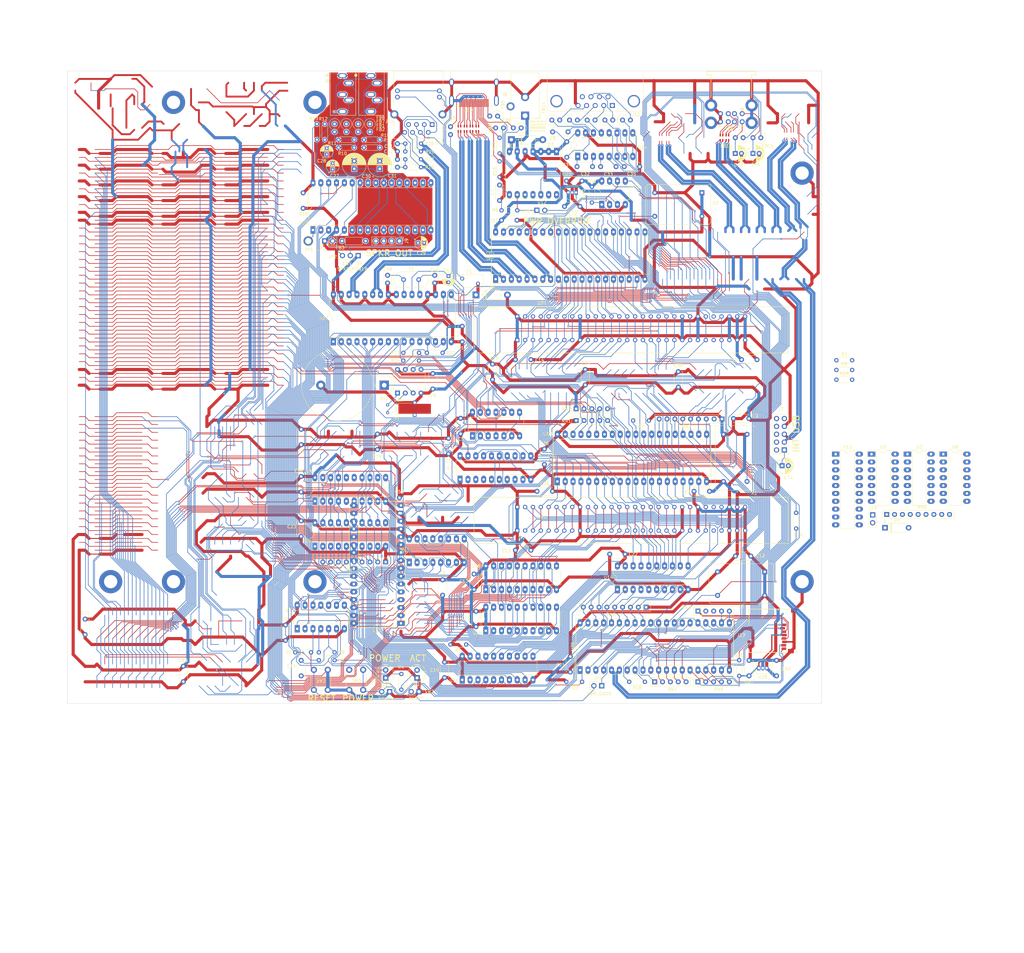
<source format=kicad_pcb>
(kicad_pcb (version 20240108) (generator "pcbnew") (generator_version "8.0")
  (title_block (title "A1 uATX Motherboard"))
  (layers (0 "F.Cu" signal) (1 "In1.Cu" signal) (2 "In2.Cu" signal) (31 "B.Cu" signal) (34 "B.Paste" user) (35 "F.Paste" user) (36 "B.SilkS" user "B.Silkscreen") (37 "F.SilkS" user "F.Silkscreen") (38 "B.Mask" user) (39 "F.Mask" user) (44 "Edge.Cuts" user))
  (net 0 "")
  (net 1 "GND")
  (net 2 "+5V")
  (net 3 "SYS_CLK")
  (net 4 "/MIO/USB_A_D+")
  (net 5 "/VIDEO_DDC_SCL")
  (net 6 "/VIDEO_DDC_SDA")
  (net 7 "/VIDEO_HPD")
  (net 8 "/MIO/SD_D2")
  (net 9 "/MIO/SD_D3")
  (net 10 "/MIO/SD_CMD")
  (net 11 "/MIO/SD_CLK")
  (net 12 "/MIO/SD_D0")
  (net 13 "/MIO/SD_D1")
  (net 14 "/GFX/HP_DET")
  (net 15 "/GFX/LINE_IN_DET")
  (net 16 "/MIO/USB_A_D-")
  (net 17 "Net-(D1-A)")
  (net 18 "/GFX/CODEC_V3P3")
  (net 19 "/MIO/SER_RXD")
  (net 20 "/MIO/SER_CTS")
  (net 21 "/CPU_~{INT}")
  (net 22 "/CPU_TC")
  (net 23 "/CPU_D0")
  (net 24 "/BUF_D0")
  (net 25 "/BUF_D1")
  (net 26 "/BUF_D2")
  (net 27 "/BUF_D3")
  (net 28 "/BUF_D4")
  (net 29 "/BUF_D5")
  (net 30 "/BUF_D6")
  (net 31 "/BUF_D7")
  (net 32 "Net-(J17-Pin_4)")
  (net 33 "/I2C_SDA")
  (net 34 "/I2C_SCL")
  (net 35 "/CPU_DRQ3")
  (net 36 "/CPU_DRQ2")
  (net 37 "/CPU_DRQ1")
  (net 38 "/CPU_DRQ0")
  (net 39 "/CPU_~{DACK3}")
  (net 40 "/CPU_~{DACK2}")
  (net 41 "/CPU_~{DACK1}")
  (net 42 "/CPU_~{DACK0}")
  (net 43 "/CPU_~{NREN}")
  (net 44 "/CPU_~{RAS_A}")
  (net 45 "/CPU_~{RAS_B}")
  (net 46 "/CPU_~{CAS_0}")
  (net 47 "/CPU_~{CAS_1}")
  (net 48 "/CPU_~{WE}")
  (net 49 "/CPU_A0")
  (net 50 "/~{NR_DECODE_EN}")
  (net 51 "/BUF_A21")
  (net 52 "/BUF_A22")
  (net 53 "/~{ROM0_SEL}")
  (net 54 "/~{IO_SEL}")
  (net 55 "/BUF_~{WE}")
  (net 56 "/CPU_~{DACK}")
  (net 57 "/KBD_ACT_LED")
  (net 58 "~{RST}")
  (net 59 "/~{SYS_GPIO1_SEL}")
  (net 60 "/~{SYS_GPIO2_SEL}")
  (net 61 "/BUF_~{EN}")
  (net 62 "/BUF_~{NREN}")
  (net 63 "/BUF_NREN")
  (net 64 "/CPU_DACK")
  (net 65 "/BUF_DIR")
  (net 66 "Net-(J17-Pin_3)")
  (net 67 "/KBD_NUM_LED")
  (net 68 "/KBD_CAPS_LED")
  (net 69 "/CPU_A1")
  (net 70 "/CPU_A2")
  (net 71 "/CPU_A3")
  (net 72 "/CPU_A4")
  (net 73 "/CPU_A5")
  (net 74 "/CPU_A6")
  (net 75 "/CPU_A7")
  (net 76 "/CPU_A8")
  (net 77 "/GFX_D7")
  (net 78 "/GFX_D6")
  (net 79 "/GFX_D5")
  (net 80 "/GFX_D4")
  (net 81 "/GFX_D3")
  (net 82 "/GFX_D2")
  (net 83 "/GFX_D1")
  (net 84 "/GFX_D0")
  (net 85 "/BUF_~{CAS}")
  (net 86 "/BUF_A0")
  (net 87 "/BUF_A11")
  (net 88 "/BUF_A10")
  (net 89 "/BUF_A9")
  (net 90 "/CPU_A9")
  (net 91 "/CPU_A10")
  (net 92 "/BUF_A8")
  (net 93 "/BUF_A7")
  (net 94 "/BUF_A6")
  (net 95 "/BUF_A5")
  (net 96 "/BUF_A4")
  (net 97 "/BUF_A3")
  (net 98 "/BUF_A2")
  (net 99 "/BUF_A1")
  (net 100 "/BUF_A20")
  (net 101 "/BUF_A19")
  (net 102 "/BUF_A18")
  (net 103 "/BUF_A17")
  (net 104 "/BUF_A16")
  (net 105 "/BUF_A15")
  (net 106 "/BUF_A14")
  (net 107 "/BUF_A13")
  (net 108 "/BUF_A12")
  (net 109 "/~{MIO_SEL}")
  (net 110 "/GFX/AUDIO_SFRM")
  (net 111 "/GFX/AUDIO_SDATA_OUT")
  (net 112 "/GFX/AUDIO_SDATA_IN")
  (net 113 "/MIO/USB_B_D+")
  (net 114 "/MIO/USB_B_D-")
  (net 115 "/MIO/SER_TXD")
  (net 116 "/MIO/SER_RTS")
  (net 117 "/MIO/USB_CLK")
  (net 118 "/MIO/USB_C_D-")
  (net 119 "/MIO/USB_C_D+")
  (net 120 "/BUF_CAS")
  (net 121 "/BUF_~{RD}")
  (net 122 "+BATT")
  (net 123 "/CPU_D1")
  (net 124 "/CPU_D2")
  (net 125 "/CPU_D3")
  (net 126 "/CPU_D4")
  (net 127 "/CPU_D5")
  (net 128 "/CPU_D6")
  (net 129 "/CPU_D7")
  (net 130 "Net-(FB10-Pad2)")
  (net 131 "Net-(FB11-Pad2)")
  (net 132 "Net-(FB12-Pad2)")
  (net 133 "Net-(F1-Pad1)")
  (net 134 "/BUF_TC")
  (net 135 "/CPU_~{WAIT}")
  (net 136 "/~{GFX_SEL}")
  (net 137 "Net-(C15-Pad1)")
  (net 138 "/~{LAN_SEL}")
  (net 139 "/~{MRST}")
  (net 140 "/~{SD_CARD_DET}")
  (net 141 "/BOOT SELECT")
  (net 142 "/KBD_COL_7")
  (net 143 "Net-(U3-Pad11)")
  (net 144 "/KBD_COL_6")
  (net 145 "/LAN_~{INT}")
  (net 146 "/KBD_COL_0")
  (net 147 "/KBD_COL_4")
  (net 148 "/KBD_COL_2")
  (net 149 "/KBD_COL_3")
  (net 150 "/KBD_COL_5")
  (net 151 "/KBD_COL_1")
  (net 152 "/KBD_COL_9")
  (net 153 "/EXT_~{INT}")
  (net 154 "/KBD_COL_8")
  (net 158 "Net-(U3-Pad13)")
  (net 159 "Net-(U3-Pad8)")
  (net 160 "Net-(J17-Pin_2)")
  (net 161 "Net-(U10-P1)")
  (net 162 "Net-(U10-P0)")
  (net 163 "Net-(U12-SS{slash}TR)")
  (net 164 "Net-(U23-LAUXIN)")
  (net 165 "Net-(C27-Pad2)")
  (net 166 "Net-(U23-RAUXIN)")
  (net 167 "Net-(C28-Pad2)")
  (net 168 "Net-(U23-V_SPKR)")
  (net 169 "Net-(U23-LHP)")
  (net 170 "Net-(C30-Pad2)")
  (net 171 "Net-(U23-RHP)")
  (net 172 "Net-(C31-Pad2)")
  (net 173 "Net-(U24-C1+)")
  (net 174 "Net-(U24-C1-)")
  (net 175 "Net-(U24-C2+)")
  (net 176 "Net-(U24-C2-)")
  (net 177 "Net-(U24-VS+)")
  (net 178 "Net-(U24-VS-)")
  (net 179 "Net-(U27-XTAL2)")
  (net 180 "Net-(U27-XTAL1)")
  (net 181 "Net-(C41-Pad1)")
  (net 182 "Net-(C42-Pad1)")
  (net 183 "Net-(J14-RCT)")
  (net 184 "Net-(U10-P2)")
  (net 185 "Net-(J16-VBUS1)")
  (net 186 "/~{SYS_GPIO0_SEL}")
  (net 188 "Net-(J16-VBUS2)")
  (net 189 "Net-(U10-P3)")
  (net 191 "/GFX/TMDS_D2+")
  (net 192 "Net-(J10-D2+)")
  (net 193 "Net-(J10-D2-)")
  (net 194 "/GFX/TMDS_D2-")
  (net 195 "/GFX/TMDS_D1+")
  (net 196 "Net-(J10-D1+)")
  (net 197 "Net-(J10-D1-)")
  (net 198 "/GFX/TMDS_D1-")
  (net 199 "/GFX/TMDS_D0+")
  (net 200 "Net-(J10-D0+)")
  (net 201 "Net-(J10-D0-)")
  (net 202 "/GFX/TMDS_D0-")
  (net 203 "/GFX/TMDS_CLK+")
  (net 204 "Net-(J10-CK+)")
  (net 205 "Net-(J10-CK-)")
  (net 206 "/GFX/TMDS_CLK-")
  (net 208 "Net-(J16-D1+)")
  (net 209 "Net-(J16-D1-)")
  (net 210 "/~{EXT_SEL}")
  (net 212 "Net-(J16-D2+)")
  (net 213 "Net-(J16-D2-)")
  (net 220 "unconnected-(U17-Q0-Pad19)")
  (net 225 "/RAM_BANK1/A7")
  (net 226 "/RAM_BANK1/A4")
  (net 227 "/RAM_BANK1/A2")
  (net 228 "/RAM_BANK1/A3")
  (net 229 "/RAM_BANK1/A10")
  (net 230 "/RAM_BANK1/A9")
  (net 231 "Net-(D2-A)")
  (net 232 "Net-(D4-K)")
  (net 233 "/RAM_BANK1/A8")
  (net 234 "Net-(FB1-Pad1)")
  (net 235 "Net-(FB2-Pad1)")
  (net 236 "Net-(JP2-C)")
  (net 237 "Net-(J10-SCL)")
  (net 238 "Net-(J10-HPD)")
  (net 239 "Net-(J10-SDA)")
  (net 240 "Net-(FB7-Pad1)")
  (net 241 "Net-(FB8-Pad1)")
  (net 242 "Net-(J10-+5V)")
  (net 243 "Net-(U24-T1OUT)")
  (net 244 "Net-(U24-T2OUT)")
  (net 245 "Net-(U24-R1IN)")
  (net 246 "Net-(FB13-Pad2)")
  (net 247 "Net-(U24-R2IN)")
  (net 248 "Net-(FB14-Pad2)")
  (net 249 "/RAM_BANK1/A6")
  (net 250 "/RAM_BANK1/A0")
  (net 251 "/RAM_BANK1/A1")
  (net 252 "/RAM_BANK1/A5")
  (net 254 "Net-(J9-Pin_1)")
  (net 255 "Net-(J9-Pin_3)")
  (net 256 "Net-(J10-CEC)")
  (net 257 "Net-(J10-UTILITY)")
  (net 262 "Net-(J14-PadL1)")
  (net 263 "Net-(U27-V3P3)")
  (net 264 "Net-(J14-PadL3)")
  (net 266 "/PG")
  (net 267 "Net-(R8-Pad1)")
  (net 268 "Net-(U24-R1OUT)")
  (net 269 "Net-(U24-R2OUT)")
  (net 270 "Net-(U27-P1LED0)")
  (net 271 "Net-(U27-P1LED1)")
  (net 275 "Net-(U23-CSB{slash}GPIO1)")
  (net 276 "Net-(U1-Pad11)")
  (net 277 "Net-(U1-Pad5)")
  (net 279 "Net-(U4-Q7)")
  (net 282 "Net-(U22-VIDEO_CLK)")
  (net 290 "Net-(U26-X1)")
  (net 291 "Net-(U26-X2)")
  (net 293 "GNDA")
  (net 298 "/ETH/ETH_TX+")
  (net 299 "/ETH/ETH_TX-")
  (net 300 "/ETH/ETH_RX+")
  (net 301 "/ETH/ETH_RX-")
  (net 302 "/MIO/VCC_SD")
  (net 303 "+5V_STB")
  (net 304 "/PWR_ON")
  (net 305 "Net-(U43-~{RESET}{slash}PB5)")
  (net 306 "/I2C_~{INT}")
  (net 307 "/PWR_IN")
  (net 308 "Net-(D6-K)")
  (net 314 "unconnected-(U6B-A1-Pad13)")
  (footprint "Capacitor_THT:C_Disc_D4.7mm_W2.5mm_P5.00mm" (layer "F.Cu") (at 131.973 137.708 -90)
    (property "Reference" "C18")
    (property "Value" "1uF")
  )
  (footprint "Resistor_THT:R_Axial_DIN0204_L3.6mm_D1.6mm_P5.08mm_Horizontal" (layer "F.Cu") (at 140.97 51.435)
    (property "Reference" "R28")
    (property "Value" "49.9")
  )
  (footprint "Button_Switch_THT:SW_PUSH_6mm" (layer "F.Cu") (at 115.915 213.92 -90)
    (property "Reference" "SW3")
    (property "Value" "SW_Push")
  )
  (footprint "Capacitor_THT:C_Disc_D3.4mm_W2.1mm_P2.50mm" (layer "F.Cu") (at 138.43 51.435 90)
    (property "Reference" "C42")
    (property "Value" "0.1uF")
  )
  (footprint "Resistor_THT:R_Axial_DIN0204_L3.6mm_D1.6mm_P5.08mm_Horizontal" (layer "F.Cu") (at 267.335 168.255 90)
    (property "Reference" "R19")
    (property "Value" "470")
  )
  (footprint "Inductor_THT:L_Axial_L7.0mm_D3.3mm_P2.54mm_Vertical_Fastron_MICC" (layer "F.Cu") (at 255.905 41.91 180)
    (property "Reference" "FB15")
    (property "Value" "FerriteBead_Small")
  )
  (footprint "Inductor_THT:L_Axial_L7.0mm_D3.3mm_P2.54mm_Vertical_Fastron_MICC" (layer "F.Cu") (at 178.435 38.735 180)
    (property "Reference" "FB6")
    (property "Value" "FerriteBead_Small")
  )
  (footprint "anachron:ARJM11D7-009-AB-EW2" (layer "F.Cu") (at 149.66 37.641831 180)
    (property "Reference" "J14")
    (property "Value" "~")
  )
  (footprint "Package_DIP:DIP-8_W7.62mm" (layer "F.Cu") (at 138.44 124.45 90)
    (property "Reference" "U26")
    (property "Value" "DS1307+")
  )
  (footprint "Capacitor_THT:CP_Radial_D4.0mm_P2.00mm" (layer "F.Cu") (at 154.94 86.657401 -90)
    (property "Reference" "C43")
    (property "Value" "10u")
  )
  (footprint "Diode_THT:D_DO-41_SOD81_P10.16mm_Horizontal" (layer "F.Cu") (at 175.26 42.545)
    (property "Reference" "D3")
    (property "Value" "1N4007")
  )
  (footprint "Resistor_THT:R_Array_SIP9" (layer "F.Cu") (at 243.357 132.837 180)
    (property "Reference" "RN3")
    (property "Value" "10k")
  )
  (footprint "Package_DIP:DIP-20_W7.62mm_LongPads" (layer "F.Cu") (at 280.105 144.195)
    (property "Reference" "U13")
    (property "Value" "74LS574")
  )
  (footprint "Battery:BatteryHolder_Keystone_103_1x20mm" (layer "F.Cu") (at 134.155 121.92 180)
    (property "Reference" "BT1")
    (property "Value" "CR2032 holder")
  )
  (footprint "Capacitor_THT:C_Disc_D4.7mm_W2.5mm_P5.00mm" (layer "F.Cu") (at 158.878 132.617 -90)
    (property "Reference" "C5")
    (property "Value" "1uF")
  )
  (footprint "Connector_PinHeader_2.54mm:PinHeader_1x04_P2.54mm_Vertical" (layer "F.Cu") (at 139.065 75.291 -90)
    (property "Reference" "J9")
    (property "Value" "Conn_01x02")
  )
  (footprint "Resistor_THT:R_Axial_DIN0204_L3.6mm_D1.6mm_P5.08mm_Horizontal" (layer "F.Cu") (at 198.12 217.805 180)
    (property "Reference" "R21")
    (property "Value" "10k")
  )
  (footprint "Package_DIP:DIP-14_W7.62mm_LongPads" (layer "F.Cu") (at 314.905 144.195)
    (property "Reference" "U8")
    (property "Value" "74LS126")
  )
  (footprint "Capacitor_THT:C_Disc_D4.7mm_W2.5mm_P5.00mm" (layer "F.Cu") (at 183.555 156.21)
    (property "Reference" "C36")
    (property "Value" "1uF")
  )
  (footprint "Capacitor_THT:C_Disc_D4.7mm_W2.5mm_P5.00mm" (layer "F.Cu") (at 234.315 156.21)
    (property "Reference" "C19")
    (property "Value" "1uF")
  )
  (footprint "anachron:SCM2012FS" (layer "F.Cu") (at 164.265 39.009 90)
    (property "Reference" "CMC4" (hide yes))
    (property "Value" "L_Ferrite_Coupled_Small")
  )
  (footprint "Package_DIP:DIP-20_W7.62mm_LongPads" (layer "F.Cu") (at 209.55 187.96 90)
    (property "Reference" "U14")
    (property "Value" "74AHCT245")
  )
  (footprint "Resistor_THT:R_Axial_DIN0204_L3.6mm_D1.6mm_P5.08mm_Horizontal" (layer "F.Cu") (at 280.345 116.985)
    (property "Reference" "R9")
    (property "Value" "470")
  )
  (footprint "Capacitor_THT:C_Disc_D3.4mm_W2.1mm_P2.50mm" (layer "F.Cu") (at 150.495 86.38 -90)
    (property "Reference" "C40")
    (property "Value" "22pF")
  )
  (footprint "anachron:A1_POWER" (layer "F.Cu") (at 189.865 46.355 -90)
    (property "Reference" "U12")
    (property "Value" "A1_POWER")
  )
  (footprint "Capacitor_THT:CP_Radial_D7.5mm_P2.50mm" (layer "F.Cu") (at 132.715 51.961395 90)
    (property "Reference" "C31")
    (property "Value" "220uF")
  )
  (footprint "Package_DIP:DIP-8_W7.62mm_LongPads" (layer "F.Cu") (at 204.48 63.515 90)
    (property "Reference" "U43")
    (property "Value" "ATtiny25-20P")
  )
  (footprint "Resistor_THT:R_Axial_DIN0204_L3.6mm_D1.6mm_P5.08mm_Horizontal" (layer "F.Cu") (at 114.935 37.465 -90)
    (property "Reference" "R12")
    (property "Value" "220k")
  )
  (footprint "Resistor_THT:R_Axial_DIN0204_L3.6mm_D1.6mm_P5.08mm_Horizontal" (layer "F.Cu") (at 140.97 43.815)
    (property "Reference" "R25")
    (property "Value" "49.9")
  )
  (footprint "Connector_HDMI:HDMI_A_Molex_208658-1001_Horizontal" (layer "F.Cu") (at 163.176 27.392392 90)
    (property "Reference" "J10")
    (property "Value" "HDMI_A")
  )
  (footprint "Inductor_THT:L_Axial_L7.0mm_D3.3mm_P2.54mm_Vertical_Fastron_MICC" (layer "F.Cu") (at 205.492 36.2)
    (property "Reference" "FB12")
    (property "Value" "FerriteBead_Small")
  )
  (footprint "Connector_Dsub:DSUB-9_Male_Horizontal_P2.77x2.84mm_EdgePinOffset7.70mm_Housed_MountingHolesOffset9.12mm" (layer "F.Cu") (at 207.905 31.501 180)
    (property "Reference" "J12")
    (property "Value" "DE9_Plug")
  )
  (footprint "Capacitor_THT:C_Disc_D4.7mm_W2.5mm_P5.00mm" (layer "F.Cu") (at 252.095 215.86 90)
    (property "Reference" "C67")
    (property "Value" "1uF")
  )
  (footprint "Package_DIP:DIP-32_W15.24mm_LongPads" (layer "F.Cu") (at 117.729 107.8265 90)
    (property "Reference" "U27")
    (property "Value" "KSZ8851-11MLL")
  )
  (footprint "Capacitor_THT:C_Disc_D4.7mm_W2.5mm_P5.00mm" (layer "F.Cu") (at 163.195 182.96 -90)
    (property "Reference" "C52")
    (property "Value" "1uF")
  )
  (footprint "Capacitor_THT:C_Disc_D4.7mm_W2.5mm_P5.00mm" (layer "F.Cu") (at 193.173 43.22 -90)
    (property "Reference" "C34")
    (property "Value" "1uF")
  )
  (footprint "Resistor_THT:R_Axial_DIN0204_L3.6mm_D1.6mm_P5.08mm_Horizontal" (layer "F.Cu") (at 113.03 208.28)
    (property "Reference" "R8")
    (property "Value" "10k")
  )
  (footprint "Capacitor_THT:CP_Radial_D5.0mm_P2.00mm" (layer "F.Cu") (at 262.795 147.935)
    (property "Reference" "C74")
    (property "Value" "100uF")
  )
  (footprint "MountingHole:MountingHole_4.3mm_M4_DIN965_Pad" (layer "F.Cu") (at 111.775 30.485)
    (property "Reference" "J3" (hide yes))
    (property "Value" "Conn_01x01")
  )
  (footprint "Capacitor_THT:C_Disc_D4.7mm_W2.5mm_P5.00mm" (layer "F.Cu") (at 107.315 136.161916 -90)
    (property "Reference" "C4")
    (property "Value" "1uF")
  )
  (footprint "Capacitor_THT:C_Disc_D4.7mm_W2.5mm_P5.00mm" (layer "F.Cu") (at 107.315 165.775 -90)
    (property "Reference" "C23")
    (property "Value" "1uF")
  )
  (footprint "Resistor_THT:R_Axial_DIN0204_L3.6mm_D1.6mm_P5.08mm_Horizontal" (layer "F.Cu") (at 171.45 46.99 90)
    (property "Reference" "R17")
    (property "Value" "10k")
  )
  (footprint "anachron:CUI_SJ1-3535NG-BE" (layer "F.Cu") (at 120.65 21.845 -90)
    (property "Reference" "J8")
    (property "Value" "SJ1-3535NG-BE")
  )
  (footprint "Capacitor_THT:C_Disc_D4.7mm_W2.5mm_P5.00mm" (layer "F.Cu") (at 198.08 55.88 180)
    (property "Reference" "C73")
    (property "Value" "1uF")
  )
  (footprint "Capacitor_THT:C_Disc_D4.7mm_W2.5mm_P5.00mm" (layer "F.Cu") (at 252.69 177.165 180)
    (property "Reference" "C12")
    (property "Value" "1uF")
  )
  (footprint "Resistor_THT:R_Array_SIP9" (layer "F.Cu") (at 218.836 193.675 180)
    (property "Reference" "RN6")
    (property "Value" "10k")
  )
  (footprint "Capacitor_THT:C_Disc_D4.7mm_W2.5mm_P5.00mm" (layer "F.Cu") (at 212.05 176.53 180)
    (property "Reference" "C22")
    (property "Value" "1uF")
  )
  (footprint "LED_THT:LED_D5.0mm" (layer "F.Cu") (at 144.78 216.535 90)
    (property "Reference" "D1")
    (property "Value" "LED")
  )
  (footprint "Package_TO_SOT_THT:TO-92_Inline" (layer "F.Cu") (at 255.27 213.36)
    (property "Reference" "U29")
    (property "Value" "L78L33ABZ-AP")
  )
  (footprint "Resistor_THT:R_Axial_DIN0204_L3.6mm_D1.6mm_P5.08mm_Horizontal" (layer "F.Cu") (at 124.475 45.09 180)
    (property "Reference" "R10")
    (property "Value" "47k")
  )
  (footprint "Package_DIP:DIP-32_W15.24mm_Socket_LongPads" (layer "F.Cu") (at 139.573 198.882 180)
    (property "Reference" "U11")
    (property "Value" "SST39SF040")
  )
  (footprint "Resistor_THT:R_Axial_DIN0204_L3.6mm_D1.6mm_P5.08mm_Horizontal" (layer "F.Cu") (at 219.71 133.34 180)
    (property "Reference" "R2")
    (property "Value" "10k")
  )
  (footprint "Resistor_THT:R_Axial_DIN0204_L3.6mm_D1.6mm_P5.08mm_Horizontal" (layer "F.Cu") (at 201.295 57.785 -90)
    (property "Reference" "R36")
    (property "Value" "10k")
  )
  (footprint "Package_DIP:DIP-20_W7.62mm_LongPads" (layer "F.Cu") (at 159.385 217.17 90)
    (property "Reference" "U15")
    (property "Value" "74AHCT245")
  )
  (footprint "TestPoint:TestPoint_Plated_Hole_D2.0mm" (layer "F.Cu") (at 109.601 75.291)
    (property "Reference" "TP1")
    (property "Value" "TestPoint_Alt")
  )
  (footprint "Capacitor_THT:C_Disc_D4.7mm_W2.5mm_P5.00mm" (layer "F.Cu") (at 163.83 194.985 -90)
    (property "Reference" "C11")
    (property "Value" "1uF")
  )
  (footprint "Diode_THT:D_A-405_P7.62mm_Horizontal" (layer "F.Cu") (at 296.055 167.995)
    (property "Reference" "D4")
    (property "Value" "D_Schottky")
  )
  (footprint "Connector_PinHeader_2.54mm:PinHeader_1x02_P2.54mm_Vertical" (layer "F.Cu") (at 204.475 219.075 -90)
    (property "Reference" "JP1")
    (property "Value" "Jumper_2_Bridged")
  )
  (footprint "Package_DIP:DIP-16_W7.62mm_LongPads" (layer "F.Cu") (at 142.255 179.212 90)
    (property "Reference" "U6")
    (property "Value" "74LS139")
  )
  (footprint "Resistor_THT:R_Axial_DIN0204_L3.6mm_D1.6mm_P5.08mm_Horizontal" (layer "F.Cu") (at 140.335 111.4425)
    (property "Reference" "R23")
    (property "Value" "220")
  )
  (footprint "Package_DIP:DIP-14_W7.62mm_LongPads" (layer "F.Cu") (at 106.04 200.66 90)
    (property "Reference" "U7")
    (property "Value" "74LS14")
  )
  (footprint "MountingHole:MountingHole_4.3mm_M4_DIN965_Pad" (layer "F.Cu") (at 269.255 185.425)
    (property "Reference" "J2" (hide yes))
    (property "Value" "Conn_01x01")
  )
  (footprint "Package_DIP:DIP-14_W7.62mm_LongPads" (layer "F.Cu") (at 303.305 144.195)
    (property "Reference" "U3")
    (property "Value" "74LS00")
  )
  (footprint "Resistor_THT:R_Axial_DIN0204_L3.6mm_D1.6mm_P5.08mm_Horizontal" (layer "F.Cu") (at 112.395 37.465 -90)
    (property "Reference" "R13")
    (property "Value" "220k")
  )
  (footprint "Package_TO_SOT_THT:TO-92_Inline" (layer "F.Cu") (at 196.215 59.605 180)
    (property "Reference" "U40")
    (property "Value" "L78L05_TO92")
  )
  (footprint "Inductor_THT:L_Axial_L7.0mm_D3.3mm_P2.54mm_Vertical_Fastron_MICC" (layer "F.Cu") (at 170.815 34.925 180)
    (property "Reference" "FB5")
    (property "Value" "FerriteBead_Small")
  )
  (footprint "Resistor_THT:R_Array_SIP5" (layer "F.Cu") (at 235.565 217.805)
    (property "Reference" "RN9")
    (property "Value" "10k")
  )
  (footprint "Connector_PinHeader_2.54mm:PinHeader_2x05_P2.54mm_Vertical" (layer "F.Cu") (at 263.525 142.855 180)
    (property "Reference" "J7")
    (property "Value" "Conn_02x05_Odd_Even")
  )
  (footprint "Connector_PinHeader_2.54mm:PinHeader_1x02_P2.54mm_Vertical" (layer "F.Cu") (at 183.515 65.385 90)
    (property "Reference" "JP6")
    (property "Value" "Jumper_2_Bridged")
  )
  (footprint "anachron:SCM2012FS" (layer "F.Cu") (at 243.205 41.91 90)
    (property "Reference" "CMC6" (hide yes))
    (property "Value" "L_Ferrite_Coupled_Small")
  )
  (footprint "Capacitor_THT:CP_Radial_D5.0mm_P2.00mm" (layer "F.Cu") (at 253.365 46.99)
    (property "Reference" "C46")
    (property "Value" "100uF")
  )
  (footprint "Capacitor_THT:C_Disc_D4.7mm_W2.5mm_P5.00mm" (layer "F.Cu") (at 254.675 113.655 180)
    (property "Reference" "C37")
    (property "Value" "1uF")
  )
  (footprint "Capacitor_THT:C_Disc_D4.7mm_W2.5mm_P5.00mm" (layer "F.Cu") (at 194.31 209.63 -90)
    (property "Reference" "C21")
    (property "Value" "1uF")
  )
  (footprint "Capacitor_THT:C_Disc_D4.7mm_W2.5mm_P5.00mm" (layer "F.Cu") (at 260.985 215.86 90)
    (property "Reference" "C66")
    (property "Value" "1uF")
  )
  (footprint "Package_DIP:DIP-20_W7.62mm_LongPads" (layer "F.Cu") (at 167.005 187.96 90)
    (property "Reference" "U18")
    (property "Value" "74LS574")
  )
  (footprint "Capacitor_THT:C_Disc_D4.7mm_W2.5mm_P5.00mm" (layer "F.Cu") (at 154.94 139.09 -90)
    (property "Reference" "C1")
    (property "Value" "1uF")
  )
  (footprint "Resistor_THT:R_Axial_DIN0204_L3.6mm_D1.6mm_P5.08mm_Horizontal" (layer "F.Cu") (at 105.41 208.28)
    (property "Reference" "R7")
    (property "Value" "10k")
  )
  (footprint "Capacitor_THT:C_Disc_D4.7mm_W2.5mm_P5.00mm" (layer "F.Cu") (at 176.57 113.655)
    (property "Reference" "C14")
    (property "Value" "1uF")
  )
  (footprint "Capacitor_THT:C_Disc_D4.7mm_W2.5mm_P5.00mm" (layer "F.Cu") (at 153.67 211.455 -90)
    (property "Reference" "C10")
    (property "Value" "1uF")
  )
  (footprint "anachron:GCT_MEM2052-00-195-00-A_REVA" (layer "F.Cu") (at 259.715 201.295 90)
    (property "Reference" "J13")
    (property "Value" "Micro_SD_Card")
  )
  (footprint "Capacitor_THT:C_Disc_D4.7mm_W2.5mm_P5.00mm" (layer "F.Cu") (at 159.385 102.87 -90)
    (property "Reference" "C17")
    (property "Value" "1uF")
  )
  (footprint "Oscillator:Oscillator_DIP-14" (layer "F.Cu") (at 236.855 59.69 180)
    (property "Reference" "X2")
    (property "Value" "CXO_DIP14")
  )
  (footprint "Capacitor_THT:C_Disc_D4.7mm_W2.5mm_P5.00mm" (layer "F.Cu") (at 185.938 142.529 -90)
    (property "Reference" "C26")
    (property "Value" "1uF")
  )
  (footprint "anachron:SCM2012FS" (layer "F.Cu") (at 245.11 41.91 90)
    (property "Reference" "CMC5" (hide yes))
    (property "Value" "L_Ferrite_Coupled_Small")
  )
  (footprint "Capacitor_THT:C_Disc_D4.7mm_W2.5mm_P5.00mm" (layer "F.Cu") (at 176.57 175.26)
    (property "Reference" "C13")
    (property "Value" "1uF")
  )
  (footprint "Resistor_THT:R_Axial_DIN0204_L3.6mm_D1.6mm_P5.08mm_Horizontal" (layer "F.Cu") (at 171.45 54.61 90)
    (property "Reference" "R16")
    (property "Value" "10k")
  )
  (footprint "Capacitor_THT:C_Disc_D4.7mm_W2.5mm_P5.00mm" (layer "F.Cu") (at 149.86 118.15 -90)
    (property "Reference" "C9")
    (property "Value" "1uF")
  )
  (footprint "Capacitor_THT:CP_Radial_D7.5mm_P2.50mm" (layer "F.Cu") (at 124.46 51.961395 90)
    (property "Reference" "C30")
    (property "Value" "220uF")
  )
  (footprint "anachron:CUI_SJ1-3535NG-BE" (layer "F.Cu") (at 129.849 21.845 -90)
    (property "Reference" "J11")
    (property "Value" "SJ1-3535NG-BE")
  )
  (footprint "Resistor_THT:R_Axial_DIN0204_L3.6mm_D1.6mm_P5.08mm_Horizontal" (layer "F.Cu") (at 177.165 65.385 180)
    (property "Reference" "R6")
    (property "Value" "10k")
  )
  (footprint "Package_DIP:DIP-16_W7.62mm_LongPads" (layer "F.Cu") (at 196.729 47.971 90)
    (property "Reference" "U24")
    (property "Value" "MAX232")
  )
  (footprint "Capacitor_THT:C_Disc_D3.4mm_W2.1mm_P2.50mm" (layer "F.Cu") (at 135.255 86.38 -90)
    (property "Reference" "C39")
    (property "Value" "22pF")
  )
  (footprint "Resistor_THT:R_Axial_DIN0204_L3.6mm_D1.6mm_P5.08mm_Horizontal" (layer "F.Cu") (at 147.955 111.4425)
    (property "Reference" "R22")
    (property "Value" "10k")
  )
  (footprint "Resistor_THT:R_Axial_DIN0204_L3.6mm_D1.6mm_P5.08mm_Horizontal" (layer "F.Cu") (at 280.345 113.835)
    (property "Reference" "R3")
    (property "Value" "470")
  )
  (footprint "anachron:SIMM-30x2_VERT" (layer "F.Cu") (at 177.165 99.695)
    (property "Reference" "U21")
    (property "Value" "SIMM-30x2")
  )
  (footprint "anachron:SCM2012FS" (layer "F.Cu") (at 158.49 39.009 90)
    (property "Reference" "CMC1" (hide yes))
    (property "Value" "L_Ferrite_Coupled_Small")
  )
  (footprint "Capacitor_THT:C_Disc_D4.7mm_W2.5mm_P5.00mm" (layer "F.Cu") (at 153.035 189.825 90)
    (property "Reference" "C6")
    (property "Value" "1uF")
  )
  (footprint "anachron:SCM2012FS" (layer "F.Cu") (at 162.36 39.009 90)
    (property "Reference" "CMC3" (hide yes))
    (property "Value" "L_Ferrite_Coupled_Small")
  )
  (footprint "Resistor_THT:R_Array_SIP5" (layer "F.Cu") (at 221.595 217.805)
    (property "Reference" "RN7")
    (property "Value" "10k")
  )
  (footprint "Resistor_THT:R_Axial_DIN0204_L3.6mm_D1.6mm_P5.08mm_Horizontal" (layer "F.Cu") (at 218.44 217.805 180)
    (property "Reference" "R18")
    (property "Value" "470")
  )
  (footprint "Package_DIP:DIP-20_W7.62mm_LongPads" (layer "F.Cu") (at 167.005 201.295 90)
    (property "Reference" "U16")
    (property "Value" "74LS574")
  )
  (footprint "Resistor_THT:R_Axial_DIN0204_L3.6mm_D1.6mm_P5.08mm_Horizontal" (layer "F.Cu") (at 140.97 48.895)
    (property "Reference" "R27")
    (property "Value" "49.9")
  )
  (footprint "Capacitor_THT:C_Disc_D4.7mm_W2.5mm_P5.00mm" (layer "F.Cu") (at 169.174 115.097 -90)
    (property "Reference" "C25")
    (property "Value" "1uF")
  )
  (footprint "Package_DIP:DIP-20_W7.62mm_LongPads" (layer "F.Cu") (at 111.765 174.005 90)
    (property "Reference" "U5")
    (property "Value" "74LS574")
  )
  (footprint "Capacitor_THT:C_Disc_D4.7mm_W2.5mm_P5.00mm" (layer "F.Cu") (at 196.5 51.258)
    (property "Reference" "C32")
    (property "Value" "1uF")
  )
  (footprint "Resistor_THT:R_Axial_DIN0204_L3.6mm_D1.6mm_P5.08mm_Horizontal" (layer "F.Cu") (at 280.345 120.135)
    (property "Reference" "R29")
    (property "Value" "470")
  )
  (footprint "anachron:SCM2012FS" (layer "F.Cu") (at 160.455 39.009 90)
    (property "Reference" "CMC2" (hide yes))
    (property "Value" "L_Ferrite_Coupled_Small")
  )
  (footprint "Package_DIP:DIP-20_W7.62mm_LongPads" (layer "F.Cu") (at 111.765 159.4 90)
    (property "Reference" "U4")
    (property "Value" "74LS273")
  )
  (footprint "Connector_PinHeader_2.54mm:PinHeader_1x02_P2.54mm_Vertical" (layer "F.Cu") (at 292.055 163.845)
    (property "Reference" "J19")
    (property "Value" "Conn_01x02")
  )
  (footprint "Capacitor_THT:C_Disc_D4.7mm_W2.5mm_P5.00mm" (layer "F.Cu") (at 172.085 68.58)
    (property "Reference" "C51")
    (property "Value" "1uF")
  )
  (footprint "Package_DIP:DIP-40_W15.24mm_Socket_LongPads" (layer "F.Cu") (at 170.18 87.63 90)
    (property "Reference" "U22")
    (property "Value" "DISCO")
  )
  (footprint "MountingHole:MountingHole_4.3mm_M4_DIN965_Pad" (layer "F.Cu") (at 111.775 185.425)
    (property "Reference" "J4" (hide yes))
    (property "Value" "Conn_01x01")
  )
  (footprint "Capacitor_THT:C_Disc_D4.7mm_W2.5mm_P5.00mm" (layer "F.Cu") (at 211.74 51.258)
    (property "Reference" "C35")
    (property "Value" "1uF")
  )
  (footprint "anachron:SIMM-30x2_VERT" (layer "F.Cu") (at 177.165 161.29)
    (property "Reference" "U20")
    (property "Value" "SIMM-30x2")
  )
  (footprint "Inductor_THT:L_Axial_L5.3mm_D2.2mm_P7.62mm_Horizontal_Vishay_IM-1" (layer "F.Cu") (at 120.523 75.291)
    (property "Reference" "FB3")
    (property "Value" "FerriteBead_Small")
  )
  (footprint "Capacitor_THT:CP_Radial_D4.0mm_P2.00mm" (layer "F.Cu") (at 117.475 52.165 90)
    (property "Reference" "C27")
    (property "Value" "1uF")
  )
  (footprint "Resistor_THT:R_Axial_DIN0204_L3.6mm_D1.6mm_P5.08mm_Horizontal" (layer "F.Cu") (at 132.73 42.55 180)
    (property "Reference" "R15")
    (property "Value" "47k")
  )
  (footprint "Inductor_THT:L_Axial_L7.0mm_D3.3mm_P2.54mm_Vertical_Fastron_MICC" (layer "F.Cu") (at 172.72 38.735 180)
    (property "Reference" "FB4")
    (property "Value" "FerriteBead_Small")
  )
  (footprint "Resistor_THT:R_Array_SIP9" (layer "F.Cu") (at 296.605 163.695)
    (property "Reference" "RN5")
    (property "Value" "10k")
  )
  (footprint "Crystal:Crystal_HC49-U_Vertical" (layer "F.Cu") (at 140.425 87.7805)
    (property "Reference" "Y2")
    (property "Value" "25MHz")
  )
  (footprint "Diode_THT:D_DO-41_SOD81_P10.16mm_Horizontal" (layer "F.Cu") (at 163.83 92.71)
    (property "Reference" "D6")
    (property "Value" "1N5817")
  )
  (footprint "Resistor_THT:R_Array_SIP5" (layer "F.Cu") (at 196.215 133.34)
    (property "Reference" "RN1")
    (property "Value" "10k")
  )
  (footprint "Capacitor_THT:CP_Radial_D4.0mm_P2.00mm" (layer "F.Cu") (at 115.57 47.3276 90)
    (property "Reference" "C28")
    (property "Value" "1uF")
  )
  (footprint "Capacitor_THT:C_Disc_D4.7mm_W2.5mm_P5.00mm" (layer "F.Cu") (at 171.45 57.19 -90)
    (property "Reference" "C7")
    (property "Value" "10nF")
  )
  (footprint "Inductor_THT:L_Axial_L7.0mm_D3.3mm_P2.54mm_Vertical_Fastron_MICC" (layer "F.Cu") (at 129.54 37.465 -90)
    (property "Reference" "FB8")
    (property "Value" "FerriteBead_Small")
  )
  (footprint "Package_DIP:DIP-14_W7.62mm_LongPads" (layer "F.Cu") (at 162.688 138.292 90)
    (property "Reference" "U1")
    (property "Value" "74LS08")
  )
  (footprint "Connector_PinHeader_2.54mm:PinHeader_1x02_P2.54mm_Vertical" (layer "F.Cu") (at 135.895 220.985 -90)
    (property "Reference" "SW4")
    (property "Value" "SW_Push")
  )
  (footprint "Inductor_THT:L_Axial_L7.0mm_D3.3mm_P2.54mm_Vertical_Fastron_MICC" (layer "F.Cu") (at 250.19 41.91 180)
    (property "Reference" "FB16")
    (property "Value" "FerriteBead_Small")
  )
  (footprint "Capacitor_THT:C_Disc_D3.4mm_W2.1mm_P2.50mm" (layer "F.Cu") (at 138.43 43.835 -90)
    (property "Reference" "C41")
    (property "Value" "0.1uF")
  )
  (footprint "Fuse:Fuse_BelFuse_0ZRE0005FF_L8.3mm_W3.8mm" (layer "F.Cu") (at 159.375 87.465)
    (property "Reference" "F1")
    (property "Value" "0.5A")
  )
  (footprint "Oscillator:Oscillator_DIP-14" (layer "F.Cu") (at 257.175 182.245 180)
    (property "Reference" "X3")
    (property "Value" "24MHz")
  )
  (footprint "Inductor_THT:L_Axial_L7.0mm_D3.3mm_P2.54mm_Vertical_Fastron_MICC" (layer "F.Cu") (at 121.92 37.465 -90)
    (property "Reference" "FB1")
    (property "Value" "FerriteBead_Small")
  )
  (footprint "Inductor_THT:L_Axial_L7.0mm_D3.3mm_P2.54mm_Vertical_Fastron_MICC" (layer "F.Cu") (at 211.207 36.2)
    (property "Reference" "FB14")
    (property "Value" "FerriteBead_Small")
  )
  (footprint "Capacitor_THT:C_Disc_D4.7mm_W2.5mm_P5.00mm" (layer "F.Cu") (at 102.235 199.43 -90)
    (property "Reference" "C2")
    (property "Value" "1uF")
  )
  (footprint "Button_Switch_THT:SW_PUSH_6mm" (layer "F.Cu") (at 122.845 220.42 90)
    (property "Reference" "SW5")
    (property "Value" "SW_Push")
  )
  (footprint "MountingHole:MountingHole_4.3mm_M4_DIN965_Pad" (layer "F.Cu") (at 66.04 185.42)
    (property "Reference" "J23" (hide yes))
    (property "Value" "Conn_01x01")
  )
  (footprint "Resistor_THT:R_Array_SIP5" (layer "F.Cu") (at 235.585 194.945)
    (property "Reference" "RN8")
    (property "Value" "10k")
  )
  (footprint "Capacitor_THT:C_Disc_D4.7mm_W2.5mm_P5.00mm" (layer "F.Cu") (at 247.055 132.705)
    (property "Reference" "C3")
    (property "Value" "1uF")
  )
  (footprint "Resistor_THT:R_Axial_DIN0204_L3.6mm_D1.6mm_P5.08mm_Horizontal" (layer "F.Cu") (at 124.475 42.55 180)
    (property "Reference" "R11")
    (property "Value" "47k")
  )
  (footprint "Package_DIP:DIP-20_W7.62mm_LongPads" (layer "F.Cu") (at 158.685 152.39 90)
    (property "Reference" "U17")
    (property "Value" "74LS574")
  )
  (footprint "Resistor_THT:R_Axial_DIN0204_L3.6mm_D1.6mm_P5.08mm_Horizontal" (layer "F.Cu") (at 140.335 113.9825)
    (property "Reference" "R24")
    (property "Value" "220")
  )
  (footprint "Inductor_THT:L_Axial_L7.0mm_D3.3mm_P2.54mm_Vertical_Fastron_MICC" (layer "F.Cu") (at 199.777 36.2)
    (property "Reference" "FB13")
    (property "Value" "FerriteBead_Small")
  )
  (footprint "Resistor_THT:R_Axial_DIN0204_L3.6mm_D1.6mm_P5.08mm_Horizontal" (layer "F.Cu") (at 139.7 215.265 -90)
    (property "Reference" "R4")
    (property "Value" "470")
  )
  (footprint "Oscillator:Oscillator_DIP-14" (layer "F.Cu") (at 243.84 137.785 -90)
    (property "Reference" "X1")
    (property "Value" "8MHz")
  )
  (footprint "MountingHole:MountingHole_4.3mm_M4_DIN965_Pad" (layer "F.Cu") (at 269.255 53.345)
    (property "Reference" "J1" (hide yes))
    (property "Value" "Conn_01x01")
  )
  (footprint "Connector_PinHeader_2.54mm:PinHeader_1x02_P2.54mm_Vertical" (layer "F.Cu") (at 145.415 220.98 -90)
    (property "Reference" "SW2")
    (property "Value" "SW_Push")
  )
  (footprint "Inductor_THT:L_Axial_L7.0mm_D3.3mm_P2.54mm_Vertical_Fastron_MICC" (layer "F.Cu") (at 125.73 37.465 -90)
    (property "Reference" "FB7")
    (property "Value" "FerriteBead_Small")
  )
  (footprint "Package_DIP:DIP-32_W15.24mm_LongPads" (layer "F.Cu") (at 111.125 71.735 90)
    (property "Reference" "U23")
    (property "Value" "A1_CODEC")
  )
  (footprint "MountingHole:MountingHole_4.3mm_M4_DIN965_Pad" (layer "F.Cu") (at 66.04 30.48)
    (property "Reference" "J22" (hide yes))
    (property "Value" "Conn_01x01")
  )
  (footprint "Capacitor_THT:C_Disc_D4.7mm_W2.5mm_P5.00mm" (layer "F.Cu") (at 107.315 151.424 -90)
    (property "Reference" "C20")
    (property "Value" "1uF")
  )
  (footprint "Resistor_THT:R_Axial_DIN0204_L3.6mm_D1.6mm_P5.08mm_Horizontal" (layer "F.Cu") (at 113.03 210.82)
    (property "Reference" "R5")
    (property "Value" "470")
  )
  (footprint "LED_THT:LED_D5.0mm" (layer "F.Cu") (at 134.62 216.535 90)
    (property "Reference" "D2")
    (property "Value" "LED")
  )
  (footprint "Inductor_THT:L_Axial_L7.0mm_D3.3mm_P2.54mm_Vertical_Fastron_MICC" (layer "F.Cu") (at 188.347 36.2)
    (property "Reference" "FB10")
    (property "Value" "FerriteBead_Small")
  )
  (footprint "Inductor_THT:L_Axial_L7.0mm_D3.3mm_P2.54mm_Vertical_Fastron_MICC" (layer "F.Cu") (at 118.11 37.465 -90)
    (property "Reference" "FB2")
    (property "Value" "FerriteBead_Small")
  )
  (footprint "Resistor_THT:R_Axial_DIN0204_L3.6mm_D1.6mm_P5.08mm_Horizontal" (layer "F.Cu") (at 160.655 205.74 180)
    (property "Reference" "R1")
    (property "Value" "10k")
  )
  (footprint "Inductor_THT:L_Axial_L7.0mm_D3.3mm_P2.54mm_Vertical_Fastron_MICC" (layer "F.Cu") (at 194.062 36.2)
    (property "Reference" "FB11")
    (property "Value" "FerriteBead_Small")
  )
  (footprint "Resistor_THT:R_Axial_DIN0204_L3.6mm_D1.6mm_P5.08mm_Horizontal" (layer "F.Cu") (at 140.97 46.355)
    (property "Reference" "R26")
    (property "Value" "49.9")
  )
  (footprint "Capacitor_THT:C_Disc_D4.7mm_W2.5mm_P5.00mm" (layer "F.Cu") (at 107.315 210.86 -90)
    (property "Reference" "C15")
    (property "Value" "1uF")
  )
  (footprint "Package_DIP:DIP-14_W7.62mm_LongPads" (layer "F.Cu") (at 291.705 144.195)
    (property "Reference" "U2")
    (property "Value" "74LS86")
  )
  (footprint "Crystal:Crystal_AT310_D3.0mm_L10.0mm_Horizontal_1EP_style2" (layer "F.Cu") (at 135.255 130.81 90)
    (property "Reference" "Y1")
    (property "Value" "32768Hz")
  )
  (footprint "anachron:GCT_USB1035-XX-X-X-X-B_REVE" (layer "F.Cu") (at 246.38 31.4197 180)
    (property "Reference" "J16")
    (property "Value" "USB_A_Stacked")
  )
  (footprint "anachron:DIP-40_W15.24mm_Socket" (layer "F.Cu") (at 190.134 153.035 90)
    (property "Reference" "U19")
    (property "Value" "ESPRESSO")
  )
  (footprint "Capacitor_THT:C_Disc_D4.7mm_W2.5mm_P5.00mm" (layer "F.Cu") (at 69.215 212.765 -90)
    (property "Reference" "C69")
    (property "Value" "1uF")
  )
  (footprint "Resistor_THT:R_Array_SIP9" (layer "F.Cu") (at 134.62 179.07 180)
    (property "Reference" "RN4")
    (property "Value" "10k")
  )
  (footprint "Connector_PinHeader_2.54mm:PinHeader_1x03_P2.54mm_Vertical" (layer "F.Cu") (at 125.73 80.01 -90)
    (property "Reference" "JP2")
    (property "Value" "Jumper_3_Open")
  )
  (footprint "Resistor_THT:R_Axial_DIN0204_L3.6mm_D1.6mm_P5.08mm_Horizontal" (layer "F.Cu") (at 132.73 45.09 180)
    (property "Reference" "R14")
    (property "Value" "47k")
  )
  (footprint "anachron:BarrelJack_CUI_PJ-102AH_Horizontal" (layer "F.Cu") (at 179.705 34.775 180)
    (property "Reference" "J6")
    (property "Value" "Jack-DC")
  )
  (footprint "Capacitor_THT:C_Disc_D4.7mm_W2.5mm_P5.00mm" (layer "F.Cu") (at 199.146 116.83 -90)
    (property "Reference" "C24")
    (property "Value" "1uF")
  )
  (footprint "Connector_PinHeader_2.54mm:PinHeader_1x02_P2.54mm_Vertical" (layer "F.Cu") (at 114.93 75.291 90)
    (property "Reference" "JP7")
    (property "Value" "Jumper_2_Bridged")
  )
  (footprint "Resistor_THT:R_Axial_DIN0204_L3.6mm_D1.6mm_P5.08mm_Horizontal" (layer "F.Cu") (at 248.92 210.82 -90)
    (property "Reference" "R20")
    (property "Value" "10k")
  )
  (footprint "Resistor_THT:R_Array_SIP5" (layer "F.Cu") (at 196.195 129.53)
    (property "Reference" "RN2")
    (property "Value" "10k")
  )
  (footprint "Capacitor_THT:C_Disc_D4.7mm_W2.5mm_P5.00mm" (layer "F.Cu") (at 139.065 158.282 -90)
    (property "Reference" "C53")
    (property "Value" "1uF")
  )
  (footprint "Capacitor_THT:C_Disc_D4.7mm_W2.5mm_P5.00mm" (layer "F.Cu") (at 188.595 40.005)
    (property "Reference" "C8")
    (property "Value" "1uF")
  )
  (footprint "Capacitor_THT:C_Disc_D4.7mm_W2.5mm_P5.00mm" (layer "F.Cu") (at 37.465 197.525 -90)
    (property "Reference" "C71")
    (property "Value" "1uF")
  )
  (footprint "Capacitor_THT:C_Disc_D4.7mm_W2.5mm_P5.00mm" (layer "F.Cu") (at 229.235 117.545 -90)
    (property "Reference" "C38")
    (property "Value" "1uF")
  )
  (footprint "MountingHole:MountingHole_4.3mm_M4_DIN965_Pad" (layer "F.Cu") (at 45.72 185.42)
    (property "Reference" "J24" (hide yes))
    (property "Value" "Conn_01x01")
  )
  (footprint "Capacitor_THT:C_Disc_D4.7mm_W2.5mm_P5.00mm" (layer "F.Cu") (at 192.445 64.135)
    (property "Reference" "C72")
    (property "Value" "1uF")
  )
  (footprint "anachron:DIP-40_W15.24mm_Socket" (layer "F.Cu") (at 197.485 213.995 90)
    (property "Reference" "U25")
    (property "Value" "MIO")
  )
  (footprint "Capacitor_THT:CP_Radial_D5.0mm_P2.00mm" (layer "F.Cu") (at 247.65 46.99)
    (property "Reference" "C49")
    (property "Value" "100uF")
  )
  (footprint "Capacitor_THT:C_Disc_D4.7mm_W2.5mm_P5.00mm" (layer "F.Cu") (at 107.95 59.73 -90)
    (property "Reference" "C16")
    (property "Value" "1uF")
  )
  (footprint "Capacitor_THT:C_Disc_D4.7mm_W2.5mm_P5.00mm" (layer "F.Cu") (at 204.12 51.258)
    (property "Reference" "C33")
    (property "Value" "1uF")
  )
  (footprint "Inductor_THT:L_Axial_L7.0mm_D3.3mm_P2.54mm_Vertical_Fastron_MICC" (layer "F.Cu") (at 155.586603 38.354787 -90)
    (property "Reference" "FB9")
    (property "Value" "FerriteBead_Small")
  )
  (footprint "Capacitor_THT:CP_Radial_D4.0mm_P2.00mm" (layer "F.Cu") (at 145.077401 75.891)
    (property "Reference" "C29")
    (property "Value" "4.7uF")
  )
  (gr_line (start 31.75 20.32) (end 31.75 224.79) (stroke (width 0.1)) (layer "Edge.Cuts"))
  (gr_line (start 31.75 20.325) (end 275.59 20.325) (stroke (width 0.1)) (layer "Edge.Cuts"))
  (gr_line (start 275.59 20.325) (end 275.59 224.795) (stroke (width 0.1)) (layer "Edge.Cuts"))
  (gr_line (start 31.75 224.795) (end 275.59 224.795) (stroke (width 0.1)) (layer "Edge.Cuts"))
  (gr_text "INT USB" (at 268.515 143.865 90) (layer "F.SilkS") (effects (font (size 2 2) (thickness 0.3)) (justify left bottom)))
  (gr_text "RESET" (at 109.22 224.282 0) (layer "F.SilkS") (effects (font (size 2 2) (thickness 0.3)) (justify left bottom)))
  (gr_text "PWR_GOOD" (at 199.517 222.25 0) (layer "F.SilkS") (effects (font (size 1 1)) (justify left bottom)))
  (gr_text "PWR OVERRIDE\n" (at 178.825 70.035 0) (layer "F.SilkS") (effects (font (size 2 2) (thickness 0.3)) (justify left bottom)))
  (gr_text "ACT" (at 142.24 211.328 0) (layer "F.SilkS") (effects (font (size 2 2) (thickness 0.3)) (justify left bottom)))
  (gr_text "3.3V" (at 120.269 83.185 0) (layer "F.SilkS") (effects (font (size 1 1)) (justify left bottom)))
  (gr_text "POWER" (at 132.08 223.901 0) (layer "F.SilkS") (effects (font (size 1 1)) (justify left bottom)))
  (gr_text "RESET" (at 141.986 223.901 0) (layer "F.SilkS") (effects (font (size 1 1)) (justify left bottom)))
  (gr_text "5V" (at 125.095 83.185 0) (layer "F.SilkS") (effects (font (size 1 1)) (justify left bottom)))
  (gr_text "POWER" (at 120.396 224.282 0) (layer "F.SilkS") (effects (font (size 2 2) (thickness 0.3)) (justify left bottom)))
  (gr_text "POWER" (at 129.032 211.328 0) (layer "F.SilkS") (effects (font (size 2 2) (thickness 0.3)) (justify left bottom)))
  (gr_text "SPKR_OUT" (at 128.016 80.391 0) (layer "F.SilkS") (effects (font (size 2 2) (thickness 0.3)) (justify left bottom)))
  (gr_text "SPKR_POWER" (at 118.872 84.963 0) (layer "F.SilkS") (effects (font (size 1 1)) (justify left bottom)))
  (segment (start 95.504 152.654) (end 86.584 152.654) (width 0.2) (layer "F.Cu") (net 0))
  (segment (start 88.18987 60.96) (end 96.52 60.96) (width 1) (layer "F.Cu") (net 0))
  (segment (start 254 102.87) (end 193.675 102.87) (width 0.2) (layer "F.Cu") (net 0))
  (segment (start 55.89 38.725) (end 57.949999 36.665001) (width 0.6) (layer "F.Cu") (net 0))
  (segment (start 46.355 54.61) (end 38.735 54.61) (width 0.2) (layer "F.Cu") (net 0))
  (segment (start 88.265 114.3) (end 86.995 115.57) (width 0.2) (layer "F.Cu") (net 0))
  (segment (start 99.816529 177.250371) (end 100.168 177.601842) (width 0.2) (layer "F.Cu") (net 0))
  (segment (start 46.355 146.05) (end 38.735 146.05) (width 0.2) (layer "F.Cu") (net 0))
  (segment (start 223.12 42.975) (end 223.12 44.215) (width 0.2) (layer "F.Cu") (net 0))
  (segment (start 47.6885 62.23) (end 46.4185 63.5) (width 0.2) (layer "F.Cu") (net 0))
  (segment (start 226.949 38.608) (end 225.425 40.132) (width 0.2) (layer "F.Cu") (net 0))
  (segment (start 38.735 100.33) (end 37.465 99.06) (width 0.2) (layer "F.Cu") (net 0))
  (segment (start 94.585 34.28) (end 90.765 38.1) (width 0.6) (layer "F.Cu") (net 0))
  (segment (start 46.4185 172.72) (end 40.64 172.72) (width 0.2) (layer "F.Cu") (net 0))
  (segment (start 102.038629 180.321) (end 112.076314 180.321) (width 0.2) (layer "F.Cu") (net 0))
  (segment (start 263.441265 38.183735) (end 264.325 39.06747) (width 0.2) (layer "F.Cu") (net 0))
  (segment (start 46.355 102.87) (end 38.735 102.87) (width 0.2) (layer "F.Cu") (net 0))
  (segment (start 59.055 55.88) (end 57.785 54.61) (width 0.2) (layer "F.Cu") (net 0))
  (segment (start 86.995 74.93) (end 79.375 74.93) (width 0.2) (layer "F.Cu") (net 0))
  (segment (start 59.055 167.64) (end 57.785 166.37) (width 0.2) (layer "F.Cu") (net 0))
  (segment (start 98.234273 174.483963) (end 100.122728 174.483963) (width 0.2) (layer "F.Cu") (net 0))
  (segment (start 101.677882 177.97) (end 123.36 177.97) (width 0.2) (layer "F.Cu") (net 0))
  (segment (start 46.4185 160.02) (end 47.6885 158.75) (width 0.2) (layer "F.Cu") (net 0))
  (segment (start 133.223 140.081) (end 133.096 139.954) (width 0.2) (layer "F.Cu") (net 0))
  (segment (start 98.425 52.07) (end 88.3285 52.07) (width 0.2) (layer "F.Cu") (net 0))
  (segment (start 60.96 60.96) (end 59.055 60.96) (width 0.2) (layer "F.Cu") (net 0))
  (segment (start 46.4185 165.1) (end 40.64 165.1) (width 0.2) (layer "F.Cu") (net 0))
  (segment (start 47.54987 66.04) (end 55.88 66.04) (width 1) (layer "F.Cu") (net 0))
  (segment (start 227.114686 39.516) (end 226.225 40.405686) (width 0.2) (layer "F.Cu") (net 0))
  (segment (start 67.86987 55.88) (end 76.2 55.88) (width 1) (layer "F.Cu") (net 0))
  (segment (start 101.767007 172.887007) (end 103.632 174.752) (width 0.2) (layer "F.Cu") (net 0))
  (segment (start 79.429893 167.821893) (end 82.114107 167.821893) (width 0.2) (layer "F.Cu") (net 0))
  (segment (start 79.375 92.71) (end 78.105 91.44) (width 0.2) (layer "F.Cu") (net 0))
  (segment (start 101.6 66.04) (end 99.695 66.04) (width 0.2) (layer "F.Cu") (net 0))
  (segment (start 66.675 54.61) (end 59.055 54.61) (width 0.2) (layer "F.Cu") (net 0))
  (segment (start 78.105 55.88) (end 76.2 55.88) (width 1) (layer "F.Cu") (net 0))
  (segment (start 50.81 29.835) (end 52.705 27.94) (width 0.6) (layer "F.Cu") (net 0))
  (segment (start 38.735 77.47) (end 37.465 76.2) (width 0.2) (layer "F.Cu") (net 0))
  (segment (start 78.105 114.3) (end 76.2 114.3) (width 0.2) (layer "F.Cu") (net 0))
  (segment (start 86.995 64.77) (end 79.375 64.77) (width 0.2) (layer "F.Cu") (net 0))
  (segment (start 47.6885 54.61) (end 46.4185 55.88) (width 0.2) (layer "F.Cu") (net 0))
  (segment (start 229.000635 35.2297) (end 230.065 36.294065) (width 0.2) (layer "F.Cu") (net 0))
  (segment (start 57.785 158.75) (end 59.055 160.02) (width 0.2) (layer "F.Cu") (net 0))
  (segment (start 46.355 135.89) (end 38.735 135.89) (width 0.2) (layer "F.Cu") (net 0))
  (segment (start 46.355 158.75) (end 38.735 158.75) (width 0.2) (layer "F.Cu") (net 0))
  (segment (start 66.59987 57.15) (end 67.86987 55.88) (width 1) (layer "F.Cu") (net 0))
  (segment (start 60.96 152.4) (end 59.055 152.4) (width 0.2) (layer "F.Cu") (net 0))
  (segment (start 46.355 163.83) (end 38.735 163.83) (width 0.2) (layer "F.Cu") (net 0))
  (segment (start 55.88 142.24) (end 47.625 142.24) (width 0.2) (layer "F.Cu") (net 0))
  (segment (start 57.785 130.81) (end 47.6885 130.81) (width 0.2) (layer "F.Cu") (net 0))
  (segment (start 37.465 106.68) (end 35.56 106.68) (width 0.2) (layer "F.Cu") (net 0))
  (segment (start 144.399 161.726931) (end 144.399 162.306) (width 0.2) (layer "F.Cu") (net 0))
  (segment (start 62.611 67.31) (end 59.055 67.31) (width 0.3) (layer "F.Cu") (net 0))
  (segment (start 62.611 67.31) (end 66.59987 67.31) (width 1) (layer "F.Cu") (net 0))
  (segment (start 90.09 28.615) (end 92.045 26.66) (width 0.6) (layer "F.Cu") (net 0))
  (segment (start 123.36 177.97) (end 124.46 179.07) (width 0.2) (layer "F.Cu") (net 0))
  (segment (start 55.88 53.34) (end 47.625 53.34) (width 0.2) (layer "F.Cu") (net 0))
  (segment (start 46.27987 62.23) (end 47.54987 60.96) (width 1) (layer "F.Cu") (net 0))
  (segment (start 59.055 97.79) (end 57.785 96.52) (width 0.2) (layer "F.Cu") (net 0))
  (segment (start 79.375 67.31) (end 78.105 66.04) (width 1) (layer "F.Cu") (net 0))
  (segment (start 78.105 96.52) (end 76.2 96.52) (width 0.2) (layer "F.Cu") (net 0))
  (segment (start 78.105 145.647) (end 78.105 148.336) (width 0.2) (layer "F.Cu") (net 0))
  (segment (start 96.52 78.74) (end 88.265 78.74) (width 0.2) (layer "F.Cu") (net 0))
  (segment (start 59.055 72.39) (end 57.785 71.12) (width 0.2) (layer "F.Cu") (net 0))
  (segment (start 79.375 63.5) (end 78.105 62.23) (width 0.2) (layer "F.Cu") (net 0))
  (segment (start 98.333 172.887007) (end 101.767007 172.887007) (width 0.2) (layer "F.Cu") (net 0))
  (segment (start 249.472425 178.352425) (end 249.555 178.26985) (width 0.2) (layer "F.Cu") (net 0))
  (segment (start 98.333 177.927) (end 99.491371 177.927) (width 0.2) (layer "F.Cu") (net 0))
  (segment (start 88.265 104.14) (end 86.995 105.41) (width 0.2) (layer "F.Cu") (net 0))
  (segment (start 86.91987 62.23) (end 88.18987 60.96) (width 1) (layer "F.Cu") (net 0))
  (segment (start 96.52 119.38) (end 88.265 119.38) (width 0.2) (layer "F.Cu") (net 0))
  (segment (start 46.4185 154.94) (end 40.64 154.94) (width 0.2) (layer "F.Cu") (net 0))
  (segment (start 38.735 140.97) (end 37.465 139.7) (width 0.2) (layer "F.Cu") (net 0))
  (segment (start 99.695 53.34) (end 98.425 52.07) (width 0.2) (layer "F.Cu") (net 0))
  (segment (start 74.422 48.26) (end 78.105 48.26) (width 0.2) (layer "F.Cu") (net 0))
  (segment (start 129.775 176.765) (end 105.645 176.765) (width 0.2) (layer "F.Cu") (net 0))
  (segment (start 38.735 105.41) (end 37.465 104.14) (width 0.2) (layer "F.Cu") (net 0))
  (segment (start 95.615 152.543) (end 95.504 152.654) (width 0.2) (layer "F.Cu") (net 0))
  (segment (start 46.355 64.77) (end 38.735 64.77) (width 0.2) (layer "F.Cu") (net 0))
  (segment (start 46.4185 175.26) (end 40.64 175.26) (width 0.2) (layer "F.Cu") (net 0))
  (segment (start 57.785 119.38) (end 55.88 119.38) (width 0.2) (layer "F.Cu") (net 0))
  (segment (start 88.18987 66.04) (end 96.52 66.04) (width 1) (layer "F.Cu") (net 0))
  (segment (start 78.413314 145.034) (end 79.067315 145.688) (width 0.2) (layer "F.Cu") (net 0))
  (segment (start 76.2 63.5) (end 67.945 63.5) (width 0.2) (layer "F.Cu") (net 0))
  (segment (start 57.785 76.2) (end 55.88 76.2) (width 0.2) (layer "F.Cu") (net 0))
  (segment (start 68.0085 54.61) (end 66.7385 55.88) (width 0.2) (layer "F.Cu") (net 0))
  (segment (start 42.799 160.02) (end 46.4185 160.02) (width 0.2) (layer "F.Cu") (net 0))
  (segment (start 245.919685 148.209) (end 246.771 148.209) (width 0.2) (layer "F.Cu") (net 0))
  (segment (start 46.355 115.57) (end 38.735 115.57) (width 0.2) (layer "F.Cu") (net 0))
  (segment (start 46.355 120.65) (end 38.735 120.65) (width 0.2) (layer "F.Cu") (net 0))
  (segment (start 133.258 162.595) (end 136.346629 162.595) (width 0.2) (layer "F.Cu") (net 0))
  (segment (start 78.105 104.14) (end 76.2 104.14) (width 0.2) (layer "F.Cu") (net 0))
  (segment (start 57.785 101.6) (end 55.88 101.6) (width 0.2) (layer "F.Cu") (net 0))
  (segment (start 86.995 102.87) (end 79.375 102.87) (width 0.2) (layer "F.Cu") (net 0))
  (segment (start 47.625 76.2) (end 46.355 77.47) (width 0.2) (layer "F.Cu") (net 0))
  (segment (start 88.3285 57.15) (end 87.0585 58.42) (width 0.2) (layer "F.Cu") (net 0))
  (segment (start 38.735 153.67) (end 37.465 152.4) (width 0.2) (layer "F.Cu") (net 0))
  (segment (start 57.785 54.61) (end 47.6885 54.61) (width 0.2) (layer "F.Cu") (net 0))
  (segment (start 68.0085 64.77) (end 66.7385 66.04) (width 0.2) (layer "F.Cu") (net 0))
  (segment (start 79.375 64.77) (end 78.105 63.5) (width 0.2) (layer "F.Cu") (net 0))
  (segment (start 99.695 60.96) (end 98.425 59.69) (width 0.2) (layer "F.Cu") (net 0))
  (segment (start 59.055 120.65) (end 57.785 119.38) (width 0.2) (layer "F.Cu") (net 0))
  (segment (start 46.4185 58.42) (end 40.64 58.42) (width 0.2) (layer "F.Cu") (net 0))
  (segment (start 46.4185 157.48) (end 40.64 157.48) (width 0.2) (layer "F.Cu") (net 0))
  (segment (start 57.785 59.69) (end 47.6885 59.69) (width 0.2) (layer "F.Cu") (net 0))
  (segment (start 55.88 137.16) (end 47.625 137.16) (width 0.2) (layer "F.Cu") (net 0))
  (segment (start 47.879 163.83) (end 47.6885 163.83) (width 0.2) (layer "F.Cu") (net 0))
  (segment (start 82.931 57.15) (end 79.375 57.15) (width 0.3) (layer "F.Cu") (net 0))
  (segment (start 98.425 59.69) (end 88.3285 59.69) (width 0.2) (layer "F.Cu") (net 0))
  (segment (start 60.96 172.72) (end 59.055 172.72) (width 0.2) (layer "F.Cu") (net 0))
  (segment (start 101.6 63.5) (end 99.695 63.5) (width 0.2) (layer "F.Cu") (net 0))
  (segment (start 67.945 119.38) (end 66.675 120.65) (width 0.2) (layer "F.Cu") (net 0))
  (segment (start 82.931 62.23) (end 86.91987 62.23) (width 1) (layer "F.Cu") (net 0))
  (segment (start 37.465 55.88) (end 35.56 55.88) (width 1) (layer "F.Cu") (net 0))
  (segment (start 88.3285 44.45) (end 87.0585 45.72) (width 0.2) (layer "F.Cu") (net 0))
  (segment (start 66.59987 62.23) (end 67.86987 60.96) (width 1) (layer "F.Cu") (net 0))
  (segment (start 66.7385 63.5) (end 60.96 63.5) (width 0.2) (layer "F.Cu") (net 0))
  (segment (start 59.055 48.26) (end 57.785 46.99) (width 0.2) (layer "F.Cu") (net 0))
  (segment (start 37.465 167.64) (end 35.56 167.64) (width 0.2) (layer "F.Cu") (net 0))
  (segment (start 101.6 48.26) (end 99.695 48.26) (width 0.2) (layer "F.Cu") (net 0))
  (segment (start 79.375 58.42) (end 78.105 57.15) (width 0.2) (layer "F.Cu") (net 0))
  (segment (start 263.795 36.7497) (end 265.665 38.6197) (width 0.2) (layer "F.Cu") (net 0))
  (segment (start 42.799 160.02) (end 40.64 160.02) (width 0.2) (layer "F.Cu") (net 0))
  (segment (start 37.465 147.32) (end 35.56 147.32) (width 0.2) (layer "F.Cu") (net 0))
  (segment (start 66.675 107.95) (end 59.055 107.95) (width 0.2) (layer "F.Cu") (net 0))
  (segment (start 66.675 72.39) (end 59.055 72.39) (width 0.2) (layer "F.Cu") (net 0))
  (segment (start 67.945 96.52) (end 66.675 97.79) (width 0.2) (layer "F.Cu") (net 0))
  (segment (start 223.92 44.215) (end 224.028 44.323) (width 0.2) (layer "F.Cu") (net 0))
  (segment (start 88.265 63.5) (end 86.995 64.77) (width 0.2) (layer "F.Cu") (net 0))
  (segment (start 81.28 63.5) (end 79.375 63.5) (width 0.2) (layer "F.Cu") (net 0))
  (segment (start 177.053 114.925) (end 203.2 114.925) (width 0.2) (layer "F.Cu") (net 0))
  (segment (start 37.465 99.06) (end 35.56 99.06) (width 0.2) (layer "F.Cu") (net 0))
  (segment (start 236.982 39.878) (end 234.95 41.91) (width 0.2) (layer "F.Cu") (net 0))
  (segment (start 47.625 139.7) (end 46.355 140.97) (width 0.2) (layer "F.Cu") (net 0))
  (segment (start 57.785 46.99) (end 47.6885 46.99) (width 0.2) (layer "F.Cu") (net 0))
  (segment (start 86.91987 57.15) (end 88.18987 55.88) (width 1) (layer "F.Cu") (net 0))
  (segment (start 47.625 91.44) (end 46.355 92.71) (width 0.2) (layer "F.Cu") (net 0))
  (segment (start 38.735 143.51) (end 37.465 142.24) (width 0.2) (layer "F.Cu") (net 0))
  (segment (start 57.785 49.53) (end 47.6885 49.53) (width 0.2) (layer "F.Cu") (net 0))
  (segment (start 46.355 49.53) (end 47.625 48.26) (width 0.2) (layer "F.Cu") (net 0))
  (segment (start 66.675 77.47) (end 59.055 77.47) (width 0.2) (layer "F.Cu") (net 0))
  (segment (start 60.96 132.08) (end 59.055 132.08) (width 0.2) (layer "F.Cu") (net 0))
  (segment (start 226.965 34.1297) (end 228.065 35.2297) (width 0.2) (layer "F.Cu") (net 0))
  (segment (start 78.105 60.96) (end 76.2 60.96) (width 1) (layer "F.Cu") (net 0))
  (segment (start 236.982 36.294008) (end 236.982 39.878) (width 0.2) (layer "F.Cu") (net 0))
  (segment (start 86.995 72.39) (end 79.375 72.39) (width 0.2) (layer "F.Cu") (net 0))
  (segment (start 246.771 148.209) (end 247.015 148.453) (width 0.2) (layer "F.Cu") (net 0))
  (segment (start 37.465 152.4) (end 35.56 152.4) (width 0.2) (layer "F.Cu") (net 0))
  (segment (start 68.0085 59.69) (end 66.7385 60.96) (width 0.2) (layer "F.Cu") (net 0))
  (segment (start 112.076314 180.321) (end 112.730314 180.975) (width 0.2) (layer "F.Cu") (net 0))
  (segment (start 55.88 134.62) (end 47.625 134.62) (width 0.2) (layer "F.Cu") (net 0))
  (segment (start 130.000635 157.9) (end 130.985 158.884365) (width 0.2) (layer "F.Cu") (net 0))
  (segment (start 47.625 78.74) (end 46.355 80.01) (width 0.2) (layer "F.Cu") (net 0))
  (segment (start 102.381 181.375) (end 116.351 181.375) (width 0.2) (layer "F.Cu") (net 0))
  (segment (start 47.625 119.38) (end 46.355 120.65) (width 0.2) (layer "F.Cu") (net 0))
  (segment (start 75.33 54.21) (end 67.075 54.21) (width 0.2) (layer "F.Cu") (net 0))
  (segment (start 88.86 24.13) (end 88.86 26.015) (width 0.6) (layer "F.Cu") (net 0))
  (segment (start 76.2 99.06) (end 67.945 99.06) (width 0.2) (layer "F.Cu") (net 0))
  (segment (start 78.105 106.68) (end 76.2 106.68) (width 0.2) (layer "F.Cu") (net 0))
  (segment (start 249.555 178.26985) (end 249.555 163.957) (width 0.2) (layer "F.Cu") (net 0))
  (segment (start 81.28 45.72) (end 79.375 45.72) (width 0.2) (layer "F.Cu") (net 0))
  (segment (start 99.568 177.850371) (end 102.038629 180.321) (width 0.2) (layer "F.Cu") (net 0))
  (segment (start 101.6 60.96) (end 99.695 60.96) (width 0.2) (layer "F.Cu") (net 0))
  (segment (start 38.735 102.87) (end 37.465 101.6) (width 0.2) (layer "F.Cu") (net 0))
  (segment (start 66.675 74.93) (end 59.055 74.93) (width 0.2) (layer "F.Cu") (net 0))
  (segment (start 55.88 76.2) (end 47.625 76.2) (width 0.2) (layer "F.Cu") (net 0))
  (segment (start 88.86 26.015) (end 89.505 26.66) (width 0.6) (layer "F.Cu") (net 0))
  (segment (start 87.118 137.687) (end 89.535 135.27) (width 0.2) (layer "F.Cu") (net 0))
  (segment (start 95.718 24.13) (end 94.585 25.263) (width 0.6) (layer "F.Cu") (net 0))
  (segment (start 46.355 138.43) (end 38.735 138.43) (width 0.2) (layer "F.Cu") (net 0))
  (segment (start 223.92 42.975) (end 223.92 44.215) (width 0.2) (layer "F.Cu") (net 0))
  (segment (start 58.43 31.105) (end 56.642 32.893) (width 0.2) (layer "F.Cu") (net 0))
  (segment (start 96.52 96.52) (end 88.265 96.52) (width 0.2) (layer "F.Cu") (net 0))
  (segment (start 47.6885 57.15) (end 46.4185 58.42) (width 0.2) (layer "F.Cu") (net 0))
  (segment (start 263.525 42.545) (end 263.525 41.91) (width 0.2) (layer "F.Cu") (net 0))
  (segment (start 96.52 91.44) (end 88.265 91.44) (width 0.2) (layer "F.Cu") (net 0))
  (segment (start 88.3285 46.99) (end 87.0585 48.26) (width 0.2) (layer "F.Cu") (net 0))
  (segment (start 86.539365 152.025) (end 88.035 152.025) (width 0.2) (layer "F.Cu") (net 0))
  (segment (start 126.583722 208.753) (end 126.583722 208.130592) (width 0.2) (layer "F.Cu") (net 0))
  (segment (start 206.918 114.925) (end 233.035 114.925) (width 0.2) (layer "F.Cu") (net 0))
  (segment (start 148.844 140.081) (end 152.4 143.637) (width 0.2) (layer "F.Cu") (net 0))
  (segment (start 60.96 45.72) (end 59.055 45.72) (width 0.2) (layer "F.Cu") (net 0))
  (segment (start 87.0585 50.8) (end 81.28 50.8) (width 0.2) (layer "F.Cu") (net 0))
  (segment (start 46.4185 60.96) (end 40.64 60.96) (width 0.2) (layer "F.Cu") (net 0))
  (segment (start 99.695 48.26) (end 98.425 46.99) (width 0.2) (layer "F.Cu") (net 0))
  (segment (start 101.6 55.88) (end 99.695 55.88) (width 0.2) (layer "F.Cu") (net 0))
  (segment (start 59.055 105.41) (end 57.785 104.14) (width 0.2) (layer "F.Cu") (net 0))
  (segment (start 79.067315 145.688) (end 92.729 145.688) (width 0.2) (layer "F.Cu") (net 0))
  (segment (start 88.265 119.38) (end 86.995 120.65) (width 0.2) (layer "F.Cu") (net 0))
  (segment (start 223.92 40.621) (end 223.92 41.275) (width 0.2) (layer "F.Cu") (net 0))
  (segment (start 47.625 63.5) (end 46.355 64.77) (width 0.2) (layer "F.Cu") (net 0))
  (segment (start 47.625 134.62) (end 46.355 135.89) (width 0.2) (layer "F.Cu") (net 0))
  (segment (start 85.444782 148.374782) (end 86.995 149.925) (width 0.2) (layer "F.Cu") (net 0))
  (segment (start 47.6885 161.29) (end 46.4185 162.56) (width 0.2) (layer "F.Cu") (net 0))
  (segment (start 231.013 37.2017) (end 231.013 40.132) (width 0.2) (layer "F.Cu") (net 0))
  (segment (start 87.0585 60.96) (end 81.28 60.96) (width 0.2) (layer "F.Cu") (net 0))
  (segment (start 125.5 177.57) (end 127 179.07) (width 0.2) (layer "F.Cu") (net 0))
  (segment (start 38.735 97.79) (end 37.465 96.52) (width 0.2) (layer "F.Cu") (net 0))
  (segment (start 100.717441 177.868441) (end 101.219 178.37) (width 0.2) (layer "F.Cu") (net 0))
  (segment (start 78.105 59.69) (end 68.0085 59.69) (width 0.2) (layer "F.Cu") (net 0))
  (segment (start 262.695 38.286) (end 262.695 35.2297) (width 0.2) (layer "F.Cu") (net 0))
  (segment (start 55.88 167.64) (end 47.625 167.64) (width 0.2) (layer "F.Cu") (net 0))
  (segment (start 99.491371 177.927) (end 99.568 177.850371) (width 0.2) (layer "F.Cu") (net 0))
  (segment (start 47.6885 153.67) (end 46.4185 154.94) (width 0.2) (layer "F.Cu") (net 0))
  (segment (start 84.978 137.287) (end 86.995 135.27) (width 0.2) (layer "F.Cu") (net 0))
  (segment (start 55.88 132.08) (end 47.625 132.08) (width 0.2) (layer "F.Cu") (net 0))
  (segment (start 37.465 96.52) (end 35.56 96.52) (width 0.2) (layer "F.Cu") (net 0))
  (segment (start 46.355 80.01) (end 38.735 80.01) (width 0.2) (layer "F.Cu") (net 0))
  (segment (start 79.375 77.47) (end 78.105 76.2) (width 0.2) (layer "F.Cu") (net 0))
  (segment (start 93.178 30.607) (end 97.125 26.66) (width 0.2) (layer "F.Cu") (net 0))
  (segment (start 82.585 148.374782) (end 85.444782 148.374782) (width 0.2) (layer "F.Cu") (net 0))
  (segment (start 84.963 149.025) (end 85.725 149.787) (width 0.2) (layer "F.Cu") (net 0))
  (segment (start 46.4185 162.56) (end 40.64 162.56) (width 0.2) (layer "F.Cu") (net 0))
  (segment (start 76.795 26.035) (end 81.367 30.607) (width 0.2) (layer "F.Cu") (net 0))
  (segment (start 52.197 171.45) (end 47.6885 171.45) (width 0.2) (layer "F.Cu") (net 0))
  (segment (start 66.675 64.77) (end 59.055 64.77) (width 0.2) (layer "F.Cu") (net 0))
  (segment (start 62.611 57.15) (end 66.59987 57.15) (width 1) (layer "F.Cu") (net 0))
  (segment (start 47.54987 55.88) (end 55.88 55.88) (width 1) (layer "F.Cu") (net 0))
  (segment (start 78.105 148.336) (end 78.794 149.025) (width 0.2) (layer "F.Cu") (net 0))
  (segment (start 53.594 173.99) (end 47.6885 173.99) (width 0.2) (layer "F.Cu") (net 0))
  (segment (start 46.27987 67.31) (end 47.54987 66.04) (width 1) (layer "F.Cu") (net 0))
  (segment (start 79.375 50.8) (end 78.185 49.61) (width 0.2) (layer "F.Cu") (net 0))
  (segment (start 97.115 24.13) (end 102.782379 24.13) (width 0.6) (layer "F.Cu") (net 0))
  (segment (start 78.765936 177.012064) (end 77.597 178.181) (width 0.2) (layer "F.Cu") (net 0))
  (segment (start 78.105 63.5) (end 76.2 63.5) (width 0.2) (layer "F.Cu") (net 0))
  (segment (start 60.96 66.04) (end 59.055 66.04) (width 0.2) (layer "F.Cu") (net 0))
  (segment (start 44.45 209.804) (end 77.724 209.804) (width 0.2) (layer "F.Cu") (net 0))
  (segment (start 60.96 58.42) (end 59.055 58.42) (width 0.2) (layer "F.Cu") (net 0))
  (segment (start 231.013 40.132) (end 229.235 41.91) (width 0.2) (layer "F.Cu") (net 0))
  (segment (start 81.28 53.34) (end 79.375 53.34) (width 0.2) (layer "F.Cu") (net 0))
  (segment (start 267.895 37.905335) (end 267.895 40.495686) (width 0.2) (layer "F.Cu") (net 0))
  (segment (start 55.88 104.14) (end 47.625 104.14) (width 0.2) (layer "F.Cu") (net 0))
  (segment (start 87.0585 45.72) (end 81.28 45.72) (width 0.2) (layer "F.Cu") (net 0))
  (segment (start 245.745 91.44) (end 245.745 85.755) (width 0.2) (layer "F.Cu") (net 0))
  (segment (start 57.785 173.99) (end 53.594 173.99) (width 0.2) (layer "F.Cu") (net 0))
  (segment (start 99.695 45.72) (end 98.425 44.45) (width 0.2) (layer "F.Cu") (net 0))
  (segment (start 113.056686 180.17) (end 115.74 180.17) (width 0.2) (layer "F.Cu") (net 0))
  (segment (start 47.625 104.14) (end 46.355 105.41) (width 0.2) (layer "F.Cu") (net 0))
  (segment (start 55.88 91.44) (end 47.625 91.44) (width 0.2) (layer "F.Cu") (net 0))
  (segment (start 64.262 152.4) (end 60.96 152.4) (width 0.2) (layer "F.Cu") (net 0))
  (segment (start 79.375 48.26) (end 78.105 46.99) (width 0.2) (layer "F.Cu") (net 0))
  (segment (start 38.735 49.53) (end 46.355 49.53) (width 0.2) (layer "F.Cu") (net 0))
  (segment (start 56.642 32.893) (end 55.382365 32.893) (width 0.2) (layer "F.Cu") (net 0))
  (segment (start 44.323 209.042) (end 79.502 209.042) (width 0.2) (layer "F.Cu") (net 0))
  (segment (start 67.075 54.21) (end 66.675 54.61) (width 0.2) (layer "F.Cu") (net 0))
  (segment (start 87.0585 63.5) (end 81.28 63.5) (width 0.2) (layer "F.Cu") (net 0))
  (segment (start 79.375 49.53) (end 86.995 49.53) (width 0.2) (layer "F.Cu") (net 0))
  (segment (start 46.4185 53.34) (end 40.64 53.34) (width 0.2) (layer "F.Cu") (net 0))
  (segment (start 37.465 63.5) (end 35.56 63.5) (width 0.2) (layer "F.Cu") (net 0))
  (segment (start 46.355 100.33) (end 38.735 100.33) (width 0.2) (layer "F.Cu") (net 0))
  (segment (start 90.243817 156.591) (end 90.805 157.152183) (width 0.2) (layer "F.Cu") (net 0))
  (segment (start 204.983 116.86) (end 206.918 114.925) (width 0.2) (layer "F.Cu") (net 0))
  (segment (start 247.269 198.255) (end 247.269 200.533) (width 0.2) (layer "F.Cu") (net 0))
  (segment (start 78.105 66.04) (end 76.2 66.04) (width 1) (layer "F.Cu") (net 0))
  (segment (start 57.785 99.06) (end 55.88 99.06) (width 0.2) (layer "F.Cu") (net 0))
  (segment (start 59.055 54.61) (end 57.785 53.34) (width 0.2) (layer "F.Cu") (net 0))
  (segment (start 88.265 71.12) (end 86.995 72.39) (width 0.2) (layer "F.Cu") (net 0))
  (segment (start 267.201818 43.73) (end 267.524 43.407818) (width 0.2) (layer "F.Cu") (net 0))
  (segment (start 66.675 102.87) (end 59.055 102.87) (width 0.2) (layer "F.Cu") (net 0))
  (segment (start 99.822 178.816) (end 102.381 181.375) (width 0.2) (layer "F.Cu") (net 0))
  (segment (start 264.325 42.698763) (end 264.325 41.91) (width 0.2) (layer "F.Cu") (net 0))
  (segment (start 67.86987 60.96) (end 76.2 60.96) (width 1) (layer "F.Cu") (net 0))
  (segment (start 98.425 49.53) (end 88.3285 49.53) (width 0.2) (layer "F.Cu") (net 0))
  (segment (start 66.7385 55.88) (end 60.96 55.88) (width 0.2) (layer "F.Cu") (net 0))
  (segment (start 55.88 147.32) (end 47.625 147.32) (width 0.2) (layer "F.Cu") (net 0))
  (segment (start 78.105 46.99) (end 74.422 46.99) (width 0.2) (layer "F.Cu") (net 0))
  (segment (start 67.945 114.3) (end 66.675 115.57) (width 0.2) (layer "F.Cu") (net 0))
  (segment (start 37.465 137.16) (end 35.56 137.16) (width 0.2) (layer "F.Cu") (net 0))
  (segment (start 47.625 53.34) (end 46.355 54.61) (width 0.2) (layer "F.Cu") (net 0))
  (segment (start 57.785 53.34) (end 55.88 53.34) (width 0.2) (layer "F.Cu") (net 0))
  (segment (start 80.772 146.304) (end 83.693 146.304) (width 0.2) (layer "F.Cu") (net 0))
  (segment (start 263.525 39.116) (end 262.695 38.286) (width 0.2) (layer "F.Cu") (net 0))
  (segment (start 57.785 153.67) (end 47.6885 153.67) (width 0.2) (layer "F.Cu") (net 0))
  (segment (start 65.659 44.45) (end 64.389 45.72) (width 0.2) (layer "F.Cu") (net 0))
  (segment (start 226.225 40.405686) (end 226.225 41.275) (width 0.2) (layer "F.Cu") (net 0))
  (segment (start 81.28 58.42) (end 79.375 58.42) (width 0.2) (layer "F.Cu") (net 0))
  (segment (start 67.86987 66.04) (end 76.2 66.04) (width 1) (layer "F.Cu") (net 0))
  (segment (start 78.105 76.2) (end 76.2 76.2) (width 0.2) (layer "F.Cu") (net 0))
  (segment (start 38.735 80.01) (end 37.465 78.74) (width 0.2) (layer "F.Cu") (net 0))
  (segment (start 266.488 43.73) (end 267.201818 43.73) (width 0.2) (layer "F.Cu") (net 0))
  (segment (start 67.945 104.14) (end 66.675 105.41) (width 0.2) (layer "F.Cu") (net 0))
  (segment (start 66.7385 58.42) (end 60.96 58.42) (width 0.2) (layer "F.Cu") (net 0))
  (segment (start 67.945 73.66) (end 66.675 74.93) (width 0.2) (layer "F.Cu") (net 0))
  (segment (start 38.735 115.57) (end 37.465 114.3) (width 0.2) (layer "F.Cu") (net 0))
  (segment (start 138.073635 160.893) (end 131.796635 154.616) (width 0.2) (layer "F.Cu") (net 0))
  (segment (start 46.355 97.79) (end 38.735 97.79) (width 0.2) (layer "F.Cu") (net 0))
  (segment (start 267.195 35.2297) (end 267.195 37.205335) (width 0.2) (layer "F.Cu") (net 0))
  (segment (start 46.4185 66.04) (end 40.64 66.04) (width 0.2) (layer "F.Cu") (net 0))
  (segment (start 79.375 57.15) (end 78.105 55.88) (width 1) (layer "F.Cu") (net 0))
  (segment (start 76.2 73.66) (end 67.945 73.66) (width 0.2) (layer "F.Cu") (net 0))
  (segment (start 82.931 67.31) (end 86.91987 67.31) (width 1) (layer "F.Cu") (net 0))
  (segment (start 37.465 91.44) (end 35.56 91.44) (width 0.2) (layer "F.Cu") (net 0))
  (segment (start 57.785 96.52) (end 55.88 96.52) (width 0.2) (layer "F.Cu") (net 0))
  (segment (start 84.455 167.132) (end 84.455 165.735) (width 0.2) (layer "F.Cu") (net 0))
  (segment (start 79.375 102.87) (end 78.105 101.6) (width 0.2) (layer "F.Cu") (net 0))
  (segment (start 86.995 120.65) (end 79.375 120.65) (width 0.2) (layer "F.Cu") (net 0))
  (segment (start 98.425 54.61) (end 88.3285 54.61) (width 0.2) (layer "F.Cu") (net 0))
  (segment (start 78.105 54.61) (end 79.375 55.88) (width 0.2) (layer "F.Cu") (net 0))
  (segment (start 79.375 45.72) (end 78.105 44.45) (width 0.2) (layer "F.Cu") (net 0))
  (segment (start 76.2 71.12) (end 67.945 71.12) (width 0.2) (layer "F.Cu") (net 0))
  (segment (start 245.910685 148.218) (end 245.919685 148.209) (width 0.2) (layer "F.Cu") (net 0))
  (segment (start 57.785 73.66) (end 55.88 73.66) (width 0.2) (layer "F.Cu") (net 0))
  (segment (start 55.88 114.3) (end 47.625 114.3) (width 0.2) (layer "F.Cu") (net 0))
  (segment (start 46.4185 45.72) (end 40.64 45.72) (width 0.2) (layer "F.Cu") (net 0))
  (segment (start 42.291 57.15) (end 38.735 57.15) (width 0.3) (layer "F.Cu") (net 0))
  (segment (start 245.745 85.755) (end 245.625 85.635) (width 0.2) (layer "F.Cu") (net 0))
  (segment (start 88.3285 64.77) (end 87.0585 66.04) (width 0.2) (layer "F.Cu") (net 0))
  (segment (start 222.215 210.966119) (end 222.215 209.515) (width 0.2) (layer "F.Cu") (net 0))
  (segment (start 38.735 120.65) (end 37.465 119.38) (width 0.2) (layer "F.Cu") (net 0))
  (segment (start 64.389 45.72) (end 60.96 45.72) (width 0.2) (layer "F.Cu") (net 0))
  (segment (start 57.785 168.91) (end 50.546 168.91) (width 0.2) (layer "F.Cu") (net 0))
  (segment (start 230.378 37.973) (end 228.835 39.516) (width 0.2) (layer "F.Cu") (net 0))
  (segment (start 85.852 156.591) (end 90.243817 156.591) (width 0.2) (layer "F.Cu") (net 0))
  (segment (start 57.785 52.07) (end 47.6885 52.07) (width 0.2) (layer "F.Cu") (net 0))
  (segment (start 70.993 151.165464) (end 70.993 143.51) (width 0.2) (layer "F.Cu") (net 0))
  (segment (start 226.6483 36.7497) (end 223.12 40.278) (width 0.2) (layer "F.Cu") (net 0))
  (segment (start 233.035 114.925) (end 234.955 116.845) (width 0.2) (layer "F.Cu") (net 0))
  (segment (start 78.105 99.06) (end 76.2 99.06) (width 0.2) (layer "F.Cu") (net 0))
  (segment (start 55.88 106.68) (end 47.625 106.68) (width 0.2) (layer "F.Cu") (net 0))
  (segment (start 81.28 66.04) (end 79.375 66.04) (width 0.2) (layer "F.Cu") (net 0))
  (segment (start 99.695 55.88) (end 98.425 54.61) (width 0.2) (layer "F.Cu") (net 0))
  (segment (start 55.88 152.4) (end 47.625 152.4) (width 0.2) (layer "F.Cu") (net 0))
  (segment (start 225.425 44.323) (end 225.552 44.45) (width 0.2) (layer "F.Cu") (net 0))
  (segment (start 65.405 39.524999) (end 65.805001 39.524999) (width 0.6) (layer "F.Cu") (net 0))
  (segment (start 267.524 42.952182) (end 266.481818 41.91) (width 0.2) (layer "F.Cu") (net 0))
  (segment (start 71.12 151.892) (end 71.12 152.908) (width 0.2) (layer "F.Cu") (net 0))
  (segment (start 100.168 177.601842) (end 100.168 177.884685) (width 0.2) (layer "F.Cu") (net 0))
  (segment (start 96.52 71.12) (end 88.265 71.12) (width 0.2) (layer "F.Cu") (net 0))
  (segment (start 49.149 166.37) (end 47.6885 166.37) (width 0.2) (layer "F.Cu") (net 0))
  (segment (start 96.52 73.66) (end 88.265 73.66) (width 0.2) (layer "F.Cu") (net 0))
  (segment (start 78.105 64.77) (end 68.0085 64.77) (width 0.2) (layer "F.Cu") (net 0))
  (segment (start 57.785 55.88) (end 55.88 55.88) (width 1) (layer "F.Cu") (net 0))
  (segment (start 59.055 165.1) (end 57.785 163.83) (width 0.2) (layer "F.Cu") (net 0))
  (segment (start 100.122728 174.483963) (end 102.412874 176.774109) (width 0.2) (layer "F.Cu") (net 0))
  (segment (start 248.92 208.08) (end 248.92 210.82) (width 0.2) (layer "F.Cu") (net 0))
  (segment (start 105.161628 159.645) (end 106.310628 158.496) (width 0.2) (layer "F.Cu") (net 0))
  (segment (start 112.730314 180.975) (end 120.015 180.975) (width 0.2) (layer "F.Cu") (net 0))
  (segment (start 60.96 55.88) (end 59.055 55.88) (width 0.2) (layer "F.Cu") (net 0))
  (segment (start 88.265 78.74) (end 86.995 80.01) (width 0.2) (layer "F.Cu") (net 0))
  (segment (start 82.931 67.31) (end 79.375 67.31) (width 0.3) (layer "F.Cu") (net 0))
  (segment (start 66.675 92.71) (end 59.055 92.71) (width 0.2) (layer "F.Cu") (net 0))
  (segment (start 74.255 36.83) (end 74.255 32.98) (width 0.6) (layer "F.Cu") (net 0))
  (segment (start 101.317441 177.609559) (end 101.677882 177.97) (width 0.2) (layer "F.Cu") (net 0))
  (segment (start 66.7385 60.96) (end 60.96 60.96) (width 0.2) (layer "F.Cu") (net 0))
  (segment (start 62.065001 36.665001) (end 62.865 37.465) (width 0.6) (layer "F.Cu") (net 0))
  (segment (start 78.105 48.26) (end 79.375 49.53) (width 0.2) (layer "F.Cu") (net 0))
  (segment (start 76.2 53.34) (end 75.33 54.21) (width 0.2) (layer "F.Cu") (net 0))
  (segment (start 114.646 154.616) (end 114.046 154.016) (width 0.2) (layer "F.Cu") (net 0))
  (segment (start 55.88 63.5) (end 47.625 63.5) (width 0.2) (layer "F.Cu") (net 0))
  (segment (start 247.269 200.533) (end 246.126 201.676) (width 0.2) (layer "F.Cu") (net 0))
  (segment (start 115.74 180.17) (end 116.84 179.07) (width 0.2) (layer "F.Cu") (net 0))
  (segment (start 81.28 60.96) (end 79.375 60.96) (width 0.2) (layer "F.Cu") (net 0))
  (segment (start 218.088578 42.642422) (end 218.088578 41.753422) (width 0.2) (layer "F.Cu") (net 0))
  (segment (start 47.625 142.24) (end 46.355 143.51) (width 0.2) (layer "F.Cu") (net 0))
  (segment (start 83.693 146.304) (end 83.947 146.304) (width 0.2) (layer "F.Cu") (net 0))
  (segment (start 78.105 119.38) (end 76.2 119.38) (width 0.2) (layer "F.Cu") (net 0))
  (segment (start 59.055 64.77) (end 57.785 63.5) (width 0.2) (layer "F.Cu") (net 0))
  (segment (start 111.256686 178.37) (end 113.056686 180.17) (width 0.2) (layer "F.Cu") (net 0))
  (segment (start 269.875 41.91) (end 268.295 40.33) (width 0.2) (layer "F.Cu") (net 0))
  (segment (start 38.735 133.35) (end 37.465 132.08) (width 0.2) (layer "F.Cu") (net 0))
  (segment (start 114.921591 154.016) (end 115.121591 154.216) (width 0.2) (layer "F.Cu") (net 0))
  (segment (start 60.96 50.8) (end 59.055 50.8) (width 0.2) (layer "F.Cu") (net 0))
  (segment (start 46.4185 55.88) (end 40.64 55.88) (width 0.2) (layer "F.Cu") (net 0))
  (segment (start 101.575679 179.292364) (end 107.664364 179.292364) (width 0.2) (layer "F.Cu") (net 0))
  (segment (start 79.375 62.23) (end 78.105 60.96) (width 1) (layer "F.Cu") (net 0))
  (segment (start 70.358 144.399) (end 70.358 151.13) (width 0.2) (layer "F.Cu") (net 0))
  (segment (start 266.43 37.3847) (end 266.43 40.175) (width 0.2) (layer "F.Cu") (net 0))
  (segment (start 38.735 74.93) (end 37.465 73.66) (width 0.2) (layer "F.Cu") (net 0))
  (segment (start 59.055 49.53) (end 73.152 49.53) (width 0.2) (layer "F.Cu") (net 0))
  (segment (start 46.4185 167.64) (end 40.64 167.64) (width 0.2) (layer "F.Cu") (net 0))
  (segment (start 65.805001 39.524999) (end 67.865 37.465) (width 0.6) (layer "F.Cu") (net 0))
  (segment (start 74.088 49.61) (end 73.66 50.038) (width 0.2) (layer "F.Cu") (net 0))
  (segment (start 67.945 106.68) (end 66.675 107.95) (width 0.2) (layer "F.Cu") (net 0))
  (segment (start 90.805 158.830635) (end 91.619365 159.645) (width 0.2) (layer "F.Cu") (net 0))
  (segment (start 110.665 157.9) (end 130.000635 157.9) (width 0.2) (layer "F.Cu") (net 0))
  (segment (start 222.215 209.515) (end 219.202 206.502) (width 0.2) (layer "F.Cu") (net 0))
  (segment (start 57.785 91.44) (end 55.88 91.44) (width 0.2) (layer "F.Cu") (net 0))
  (segment (start 68.0085 57.15) (end 66.7385 58.42) (width 0.2) (layer "F.Cu") (net 0))
  (segment (start 88.265 91.44) (end 86.995 92.71) (width 0.2) (layer "F.Cu") (net 0))
  (segment (start 88.265 73.66) (end 86.995 74.93) (width 0.2) (layer "F.Cu") (net 0))
  (segment (start 256.045 104.915) (end 254 102.87) (width 0.2) (layer "F.Cu") (net 0))
  (segment (start 57.785 166.37) (end 49.149 166.37) (width 0.2) (layer "F.Cu") (net 0))
  (segment (start 59.055 53.34) (end 57.785 52.07) (width 0.2) (layer "F.Cu") (net 0))
  (segment (start 55.88 96.52) (end 47.625 96.52) (width 0.2) (layer "F.Cu") (net 0))
  (segment (start 87.0585 55.88) (end 81.28 55.88) (width 0.2) (layer "F.Cu") (net 0))
  (segment (start 54.483 27.158) (end 53.425 26.1) (width 0.2) (layer "F.Cu") (net 0))
  (segment (start 37.465 139.7) (end 35.56 139.7) (width 0.2) (layer "F.Cu") (net 0))
  (segment (start 47.625 157.48) (end 46.355 158.75) (width 0.2) (layer "F.Cu") (net 0))
  (segment (start 98.425 44.45) (end 88.3285 44.45) (width 0.2) (layer "F.Cu") (net 0))
  (segment (start 131.962321 154.216) (end 138.039322 160.293) (width 0.2) (layer "F.Cu") (net 0))
  (segment (start 79.375 80.01) (end 78.105 78.74) (width 0.2) (layer "F.Cu") (net 0))
  (segment (start 57.949999 36.665001) (end 62.065001 36.665001) (width 0.6) (layer "F.Cu") (net 0))
  (segment (start 88.3285 59.69) (end 87.0585 60.96) (width 0.2) (layer "F.Cu") (net 0))
  (segment (start 59.055 172.72) (end 57.785 171.45) (width 0.2) (layer "F.Cu") (net 0))
  (segment (start 101.6 50.8) (end 99.695 50.8) (width 0.2) (layer "F.Cu") (net 0))
  (segment (start 37.465 104.14) (end 35.56 104.14) (width 0.2) (layer "F.Cu") (net 0))
  (segment (start 79.375 53.34) (end 78.105 52.07) (width 0.2) (layer "F.Cu") (net 0))
  (segment (start 55.88 73.66) (end 47.625 73.66) (width 0.2) (layer "F.Cu") (net 0))
  (segment (start 59.055 80.01) (end 57.785 78.74) (width 0.2) (layer "F.Cu") (net 0))
  (segment (start 83.145 24.765) (end 83.78 24.13) (width 0.6) (layer "F.Cu") (net 0))
  (segment (start 46.355 105.41) (end 38.735 105.41) (width 0.2) (layer "F.Cu") (net 0))
  (segment (start 78.105 73.66) (end 76.2 73.66) (width 0.2) (layer "F.Cu") (net 0))
  (segment (start 78.105 91.44) (end 76.2 91.44) (width 0.2) (layer "F.Cu") (net 0))
  (segment (start 268.224 40.824686) (end 268.224 44.069) (width 0.2) (layer "F.Cu") (net 0))
  (segment (start 60.96 63.5) (end 59.055 63.5) (width 0.2) (layer "F.Cu") (net 0))
  (segment (start 96.52 101.6) (end 88.265 101.6) (width 0.2) (layer "F.Cu") (net 0))
  (segment (start 46.4185 48.26) (end 40.64 48.26) (width 0.2) (layer "F.Cu") (net 0))
  (segment (start 37.465 66.04) (end 35.56 66.04) (width 1) (layer "F.Cu") (net 0))
  (segment (start 226.225 42.975) (end 226.225 44.107) (width 0.2) (layer "F.Cu") (net 0))
  (segment (start 37.465 76.2) (end 35.56 76.2) (width 0.2) (layer "F.Cu") (net 0))
  (segment (start 47.6885 171.45) (end 46.4185 172.72) (width 0.2) (layer "F.Cu") (net 0))
  (segment (start 101.6 45.72) (end 99.695 45.72) (width 0.2) (layer "F.Cu") (net 0))
  (segment (start 100.05493 175.282404) (end 101.317441 176.544915) (width 0.2) (layer "F.Cu") (net 0))
  (segment (start 55.88 157.48) (end 47.625 157.48) (width 0.2) (layer "F.Cu") (net 0))
  (segment (start 59.055 63.5) (end 57.785 62.23) (width 0.2) (layer "F.Cu") (net 0))
  (segment (start 83.145 28.615) (end 90.09 28.615) (width 0.6) (layer "F.Cu") (net 0))
  (segment (start 55.88 99.06) (end 47.625 99.06) (width 0.2) (layer "F.Cu") (net 0))
  (segment (start 47.54987 60.96) (end 55.88 60.96) (width 1) (layer "F.Cu") (net 0))
  (segment (start 228.835 39.516) (end 227.114686 39.516) (width 0.2) (layer "F.Cu") (net 0))
  (segment (start 102.997 175.895) (end 104.267 177.165) (width 0.2) (layer "F.Cu") (net 0))
  (segment (start 88.265 48.26) (end 96.52 48.26) (width 0.2) (layer "F.Cu") (net 0))
  (segment (start 266.787254 43.18) (end 265.665 42.057746) (width 0.2) (layer "F.Cu") (net 0))
  (segment (start 76.2 119.38) (end 67.945 119.38) (width 0.2) (layer "F.Cu") (net 0))
  (segment (start 87.0585 48.26) (end 81.28 48.26) (width 0.2) (layer "F.Cu") (net 0))
  (segment (start 127.635 177.165) (end 129.54 179.07) (width 0.2) (layer "F.Cu") (net 0))
  (segment (start 38.735 92.71) (end 37.465 91.44) (width 0.2) (layer "F.Cu") (net 0))
  (segment (start 262.695 35.2297) (end 263.795 34.1297) (width 0.2) (layer "F.Cu") (net 0))
  (segment (start 57.785 48.26) (end 59.055 49.53) (width 0.2) (layer "F.Cu") (net 0))
  (segment (start 71.715 31.369) (end 71.715 26.115) (width 0.6) (layer "F.Cu") (net 0))
  (segment (start 78.794 149.025) (end 84.963 149.025) (width 0.2) (layer "F.Cu") (net 0))
  (segment (start 47.625 172.72) (end 46.355 173.99) (width 0.2) (layer "F.Cu") (net 0))
  (segment (start 94.585 25.263) (end 94.585 26.66) (width 0.6) (layer "F.Cu") (net 0))
  (segment (start 98.184308 175.282404) (end 100.05493 175.282404) (width 0.2) (layer "F.Cu") (net 0))
  (segment (start 76.2 106.68) (end 67.945 106.68) (width 0.2) (layer "F.Cu") (net 0))
  (segment (start 73.326 32.98) (end 71.715 31.369) (width 0.6) (layer "F.Cu") (net 0))
  (segment (start 47.6885 59.69) (end 46.4185 60.96) (width 0.2) (layer "F.Cu") (net 0))
  (segment (start 71.831 152.003464) (end 70.993 151.165464) (width 0.2) (layer "F.Cu") (net 0))
  (segment (start 42.291 57.15) (end 46.27987 57.15) (width 1) (layer "F.Cu") (net 0))
  (segment (start 54.483 31.993635) (end 54.483 27.158) (width 0.2) (layer "F.Cu") (net 0))
  (segment (start 77.597 178.181) (end 73.787 178.181) (width 0.2) (layer "F.Cu") (net 0))
  (segment (start 59.055 67.31) (end 57.785 66.04) (width 1) (layer "F.Cu") (net 0))
  (segment (start 55.88 139.7) (end 47.625 139.7) (width 0.2) (layer "F.Cu") (net 0))
  (segment (start 58.43 38.725) (end 59.229999 39.524999) (width 0.6) (layer "F.Cu") (net 0))
  (segment (start 136.346629 162.595) (end 141.043629 167.292) (width 0.2) (layer "F.Cu") (net 0))
  (segment (start 88.265 53.34) (end 86.995 54.61) (width 0.2) (layer "F.Cu") (net 0))
  (segment (start 96.52 106.68) (end 88.265 106.68) (width 0.2) (layer "F.Cu") (net 0))
  (segment (start 86.995 49.53) (end 88.265 48.26) (width 0.2) (layer "F.Cu") (net 0))
  (segment (start 74.255 32.98) (end 73.326 32.98) (width 0.6) (layer "F.Cu") (net 0))
  (segment (start 141.986 160.893) (end 138.073635 160.893) (width 0.2) (layer "F.Cu") (net 0))
  (segment (start 158.463 167.292) (end 161.29 164.465) (width 0.2) (layer "F.Cu") (net 0))
  (segment (start 85.685 38.1) (end 85.685 36.155) (width 0.6) (layer "F.Cu") (net 0))
  (segment (start 67.945 76.2) (end 66.675 77.47) (width 0.2) (layer "F.Cu") (net 0))
  (segment (start 34.29 27.35262) (end 34.29 26.67) (width 0.6) (layer "F.Cu") (net 0))
  (segment (start 81.28 48.26) (end 79.375 48.26) (width 0.2) (layer "F.Cu") (net 0))
  (segment (start 213.048314 148.209) (end 213.057315 148.218) (width 0.2) (layer "F.Cu") (net 0))
  (segment (start 47.6885 52.07) (end 46.4185 53.34) (width 0.2) (layer "F.Cu") (net 0))
  (segment (start 72.282 49.13) (end 63.481 49.13) (width 0.2) (layer "F.Cu") (net 0))
  (segment (start 76.2 78.74) (end 67.945 78.74) (width 0.2) (layer "F.Cu") (net 0))
  (segment (start 106.310628 158.496) (end 110.069 158.496) (width 0.2) (layer "F.Cu") (net 0))
  (segment (start 61.722 50.038) (end 60.96 50.8) (width 0.2) (layer "F.Cu") (net 0))
  (segment (start 267.524 43.407818) (end 267.524 42.952182) (width 0.2) (layer "F.Cu") (net 0))
  (segment (start 66.59987 67.31) (end 67.86987 66.04) (width 1) (layer "F.Cu") (net 0))
  (segment (start 78.105 71.12) (end 76.2 71.12) (width 0.2) (layer "F.Cu") (net 0))
  (segment (start 98.456373 177.250371) (end 99.816529 177.250371) (width 0.2) (layer "F.Cu") (net 0))
  (segment (start 66.675 80.01) (end 59.055 80.01) (width 0.2) (layer "F.Cu") (net 0))
  (segment (start 79.375 54.61) (end 78.105 53.34) (width 0.2) (layer "F.Cu") (net 0))
  (segment (start 66.7385 66.04) (end 60.96 66.04) (width 0.2) (layer "F.Cu") (net 0))
  (segment (start 37.465 73.66) (end 35.56 73.66) (width 0.2) (layer "F.Cu") (net 0))
  (segment (start 110.069 158.496) (end 110.665 157.9) (width 0.2) (layer "F.Cu") (net 0))
  (segment (start 57.785 171.45) (end 52.197 171.45) (width 0.2) (layer "F.Cu") (net 0))
  (segment (start 91.619365 159.645) (end 105.161628 159.645) (width 0.2) (layer "F.Cu") (net 0))
  (segment (start 123.952 140.116) (end 124.114 139.954) (width 0.2) (layer "F.Cu") (net 0))
  (segment (start 107.696 179.324) (end 111.645 179.324) (width 0.2) (layer "F.Cu") (net 0))
  (segment (start 59.055 92.71) (end 57.785 91.44) (width 0.2) (layer "F.Cu") (net 0))
  (segment (start 112.891 180.57) (end 117.88 180.57) (width 0.2) (layer "F.Cu") (net 0))
  (segment (start 87.376 170.053) (end 84.455 167.132) (width 0.2) (layer "F.Cu") (net 0))
  (segment (start 231.465 34.1297) (end 234.817692 34.1297) (width 0.2) (layer "F.Cu") (net 0))
  (segment (start 46.355 92.71) (end 38.735 92.71) (width 0.2) (layer "F.Cu") (net 0))
  (segment (start 79.375 100.33) (end 78.105 99.06) (width 0.2) (layer "F.Cu") (net 0))
  (segment (start 73.317 53.81) (end 61.43 53.81) (width 0.2) (layer "F.Cu") (net 0))
  (segment (start 223.12 40.278) (end 223.12 41.275) (width 0.2) (layer "F.Cu") (net 0))
  (segment (start 68.0085 54.61) (end 78.105 54.61) (width 0.2) (layer "F.Cu") (net 0))
  (segment (start 47.6885 64.77) (end 46.4185 66.04) (width 0.2) (layer "F.Cu") (net 0))
  (segment (start 47.625 114.3) (end 46.355 115.57) (width 0.2) (layer "F.Cu") (net 0))
  (segment (start 115.121591 154.216) (end 131.962321 154.216) (width 0.2) (layer "F.Cu") (net 0))
  (segment (start 86.995 80.01) (end 79.375 80.01) (width 0.2) (layer "F.Cu") (net 0))
  (segment (start 47.625 152.4) (end 46.355 153.67) (width 0.2) (layer "F.Cu") (net 0))
  (segment (start 268.295 34.1297) (end 267.195 35.2297) (width 0.2) (layer "F.Cu") (net 0))
  (segment (start 100.717441 176.732755) (end 100.717441 177.868441) (width 0.2) (layer "F.Cu") (net 0))
  (segment (start 116.351 181.375) (end 116.967 181.991) (width 0.2) (layer "F.Cu") (net 0))
  (segment (start 38.735 54.61) (end 37.465 53.34) (width 0.2) (layer "F.Cu") (net 0))
  (segment (start 59.055 170.18) (end 57.785 168.91) (width 0.2) (layer "F.Cu") (net 0))
  (segment (start 37.465 53.34) (end 35.56 53.34) (width 0.2) (layer "F.Cu") (net 0))
  (segment (start 96.52 76.2) (end 88.265 76.2) (width 0.2) (layer "F.Cu") (net 0))
  (segment (start 73.152 49.53) (end 74.422 48.26) (width 0.2) (layer "F.Cu") (net 0))
  (segment (start 203.2 114.925) (end 204.983 116.708) (width 0.2) (layer "F.Cu") (net 0))
  (segment (start 77.216 145.034) (end 78.413314 145.034) (width 0.2) (layer "F.Cu") (net 0))
  (segment (start 57.785 161.29) (end 47.6885 161.29) (width 0.2) (layer "F.Cu") (net 0))
  (segment (start 46.355 107.95) (end 38.735 107.95) (width 0.2) (layer "F.Cu") (net 0))
  (segment (start 38.735 135.89) (end 37.465 134.62) (width 0.2) (layer "F.Cu") (net 0))
  (segment (start 57.785 106.68) (end 55.88 106.68) (width 0.2) (layer "F.Cu") (net 0))
  (segment (start 78.105 52.07) (end 75.057 52.07) (width 0.2) (layer "F.Cu") (net 0))
  (segment (start 62.611 62.23) (end 59.055 62.23) (width 0.3) (layer "F.Cu") (net 0))
  (segment (start 209.423 134.991) (end 207.264 134.991) (width 0.2) (layer "F.Cu") (net 0))
  (segment (start 38.735 138.43) (end 37.465 137.16) (width 0.2) (layer "F.Cu") (net 0))
  (segment (start 57.785 60.96) (end 55.88 60.96) (width 1) (layer "F.Cu") (net 0))
  (segment (start 73.870735 137.370735) (end 73.954471 137.287) (width 0.2) (layer "F.Cu") (net 0))
  (segment (start 66.675 100.33) (end 59.055 100.33) (width 0.2) (layer "F.Cu") (net 0))
  (segment (start 59.055 77.47) (end 57.785 76.2) (width 0.2) (layer "F.Cu") (net 0))
  (segment (start 47.625 48.26) (end 57.785 48.26) (width 0.2) (layer "F.Cu") (net 0))
  (segment (start 79.375 115.57) (end 78.105 114.3) (width 0.2) (layer "F.Cu") (net 0))
  (segment (start 57.785 66.04) (end 55.88 66.04) (width 1) (layer "F.Cu") (net 0))
  (segment (start 73.984708 138.162577) (end 74.460285 137.687) (width 0.2) (layer "F.Cu") (net 0))
  (segment (start 47.6885 49.53) (end 46.4185 50.8) (width 0.2) (layer "F.Cu") (net 0))
  (segment (start 78.105 78.74) (end 76.2 78.74) (width 0.2) (layer "F.Cu") (net 0))
  (segment (start 88.3285 62.23) (end 87.0585 63.5) (width 0.2) (layer "F.Cu") (net 0))
  (segment (start 55.88 78.74) (end 47.625 78.74) (width 0.2) (layer "F.Cu") (net 0))
  (segment (start 38.735 158.75) (end 37.465 157.48) (width 0.2) (layer "F.Cu") (net 0))
  (segment (start 47.6885 151.13) (end 46.4185 152.4) (width 0.2) (layer "F.Cu") (net 0))
  (segment (start 47.625 167.64) (end 46.355 168.91) (width 0.2) (layer "F.Cu") (net 0))
  (segment (start 37.465 132.08) (end 35.56 132.08) (width 0.2) (layer "F.Cu") (net 0))
  (segment (start 62.611 57.15) (end 59.055 57.15) (width 0.3) (layer "F.Cu") (net 0))
  (segment (start 88.3285 52.07) (end 87.0585 53.34) (width 0.2) (layer "F.Cu") (net 0))
  (segment (start 126.583722 208.130592) (end 125.977565 207.524435) (width 0.2) (layer "F.Cu") (net 0))
  (segment (start 96.52 63.5) (end 88.265 63.5) (width 0.2) (layer "F.Cu") (net 0))
  (segment (start 88.265 76.2) (end 86.995 77.47) (width 0.2) (layer "F.Cu") (net 0))
  (segment (start 97.115 24.13) (end 95.718 24.13) (width 0.6) (layer "F.Cu") (net 0))
  (segment (start 65.445 39.564999) (end 65.405 39.524999) (width 0.6) (layer "F.Cu") (net 0))
  (segment (start 120.015 180.975) (end 121.92 179.07) (width 0.2) (layer "F.Cu") (net 0))
  (segment (start 60.96 154.94) (end 59.055 154.94) (width 0.2) (layer "F.Cu") (net 0))
  (segment (start 37.465 119.38) (end 35.56 119.38) (width 0.2) (layer "F.Cu") (net 0))
  (segment (start 86.995 115.57) (end 79.375 115.57) (width 0.2) (layer "F.Cu") (net 0))
  (segment (start 75.057 52.07) (end 73.317 53.81) (width 0.2) (layer "F.Cu") (net 0))
  (segment (start 86.995 97.79) (end 79.375 97.79) (width 0.2) (layer "F.Cu") (net 0))
  (segment (start 47.625 96.52) (end 46.355 97.79) (width 0.2) (layer "F.Cu") (net 0))
  (segment (start 59.055 152.4) (end 57.785 151.13) (width 0.2) (layer "F.Cu") (net 0))
  (segment (start 47.6885 158.75) (end 57.785 158.75) (width 0.2) (layer "F.Cu") (net 0))
  (segment (start 59.055 100.33) (end 57.785 99.06) (width 0.2) (layer "F.Cu") (net 0))
  (segment (start 102.974941 177.57) (end 125.5 177.57) (width 0.2) (layer "F.Cu") (net 0))
  (segment (start 42.291 67.31) (end 38.735 67.31) (width 0.3) (layer "F.Cu") (net 0))
  (segment (start 74.422 46.99) (end 72.282 49.13) (width 0.2) (layer "F.Cu") (net 0))
  (segment (start 79.375 60.96) (end 78.105 59.69) (width 0.2) (layer "F.Cu") (net 0))
  (segment (start 60.96 48.26) (end 59.055 48.26) (width 0.2) (layer "F.Cu") (net 0))
  (segment (start 55.382365 32.893) (end 54.483 31.993635) (width 0.2) (layer "F.Cu") (net 0))
  (segment (start 57.785 44.45) (end 47.6885 44.45) (width 0.2) (layer "F.Cu") (net 0))
  (segment (start 98.283077 173.68545) (end 100.78745 173.68545) (width 0.2) (layer "F.Cu") (net 0))
  (segment (start 99.695 63.5) (end 98.425 62.23) (width 0.2) (layer "F.Cu") (net 0))
  (segment (start 47.625 162.56) (end 46.355 163.83) (width 0.2) (layer "F.Cu") (net 0))
  (segment (start 88.265 96.52) (end 86.995 97.79) (width 0.2) (layer "F.Cu") (net 0))
  (segment (start 96.52 99.06) (end 88.265 99.06) (width 0.2) (layer "F.Cu") (net 0))
  (segment (start 47.625 73.66) (end 46.355 74.93) (width 0.2) (layer "F.Cu") (net 0))
  (segment (start 66.675 115.57) (end 59.055 115.57) (width 0.2) (layer "F.Cu") (net 0))
  (segment (start 50.81 38.725) (end 50.81 31.105) (width 0.6) (layer "F.Cu") (net 0))
  (segment (start 46.355 173.99) (end 38.735 173.99) (width 0.2) (layer "F.Cu") (net 0))
  (segment (start 50.546 168.91) (end 47.6885 168.91) (width 0.2) (layer "F.Cu") (net 0))
  (segment (start 37.465 162.56) (end 35.56 162.56) (width 0.2) (layer "F.Cu") (net 0))
  (segment (start 76.2 96.52) (end 67.945 96.52) (width 0.2) (layer "F.Cu") (net 0))
  (segment (start 81.367 30.607) (end 93.178 30.607) (width 0.2) (layer "F.Cu") (net 0))
  (segment (start 47.6885 173.99) (end 46.4185 175.26) (width 0.2) (layer "F.Cu") (net 0))
  (segment (start 78.105 53.34) (end 76.2 53.34) (width 0.2) (layer "F.Cu") (net 0))
  (segment (start 76.2 91.44) (end 67.945 91.44) (width 0.2) (layer "F.Cu") (net 0))
  (segment (start 38.735 173.99) (end 37.465 172.72) (width 0.2) (layer "F.Cu") (net 0))
  (segment (start 47.625 137.16) (end 46.355 138.43) (width 0.2) (layer "F.Cu") (net 0))
  (segment (start 79.375 72.39) (end 78.105 71.12) (width 0.2) (layer "F.Cu") (net 0))
  (segment (start 78.105 57.15) (end 68.0085 57.15) (width 0.2) (layer "F.Cu") (net 0))
  (segment (start 96.52 53.34) (end 88.265 53.34) (width 0.2) (layer "F.Cu") (net 0))
  (segment (start 59.055 132.08) (end 57.785 130.81) (width 0.2) (layer "F.Cu") (net 0))
  (segment (start 76.2 76.2) (end 67.945 76.2) (width 0.2) (layer "F.Cu") (net 0))
  (segment (start 47.625 132.08) (end 46.355 133.35) (width 0.2) (layer "F.Cu") (net 0))
  (segment (start 42.291 67.31) (end 46.27987 67.31) (width 1) (layer "F.Cu") (net 0))
  (segment (start 100.78745 173.68545) (end 102.997 175.895) (width 0.2) (layer "F.Cu") (net 0))
  (segment (start 72.263 140.081) (end 71.628 139.446) (width 0.2) (layer "F.Cu") (net 0))
  (segment (start 67.945 101.6) (end 66.675 102.87) (width 0.2) (layer "F.Cu") (net 0))
  (segment (start 59.055 115.57) (end 57.785 114.3) (width 0.2) (layer "F.Cu") (net 0))
  (segment (start 89.505 34.28) (end 85.685 38.1) (width 0.6) (layer "F.Cu") (net 0))
  (segment (start 92.729 145.688) (end 94.615 147.574) (width 0.2) (layer "F.Cu") (net 0))
  (segment (start 187.811067 148.113073) (end 187.906994 148.209) (width 0.2) (layer "F.Cu") (net 0))
  (segment (start 47.625 71.12) (end 46.355 72.39) (width 0.2) (layer "F.Cu") (net 0))
  (segment (start 59.055 160.02) (end 60.96 160.02) (width 0.2) (layer "F.Cu") (net 0))
  (segment (start 111.645 179.324) (end 112.891 180.57) (width 0.2) (layer "F.Cu") (net 0))
  (segment (start 59.055 57.15) (end 57.785 55.88) (width 1) (layer "F.Cu") (net 0))
  (segment (start 67.945 91.44) (end 66.675 92.71) (width 0.2) (layer "F.Cu") (net 0))
  (segment (start 86.995 105.41) (end 79.375 105.41) (width 0.2) (layer "F.Cu") (net 0))
  (segment (start 222.280642 211.031761) (end 222.215 210.966119) (width 0.2) (layer "F.Cu") (net 0))
  (segment (start 46.355 148.59) (end 38.735 148.59) (width 0.2) (layer "F.Cu") (net 0))
  (segment (start 46.355 133.35) (end 38.735 133.35) (width 0.2) (layer "F.Cu") (net 0))
  (segment (start 67.945 63.5) (end 66.675 64.77) (width 0.2) (layer "F.Cu") (net 0))
  (segment (start 187.906994 148.209) (end 213.048314 148.209) (width 0.2) (layer "F.Cu") (net 0))
  (segment (start 46.355 153.67) (end 38.735 153.67) (width 0.2) (layer "F.Cu") (net 0))
  (segment (start 47.6885 166.37) (end 46.4185 167.64) (width 0.2) (layer "F.Cu") (net 0))
  (segment (start 76.2 104.14) (end 67.945 104.14) (width 0.2) (layer "F.Cu") (net 0))
  (segment (start 99.695 66.04) (end 98.425 64.77) (width 0.2) (layer "F.Cu") (net 0))
  (segment (start 55.88 71.12) (end 47.625 71.12) (width 0.2) (layer "F.Cu") (net 0))
  (segment (start 98.425 46.99) (end 88.3285 46.99) (width 0.2) (layer "F.Cu") (net 0))
  (segment (start 46.355 72.39) (end 38.735 72.39) (width 0.2) (layer "F.Cu") (net 0))
  (segment (start 82.931 57.15) (end 86.91987 57.15) (width 1) (layer "F.Cu") (net 0))
  (segment (start 78.105 101.6) (end 76.2 101.6) (width 0.2) (layer "F.Cu") (net 0))
  (segment (start 81.28 50.8) (end 79.375 50.8) (width 0.2) (layer "F.Cu") (net 0))
  (segment (start 223.12 44.215) (end 223.012 44.323) (width 0.2) (layer "F.Cu") (net 0))
  (segment (start 59.055 58.42) (end 57.785 57.15) (width 0.2) (layer "F.Cu") (net 0))
  (segment (start 43.815 212.09) (end 43.815 209.55) (width 0.2) (layer "F.Cu") (net 0))
  (segment (start 37.465 71.12) (end 35.56 71.12) (width 0.2) (layer "F.Cu") (net 0))
  (segment (start 59.055 62.23) (end 57.785 60.96) (width 1) (layer "F.Cu") (net 0))
  (segment (start 86.995 54.61) (end 79.375 54.61) (width 0.2) (layer "F.Cu") (net 0))
  (segment (start 67.945 99.06) (end 66.675 100.33) (width 0.2) (layer "F.Cu") (net 0))
  (segment (start 234.817692 34.1297) (end 236.982 36.294008) (width 0.2) (layer "F.Cu") (net 0))
  (segment (start 74.460285 137.687) (end 87.118 137.687) (width 0.2) (layer "F.Cu") (net 0))
  (segment (start 88.035 152.025) (end 89.535 150.525) (width 0.2) (layer "F.Cu") (net 0))
  (segment (start 85.725 151.210635) (end 86.539365 152.025) (width 0.2) (layer "F.Cu") (net 0))
  (segment (start 57.785 62.23) (end 47.6885 62.23) (width 0.2) (layer "F.Cu") (net 0))
  (segment (start 88.265 99.06) (end 86.995 100.33) (width 0.2) (layer "F.Cu") (net 0))
  (segment (start 57.785 71.12) (end 55.88 71.12) (width 0.2) (layer "F.Cu") (net 0))
  (segment (start 98.187266 176.132734) (end 100.11742 176.132734) (width 0.2) (layer "F.Cu") (net 0))
  (segment (start 60.96 167.64) (end 59.055 167.64) (width 0.2) (layer "F.Cu") (net 0))
  (segment (start 47.6885 156.21) (end 46.4185 157.48) (width 0.2) (layer "F.Cu") (net 0))
  (segment (start 55.88 162.56) (end 47.625 162.56) (width 0.2) (layer "F.Cu") (net 0))
  (segment (start 47.6885 44.45) (end 46.4185 45.72) (width 0.2) (layer "F.Cu") (net 0))
  (segment (start 226.225 44.107) (end 226.568 44.45) (width 0.2) (layer "F.Cu") (net 0))
  (segment (start 57.785 163.83) (end 47.879 163.83) (width 0.2) (layer "F.Cu") (net 0))
  (segment (start 79.375 105.41) (end 78.105 104.14) (width 0.2) (layer "F.Cu") (net 0))
  (segment (start 79.502 209.042) (end 81.915 211.455) (width 0.2) (layer "F.Cu") (net 0))
  (segment (start 42.291 62.23) (end 38.735 62.23) (width 0.3) (layer "F.Cu") (net 0))
  (segment (start 38.735 146.05) (end 37.465 144.78) (width 0.2) (layer "F.Cu") (net 0))
  (segment (start 139.303 140.081) (end 133.223 140.081) (width 0.2) (layer "F.Cu") (net 0))
  (segment (start 78.185 49.61) (end 74.088 49.61) (width 0.2) (layer "F.Cu") (net 0))
  (segment (start 59.055 175.26) (end 57.785 173.99) (width 0.2) (layer "F.Cu") (net 0))
  (segment (start 38.735 64.77) (end 37.465 63.5) (width 0.2) (layer "F.Cu") (net 0))
  (segment (start 88.3285 49.53) (end 87.0585 50.8) (width 0.2) (layer "F.Cu") (net 0))
  (segment (start 37.465 157.48) (end 35.56 157.48) (width 0.2) (layer "F.Cu") (net 0))
  (segment (start 57.785 156.21) (end 47.6885 156.21) (width 0.2) (layer "F.Cu") (net 0))
  (segment (start 79.375 66.04) (end 78.105 64.77) (width 0.2) (layer "F.Cu") (net 0))
  (segment (start 139.319 140.065) (end 139.303 140.081) (width 0.2) (layer "F.Cu") (net 0))
  (segment (start 79.375 74.93) (end 78.105 73.66) (width 0.2) (layer "F.Cu") (net 0))
  (segment (start 226.6913 37.8497) (end 223.92 40.621) (width 0.2) (layer "F.Cu") (net 0))
  (segment (start 100.11742 176.132734) (end 100.717441 176.732755) (width 0.2) (layer "F.Cu") (net 0))
  (segment (start 47.6885 163.83) (end 46.4185 165.1) (width 0.2) (layer "F.Cu") (net 0))
  (segment (start 252.12 204.88) (end 248.92 208.08) (width 0.2) (layer "F.Cu") (net 0))
  (segment (start 46.355 39.41762) (end 34.29 27.35262) (width 0.6) (layer "F.Cu") (net 0))
  (segment (start 46.355 74.93) (end 38.735 74.93) (width 0.2) (layer "F.Cu") (net 0))
  (segment (start 207.264 134.991) (end 207.220735 135.034265) (width 0.2) (layer "F.Cu") (net 0))
  (segment (start 50.81 31.105) (end 50.81 29.835) (width 0.6) (layer "F.Cu") (net 0))
  (segment (start 46.4185 63.5) (end 40.64 63.5) (width 0.2) (layer "F.Cu") (net 0))
  (segment (start 107.664364 179.292364) (end 107.696 179.324) (width 0.2) (layer "F.Cu") (net 0))
  (segment (start 104.267 177.165) (end 127.635 177.165) (width 0.2) (layer "F.Cu") (net 0))
  (segment (start 63.481 49.13) (end 62.611 48.26) (width 0.2) (layer "F.Cu") (net 0))
  (segment (start 38.735 72.39) (end 37.465 71.12) (width 0.2) (layer "F.Cu") (net 0))
  (segment (start 78.105 62.23) (end 68.0085 62.23) (width 0.2) (layer "F.Cu") (net 0))
  (segment (start 267.195 37.205335) (end 267.895 37.905335) (width 0.2) (layer "F.Cu") (net 0))
  (segment (start 90.765 38.1) (end 88.9 38.1) (width 0.6) (layer "F.Cu") (net 0))
  (segment (start 59.055 74.93) (end 57.785 73.66) (width 0.2) (layer "F.Cu") (net 0))
  (segment (start 55.88 172.72) (end 47.625 172.72) (width 0.2) (layer "F.Cu") (net 0))
  (segment (start 47.625 101.6) (end 46.355 102.87) (width 0.2) (layer "F.Cu") (net 0))
  (segment (start 59.055 60.96) (end 57.785 59.69) (width 0.2) (layer "F.Cu") (net 0))
  (segment (start 55.88 144.78) (end 47.625 144.78) (width 0.2) (layer "F.Cu") (net 0))
  (segment (start 37.465 134.62) (end 35.56 134.62) (width 0.2) (layer "F.Cu") (net 0))
  (segment (start 38.735 168.91) (end 37.465 167.64) (width 0.2) (layer "F.Cu") (net 0))
  (segment (start 73.66 50.038) (end 61.722 50.038) (width 0.2) (layer "F.Cu") (net 0))
  (segment (start 53.425 26.1) (end 44.131 26.1) (width 0.2) (layer "F.Cu") (net 0))
  (segment (start 86.584 152.654) (end 84.455 150.525) (width 0.2) (layer "F.Cu") (net 0))
  (segment (start 47.6885 168.91) (end 46.4185 170.18) (width 0.2) (layer "F.Cu") (net 0))
  (segment (start 60.96 162.56) (end 59.055 162.56) (width 0.2) (layer "F.Cu") (net 0))
  (segment (start 59.055 162.56) (end 57.785 161.29) (width 0.2) (layer "F.Cu") (net 0))
  (segment (start 88.3285 54.61) (end 87.0585 55.88) (width 0.2) (layer "F.Cu") (net 0))
  (segment (start 101.6 58.42) (end 99.695 58.42) (width 0.2) (layer "F.Cu") (net 0))
  (segment (start 86.995 107.95) (end 79.375 107.95) (width 0.2) (layer "F.Cu") (net 0))
  (segment (start 46.355 42.545) (end 54.61 42.545) (width 0.6) (layer "F.Cu") (net 0))
  (segment (start 79.375 97.79) (end 78.105 96.52) (width 0.2) (layer "F.Cu") (net 0))
  (segment (start 55.88 101.6) (end 47.625 101.6) (width 0.2) (layer "F.Cu") (net 0))
  (segment (start 60.96 175.26) (end 59.055 175.26) (width 0.2) (layer "F.Cu") (net 0))
  (segment (start 57.785 64.77) (end 47.6885 64.77) (width 0.2) (layer "F.Cu") (net 0))
  (segment (start 70.358 151.13) (end 71.12 151.892) (width 0.2) (layer "F.Cu") (net 0))
  (segment (start 138.039322 160.293) (end 142.965069 160.293) (width 0.2) (layer "F.Cu") (net 0))
  (segment (start 86.995 92.71) (end 79.375 92.71) (width 0.2) (layer "F.Cu") (net 0))
  (segment (start 82.114107 167.821893) (end 82.169 167.767) (width 0.2) (layer "F.Cu") (net 0))
  (segment (start 38.735 107.95) (end 37.465 106.68) (width 0.2) (layer "F.Cu") (net 0))
  (segment (start 141.043629 167.292) (end 158.463 167.292) (width 0.2) (layer "F.Cu") (net 0))
  (segment (start 225.425 40.132) (end 225.425 41.275) (width 0.2) (layer "F.Cu") (net 0))
  (segment (start 66.675 97.79) (end 59.055 97.79) (width 0.2) (layer "F.Cu") (net 0))
  (segment (start 86.995 100.33) (end 79.375 100.33) (width 0.2) (layer "F.Cu") (net 0))
  (segment (start 96.52 114.3) (end 88.265 114.3) (width 0.2) (layer "F.Cu") (net 0))
  (segment (start 263.271 42.799) (end 263.525 42.545) (width 0.2) (layer "F.Cu") (net 0))
  (segment (start 265.938 43.18) (end 266.488 43.73) (width 0.2) (layer "F.Cu") (net 0))
  (segment (start 175.26 116.718) (end 177.053 114.925) (width 0.2) (layer "F.Cu") (net 0))
  (segment (start 265.665 38.6197) (end 265.665 40.21) (width 0.2) (layer "F.Cu") (net 0))
  (segment (start 98.425 62.23) (end 88.3285 62.23) (width 0.2) (layer "F.Cu") (net 0))
  (segment (start 228.065 35.2297) (end 229.000635 35.2297) (width 0.2) (layer "F.Cu") (net 0))
  (segment (start 98.425 57.15) (end 88.3285 57.15) (width 0.2) (layer "F.Cu") (net 0))
  (segment (start 83.145 28.615) (end 83.145 24.765) (width 0.6) (layer "F.Cu") (net 0))
  (segment (start 47.625 99.06) (end 46.355 100.33) (width 0.2) (layer "F.Cu") (net 0))
  (segment (start 37.465 60.96) (end 35.56 60.96) (width 1) (layer "F.Cu") (net 0))
  (segment (start 76.2 114.3) (end 67.945 114.3) (width 0.2) (layer "F.Cu") (net 0))
  (segment (start 46.355 42.545) (end 46.355 39.41762) (width 0.6) (layer "F.Cu") (net 0))
  (segment (start 57.785 151.13) (end 47.6885 151.13) (width 0.2) (layer "F.Cu") (net 0))
  (segment (start 67.945 71.12) (end 66.675 72.39) (width 0.2) (layer "F.Cu") (net 0))
  (segment (start 38.735 57.15) (end 37.465 55.88) (width 1) (layer "F.Cu") (net 0))
  (segment (start 46.355 140.97) (end 38.735 140.97) (width 0.2) (layer "F.Cu") (net 0))
  (segment (start 52.705 27.94) (end 53.34 28.575) (width 0.6) (layer "F.Cu") (net 0))
  (segment (start 59.229999 39.524999) (end 65.405 39.524999) (width 0.6) (layer "F.Cu") (net 0))
  (segment (start 59.055 66.04) (end 57.785 64.77) (width 0.2) (layer "F.Cu") (net 0))
  (segment (start 228.662335 38.608) (end 226.949 38.608) (width 0.2) (layer "F.Cu") (net 0))
  (segment (start 47.625 144.78) (end 46.355 146.05) (width 0.2) (layer "F.Cu") (net 0))
  (segment (start 39.37 24.13) (end 39.37 26.67) (width 0.2) (layer "F.Cu") (net 0))
  (segment (start 92.045 26.66) (end 92.045 24.14) (width 0.6) (layer "F.Cu") (net 0))
  (segment (start 47.625 147.32) (end 46.355 148.59) (width 0.2) (layer "F.Cu") (net 0))
  (segment (start 77.724 209.804) (end 79.375 211.455) (width 0.2) (layer "F.Cu") (net 0))
  (segment (start 132.08 179.07) (end 129.775 176.765) (width 0.2) (layer "F.Cu") (net 0))
  (segment (start 37.465 142.24) (end 35.56 142.24) (width 0.2) (layer "F.Cu") (net 0))
  (segment (start 218.088578 41.753422) (end 219.71 40.132) (width 0.2) (layer "F.Cu") (net 0))
  (segment (start 62.611 62.23) (end 66.59987 62.23) (width 1) (layer "F.Cu") (net 0))
  (segment (start 60.96 170.18) (end 59.055 170.18) (width 0.2) (layer "F.Cu") (net 0))
  (segment (start 101.219 178.37) (end 111.256686 178.37) (width 0.2) (layer "F.Cu") (net 0))
  (segment (start 38.735 62.23) (end 37.465 60.96) (width 1) (layer "F.Cu") (net 0))
  (segment (start 101.317441 176.544915) (end 101.317441 177.609559) (width 0.2) (layer "F.Cu") (net 0))
  (segment (start 62.611 48.26) (end 60.96 48.26) (width 0.2) (layer "F.Cu") (net 0))
  (segment (start 37.465 78.74) (end 35.56 78.74) (width 0.2) (layer "F.Cu") (net 0))
  (segment (start 43.815 209.55) (end 44.323 209.042) (width 0.2) (layer "F.Cu") (net 0))
  (segment (start 37.465 48.26) (end 38.735 49.53) (width 0.2) (layer "F.Cu") (net 0))
  (segment (start 98.144001 176.937999) (end 98.456373 177.250371) (width 0.2) (layer "F.Cu") (net 0))
  (segment (start 46.27987 57.15) (end 47.54987 55.88) (width 1) (layer "F.Cu") (net 0))
  (segment (start 79.375 107.95) (end 78.105 106.68) (width 0.2) (layer "F.Cu") (net 0))
  (segment (start 102.412874 177.007933) (end 102.974941 177.57) (width 0.2) (layer "F.Cu") (net 0))
  (segment (start 59.055 107.95) (end 57.785 106.68) (width 0.2) (layer "F.Cu") (net 0))
  (segment (start 98.298 178.816) (end 99.822 178.816) (width 0.2) (layer "F.Cu") (net 0))
  (segment (start 88.265 101.6) (end 86.995 102.87) (width 0.2) (layer "F.Cu") (net 0))
  (segment (start 57.785 78.74) (end 55.88 78.74) (width 0.2) (layer "F.Cu") (net 0))
  (segment (start 46.355 77.47) (end 38.735 77.47) (width 0.2) (layer "F.Cu") (net 0))
  (segment (start 87.0585 66.04) (end 81.28 66.04) (width 0.2) (layer "F.Cu") (net 0))
  (segment (start 102.412874 176.774109) (end 102.412874 177.007933) (width 0.2) (layer "F.Cu") (net 0))
  (segment (start 59.055 154.94) (end 57.785 153.67) (width 0.2) (layer "F.Cu") (net 0))
  (segment (start 47.6885 46.99) (end 46.4185 48.26) (width 0.2) (layer "F.Cu") (net 0))
  (segment (start 263.525 40.21) (end 263.525 39.116) (width 0.2) (layer "F.Cu") (net 0))
  (segment (start 85.725 149.787) (end 85.725 151.210635) (width 0.2) (layer "F.Cu") (net 0))
  (segment (start 266.974 43.18) (end 266.787254 43.18) (width 0.2) (layer "F.Cu") (net 0))
  (segment (start 66.675 105.41) (end 59.055 105.41) (width 0.2) (layer "F.Cu") (net 0))
  (segment (start 228.965 36.7497) (end 227.865 37.8497) (width 0.2) (layer "F.Cu") (net 0))
  (segment (start 85.685 36.155) (end 83.145 33.615) (width 0.6) (layer "F.Cu") (net 0))
  (segment (start 82.931 62.23) (end 79.375 62.23) (width 0.3) (layer "F.Cu") (net 0))
  (segment (start 99.695 58.42) (end 98.425 57.15) (width 0.2) (layer "F.Cu") (net 0))
  (segment (start 46.4185 50.8) (end 40.64 50.8) (width 0.2) (layer "F.Cu") (net 0))
  (segment (start 94.615 147.574) (end 94.615 150.525) (width 0.2) (layer "F.Cu") (net 0))
  (segment (start 227.865 37.8497) (end 226.6913 37.8497) (width 0.2) (layer "F.Cu") (net 0))
  (segment (start 38.735 67.31) (end 37.465 66.04) (width 1) (layer "F.Cu") (net 0))
  (segment (start 67.945 78.74) (end 66.675 80.01) (width 0.2) (layer "F.Cu") (net 0))
  (segment (start 79.375 55.88) (end 81.28 55.88) (width 0.2) (layer "F.Cu") (net 0))
  (segment (start 38.735 163.83) (end 37.465 162.56) (width 0.2) (layer "F.Cu") (net 0))
  (segment (start 230.065 37.205335) (end 228.662335 38.608) (width 0.2) (layer "F.Cu") (net 0))
  (segment (start 87.0585 58.42) (end 81.28 58.42) (width 0.2) (layer "F.Cu") (net 0))
  (segment (start 139.319 140.065) (end 139.335 140.081) (width 0.2) (layer "F.Cu") (net 0))
  (segment (start 225.425 42.975) (end 225.425 44.323) (width 0.2) (layer "F.Cu") (net 0))
  (segment (start 79.375 120.65) (end 78.105 119.38) (width 0.2) (layer "F.Cu") (net 0))
  (segment (start 57.785 104.14) (end 55.88 104.14) (width 0.2) (layer "F.Cu") (net 0))
  (segment (start 37.465 114.3) (end 35.56 114.3) (width 0.2) (layer "F.Cu") (net 0))
  (segment (start 37.465 101.6) (end 35.56 101.6) (width 0.2) (layer "F.Cu") (net 0))
  (segment (start 68.0085 62.23) (end 66.7385 63.5) (width 0.2) (layer "F.Cu") (net 0))
  (segment (start 88.18987 55.88) (end 96.52 55.88) (width 1) (layer "F.Cu") (net 0))
  (segment (start 90.805 157.152183) (end 90.805 158.830635) (width 0.2) (layer "F.Cu") (net 0))
  (segment (start 42.291 62.23) (end 46.27987 62.23) (width 1) (layer "F.Cu") (net 0))
  (segment (start 55.88 119.38) (end 47.625 119.38) (width 0.2) (layer "F.Cu") (net 0))
  (segment (start 37.465 172.72) (end 35.56 172.72) (width 0.2) (layer "F.Cu") (net 0))
  (segment (start 57.785 114.3) (end 55.88 114.3) (width 0.2) (layer "F.Cu") (net 0))
  (segment (start 38.735 148.59) (end 37.465 147.32) (width 0.2) (layer "F.Cu") (net 0))
  (segment (start 98.425 64.77) (end 88.3285 64.77) (width 0.2) (layer "F.Cu") (net 0))
  (segment (start 88.265 140.081) (end 72.263 140.081) (width 0.2) (layer "F.Cu") (net 0))
  (segment (start 131.796635 154.616) (end 114.646 154.616) (width 0.2) (layer "F.Cu") (net 0))
  (segment (start 66.675 120.65) (end 59.055 120.65) (width 0.2) (layer "F.Cu") (net 0))
  (segment (start 59.055 157.48) (end 57.785 156.21) (width 0.2) (layer "F.Cu") (net 0))
  (segment (start 59.055 45.72) (end 57.785 44.45) (width 0.2) (layer "F.Cu") (net 0))
  (segment (start 130.985 160.322) (end 133.258 162.595) (width 0.2) (layer "F.Cu") (net 0))
  (segment (start 46.355 168.91) (end 38.735 168.91) (width 0.2) (layer "F.Cu") (net 0))
  (segment (start 76.2 101.6) (end 67.945 101.6) (width 0.2) (layer "F.Cu") (net 0))
  (segment (start 35.56 48.26) (end 37.465 48.26) (width 0.2) (layer "F.Cu") (net 0))
  (segment (start 105.645 176.765) (end 103.632 174.752) (width 0.2) (layer "F.Cu") (net 0))
  (segment (start 37.465 144.78) (end 35.56 144.78) (width 0.2) (layer "F.Cu") (net 0))
  (segment (start 78.105 44.45) (end 65.659 44.45) (width 0.2) (layer "F.Cu") (net 0))
  (segment (start 139.335 140.081) (end 148.844 140.081) (width 0.2) (layer "F.Cu") (net 0))
  (segment (start 54.61 42.545) (end 58.43 38.725) (width 0.6) (layer "F.Cu") (net 0))
  (segment (start 268.224 44.069) (end 269.875 45.72) (width 0.2) (layer "F.Cu") (net 0))
  (segment (start 124.114 139.954) (end 133.096 139.954) (width 0.2) (layer "F.Cu") (net 0))
  (segment (start 265.795 36.7497) (end 266.43 37.3847) (width 0.2) (layer "F.Cu") (net 0))
  (segment (start 86.995 77.47) (end 79.375 77.47) (width 0.2) (layer "F.Cu") (net 0))
  (segment (start 117.88 180.57) (end 119.38 179.07) (width 0.2) (layer "F.Cu") (net 0))
  (segment (start 213.057315 148.218) (end 245.910685 148.218) (width 0.2) (layer "F.Cu") (net 0))
  (segment (start 46.4185 132.08) (end 40.64 132.08) (width 0.2) (layer "F.Cu") (net 0))
  (segment (start 60.96 157.48) (end 59.055 157.48) (width 0.2) (layer "F.Cu") (net 0))
  (segment (start 59.055 50.8) (end 57.785 49.53) (width 0.2) (layer "F.Cu") (net 0))
  (segment (start 96.52 104.14) (end 88.265 104.14) (width 0.2) (layer "F.Cu") (net 0))
  (segment (start 53.34 28.575) (end 53.34 31.095) (width 0.6) (layer "F.Cu") (net 0))
  (segment (start 47.625 106.68) (end 46.355 107.95) (width 0.2) (layer "F.Cu") (net 0))
  (segment (start 59.055 102.87) (end 57.785 101.6) (width 0.2) (layer "F.Cu") (net 0))
  (segment (start 60.96 165.1) (end 59.055 165.1) (width 0.2) (layer "F.Cu") (net 0))
  (segment (start 268.295 40.33) (end 268.295 36.7497) (width 0.2) (layer "F.Cu") (net 0))
  (segment (start 57.785 57.15) (end 47.6885 57.15) (width 0.2) (layer "F.Cu") (net 0))
  (segment (start 87.0585 53.34) (end 81.28 53.34) (width 0.2) (layer "F.Cu") (net 0))
  (segment (start 101.6 53.34) (end 99.695 53.34) (width 0.2) (layer "F.Cu") (net 0))
  (segment (start 264.325 39.06747) (end 264.325 40.21) (width 0.2) (layer "F.Cu") (net 0))
  (segment (start 44.131 26.1) (end 44.069 26.162) (width 0.2) (layer "F.Cu") (net 0))
  (segment (start 46.4185 152.4) (end 40.64 152.4) (width 0.2) (layer "F.Cu") (net 0))
  (segment (start 86.91987 67.31) (end 88.18987 66.04) (width 1) (layer "F.Cu") (net 0))
  (segment (start 130.985 158.884365) (end 130.985 160.322) (width 0.2) (layer "F.Cu") (net 0))
  (segment (start 75.525 38.1) (end 74.255 36.83) (width 0.6) (layer "F.Cu") (net 0))
  (segment (start 99.695 50.8) (end 98.425 49.53) (width 0.2) (layer "F.Cu") (net 0))
  (segment (start 65.445 42.545) (end 65.445 39.564999) (width 0.6) (layer "F.Cu") (net 0))
  (segment (start 88.265 106.68) (end 86.995 107.95) (width 0.2) (layer "F.Cu") (net 0))
  (segment (start 230.065 36.294065) (end 230.065 37.205335) (width 0.2) (layer "F.Cu") (net 0))
  (segment (start 267.895 40.495686) (end 268.224 40.824686) (width 0.2) (layer "F.Cu") (net 0))
  (segment (start 100.168 177.884685) (end 101.575679 179.292364) (width 0.2) (layer "F.Cu") (net 0))
  (segment (start 175.26 116.718) (end 175.26 119.243) (width 0.2) (layer "F.Cu") (net 0))
  (segment (start 60.96 53.34) (end 59.055 53.34) (width 0.2) (layer "F.Cu") (net 0))
  (segment (start 73.954471 137.287) (end 84.978 137.287) (width 0.2) (layer "F.Cu") (net 0))
  (segment (start 46.355 143.51) (end 38.735 143.51) (width 0.2) (layer "F.Cu") (net 0))
  (segment (start 46.4185 170.18) (end 40.64 170.18) (width 0.2) (layer "F.Cu") (net 0))
  (segment (start 57.785 63.5) (end 55.88 63.5) (width 0.2) (layer "F.Cu") (net 0))
  (segment (start 264.23 42.793763) (end 264.325 42.698763) (width 0.2) (layer "F.Cu") (net 0))
  (segment (start 142.965069 160.293) (end 144.399 161.726931) (width 0.2) (layer "F.Cu") (net 0))
  (segment (start 47.6885 130.81) (end 46.4185 132.08) (width 0.2) (layer "F.Cu") (net 0))
  (via (at 126.583722 208.753) (size 0.6) (drill 0.3) (layers "F.Cu" "B.Cu") (net 0))
  (via (at 88.18987 66.04) (size 0.6) (drill 0.3) (layers "F.Cu" "B.Cu") (net 0))
  (via (at 247.269 198.255) (size 0.6) (drill 0.3) (layers "F.Cu" "B.Cu") (net 0))
  (via (at 98.187266 176.132734) (size 0.6) (drill 0.3) (layers "F.Cu" "B.Cu") (net 0))
  (via (at 67.86987 55.88) (size 0.6) (drill 0.3) (layers "F.Cu" "B.Cu") (net 0))
  (via (at 246.126 201.676) (size 0.6) (drill 0.3) (layers "F.Cu" "B.Cu") (net 0))
  (via (at 230.378 37.973) (size 0.6) (drill 0.3) (layers "F.Cu" "B.Cu") (net 0))
  (via (at 82.585 148.374782) (size 0.6) (drill 0.3) (layers "F.Cu" "B.Cu") (net 0))
  (via (at 152.4 143.637) (size 0.6) (drill 0.3) (layers "F.Cu" "B.Cu") (net 0))
  (via (at 219.202 206.502) (size 0.6) (drill 0.3) (layers "F.Cu" "B.Cu") (net 0))
  (via (at 64.262 152.4) (size 0.6) (drill 0.3) (layers "F.Cu" "B.Cu") (net 0))
  (via (at 123.952 140.116) (size 0.6) (drill 0.3) (layers "F.Cu" "B.Cu") (net 0))
  (via (at 73.870735 137.370735) (size 0.6) (drill 0.3) (layers "F.Cu" "B.Cu") (net 0))
  (via (at 102.997 175.895) (size 0.6) (drill 0.3) (layers "F.Cu" "B.Cu") (net 0))
  (via (at 265.938 43.18) (size 0.6) (drill 0.3) (layers "F.Cu" "B.Cu") (net 0))
  (via (at 77.216 145.034) (size 0.6) (drill 0.3) (layers "F.Cu" "B.Cu") (net 0))
  (via (at 47.54987 60.96) (size 0.6) (drill 0.3) (layers "F.Cu" "B.Cu") (net 0))
  (via (at 103.632 174.752) (size 0.6) (drill 0.3) (layers "F.Cu" "B.Cu") (net 0))
  (via (at 78.765936 177.012064) (size 0.6) (drill 0.3) (layers "F.Cu" "B.Cu") (net 0))
  (via (at 247.015 148.453) (size 0.6) (drill 0.3) (layers "F.Cu" "B.Cu") (net 0))
  (via (at 263.271 42.799) (size 0.6) (drill 0.3) (layers "F.Cu" "B.Cu") (net 0))
  (via (at 266.974 43.18) (size 0.6) (drill 0.3) (layers "F.Cu" "B.Cu") (net 0))
  (via (at 224.028 44.323) (size 0.6) (drill 0.3) (layers "F.Cu" "B.Cu") (net 0))
  (via (at 44.45 209.804) (size 0.6) (drill 0.3) (layers "F.Cu" "B.Cu") (net 0))
  (via (at 144.399 162.306) (size 0.6) (drill 0.3) (layers "F.Cu" "B.Cu") (net 0))
  (via (at 95.615 152.543) (size 0.6) (drill 0.3) (layers "F.Cu" "B.Cu") (net 0))
  (via (at 83.947 146.304) (size 0.6) (drill 0.3) (layers "F.Cu" "B.Cu") (net 0))
  (via (at 263.441265 38.183735) (size 0.6) (drill 0.3) (layers "F.Cu" "B.Cu") (net 0))
  (via (at 73.787 178.181) (size 0.6) (drill 0.3) (layers "F.Cu" "B.Cu") (net 0))
  (via (at 114.921591 154.016) (size 0.6) (drill 0.3) (layers "F.Cu" "B.Cu") (net 0))
  (via (at 187.811067 148.113073) (size 0.6) (drill 0.3) (layers "F.Cu" "B.Cu") (net 0))
  (via (at 80.772 146.304) (size 0.6) (drill 0.3) (layers "F.Cu" "B.Cu") (net 0))
  (via (at 98.333 172.887007) (size 0.6) (drill 0.3) (layers "F.Cu" "B.Cu") (net 0))
  (via (at 71.831 152.003464) (size 0.6) (drill 0.3) (layers "F.Cu" "B.Cu") (net 0))
  (via (at 193.675 102.87) (size 0.6) (drill 0.3) (layers "F.Cu" "B.Cu") (net 0))
  (via (at 256.045 104.915) (size 0.6) (drill 0.3) (layers "F.Cu" "B.Cu") (net 0))
  (via (at 85.852 156.591) (size 0.6) (drill 0.3) (layers "F.Cu" "B.Cu") (net 0))
  (via (at 107.664364 179.292364) (size 0.6) (drill 0.3) (layers "F.Cu" "B.Cu") (net 0))
  (via (at 249.555 163.957) (size 0.6) (drill 0.3) (layers "F.Cu" "B.Cu") (net 0))
  (via (at 99.568 177.850371) (size 0.6) (drill 0.3) (layers "F.Cu" "B.Cu") (net 0))
  (via (at 42.799 160.02) (size 0.6) (drill 0.3) (layers "F.Cu" "B.Cu") (net 0))
  (via (at 52.197 171.45) (size 0.6) (drill 0.3) (layers "F.Cu" "B.Cu") (net 0))
  (via (at 133.096 139.954) (size 0.6) (drill 0.3) (layers "F.Cu" "B.Cu") (net 0))
  (via (at 218.088578 42.642422) (size 0.6) (drill 0.3) (layers "F.Cu" "B.Cu") (net 0))
  (via (at 73.984708 138.162577) (size 0.6) (drill 0.3) (layers "F.Cu" "B.Cu") (net 0))
  (via (at 46.4185 162.56) (size 0.6) (drill 0.3) (layers "F.Cu" "B.Cu") (net 0))
  (via (at 88.265 140.081) (size 0.6) (drill 0.3) (layers "F.Cu" "B.Cu") (net 0))
  (via (at 44.069 26.162) (size 0.6) (drill 0.3) (layers "F.Cu" "B.Cu") (net 0))
  (via (at 47.879 163.83) (size 0.6) (drill 0.3) (layers "F.Cu" "B.Cu") (net 0))
  (via (at 209.423 134.991) (size 0.6) (drill 0.3) (layers "F.Cu" "B.Cu") (net 0))
  (via (at 222.280642 211.031761) (size 0.6) (drill 0.3) (layers "F.Cu" "B.Cu") (net 0))
  (via (at 71.12 152.908) (size 0.6) (drill 0.3) (layers "F.Cu" "B.Cu") (net 0))
  (via (at 175.26 119.243) (size 0.6) (drill 0.3) (layers "F.Cu" "B.Cu") (net 0))
  (via (at 82.169 167.767) (size 0.6) (drill 0.3) (layers "F.Cu" "B.Cu") (net 0))
  (via (at 245.625 85.635) (size 0.6) (drill 0.3) (layers "F.Cu" "B.Cu") (net 0))
  (via (at 125.977565 207.524435) (size 0.6) (drill 0.3) (layers "F.Cu" "B.Cu") (net 0))
  (via (at 264.23 42.793763) (size 0.6) (drill 0.3) (layers "F.Cu" "B.Cu") (net 0))
  (via (at 226.568 44.45) (size 0.6) (drill 0.3) (layers "F.Cu" "B.Cu") (net 0))
  (via (at 116.967 181.991) (size 0.6) (drill 0.3) (layers "F.Cu" "B.Cu") (net 0))
  (via (at 139.319 140.065) (size 0.6) (drill 0.3) (layers "F.Cu" "B.Cu") (net 0))
  (via (at 53.594 173.99) (size 0.6) (drill 0.3) (layers "F.Cu" "B.Cu") (net 0))
  (via (at 98.144001 176.937999) (size 0.6) (drill 0.3) (layers "F.Cu" "B.Cu") (net 0))
  (via (at 249.472425 178.352425) (size 0.6) (drill 0.3) (layers "F.Cu" "B.Cu") (net 0))
  (via (at 50.546 168.91) (size 0.6) (drill 0.3) (layers "F.Cu" "B.Cu") (net 0))
  (via (at 49.149 166.37) (size 0.6) (drill 0.3) (layers "F.Cu" "B.Cu") (net 0))
  (via (at 70.358 144.399) (size 0.6) (drill 0.3) (layers "F.Cu" "B.Cu") (net 0))
  (via (at 87.376 170.053) (size 0.6) (drill 0.3) (layers "F.Cu" "B.Cu") (net 0))
  (via (at 71.628 139.446) (size 0.6) (drill 0.3) (layers "F.Cu" "B.Cu") (net 0))
  (via (at 78.105 145.647) (size 0.6) (drill 0.3) (layers "F.Cu" "B.Cu") (net 0))
  (via (at 98.234273 174.483963) (size 0.6) (drill 0.3) (layers "F.Cu" "B.Cu") (net 0))
  (via (at 98.283077 173.68545) (size 0.6) (drill 0.3) (layers "F.Cu" "B.Cu") (net 0))
  (via (at 102.412874 177.007933) (size 0.6) (drill 0.3) (layers "F.Cu" "B.Cu") (net 0))
  (via (at 70.993 143.51) (size 0.6) (drill 0.3) (layers "F.Cu" "B.Cu") (net 0))
  (via (at 223.012 44.323) (size 0.6) (drill 0.3) (layers "F.Cu" "B.Cu") (net 0))
  (via (at 79.429893 167.821893) (size 0.6) (drill 0.3) (layers "F.Cu" "B.Cu") (net 0))
  (via (at 98.184308 175.282404) (size 0.6) (drill 0.3) (layers "F.Cu" "B.Cu") (net 0))
  (via (at 101.317441 177.609559) (size 0.6) (drill 0.3) (layers "F.Cu" "B.Cu") (net 0))
  (via (at 219.71 40.132) (size 0.6) (drill 0.3) (layers "F.Cu" "B.Cu") (net 0))
  (via (at 98.298 178.816) (size 0.6) (drill 0.3) (layers "F.Cu" "B.Cu") (net 0))
  (via (at 207.220735 135.034265) (size 0.6) (drill 0.3) (layers "F.Cu" "B.Cu") (net 0))
  (via (at 225.552 44.45) (size 0.6) (drill 0.3) (layers "F.Cu" "B.Cu") (net 0))
  (via (at 98.333 177.927) (size 0.6) (drill 0.3) (layers "F.Cu" "B.Cu") (net 0))
  (segment (start 91.274314 175.66) (end 80.118 175.66) (width 0.2) (layer "B.Cu") (net 0))
  (segment (start 217.17 95.993) (end 219.329 98.152) (width 0.2) (layer "B.Cu") (net 0))
  (segment (start 70.993 136.525) (end 67.898 133.43) (width 0.2) (layer "B.Cu") (net 0))
  (segment (start 90.551 164.211) (end 88.519 164.211) (width 0.2) (layer "B.Cu") (net 0))
  (segment (start 92.145 202.946) (end 92.145 206.870686) (width 0.2) (layer "B.Cu") (net 0))
  (segment (start 116.830128 127.72) (end 120.231 124.319128) (width 0.2) (layer "B.Cu") (net 0))
  (segment (start 248.055 147.413) (end 247.015 148.453) (width 0.2) (layer "B.Cu") (net 0))
  (segment (start 97.71 102.95) (end 104.289314 102.95) (width 0.2) (layer "B.Cu") (net 0))
  (segment (start 85.725 202.184) (end 85.725 205.74) (width 0.2) (layer "B.Cu") (net 0))
  (segment (start 193.04 87.63) (end 193.04 95.758) (width 0.2) (layer "B.Cu") (net 0))
  (segment (start 77.324 158.858) (end 77.324 155.116) (width 0.2) (layer "B.Cu") (net 0))
  (segment (start 62.865 207.518) (end 64.135 208.788) (width 0.2) (layer "B.Cu") (net 0))
  (segment (start 231.867 83.785) (end 229.635 81.553) (width 0.2) (layer "B.Cu") (net 0))
  (segment (start 270.604 74.98) (end 270.604 77.920751) (width 0.8) (layer "B.Cu") (net 0))
  (segment (start 114.305 174.005) (end 114.305 179.065) (width 0.2) (layer "B.Cu") (net 0))
  (segment (start 94.507 176.549) (end 92.163314 176.549) (width 0.2) (layer "B.Cu") (net 0))
  (segment (start 66.675 46.355) (end 66.675 50.205) (width 0.6) (layer "B.Cu") (net 0))
  (segment (start 241.935 75.184) (end 241.935 72.39) (width 0.2) (layer "B.Cu") (net 0))
  (segment (start 140.177372 180.829) (end 141.555372 182.207) (width 0.2) (layer "B.Cu") (net 0))
  (segment (start 182.88 116.586) (end 192.151 107.315) (width 0.2) (layer "B.Cu") (net 0))
  (segment (start 269.875 43.121182) (end 271.145 44.391182) (width 0.2) (layer "B.Cu") (net 0))
  (segment (start 219.157 42.165058) (end 217.495 40.503058) (width 0.2) (layer "B.Cu") (net 0))
  (segment (start 91.60183 126.018484) (end 89.802426 126.018484) (width 0.2) (layer "B.Cu") (net 0))
  (segment (start 146.915 155.472) (end 151.535 155.472) (width 0.2) (layer "B.Cu") (net 0))
  (segment (start 245.625 78.874) (end 241.935 75.184) (width 0.2) (layer "B.Cu") (net 0))
  (segment (start 123.731 140.337) (end 123.731 144.391916) (width 0.2) (layer "B.Cu") (net 0))
  (segment (start 195.41 216.959) (end 195.41 212.363744) (width 0.2) (layer "B.Cu") (net 0))
  (segment (start 127.560479 185.42) (end 132.151479 180.829) (width 0.2) (layer "B.Cu") (net 0))
  (segment (start 217.495 40.503058) (end 217.495 35.484268) (width 0.2) (layer "B.Cu") (net 0))
  (segment (start 251.3 70.395) (end 251.3 63.557248) (width 0.8) (layer "B.Cu") (net 0))
  (segment (start 249.53 163.932) (end 223.495 163.932) (width 0.2) (layer "B.Cu") (net 0))
  (segment (start 274.085 30.321322) (end 270.883378 27.1197) (width 0.2) (layer "B.Cu") (net 0))
  (segment (start 98.47 116.25) (end 96.52 114.3) (width 0.2) (layer "B.Cu") (net 0))
  (segment (start 268.732 69.796502) (end 267.190999 68.255501) (width 0.8) (layer "B.Cu") (net 0))
  (segment (start 42.59 157.38637) (end 42.59 62.91) (width 0.2) (layer "B.Cu") (net 0))
  (segment (start 46.374 192.17) (end 44.723 192.17) (width 0.2) (layer "B.Cu") (net 0))
  (segment (start 271.145 40.767) (end 271.145 42.926) (width 0.2) (layer "B.Cu") (net 0))
  (segment (start 52.705 207.518) (end 52.705 183.278457) (width 0.2) (layer "B.Cu") (net 0))
  (segment (start 90.805 129.818654) (end 90.805 130.81) (width 0.2) (layer "B.Cu") (net 0))
  (segment (start 119.385 174.005) (end 119.385 179.065) (width 0.2) (layer "B.Cu") (net 0))
  (segment (start 221.663 117.715635) (end 221.663 116.004365) (width 0.2) (layer "B.Cu") (net 0))
  (segment (start 91.763635 168.002) (end 93.345 166.420635) (width 0.2) (layer "B.Cu") (net 0))
  (segment (start 83.015 164.879365) (end 83.015 166.327) (width 0.2) (layer "B.Cu") (net 0))
  (segment (start 52.832 178.879969) (end 62.865 188.912969) (width 0.2) (layer "B.Cu") (net 0))
  (segment (start 90.46517 127.618484) (end 88.385 129.698654) (width 0.2) (layer "B.Cu") (net 0))
  (segment (start 161.163 135.468529) (end 160.254062 136.377467) (width 0.2) (layer "B.Cu") (net 0))
  (segment (start 264 84.52475) (end 264 86.835) (width 0.8) (layer "B.Cu") (net 0))
  (segment (start 59.055 196.215) (end 59.055 186.800027) (width 0.2) (layer "B.Cu") (net 0))
  (segment (start 251.343 126.482) (end 245.491 132.334) (width 0.2) (layer "B.Cu") (net 0))
  (segment (start 230.378 37.973) (end 230.365 37.96) (width 0.2) (layer "B.Cu") (net 0))
  (segment (start 115.829 101.386342) (end 109.378 94.935338) (width 0.2) (layer "B.Cu") (net 0))
  (segment (start 43.561 26.67) (end 39.37 26.67) (width 0.2) (layer "B.Cu") (net 0))
  (segment (start 70.993 143.51) (end 70.993 136.525) (width 0.2) (layer "B.Cu") (net 0))
  (segment (start 126.583722 208.753) (end 126.923287 208.753) (width 0.2) (layer "B.Cu") (net 0))
  (segment (start 247.015 72.39) (end 247.015 71.19) (width 0.8) (layer "B.Cu") (net 0))
  (segment (start 44.59 52.21) (end 44.59 156.557942) (width 0.2) (layer "B.Cu") (net 0))
  (segment (start 269.875 46.736) (end 273.924888 50.785888) (width 0.2) (layer "B.Cu") (net 0))
  (segment (start 271.145 46.609) (end 274.447 49.911) (width 0.2) (layer "B.Cu") (net 0))
  (segment (start 227.965 77.677944) (end 227.965 61.156314) (width 0.2) (layer "B.Cu") (net 0))
  (segment (start 75.565 206.883) (end 77.216 208.534) (width 0.2) (layer "B.Cu") (net 0))
  (segment (start 56.515 208.788) (end 55.245 207.518) (width 0.2) (layer "B.Cu") (net 0))
  (segment (start 91.983 200.527529) (end 91.983 197.139) (width 0.2) (layer "B.Cu") (net 0))
  (segment (start 74.295 201.041) (end 74.295 193.905742) (width 0.2) (layer "B.Cu") (net 0))
  (segment (start 145.415 156.972) (end 146.915 155.472) (width 0.2) (layer "B.Cu") (net 0))
  (segment (start 248.15 198.255) (end 249.428 196.977) (width 0.2) (layer "B.Cu") (net 0))
  (segment (start 92.273798 127.218484) (end 90.299484 127.218484) (width 0.2) (layer "B.Cu") (net 0))
  (segment (start 76.835 210.947) (end 74.549 208.661) (width 0.2) (layer "B.Cu") (net 0))
  (segment (start 263.459365 35.2297) (end 262.636 36.053065) (width 0.2) (layer "B.Cu") (net 0))
  (segment (start 148.965 216.269545) (end 148.965 219.167158) (width 0.2) (layer "B.Cu") (net 0))
  (segment (start 256.375 105.245) (end 256.375 120.335) (width 0.2) (layer "B.Cu") (net 0))
  (segment (start 235.660385 28.7197) (end 227.508614 28.7197) (width 0.2) (layer "B.Cu") (net 0))
  (segment (start 66.675 50.205) (end 65.445 51.435) (width 0.6) (layer "B.Cu") (net 0))
  (segment (start 230.976718 55.88) (end 223.995 48.898282) (width 0.8) (layer "B.Cu") (net 0))
  (segment (start 245.625 85.635) (end 245.625 78.874) (width 0.2) (layer "B.Cu") (net 0))
  (segment (start 95.747086 52.07) (end 97.663 52.07) (width 0.2) (layer "B.Cu") (net 0))
  (segment (start 244.475 71.19) (end 245.27 70.395) (width 0.8) (layer "B.Cu") (net 0))
  (segment (start 71.628 136.594314) (end 67.113686 132.08) (width 0.2) (layer "B.Cu") (net 0))
  (segment (start 214.138 83.582) (end 217.17 86.614) (width 0.2) (layer "B.Cu") (net 0))
  (segment (start 226.695 79.653471) (end 226.695 87.63) (width 0.2) (layer "B.Cu") (net 0))
  (segment (start 96.52 96.52) (end 97.79 95.25) (width 0.2) (layer "B.Cu") (net 0))
  (segment (start 99.815 176.107118) (end 101.317441 177.609559) (width 0.2) (layer "B.Cu") (net 0))
  (segment (start 69.742 153.885314) (end 69.742 152.450315) (width 0.2) (layer "B.Cu") (net 0))
  (segment (start 142.986 159.893) (end 152.654 159.893) (width 0.2) (layer "B.Cu") (net 0))
  (segment (start 89.408 170.11) (end 94.297041 170.11) (width 0.2) (layer "B.Cu") (net 0))
  (segment (start 95.765 152.393) (end 95.765 129.032) (width 0.2) (layer "B.Cu") (net 0))
  (segment (start 45.593 160.38937) (end 42.59 157.38637) (width 0.2) (layer "B.Cu") (net 0))
  (segment (start 132.151479 180.829) (end 140.177372 180.829) (width 0.2) (layer "B.Cu") (net 0))
  (segment (start 61.595 188.208655) (end 52.197 178.810655) (width 0.2) (layer "B.Cu") (net 0))
  (segment (start 109.378 94.935338) (end 109.378 83.849493) (width 0.2) (layer "B.Cu") (net 0))
  (segment (start 220.357 51.851256) (end 233.68 65.174256) (width 0.2) (layer "B.Cu") (net 0))
  (segment (start 217.748 30.109943) (end 217.748 34.665582) (width 0.2) (layer "B.Cu") (net 0))
  (segment (start 46.355 194.367686) (end 38.481 186.493686) (width 0.2) (layer "B.Cu") (net 0))
  (segment (start 106.629 107.829686) (end 104.289314 105.49) (width 0.2) (layer "B.Cu") (net 0))
  (segment (start 268.732 74.041) (end 269.654 74.963) (width 0.2) (layer "B.Cu") (net 0))
  (segment (start 75.29 178.009744) (end 71.431 174.150744) (width 0.2) (layer "B.Cu") (net 0))
  (segment (start 245.491 132.334) (end 245.491 134.991) (width 0.2) (layer "B.Cu") (net 0))
  (segment (start 61.595 208.788) (end 60.325 207.518) (width 0.2) (layer "B.Cu") (net 0))
  (segment (start 225.585 47.059752) (end 225.585 44.577) (width 0.8) (layer "B.Cu") (net 0))
  (segment (start 92.329 176.149) (end 89.535 173.355) (width 0.2) (layer "B.Cu") (net 0))
  (segment (start 217.495 35.484268) (end 218.148 34.831268) (width 0.2) (layer "B.Cu") (net 0))
  (segment (start 229.635 81.553) (end 229.635 79.347944) (width 0.2) (layer "B.Cu") (net 0))
  (segment (start 218.148 30.275629) (end 220.903929 27.5197) (width 0.2) (layer "B.Cu") (net 0))
  (segment (start 53.975 212.09) (end 53.975 208.788) (width 0.2) (layer "B.Cu") (net 0))
  (segment (start 109.029 104.203) (end 109.029 113.888973) (width 0.2) (layer "B.Cu") (net 0))
  (segment (start 120.231 124.319128) (end 120.231 114.250371) (width 0.2) (layer "B.Cu") (net 0))
  (segment (start 92.17 73.218314) (end 92.17 125.450314) (width 0.2) (layer "B.Cu") (net 0))
  (segment (start 246.22 62.832) (end 239.268 55.88) (width 0.8) (layer "B.Cu") (net 0))
  (segment (start 96.774 178.816) (end 94.507 176.549) (width 0.2) (layer "B.Cu") (net 0))
  (segment (start 71.431 153.346) (end 71.12 153.035) (width 0.2) (layer "B.Cu") (net 0))
  (segment (start 67.113686 132.08) (end 60.96 132.08) (width 0.2) (layer "B.Cu") (net 0))
  (segment (start 218.516 207.188) (end 219.202 206.502) (width 0.2) (layer "B.Cu") (net 0))
  (segment (start 97.79 95.25) (end 102.997 95.25) (width 0.2) (layer "B.Cu") (net 0))
  (segment (start 97.71 105.49) (end 96.52 106.68) (width 0.2) (layer "B.Cu") (net 0))
  (segment (start 124.465 174.005) (end 124.465 179.065) (width 0.2) (layer "B.Cu") (net 0))
  (segment (start 218.695 35.981323) (end 218.695 40.006) (width 0.2) (layer "B.Cu") (net 0))
  (segment (start 251.3 63.557248) (end 240.480752 52.738) (width 0.8) (layer "B.Cu") (net 0))
  (segment (start 94.57 120.441) (end 94.57 127.68) (width 0.2) (layer "B.Cu") (net 0))
  (segment (start 230.365 35.5297) (end 228.965 34.1297) (width 0.2) (layer "B.Cu") (net 0))
  (segment (start 123.1265 194.8865) (end 121.28 193.04) (width 0.2) (layer "B.Cu") (net 0))
  (segment (start 83.185 202.438) (end 81.991365 201.244365) (width 0.2) (layer "B.Cu") (net 0))
  (segment (start 264.23 43.945502) (end 264.23 42.793763) (width 0.8) (layer "B.Cu") (net 0))
  (segment (start 265.59 71.195) (end 265.59 70.973141) (width 0.8) (layer "B.Cu") (net 0))
  (segment (start 145.420455 212.725) (end 148.965 216.269545) (width 0.2) (layer "B.Cu") (net 0))
  (segment (start 93.77 126.287968) (end 92.439484 127.618484) (width 0.2) (layer "B.Cu") (net 0))
  (segment (start 46.4185 177.557642) (end 46.4185 162.56) (width 0.2) (layer "B.Cu") (net 0))
  (segment (start 214.841057 205.956) (end 219.342057 201.455) (width 0.2) (layer "B.Cu") (net 0))
  (segment (start 67.898 133.43) (end 57.23 133.43) (width 0.2) (layer "B.Cu") (net 0))
  (segment (start 44.723 192.17) (end 40.113 187.559999) (width 0.2) (layer "B.Cu") (net 0))
  (segment (start 193.04 80.961686) (end 193.04 72.39) (width 0.2) (layer "B.Cu") (net 0))
  (segment (start 40.513 187.394314) (end 44.888686 191.77) (width 0.2) (layer "B.Cu") (net 0))
  (segment (start 92.545 208.445) (end 92.545 201.089529) (width 0.2) (layer "B.Cu") (net 0))
  (segment (start 51.435 196.215) (end 51.435 182.574143) (width 0.2) (layer "B.Cu") (net 0))
  (segment (start 64.135 189.617283) (end 53.594 179.076283) (width 0.2) (layer "B.Cu") (net 0))
  (segment (start 81.915 166.751) (end 77.724 170.942) (width 0.2) (layer "B.Cu") (net 0))
  (segment (start 74.49 193.710741) (end 74.49 178.884) (width 0.2) (layer "B.Cu") (net 0))
  (segment (start 69.262 135.81) (end 70.358 136.906) (width 0.2) (layer "B.Cu") (net 0))
  (segment (start 106.215 171.366) (end 106.215 133.098148) (width 0.2) (layer "B.Cu") (net 0))
  (segment (start 268.732 70.993) (end 268.732 74.041) (width 0.2) (layer "B.Cu") (net 0))
  (segment (start 50.165 207.518) (end 50.165 181.869829) (width 0.2) (layer "B.Cu") (net 0))
  (segment (start 141.555372 182.207) (end 146.132686 182.207) (width 0.2) (layer "B.Cu") (net 0))
  (segment (start 96.16 73.66) (end 93.37 76.45) (width 0.2) (layer "B.Cu") (net 0))
  (segment (start 223.995 48.898282) (end 223.995 44.356) (width 0.8) (layer "B.Cu") (net 0))
  (segment (start 238.874498 56.83) (end 230.583216 56.83) (width 0.8) (layer "B.Cu") (net 0))
  (segment (start 84.455 219.075) (end 82.677 220.853) (width 0.2) (layer "B.Cu") (net 0))
  (segment (start 152.4 143.637) (end 152.118 143.919) (width 0.2) (layer "B.Cu") (net 0))
  (segment (start 99.568 177.850371) (end 99.415 177.697371) (width 0.2) (layer "B.Cu") (net 0))
  (segment (start 269.654 77.527248) (end 269.654 74.963) (width 0.8) (layer "B.Cu") (net 0))
  (segment (start 94.57 81.071) (end 94.57 89.49) (width 0.2) (layer "B.Cu") (net 0))
  (segment (start 220.442308 34.7997) (end 219.095 36.147008) (width 0.2) (layer "B.Cu") (net 0))
  (segment (start 223.045 44.356) (end 223.012 44.323) (width 0.8) (layer "B.Cu") (net 0))
  (segment (start 75.69 177.844058) (end 75.69 189.678314) (width 0.2) (layer "B.Cu") (net 0))
  (segment (start 232.213248 53.688) (end 225.585 47.059752) (width 0.8) (layer "B.Cu") (net 0))
  (segment (start 225.585 44.577) (end 225.585 44.483) (width 0.8) (layer "B.Cu") (net 0))
  (segment (start 77.324 155.116) (end 81.915 150.525) (width 0.2) (layer "B.Cu") (net 0))
  (segment (start 190.621 221.748) (end 195.41 216.959) (width 0.2) (layer "B.Cu") (net 0))
  (segment (start 202.860635 124.48) (end 207.534 129.153365) (width 0.2) (layer "B.Cu") (net 0))
  (segment (start 99.415 177.697371) (end 99.415 170.916) (width 0.2) (layer "B.Cu") (net 0))
  (segment (start 100.29 29.845) (end 97.125 26.68) (width 0.2) (layer "B.Cu") (net 0))
  (segment (start 98.1075 176.132734) (end 96.335205 174.360439) (width 0.2) (layer "B.Cu") (net 0))
  (segment (start 97.535205 171.08542) (end 94.851784 168.402) (width 0.2) (layer "B.Cu") (net 0))
  (segment (start 86.995 161.29) (end 84.455 163.83) (width 0.2) (layer "B.Cu") (net 0))
  (segment (start 270.604 74.98) (end 270.604 74.328) (width 0.2) (layer "B.Cu") (net 0))
  (segment (start 274.085 40.24) (end 274.085 30.321322) (width 0.2) (layer "B.Cu") (net 0))
  (segment (start 37.592 69.088) (end 40.64 66.04) (width 0.2) (layer "B.Cu") (net 0))
  (segment (start 100.907086 69.93) (end 99.352 68.374914) (width 0.2) (layer "B.Cu") (net 0))
  (segment (start 74.49 178.884) (end 73.787 178.181) (width 0.2) (layer "B.Cu") (net 0))
  (segment (start 107.429 106.089686) (end 107.429 114.551716) (width 0.2) (layer "B.Cu") (net 0))
  (segment (start 102.452914 69.93) (end 100.907086 69.93) (width 0.2) (layer "B.Cu") (net 0))
  (segment (start 227.965 108.077) (end 227.965 107.315) (width 0.2) (layer "B.Cu") (net 0))
  (segment (start 72.644 144.018) (end 64.262 152.4) (width 0.2) (layer "B.Cu") (net 0))
  (segment (start 265.795 34.1297) (end 264.695 35.2297) (width 0.2) (layer "B.Cu") (net 0))
  (segment (start 71.647 207.918) (end 71.647 195.988057) (width 0.2) (layer "B.Cu") (net 0))
  (segment (start 90.805 198.12) (end 90.805 201.606) (width 0.2) (layer "B.Cu") (net 0))
  (segment (start 99.015 167.431) (end 99.015 130.1158) (width 0.2) (layer "B.Cu") (net 0))
  (segment (start 75.565 205.74) (end 75.565 206.883) (width 0.2) (layer "B.Cu") (net 0))
  (segment (start 266.54 70.579637) (end 264.889 68.928637) (width 0.8) (layer "B.Cu") (net 0))
  (segment (start 273.924888 57.799112) (end 270.824888 60.899112) (width 0.2) (layer "B.Cu") (net 0))
  (segment (start 133.223 139.827) (end 133.096 139.954) (width 0.2) (layer "B.Cu") (net 0))
  (segment (start 83.185 205.74) (end 83.185 202.438) (width 0.2) (layer "B.Cu") (net 0))
  (segment (start 229.235 79.51363) (end 229.235 87.63) (width 0.2) (layer "B.Cu") (net 0))
  (segment (start 115.829 109.848371) (end 115.829 101.386342) (width 0.2) (layer "B.Cu") (net 0))
  (segment (start 116.967 181.991) (end 118.98 184.004) (width 0.2) (layer "B.Cu") (net 0))
  (segment (start 94.57 127.68) (end 92.075 130.175) (width 0.2) (layer "B.Cu") (net 0))
  (segment (start 94.615 167.59953) (end 94.615 165.735) (width 0.2) (layer "B.Cu") (net 0))
  (segment (start 123.133 199.206) (end 123.1265 199.1995) (width 0.2) (layer "B.Cu") (net 0))
  (segment (start 182.245 110.998) (end 183.642 110.998) (width 0.2) (layer "B.Cu") (net 0))
  (segment (start 78.359 175.26) (end 87.63 175.26) (width 0.2) (layer "B.Cu") (net 0))
  (segment (start 262.763 49.53) (end 266.974 45.319) (width 0.8) (layer "B.Cu") (net 0))
  (segment (start 143.844635 138.557) (end 142.367 138.557) (width 0.2) (layer "B.Cu") (net 0))
  (segment (start 193.675 102.87) (end 193.675 99.314) (width 0.2) (layer "B.Cu") (net 0))
  (segment (start 75.565 198.12) (end 76.962 199.517) (width 0.2) (layer "B.Cu") (net 0))
  (segment (start 271.145 44.391182) (end 271.145 46.609) (width 0.2) (layer "B.Cu") (net 0))
  (segment (start 85.852 156.591) (end 85.725 156.718) (width 0.2) (layer "B.Cu") (net 0))
  (segment (start 47.371 191.77) (end 48.895 193.294) (width 0.2) (layer "B.Cu") (net 0))
  (segment (start 214.434 157.919) (end 214.434 144.995471) (width 0.2) (layer "B.Cu") (net 0))
  (segment (start 83.185 156.875) (end 84.455 158.145) (width 0.2) (layer "B.Cu") (net 0))
  (segment (start 78.765936 177.012064) (end 77.324 175.570128) (width 0.2) (layer "B.Cu") (net 0))
  (segment (start 99.352 68.374914) (end 99.352 56.172) (width 0.2) (layer "B.Cu") (net 0))
  (segment (start 220.276622 34.3997) (end 218.695 35.981323) (width 0.2) (layer "B.Cu") (net 0))
  (segment (start 204.969942 207.226) (end 206.239942 205.956) (width 0.2) (layer "B.Cu") (net 0))
  (segment (start 102.215 131.441289) (end 102.215 173.335) (width 0.2) (layer "B.Cu") (net 0))
  (segment (start 96.735205 171.416792) (end 94.628413 169.31) (width 0.2) (layer "B.Cu") (net 0))
  (segment (start 223.995 44.356) (end 224.028 44.323) (width 0.8) (layer "B.Cu") (net 0))
  (segment (start 219.095 36.147008) (end 219.095 39.517) (width 0.2) (layer "B.Cu") (net 0))
  (segment (start 237.49 30.549315) (end 235.660385 28.7197) (width 0.2) (layer "B.Cu") (net 0))
  (segment (start 98.505 68.072) (end 98.552 68.072) (width 0.2) (layer "B.Cu") (net 0))
  (segment (start 144.498 136.525) (end 144.498 137.903635) (width 0.2) (layer "B.Cu") (net 0))
  (segment (start 121.925 174.005) (end 121.925 179.065) (width 0.2) (layer "B.Cu") (net 0))
  (segment (start 186.788527 148.999473) (end 186.788527 151.043101) (width 0.2) (layer "B.Cu") (net 0))
  (segment (start 42.799 160.02) (end 42.799 176.460686) (width 0.2) (layer "B.Cu") (net 0))
  (segment (start 89.535 132.645686) (end 89.535 135.27) (width 0.2) (layer "B.Cu") (net 0))
  (segment (start 45.085 207.518) (end 45.085 194.945) (width 0.2) (layer "B.Cu") (net 0))
  (segment (start 74.295 193.905742) (end 74.49 193.710741) (width 0.2) (layer "B.Cu") (net 0))
  (segment (start 101.415 131.109919) (end 101.415 174.313) (width 0.2) (layer "B.Cu") (net 0))
  (segment (start 125.977565 207.241591) (end 123.133 204.397025) (width 0.2) (layer "B.Cu") (net 0))
  (segment (start 170.364686 117.973) (end 167.097573 117.973) (width 0.2) (layer "B.Cu") (net 0))
  (segment (start 123.952 140.116) (end 123.731 140.337) (width 0.2) (layer "B.Cu") (net 0))
  (segment (start 240.480752 52.738) (end 232.606752 52.738) (width 0.8) (layer "B.Cu") (net 0))
  (segment (start 83.947 146.304) (end 84.455 146.812) (width 0.2) (layer "B.Cu") (net 0))
  (segment (start 40.64 48.26) (end 44.59 52.21) (width 0.2) (layer "B.Cu") (net 0))
  (segment (start 167.097573 117.973) (end 161.163 123.907573) (width 0.2) (layer "B.Cu") (net 0))
  (segment (start 206.705 207.188) (end 218.516 207.188) (width 0.2) (layer "B.Cu") (net 0))
  (segment (start 233.68 65.174256) (end 233.68 69.215) (width 0.2) (layer "B.Cu") (net 0))
  (segment (start 92.57 125.616) (end 91.767515 126.418484) (width 0.2) (layer "B.Cu") (net 0))
  (segment (start 96.735205 173.833301) (end 96.735205 171.416792) (width 0.2) (layer "B.Cu") (net 0))
  (segment (start 209.014 136.82753) (end 207.220735 135.034265) (width 0.2) (layer "B.Cu") (net 0))
  (segment (start 151.535 155.472) (end 153.035 156.972) (width 0.2) (layer "B.Cu") (net 0))
  (segment (start 123.1265 199.1995) (end 123.1265 194.8865) (width 0.2) (layer "B.Cu") (net 0))
  (segment (start 94.628413 169.31) (end 86.468 169.31) (width 0.2) (layer "B.Cu") (net 0))
  (segment (start 92.163314 176.549) (end 91.274314 175.66) (width 0.2) (layer "B.Cu") (net 0))
  (segment (start 53.594 179.076283) (end 53.594 173.99) (width 0.2) (layer "B.Cu") (net 0))
  (segment (start 48.549 177.991085) (end 48.549 162.214) (width 0.2) (layer "B.Cu") (net 0))
  (segment (start 220.903929 27.5197) (end 270.717692 27.5197) (width 0.2) (layer "B.Cu") (net 0))
  (segment (start 85.725 156.718) (end 85.725 159.170635) (width 0.2) (layer "B.Cu") (net 0))
  (segment (start 49.149 178.025397) (end 49.149 166.37) (width 0.2) (layer "B.Cu") (net 0))
  (segment (start 76.825381 170.426405) (end 76.825381 175.920038) (width 0.2) (layer "B.Cu") (net 0))
  (segment (start 98.333 177.927) (end 97.70347 177.927) (width 0.2) (layer "B.Cu") (net 0))
  (segment (start 249.555 71.19) (end 250.35 70.395) (width 0.8) (layer "B.Cu") (net 0))
  (segment (start 74.65 144.5) (end 74.65 49.81) (width 0.2) (layer "B.Cu") (net 0))
  (segment (start 188.811 98.209) (end 187.325 99.695) (width 0.2) (layer "B.Cu") (net 0))
  (segment (start 107.315 48.26) (end 105.965 46.91) (width 0.2) (layer "B.Cu") (net 0))
  (segment (start 75.29 189.844) (end 75.29 178.009744) (width 0.2) (layer "B.Cu") (net 0))
  (segment (start 218.088578 42.642422) (end 218.357 42.910844) (width 0.2) (layer "B.Cu") (net 0))
  (segment (start 225.425 59.181999) (end 225.425 75.70363) (width 0.2) (layer "B.Cu") (net 0))
  (segment (start 252.095 72.39) (end 252.095 71.19) (width 0.8) (layer "B.Cu") (net 0))
  (segment (start 183.642 110.998) (end 187.325 107.315) (width 0.2) (layer "B.Cu") (net 0))
  (segment (start 218.757 42.330744) (end 218.757 52.513999) (width 0.2) (layer "B.Cu") (net 0))
  (segment (start 249.428 178.39685) (end 249.472425 178.352425) (width 0.2) (layer "B.Cu") (net 0))
  (segment (start 75.565 205.74) (end 75.565 202.311) (width 0.2) (layer "B.Cu") (net 0))
  (segment (start 90.805 201.606) (end 92.145 202.946) (width 0.2) (layer "B.Cu") (net 0))
  (segment (start 187.811067 148.113073) (end 187.674927 148.113073) (width 0.2) (layer "B.Cu") (net 0))
  (segment (start 42.99 157.220685) (end 42.99 60.77) (width 0.2) (layer "B.Cu") (net 0))
  (segment (start 240.087248 53.688) (end 232.213248 53.688) (width 0.8) (layer "B.Cu") (net 0))
  (segment (start 49.784 178.094712) (end 49.784 162.883314) (width 0.2) (layer "B.Cu") (net 0))
  (segment (start 264.889 64.065248) (end 259.301 58.477248) (width 0.8) (layer "B.Cu") (net 0))
  (segment (start 90.297 171.577) (end 92.075 173.355) (width 0.2) (layer "B.Cu") (net 0))
  (segment (start 226.535 46.666248) (end 226.535 44.577) (width 0.8) (layer "B.Cu") (net 0))
  (segment (start 96.012 119.888) (end 95.123 119.888) (width 0.2) (layer "B.Cu") (net 0))
  (segment (start 114.305 154.275) (end 114.305 159.4) (width 0.2) (layer "B.Cu") (net 0))
  (segment (start 88.265 174.625) (end 88.265 172.593) (width 0.2) (layer "B.Cu") (net 0))
  (segment (start 47.54987 60.96) (end 46.355 59.76513) (width 1) (layer "B.Cu") (net 0))
  (segment (start 235.4947 29.1197) (end 227.6743 29.1197) (width 0.2) (layer "B.Cu") (net 0))
  (segment (start 38.481 159.639) (end 40.64 157.48) (width 0.2) (layer "B.Cu") (net 0))
  (segment (start 97.71 100.41) (end 102.880686 100.41) (width 0.2) (layer "B.Cu") (net 0))
  (segment (start 65.445 51.435) (end 65.445 53.45513) (width 0.6) (layer "B.Cu") (net 0))
  (segment (start 148.965 219.167158) (end 151.545842 221.748) (width 0.2) (layer "B.Cu") (net 0))
  (segment (start 245.491 134.991) (end 248.055 137.555) (width 0.2) (layer "B.Cu") (net 0))
  (segment (start 231.045 43.72) (end 231.045 46.99) (width 0.2) (layer "B.Cu") (net 0))
  (segment (start 96.52 63.5) (end 94.672 61.652) (width 0.2) (layer "B.Cu") (net 0))
  (segment (start 145.475 135.548) (end 144.498 136.525) (width 0.2) (layer "B.Cu") (net 0))
  (segment (start 94.585 26.66) (end 99.09 31.165) (width 0.6) (layer "B.Cu") (net 0))
  (segment (start 87.985 129.532969) (end 87.985 131.095686) (width 0.2) (layer "B.Cu") (net 0))
  (segment (start 71.831 173.985058) (end 75.69 177.844058) (width 0.2) (layer "B.Cu") (net 0))
  (segment (start 77.216 208.534) (end 81.534 208.534) (width 0.2) (layer "B.Cu") (net 0))
  (segment (start 266.54 71.195) (end 266.54 70.579637) (width 0.8) (layer "B.Cu") (net 0))
  (segment (start 190.5 87.63) (end 191.37 88.5) (width 0.2) (layer "B.Cu") (net 0))
  (segment (start 103.378 97.420628) (end 109.829 103.871629) (width 0.2) (layer "B.Cu") (net 0))
  (segment (start 108.229 114.220344) (end 110.433 116.424347) (width 0.2) (layer "B.Cu") (net 0))
  (segment (start 186.788527 151.043101) (end 183.941628 153.89) (width 0.2) (layer "B.Cu") (net 0))
  (segment (start 79.375 158.145) (end 82.169 160.939) (width 0.2) (layer "B.Cu") (net 0))
  (segment (start 95.417 67.23) (end 97.663 67.23) (width 0.2) (layer "B.Cu") (net 0))
  (segment (start 81.153 220.853) (end 79.375 219.075) (width 0.2) (layer "B.Cu") (net 0))
  (segment (start 82.677 220.853) (end 81.153 220.853) (width 0.2) (layer "B.Cu") (net 0))
  (segment (start 44.888686 191.77) (end 47.371 191.77) (width 0.2) (layer "B.Cu") (net 0))
  (segment (start 85.857 41.91) (end 87.635 43.688) (width 1) (layer "B.Cu") (net 0))
  (segment (start 273.924888 50.785888) (end 273.924888 57.799112) (width 0.2) (layer "B.Cu") (net 0))
  (segment (start 74.549 208.661) (end 72.39 208.661) (width 0.2) (layer "B.Cu") (net 0))
  (segment (start 93.472 71.916314) (end 92.17 73.218314) (width 0.2) (layer "B.Cu") (net 0))
  (segment (start 87.719 169.71) (end 87.376 170.053) (width 0.2) (layer "B.Cu") (net 0))
  (segment (start 60.325 187.504341) (end 51.308 178.487341) (width 0.2) (layer "B.Cu") (net 0))
  (segment (start 88.435 154.505) (end 88.435 140.251) (width 0.2) (layer "B.Cu") (net 0))
  (segment (start 55.245 207.518) (end 55.245 184.687085) (width 0.2) (layer "B.Cu") (net 0))
  (segment (start 79.356 221.596) (end 76.835 219.075) (width 0.2) (layer "B.Cu") (net 0))
  (segment (start 114.046 154.016) (end 114.305 154.275) (width 0.2) (layer "B.Cu") (net 0))
  (segment (start 70.631 175.914) (end 70.631 154.774314) (width 0.2) (layer "B.Cu") (net 0))
  (segment (start 44.45 209.804) (end 44.45 209.423) (width 0.2) (layer "B.Cu") (net 0))
  (segment (start 236.835 38.052392) (end 236.835 30.46) (width 0.2) (layer "B.Cu") (net 0))
  (segment (start 94.672 53.145086) (end 95.747086 52.07) (width 0.2) (layer "B.Cu") (net 0))
  (segment (start 98.333 172.887007) (end 98.333 171.31753) (width 0.2) (layer "B.Cu") (net 0))
  (segment (start 42.799 176.460686) (end 40.513 178.746686) (width 0.2) (layer "B.Cu") (net 0))
  (segment (start 95.765 129.032) (end 95.758 129.025) (width 0.2) (layer "B.Cu") (net 0))
  (segment (start 232.875 40.81) (end 234.077392 40.81) (width 0.2) (layer "B.Cu") (net 0))
  (segment (start 220.053 159.093) (end 215.608 159.093) (width 0.2) (layer "B.Cu") (net 0))
  (segment (start 261.813 58.014751) (end 261.813 49.136498) (width 0.8) (layer "B.Cu") (net 0))
  (segment (start 82.404 168.002) (end 91.763635 168.002) (width 0.2) (layer "B.Cu") (net 0))
  (segment (start 107.315 45.72) (end 101.6 45.72) (width 0.2) (layer "B.Cu") (net 0))
  (segment (start 177.8 114.808) (end 184.785 107.823) (width 0.2) (layer "B.Cu") (net 0))
  (segment (start 144.498 137.903635) (end 143.844635 138.557) (width 0.2) (layer "B.Cu") (net 0))
  (segment (start 259.301 48.874502) (end 264.23 43.945502) (width 0.8) (layer "B.Cu") (net 0))
  (segment (start 214.434 144.995471) (end 209.014 139.575471) (width 0.2) (layer "B.Cu") (net 0))
  (segment (start 109.029 113.888973) (end 111.233 116.092975) (width 0.2) (layer "B.Cu") (net 0))
  (segment (start 93.345 133.985) (end 89.535 130.175) (width 0.2) (layer "B.Cu") (net 0))
  (segment (start 95.935205 174.729202) (end 98.144001 176.937999) (width 0.2) (layer "B.Cu") (net 0))
  (segment (start 226.535 44.483) (end 226.568 44.45) (width 0.8) (layer "B.Cu") (net 0))
  (segment (start 124.314 184.004) (end 125.73 185.42) (width 0.2) (layer "B.Cu") (net 0))
  (segment (start 203.2 72.39) (end 203.2 69.225) (width 0.2) (layer "B.Cu") (net 0))
  (segment (start 51.435 212.09) (end 51.435 208.788) (width 0.2) (layer "B.Cu") (net 0))
  (segment (start 256.045 104.915) (end 256.375 105.245) (width 0.2) (layer "B.Cu") (net 0))
  (segment (start 38.481 186.493686) (end 38.481 159.639) (width 0.2) (layer "B.Cu") (net 0))
  (segment (start 94.272 51.005086) (end 94.272 66.085) (width 0.2) (layer "B.Cu") (net 0))
  (segment (start 57.23 133.43) (end 55.88 132.08) (width 0.2) (layer "B.Cu") (net 0))
  (segment (start 254.175 122.535) (end 256.375 120.335) (width 0.2) (layer "B.Cu") (net 0))
  (segment (start 94.17 79.947) (end 94.17 126.453654) (width 0.2) (layer "B.Cu") (net 0))
  (segment (start 195.41 212.363744) (end 200.547744 207.226) (width 0.2) (layer "B.Cu") (net 0))
  (segment (start 152.415 181.849) (end 152.415 179.212) (width 0.2) (layer "B.Cu") (net 0))
  (segment (start 245.27 63.225502) (end 238.874498 56.83) (width 0.8) (layer "B.Cu") (net 0))
  (segment (start 123.133 204.397025) (end 123.133 199.206) (width 0.2) (layer "B.Cu") (net 0))
  (segment (start 250.35 70.395) (end 250.35 63.950752) (width 0.8) (layer "B.Cu") (net 0))
  (segment (start 42.545 200.787) (end 43.815 199.517) (width 0.2) (layer "B.Cu") (net 0))
  (segment (start 172.830686 153.89) (end 172.171686 154.549) (width 0.2) (layer "B.Cu") (net 0))
  (segment (start 234.077392 40.81) (end 236.835 38.052392) (width 0.2) (layer "B.Cu") (net 0))
  (segment (start 271.145 42.926) (end 272.415 44.196) (width 0.2) (layer "B.Cu") (net 0))
  (segment (start 234.95 45.085) (end 236.855 46.99) (width 0.2) (layer "B.Cu") (net 0))
  (segment (start 271.018 70.739) (end 268.191 67.912) (width 0.8) (layer "B.Cu") (net 0))
  (segment (start 72.39 208.661) (end 71.647 207.918) (width 0.2) (layer "B.Cu") (net 0))
  (segment (start 89.535 211.455) (end 92.545 208.445) (width 0.2) (layer "B.Cu") (net 0))
  (segment (start 266.974 45.319) (end 266.974 43.18) (width 0.8) (layer "B.Cu") (net 0))
  (segment (start 109.829 103.871629) (end 109.829 113.557601) (width 0.2) (layer "B.Cu") (net 0))
  (segment (start 84.455 142.89) (end 84.455 135.27) (width 0.2) (layer "B.Cu") (net 0))
  (segment (start 96.16 71.12) (end 92.57 74.71) (width 0.2) (layer "B.Cu") (net 0))
  (segment (start 77.324 175.570128) (end 77.324 170.776315) (width 0.2) (layer "B.Cu") (net 0))
  (segment (start 97.535205 172.937578) (end 97.535205 171.08542) (width 0.2) (layer "B.Cu") (net 0))
  (segment (start 93.472 48.768) (end 93.472 71.916314) (width 0.2) (layer "B.Cu") (net 0))
  (segment (start 96.52 101.6) (end 97.71 100.41) (width 0.2) (layer "B.Cu") (net 0))
  (segment (start 106.215 133.098148) (end 111.593148 127.72) (width 0.2) (layer "B.Cu") (net 0))
  (segment (start 268.732 70.993) (end 268.732 69.796502) (width 0.8) (layer "B.Cu") (net 0))
  (segment (start 98.156963 174.483963) (end 97.135205 173.462205) (width 0.2) (layer "B.Cu") (net 0))
  (segment (start 97.71 97.87) (end 102.696 97.87) (width 0.2) (layer "B.Cu") (net 0))
  (segment (start 98.184308 175.282404) (end 96.735205 173.833301) (width 0.2) (layer "B.Cu") (net 0))
  (segment (start 252.095 71.19) (end 251.3 70.395) (width 0.8) (layer "B.Cu") (net 0))
  (segment (start 97.663 67.23) (end 98.505 68.072) (width 0.2) (layer "B.Cu") (net 0))
  (segment (start 151.018 137.048) (end 149.518 135.548) (width 0.2) (layer "B.Cu") (net 0))
  (segment (start 56.515 185.391399) (end 49.149 178.025397) (width 0.2) (layer "B.Cu") (net 0))
  (segment (start 272.415 41.91) (end 274.085 40.24) (width 0.2) (layer "B.Cu") (net 0))
  (segment (start 115.697 153.240591) (end 115.697 150.368) (width 0.2) (layer "B.Cu") (net 0))
  (segment (start 83.415 159.645) (end 81.915 158.145) (width 0.2) (layer "B.Cu") (net 0))
  (segment (start 103.378 95.631) (end 103.378 97.420628) (width 0.2) (layer "B.Cu") (net 0))
  (segment (start 57.07 135.81) (end 69.262 135.81) (width 0.2) (layer "B.Cu") (net 0))
  (segment (start 76.950372 177.407372) (end 73.031 173.488) (width 0.2) (layer "B.Cu") (net 0))
  (segment (start 98.552 167.894) (end 99.015 167.431) (width 0.2) (layer "B.Cu") (net 0))
  (segment (start 120.231 114.250371) (end 115.829 109.848371) (width 0.2) (layer "B.Cu") (net 0))
  (segment (start 73.031 173.488) (end 73.031 152.783365) (width 0.2) (layer "B.Cu") (net 0))
  (segment (start 46.355 196.215) (end 46.355 194.367686) (width 0.2) (layer "B.Cu") (net 0))
  (segment (start 59.055 212.09) (end 59.055 208.788) (width 0.2) (layer "B.Cu") (net 0))
  (segment (start 48.895 193.294) (end 48.895 196.215) (width 0.2) (layer "B.Cu") (net 0))
  (segment (start 115.697 150.368) (end 121.191 144.874) (width 0.2) (layer "B.Cu") (net 0))
  (segment (start 86.106 207.899) (end 88.265 205.74) (width 0.2) (layer "B.Cu") (net 0))
  (segment (start 98.333 171.31753) (end 94.615 167.59953) (width 0.2) (layer "B.Cu") (net 0))
  (segment (start 180.34 112.903) (end 182.245 110.998) (width 0.2) (layer "B.Cu") (net 0))
  (segment (start 102.880686 100.41) (end 108.229 105.758314) (width 0.2) (layer "B.Cu") (net 0))
  (segment (start 65.445 53.45513) (end 67.86987 55.88) (width 0.6) (layer "B.Cu") (net 0))
  (segment (start 55.245 184.687085) (end 48.549 177.991085) (width 0.2) (layer "B.Cu") (net 0))
  (segment (start 78.486 177.580657) (end 78.486 188.341) (width 0.2) (layer "B.Cu") (net 0))
  (segment (start 184.785 107.315) (end 184.785 99.695) (width 0.2) (layer "B.Cu") (net 0))
  (segment (start 47.879 177.88677) (end 47.879 163.83) (width 0.2) (layer "B.Cu") (net 0))
  (segment (start 74.09 179.373) (end 70.631 175.914) (width 0.2) (layer "B.Cu") (net 0))
  (segment (start 44.19 156.723628) (end 44.19 54.35) (width 0.2) (layer "B.Cu") (net 0))
  (segment (start 83.015 166.327) (end 83.923 167.235) (width 0.2) (layer "B.Cu") (net 0))
  (segment (start 229.235 41.91) (end 231.045 43.72) (width 0.2) (layer "B.Cu") (net 0))
  (segment (start 72.244 138.99747) (end 72.244 143.569471) (width 0.2) (layer "B.Cu") (net 0))
  (segment (start 111.233 116.092975) (end 111.233 121.291916) (width 0.2) (layer "B.Cu") (net 0))
  (segment (start 82.169 160.939) (end 82.169 164.033365) (width 0.2) (layer "B.Cu") (net 0))
  (segment (start 227.965 109.702365) (end 227.965 108.077) (width 0.2) (layer "B.Cu") (net 0))
  (segment (start 163.037372 161.963) (end 144.742 161.963) (width 0.2) (layer "B.Cu") (net 0))
  (segment (start 79.375 41.91) (end 85.857 41.91) (width 1) (layer "B.Cu") (net 0))
  (segment (start 268.191 63.049248) (end 262.763 57.621248) (width 0.8) (layer "B.Cu") (net 0))
  (segment (start 219.329 98.152) (end 226.422 98.152) (width 0.2) (layer "B.Cu") (net 0))
  (segment (start 107.664364 179.292364) (end 108.058 178.898728) (width 0.2) (layer "B.Cu") (net 0))
  (segment (start 231.867 87.538) (end 231.867 83.785) (width 0.2) (layer "B.Cu") (net 0))
  (segment (start 88.385 129.698654) (end 88.385 130.93) (width 0.2) (layer "B.Cu") (net 0))
  (segment (start 258.351 58.870751) (end 258.351 48.481) (width 0.8) (layer "B.Cu") (net 0))
  (segment (start 61.595 196.215) (end 61.595 188.208655) (width 0.2) (layer "B.Cu") (net 0))
  (segment (start 81.991365 196.545365) (end 75.29 189.844) (width 0.2) (layer "B.Cu") (net 0))
  (segment (start 95.92547 176.149) (end 92.329 176.149) (width 0.2) (layer "B.Cu") (net 0))
  (segment (start 115.173268 123.72) (end 109.936288 123.72) (width 0.2) (layer "B.Cu") (net 0))
  (segment (start 239.395 84.328) (end 239.395 87.63) (width 0.2) (layer "B.Cu") (net 0))
  (segment (start 234.95 41.91) (end 234.95 45.085) (width 0.2) (layer "B.Cu") (net 0))
  (segment (start 97.70347 177.927) (end 95.92547 176.149) (width 0.2) (layer "B.Cu") (net 0))
  (segment (start 87.635 43.688) (end 87.635 65.48513) (width 1) (layer "B.Cu") (net 0))
  (segment (start 127.005 174.005) (end 127.005 179.065) (width 0.2) (layer "B.Cu") (net 0))
  (segment (start 263.271 43.561) (end 263.271 42.799) (width 0.8) (layer "B.Cu") (net 0))
  (segment (start 43.79 156.889314) (end 43.79 56.49) (width 0.2) (layer "B.Cu") (net 0))
  (segment (start 44.19 54.35) (end 40.64 50.8) (width 0.2) (layer "B.Cu") (net 0))
  (segment (start 109.633 120.629172) (end 99.815 130.447174) (width 0.2) (layer "B.Cu") (net 0))
  (segment (start 48.895 212.09) (end 48.895 208.788) (width 0.2) (layer "B.Cu") (net 0))
  (segment (start 249.555 72.39) (end 249.555 71.19) (width 0.8) (layer "B.Cu") (net 0))
  (segment (start 74.65 144.5) (end 75.184 145.034) (width 0.2) (layer "B.Cu") (net 0))
  (segment (start 56.515 212.09) (end 56.515 208.788) (width 0.2) (layer "B.Cu") (net 0))
  (segment (start 217.095 40.668743) (end 218.757 42.330744) (width 0.2) (layer "B.Cu") (net 0))
  (segment (start 125.977565 207.524435) (end 125.977565 207.241591) (width 0.2) (layer "B.Cu") (net 0))
  (segment (start 45.593 177.297829) (end 45.593 160.38937) (width 0.2) (layer "B.Cu") (net 0))
  (segment (start 88.265 172.593) (end 89.281 171.577) (width 0.2) (layer "B.Cu") (net 0))
  (segment (start 90.299484 127.218484) (end 87.985 129.532969) (width 0.2) (layer "B.Cu") (net 0))
  (segment (start 247.269 198.255) (end 248.15 198.255) (width 0.2) (layer "B.Cu") (net 0))
  (segment (start 88.385 130.93) (end 92.075 134.62) (width 0.2) (layer "B.Cu") (net 0))
  (segment (start 42.59 62.91) (end 40.64 60.96) (width 0.2) (layer "B.Cu") (net 0))
  (segment (start 94.272 66.085) (end 95.417 67.23) (width 0.2) (layer "B.Cu") (net 0))
  (segment (start 207.534 129.153365) (end 207.534 133.102) (width 0.2) (layer "B.Cu") (net 0))
  (segment (start 73.984708 138.162577) (end 72.644 139.503285) (width 0.2) (layer "B.Cu") (net 0))
  (segment (start 40.513 178.746686) (end 40.513 187.394314) (width 0.2) (layer "B.Cu") (net 0))
  (segment (start 101.415 174.313) (end 102.997 175.895) (width 0.2) (layer "B.Cu") (net 0))
  (segment (start 92.145 206.870686) (end 88.095 210.920686) (width 0.2) (layer "B.Cu") (net 0))
  (segment (start 92.545 201.089529) (end 91.983 200.527529) (width 0.2) (layer "B.Cu") (net 0))
  (segment (start 96.335205 171.582478) (end 94.462727 169.71) (width 0.2) (layer "B.Cu") (net 0))
  (segment (start 77.478365 148.336) (end 82.546218 148.336) (width 0.2) (layer "B.Cu") (net 0))
  (segment (start 105.965 46.91) (end 100.537 46.91) (width 0.2) (layer "B.Cu") (net 0))
  (segment (start 225.585 44.483) (end 225.552 44.45) (width 0.8) (layer "B.Cu") (net 0))
  (segment (start 76.950372 189.241628) (end 76.950372 177.407372) (width 0.2) (layer "B.Cu") (net 0))
  (segment (start 86.468 169.31) (end 84.455 171.323) (width 0.2) (layer "B.Cu") (net 0))
  (segment (start 47.625 207.518) (end 47.625 193.421) (width 0.2) (layer "B.Cu") (net 0))
  (segment (start 250.35 63.950752) (end 240.087248 53.688) (width 0.8) (layer "B.Cu") (net 0))
  (segment (start 72.244 143.569471) (end 60.96 154.853471) (width 0.2) (layer "B.Cu") (net 0))
  (segment (start 270.604 74.328) (end 271.018 73.914) (width 0.2) (layer "B.Cu") (net 0))
  (segment (start 79.429893 167.821893) (end 76.825381 170.426405) (width 0.2) (layer "B.Cu") (net 0))
  (segment (start 259.301 58.477248) (end 259.301 48.874502) (width 0.8) (layer "B.Cu") (net 0))
  (segment (start 262.255 87.63) (end 263.05 86.835) (width 0.8) (layer "B.Cu") (net 0))
  (segment (start 71.12 153.035) (end 71.12 152.908) (width 0.2) (layer "B.Cu") (net 0))
  (segment (start 42.19 65.05) (end 40.64 63.5) (width 0.2) (layer "B.Cu") (net 0))
  (segment (start 227.508614 28.7197) (end 221.828614 34.3997) (width 0.2) (layer "B.Cu") (net 0))
  (segment (start 86.995 129.391596) (end 86.995 135.27) (width 0.2) (layer "B.Cu") (net 0))
  (segment (start 94.794098 168.91) (end 83.439 168.91) (width 0.2) (layer "B.Cu") (net 0))
  (segment (start 95.123 119.888) (end 94.57 120.441) (width 0.2) (layer "B.Cu") (net 0))
  (segment (start 84.582 197.358) (end 84.582 201.041) (width 0.2) (layer "B.Cu") (net 0))
  (segment (start 43.815 199.517) (end 43.815 196.215) (width 0.2) (layer "B.Cu") (net 0))
  (segment (start 183.941628 153.89) (end 172.830686 153.89) (width 0.2) (layer "B.Cu") (net 0))
  (segment (start 93.77 78.95) (end 93.77 126.287968) (width 0.2) (layer "B.Cu") (net 0))
  (segment (start 93.37 126.122282) (end 92.273798 127.218484) (width 0.2) (layer "B.Cu") (net 0))
  (segment (start 118.98 184.004) (end 124.314 184.004) (width 0.2) (layer "B.Cu") (net 0))
  (segment (start 83.185 132.63591) (end 83.185 156.875) (width 0.2) (layer "B.Cu") (net 0))
  (segment (start 78.105 140.335) (end 79.375 139.065) (width 0.2) (layer "B.Cu") (net 0))
  (segment (start 46.355 212.09) (end 46.355 208.788) (width 0.2) (layer "B.Cu") (net 0))
  (segment (start 82.042 168.402) (end 79.375 171.069) (width 0.2) (layer "B.Cu") (net 0))
  (segment (start 246.22 70.395) (end 246.22 62.832) (width 0.8) (layer "B.Cu") (net 0))
  (segment (start 94.462727 169.71) (end 87.719 169.71) (width 0.2) (layer "B.Cu") (net 0))
  (segment (start 129.545 174.005) (end 129.545 179.065) (width 0.2) (layer "B.Cu") (net 0))
  (segment (start 223.045 49.291784) (end 223.045 44.356) (width 0.8) (layer "B.Cu") (net 0))
  (segment (start 46.355 59.76513) (end 46.355 42.545) (width 1) (layer "B.Cu") (net 0))
  (segment (start 191.37 88.5) (end 191.37 96.296628) (width 0.2) (layer "B.Cu") (net 0))
  (segment (start 222.809365 118.862) (end 221.663 117.715635) (width 0.2) (layer "B.Cu") (net 0))
  (segment (start 77.724 174.625) (end 78.359 175.26) (width 0.2) (layer "B.Cu") (net 0))
  (segment (start 136.721314 132.861) (end 133.223 136.359314) (width 0.2) (layer "B.Cu") (net 0))
  (segment (start 172.171686 154.549) (end 170.451372 154.549) (width 0.2) (layer "B.Cu") (net 0))
  (segment (start 102.215 173.335) (end 103.632 174.752) (width 0.2) (layer "B.Cu") (net 0))
  (segment (start 98.974 170.475) (end 98.966471 170.475) (width 0.2) (layer "B.Cu") (net 0))
  (segment (start 236.835 30.46) (end 235.4947 29.1197) (width 0.2) (layer "B.Cu") (net 0))
  (segment (start 102.997 95.25) (end 103.378 95.631) (width 0.2) (layer "B.Cu") (net 0))
  (segment (start 100.537 46.91) (end 97.917 49.53) (width 0.2) (layer "B.Cu") (net 0))
  (segment (start 84.582 201.041) (end 85.725 202.184) (width 0.2) (layer "B.Cu") (net 0))
  (segment (start 84.455 163.83) (end 84.455 165.735) (width 0.2) (layer "B.Cu") (net 0))
  (segment (start 94.17 126.453654) (end 90.805 129.818654) (width 0.2) (layer "B.Cu") (net 0))
  (segment (start 226.535 44.577) (end 226.535 44.483) (width 0.8) (layer "B.Cu") (net 0))
  (segment (start 44.45 209.423) (end 42.545 207.518) (width 0.2) (layer "B.Cu") (net 0))
  (segment (start 270.717692 27.5197) (end 273.685 30.487008) (width 0.2) (layer "B.Cu") (net 0))
  (segment (start 146.850685 182.925) (end 151.339 182.925) (width 0.2) (layer "B.Cu") (net 0))
  (segment (start 57.785 207.518) (end 57.785 186.095713) (width 0.2) (layer "B.Cu") (net 0))
  (segment (start 115.465 123.428268) (end 115.173268 123.72) (width 0.2) (layer "B.Cu") (net 0))
  (segment (start 230.365 37.96) (end 230.365 35.5297) (width 0.2) (layer "B.Cu") (net 0))
  (segment (start 95.615 152.543) (end 95.765 152.393) (width 0.2) (layer "B.Cu") (net 0))
  (segment (start 203.2 74.93) (end 211.852 83.582) (width 0.2) (layer "B.Cu") (net 0))
  (segment (start 92.439484 127.618484) (end 90.46517 127.618484) (width 0.2) (layer "B.Cu") (net 0))
  (segment (start 264.889 68.928637) (end 264.889 64.065248) (width 0.8) (layer "B.Cu") (net 0))
  (segment (start 71.628 139.446) (end 71.628 136.594314) (width 0.2) (layer "B.Cu") (net 0))
  (segment (start 93.37 76.45) (end 93.37 126.122282) (width 0.2) (layer "B.Cu") (net 0))
  (segment (start 253.225 126.482) (end 254.175 125.532) (width 0.2) (layer "B.Cu") (net 0))
  (segment (start 159.385 166.37) (end 152.273 166.37) (width 0.2) (layer "B.Cu") (net 0))
  (segment (start 52.832 164.799942) (end 52.832 178.879969) (width 0.2) (layer "B.Cu") (net 0))
  (segment (start 91.983 197.139) (end 89.111971 194.267971) (width 0.2) (layer "B.Cu") (net 0))
  (segment (start 99.415 170.916) (end 98.974 170.475) (width 0.2) (layer "B.Cu") (net 0))
  (segment (start 146.132686 182.207) (end 146.850685 182.925) (width 0.2) (layer "B.Cu") (net 0))
  (segment (start 94.297041 170.11) (end 95.935205 171.748164) (width 0.2) (layer "B.Cu") (net 0))
  (segment (start 82.546218 148.336) (end 82.585 148.374782) (width 0.2) (layer "B.Cu") (net 0))
  (segment (start 269.875 45.72) (end 269.875 46.736) (width 0.2) (layer "B.Cu") (net 0))
  (segment (start 109.829 113.557601) (end 115.465 119.193603) (width 0.2) (layer "B.Cu") (net 0))
  (segment (start 270.604 77.920751) (end 264 84.52475) (width 0.8) (layer "B.Cu") (net 0))
  (segment (start 92.075 165.735) (end 90.551 164.211) (width 0.2) (layer "B.Cu") (net 0))
  (segment (start 47.244 161.474686) (end 42.99 157.220685) (width 0.2) (layer "B.Cu") (net 0))
  (segment (start 110.433 116.424347) (end 110.433 120.960544) (width 0.2) (layer "B.Cu") (net 0))
  (segment (start 142.367 138.557) (end 140.858 137.048) (width 0.2) (layer "B.Cu") (net 0))
  (segment (start 74.65 49.81) (end 76.2 48.26) (width 0.2) (layer "B.Cu") (net 0))
  (segment (start 70.631 154.774314) (end 69.742 153.885314) (width 0.2) (layer "B.Cu") (net 0))
  (segment (start 263.05 84.131247) (end 269.654 77.527248) (width 0.8) (layer "B.Cu") (net 0))
  (segment (start 83.439 168.91) (end 81.915 170.434) (width 0.2) (layer "B.Cu") (net 0))
  (segment (start 76.962 199.517) (end 76.962 206.552635) (width 0.2) (layer "B.Cu") (net 0))
  (segment (start 215.608 159.093) (end 214.434 157.919) (width 0.2) (layer "B.Cu") (net 0))
  (segment (start 75.69 189.678314) (end 82.226686 196.215) (width 0.2) (layer "B.Cu") (net 0))
  (segment (start 97.135205 171.251106) (end 94.794098 168.91) (width 0.2) (layer "B.Cu") (net 0))
  (segment (start 218.695 40.006) (end 220.357 41.668) (width 0.2) (layer "B.Cu") (net 0))
  (segment (start 153.392033 132.861) (end 136.721314 132.861) (width 0.2) (layer "B.Cu") (net 0))
  (segment (start 74.09 193.545056) (end 74.09 179.373) (width 0.2) (layer "B.Cu") (net 0))
  (segment (start 67.945 45.045) (end 67.945 46.355) (width 0.6) (layer "B.Cu") (net 0))
  (segment (start 37.592 187.452) (end 37.592 69.088) (width 0.2) (layer "B.Cu") (net 0))
  (segment (start 118.50263 184.404) (end 120.904 184.404) (width 0.2) (layer "B.Cu") (net 0))
  (segment (start 100.615 175.210059) (end 102.412874 177.007933) (width 0.2) (layer "B.Cu") (net 0))
  (segment (start 75.184 145.034) (end 77.216 145.034) (width 0.2) (layer "B.Cu") (net 0))
  (segment (start 111.593148 127.72) (end 116.830128 127.72) (width 0.2) (layer "B.Cu") (net 0))
  (segment (start 229.635 79.347944) (end 227.965 77.677944) (width 0.2) (layer "B.Cu") (net 0))
  (segment (start 226.422 98.152) (end 227.965 99.695) (width 0.2) (layer "B.Cu") (net 0))
  (segment (start 273.685 38.227) (end 271.145 40.767) (width 0.2) (layer "B.Cu") (net 0))
  (segment (start 78.308365 207.899) (end 86.106 207.899) (width 0.2) (layer "B.Cu") (net 0))
  (segment (start 200.025 213.868) (end 206.705 207.188) (width 0.2) (layer "B.Cu") (net 0))
  (segment (start 98.298 178.816) (end 96.774 178.816) (width 0.2) (layer "B.Cu") (net 0))
  (segment (start 97.292914 80.01) (end 95.631 80.01) (width 0.2) (layer "B.Cu") (net 0))
  (segment (start 48.895 208.788) (end 47.625 207.518) (width 0.2) (layer "B.Cu") (net 0))
  (segment (start 125.73 185.42) (end 127.560479 185.42) (width 0.2) (layer "B.Cu") (net 0))
  (segment (start 56.515 196.215) (end 56.515 185.391399) (width 0.2) (layer "B.Cu") (net 0))
  (segment (start 109.378 83.849493) (end 104.578 79.049493) (width 0.2) (layer "B.Cu") (net 0))
  (segment (start 52.705 183.278457) (end 47.244 177.817457) (width 0.2) (layer "B.Cu") (net 0))
  (segment (start 53.975 208.788) (end 52.705 207.518) (width 0.2) (layer "B.Cu") (net 0))
  (segment (start 59.055 208.788) (end 57.785 207.518) (width 0.2) (layer "B.Cu") (net 0))
  (segment (start 88.095 220.496) (end 86.995 221.596) (width 0.2) (layer "B.Cu") (net 0))
  (segment (start 132.085 174.005) (end 132.085 179.065) (width 0.2) (layer "B.Cu") (net 0))
  (segment (start 219.342057 201.455) (end 245.905 201.455) (width 0.2) (layer "B.Cu") (net 0))
  (segment (start 95.758 129.025) (end 95.758 126.422686) (width 0.2) (layer "B.Cu") (net 0))
  (segment (start 96.52 76.2) (end 93.77 78.95) (width 0.2) (layer "B.Cu") (net 0))
  (segment (start 101.6 45.72) (end 100.076 45.72) (width 0.2) (layer "B.Cu") (net 0))
  (segment (start 106.125 49.61) (end 107.315 50.8) (width 0.2) (layer "B.Cu") (net 0))
  (segment (start 219.095 39.517) (end 219.71 40.132) (width 0.2) (layer "B.Cu") (net 0))
  (segment (start 196.818657 84.740343) (end 196.818657 96.170343) (width 0.2) (layer "B.Cu") (net 0))
  (segment (start 98.552 78.750914) (end 97.292914 80.01) (width 0.2) (layer "B.Cu") (net 0))
  (segment (start 95.935205 171.748164) (end 95.935205 174.729202) (width 0.2) (layer "B.Cu") (net 0))
  (segment (start 89.281 171.577) (end 90.297 171.577) (width 0.2) (layer "B.Cu") (net 0))
  (segment (start 151.545842 221.748) (end 190.621 221.748) (width 0.2) (layer "B.Cu") (net 0))
  (segment (start 77.724 170.942) (end 77.724 174.625) (width 0.2) (layer "B.Cu") (net 0))
  (segment (start 193.04 95.758) (end 190.589 98.209) (width 0.2) (layer "B.Cu") (net 0))
  (segment (start 190.589 98.209) (end 188.811 98.209) (width 0.2) (layer "B.Cu") (net 0))
  (segment (start 235.585 80.518) (end 239.395 84.328) (width 0.2) (layer "B.Cu") (net 0))
  (segment (start 85.250635 159.645) (end 83.415 159.645) (width 0.2) (layer "B.Cu") (net 0))
  (segment (start 100.076 45.72) (end 98.886 46.91) (width 0.2) (layer "B.Cu") (net 0))
  (segment (start 263.939 69.322141) (end 263.939 64.458752) (width 0.8) (layer "B.Cu") (net 0))
  (segment (start 195.58 87.63) (end 195.58 96.52) (width 0.2) (layer "B.Cu") (net 0))
  (segment (start 227.6743 29.1197) (end 221.9943 34.7997) (width 0.2) (layer "B.Cu") (net 0))
  (segment (start 227.965 61.156314) (end 219.157 52.348314) (width 0.2) (layer "B.Cu") (net 0))
  (segment (start 49.784 162.883314) (end 43.79 156.889314) (width 0.2) (layer "B.Cu") (net 0))
  (segment (start 247.015 71.19) (end 246.22 70.395) (width 0.8) (layer "B.Cu") (net 0))
  (segment (start 52.197 178.810655) (end 52.197 171.45) (width 0.2) (layer "B.Cu") (net 0))
  (segment (start 51.435 208.788) (end 50.165 207.518) (width 0.2) (layer "B.Cu") (net 0))
  (segment (start 75.565 202.311) (end 74.295 201.041) (width 0.2) (layer "B.Cu") (net 0))
  (segment (start 82.169 164.033365) (end 83.015 164.879365) (width 0.2) (layer "B.Cu") (net 0))
  (segment (start 85.725 159.170635) (end 85.250635 159.645) (width 0.2) (layer "B.Cu") (net 0))
  (segment (start 83.439 196.215) (end 84.582 197.358) (width 0.2) (layer "B.Cu") (net 0))
  (segment (start 95.758 126.422686) (end 98.47 123.710686) (width 0.2) (layer "B.Cu") (net 0))
  (segment (start 83.923 167.235) (end 88.035 167.235) (width 0.2) (layer "B.Cu") (net 0))
  (segment (start 138.318 139.064) (end 138.318 137.048) (width 0.2) (layer "B.Cu") (net 0))
  (segment (start 77.324 170.776315) (end 80.815 167.285315) (width 0.2) (layer "B.Cu") (net 0))
  (segment (start 89.802426 126.018484) (end 83.185 132.63591) (width 0.2) (layer "B.Cu") (net 0))
  (segment (start 219.157 52.348314) (end 219.157 42.165058) (width 0.2) (layer "B.Cu") (net 0))
  (segment (start 88.095 210.920686) (end 88.095 220.496) (width 0.2) (layer "B.Cu") (net 0))
  (segment (start 71.431 174.150744) (end 71.431 153.346) (width 0.2) (layer "B.Cu") (net 0))
  (segment (start 84.455 146.812) (end 84.455 150.525) (width 0.2) (layer "B.Cu") (net 0))
  (segment (start 108.058 173.209) (end 106.215 171.366) (width 0.2) (layer "B.Cu") (net 0))
  (segment (start 196.818657 96.170343) (end 193.675 99.314) (width 0.2) (layer "B.Cu") (net 0))
  (segment (start 104.289314 102.95) (end 107.429 106.089686) (width 0.2) (layer "B.Cu") (net 0))
  (segment (start 102.696 97.87) (end 109.029 104.203) (width 0.2) (layer "B.Cu") (net 0))
  (segment (start 40.113 178.581) (end 42.19 176.504) (width 0.2) (layer "B.Cu") (net 0))
  (segment (start 231.775 41.91) (end 232.875 40.81) (width 0.2) (layer "B.Cu") (net 0))
  (segment (start 151.339 182.925) (end 152.415 181.849) (width 0.2) (layer "B.Cu") (net 0))
  (segment (start 267.190999 68.255501) (end 267.190999 63.39275) (width 0.8) (layer "B.Cu") (net 0))
  (segment (start 75.565 38.1) (end 79.375 41.91) (width 1) (layer "B.Cu") (net 0))
  (segment (start 152.654 159.893) (end 155.575 156.972) (width 0.2) (layer "B.Cu") (net 0))
  (segment (start 235.585 71.12) (end 235.585 80.518) (width 0.2) (layer "B.Cu") (net 0))
  (segment (start 170.451372 154.549) (end 163.037372 161.963) (width 0.2) (layer "B.Cu") (net 0))
  (segment (start 88.519 164.211) (end 86.995 165.735) (width 0.2) (layer "B.Cu") (net 0))
  (segment (start 107.429 114.551716) (end 109.633 116.75572) (width 0.2) (layer "B.Cu") (net 0))
  (segment (start 96.335205 174.360439) (end 96.335205 171.582478) (width 0.2) (layer "B.Cu") (net 0))
  (segment (start 218.357 42.910844) (end 218.357 52.679685) (width 0.2) (layer "B.Cu") (net 0))
  (segment (start 81.915 170.434) (end 81.915 173.355) (width 0.2) (layer "B.Cu") (net 0))
  (segment (start 218.757 52.513999) (end 225.425 59.181999) (width 0.2) (layer "B.Cu") (net 0))
  (segment (start 100.615 130.778544) (end 100.615 175.210059) (width 0.2) (layer "B.Cu") (net 0))
  (segment (start 92.075 158.145) (end 88.435 154.505) (width 0.2) (layer "B.Cu") (net 0))
  (segment (start 53.975 183.982771) (end 47.879 177.88677) (width 0.2) (layer "B.Cu") (net 0))
  (segment (start 61.595 212.09) (end 61.595 208.788) (width 0.2) (layer "B.Cu") (net 0))
  (segment (start 221.488 161.925) (end 221.488 160.528) (width 0.2) (layer "B.Cu") (net 0))
  (segment (start 78.105 145.647) (end 78.105 140.335) (width 0.2) (layer "B.Cu") (net 0))
  (segment (start 114.921591 154.016) (end 115.697 153.240591) (width 0.2) (layer "B.Cu") (net 0))
  (segment (start 87.985 131.095686) (end 89.535 132.645686) (width 0.2) (layer "B.Cu") (net 0))
  (segment (start 144.742 161.963) (end 144.399 162.306) (width 0.2) (layer "B.Cu") (net 0))
  (segment (start 268.191 67.912) (end 268.191 63.049248) (width 0.8) (layer "B.Cu") (net 0))
  (segment (start 267.335 71.99) (end 266.54 71.195) (width 0.8) (layer "B.Cu") (net 0))
  (segment (start 221.488 160.528) (end 220.053 159.093) (width 0.2) (layer "B.Cu") (net 0))
  (segment (start 86.995 172.523) (end 89.408 170.11) (width 0.2) (layer "B.Cu") (net 0))
  (segment (start 51.435 182.574143) (end 46.4185 177.557642) (width 0.2) (layer "B.Cu") (net 0))
  (segment (start 86.995 219.075) (end 79.375 211.455) (width 0.2) (layer "B.Cu") (net 0))
  (segment (start 97.663 52.07) (end 100.123 49.61) (width 0.2) (layer "B.Cu") (net 0))
  (segment (start 94.672 61.652) (end 94.672 53.145086) (width 0.2) (layer "B.Cu") (net 0))
  (segment (start 190.257628 97.409) (end 186.69 97.409) (width 0.2) (layer "B.Cu") (net 0))
  (segment (start 87.63 175.26) (end 88.265 174.625) (width 0.2) (layer "B.Cu") (net 0))
  (segment (start 110.433 120.960544) (end 100.615 130.778544) (width 0.2) (layer "B.Cu") (net 0))
  (segment (start 114.3 179.07) (end 114.3 180.20137) (width 0.2) (layer "B.Cu") (net 0))
  (segment (start 264.795 71.99) (end 265.59 71.195) (width 0.8) (layer "B.Cu") (net 0))
  (segment (start 245.905 201.455) (end 246.126 201.676) (width 0.2) (layer "B.Cu") (net 0))
  (segment (start 108.229 105.758314) (end 108.229 114.220344) (width 0.2) (layer "B.Cu") (net 0))
  (segment (start 258.351 48.481) (end 263.271 43.561) (width 0.8) (layer "B.Cu") (net 0))
  (segment (start 88.435 140.251) (end 88.265 140.081) (width 0.2) (layer "B.Cu") (net 0))
  (segment (start 82.226686 196.215) (end 83.439 196.215) (width 0.2) (layer "B.Cu") (net 0))
  (segment (start 222.280642 211.031761) (end 222.492403 210.82) (width 0.2) (layer "B.Cu") (net 0))
  (segment (start 42.545 207.518) (end 42.545 200.787) (width 0.2) (layer "B.Cu") (net 0))
  (segment (start 92.57 74.71) (end 92.57 125.616) (width 0.2) (layer "B.Cu") (net 0))
  (segment (start 98.552 170.060529) (end 98.552 167.894) (width 0.2) (layer "B.Cu") (net 0))
  (segment (start 161.163 123.907573) (end 161.163 135.468529) (width 0.2) (layer "B.Cu") (net 0))
  (segment (start 217.748 34.665582) (end 217.095 35.318582) (width 0.2) (layer "B.Cu") (net 0))
  (segment (start 160.254062 136.377467) (end 156.9085 136.377467) (width 0.2) (layer "B.Cu") (net 0))
  (segment (start 218.148 34.831268) (end 218.148 30.275629) (width 0.2) (layer "B.Cu") (net 0))
  (segment (start 230.583216 56.83) (end 223.045 49.291784) (width 0.8) (layer "B.Cu") (net 0))
  (segment (start 235.478 118.862) (end 222.809365 118.862) (width 0.2) (layer "B.Cu") (net 0))
  (segment (start 245.27 70.395) (end 245.27 63.225502) (width 0.8) (layer "B.Cu") (net 0))
  (segment (start 114.3 180.20137) (end 118.50263 184.404) (width 0.2) (layer "B.Cu") (net 0))
  (segment (start 227.965 99.695) (end 227.965 108.077) (width 0.2) (layer "B.Cu") (net 0))
  (segment (start 76.825381 175.920038) (end 78.486 177.580657) (width 0.2) (layer "B.Cu") (net 0))
  (segment (start 156.9085 136.377467) (end 153.392033 132.861) (width 0.2) (layer "B.Cu") (net 0))
  (segment (start 81.534 208.534) (end 84.455 211.455) (width 0.2) (layer "B.Cu") (net 0))
  (segment (start 100.123 49.61) (end 106.125 49.61) (width 0.2) (layer "B.Cu") (net 0))
  (segment (start 115.465 119.193603) (end 115.465 123.428268) (width 0.2) (layer "B.Cu") (net 0))
  (segment (start 42.99 60.77) (end 40.64 58.42) (width 0.2) (layer "B.Cu") (net 0))
  (segment (start 75.545315 146.647) (end 80.429 146.647) (width 0.2) (layer "B.Cu") (net 0))
  (segment (start 207.534 133.102) (end 209.423 134.991) (width 0.2) (layer "B.Cu") (net 0))
  (segment (start 73.870735 137.370735) (end 72.244 138.99747) (width 0.2) (layer "B.Cu") (net 0))
  (segment (start 98.283077 173.68545) (end 97.535205 172.937578) (width 0.2) (layer "B.Cu") (net 0))
  (segment (start 40.113 187.559999) (end 40.113 178.581) (width 0.2) (layer "B.Cu") (net 0))
  (segment (start 186.69 97.409) (end 184.785 99.314) (width 0.2) (layer "B.Cu") (net 0))
  (segment (start 45.085 194.945) (end 37.592 187.452) (width 0.2) (layer "B.Cu") (net 0))
  (segment (start 88.035 167.235) (end 89.535 165.735) (width 0.2) (layer "B.Cu") (net 0))
  (segment (start 104.578 72.055086) (end 102.452914 69.93) (width 0.2) (layer "B.Cu") (net 0))
  (segment (start 98.966471 170.475) (end 98.552 170.060529) (width 0.2) (layer "B.Cu") (net 0))
  (segment (start 152.118 154.889) (end 151.535 155.472) (width 0.2) (layer "B.Cu") (net 0))
  (segment (start 71.831 152.003464) (end 71.831 173.985058) (width 0.2) (layer "B.Cu") (net 0))
  (segment (start 96.52 104.14) (end 97.71 102.95) (width 0.2) (layer "B.Cu") (net 0))
  (segment (start 217.095 35.318582) (end 217.095 40.668743) (width 0.2) (layer "B.Cu") (net 0))
  (segment (start 59.055 186.800027) (end 50.546 178.291027) (width 0.2) (layer "B.Cu") (net 0))
  (segment (start 71.647 195.988057) (end 74.09 193.545056) (width 0.2) (layer "B.Cu") (net 0))
  (segment (start 195.58 96.52) (end 192.405 99.695) (width 0.2) (layer "B.Cu") (net 0))
  (segment (start 141.986 160.893) (end 142.986 159.893) (width 0.2) (layer "B.Cu") (net 0))
  (segment (start 175.035 119.018) (end 171.409686 119.018) (width 0.2) (layer "B.Cu") (net 0))
  (segment (start 57.785 186.095713) (end 49.784 178.094712) (width 0.2) (layer "B.Cu") (net 0))
  (segment (start 99.015 130.1158) (end 108.833 120.2978) (width 0.2) (layer "B.Cu") (net 0))
  (segment (start 152.118 143.919) (end 152.118 154.889) (width 0.2) (layer "B.Cu") (net 0))
  (segment (start 272.415 44.196) (end 272.415 45.72) (width 0.2) (layer "B.Cu") (net 0))
  (segment (start 126.923287 208.753) (end 130.895287 212.725) (width 0.2) (layer "B.Cu") (net 0))
  (segment (start 43.39 58.132914) (end 41.137086 55.88) (width 0.2) (layer "B.Cu") (net 0))
  (segment (start 93.345 166.420635) (end 93.345 133.985) (width 0.2) (layer "B.Cu") (net 0))
  (segment (start 80.118 175.66) (end 78.765936 177.012064) (width 0.2) (layer "B.Cu") (net 0))
  (segment (start 64.135 208.788) (end 64.135 212.09) (width 0.2) (layer "B.Cu") (net 0))
  (segment (start 271.018 73.914) (end 271.018 70.739) (width 0.2) (layer "B.Cu") (net 0))
  (segment (start 46.355 208.788) (end 45.085 207.518) (width 0.2) (layer "B.Cu") (net 0))
  (segment (start 42.19 176.504) (end 42.19 65.05) (width 0.2) (layer "B.Cu") (net 0))
  (segment (start 133.223 136.359314) (end 133.223 139.827) (width 0.2) (layer "B.Cu") (net 0))
  (segment (start 161.29 164.465) (end 159.385 166.37) (width 0.2) (layer "B.Cu") (net 0))
  (segment (start 221.9943 34.7997) (end 220.442308 34.7997) (width 0.2) (layer "B.Cu") (net 0))
  (segment (start 50.546 178.291027) (end 50.546 168.91) (width 0.2) (layer "B.Cu") (net 0))
  (segment (start 53.975 196.215) (end 53.975 183.982771) (width 0.2) (layer "B.Cu") (net 0))
  (segment (start 50.165 181.869829) (end 45.593 177.297829) (width 0.2) (layer "B.Cu") (net 0))
  (segment (start 47.625 193.421) (end 46.374 192.17) (width 0.2) (layer "B.Cu") (net 0))
  (segment (start 86.995 158.145) (end 86.995 161.29) (width 0.2) (layer "B.Cu") (net 0))
  (segment (start 233.68 69.215) (end 235.585 71.12) (width 0.2) (layer "B.Cu") (net 0))
  (segment (start 262.763 57.621248) (end 262.763 49.53) (width 0.8) (layer "B.Cu") (net 0))
  (segment (start 51.308 178.487341) (end 51.308 163.841628) (width 0.2) (layer "B.Cu") (net 0))
  (segment (start 106.629 114.883088) (end 106.629 107.829686) (width 0.2) (layer "B.Cu") (net 0))
  (segment (start 220.738243 27.1197) (end 217.748 30.109943) (width 0.2) (layer "B.Cu") (net 0))
  (segment (start 263.05 86.835) (end 263.05 84.131247) (width 0.8) (layer "B.Cu") (net 0))
  (segment (start 92.17 125.450314) (end 91.60183 126.018484) (width 0.2) (layer "B.Cu") (net 0))
  (segment (start 55.88 134.62) (end 57.07 135.81) (width 0.2) (layer "B.Cu") (net 0))
  (segment (start 120.904 184.404) (end 123.19 186.69) (width 0.2) (layer "B.Cu") (net 0))
  (segment (start 98.187266 176.132734) (end 98.1075 176.132734) (width 0.2) (layer "B.Cu") (net 0))
  (segment (start 109.633 116.75572) (end 109.633 120.629172) (width 0.2) (layer "B.Cu") (net 0))
  (segment (start 270.883378 27.1197) (end 220.738243 27.1197) (width 0.2) (layer "B.Cu") (net 0))
  (segment (start 99.815 130.447174) (end 99.815 176.107118) (width 0.2) (layer "B.Cu") (net 0))
  (segment (start 95.33 46.91) (end 93.472 48.768) (width 0.2) (layer "B.Cu") (net 0))
  (segment (start 220.357 41.668) (end 220.357 51.851256) (width 0.2) (layer "B.Cu") (net 0))
  (segment (start 211.852 83.582) (end 214.138 83.582) (width 0.2) (layer "B.Cu") (net 0))
  (segment (start 98.234273 174.483963) (end 98.156963 174.483963) (width 0.2) (layer "B.Cu") (net 0))
  (segment (start 69.742 152.450315) (end 75.545315 146.647) (width 0.2) (layer "B.Cu") (net 0))
  (segment (start 108.833 120.2978) (end 108.833 117.08709) (width 0.2) (layer "B.Cu") (net 0))
  (segment (start 65.445 42.545) (end 67.945 45.045) (width 0.6) (layer "B.Cu") (net 0))
  (segment (start 177.8 116.718) (end 177.8 114.808) (width 0.2) (layer "B.Cu") (net 0))
  (segment (start 98.47 123.710686) (end 98.47 116.25) (width 0.2) (layer "B.Cu") (net 0))
  (segment (start 98.552 68.072) (end 98.552 78.750914) (width 0.2) (layer "B.Cu") (net 0))
  (segment (start 95.631 80.01) (end 94.57 81.071) (width 0.2) (layer "B.Cu") (net 0))
  (segment (start 104.289314 105.49) (end 97.71 105.49) (width 0.2) (layer "B.Cu") (net 0))
  (segment (start 97.135205 173.462205) (end 97.135205 171.251106) (width 0.2) (layer "B.Cu") (net 0))
  (segment (start 223.495 163.932) (end 221.488 161.925) (width 0.2) (layer "B.Cu") (net 0))
  (segment (start 262.636 36.053065) (end 262.636 37.37847) (width 0.2) (layer "B.Cu") (net 0))
  (segment (start 203.2 72.39) (end 203.2 74.93) (width 0.2) (layer "B.Cu") (net 0))
  (segment (start 79.375 171.069) (end 79.375 173.355) (width 0.2) (layer "B.Cu") (net 0))
  (segment (start 99.09 31.165) (end 99.09 37.54) (width 0.6) (layer "B.Cu") (net 0))
  (segment (start 87.635 65.48513) (end 88.18987 66.04) (width 1) (layer "B.Cu") (net 0))
  (segment (start 222.492403 210.82) (end 248.92 210.82) (width 0.2) (layer "B.Cu") (net 0))
  (segment (start 218.357 52.679685) (end 222.783 57.105685) (width 0.2) (layer "B.Cu") (net 0))
  (segment (start 248.055 137.555) (end 248.055 147.413) (width 0.2) (layer "B.Cu") (net 0))
  (segment (start 149.518 135.548) (end 145.475 135.548) (width 0.2) (layer "B.Cu") (net 0))
  (segment (start 89.968112 126.418484) (end 86.995 129.391596) (width 0.2) (layer "B.Cu") (net 0))
  (segment (start 99.352 56.172) (end 96.52 53.34) (width 0.2) (layer "B.Cu") (net 0))
  (segment (start 221.828614 34.3997) (end 220.276622 34.3997) (width 0.2) (layer "B.Cu") (net 0))
  (segment (start 64.135 196.215) (end 64.135 189.617283) (width 0.2) (layer "B.Cu") (net 0))
  (segment (start 82.169 167.767) (end 82.404 168.002) (width 0.2) (layer "B.Cu") (net 0))
  (segment (start 51.308 163.841628) (end 44.19 156.723628) (width 0.2) (layer "B.Cu") (net 0))
  (segment (start 109.936288 123.72) (end 102.215 131.441289) (width 0.2) (layer "B.Cu") (net 0))
  (segment (start 95.747086 49.53) (end 94.272 51.005086) (width 0.2) (layer "B.Cu") (net 0))
  (segment (start 180.34 116.718) (end 180.34 112.903) (width 0.2) (layer "B.Cu") (net 0))
  (segment (start 48.549 162.214) (end 43.39 157.055) (width 0.2) (layer "B.Cu") (net 0))
  (segment (start 60.325 207.518) (end 60.325 187.504341) (width 0.2) (layer "B.Cu") (net 0))
  (segment (start 237.495 116.845) (end 235.478 118.862) (width 0.2) (layer "B.Cu") (net 0))
  (segment (start 43.79 56.49) (end 40.64 53.34) (width 0.2) (layer "B.Cu") (net 0))
  (segment (start 91.767515 126.418484) (end 89.968112 126.418484) (width 0.2) (layer "B.Cu") (net 0))
  (segment (start 192.405 107.315) (end 192.405 99.695) (width 0.2) (layer "B.Cu") (net 0))
  (segment (start 70.358 136.906) (end 70.358 144.399) (width 0.2) (layer "B.Cu") (net 0))
  (segment (start 187.674927 148.113073) (end 186.788527 148.999473) (width 0.2) (layer "B.Cu") (net 0))
  (segment (start 191.37 96.296628) (end 190.257628 97.409) (width 0.2) (layer "B.Cu") (net 0))
  (segment (start 222.783 57.105685) (end 222.783 75.741471) (width 0.2) (layer "B.Cu") (net 0))
  (segment (start 78.486 188.341) (end 80.01 189.865) (width 0.2) (layer "B.Cu") (net 0))
  (segment (start 200.547744 207.226) (end 204.969942 207.226) (width 0.2) (layer "B.Cu") (net 0))
  (segment (start 104.578 79.049493) (end 104.578 72.055086) (width 0.2) (layer "B.Cu") (net 0))
  (segment (start 187.325 107.315) (end 187.325 99.695) (width 0.2) (layer "B.Cu") (net 0))
  (segment (start 89.111971 194.267971) (end 81.976715 194.267971) (width 0.2) (layer "B.Cu") (net 0))
  (segment (start 249.428 196.977) (end 249.428 178.39685) (width 0.2) (layer "B.Cu") (net 0))
  (segment (start 94.851784 168.402) (end 82.042 168.402) (width 0.2) (layer "B.Cu") (net 0))
  (segment (start 86.995 221.596) (end 79.356 221.596) (width 0.2) (layer "B.Cu") (net 0))
  (segment (start 97.917 49.53) (end 95.747086 49.53) (width 0.2) (layer "B.Cu") (net 0))
  (segment (start 98.886 46.91) (end 95.33 46.91) (width 0.2) (layer "B.Cu") (net 0))
  (segment (start 274.447 49.911) (end 274.447 63.246) (width 0.2) (layer "B.Cu") (net 0))
  (segment (start 196.818657 84.740343) (end 193.04 80.961686) (width 0.2) (layer "B.Cu") (net 0))
  (segment (start 130.895287 212.725) (end 145.420455 212.725) (width 0.2) (layer "B.Cu") (net 0))
  (segment (start 90.805 130.81) (end 94.615 134.62) (width 0.2) (layer "B.Cu") (net 0))
  (segment (start 84.455 171.323) (end 84.455 173.355) (width 0.2) (layer "B.Cu") (net 0))
  (segment (start 139.319 140.065) (end 138.318 139.064) (width 0.2) (layer "B.Cu") (net 0))
  (segment (start 225.425 75.70363) (end 229.235 79.51363) (width 0.2) (layer "B.Cu") (net 0))
  (segment (start 111.233 121.291916) (end 101.415 131.109919) (width 0.2) (layer "B.Cu") (net 0))
  (segment (start 44.59 156.557942) (end 52.832 164.799942) (width 0.2) (layer "B.Cu") (net 0))
  (segment (start 62.865 188.912969) (end 62.865 207.518) (width 0.2) (layer "B.Cu") (net 0))
  (segment (start 274.447 63.246) (end 271.018 66.675) (width 0.2) (layer "B.Cu") (net 0))
  (segment (start 237.49 41.91) (end 237.49 30.549315) (width 0.2) (layer "B.Cu") (net 0))
  (segment (start 81.991365 201.244365) (end 81.991365 196.545365) (width 0.2) (layer "B.Cu") (net 0))
  (segment (start 95.377 78.74) (end 94.17 79.947) (width 0.2) (layer "B.Cu") (net 0))
  (segment (start 273.685 30.487008) (end 273.685 38.227) (width 0.2) (layer "B.Cu") (net 0))
  (segment (start 203.2 69.225) (end 203.855 68.57) (width 0.2) (layer "B.Cu") (net 0))
  (segment (start 152.273 166.37) (end 150.495 164.592) (width 0.2) (layer "B.Cu") (net 0))
  (segment (start 43.39 157.055) (end 43.39 58.132914) (width 0.2) (layer "B.Cu") (net 0))
  (segment (start 80.815 167.285315) (end 80.815 162.349) (width 0.2) (layer "B.Cu") (net 0))
  (segment (start 267.190999 63.39275) (end 261.813 58.014751) (width 0.8) (layer "B.Cu") (net 0))
  (segment (start 244.475 72.39) (end 244.475 71.19) (width 0.8) (layer "B.Cu") (net 0))
  (segment (start 175.26 119.243) (end 175.035 119.018) (width 0.2) (layer "B.Cu") (net 0))
  (segment (start 261.813 49.136498) (end 265.938 45.011498) (width 0.8) (layer "B.Cu") (net 0))
  (segment (start 171.409686 119.018) (end 170.364686 117.973) (width 0.2) (layer "B.Cu") (net 0))
  (segment (start 44.069 26.162) (end 43.561 26.67) (width 0.2) (layer "B.Cu") (net 0))
  (segment (start 263.939 64.458752) (end 258.351 58.870751) (width 0.8) (layer "B.Cu") (net 0))
  (segment (start 265.938 45.011498) (end 265.938 43.18) (width 0.8) (layer "B.Cu") (net 0))
  (segment (start 254.175 125.532) (end 254.175 122.535) (width 0.2) (layer "B.Cu") (net 0))
  (segment (start 264.695 35.2297) (end 263.459365 35.2297) (width 0.2) (layer "B.Cu") (net 0))
  (segment (start 264 86.835) (end 264.795 87.63) (width 0.8) (layer "B.Cu") (net 0))
  (segment (start 239.268 55.88) (end 230.976718 55.88) (width 0.8) (layer "B.Cu") (net 0))
  (segment (start 99.09 37.54) (end 99.65 38.1) (width 0.6) (layer "B.Cu") (net 0))
  (segment (start 76.962 206.552635) (end 78.308365 207.899) (width 0.2) (layer "B.Cu") (net 0))
  (segment (start 262.636 37.37847) (end 263.441265 38.183735) (width 0.2) (layer "B.Cu") (net 0))
  (segment (start 265.59 70.973141) (end 263.939 69.322141) (width 0.8) (layer "B.Cu") (net 0))
  (segment (start 80.429 146.647) (end 80.772 146.304) (width 0.2) (layer "B.Cu") (net 0))
  (segment (start 232.606752 52.738) (end 226.535 46.666248) (width 0.8) (layer "B.Cu") (net 0))
  (segment (start 249.555 163.957) (end 249.53 163.932) (width 0.2) (layer "B.Cu") (net 0))
  (segment (start 116.845 174.005) (end 116.845 179.065) (width 0.2) (layer "B.Cu") (net 0))
  (segment (start 217.17 86.614) (end 217.17 95.993) (width 0.2) (layer "B.Cu") (net 0))
  (segment (start 80.815 162.349) (end 77.324 158.858) (width 0.2) (layer "B.Cu") (net 0))
  (segment (start 96.52 99.06) (end 97.71 97.87) (width 0.2) (layer "B.Cu") (net 0))
  (segment (start 81.976715 194.267971) (end 76.950372 189.241628) (width 0.2) (layer "B.Cu") (net 0))
  (segment (start 73.031 152.783365) (end 77.478365 148.336) (width 0.2) (layer "B.Cu") (net 0))
  (segment (start 79.375 139.065) (end 79.375 135.27) (width 0.2) (layer "B.Cu") (net 0))
  (segment (start 108.058 178.898728) (end 108.058 173.209) (width 0.2) (layer "B.Cu") (net 0))
  (segment (start 108.833 117.08709) (end 106.629 114.883088) (width 0.2) (layer "B.Cu") (net 0))
  (segment (start 253.225 126.482) (end 251.343 126.482) (width 0.2) (layer "B.Cu") (net 0))
  (segment (start 206.239942 205.956) (end 214.841057 205.956) (width 0.2) (layer "B.Cu") (net 0))
  (segment (start 209.014 139.575471) (end 209.014 136.82753) (width 0.2) (layer "B.Cu") (net 0))
  (segment (start 47.244 177.817457) (end 47.244 161.474686) (width 0.2) (layer "B.Cu") (net 0))
  (segment (start 269.875 41.91) (end 269.875 43.121182) (width 0.2) (layer "B.Cu") (net 0))
  (segment (start 72.644 139.503285) (end 72.644 144.018) (width 0.2) (layer "B.Cu") (net 0))
  (segment (start 221.663 116.004365) (end 227.965 109.702365) (width 0.2) (layer "B.Cu") (net 0))
  (segment (start 94.57 89.49) (end 96.52 91.44) (width 0.2) (layer "B.Cu") (net 0))
  (segment (start 222.783 75.741471) (end 226.695 79.653471) (width 0.2) (layer "B.Cu") (net 0))
  (segment (start 153.035 164.592) (end 153.035 166.492) (width 1) (layer "F.Cu") (net 1))
  (segment (start 78.105 68.58) (end 76.2 68.58) (width 1) (layer "F.Cu") (net 1))
  (segment (start 47.6885 143.51) (end 46.4185 144.78) (width 0.2) (layer "F.Cu") (net 1))
  (segment (start 57.785 45.72) (end 55.88 45.72) (width 1) (layer "F.Cu") (net 1))
  (segment (start 184.785 214.63) (end 194.31 214.63) (width 1) (layer "F.Cu") (net 1))
  (segment (start 47.625 175.26) (end 55.88 175.26) (width 1) (layer "F.Cu") (net 1))
  (segment (start 94.615 177.546) (end 94.615 173.355) (width 1) (layer "F.Cu") (net 1))
  (segment (start 118.72 203.22) (end 121.28 200.66) (width 1) (layer "F.Cu") (net 1))
  (segment (start 126.2445 95.631) (end 127.889 93.9865) (width 1) (layer "F.Cu") (net 1))
  (segment (start 258.225 23.588) (end 258.318 23.495) (width 1) (layer "F.Cu") (net 1))
  (segment (start 69.215 48.33) (end 69.215 46.355) (width 1) (layer "F.Cu") (net 1))
  (segment (start 230.505 107.315) (end 231.9035 105.9165) (width 1) (layer "F.Cu") (net 1))
  (segment (start 261.295 36.7497) (end 261.295 34.1297) (width 1) (layer "F.Cu") (net 1))
  (segment (start 62.611 69.85) (end 59.055 69.85) (width 0.3) (layer "F.Cu") (net 1))
  (segment (start 46.4185 137.16) (end 40.64 137.16) (width 0.2) (layer "F.Cu") (net 1))
  (segment (start 239.395 67.728679) (end 231.356321 59.69) (width 1) (layer "F.Cu") (net 1))
  (segment (start 74.168 45.72) (end 76.2 45.72) (width 1) (layer "F.Cu") (net 1))
  (segment (start 89.535 218.059) (end 89.535 219.075) (width 1) (layer "F.Cu") (net 1))
  (segment (start 42.291 123.19) (end 38.735 123.19) (width 0.3) (layer "F.Cu") (net 1))
  (segment (start 194.945 61.635) (end 194.945 59.605) (width 1) (layer "F.Cu") (net 1))
  (segment (start 260.135892 157.264) (end 261.625 155.774892) (width 1) (layer "F.Cu") (net 1))
  (segment (start 265.375 133.385) (end 265.375 118.817) (width 1) (layer "F.Cu") (net 1))
  (segment (start 97.409 180.34) (end 94.615 177.546) (width 1) (layer "F.Cu") (net 1))
  (segment (start 216.74 53.594) (end 217.805 53.594) (width 1) (layer "F.Cu") (net 1))
  (segment (start 242.52 34.1297) (end 239.81 31.4197) (width 1) (layer "F.Cu") (net 1))
  (segment (start 181.595 71.11) (end 179.065 68.58) (width 1) (layer "F.Cu") (net 1))
  (segment (start 69.215 48.33) (end 71.558 48.33) (width 1) (layer "F.Cu") (net 1))
  (segment (start 74.255 30.48) (end 77.43 30.48) (width 0.6) (layer "F.Cu") (net 1))
  (segment (start 207.05 183.941) (end 209.169 186.06) (width 1) (layer "F.Cu") (net 1))
  (segment (start 121.04263 141.097) (end 121.82363 141.878) (width 1) (layer "F.Cu") (net 1))
  (segment (start 102.235 204.43) (end 103.445 203.22) (width 1) (layer "F.Cu") (net 1))
  (segment (start 37.465 217.805) (end 62.23 217.805) (width 1) (layer "F.Cu") (net 1))
  (segment (start 187.755001 199.185001) (end 189.865 201.295) (width 1) (layer "F.Cu") (net 1))
  (segment (start 160.951 28.575) (end 161.417 28.575) (width 0.2) (layer "F.Cu") (net 1))
  (segment (start 218.836 193.675) (end 226.695 193.675) (width 1) (layer "F.Cu") (net 1))
  (segment (start 254.635 80.391) (end 266.7 80.391) (width 1) (layer "F.Cu") (net 1))
  (segment (start 216.74 53.594) (end 216.74 51.258) (width 1) (layer "F.Cu") (net 1))
  (segment (start 249.6835 105.9165) (end 252.4745 105.9165) (width 1) (layer "F.Cu") (net 1))
  (segment (start 135.509 92.5865) (end 138.049 92.5865) (width 1) (layer "F.Cu") (net 1))
  (segment (start 272.415 87.63) (end 274.447 85.598) (width 1) (layer "F.Cu") (net 1))
  (segment (start 172.85 53.21) (end 171.45 54.61) (width 1) (layer "F.Cu") (net 1))
  (segment (start 156.215 166.492) (end 153.035 166.492) (width 1) (layer "F.Cu") (net 1))
  (segment (start 196.825 31.501) (end 195.961 30.637) (width 1) (layer "F.Cu") (net 1))
  (segment (start 238.394 151.907) (end 237.109 150.622) (width 1) (layer "F.Cu") (net 1))
  (segment (start 84.495 177.165) (end 84.495 177.76) (width 1) (layer "F.Cu") (net 1))
  (segment (start 146.06 125.485) (end 146.06 124.45) (width 1) (layer "F.Cu") (net 1))
  (segment (start 181.57 113.655) (end 191.145 113.655) (width 1) (layer "F.Cu") (net 1))
  (segment (start 239.776 49.784) (end 238.855 48.863) (width 1) (layer "F.Cu") (net 1))
  (segment (start 46.4185 144.78) (end 40.64 144.78) (width 0.2) (layer "F.Cu") (net 1))
  (segment (start 159.385 107.87) (end 155.8725 107.87) (width 1) (layer "F.Cu") (net 1))
  (segment (start 228.6 170.815) (end 197.485 170.815) (width 1) (layer "F.Cu") (net 1))
  (segment (start 159.385 107.87) (end 159.385 113.538) (width 1) (layer "F.Cu") (net 1))
  (segment (start 249.65 48.482) (end 248.348 49.784) (width 1) (layer "F.Cu") (net 1))
  (segment (start 47.625 154.94) (end 46.355 156.21) (width 0.2) (layer "F.Cu") (net 1))
  (segment (start 163.903 28.575) (end 164.465 28.575) (width 0.2) (layer "F.Cu") (net 1))
  (segment (start 155.926 29.917392) (end 155.926 23.957392) (width 1) (layer "F.Cu") (net 1))
  (segment (start 82.931 123.19) (end 86.91987 123.19) (width 1) (layer "F.Cu") (net 1))
  (segment (start 133.8645 95.631) (end 129.5335 95.631) (width 1) (layer "F.Cu") (net 1))
  (segment (start 134.625 159.4) (end 138.507 163.282) (width 1) (layer "F.Cu") (net 1))
  (segment (start 148.56 124.45) (end 149.86 123.15) (width 1) (layer "F.Cu") (net 1))
  (segment (start 229.1065 105.9165) (end 230.505 107.315) (width 1) (layer "F.Cu") (net 1))
  (segment (start 64.135 203.835) (end 68.62 203.835) (width 1) (layer "F.Cu") (net 1))
  (segment (start 169.174 120.097) (end 169.174 120.792) (width 1) (layer "F.Cu") (net 1))
  (segment (start 88.265 198.12) (end 80.645 198.12) (width 0.2) (layer "F.Cu") (net 1))
  (segment (start 239.395 80.391) (end 247.015 80.391) (width 1) (layer "F.Cu") (net 1))
  (segment (start 171.45 54.61) (end 173.65 54.61) (width 1) (layer "F.Cu") (net 1))
  (segment (start 239.395 80.391) (end 234.061 75.057) (width 1) (layer "F.Cu") (net 1))
  (segment (start 134.65 176.428) (end 157.251 176.428) (width 1) (layer "F.Cu") (net 1))
  (segment (start 37.465 202.525) (end 35.56 200.62) (width 1) (layer "F.Cu") (net 1))
  (segment (start 242.61 182.245) (end 247.69 177.165) (width 1) (layer "F.Cu") (net 1))
  (segment (start 95.972 30.988) (end 95.972 32.004) (width 0.6) (layer "F.Cu") (net 1))
  (segment (start 269.255 192.105) (end 266.64 194.72) (width 1) (layer "F.Cu") (net 1))
  (segment (start 258.925 132.433) (end 258.123 133.235) (width 1) (layer "F.Cu") (net 1))
  (segment (start 47.6885 140.97) (end 46.4185 142.24) (width 0.2) (layer "F.Cu") (net 1))
  (segment (start 231.9035 105.9165) (end 246.8865 105.9165) (width 1) (layer "F.Cu") (net 1))
  (segment (start 131.973 142.708) (end 132.568 142.113) (width 1) (layer "F.Cu") (net 1))
  (segment (start 57.785 140.97) (end 47.6885 140.97) (width 0.2) (layer "F.Cu") (net 1))
  (segment (start 267.255 97.155) (end 267.255 112.983) (width 1) (layer "F.Cu") (net 1))
  (segment (start 137.395 222.53) (end 135.87 221.005) (width 1) (layer "F.Cu") (net 1))
  (segment (start 194.31 213.49863) (end 199.89363 207.915) (width 1) (layer "F.Cu") (net 1))
  (segment (start 160.676 28.85) (end 160.951 28.575) (width 0.2) (layer "F.Cu") (net 1))
  (segment (start 248.285 161.29) (end 248.285 168.91) (width 1) (layer "F.Cu") (net 1))
  (segment (start 210.2 65.415) (end 198.725 65.415) (width 1) (layer "F.Cu") (net 1))
  (segment (start 97.125 33.157) (end 95.972 32.004) (width 0.6) (layer "F.Cu") (net 1))
  (segment (start 160.676 28.85) (end 160.676 30.677392) (width 0.2) (layer "F.Cu") (net 1))
  (segment (start 226.695 193.675) (end 232.41 187.96) (width 1) (layer "F.Cu") (net 1))
  (segment (start 224.105 34.1297) (end 221.395 31.4197) (width 1) (layer "F.Cu") (net 1))
  (segment (start 207.05 183.941) (end 193.884 183.941) (width 1) (layer "F.Cu") (net 1))
  (segment (start 71.558 48.33) (end 74.168 45.72) (width 1) (layer "F.Cu") (net 1))
  (segment (start 38.735 123.19) (end 37.465 121.92) (width 1) (layer "F.Cu") (net 1))
  (segment (start 169.174 118.12) (end 166.624 115.57) (width 1) (layer "F.Cu") (net 1))
  (segment (start 248.285 156.337) (end 249.212 157.264) (width 1) (layer "F.Cu") (net 1))
  (segment (start 233.045 48.768) (end 233.045 46.99) (width 1) (layer "F.Cu") (net 1))
  (segment (start 253.34 201.43) (end 252.49 200.58) (width 1) (layer "F.Cu") (net 1))
  (segment (start 179.705 46.355) (end 179.705 47.115) (width 1) (layer "F.Cu") (net 1))
  (segment (start 88.18987 45.72) (end 96.52 45.72) (width 1) (layer "F.Cu") (net 1))
  (segment (start 221.395 31.4197) (end 221.395 23.529) (width 1) (layer "F.Cu") (net 1))
  (segment (start 47.54987 68.58) (end 55.88 68.58) (width 1) (layer "F.Cu") (net 1))
  (segment (start 199.146 121.83) (end 199.828 121.148) (width 1) (layer "F.Cu") (net 1))
  (segment (start 137.541 213.614) (end 141.859 213.614) (width 1) (layer "F.Cu") (net 1))
  (segment (start 161.925 209.55) (end 158.115 205.74) (width 1) (layer "F.Cu") (net 1))
  (segment (start 161.417 28.575) (end 161.925 28.575) (width 0.2) (layer "F.Cu") (net 1))
  (segment (start 274.447 85.598) (end 274.447 66.548) (width 1) (layer "F.Cu") (net 1))
  (segment (start 250.397 200.58) (end 245.745 205.232) (width 1) (layer "F.Cu") (net 1))
  (segment (start 231.155 124.465) (end 229.235 122.545) (width 1) (layer "F.Cu") (net 1))
  (segment (start 260.945 37.0997) (end 261.295 36.7497) (width 1) (layer "F.Cu") (net 1))
  (segment (start 196.088 172.212) (end 184.618 172.212) (width 1) (layer "F.Cu") (net 1))
  (segment (start 96.336 156.424) (end 94.615 158.145) (width 1) (layer "F.Cu") (net 1))
  (segment (start 234.535 31.4197) (end 234.535 23.588) (width 1) (layer "F.Cu") (net 1))
  (segment (start 188.634 151.135) (end 187.719625 151.135) (width 1) (layer "F.Cu") (net 1))
  (segment (start 38.735 151.13) (end 37.465 149.86) (width 0.2) (layer "F.Cu") (net 1))
  (segment (start 209.169 186.06) (end 230.51 186.06) (width 1) (layer "F.Cu") (net 1))
  (segment (start 42.291 123.19) (end 46.27987 123.19) (width 1) (layer "F.Cu") (net 1))
  (segment (start 207.05 176.53) (end 207.05 183.941) (width 1) (layer "F.Cu") (net 1))
  (segment (start 132.568 142.113) (end 148.463 142.113) (width 1) (layer "F.Cu") (net 1))
  (segment (start 232.415 124.465) (end 231.155 124.465) (width 1) (layer "F.Cu") (net 1))
  (segment (start 47.625 165.1) (end 46.355 166.37) (width 0.2) (layer "F.Cu") (net 1))
  (segment (start 135.509 93.9865) (end 137.4075 95.885) (width 1) (layer "F.Cu") (net 1))
  (segment (start 154.422 184.825) (end 153.035 184.825) (width 1) (layer "F.Cu") (net 1))
  (segment (start 181.231 48.641) (end 191.389 48.641) (width 1) (layer "F.Cu") (net 1))
  (segment (start 143.5242 184.7708) (end 152.9808 184.7708) (width 1) (layer "F.Cu") (net 1))
  (segment (start 172.85 48.39) (end 172.85 53.21) (width 1) (layer "F.Cu") (net 1))
  (segment (start 163.676 28.802) (end 163.676 30.677392) (width 0.2) (layer "F.Cu") (net 1))
  (segment (start 180.345 219.07) (end 182.245 217.17) (width 1) (layer "F.Cu") (net 1))
  (segment (start 170.426 29.917392) (end 170.426 23.957392) (width 1) (layer "F.Cu") (net 1))
  (segment (start 221.615 57.404) (end 221.615 59.69) (width 1) (layer "F.Cu") (net 1))
  (segment (start 47.625 149.86) (end 46.355 151.13) (width 0.2) (layer "F.Cu") (net 1))
  (segment (start 59.055 69.85) (end 57.785 68.58) (width 1) (layer "F.Cu") (net 1))
  (segment (start 151.018 144.668) (end 154.362 144.668) (width 1) (layer "F.Cu") (net 1))
  (segment (start 138.348608 23.957392) (end 155.926 23.957392) (width 1) (layer "F.Cu") (net 1))
  (segment (start 121.82363 141.878) (end 123.757084 141.878) (width 1) (layer "F.Cu") (net 1))
  (segment (start 210.693 202.184) (end 219.946786 202.184) (width 1) (layer "F.Cu") (net 1))
  (segment (start 193.08 55.88) (end 194.056 55.88) (width 1) (layer "F.Cu") (net 1))
  (segment (start 66.59987 123.19) (end 67.86987 121.92) (width 1) (layer "F.Cu") (net 1))
  (segment (start 95.972 32.004) (end 92.309 32.004) (width 0.6) (layer "F.Cu") (net 1))
  (segment (start 274.447 27.432) (end 270.51 23.495) (width 1) (layer "F.Cu") (net 1))
  (segment (start 86.995 215.519) (end 89.535 218.059) (width 1) (layer "F.Cu") (net 1))
  (segment (start 60.96 142.24) (end 59.055 142.24) (width 0.2) (layer "F.Cu") (net 1))
  (segment (start 227.3 124.48) (end 229.235 122.545) (width 1) (layer "F.Cu") (net 1))
  (segment (start 105.586916 142.89) (end 107.315 141.161916) (width 1) (layer "F.Cu") (net 1))
  (segment (start 216.54 85.73) (end 218.44 87.63) (width 1) (layer "F.Cu") (net 1))
  (segment (start 78.105 121.92) (end 76.2 121.92) (width 1) (layer "F.Cu") (net 1))
  (segment (start 212.1 63.515) (end 210.2 65.415) (width 1) (layer "F.Cu") (net 1))
  (segment (start 97.409 183.618) (end 97.409 180.34) (width 1) (layer "F.Cu") (net 1))
  (segment (start 110.246 175.905) (end 132.725 175.905) (width 1) (layer "F.Cu") (net 1))
  (segment (start 80.772 138.557) (end 90.282 138.557) (width 1) (layer "F.Cu") (net 1))
  (segment (start 196.342 53.594) (end 216.74 53.594) (width 1) (layer "F.Cu") (net 1))
  (segment (start 159.385 113.538) (end 161.417 115.57) (width 1) (layer "F.Cu") (net 1))
  (segment (start 260.905 90.805) (end 257.135 90.805) (width 1) (layer "F.Cu") (net 1))
  (segment (start 63.881 46.99) (end 65.221 48.33) (width 1) (layer "F.Cu") (net 1))
  (segment (start 173.65 54.61) (end 179.705 48.555) (width 1) (layer "F.Cu") (net 1))
  (segment (start 46.27987 123.19) (end 47.54987 121.92) (width 1) (layer "F.Cu") (net 1))
  (segment (start 97.125 34.28) (end 97.125 33.157) (width 0.6) (layer "F.Cu") (net 1))
  (segment (start 90.805 205.74) (end 94.545 209.48) (width 1) (layer "F.Cu") (net 1))
  (segment (start 176.028 136.392) (end 177.928 138.292) (width 1) (layer "F.Cu") (net 1))
  (segment (start 239.81 23.588) (end 239.903 23.495) (width 1) (layer "F.Cu") (net 1))
  (segment (start 47.54987 45.72) (end 55.88 45.72) (width 1) (layer "F.Cu") (net 1))
  (segment (start 156.266056 107.389444) (end 156.266056 102.39527) (width 1) (layer "F.Cu") (net 1))
  (segment (start 57.785 146.05) (end 47.6885 146.05) (width 0.2) (layer "F.Cu") (net 1))
  (segment (start 57.785 68.58) (end 55.88 68.58) (width 1) (layer "F.Cu") (net 1))
  (segment (start 266.474 204.89) (end 263.55 204.89) (width 0.5) (layer "F.Cu") (net 1))
  (segment (start 37.465 68.58) (end 35.56 68.58) (width 1) (layer "F.Cu") (net 1))
  (segment (start 258.318 23.495) (end 253.111 23.495) (width 1) (layer "F.Cu") (net 1))
  (segment (start 164.465 28.575) (end 165.862 28.575) (width 0.2) (layer "F.Cu") (net 1))
  (segment (start 47.54987 121.92) (end 55.88 121.92) (width 1) (layer "F.Cu") (net 1))
  (segment (start 164.629999 199.185001) (end 187.755001 199.185001) (width 1) (layer "F.Cu") (net 1))
  (segment (start 160.401 28.575) (end 160.676 28.85) (width 0.2) (layer "F.Cu") (net 1))
  (segment (start 92.045 32.268) (end 92.045 34.28) (width 0.6) (layer "F.Cu") (net 1))
  (segment (start 163.449 28.575) (end 163.676 28.802) (width 0.2) (layer "F.Cu") (net 1))
  (segment (start 271.365 31.4197) (end 274.3707 31.4197) (width 1) (layer "F.Cu") (net 1))
  (segment (start 38.735 161.29) (end 37.465 160.02) (width 0.2) (layer "F.Cu") (net 1))
  (segment (start 172.72 124.338) (end 174.62 122.438) (width 1) (layer "F.Cu") (net 1))
  (segment (start 189.147 150.622) (end 188.634 151.135) (width 1) (layer "F.Cu") (net 1))
  (segment (start 55.88 160.02) (end 47.625 160.02) (width 0.2) (layer "F.Cu") (net 1))
  (segment (start 232.415 124.465) (end 234.315 122.565) (width 1) (layer "F.Cu") (net 1))
  (segment (start 181.57 175.26) (end 181.57 173.95) (width 1) (layer "F.Cu") (net 1))
  (segment (start 146.06 124.45) (end 148.56 124.45) (width 1) (layer "F.Cu") (net 1))
  (segment (start 248.285 161.29) (end 248.285 156.337) (width 1) (layer "F.Cu") (net 1))
  (segment (start 194.945 59.605) (end 194.945 57.745) (width 1) (layer "F.Cu") (net 1))
  (segment (start 135.255 88.88) (end 135.255 92.3325) (width 1) (layer "F.Cu") (net 1))
  (segment (start 242.88 36.7497) (end 242.88 34.1297) (width 1) (layer "F.Cu") (net 1))
  (segment (start 62.611 46.99) (end 63.881 46.99) (width 1) (layer "F.Cu") (net 1))
  (segment (start 121.412 95.631) (end 126.2445 95.631) (width 1) (layer "F.Cu") (net 1))
  (segment (start 265.64 207.87) (end 262.65 210.86) (width 1) (layer "F.Cu") (net 1))
  (segment (start 113.975 215.86) (end 115.915 213.92) (width 0.2) (layer "F.Cu") (net 1))
  (segment (start 230.51 186.06) (end 232.41 187.96) (width 1) (layer "F.Cu") (net 1))
  (segment (start 69.215 204.43) (end 71.715 204.43) (width 1) (layer "F.Cu") (net 1))
  (segment (start 75.565 156.805) (end 76.827 155.543) (width 1) (layer "F.Cu") (net 1))
  (segment (start 65.221 48.33) (end 69.215 48.33) (width 1) (layer "F.Cu") (net 1))
  (segment (start 198.8835 105.9165) (end 229.1065 105.9165) (width 1) (layer "F.Cu") (net 1))
  (segment (start 162.941 28.575) (end 163.449 28.575) (width 0.2) (layer "F.Cu") (net 1))
  (segment (start 222.216786 204.454) (end 244.967 204.454) (width 1) (layer "F.Cu") (net 1))
  (segment (start 103.445 203.22) (end 118.72 203.22) (width 1) (layer "F.Cu") (net 1))
  (segment (start 162.176 28.832) (end 162.433 28.575) (width 0.2) (layer "F.Cu") (net 1))
  (segment (start 120.269 92.5865) (end 120.269 94.488) (width 1) (layer "F.Cu") (net 1))
  (segment (start 135.509 92.5865) (end 135.509 93.9865) (width 1) (layer "F.Cu") (net 1))
  (segment (start 221.234 75.057) (end 218.44 77.851) (width 1) (layer "F.Cu") (net 1))
  (segment (start 67.27 219.71) (end 69.215 217.765) (width 1) (layer "F.Cu") (net 1))
  (segment (start 188.634 151.135) (end 188.634 156.131) (width 1) (layer "F.Cu") (net 1))
  (segment (start 86.91987 69.85) (end 88.18987 68.58) (width 1) (layer "F.Cu") (net 1))
  (segment (start 118.74 83.561) (end 118.74 77.851) (width 1) (layer "F.Cu") (net 1))
  (segment (start 255.365 48.12137) (end 253.70237 49.784) (width 1) (layer "F.Cu") (net 1))
  (segment (start 185.938 149.353375) (end 185.938 147.529) (width 1) (layer "F.Cu") (net 1))
  (segment (start 114.93 76.74) (end 116.041 77.851) (width 1) (layer "F.Cu") (net 1))
  (segment (start 42.291 46.99) (end 38.735 46.99) (width 0.3) (layer "F.Cu") (net 1))
  (segment (start 46.4185 134.62) (end 40.64 134.62) (width 0.2) (layer "F.Cu") (net 1))
  (segment (start 181.595 71.11) (end 181.595 73.777) (width 0.3) (layer "F.Cu") (net 1))
  (segment (start 46.4185 149.86) (end 40.64 149.86) (width 0.2) (layer "F.Cu") (net 1))
  (segment (start 166.624 115.57) (end 161.417 115.57) (width 1) (layer "F.Cu") (net 1))
  (segment (start 156.14963 144.09) (end 158.878 141.36163) (width 1) (layer "F.Cu") (net 1))
  (segment (start 71.461 215.519) (end 86.995 215.519) (width 1) (layer "F.Cu") (net 1))
  (segment (start 159.176 30.677392) (end 159.176 28.911) (width 0.2) (layer "F.Cu") (net 1))
  (segment (start 37.465 202.525) (end 37.465 203.65637) (width 1) (layer "F.Cu") (net 1))
  (segment (start 171.45 46.99) (end 172.85 48.39) (width 1) (layer "F.Cu") (net 1))
  (segment (start 162.176 28.832) (end 162.176 30.677392) (width 0.2) (layer "F.Cu") (net 1))
  (segment (start 153.035 166.492) (end 145.415 166.492) (width 1) (layer "F.Cu") (net 1))
  (segment (start 37.465 149.86) (end 35.56 149.86) (width 0.2) (layer "F.Cu") (net 1))
  (segment (start 272.824888 60.96) (end 274.32 60.96) (width 1) (layer "F.Cu") (net 1))
  (segment (start 159.176 28.911) (end 159.512 28.575) (width 0.2) (layer "F.Cu") (net 1))
  (segment (start 159.948 149.098) (end 154.94 144.09) (width 1) (layer "F.Cu") (net 1))
  (segment (start 248.285 168.91) (end 248.285 176.57) (width 1) (layer "F.Cu") (net 1))
  (segment (start 234.061 75.057) (end 221.234 75.057) (width 1) (layer "F.Cu") (net 1))
  (segment (start 248.348 49.784) (end 239.776 49.784) (width 1) (layer "F.Cu") (net 1))
  (segment (start 252.585 133.235) (end 252.055 132.705) (width 1) (layer "F.Cu") (net 1))
  (segment (start 258.123 148.343) (end 258.123 133.235) (width 1) (layer "F.Cu") (net 1))
  (segment (start 135.763 32.674831) (end 135.763 26.543) (width 1) (layer "F.Cu") (net 1))
  (segment (start 136.98 44.885) (end 136.98 42.911171) (width 1) (layer "F.Cu") (net 1))
  (segment (start 266.64 204.724) (end 266.474 204.89) (width 1) (layer "F.Cu") (net 1))
  (segment (start 233.934 49.657) (end 233.934 57.112321) (width 1) (layer "F.Cu") (net 1))
  (segment (start 245.745 205.232) (end 245.745 213.995) (width 1) (layer "F.Cu") (net 1))
  (segment (start 57.785 143.51) (end 47.6885 143.51) (width 0.2) (layer "F.Cu") (net 1))
  (segment (start 192.405 85.73) (end 216.54 85.73) (width 1) (layer "F.Cu") (net 1))
  (segment (start 197.445 64.135) (end 194.945 61.635) (width 1) (layer "F.Cu") (net 1))
  (segment (start 57.785 135.89) (end 47.6885 135.89) (width 0.2) (layer "F.Cu") (net 1))
  (segment (start 243.84 153.025) (end 238.404 153.025) (width 1) (layer "F.Cu") (net 1))
  (segment (start 46.27987 69.85) (end 47.54987 68.58) (width 1) (layer "F.Cu") (net 1))
  (segment (start 39.54363 205.735) (end 62.235 205.735) (width 1) (layer "F.Cu") (net 1))
  (segment (start 59.055 147.32) (end 57.785 146.05) (width 0.2) (layer "F.Cu") (net 1))
  (segment (start 224.465 36.7497) (end 224.465 34.1297) (width 1) (layer "F.Cu") (net 1))
  (segment (start 99.695 34.29) (end 100.33 34.925) (width 0.6) (layer "F.Cu") (net 1))
  (segment (start 57.785 138.43) (end 47.6885 138.43) (width 0.2) (layer "F.Cu") (net 1))
  (segment (start 163.195 187.96) (end 165.989 185.166) (width 1) (layer "F.Cu") (net 1))
  (segment (start 238.855 48.863) (end 238.855 46.99) (width 1) (layer "F.Cu") (net 1))
  (segment (start 195.961 23.495) (end 185.012 23.495) (width 1) (layer "F.Cu") (net 1))
  (segment (start 239.903 23.495) (end 234.442 23.495) (width 1) (layer "F.Cu") (net 1))
  (segment (start 253.09 206.33) (end 253.34 206.08) (width 1) (layer "F.Cu") (net 1))
  (segment (start 80.645 198.12) (end 80.645 203.327) (width 0.2) (layer "F.Cu") (net 1))
  (segment (start 253.111 23.495) (end 239.903 23.495) (width 1) (layer "F.Cu") (net 1))
  (segment (start 88.18987 121.92) (end 96.52 121.92) (width 1) (layer "F.Cu") (net 1))
  (segment (start 129.5335 95.631) (end 127.889 93.9865) (width 1) (layer "F.Cu") (net 1))
  (segment (start 154.94 144.09) (end 156.14963 144.09) (width 1) (layer "F.Cu") (net 1))
  (segment (start 140.462 165.579) (end 140.462 164.719) (width 1) (layer "F.Cu") (net 1))
  (segment (start 93.9 38.1) (end 95.718 38.1) (width 0.6) (layer "F.Cu") (net 1))
  (segment (start 191.145 113.655) (end 197.485 107.315) (width 1) (layer "F.Cu") (net 1))
  (segment (start 78.765 31.815) (end 91.592 31.815) (width 0.6) (layer "F.Cu") (net 1))
  (segment (start 60.96 139.7) (end 59.055 139.7) (width 0.2) (layer "F.Cu") (net 1))
  (segment (start 194.31 214.63) (end 194.31 213.49863) (width 1) (layer "F.Cu") (net 1))
  (segment (start 94.615 142.89) (end 105.586916 142.89) (width 1) (layer "F.Cu") (net 1))
  (segment (start 47.6885 146.05) (end 46.4185 147.32) (width 0.2) (layer "F.Cu") (net 1))
  (segment (start 91.592 31.815) (end 92.045 32.268) (width 0.6) (layer "F.Cu") (net 1))
  (segment (start 199.89363 207.915) (end 204.962 207.915) (width 1) (layer "F.Cu") (net 1))
  (segment (start 127.889 93.9865) (end 127.889 92.5865) (width 1) (layer "F.Cu") (net 1))
  (segment (start 248.285 107.315) (end 249.6835 105.9165) (width 1) (layer "F.Cu") (net 1))
  (segment (start 97.155 34.29) (end 99.695 34.29) (width 0.6) (layer "F.Cu") (net 1))
  (segment (start 37.465 165.1) (end 35.56 165.1) (width 0.2) (layer "F.Cu") (net 1))
  (segment (start 57.785 133.35) (end 47.6885 133.35) (width 0.2) (layer "F.Cu") (net 1))
  (segment (start 246.8865 105.9165) (end 248.285 107.315) (width 1) (layer "F.Cu") (net 1))
  (segment (start 239.81 31.4197) (end 239.81 23.588) (width 1) (layer "F.Cu") (net 1))
  (segment (start 174.887392 23.957392) (end 170.426 23.957392) (width 1) (layer "F.Cu") (net 1))
  (segment (start 274.32 66.675) (end 274.447 66.548) (width 1) (layer "F.Cu") (net 1))
  (segment (start 73.025 205.74) (end 75.438 203.327) (width 1) (layer "F.Cu") (net 1))
  (segment (start 231.356321 59.69) (end 221.615 59.69) (width 1) (layer "F.Cu") (net 1))
  (segment (start 92.309 32.004) (end 92.045 32.268) (width 0.6) (layer "F.Cu") (net 1))
  (segment (start 119.1 91.4175) (end 119.1 83.921) (width 1) (layer "F.Cu") (net 1))
  (segment (start 46.355 166.37) (end 38.735 166.37) (width 0.2) (layer "F.Cu") (net 1))
  (segment (start 141.859 213.614) (end 144.78 216.535) (width 1) (layer "F.Cu") (net 1))
  (segment (start 184.618 172.212) (end 181.57 175.26) (width 1) (layer "F.Cu") (net 1))
  (segment (start 59.055 123.19) (end 57.785 121.92) (width 1) (layer "F.Cu") (net 1))
  (segment (start 161.925 28.575) (end 162.179 28.829) (width 0.2) (layer "F.Cu") (net 1))
  (segment (start 184.581625 149.353375) (end 181.545 152.39) (width 1) (layer "F.Cu") (net 1))
  (segment (start 134.661 124.12) (end 138.081 127.54) (width 1) (layer "F.Cu") (net 1))
  (segment (start 272.415 89.03) (end 270.64 90.805) (width 1) (layer "F.Cu") (net 1))
  (segment (start 217.805 53.594) (end 221.615 57.404) (width 1) (layer "F.Cu") (net 1))
  (segment (start 179.705 28.775) (end 174.887392 23.957392) (width 1) (layer "F.Cu") (net 1))
  (segment (start 169.174 120.792) (end 172.72 124.338) (width 1) (layer "F.Cu") (net 1))
  (segment (start 171.45 62.19) (end 172.95 60.69) (width 1) (layer "F.Cu") (net 1))
  (segment (start 197.485 161.036) (end 197.485 161.29) (width 1) (layer "F.Cu") (net 1))
  (segment (start 106.515001 171.574999) (end 96.395001 171.574999) (width 1) (layer "F.Cu") (net 1))
  (segment (start 198.725 65.415) (end 197.445 64.135) (width 1) (layer "F.Cu") (net 1))
  (segment (start 100.242379 26.717621) (end 95.972 30.988) (width 0.6) (layer "F.Cu") (net 1))
  (segment (start 55.88 149.86) (end 47.625 149.86) (width 0.2) (layer "F.Cu") (net 1))
  (segment (start 272.415 87.63) (end 272.415 89.03) (width 1) (layer "F.Cu") (net 1))
  (segment (start 37.465 175.26) (end 35.56 175.26) (width 1) (layer "F.Cu") (net 1))
  (segment (start 107.95 64.73) (end 114.641 64.73) (width 1) (layer "F.Cu") (net 1))
  (segment (start 238.855 48.863) (end 238.061 49.657) (width 1) (layer "F.Cu") (net 1))
  (segment (start 152.99 34.351831) (end 155.926 31.415831) (width 1) (layer "F.Cu") (net 1))
  (segment (start 197.485 107.315) (end 198.8835 105.9165) (width 1) (layer "F.Cu") (net 1))
  (segment (start 155.829 107.8265) (end 156.266056 107.389444) (width 1) (layer "F.Cu") (net 1))
  (segment (start 102.235 204.43) (end 99.595 204.43) (width 1) (layer "F.Cu") (net 1))
  (segment (start 252.95 23.656) (end 253.111 23.495) (width 1) (layer "F.Cu") (net 1))
  (segment (start 159.893 28.575) (end 160.401 28.575) (width 0.2) (layer "F.Cu") (net 1))
  (segment (start 270.51 23.495) (end 258.318 23.495) (width 1) (layer "F.Cu") (net 1))
  (segment (start 79.375 69.85) (end 78.105 68.58) (width 1) (layer "F.Cu") (net 1))
  (segment (start 35.56 200.62) (end 35.56 175.26) (width 1) (layer "F.Cu") (net 1))
  (segment (start 94.615 142.89) (end 90.282 138.557) (width 1) (layer "F.Cu") (net 1))
  (segment (start 261.295 34.1297) (end 260.935 34.1297) (width 1) (layer "F.Cu") (net 1))
  (segment (start 219.946786 202.184) (end 222.216786 204.454) (width 1) (layer "F.Cu") (net 1))
  (segment (start 78.105 45.72) (end 76.2 45.72) (width 1) (layer "F.Cu") (net 1))
  (segment (start 185.938 149.353375) (end 184.581625 149.353375) (width 1) (layer "F.Cu") (net 1))
  (segment (start 60.96 149.86) (end 59.055 149.86) (width 0.2) (layer "F.Cu") (net 1))
  (segment (start 265.375 118.817) (end 263.398 116.84) (width 1) (layer "F.Cu") (net 1))
  (segment (start 71.715 204.43) (end 73.025 205.74) (width 1) (layer "F.Cu") (net 1))
  (segment (start 96.395001 171.574999) (end 94.615 173.355) (width 1) (layer "F.Cu") (net 1))
  (segment (start 236.22 187.96) (end 241.935 182.245) (width 1) (layer "F.Cu") (net 1))
  (segment (start 260.905 90.805) (end 267.255 97.155) (width 1) (layer "F.Cu") (net 1))
  (segment (start 134.625 174.005) (end 134.625 176.403) (width 1) (layer "F.Cu") (net 1))
  (segment (start 66.59987 69.85) (end 67.86987 68.58) (width 1) (layer "F.Cu") (net 1))
  (segment (start 107.571 156.68) (end 131.905 156.68) (width 1) (layer "F.Cu") (net 1))
  (segment (start 37.465 203.65637) (end 39.54363 205.735) (width 1) (layer "F.Cu") (net 1))
  (segment (start 249.555 80.391) (end 254.635 80.391) (width 1) (layer "F.Cu") (net 1))
  (segment (start 255.365 46.99) (end 255.365 48.12137) (width 1) (layer "F.Cu") (net 1))
  (segment (start 258.925 121.313) (end 263.398 116.84) (width 1) (layer "F.Cu") (net 1))
  (segment (start 250.952 49.784) (end 249.65 48.482) (width 1) (layer "F.Cu") (net 1))
  (segment (start 67.86987 68.58) (end 76.2 68.58) (width 1) (layer "F.Cu") (net 1))
  (segment (start 274.447 61.087) (end 274.447 31.496) (width 1) (layer "F.Cu") (net 1))
  (segment (start 238.394 153.035) (end 238.394 151.907) (width 1) (layer "F.Cu") (net 1))
  (segment (start 238.061 49.657) (end 233.934 49.657) (width 1) (layer "F.Cu") (net 1))
  (segment (start 142.113 186.182) (end 143.5242 184.7708) (width 1) (layer "F.Cu") (net 1))
  (segment (start 46.4185 139.7) (end 40.64 139.7) (width 0.2) (layer "F.Cu") (net 1))
  (segment (start 139.70934 36.621171) (end 137.44 34.351831) (width 1) (layer "F.Cu") (net 1))
  (segment (start 99.595 204.43) (end 94.545 209.48) (width 1) (layer "F.Cu") (net 1))
  (segment (start 138.507 163.282) (end 139.065 163.282) (width 1) (layer "F.Cu") (net 1))
  (segment (start 271.365 37.0997) (end 271.365 31.4197) (width 1) (layer "F.Cu") (net 1))
  (segment (start 69.215 217.765) (end 71.461 215.519) (width 1) (layer "F.Cu") (net 1))
  (segment (start 42.291 69.85) (end 46.27987 69.85) (width 1) (layer "F.Cu") (net 1))
  (segment (start 68.62 203.835) (end 69.215 204.43) (width 1) (layer "F.Cu") (net 1))
  (segment (start 62.611 123.19) (end 59.055 123.19) (width 0.3) (layer "F.Cu") (net 1))
  (segment (start 233.934 57.112321) (end 231.356321 59.69) (width 1) (layer "F.Cu") (net 1))
  (segment (start 144.78 216.535) (end 145.415 217.17) (width 1) (layer "F.Cu") (net 1))
  (segment (start 232.41 187.96) (end 236.22 187.96) (width 1) (layer "F.Cu") (net 1))
  (segment (start 42.291 176.53) (end 46.355 176.53) (width 1) (layer "F.Cu") (net 1))
  (segment (start 59.055 142.24) (end 57.785 140.97) (width 0.2) (layer "F.Cu") (net 1))
  (segment (start 42.291 176.53) (end 38.735 176.53) (width 0.3) (layer "F.Cu") (net 1))
  (segment (start 79.375 123.19) (end 78.105 121.92) (width 1) (layer "F.Cu") (net 1))
  (segment (start 262.65 210.86) (end 260.985 210.86) (width 1) (layer "F.Cu") (net 1))
  (segment (start 113.665 121.92) (end 115.865 124.12) (width 1) (layer "F.Cu") (net 1))
  (segment (start 62.235 205.735) (end 64.135 203.835) (width 1) (layer "F.Cu") (net 1))
  (segment (start 92.71 171.45) (end 76.16 171.45) (width 1) (layer "F.Cu") (net 1))
  (segment (start 145.415 217.17) (end 145.415 220.98) (width 1) (layer "F.Cu") (net 1))
  (segment (start 62.23 217.805) (end 64.135 219.71) (width 1) (layer "F.Cu") (net 1))
  (segment (start 272.824888 56.914888) (end 272.824888 60.96) (width 1) (layer "F.Cu") (net 1))
  (segment (start 82.931 69.85) (end 86.91987 69.85) (width 1) (layer "F.Cu") (net 1))
  (segment (start 116.041 77.851) (end 118.74 77.851) (width 1) (layer "F.Cu") (net 1))
  (segment (start 138.43 48.935) (end 138.43 46.335) (width 1) (layer "F.Cu") (net 1))
  (segment (start 203.241 44.323) (end 199.269 40.351) (width 1) (layer "F.Cu") (net 1))
  (segment (start 134.62 216.535) (end 137.541 213.614) (width 1) (layer "F.Cu") (net 1))
  (segment (start 252.95 31.4197) (end 252.95 23.656) (width 1) (layer "F.Cu") (net 1))
  (segment (start 178.23432 149.098) (end 159.948 149.098) (width 1) (layer "F.Cu") (net 1))
  (segment (start 155.926 31.415831) (end 155.926 29.917392) (width 1) (layer "F.Cu") (net 1))
  (segment (start 258.225 37.0997) (end 260.945 37.0997) (width 1) (layer "F.Cu") (net 1))
  (segment (start 38.735 69.85) (end 37.465 68.58) (width 1) (layer "F.Cu") (net 1))
  (segment (start 75.438 203.327) (end 80.645 203.327) (width 1) (layer "F.Cu") (net 1))
  (segment (start 79.375 46.99) (end 78.105 45.72) (width 1) (layer "F.Cu") (net 1))
  (segment (start 135.509 93.9865) (end 133.8645 95.631) (width 1) (layer "F.Cu") (net 1))
  (segment (start 139.70934 40.181831) (end 140.77 40.181831) (width 1) (layer "F.Cu") (net 1))
  (segment (start 224.465 34.1297) (end 224.105 34.1297) (width 1) (layer "F.Cu") (net 1))
  (segment (start 182.245 217.17) (end 184.785 214.63) (width 1) (layer "F.Cu") (net 1))
  (segment (start 195.961 30.637) (end 195.961 23.495) (width 1) (layer "F.Cu") (net 1))
  (segment (start 55.88 165.1) (end 47.625 165.1) (width 0.2) (layer "F.Cu") (net 1))
  (segment (start 253.34 206.08) (end 253.34 201.43) (width 1) (layer "F.Cu") (net 1))
  (segment (start 47.6885 148.59) (end 46.4185 149.86) (width 0.2) (layer "F.Cu") (net 1))
  (segment (start 47.6885 133.35) (end 46.4185 134.62) (width 0.2) (layer "F.Cu") (net 1))
  (segment (start 242.88 34.1297) (end 242.52 34.1297) (width 1) (layer "F.Cu") (net 1))
  (segment (start 139.70934 40.181831) (end 139.70934 36.621171) (width 1) (layer "F.Cu") (net 1))
  (segment (start 59.055 139.7) (end 57.785 138.43) (width 0.2) (layer "F.Cu") (net 1))
  (segment (start 92.013 155.543) (end 94.615 158.145) (width 1) (layer "F.Cu") (net 1))
  (segment (start 192.659 156.21) (end 197.485 161.036) (width 1) (layer "F.Cu") (net 1))
  (segment (start 145.415 220.98) (end 143.865 222.53) (width 1) (layer "F.Cu") (net 1))
  (segment (start 266.64 206.87) (end 265.64 207.87) (width 1) (layer "F.Cu") (net 1))
  (segment (start 118.745 68.834) (end 118.745 71.735) (width 1) (layer "F.Cu") (net 1))
  (segment (start 86.91987 46.99) (end 88.18987 45.72) (width 1) (layer "F.Cu") (net 1))
  (segment (start 221.971 121.148) (end 225.303 124.48) (width 1) (layer "F.Cu") (net 1))
  (segment (start 221.361 23.495) (end 195.961 23.495) (width 1) (layer "F.Cu") (net 1))
  (segment (start 234.315 122.565) (end 253.375 122.565) (width 1) (layer "F.Cu") (net 1))
  (segment (start 159.512 28.575) (end 159.893 28.575) (width 0.2) (layer "F.Cu") (net 1))
  (segment (start 244.967 204.454) (end 245.745 205.232) (width 1) (layer "F.Cu") (net 1))
  (segment (start 270.64 90.805) (end 260.905 90.805) (width 1) (layer "F.Cu") (net 1))
  (segment (start 57.785 121.92) (end 55.88 121.92) (width 1) (layer "F.Cu") (net 1))
  (segment (start 158.115 205.74) (end 155.575 205.74) (width 1) (layer "F.Cu") (net 1))
  (segment (start 60.96 144.78) (end 59.055 144.78) (width 0.2) (layer "F.Cu") (net 1))
  (segment (start 149.098 220.98) (end 153.623 216.455) (width 1) (layer "F.Cu") (net 1))
  (segment (start 166.37 28.575) (end 166.676 28.881) (width 0.2) (layer "F.Cu") (net 1))
  (segment (start 107.315 170.775) (end 107.315 172.974) (width 1) (layer "F.Cu") (net 1))
  (segment (start 204.962 207.915) (end 210.693 202.184) (width 1) (layer "F.Cu") (net 1))
  (segment (start 94.545 214.065) (end 89.535 219.075) (width 1) (layer "F.Cu") (net 1))
  (segment (start 242.53 37.0997) (end 242.88 36.7497) (width 1) (layer "F.Cu") (net 1))
  (segment (start 60.96 134.62) (end 59.055 134.62) (width 0.2) (layer "F.Cu") (net 1))
  (segment (start 55.88 154.94) (end 47.625 154.94) (width 0.2) (layer "F.Cu") (net 1))
  (segment (start 199.828 121.148) (end 221.971 121.148) (width 1) (layer "F.Cu") (net 1))
  (segment (start 172.95 60.69) (end 172.95 56.11) (width 1) (layer "F.Cu") (net 1))
  (segment (start 253.375 122.565) (end 255.275 124.465) (width 1) (layer "F.Cu") (net 1))
  (segment (start 158.878 141.36163) (end 158.878 137.617) (width 1) (layer "F.Cu") (net 1))
  (segment (start 57.785 148.59) (end 47.6885 148.59) (width 0.2) (layer "F.Cu") (net 1))
  (segment (start 174.62 122.438) (end 193.68 122.438) (width 1) (layer "F.Cu") (net 1))
  (segment (start 181.57 173.95) (end 179.197 171.577) (width 1) (layer "F.Cu") (net 1))
  (segment (start 261.625 151.845) (end 258.123 148.343) (width 1) (layer "F.Cu") (net 1))
  (segment (start 193.68 122.438) (end 195.58 124.338) (width 1) (layer "F.Cu") (net 1))
  (segment (start 47.6885 135.89) (end 46.4185 137.16) (width 0.2) (layer "F.Cu") (net 1))
  (segment (start 224.465 36.7497) (end 221.745 36.7497) (width 1) (layer "F.Cu") (net 1))
  (segment (start 165.989 185.166) (end 187.071 185.166) (width 1) (layer "F.Cu") (net 1))
  (segment (start 145.415 166.492) (end 141.375 166.492) (width 1) (layer "F.Cu") (net 1))
  (segment (start 64.135 219.71) (end 67.27 219.71) (width 1) (layer "F.Cu") (net 1))
  (segment (start 140.462 164.719) (end 139.065 163.322) (width 1) (layer "F.Cu") (net 1))
  (segment (start 77.43 30.48) (end 78.765 31.815) (width 0.6) (layer "F.Cu") (net 1))
  (segment (start 86.91987 123.19) (end 86.91987 127.03513) (width 1) (layer "F.Cu") (net 1))
  (segment (start 59.055 144.78) (end 57.785 143.51) (width 0.2) (layer "F.Cu") (net 1))
  (segment (start 221.395 23.529) (end 221.361 23.495) (width 1) (layer "F.Cu") (net 1))
  (segment (start 252.49 206.33) (end 252.49 210.465) (width 1) (layer "F.Cu") (net 1))
  (segment (start 230.505 161.29) (end 230.505 168.91) (width 1) (layer "F.Cu") (net 1))
  (segment (start 86.91987 127.03513) (end 82.51 131.445) (width 1) (layer "F.Cu") (net 1))
  (segment (start 258.225 31.4197) (end 258.225 23.588) (width 1) (layer "F.Cu") (net 1))
  (segment (start 136.98 42.911171) (end 139.70934 40.181831) (width 1) (layer "F.Cu") (net 1))
  (segment (start 148.463 142.113) (end 151.018 144.668) (width 1) (layer "F.Cu") (net 1))
  (segment (start 138.081 127.54) (end 144.005 127.54) (width 1) (layer "F.Cu") (net 1))
  (segment (start 114.641 64.73) (end 118.745 68.834) (width 1) (layer "F.Cu") (net 1))
  (segment (start 94.545 209.48) (end 94.545 214.065) (width 1) (layer "F.Cu") (net 1))
  (segment (start 172.95 56.11) (end 171.45 54.61) (width 1) (layer "F.Cu") (net 1))
  (segment (start 97.282 183.745) (end 97.409 183.618) (width 1) (layer "F.Cu") (net 1))
  (segment (start 261.625 155.774892) (end 261.625 151.845) (width 1) (layer "F.Cu") (net 1))
  (segment (start 94.615 173.355) (end 92.71 171.45) (width 1) (layer "F.Cu") (net 1))
  (segment (start 41.82238 32.385) (end 41.82238 26.79762) (width 1) (layer "F.Cu") (net 1))
  (segment (start 60.96 137.16) (end 59.055 137.16) (width 0.2) (layer "F.Cu") (net 1))
  (segment (start 196.638 124.338) (end 199.146 121.83) (width 1) (layer "F.Cu") (net 1))
  (segment (start 120.269 92.5865) (end 119.1 91.4175) (width 1) (layer "F.Cu") (net 1))
  (segment (start 34.29 24.13) (end 35.52 22.9) (width 0.6) (layer "F.Cu") (net 1))
  (segment (start 46.96 21.66) (end 45.72 22.9) (width 0.6) (layer "F.Cu") (net 1))
  (segment (start 147.077401 76.739528) (end 145.965929 77.851) (width 1) (layer "F.Cu") (net 1))
  (segment (start 239.395 72.39) (end 239.395 67.728679) (width 1) (layer "F.Cu") (net 1))
  (segment (start 115.865 124.12) (end 134.661 124.12) (width 1) (layer "F.Cu") (net 1))
  (segment (start 88.18987 68.58) (end 96.52 68.58) (width 1) (layer "F.Cu") (net 1))
  (segment (start 82.931 69.85) (end 79.375 69.85) (width 0.3) (layer "F.Cu") (net 1))
  (segment (start 42.291 69.85) (end 38.735 69.85) (width 0.3) (layer "F.Cu") (net 1))
  (segment (start 107.290916 141.097) (end 121.04263 141.097) (width 1) (layer "F.Cu") (net 1))
  (segment (start 191.389 48.641) (end 196.342 53.594) (width 1) (layer "F.Cu") (net 1))
  (segment (start 214.63 44.323) (end 203.241 44.323) (width 1) (layer "F.Cu") (net 1))
  (segment (start 119.1 83.921) (end 118.74 83.561) (width 1) (layer "F.Cu") (net 1))
  (segment (start 141.375 166.492) (end 140.462 165.579) (width 1) (layer "F.Cu") (net 1))
  (segment (start 194.945 57.745) (end 193.08 55.88) (width 1) (layer "F.Cu") (net 1))
  (segment (start 274.447 66.548) (end 274.447 61.087) (width 1) (layer "F.Cu") (net 1))
  (segment (start 134.625 176.403) (end 134.65 176.428) (width 1) (layer "F.Cu") (net 1))
  (segment (start 46.355 161.29) (end 38.735 161.29) (width 0.2) (layer "F.Cu") (net 1))
  (segment (start 127.954916 142.708) (end 126.271 144.391916) (width 1) (layer "F.Cu") (net 1))
  (segment (start 148.209 92.5865) (end 150.749 92.5865) (width 1) (layer "F.Cu") (net 1))
  (segment (start 46.27987 46.99) (end 47.54987 45.72) (width 1) (layer "F.Cu") (net 1))
  (segment (start 252.4745 105.9165) (end 263.398 116.84) (width 1) (layer "F.Cu") (net 1))
  (segment (start 252.49 210.465) (end 252.095 210.86) (width 1) (layer "F.Cu") (net 1))
  (segment (start 158.115 164.592) (end 156.215 166.492) (width 1) (layer "F.Cu") (net 1))
  (segment (start 179.705 48.555) (end 179.705 46.355) (width 1) (layer "F.Cu") (net 1))
  (segment (start 88.392 203.327) (end 90.805 205.74) (width 1) (layer "F.Cu") (net 1))
  (segment (start 97.125 36.693) (end 97.125 34.28) (width 0.6) (layer "F.Cu") (net 1))
  (segment (start 266.7 80.391) (end 272.415 86.106) (width 1) (layer "F.Cu") (net 1))
  (segment (start 82.931 46.99) (end 86.91987 46.99) (width 1) (layer "F.Cu") (net 1))
  (segment (start 197.485 168.91) (end 197.485 170.815) (width 1) (layer "F.Cu") (net 1))
  (segment (start 166.676 28.881) (end 166.676 30.677392) (width 0.2) (layer "F.Cu") (net 1))
  (segment (start 165.862 28.575) (end 166.37 28.575) (width 0.2) (layer "F.Cu") (net 1))
  (segment (start 274.32 60.96) (end 274.447 61.087) (width 1) (layer "F.Cu") (net 1))
  (segment (start 59.055 46.99) (end 57.785 45.72) (width 1) (layer "F.Cu") (net 1))
  (segment (start 145.965929 77.851) (end 118.74 77.851) (width 1) (layer "F.Cu") (net 1))
  (segment (start 155.926 23.957392) (end 170.426 23.957392) (width 1) (layer "F.Cu") (net 1))
  (segment (start 62.611 46.99) (end 59.055 46.99) (width 0.3) (layer "F.Cu") (net 1))
  (segment (start 216.74 51.258) (end 216.74 46.433) (width 1) (layer "F.Cu") (net 1))
  (segment (start 86.91987 123.19) (end 88.18987 121.92) (width 1) (layer "F.Cu") (net 1))
  (segment (start 157.251 176.428) (end 160.035 179.212) (width 1) (layer "F.Cu") (net 1))
  (segment (start 147.077401 75.891) (end 147.077401 76.739528) (width 1) (layer "F.Cu") (net 1))
  (segment (start 269.255 185.425) (end 269.255 192.105) (width 1) (layer "F.Cu") (net 1))
  (segment (start 37.465 45.72) (end 35.56 45.72) (width 1) (layer "F.Cu") (net 1))
  (segment (start 150.717599 88.657401) (end 150.495 88.88) (width 1) (layer "F.Cu") (net 1))
  (segment (start 59.055 137.16) (end 57.785 135.89) (width 0.2) (layer "F.Cu") (net 1))
  (segment (start 263.525 135.235) (end 265.375 133.385) (width 1) (layer "F.Cu") (net 1))
  (segment (start 230.505 168.91) (end 228.6 170.815) (width 1) (layer "F.Cu") (net 1))
  (segment (start 46.355 156.21) (end 38.735 156.21) (width 0.2) (layer "F.Cu") (net 1))
  (segment (start 161.417 115.57) (end 159.131 117.856) (width 1) (layer "F.Cu") (net 1))
  (segment (start 272.824888 66.675) (end 274.32 66.675) (width 1) (layer "F.Cu") (net 1))
  (segment (start 148.209 94.234) (end 148.209 92.5865) (width 1) (layer "F.Cu") (net 1))
  (segment (start 187.071 185.166) (end 189.865 187.96) (width 1) (layer "F.Cu") (net 1))
  (segment (start 225.303 124.48) (end 227.3 124.48) (width 1) (layer "F.Cu") (net 1))
  (segment (start 248.285 176.57) (end 247.69 177.165) (width 1) (layer "F.Cu") (net 1))
  (segment (start 197.485 161.29) (end 197.485 168.91) (width 1) (layer "F.Cu") (net 1))
  (segment (start 102.87 26.717621) (end 100.242379 26.717621) (width 0.6) (layer "F.Cu") (net 1))
  (segment (start 134.625 176.403) (end 134.625 179.065) (width 1) (layer "F.Cu") (net 1))
  (segment (start 62.611 123.19) (end 66.59987 123.19) (width 1) (layer "F.Cu") (net 1))
  (segment (start 158.878 137.617) (end 160.103 136.392) (width 1) (layer "F.Cu") (net 1))
  (segment (start 269.255 53.345) (end 272.824888 56.914888) (width 1) (layer "F.Cu") (net 1))
  (segment (start 46.4185 147.32) (end 40.64 147.32) (width 0.2) (layer "F.Cu") (net 1))
  (segment (start 241.935 182.245) (end 242.61 182.245) (width 1) (layer "F.Cu") (net 1))
  (segment (start 252.49 206.33) (end 253.09 206.33) (width 1) (layer "F.Cu") (net 1))
  (segment (start 107.315 215.86) (end 113.975 215.86) (width 0.2) (layer "F.Cu") (net 1))
  (segment (start 59.102621 25.4) (end 55.362621 21.66) (width 0.6) (layer "F.Cu") (net 1))
  (segment (start 154.94 88.657401) (end 150.717599 88.657401) (width 1) (layer "F.Cu") (net 1))
  (segment (start 234.442 23.495) (end 221.361 23.495) (width 1) (layer "F.Cu") (net 1))
  (segment (start 181.52632 152.39) (end 178.23432 149.098) (width 1) (layer "F.Cu") (net 1))
  (segment (start 252.49 200.58) (end 250.397 200.58) (width 1) (layer "F.Cu") (net 1))
  (segment (start 237.109 150.622) (end 189.147 150.622) (width 1) (layer "F.Cu") (net 1))
  (segment (start 163.676 28.802) (end 163.903 28.575) (width 0.2) (layer "F.Cu") (net 1))
  (segment (start 179.705 47.115) (end 181.231 48.641) (width 1) (layer "F.Cu") (net 1))
  (segment (start 46.355 151.13) (end 38.735 151.13) (width 0.2) (layer "F.Cu") (net 1))
  (segment (start 160.035 179.212) (end 154.422 184.825) (width 1) (layer "F.Cu") (net 1))
  (segment (start 260.935 34.1297) (end 258.225 31.4197) (width 1) (layer "F.Cu") (net 1))
  (segment (start 195.58 124.338) (end 196.638 124.338) (width 1) (layer "F.Cu") (net 1))
  (segment (start 181.595 74.92) (end 192.405 85.73) (width 1) (layer "F.Cu") (net 1))
  (segment (start 38.735 46.99) (end 37.465 45.72) (width 1) (layer "F.Cu") (net 1))
  (segment (start 150.2485 99.5755) (end 146.558 95.885) (width 1) (layer "F.Cu") (net 1))
  (segment (start 153.623 216.455) (end 154.86 216.455) (width 1) (layer "F.Cu") (net 1))
  (segment (start 38.735 166.37) (end 37.465 165.1) (width 0.2) (layer "F.Cu") (net 1))
  (segment (start 145.415 164.592) (end 145.415 166.492) (width 1) (layer "F.Cu") (net 1))
  (segment (start 59.055 149.86) (end 57.785 148.59) (width 0.2) (layer "F.Cu") (net 1))
  (segment (start 38.735 156.21) (end 37.465 154.94) (width 0.2) (layer "F.Cu") (net 1))
  (segment (start 76.827 155.543) (end 92.013 155.543) (width 1) (layer "F.Cu") (net 1))
  (segment (start 179.065 68.58) (end 177.085 68.58) (width 1) (layer "F.Cu") (net 1))
  (segment (start 46.355 176.53) (end 47.625 175.26) (width 1) (layer "F.Cu") (net 1))
  (segment (start 163.83 199.985) (end 164.629999 199.185001) (width 1) (layer "F.Cu") (net 1))
  (segment (start 154.362 144.668) (end 154.94 144.09) (width 1) (layer "F.Cu") (net 1))
  (segment (start 274.3707 31.4197) (end 274.447 31.496) (width 1) (layer "F.Cu") (net 1))
  (segment (start 107.315 156.424) (end 96.336 156.424) (width 1) (layer "F.Cu") (net 1))
  (segment (start 153.446286 99.5755) (end 150.2485 99.5755) (width 1) (layer "F.Cu") (net 1))
  (segment (start 144.005 127.54) (end 146.06 125.485) (width 1) (layer "F.Cu") (net 1))
  (segment (start 197.485 170.815) (end 196.088 172.212) (width 1) (layer "F.Cu") (net 1))
  (segment (start 274.447 31.496) (end 274.447 27.432) (width 1) (layer "F.Cu") (net 1))
  (segment (start 155.575 205.74) (end 161.33 199.985) (width 1) (layer "F.Cu") (net 1))
  (segment (start 169.174 120.097) (end 169.174 118.12) (width 1) (layer "F.Cu") (net 1))
  (segment (start 67.86987 121.92) (end 76.2 121.92) (width 1) (layer "F.Cu") (net 1))
  (segment (start 181.595 73.777) (end 181.595 74.92) (width 1) (layer "F.Cu") (net 1))
  (segment (start 62.611 69.85) (end 66.59987 69.85) (width 1) (layer "F.Cu") (net 1))
  (segment (start 188.555 156.21) (end 192.659 156.21) (width 1) (layer "F.Cu") (net 1))
  (segment (start 107.315 170.775) (end 106.515001 171.574999) (width 1) (layer "F.Cu") (net 1))
  (segment (start 137.4075 95.885) (end 146.558 95.885) (width 1) (layer "F.Cu") (net 1))
  (segment (start 120.269 94.488) (end 121.412 95.631) (width 1) (layer "F.Cu") (net 1))
  (segment (start 145.415 220.98) (end 149.098 220.98) (width 1) (layer "F.Cu") (net 1))
  (segment (start 187.719625 151.135) (end 185.938 149.353375) (width 1) (layer "F.Cu") (net 1))
  (segment (start 233.934 49.657) (end 233.045 48.768) (width 1) (layer "F.Cu") (net 1))
  (segment (start 162.179 28.829) (end 162.176 28.832) (width 0.2) (layer "F.Cu") (net 1))
  (segment (start 60.96 147.32) (end 59.055 147.32) (width 0.2) (layer "F.Cu") (net 1))
  (segment (start 38.735 176.53) (end 37.465 175.26) (width 1) (layer "F.Cu") (net 1))
  (segment (start 37.465 160.02) (end 35.56 160.02) (width 0.2) (layer "F.Cu") (net 1))
  (segment (start 143.865 222.53) (end 137.395 222.53) (width 1) (layer "F.Cu") (net 1))
  (segment (start 185.012 23.495) (end 179.732 28.775) (width 1) (layer "F.Cu") (net 1))
  (segment (start 131.973 142.708) (end 127.954916 142.708) (width 1) (layer "F.Cu") (net 1))
  (segment (start 55.88 149.86) (end 59.055 149.86) (width 0.2) (layer "F.Cu") (net 1))
  (segment (start 84.495 177.76) (end 80.01 182.245) (width 1) (layer "F.Cu") (net 1))
  (segment (start 266.64 194.72) (end 266.64 204.724) (width 1) (layer "F.Cu") (net 1))
  (segment (start 82.931 123.19) (end 79.375 123.19) (width 0.3) (layer "F.Cu") (net 1))
  (segment (start 114.93 75.291) (end 114.93 76.74) (width 1) (layer "F.Cu") (net 1))
  (segment (start 46.4185 142.24) (end 40.64 142.24) (width 0.2) (layer "F.Cu") (net 1))
  (segment (start 47.6885 138.43) (end 46.4185 139.7) (width 0.2) (layer "F.Cu") (net 1))
  (segment (start 123.757084 141.878) (end 126.271 144.391916) (width 1) (layer "F.Cu") (net 1))
  (segment (start 154.86 216.455) (end 157.475 219.07) (width 1) (layer "F.Cu") (net 1))
  (segment (start 267.255 112.983) (end 263.398 116.84) (width 1) (layer "F.Cu") (net 1))
  (segment (start 41.82238 26.79762) (end 45.72 22.9) (width 1) (layer "F.Cu") (net 1))
  (segment (start 272.415 86.106) (end 272.415 87.63) (width 1) (layer "F.Cu") (net 1))
  (segment (start 193.884 183.941) (end 189.865 187.96) (width 1) (layer "F.Cu") (net 1))
  (segment (start 239.81 37.0997) (end 242.53 37.0997) (width 1) (layer "F.Cu") (net 1))
  (segment (start 266.64 204.724) (end 266.64 206.87) (width 1) (layer "F.Cu") (net 1))
  (segment (start 76.16 171.45) (end 74.93 172.68) (width 1) (layer "F.Cu") (net 1))
  (segment (start 234.535 23.588) (end 234.442 23.495) (width 1) (layer "F.Cu") (net 1))
  (segment (start 95.718 38.1) (end 97.125 36.693) (width 0.6) (layer "F.Cu") (net 1))
  (segment (start 42.291 46.99) (end 46.27987 46.99) (width 1) (layer "F.Cu") (net 1))
  (segment (start 253.70237 49.784) (end 250.952 49.784) (width 1) (layer "F.Cu") (net 1))
  (segment (start 138.43 46.335) (end 136.98 44.885) (width 1) (layer "F.Cu") (net 1))
  (segment (start 35.52 22.9) (end 45.72 22.9) (width 0.6) (layer "F.Cu") (net 1))
  (segment (start 82.931 46.99) (end 79.375 46.99) (width 0.3) (layer "F.Cu") (net 1))
  (segment (start 132.725 175.905) (end 134.625 174.005) (width 1) (layer "F.Cu") (net 1))
  (segment (start 55.362621 21.66) (end 46.96 21.66) (width 0.6) (layer "F.Cu") (net 1))
  (segment (start 146.558 95.885) (end 148.209 94.234) (width 1) (layer "F.Cu") (net 1))
  (segment (start 47.625 160.02) (end 46.355 161.29) (width 0.2) (layer "F.Cu") (net 1))
  (segment (start 258.123 133.235) (end 252.585 133.235) (width 1) (layer "F.Cu") (net 1))
  (segment (start 162.433 28.575) (end 162.941 28.575) (width 0.2) (layer "F.Cu") (net 1))
  (segment (start 157.475 219.07) (end 180.345 219.07) (width 1) (layer "F.Cu") (net 1))
  (segment (start 258.925 132.433) (end 258.925 121.313) (width 1) (layer "F.Cu") (net 1))
  (segment (start 37.465 121.92) (end 35.56 121.92) (width 1) (layer "F.Cu") (net 1))
  (segment (start 107.315 172.974) (end 110.246 175.905) (width 1) (layer "F.Cu") (net 1))
  (segment (start 135.763 26.543) (end 138.348608 23.957392) (width 1) (layer "F.Cu") (net 1))
  (segment (start 218.44 77.851) (end 218.44 87.63) (width 1) (layer "F.Cu") (net 1))
  (segment (start 216.74 46.433) (end 214.63 44.323) (width 1) (layer "F.Cu") (net 1))
  (segment (start 161.33 199.985) (end 163.83 199.985) (width 1) (layer "F.Cu") (net 1))
  (segment (start 194.056 55.88) (end 196.342 53.594) (width 1) (layer "F.Cu") (net 1))
  (segment (start 37.465 154.94) (end 35.56 154.94) (width 0.2) (layer "F.Cu") (net 1))
  (segment (start 249.65 48.482) (end 249.65 46.99) (width 1) (layer "F.Cu") (net 1))
  (segment (start 59.055 134.62) (end 57.785 133.35) (width 0.2) (layer "F.Cu") (net 1))
  (segment (start 80.645 203.327) (end 88.392 203.327) (width 1) (layer "F.Cu") (net 1))
  (segment (start 131.905 156.68) (end 134.625 159.4) (width 1) (layer "F.Cu") (net 1))
  (segment (start 150.495 88.88) (end 150.495 92.3325) (width 1) (layer "F.Cu") (net 1))
  (segment (start 137.44 34.351831) (end 135.763 32.674831) (width 1) (layer "F.Cu") (net 1))
  (segment (start 107.315 156.424) (end 107.571 156.68) (width 1) (layer "F.Cu") (net 1))
  (segment (start 160.103 136.392) (end 176.028 136.392) (width 1) (layer "F.Cu") (net 1))
  (segment (start 249.212 157.264) (end 260.135892 157.264) (width 1) (layer "F.Cu") (net 1))
  (segment (start 156.266056 102.39527) (end 153.446286 99.5755) (width 1) (layer "F.Cu") (net 1))
  (segment (start 247.015 80.391) (end 249.555 80.391) (width 1) (layer "F.Cu") (net 1))
  (via (at 179.197 171.577) (size 0.6) (drill 0.3) (layers "F.Cu" "B.Cu") (net 1))
  (via (at 161.417 28.575) (size 0.6) (drill 0.3) (layers "F.Cu" "B.Cu") (net 1))
  (via (at 249.555 80.391) (size 0.6) (drill 0.3) (layers "F.Cu" "B.Cu") (net 1))
  (via (at 162.941 28.575) (size 0.6) (drill 0.3) (layers "F.Cu" "B.Cu") (net 1))
  (via (at 94.545 209.48) (size 0.6) (drill 0.3) (layers "F.Cu" "B.Cu") (net 1))
  (via (at 159.893 28.575) (size 0.6) (drill 0.3) (layers "F.Cu" "B.Cu") (net 1))
  (via (at 247.015 80.391) (size 0.6) (drill 0.3) (layers "F.Cu" "B.Cu") (net 1))
  (via (at 80.772 138.557) (size 0.6) (drill 0.3) (layers "F.Cu" "B.Cu") (net 1))
  (via (at 159.131 117.856) (size 0.6) (drill 0.3) (layers "F.Cu" "B.Cu") (net 1))
  (via (at 248.285 156.337) (size 0.6) (drill 0.3) (layers "F.Cu" "B.Cu") (net 1))
  (via (at 164.465 28.575) (size 0.6) (drill 0.3) (layers "F.Cu" "B.Cu") (net 1))
  (via (at 254.635 80.391) (size 0.6) (drill 0.3) (layers "F.Cu" "B.Cu") (net 1))
  (via (at 97.282 183.745) (size 0.6) (drill 0.3) (layers "F.Cu" "B.Cu") (net 1))
  (via (at 239.395 80.391) (size 0.6) (drill 0.3) (layers "F.Cu" "B.Cu") (net 1))
  (via (at 165.862 28.575) (size 0.6) (drill 0.3) (layers "F.Cu" "B.Cu") (net 1))
  (segment (start 195.58 124.338) (end 196.195 124.953) (width 1) (layer "B.Cu") (net 1))
  (segment (start 118.745 71.735) (end 115.189 75.291) (width 1) (layer "B.Cu") (net 1))
  (segment (start 247.015 87.63) (end 247.015 80.391) (width 1) (layer "B.Cu") (net 1))
  (segment (start 163.195 187.96) (end 162.33 188.825) (width 1) (layer "B.Cu") (net 1))
  (segment (start 162.33 188.825) (end 162.33 198.485) (width 1) (layer "B.Cu") (net 1))
  (segment (start 80.645 133.985) (end 80.645 133.31) (width 1) (layer "B.Cu") (net 1))
  (segment (start 122.897 220.472) (end 115.967 220.472) (width 1) (layer "B.Cu") (net 1))
  (segment (start 230.505 99.695) (end 230.505 107.315) (width 1) (layer "B.Cu") (net 1))
  (segment (start 252.055 129.305) (end 252.055 132.705) (width 1) (layer "B.Cu") (net 1))
  (segment (start 93.75 197.255) (end 94.869 198.374) (width 1) (layer "B.Cu") (net 1))
  (segment (start 94.869 198.374) (end 94.869 209.156) (width 1) (layer "B.Cu") (net 1))
  (segment (start 255.275 124.465) (end 255.275 126.085) (width 1) (layer "B.Cu") (net 1))
  (segment (start 247.152 156.337) (end 243.84 153.025) (width 1) (layer "B.Cu") (net 1))
  (segment (start 80.772 138.557) (end 80.772 136.64832) (width 1) (layer "B.Cu") (net 1))
  (segment (start 256.54 210.86) (end 256.54 213.36) (width 1) (layer "B.Cu") (net 1))
  (segment (start 134.32 222.555) (end 124.98 222.555) (width 1) (layer "B.Cu") (net 1))
  (segment (start 160.06 184.825) (end 163.195 187.96) (width 1) (layer "B.Cu") (net 1))
  (segment (start 165.862 28.575) (end 159.893 28.575) (width 1) (layer "B.Cu") (net 1))
  (segment (start 78.15 70.4614) (end 78.15 120.0386) (width 1) (layer "B.Cu") (net 1))
  (segment (start 78.15 120.0386) (end 76.2686 121.92) (width 1) (layer "B.Cu") (net 1))
  (segment (start 70.445 51.435) (end 70.445 47.585) (width 0.6) (layer "B.Cu") (net 1))
  (segment (start 93.75 187.277) (end 93.75 197.255) (width 1) (layer "B.Cu") (net 1))
  (segment (start 69.215 46.355) (end 69.215 43.775) (width 0.6) (layer "B.Cu") (net 1))
  (segment (start 177.797 172.977) (end 173.993 172.977) (width 1) (layer "B.Cu") (net 1))
  (segment (start 162.33 198.485) (end 163.83 199.985) (width 1) (layer "B.Cu") (net 1))
  (segment (start 173.993 172.977) (end 168.275 167.259) (width 1) (layer "B.Cu") (net 1))
  (segment (start 248.285 99.695) (end 248.285 107.315) (width 1) (layer "B.Cu") (net 1))
  (segment (start 239.315 156.21) (end 240.655 156.21) (width 1) (layer "B.Cu") (net 1))
  (segment (start 78.15 66.6986) (end 76.2686 68.58) (width 1) (layer "B.Cu") (net 1))
  (segment (start 249.555 87.63) (end 249.555 80.391) (width 1) (layer "B.Cu") (net 1))
  (segment (start 172.085 65.385) (end 172.085 62.825) (width 0.2) (layer "B.Cu") (net 1))
  (segment (start 252.95 37.0997) (end 252.95 31.4197) (width 1) (layer "B.Cu") (net 1))
  (segment (start 234.535 37.0997) (end 234.535 31.4197) (width 1) (layer "B.Cu") (net 1))
  (segment (start 80.71034 134.377604) (end 80.71034 136.58666) (width 0.4) (layer "B.Cu") (net 1))
  (segment (start 69.215 43.775) (end 70.445 42.545) (width 0.6) (layer "B.Cu") (net 1))
  (segment (start 94.869 209.156) (end 94.545 209.48) (width 1) (layer "B.Cu") (net 1))
  (segment (start 80.645 133.985) (end 80.645 134.312264) (width 0.4) (layer "B.Cu") (net 1))
  (segment (start 135.87 221.005) (end 134.32 222.555) (width 1) (layer "B.Cu") (net 1))
  (segment (start 76.2686 45.72) (end 78.15 47.6014) (width 1) (layer "B.Cu") (net 1))
  (segment (start 254.635 87.63) (end 254.635 80.391) (width 1) (layer "B.Cu") (net 1))
  (segment (start 78.15 47.6014) (end 78.15 66.6986) (width 1) (layer "B.Cu") (net 1))
  (segment (start 80.645 134.312264) (end 80.71034 134.377604) (width 0.4) (layer "B.Cu") (net 1))
  (segment (start 248.285 112.265) (end 249.675 113.655) (width 1) (layer "B.Cu") (net 1))
  (segment (start 124.98 222.555) (end 122.897 220.472) (width 1) (layer "B.Cu") (net 1))
  (segment (start 159.131 117.856) (end 153.837 123.15) (width 1) (layer "B.Cu") (net 1))
  (segment (start 248.285 107.315) (end 248.285 112.265) (width 1) (layer "B.Cu") (net 1))
  (segment (start 239.395 72.39) (end 239.395 80.391) (width 1) (layer "B.Cu") (net 1))
  (segment (start 155.926 29.917392) (end 158.550608 29.917392) (width 1) (layer "B.Cu") (net 1))
  (segment (start 260.985 210.86) (end 256.54 210.86) (width 1) (layer "B.Cu") (net 1))
  (segment (start 255.275 126.085) (end 252.055 129.305) (width 1) (layer "B.Cu") (net 1))
  (segment (start 194.973 38.627) (end 193.595 40.005) (width 0.2) (layer "B.Cu") (net 1))
  (segment (start 198.374 38.627) (end 194.973 38.627) (width 0.2) (layer "B.Cu") (net 1))
  (segment (start 199.269 39.522) (end 198.374 38.627) (width 0.2) (layer "B.Cu") (net 1))
  (segment (start 256.54 210.86) (end 252.095 210.86) (width 1) (layer "B.Cu") (net 1))
  (segment (start 148.082 167.259) (end 145.415 164.592) (width 1) (layer "B.Cu") (net 1))
  (segment (start 97.282 183.745) (end 93.75 187.277) (width 1) (layer "B.Cu") (net 1))
  (segment (start 153.837 123.15) (end 149.86 123.15) (width 1) (layer "B.Cu") (net 1))
  (segment (start 81.51 183.745) (end 80.01 182.245) (width 1) (layer "B.Cu") (net 1))
  (segment (start 179.197 171.577) (end 177.797 172.977) (width 1) (layer "B.Cu") (net 1))
  (segment (start 80.645 133.31) (end 82.51 131.445) (width 1) (layer "B.Cu") (net 1))
  (segment (start 115.915 213.92) (end 115.915 220.42) (width 1) (layer "B.Cu") (net 1))
  (segment (start 76.2686 68.58) (end 78.15 70.4614) (width 1) (layer "B.Cu") (net 1))
  (segment (start 80.772 136.64832) (end 80.71034 136.58666) (width 1) (layer "B.Cu") (net 1))
  (segment (start 153.035 184.825) (end 160.06 184.825) (width 1) (layer "B.Cu") (net 1))
  (segment (start 248.285 156.337) (end 247.152 156.337) (width 1) (layer "B.Cu") (net 1))
  (segment (start 240.655 156.21) (end 243.84 153.025) (width 1) (layer "B.Cu") (net 1))
  (segment (start 168.275 167.259) (end 148.082 167.259) (width 1) (layer "B.Cu") (net 1))
  (segment (start 158.550608 29.917392) (end 159.893 28.575) (width 1) (layer "B.Cu") (net 1))
  (segment (start 172.085 62.825) (end 171.45 62.19) (width 0.2) (layer "B.Cu") (net 1))
  (segment (start 196.195 124.953) (end 196.195 129.53) (width 1) (layer "B.Cu") (net 1))
  (segment (start 197.485 99.695) (end 197.485 107.315) (width 1) (layer "B.Cu") (net 1))
  (segment (start 70.445 47.585) (end 69.215 46.355) (width 0.6) (layer "B.Cu") (net 1))
  (segment (start 97.282 183.745) (end 81.51 183.745) (width 1) (layer "B.Cu") (net 1))
  (segment (start 121.325084 147.066) (end 137.033 147.066) (width 1) (layer "F.Cu") (net 2))
  (segment (start 86.91987 52.07) (end 88.18987 50.8) (width 1) (layer "F.Cu") (net 2))
  (segment (start 195.733 120.243) (end 199.146 116.83) (width 1) (layer "F.Cu") (net 2))
  (segment (start 135.118 137.708) (end 135.778 137.048) (width 1) (layer "F.Cu") (net 2))
  (segment (start 93.599 199.39) (end 93.599 194.442) (width 1) (layer "F.Cu") (net 2))
  (segment (start 163.4365 109.3595) (end 169.174 115.097) (width 1) (layer "F.Cu") (net 2))
  (segment (start 222.758 72.39) (end 218.938 68.57) (width 1) (layer "F.Cu") (net 2))
  (segment (start 257.175 125.235) (end 257.175 122.545) (width 1) (layer "F.Cu") (net 2))
  (segment (start 82.931 118.11) (end 79.375 118.11) (width 0.3) (layer "F.Cu") (net 2))
  (segment (start 57.785 50.8) (end 55.88 50.8) (width 1) (layer "F.Cu") (net 2))
  (segment (start 190.134 137.795) (end 194.061 141.722) (width 1) (layer "F.Cu") (net 2))
  (segment (start 111.031 136.771916) (end 112.931 138.671916) (width 1) (layer "F.Cu") (net 2))
  (segment (start 42.291 52.07) (end 46.27987 52.07) (width 1) (layer "F.Cu") (net 2))
  (segment (start 147.447 203.454) (end 140.599212 203.454) (width 1) (layer "F.Cu") (net 2))
  (segment (start 116.111 138.638916) (end 116.078 138.671916) (width 1) (layer "F.Cu") (net 2))
  (segment (start 161.417 154.432) (end 161.29 154.559) (width 1) (layer "F.Cu") (net 2))
  (segment (start 254.725 95.000529) (end 254.725 91.535) (width 0.2) (layer "F.Cu") (net 2))
  (segment (start 107.315 151.424) (end 105.196 153.543) (width 1) (layer "F.Cu") (net 2))
  (segment (start 123.731 136.771916) (end 123.731 138.638916) (width 1) (layer "F.Cu") (net 2))
  (segment (start 161.285 211.45) (end 192.49 211.45) (width 1) (layer "F.Cu") (net 2))
  (segment (start 157.74663 132.617) (end 154.94 135.42363) (width 1) (layer "F.Cu") (net 2))
  (segment (start 242.839 176.53) (end 245.745 173.624) (width 1) (layer "F.Cu") (net 2))
  (segment (start 142.875 156.972) (end 145.415 154.432) (width 1) (layer "F.Cu") (net 2))
  (segment (start 82.931 52.07) (end 86.91987 52.07) (width 1) (layer "F.Cu") (net 2))
  (segment (start 247.1435 101.0935) (end 249.4265 101.0935) (width 1) (layer "F.Cu") (net 2))
  (segment (start 82.393 153.543) (end 79.375 150.525) (width 1) (layer "F.Cu") (net 2))
  (segment (start 41.275 196.215) (end 43.175 194.315) (width 1) (layer "F.Cu") (net 2))
  (segment (start 171.099 115.097) (end 172.72 116.718) (width 1) (layer "F.Cu") (net 2))
  (segment (start 243.805 101.635) (end 245.745 99.695) (width 1) (layer "F.Cu") (net 2))
  (segment (start 172.72 116.718) (end 172.72 118.118) (width 1) (layer "F.Cu") (net 2))
  (segment (start 153.67 209.677) (end 147.447 203.454) (width 1) (layer "F.Cu") (net 2))
  (segment (start 203.045 118.862) (end 227.918 118.862) (width 1) (layer "F.Cu") (net 2))
  (segment (start 184.976786 142.529) (end 185.938 142.529) (width 1) (layer "F.Cu") (net 2))
  (segment (start 75.19563 50.8) (end 76.2 50.8) (width 1) (layer "F.Cu") (net 2))
  (segment (start 194.589 133.34) (end 190.134 137.795) (width 1) (layer "F.Cu") (net 2))
  (segment (start 197.485 198.755) (end 201.065 195.175) (width 1) (layer "F.Cu") (net 2))
  (segment (start 38.735 52.07) (end 37.465 50.8) (width 1) (layer "F.Cu") (net 2))
  (segment (start 196.215 133.34) (end 194.589 133.34) (width 1) (layer "F.Cu") (net 2))
  (segment (start 153.035 197.866) (end 147.447 203.454) (width 1) (layer "F.Cu") (net 2))
  (segment (start 62.611 118.11) (end 66.59987 118.11) (width 1) (layer "F.Cu") (net 2))
  (segment (start 201.065 195.175) (end 227.608 195.175) (width 1) (layer "F.Cu") (net 2))
  (segment (start 222.615 76.343) (end 221.488 77.47) (width 1) (layer "F.Cu") (net 2))
  (segment (start 183.320735 145.599265) (end 183.320735 144.185051) (width 1) (layer "F.Cu") (net 2))
  (segment (start 75.565 200.66) (end 73.025 198.12) (width 0.2) (layer "F.Cu") (net 2))
  (segment (start 69.215 199.43) (end 71.715 199.43) (width 1) (layer "F.Cu") (net 2))
  (segment (start 254.635 192.405) (end 257.175 189.865) (width 1) (layer "F.Cu") (net 2))
  (segment (start 131.009084 138.671916) (end 131.973 137.708) (width 1) (layer "F.Cu") (net 2))
  (segment (start 212.05 177.84) (end 209.55 180.34) (width 1) (layer "F.Cu") (net 2))
  (segment (start 158.75 154.432) (end 161.417 154.432) (width 1) (layer "F.Cu") (net 2))
  (segment (start 39.965 197.525) (end 41.275 196.215) (width 1) (layer "F.Cu") (net 2))
  (segment (start 140.599212 203.454) (end 139.573 202.427788) (width 1) (layer "F.Cu") (net 2))
  (segment (start 42.291 118.11) (end 46.27987 118.11) (width 1) (layer "F.Cu") (net 2))
  (segment (start 173.99 96.381) (end 173.99 92.71) (width 1) (layer "F.Cu") (net 2))
  (segment (start 67.86987 116.84) (end 76.2 116.84) (width 1) (layer "F.Cu") (net 2))
  (segment (start 257.175 189.865) (end 261.493 194.183) (width 1) (layer "F.Cu") (net 2))
  (segment (start 194.31 201.93) (end 197.485 198.755) (width 1) (layer "F.Cu") (net 2))
  (segment (start 182.25 146.67) (end 183.320735 145.599265) (width 1) (layer "F.Cu") (net 2))
  (segment (start 245.785 153.757) (end 245.785 161.25) (width 1) (layer "F.Cu") (net 2))
  (segment (start 111.155 165.775) (end 111.765 166.385) (width 1) (layer "F.Cu") (net 2))
  (segment (start 261.493 194.183) (end 261.493 194.564) (width 1) (layer "F.Cu") (net 2))
  (segment (start 82.423 124.627) (end 77.51 129.54) (width 1) (layer "F.Cu") (net 2))
  (segment (start 93.639 199.43) (end 93.599 199.39) (width 1) (layer "F.Cu") (net 2))
  (segment (start 79.375 150.525) (end 76.845 150.525) (width 1) (layer "F.Cu") (net 2))
  (segment (start 257.175 125.235) (end 249.705 132.705) (width 1) (layer "F.Cu") (net 2))
  (segment (start 177.496 156.21) (end 183.555 156.21) (width 1) (layer "F.Cu") (net 2))
  (segment (start 155.066056 102.91) (end 155.026056 102.87) (width 1) (layer "F.Cu") (net 2))
  (segment (start 221.488 77.47) (end 221.488 88.363) (width 1) (layer "F.Cu") (net 2))
  (segment (start 254.381 119.497) (end 235.067 119.497) (width 1) (layer "F.Cu") (net 2))
  (segment (start 139.065 149.098) (end 139.065 158.282) (width 1) (layer "F.Cu") (net 2))
  (segment (start 144.937 168.91) (end 165.500578 168.91) (width 1) (layer "F.Cu") (net 2))
  (segment (start 118.999 188.849) (end 122.809 188.849) (width 0.2) (layer "F.Cu") (net 2))
  (segment (start 200.528 178.44) (end 204.343 174.625) (width 1) (layer "F.Cu") (net 2))
  (segment (start 257.175 182.245) (end 257.175 181.65) (width 1) (layer "F.Cu") (net 2))
  (segment (start 46.27987 171.45) (end 47.54987 170.18) (width 1) (layer "F.Cu") (net 2))
  (segment (start 149.382 139.065) (end 149.407 139.09) (width 1) (layer "F.Cu") (net 2))
  (segment (start 89.495 177.165) (end 90.17 177.165) (width 1) (layer "F.Cu") (net 2))
  (segment (start 176.57 113.655) (end 176.57 107.91) (width 1) (layer "F.Cu") (net 2))
  (segment (start 227.608 195.175) (end 230.378 192.405) (width 1) (layer "F.Cu") (net 2))
  (segment (start 42.291 171.45) (end 46.27987 171.45) (width 1) (layer "F.Cu") (net 2))
  (segment (start 42.291 171.45) (end 38.735 171.45) (width 0.3) (layer "F.Cu") (net 2))
  (segment (start 229.235 72.39) (end 231.775 72.39) (width 1) (layer "F.Cu") (net 2))
  (segment (start 178.5635 101.0935) (end 234.1865 101.0935) (width 1) (layer "F.Cu") (net 2))
  (segment (start 175.783 113.655) (end 176.57 113.655) (width 1) (layer "F.Cu") (net 2))
  (segment (start 107.95 208.407) (end 107.823 208.28) (width 0.2) (layer "F.Cu") (net 2))
  (segment (start 235.585 96.393) (end 241.681 90.297) (width 1) (layer "F.Cu") (net 2))
  (segment (start 231.775 72.39) (end 234.315 72.39) (width 1) (layer "F.Cu") (net 2))
  (segment (start 116.078 138.671916) (end 123.698 138.671916) (width 1) (layer "F.Cu") (net 2))
  (segment (start 183.320735 144.185051) (end 184.976786 142.529) (width 1) (layer "F.Cu") (net 2))
  (segment (start 234.1865 101.0935) (end 235.585 99.695) (width 1) (layer "F.Cu") (net 2))
  (segment (start 93.599 194.442) (end 95.25 192.791) (width 1) (layer "F.Cu") (net 2))
  (segment (start 139.065 168.402) (end 142.255 171.592) (width 1) (layer "F.Cu") (net 2))
  (segment (start 62.611 118.11) (end 59.055 118.11) (width 0.3) (layer "F.Cu") (net 2))
  (segment (start 204.343 174.625) (end 210.145 174.625) (width 1) (layer "F.Cu") (net 2))
  (segment (start 257.175 122.291) (end 254.381 119.497) (width 1) (layer "F.Cu") (net 2))
  (segment (start 229.235 117.545) (end 231.715 117.545) (width 1) (layer "F.Cu") (net 2))
  (segment (start 52.705 22.86) (end 54.062621 22.86) (width 0.6) (layer "F.Cu") (net 2))
  (segment (start 231.715 117.545) (end 232.415 116.845) (width 1) (layer "F.Cu") (net 2))
  (segment (start 76.875 165.735) (end 79.375 165.735) (width 1) (layer "F.Cu") (net 2))
  (segment (start 235.585 161.29) (end 235.585 168.91) (width 1) (layer "F.Cu") (net 2))
  (segment (start 47.54987 116.84) (end 55.88 116.84) (width 1) (layer "F.Cu") (net 2))
  (segment (start 202.443 116.86) (end 202.443 118.26) (width 1) (layer "F.Cu") (net 2))
  (segment (start 243.205 129.989) (end 241.857 131.337) (width 0.2) (layer "F.Cu") (net 2))
  (segment (start 234.315 72.39) (end 236.855 72.39) (width 1) (layer "F.Cu") (net 2))
  (segment (start 38.735 118.11) (end 37.465 116.84) (width 1) (layer "F.Cu") (net 2))
  (segment (start 159.385 217.17) (end 159.385 209.55) (width 1) (layer "F.Cu") (net 2))
  (segment (start 260.731 207.772) (end 257.81 210.693) (width 1) (layer "F.Cu") (net 2))
  (segment (start 234.315 160.02) (end 235.585 161.29) (width 1) (layer "F.Cu") (net 2))
  (segment (start 104.376084 133.223) (end 78.882 133.223) (width 1) (layer "F.Cu") (net 2))
  (segment (start 247.055 136.37) (end 245.64 137.785) (width 1) (layer "F.Cu") (net 2))
  (segment (start 249.625 98.335) (end 251.390529 98.335) (width 0.2) (layer "F.Cu") (net 2))
  (segment (start 176.57 107.91) (end 177.165 107.315) (width 1) (layer "F.Cu") (net 2))
  (segment (start 118.651 144.391916) (end 121.325084 147.066) (width 1) (layer "F.Cu") (net 2))
  (segment (start 202.443 118.26) (end 203.045 118.862) (width 1) (layer "F.Cu") (net 2))
  (segment (start 50.165 170.18) (end 55.88 170.18) (width 1) (layer "F.Cu") (net 2))
  (segment (start 90.805 116.84) (end 96.52 116.84) (width 1) (layer "F.Cu") (net 2))
  (segment (start 163.83 194.985) (end 165.695 194.985) (width 1) (layer "F.Cu") (net 2))
  (segment (start 235.585 99.695) (end 235.585 96.393) (width 1) (layer "F.Cu") (net 2))
  (segment (start 217.424 206.121) (end 214.884 203.581) (width 0.2) (layer "F.Cu") (net 2))
  (segment (start 176.657 178.44) (end 200.528 178.44) (width 1) (layer "F.Cu") (net 2))
  (segment (start 212.05 176.53) (end 212.05 177.84) (width 1) (layer "F.Cu") (net 2))
  (segment (start 160.585 146.67) (end 182.25 146.67) (width 1) (layer "F.Cu") (net 2))
  (segment (start 192.49 211.45) (end 194.31 209.63) (width 1) (layer "F.Cu") (net 2))
  (segment (start 210.145 174.625) (end 212.05 176.53) (width 1) (layer "F.Cu") (net 2))
  (segment (start 160.743 132.617) (end 162.688 130.672) (width 1) (layer "F.Cu") (net 2))
  (segment (start 142.255 171.592) (end 144.937 168.91) (width 1) (layer "F.Cu") (net 2))
  (segment (start 212.05 176.53) (end 242.839 176.53) (width 1) (layer "F.Cu") (net 2))
  (segment (start 158.75 154.432) (end 158.75 152.455) (width 1) (layer "F.Cu") (net 2))
  (segment (start 105.196 153.543) (end 82.393 153.543) (width 1) (layer "F.Cu") (net 2))
  (segment (start 78.105 116.84) (end 76.2 116.84) (width 1) (layer "F.Cu") (net 2))
  (segment (start 194.061 141.722) (end 241.935 141.722) (width 1) (layer "F.Cu") (net 2))
  (segment (start 153.035 195.834) (end 153.035 197.866) (width 1) (layer "F.Cu") (net 2))
  (segment (start 62.611 52.07) (end 59.055 52.07) (width 0.3) (layer "F.Cu") (net 2))
  (segment (start 116.111 136.771916) (end 116.111 138.638916) (width 1) (layer "F.Cu") (net 2))
  (segment (start 165.500578 168.91) (end 167.013378 170.4228) (width 1) (layer "F.Cu") (net 2))
  (segment (start 90.17 177.165) (end 95.25 182.245) (width 1) (layer "F.Cu") (net 2))
  (segment (start 154.94 135.42363) (end 154.94 139.09) (width 1) (layer "F.Cu") (net 2))
  (segment (start 226.695 72.39) (end 229.235 72.39) (width 1) (layer "F.Cu") (net 2))
  (segment (start 89.495 177.165) (end 87.995 175.665) (width 1) (layer "F.Cu") (net 2))
  (segment (start 199.146 116.83) (end 202.413 116.83) (width 1) (layer "F.Cu") (net 2))
  (segment (start 245.745 161.29) (end 245.745 168.91) (width 1) (layer "F.Cu") (net 2))
  (segment (start 66.59987 118.11) (end 67.86987 116.84) (width 1) (layer "F.Cu") (net 2))
  (segment (start 75.793679 175.665) (end 73.43 173.301321) (width 1) (layer "F.Cu") (net 2))
  (segment (start 33.61 171.77) (end 33.61 208.95) (width 1) (layer "F.Cu") (net 2))
  (segment (start 227.918 118.862) (end 229.235 117.545) (width 1) (layer "F.Cu") (net 2))
  (segment (start 241.857 131.337) (end 243.357 132.837) (width 1) (layer "F.Cu") (net 2))
  (segment (start 72.98563 53.01) (end 75.19563 50.8) (width 1) (layer "F.Cu") (net 2))
  (segment (start 243.84 139.817) (end 241.935 141.722) (width 1) (layer "F.Cu") (net 2))
  (segment (start 54.062621 22.86) (end 56.602621 25.4) (width 0.6) (layer "F.Cu") (net 2))
  (segment (start 69.85 198.795) (end 69.215 199.43) (width 1) (layer "F.Cu") (net 2))
  (segment (start 161.417 154.432) (end 175.056 154.432) (width 1) (layer "F.Cu") (net 2))
  (segment (start 111.125 56.642) (end 108.037 59.73) (width 1) (layer "F.Cu") (net 2))
  (segment (start 158.878 132.617) (end 160.743 132.617) (width 1) (layer "F.Cu") (net 2))
  (segment (start 73.43 173.301321) (end 73.43 169.18) (width 1) (layer "F.Cu") (net 2))
  (segment (start 250.825 168.91) (end 250.825 175.3) (width 1) (layer "F.Cu") (net 2))
  (segment (start 76.83 213.99) (end 80.01 213.99) (width 1) (layer "F.Cu") (net 2))
  (segment (start 177.165 168.91) (end 177.165 174.665) (width 1) (layer "F.Cu") (net 2))
  (segment (start 113.782 168.402) (end 111.765 166.385) (width 1) (layer "F.Cu") (net 2))
  (segment (start 78.105 200.66) (end 75.565 200.66) (width 0.2) (layer "F.Cu") (net 2))
  (segment (start 195.873682 133.681318) (end 196.215 133.34) (width 1) (layer "F.Cu") (net 2))
  (segment (start 218.938 68.57) (end 214.015 68.57) (width 1) (layer "F.Cu") (net 2))
  (segment (start 176.57 175.26) (end 176.57 178.353) (width 1) (layer "F.Cu") (net 2))
  (segment (start 56.602621 25.4) (end 56.602621 30.392379) (width 0.6) (layer "F.Cu") (net 2))
  (segment (start 249.4265 101.0935) (end 250.825 99.695) (width 1) (layer "F.Cu") (net 2))
  (segment (start 87.995 175.665) (end 75.793679 175.665) (width 1) (layer "F.Cu") (net 2))
  (segment (start 111.125 46.99) (end 111.125 56.495) (width 1) (layer "F.Cu") (net 2))
  (segment (start 46.27987 52.07) (end 47.54987 50.8) (width 1) (layer "F.Cu") (net 2))
  (segment (start 80.01 213.99) (end 91.445 213.99) (width 1) (layer "F.Cu") (net 2))
  (segment (start 35.2 170.18) (end 33.61 171.77) (width 1) (layer "F.Cu") (net 2))
  (segment (start 140.375 156.972) (end 142.875 156.972) (width 1) (layer "F.Cu") (net 2))
  (segment (start 74.295 211.455) (end 76.83 213.99) (width 1) (layer "F.Cu") (net 2))
  (segment (start 66.189214 194.315) (end 69.85 197.975786) (width 1) (layer "F.Cu") (net 2))
  (segment (start 248.47 137.785) (end 251.46 137.785) (width 1) (layer "F.Cu") (net 2))
  (segment (start 76.845 150.525) (end 75.565 151.805) (width 1) (layer "F.Cu") (net 2))
  (segment (start 159.385 102.87) (end 159.385 105.308) (width 1) (layer "F.Cu") (net 2))
  (segment (start 138.44 116.83) (end 139.94 118.33) (width 1) (layer "F.Cu") (net 2))
  (segment (start 59.055 118.11) (end 57.785 116.84) (width 1) (layer "F.Cu") (net 2))
  (segment (start 186.817 217.17) (end 192.405 217.17) (width 1) (layer "F.Cu") (net 2))
  (segment (start 257.175 181.65) (end 252.69 177.165) (width 1) (layer "F.Cu") (net 2))
  (segment (start 106.04 193.04) (end 106.04 195.625) (width 1) (layer "F.Cu") (net 2))
  (segment (start 43.175 213.99) (end 67.99 213.99) (width 1) (layer "F.Cu") (net 2))
  (segment (start 153.884 194.985) (end 163.83 194.985) (width 1) (layer "F.Cu") (net 2))
  (segment (start 135.778 137.048) (end 137.795 139.065) (width 1) (layer "F.Cu") (net 2))
  (segment (start 107.315 165.775) (end 111.155 165.775) (width 1) (layer "F.Cu") (net 2))
  (segment (start 230.378 192.405) (end 254.635 192.405) (width 1) (layer "F.Cu") (net 2))
  (segment (start 247.055 132.705) (end 247.055 136.37) (width 1) (layer "F.Cu") (net 2))
  (segment (start 153.67 211.455) (end 157.48 211.455) (width 1) (layer "F.Cu") (net 2))
  (segment (start 257.81 210.693) (end 257.81 213.36) (width 1) (layer "F.Cu") (net 2))
  (segment (start 91.445 213.99) (end 93.345 212.09) (width 1) (layer "F.Cu") (net 2))
  (segment (start 37.465 197.525) (end 39.965 197.525) (width 1) (layer "F.Cu") (net 2))
  (segment (start 47.54987 50.8) (end 55.88 50.8) (width 1) (layer "F.Cu") (net 2))
  (segment (start 219.71 133.34) (end 221.713 131.337) (width 1) (layer "F.Cu") (net 2))
  (segment (start 139.065 158.282) (end 140.375 156.972) (width 1) (layer "F.Cu") (net 2))
  (segment (start 73.43 169.18) (end 74.93 167.68) (width 1) (layer "F.Cu") (net 2))
  (segment (start 107.226 136.161916) (end 110.421 136.161916) (width 1) (layer "F.Cu") (net 2))
  (segment (start 82.931 52.07) (end 79.375 52.07) (width 0.3) (layer "F.Cu") (net 2))
  (segment (start 260.731 198.501) (end 260.731 207.772) (width 1) (layer "F.Cu") (net 2))
  (segment (start 107.823 190.5) (end 106.04 192.283) (width 0.2) (layer "F.Cu") (net 2))
  (segment (start 43.175 194.315) (end 66.189214 194.315) (width 1) (layer "F.Cu") (net 2))
  (segment (start 172.72 118.118) (end 174.845 120.243) (width 1) (layer "F.Cu") (net 2))
  (segment (start 37.465 170.18) (end 35.56 170.18) (width 1) (layer "F.Cu") (net 2))
  (segment (start 157.48 211.455) (end 159.385 209.55) (width 1) (layer "F.Cu") (net 2))
  (segment (start 176.57 178.353) (end 176.657 178.44) (width 1) (layer "F.Cu") (net 2))
  (segment (start 145.415 154.432) (end 158.75 154.432) (width 1) (layer "F.Cu") (net 2))
  (segment (start 186.182 50.673) (end 186.182 55.626) (width 1) (layer "F.Cu") (net 2))
  (segment (start 112.931 138.671916) (end 116.078 138.671916) (width 1) (layer "F.Cu") (net 2))
  (segment (start 214.884 203.581) (end 214.376 203.581) (width 0.2) (layer "F.Cu") (net 2))
  (segment (start 81.275 163.835) (end 105.375 163.835) (width 1) (layer "F.Cu") (net 2))
  (segment (start 254.675 113.655) (end 250.825 109.805) (width 1) (layer "F.Cu") (net 2))
  (segment (start 88.18987 116.84) (end 90.805 116.84) (width 1) (layer "F.Cu") (net 2))
  (segment (start 86.91987 118.11) (end 88.18987 116.84) (width 1) (layer "F.Cu") (net 2))
  (segment (start 224.155 72.39) (end 226.695 72.39) (width 1) (layer "F.Cu") (net 2))
  (segment (start 250.825 161.29) (end 250.825 168.91) (width 1) (layer "F.Cu") (net 2))
  (segment (start 106.04 195.625) (end 102.235 199.43) (width 1) (layer "F.Cu") (net 2))
  (segment (start 72.985 212.765) (end 74.295 211.455) (width 1) (layer "F.Cu") (net 2))
  (segment (start 33.61 208.95) (end 37.465 212.805) (width 1) (layer "F.Cu") (net 2))
  (segment (start 139.573 202.427788) (end 139.573 201.422) (width 1) (layer "F.Cu") (net 2))
  (segment (start 175.056 154.432) (end 177.165 156.541) (width 1) (layer "F.Cu") (net 2))
  (segment (start 167.005 180.34) (end 168.905 178.44) (width 1) (layer "F.Cu") (net 2))
  (segment (start 245.745 99.695) (end 247.1435 101.0935) (width 1) (layer "F.Cu") (net 2))
  (segment (start 153.035 195.834) (end 153.884 194.985) (width 1) (layer "F.Cu") (net 2))
  (segment (start 245.64 137.785) (end 243.84 137.785) (width 1) (layer "F.Cu") (net 2))
  (segment (start 117.729 88.011) (end 117.729 92.5865) (width 1) (layer "F.Cu") (net 2))
  (segment (start 71.715 199.43) (end 73.025 198.12) (width 1) (layer "F.Cu") (net 2))
  (segment (start 149.407 139.09) (end 154.94 139.09) (width 1) (layer "F.Cu") (net 2))
  (segment (start 165.695 194.985) (end 167.005 193.675) (width 1) (layer "F.Cu") (net 2))
  (segment (start 257.175 122.545) (end 257.175 122.291) (width 1) (layer "F.Cu") (net 2))
  (segment (start 243.84 137.785) (end 243.84 139.817) (width 1) (layer "F.Cu") (net 2))
  (segment (start 249.301 150.241) (end 245.785 153.757) (width 1) (layer "F.Cu") (net 2))
  (segment (start 159.385 209.55) (end 161.285 211.45) (width 1) (layer "F.Cu") (net 2))
  (segment (start 159.385 105.308) (end 163.4365 109.3595) (width 1) (layer "F.Cu") (net 2))
  (segment (start 82.423 124.587) (end 82.423 124.627) (width 1) (layer "F.Cu") (net 2))
  (segment (start 46.27987 118.11) (end 47.54987 116.84) (width 1) (layer "F.Cu") (net 2))
  (segment (start 110.421 136.161916) (end 111.031 136.771916) (width 1) (layer "F.Cu") (net 2))
  (segment (start 67.99 213.99) (end 69.215 212.765) (width 1) (layer "F.Cu") (net 2))
  (segment (start 221.488 88.363) (end 223.422 90.297) (width 1) (layer "F.Cu") (net 2))
  (segment (start 249.705 132.705) (end 247.055 132.705) (width 1) (layer "F.Cu") (net 2))
  (segment (start 237.525 101.635) (end 243.805 101.635) (width 1) (layer "F.Cu") (net 2))
  (segment (start 155.026056 102.87) (end 153.081056 100.925) (width 1) (layer "F.Cu") (net 2))
  (segment (start 158.878 132.617) (end 157.74663 132.617) (width 1) (layer "F.Cu") (net 2))
  (segment (start 153.67 211.455) (end 153.67 209.677) (width 1) (layer "F.Cu") (net 2))
  (segment (start 168.905 178.44) (end 176.657 178.44) (width 1) (layer "F.Cu") (net 2))
  (segment (start 177.165 99.695) (end 178.5635 101.0935) (width 1) (layer "F.Cu") (net 2))
  (segment (start 76.835 132.12) (end 76.835 135.27) (width 1) (layer "F.Cu") (net 2))
  (segment (start 42.291 118.11) (end 38.735 118.11) (width 0.3) (layer "F.Cu") (net 2))
  (segment (start 223.422 90.297) (end 241.681 90.297) (width 1) (layer "F.Cu") (net 2))
  (segment (start 139.94 118.33) (end 149.68 118.33) (width 1) (layer "F.Cu") (net 2))
  (segment (start 153.081056 100.925) (end 123.444 100.925) (width 1) (layer "F.Cu") (net 2))
  (segment (start 79.375 52.07) (end 78.105 50.8) (width 1) (layer "F.Cu") (net 2))
  (segment (start 74.93 167.68) (end 76.875 165.735) (width 1) (layer "F.Cu") (net 2))
  (segment (start 38.735 171.45) (end 37.465 170.18) (width 1) (layer "F.Cu") (net 2))
  (segment (start 251.390529 98.335) (end 254.725 95.000529) (width 0.2) (layer "F.Cu") (net 2))
  (segment (start 245.745 173.624) (end 245.745 168.91) (width 1) (layer "F.Cu") (net 2))
  (segment (start 123.444 100.925) (end 117.729 95.21) (width 1) (layer "F.Cu") (net 2))
  (segment (start 177.165 156.541) (end 177.496 156.21) (width 1) (layer "F.Cu") (net 2))
  (segment (start 194.31 209.63) (end 194.31 201.93) (width 1) (layer "F.Cu") (net 2))
  (segment (start 192.405 217.17) (end 193.04 217.805) (width 1) (layer "F.Cu") (net 2))
  (segment (start 79.375 165.735) (end 81.275 163.835) (width 1) (layer "F.Cu") (net 2))
  (segment (start 175.6522 170.4228) (end 177.165 168.91) (width 1) (layer "F.Cu") (net 2))
  (segment (start 162.688 130.672) (end 162.688 132.072) (width 1) (layer "F.Cu") (net 2))
  (segment (start 139.065 168.402) (end 113.782 168.402) (width 1) (layer "F.Cu") (net 2))
  (segment (start 107.315 43.18) (end 111.125 46.99) (width 1) (layer "F.Cu") (net 2))
  (segment (start 177.165 99.556) (end 173.99 96.381) (width 1) (layer "F.Cu") (net 2))
  (segment (start 224.901 76.343) (end 222.615 76.343) (width 1) (layer "F.Cu") (net 2))
  (segment (start 78.105 50.8) (end 76.2 50.8) (width 1) (layer "F.Cu") (net 2))
  (segment (start 47.54987 170.18) (end 50.165 170.18) (width 0.2) (layer "F.Cu") (net 2))
  (segment (start 57.785 116.84) (end 55.88 116.84) (width 1) (layer "F.Cu") (net 2))
  (segment (start 69.215 212.765) (end 72.985 212.765) (width 1) (layer "F.Cu") (net 2))
  (segment (start 42.291 52.07) (end 38.735 52.07) (width 0.3) (layer "F.Cu") (net 2))
  (segment (start 37.465 50.8) (end 35.56 50.8) (width 1) (layer "F.Cu") (net 2))
  (segment (start 37.465 212.805) (end 40.56 212.805) (width 1) (layer "F.Cu") (net 2))
  (segment (start 221.713 131.337) (end 241.857 131.337) (width 1) (layer "F.Cu") (net 2))
  (segment (start 82.931 118.11) (end 86.91987 118.11) (width 1) (layer "F.Cu") (net 2))
  (segment (start 224.917 76.327) (end 224.901 76.343) (width 1) (layer "F.Cu") (net 2))
  (segment (start 161.29 154.559) (end 161.29 159.385) (width 1) (layer "F.Cu") (net 2))
  (segment (start 217.424 209.931) (end 217.424 206.121) (width 0.2) (layer "F.Cu") (net 2))
  (segment (start 95.25 192.791) (end 95.25 189.865) (width 1) (layer "F.Cu") (net 2))
  (segment (start 190.134 138.333) (end 185.938 142.529) (width 1) (layer "F.Cu") (net 2))
  (segment (start 177.165 156.541) (end 177.165 161.29) (width 1) (layer "F.Cu") (net 2))
  (segment (start 59.055 52.07) (end 57.785 50.8) (width 1) (layer "F.Cu") (net 2))
  (segment (start 107.315 136.161916) (end 104.376084 133.223) (width 1) (layer "F.Cu") (net 2))
  (segment (start 137.795 139.065) (end 149.382 139.065) (width 1) (layer "F.Cu") (net 2))
  (segment (start 69.85 197.975786) (end 69.85 198.795) (width 1) (layer "F.Cu") (net 2))
  (segment (start 41.275 212.09) (end 43.175 213.99) (width 1) (layer "F.Cu") (net 2))
  (segment (start 62.611 52.07) (end 63.551 53.01) (width 1) (layer "F.Cu") (net 2))
  (segment (start 37.465 116.84) (end 35.56 116.84) (width 1) (layer "F.Cu") (net 2))
  (segment (start 236.855 67.31) (end 236.855 72.39) (width 1) (layer "F.Cu") (net 2))
  (segment (start 224.155 72.39) (end 222.758 72.39) (width 1) (layer "F.Cu") (net 2))
  (segment (start 78.882 133.223) (end 76.835 135.27) (width 1) (layer "F.Cu") (net 2))
  (segment (start 117.729 95.21) (end 117.729 92.5865) (width 1) (layer "F.Cu") (net 2))
  (segment (start 172.72 116.718) (end 175.783 113.655) (width 1) (layer "F.Cu") (net 2))
  (segment (start 107.823 208.28) (end 105.41 208.28) (width 0.2) (layer "F.Cu") (net 2))
  (segment (start 177.165 174.665) (end 176.57 175.26) (width 1) (layer "F.Cu") (net 2))
  (segment (start 247.055 136.37) (end 248.47 137.785) (width 1) (layer "F.Cu") (net 2))
  (segment (start 123.731 138.638916) (end 123.698 138.671916) (width 1) (layer "F.Cu") (net 2))
  (segment (start 131.973 137.708) (end 135.118 137.708) (width 1) (layer "F.Cu") (net 2))
  (segment (start 63.551 53.01) (end 72.98563 53.01) (width 1) (layer "F.Cu") (net 2))
  (segment (start 40.56 212.805) (end 41.275 212.09) (width 1) (layer "F.Cu") (net 2))
  (segment (start 235.585 99.695) (end 237.525 101.635) (width 1) (layer "F.Cu") (net 2))
  (segment (start 158.685 144.77) (end 160.585 146.67) (width 1) (layer "F.Cu") (net 2))
  (segment (start 250.825 109.805) (end 250.825 107.315) (width 1) (layer "F.Cu") (net 2))
  (segment (start 105.375 163.835) (end 107.315 165.775) (width 1) (layer "F.Cu") (net 2))
  (segment (start 234.315 156.21) (end 234.315 160.02) (width 1) (layer "F.Cu") (net 2))
  (segment (start 95.25 189.865) (end 95.25 182.245) (width 1) (layer "F.Cu") (net 2))
  (segment (start 137.033 147.066) (end 139.065 149.098) (width 1) (layer "F.Cu") (net 2))
  (segment (start 250.825 175.3) (end 252.69 177.165) (width 1) (layer "F.Cu") (net 2))
  (segment (start 174.845 120.243) (end 195.733 120.243) (width 1) (layer "F.Cu") (net 2))
  (segment (start 102.235 199.43) (end 93.639 199.43) (width 1) (layer "F.Cu") (net 2))
  (segment (start 123.698 138.671916) (end 131.009084 138.671916) (width 1) (layer "F.Cu") (net 2))
  (segment (start 77.51 129.54) (end 77.51 131.445) (width 1) (layer "F.Cu") (net 2))
  (segment (start 56.602621 30.392379) (end 55.89 31.105) (width 0.6) (layer "F.Cu") (net 2))
  (segment (start 107.315 151.424) (end 111.409 151.424) (width 1) (layer "F.Cu") (net 2))
  (segment (start 79.375 118.11) (end 78.105 116.84) (width 1) (layer "F.Cu") (net 2))
  (segment (start 169.174 115.097) (end 171.099 115.097) (width 1) (layer "F.Cu") (net 2))
  (segment (start 88.18987 50.8) (end 96.52 50.8) (width 1) (layer "F.Cu") (net 2))
  (segment (start 164.297318 133.681318) (end 195.873682 133.681318) (width 1) (layer "F.Cu") (net 2))
  (segment (start 235.067 119.497) (end 232.415 116.845) (width 1) (layer "F.Cu") (net 2))
  (segment (start 162.688 132.072) (end 164.297318 133.681318) (width 1) (layer "F.Cu") (net 2))
  (segment (start 77.51 131.445) (end 76.835 132.12) (width 1) (layer "F.Cu") (net 2))
  (segment (start 167.013378 170.4228) (end 175.6522 170.4228) (width 1) (layer "F.Cu") (net 2))
  (segment (start 111.409 151.424) (end 111.765 151.78) (width 1) (layer "F.Cu") (net 2))
  (via (at 118.999 188.849) (size 0.6) (drill 0.3) (layers "F.Cu" "B.Cu") (net 2))
  (via (at 155.066056 102.91) (size 0.6) (drill 0.3) (layers "F.Cu" "B.Cu") (net 2))
  (via (at 249.301 150.241) (size 0.6) (drill 0.3) (layers "F.Cu" "B.Cu") (net 2))
  (via (at 82.423 124.587) (size 0.6) (drill 0.3) (layers "F.Cu" "B.Cu") (net 2))
  (via (at 107.823 190.5) (size 0.6) (drill 0.3) (layers "F.Cu" "B.Cu") (net 2))
  (via (at 107.95 208.407) (size 0.6) (drill 0.3) (layers "F.Cu" "B.Cu") (net 2))
  (via (at 117.729 88.011) (size 0.6) (drill 0.3) (layers "F.Cu" "B.Cu") (net 2))
  (via (at 163.4365 109.3595) (size 0.6) (drill 0.3) (layers "F.Cu" "B.Cu") (net 2))
  (via (at 80.01 213.99) (size 0.6) (drill 0.3) (layers "F.Cu" "B.Cu") (net 2))
  (via (at 186.182 55.626) (size 0.6) (drill 0.3) (layers "F.Cu" "B.Cu") (net 2))
  (via (at 90.805 116.84) (size 0.6) (drill 0.3) (layers "F.Cu" "B.Cu") (net 2))
  (via (at 153.035 195.834) (size 0.6) (drill 0.3) (layers "F.Cu" "B.Cu") (net 2))
  (via (at 93.345 212.09) (size 0.6) (drill 0.3) (layers "F.Cu" "B.Cu") (net 2))
  (via (at 224.917 76.327) (size 0.6) (drill 0.3) (layers "F.Cu" "B.Cu") (net 2))
  (via (at 260.731 198.501) (size 0.6) (drill 0.3) (layers "F.Cu" "B.Cu") (net 2))
  (via (at 241.681 90.297) (size 0.6) (drill 0.3) (layers "F.Cu" "B.Cu") (net 2))
  (via (at 217.424 209.931) (size 0.6) (drill 0.3) (layers "F.Cu" "B.Cu") (net 2))
  (via (at 261.493 194.564) (size 0.6) (drill 0.3) (layers "F.Cu" "B.Cu") (net 2))
  (via (at 214.376 203.581) (size 0.6) (drill 0.3) (layers "F.Cu" "B.Cu") (net 2))
  (via (at 254.725 91.535) (size 0.6) (drill 0.3) (layers "F.Cu" "B.Cu") (net 2))
  (via (at 186.182 50.673) (size 0.6) (drill 0.3) (layers "F.Cu" "B.Cu") (net 2))
  (via (at 186.817 217.17) (size 0.6) (drill 0.3) (layers "F.Cu" "B.Cu") (net 2))
  (via (at 91.948 50.8) (size 0.6) (drill 0.3) (layers "F.Cu" "B.Cu") (net 2))
  (via (at 84.201 118.11) (size 0.6) (drill 0.3) (layers "F.Cu" "B.Cu") (net 2))
  (via (at 93.599 199.39) (size 0.6) (drill 0.3) (layers "F.Cu" "B.Cu") (net 2))
  (via (at 249.625 98.335) (size 0.6) (drill 0.3) (layers "F.Cu" "B.Cu") (net 2))
  (via (at 78.105 200.66) (size 0.6) (drill 0.3) (layers "F.Cu" "B.Cu") (net 2))
  (segment (start 260.31 215.86) (end 257.81 213.36) (width 1) (layer "B.Cu") (net 2))
  (segment (start 174.371 66.294) (end 174.371 64.262) (width 1) (layer "B.Cu") (net 2))
  (segment (start 217.895 35.649953) (end 217.895 40.337372) (width 0.2) (layer "B.Cu") (net 2))
  (segment (start 262.795 146.125) (end 262.795 147.935) (width 0.2) (layer "B.Cu") (net 2))
  (segment (start 186.817 217.123) (end 186.817 217.17) (width 1) (layer "B.Cu") (net 2))
  (segment (start 177.165 99.695) (end 177.165 107.315) (width 1) (layer "B.Cu") (net 2))
  (segment (start 262.375 128.03597) (end 258.755 131.655974) (width 0.2) (layer "B.Cu") (net 2))
  (segment (start 182.245 43.688) (end 182.245 46.355) (width 1) (layer "B.Cu") (net 2))
  (segment (start 163.4365 110.028927) (end 163.4365 109.3595) (width 1) (layer "B.Cu") (net 2))
  (segment (start 218.948 35.162637) (end 218.295 35.815638) (width 0.2) (layer "B.Cu") (net 2))
  (segment (start 90.805 70.612) (end 90.805 116.84) (width 1) (layer "B.Cu") (net 2))
  (segment (start 221.069614 27.9197) (end 218.548 30.441315) (width 0.2) (layer "B.Cu") (net 2))
  (segment (start 261.493 197.739) (end 261.493 194.564) (width 1) (layer "B.Cu") (net 2))
  (segment (start 210.499623 59.182) (end 214.015 62.697377) (width 1) (layer "B.Cu") (net 2))
  (segment (start 235.585 161.29) (end 236.9835 162.6885) (width 1) (layer "B.Cu") (net 2))
  (segment (start 240.69657 98.035) (end 249.325 98.035) (width 0.2) (layer "B.Cu") (net 2))
  (segment (start 182.245 46.355) (end 189.865 46.355) (width 1) (layer "B.Cu") (net 2))
  (segment (start 245.745 161.29) (end 247.1435 162.6885) (width 1) (layer "B.Cu") (net 2))
  (segment (start 258.389113 91.905) (end 265.0565 98.572388) (width 0.2) (layer "B.Cu") (net 2))
  (segment (start 251.392392 41.91) (end 255.25 38.052392) (width 0.2) (layer "B.Cu") (net 2))
  (segment (start 172.085 68.58) (end 170.22 70.445) (width 1) (layer "B.Cu") (net 2))
  (segment (start 219.557 41.999372) (end 219.557 52.182628) (width 0.2) (layer "B.Cu") (net 2))
  (segment (start 251.46 137.785) (end 250.66 138.585) (width 1) (layer "B.Cu") (net 2))
  (segment (start 102.19 38.1) (end 107.27 43.18) (width 1) (layer "B.Cu") (net 2))
  (segment (start 103.335 203.792) (end 102.235 202.692) (width 0.2) (layer "B.Cu") (net 2))
  (segment (start 80.645 205.74) (end 78.105 205.74) (width 0.2) (layer "B.Cu") (net 2))
  (segment (start 103.335 206.205) (end 103.335 203.792) (width 0.2) (layer "B.Cu") (net 2))
  (segment (start 117.729 88.011) (end 125.73 80.01) (width 1) (layer "B.Cu") (net 2))
  (segment (start 69.215 199.43) (end 70.715 200.93) (width 1) (layer "B.Cu") (net 2))
  (segment (start 233.045 65.104942) (end 233.045 80.518) (width 0.2) (layer "B.Cu") (net 2))
  (segment (start 258.755 144.646302) (end 262.043698 147.935) (width 0.2) (layer "B.Cu") (net 2))
  (segment (start 149.86 118.15) (end 155.315427 118.15) (width 1) (layer "B.Cu") (net 2))
  (segment (start 91.71 69.707) (end 90.805 70.612) (width 1) (layer "B.Cu") (net 2))
  (segment (start 265.0565 109.2645) (end 262.375 111.946) (width 0.2) (layer "B.Cu") (net 2))
  (segment (start 188.468 55.626) (end 191.365 58.523) (width 1) (layer "B.Cu") (net 2))
  (segment (start 258.755 131.655974) (end 258.755 144.646302) (width 0.2) (layer "B.Cu") (net 2))
  (segment (start 197.358 57.658) (end 198.885 59.185) (width 1) (layer "B.Cu") (net 2))
  (segment (start 107.823 190.5) (end 108.058 190.265) (width 0.2) (layer "B.Cu") (net 2))
  (segment (start 78.105 205.74) (end 78.105 200.66) (width 0.2) (layer "B.Cu") (net 2))
  (segment (start 84.201 122.809) (end 84.201 118.11) (width 1) (layer "B.Cu") (net 2))
  (segment (start 194.31 209.63) (end 200.054683 203.885317) (width 0.2) (layer "B.Cu") (net 2))
  (segment (start 253.1097 28.3197) (end 221.2353 28.3197) (width 0.2) (layer "B.Cu") (net 2))
  (segment (start 217.189683 215.675318) (end 219.465318 215.675318) (width 0.2) (layer "B.Cu") (net 2))
  (segment (start 230.505 63.130628) (end 230.505 80.518) (width 0.2) (layer "B.Cu") (net 2))
  (segment (start 250.66 148.882) (end 249.301 150.241) (width 1) (layer "B.Cu") (net 2))
  (segment (start 91.948 50.8) (end 91.71 51.038) (width 1) (layer "B.Cu") (net 2))
  (segment (start 59.93 42.686) (end 58.42 44.196) (width 1) (layer "B.Cu") (net 2))
  (segment (start 118.651 144.391916) (end 114.452916 148.59) (width 1) (layer "B.Cu") (net 2))
  (segment (start 153.035 111.4425) (end 154.489 109.9885) (width 0.4) (layer "B.Cu") (net 2))
  (segment (start 196.042 40.351) (end 193.173 43.22) (width 0.2) (layer "B.Cu") (net 2))
  (segment (start 219.957 52.016942) (end 233.045 65.104942) (width 0.2) (layer "B.Cu") (net 2))
  (segment (start 221.2353 28.3197) (end 218.948 30.607) (width 0.2) (layer "B.Cu") (net 2))
  (segment (start 262.043698 147.935) (end 262.795 147.935) (width 0.2) (layer "B.Cu") (net 2))
  (segment (start 59.93 35.17) (end 59.93 42.686) (width 1) (layer "B.Cu") (net 2))
  (segment (start 154.489 103.487056) (end 155.066056 102.91) (width 0.4) (layer "B.Cu") (net 2))
  (segment (start 110.363 210.82) (end 107.95 208.407) (width 0.2) (layer "B.Cu") (net 2))
  (segment (start 154.489 109.9885) (end 154.489 103.487056) (width 0.4) (layer "B.Cu") (net 2))
  (segment (start 235.585 99.695) (end 235.585 107.315) (width 1) (layer "B.Cu") (net 2))
  (segment (start 245.745 99.695) (end 245.745 107.315) (width 1) (layer "B.Cu") (net 2))
  (segment (start 188.595 40.005) (end 189.958 40.005) (width 0.2) (layer "B.Cu") (net 2))
  (segment (start 230.181314 96.635) (end 239.29657 96.635) (width 0.2) (layer "B.Cu") (net 2))
  (segment (start 263.525 142.855) (end 263.525 145.395) (width 0.2) (layer "B.Cu") (net 2))
  (segment (start 189.958 40.005) (end 193.173 43.22) (width 0.2) (layer "B.Cu") (net 2))
  (segment (start 236.855 59.69) (end 236.855 67.31) (width 1) (layer "B.Cu") (net 2))
  (segment (start 93.345 200.931214) (end 93.345 212.09) (width 1) (layer "B.Cu") (net 2))
  (segment (start 219.957 41.833686) (end 219.957 52.016942) (width 0.2) (layer "B.Cu") (net 2))
  (segment (start 114.719686 190.265) (end 116.135686 188.849) (width 0.2) (layer "B.Cu") (net 2))
  (segment (start 216.535 215.020635) (end 217.189683 215.675318) (width 0.2) (layer "B.Cu") (net 2))
  (segment (start 82.423 124.587) (end 84.201 122.809) (width 1) (layer "B.Cu") (net 2))
  (segment (start 236.855 84.328) (end 236.855 87.63) (width 0.2) (layer "B.Cu") (net 2))
  (segment (start 214.015 62.697377) (end 214.015 68.57) (width 1) (layer "B.Cu") (net 2))
  (segment (start 241.681 90.297) (end 242.088 89.89) (width 1) (layer "B.Cu") (net 2))
  (segment (start 253.275385 27.9197) (end 221.069614 27.9197) (width 0.2) (layer "B.Cu") (net 2))
  (segment (start 111.765 150.501629) (end 111.765 151.78) (width 1) (layer "B.Cu") (net 2))
  (segment (start 91.948 47.6834) (end 91.948 50.8) (width 1) (layer "B.Cu") (net 2))
  (segment (start 70.715 200.93) (end 70.715 211.265) (width 1) (layer "B.Cu") (net 2))
  (segment (start 217.895 40.337372) (end 219.557 41.999372) (width 0.2) (layer "B.Cu") (net 2))
  (segment (start 93.599 200.677214) (end 93.345 200.931214) (width 1) (layer "B.Cu") (net 2))
  (segment (start 260.985 215.86) (end 260.31 215.86) (width 1) (layer "B.Cu") (net 2))
  (segment (start 214.071683 203.885317) (end 214.376 203.581) (width 0.2) (layer "B.Cu") (net 2))
  (segment (start 216.535 210.82) (end 216.535 215.020635) (width 0.2) (layer "B.Cu") (net 2))
  (segment (start 185.42 42.545) (end 183.388 42.545) (width 1) (layer "B.Cu") (net 2))
  (segment (start 224.155 90.608686) (end 230.181314 96.635) (width 0.2) (layer "B.Cu") (net 2))
  (segment (start 186.182 55.626) (end 188.468 55.626) (width 1) (layer "B.Cu") (net 2))
  (segment (start 167.005 201.295) (end 167.005 193.675) (width 1) (layer "B.Cu") (net 2))
  (segment (start 105.41 208.28) (end 103.335 206.205) (width 0.2) (layer "B.Cu") (net 2))
  (segment (start 200.054683 203.885317) (end 214.071683 203.885317) (width 0.2) (layer "B.Cu") (net 2))
  (segment (start 255.25 38.052392) (end 255.25 30.46) (width 0.2) (layer "B.Cu") (net 2))
  (segment (start 260.731 198.501) (end 261.493 197.739) (width 1) (layer "B.Cu") (net 2))
  (segment (start 108.058 190.265) (end 114.719686 190.265) (width 0.2) (layer "B.Cu") (net 2))
  (segment (start 243.357 132.837) (end 243.357 137.302) (width 1) (layer "B.Cu") (net 2))
  (segment (start 218.548 30.441315) (end 218.548 34.996952) (width 0.2) (layer "B.Cu") (net 2))
  (segment (start 155.315427 118.15) (end 163.4365 110.028927) (width 1) (layer "B.Cu") (net 2))
  (segment (start 91.71 51.038) (end 91.71 69.707) (width 1) (layer "B.Cu") (net 2))
  (segment (start 219.557 52.182628) (end 230.505 63.130628) (width 0.2) (layer "B.Cu") (net 2))
  (segment (start 190.038 46.355) (end 193.173 43.22) (width 1) (layer "B.Cu") (net 2))
  (segment (start 217.424 209.931) (end 216.535 210.82) (width 0.2) (layer "B.Cu") (net 2))
  (segment (start 219.465318 215.675318) (end 221.595 217.805) (width 0.2) (layer "B.Cu") (net 2))
  (segment (start 191.365 58.523) (end 192.23 57.658) (width 1) (layer "B.Cu") (net 2))
  (segment (start 170.22 70.445) (end 170.22 72.35) (width 1) (layer "B.Cu") (net 2))
  (segment (start 183.388 42.545) (end 182.245 43.688) (width 1) (layer "B.Cu") (net 2))
  (segment (start 55.89 31.13) (end 59.93 35.17) (width 1) (layer "B.Cu") (net 2))
  (segment (start 244.3465 162.6885) (end 245.745 161.29) (width 1) (layer "B.Cu") (net 2))
  (segment (start 224.155 87.63) (end 224.155 90.608686) (width 0.2) (layer "B.Cu") (net 2))
  (segment (start 254.725 91.535) (end 255.095 91.905) (width 0.2) (layer "B.Cu") (net 2))
  (segment (start 163.195 182.96) (end 164.385 182.96) (width 1) (layer "B.Cu") (net 2))
  (segment (start 194.31 209.63) (end 186.817 217.123) (width 1) (layer "B.Cu") (net 2))
  (segment (start 172.085 68.58) (end 174.371 66.294) (width 1) (layer "B.Cu") (net 2))
  (segment (start 263.525 145.395) (end 262.795 146.125) (width 0.2) (layer "B.Cu") (net 2))
  (segment (start 201.874899 59.185) (end 201.877899 59.182) (width 1) (layer "B.Cu") (net 2))
  (segment (start 249.325 98.035) (end 249.625 98.335) (width 0.2) (layer "B.Cu") (net 2))
  (segment (start 175.768 62.865) (end 189.84632 62.865) (width 1) (layer "B.Cu") (net 2))
  (segment (start 218.295 35.815638) (end 218.295 40.171686) (width 0.2) (layer "B.Cu") (net 2))
  (segment (start 255.095 91.905) (end 258.389113 91.905) (width 0.2) (layer "B.Cu") (net 2))
  (segment (start 167.005 187.96) (end 167.005 180.34) (width 1) (layer "B.Cu") (net 2))
  (segment (start 249.4265 162.6885) (end 250.825 161.29) (width 1) (layer "B.Cu") (net 2))
  (segment (start 96.4514 43.18) (end 91.948 47.6834) (width 1) (layer "B.Cu") (net 2))
  (segment (start 234.315 84.328) (end 234.315 87.63) (width 0.2) (layer "B.Cu") (net 2))
  (segment (start 58.42 48.62) (end 56.24 50.8) (width 1) (layer "B.Cu") (net 2))
  (segment (start 189.84632 62.865) (end 191.365 61.34632) (width 1) (layer "B.Cu") (net 2))
  (segment (start 177.165 161.29) (end 177.165 168.91) (width 1) (layer "B.Cu") (net 2))
  (segment (start 250.825 99.695) (end 250.825 107.315) (width 1) (layer "B.Cu") (net 2))
  (segment (start 224.155 75.565) (end 224.155 72.39) (width 1) (layer "B.Cu") (net 2))
  (segment (start 218.948 30.607) (end 218.948 35.162637) (width 0.2) (layer "B.Cu") (net 2))
  (segment (start 81.915 219.075) (end 81.915 215.895) (width 0.2) (layer "B.Cu") (net 2))
  (segment (start 250.19 41.91) (end 251.392392 41.91) (width 0.2) (layer "B.Cu") (net 2))
  (segment (start 58.42 44.196) (end 58.42 48.62) (width 1) (layer "B.Cu") (net 2))
  (segment (start 255.25 30.46) (end 253.1097 28.3197) (width 0.2) (layer "B.Cu") (net 2))
  (segment (start 230.505 80.518) (end 234.315 84.328) (width 0.2) (layer "B.Cu") (net 2))
  (segment (start 113.676629 148.59) (end 111.765 150.501629) (width 1) (layer "B.Cu") (net 2))
  (segment (start 102.235 202.692) (end 102.235 199.43) (width 0.2) (layer "B.Cu") (net 2))
  (segment (start 255.905 30.549315) (end 253.275385 27.9197) (width 0.2) (layer "B.Cu") (net 2))
  (segment (start 257.175 182.245) (end 257.175 189.865) (width 1) (layer "B.Cu") (net 2))
  (segment (start 201.877899 59.182) (end 210.499623 59.182) (width 1) (layer "B.Cu") (net 2))
  (segment (start 164.385 182.96) (end 167.005 180.34) (width 1) (layer "B.Cu") (net 2))
  (segment (start 153.035 195.834) (end 153.035 189.825) (width 1) (layer "B.Cu") (net 2))
  (segment (start 81.915 215.895) (end 80.01 213.99) (width 0.2) (layer "B.Cu") (net 2))
  (segment (start 247.1435 162.6885) (end 249.4265 162.6885) (width 1) (layer "B.Cu") (net 2))
  (segment (start 265.0565 98.572388) (end 265.0565 109.2645) (width 0.2) (layer "B.Cu") (net 2))
  (segment (start 174.371 64.262) (end 175.768 62.865) (width 1) (layer "B.Cu") (net 2))
  (segment (start 239.29657 96.635) (end 240.69657 98.035) (width 0.2) (layer "B.Cu") (net 2))
  (segment (start 70.715 211.265) (end 69.215 212.765) (width 1) (layer "B.Cu") (net 2))
  (segment (start 255.905 41.91) (end 255.905 30.549315) (width 0.2) (layer "B.Cu") (net 2))
  (segment (start 155.066056 102.91) (end 159.345 102.91) (width 1) (layer "B.Cu") (net 2))
  (segment (start 93.599 199.39) (end 93.599 200.677214) (width 1) (layer "B.Cu") (net 2))
  (segment (start 250.66 138.585) (end 250.66 148.882) (width 1) (layer "B.Cu") (net 2))
  (segment (start 224.917 76.327) (end 224.155 75.565) (width 1) (layer "B.Cu") (net 2))
  (segment (start 242.088 89.89) (end 251.22 89.89) (width 1) (layer "B.Cu") (net 2))
  (segment (start 192.23 57.658) (end 197.358 57.658) (width 1) (layer "B.Cu") (net 2))
  (segment (start 191.365 61.34632) (end 191.365 58.523) (width 1) (layer "B.Cu") (net 2))
  (segment (start 262.375 111.946) (end 262.375 128.03597) (width 0.2) (layer "B.Cu") (net 2))
  (segment (start 114.452916 148.59) (end 113.676629 148.59) (width 1) (layer "B.Cu") (net 2))
  (segment (start 107.315 43.18) (end 96.4514 43.18) (width 1) (layer "B.Cu") (net 2))
  (segment (start 113.03 210.82) (end 110.363 210.82) (width 0.2) (layer "B.Cu") (net 2))
  (segment (start 243.357 137.302) (end 243.84 137.785) (width 1) (layer "B.Cu") (net 2))
  (segment (start 236.9835 162.6885) (end 244.3465 162.6885) (width 1) (layer "B.Cu") (net 2))
  (segment (start 251.22 89.89) (end 252.135 90.805) (width 1) (layer "B.Cu") (net 2))
  (segment (start 198.885 59.185) (end 201.874899 59.185) (width 1) (layer "B.Cu") (net 2))
  (segment (start 186.182 50.673) (end 182.245 46.736) (width 1) (layer "B.Cu") (net 2))
  (segment (start 233.045 80.518) (end 236.855 84.328) (width 0.2) (layer "B.Cu") (net 2))
  (segment (start 116.135686 188.849) (end 118.999 188.849) (width 0.2) (layer "B.Cu") (net 2))
  (segment (start 218.548 34.996952) (end 217.895 35.649953) (width 0.2) (layer "B.Cu") (net 2))
  (segment (start 218.295 40.171686) (end 219.957 41.833686) (width 0.2) (layer "B.Cu") (net 2))
  (segment (start 66.675 95.25) (end 59.055 95.25) (width 0.2) (layer "F.Cu") (net 3))
  (segment (start 190.562035 94.399) (end 188.64353 94.399) (width 0.2) (layer "F.Cu") (net 3))
  (segment (start 191.048035 93.913) (end 190.562035 94.399) (width 0.2) (layer "F.Cu") (net 3))
  (segment (start 252.484608 147.682392) (end 252.201764 147.682392) (width 0.2) (layer "F.Cu") (net 3))
  (segment (start 206.995 94.113) (end 207.195 93.913) (width 0.2) (layer "F.Cu") (net 3))
  (segment (start 55.88 93.98) (end 47.625 93.98) (width 0.2) (layer "F.Cu") (net 3))
  (segment (start 256.845721 148.676721) (end 255.851392 147.682392) (width 0.2) (layer "F.Cu") (net 3))
  (segment (start 103.298 92.837) (end 103.251 92.79) (width 0.2) (layer "F.Cu") (net 3))
  (segment (start 121.285 56.515) (end 117.856 59.944) (width 0.2) (layer "F.Cu") (net 3))
  (segment (start 79.375 95.25) (end 78.105 93.98) (width 0.2) (layer "F.Cu") (net 3))
  (segment (start 248.086372 143.567) (end 222.885 143.567) (width 0.2) (layer "F.Cu") (net 3))
  (segment (start 207.195 93.913) (end 221.727099 93.913) (width 0.2) (layer "F.Cu") (net 3))
  (segment (start 67.945 93.98) (end 66.675 95.25) (width 0.2) (layer "F.Cu") (net 3))
  (segment (start 78.105 93.98) (end 76.2 93.98) (width 0.2) (layer "F.Cu") (net 3))
  (segment (start 46.355 95.25) (end 38.735 95.25) (width 0.2) (layer "F.Cu") (net 3))
  (segment (start 206.795 93.913) (end 191.048035 93.913) (width 0.2) (layer "F.Cu") (net 3))
  (segment (start 113.578 92.837) (end 103.298 92.837) (width 0.2) (layer "F.Cu") (net 3))
  (segment (start 37.465 93.98) (end 35.56 93.98) (width 0.2) (layer "F.Cu") (net 3))
  (segment (start 252.201764 147.682392) (end 248.086372 143.567) (width 0.2) (layer "F.Cu") (net 3))
  (segment (start 255.851392 147.682392) (end 252.484608 147.682392) (width 0.2) (layer "F.Cu") (net 3))
  (segment (start 38.735 95.25) (end 37.465 93.98) (width 0.2) (layer "F.Cu") (net 3))
  (segment (start 88.265 93.98) (end 86.995 95.25) (width 0.2) (layer "F.Cu") (net 3))
  (segment (start 57.785 93.98) (end 55.88 93.98) (width 0.2) (layer "F.Cu") (net 3))
  (segment (start 117.856 59.944) (end 113.665 59.944) (width 0.2) (layer "F.Cu") (net 3))
  (segment (start 206.995 94.113) (end 206.795 93.913) (width 0.2) (layer "F.Cu") (net 3))
  (segment (start 256.845721 148.935) (end 256.845721 148.676721) (width 0.2) (layer "F.Cu") (net 3))
  (segment (start 96.52 93.98) (end 88.265 93.98) (width 0.2) (layer "F.Cu") (net 3))
  (segment (start 76.2 93.98) (end 67.945 93.98) (width 0.2) (layer "F.Cu") (net 3))
  (segment (start 221.727099 93.913) (end 222.202364 94.388265) (width 0.2) (layer "F.Cu") (net 3))
  (segment (start 188.64353 94.399) (end 188.392265 94.650265) (width 0.2) (layer "F.Cu") (net 3))
  (segment (start 86.995 95.25) (end 79.375 95.25) (width 0.2) (layer "F.Cu") (net 3))
  (segment (start 240.665 207.264) (end 240.665 213.995) (width 0.2) (layer "F.Cu") (net 3))
  (segment (start 59.055 95.25) (end 57.785 93.98) (width 0.2) (layer "F.Cu") (net 3))
  (segment (start 47.625 93.98) (end 46.355 95.25) (width 0.2) (layer "F.Cu") (net 3))
  (segment (start 222.202364 94.388265) (end 231.749654 94.388265) (width 0.2) (layer "F.Cu") (net 3))
  (segment (start 241.808 206.121) (end 240.665 207.264) (width 0.2) (layer "F.Cu") (net 3))
  (via (at 241.808 206.121) (size 0.6) (drill 0.3) (layers "F.Cu" "B.Cu") (net 3))
  (via (at 256.845721 148.935) (size 0.6) (drill 0.3) (layers "F.Cu" "B.Cu") (net 3))
  (via (at 206.995 94.113) (size 0.6) (drill 0.3) (layers "F.Cu" "B.Cu") (net 3))
  (via (at 113.665 59.944) (size 0.6) (drill 0.3) (layers "F.Cu" "B.Cu") (net 3))
  (via (at 188.392265 94.650265) (size 0.6) (drill 0.3) (layers "F.Cu" "B.Cu") (net 3))
  (via (at 103.251 92.79) (size 0.6) (drill 0.3) (layers "F.Cu" "B.Cu") (net 3))
  (via (at 252.484608 147.682392) (size 0.6) (drill 0.3) (layers "F.Cu" "B.Cu") (net 3))
  (via (at 113.578 92.837) (size 0.6) (drill 0.3) (layers "F.Cu" "B.Cu") (net 3))
  (via (at 231.749654 94.388265) (size 0.6) (drill 0.3) (layers "F.Cu" "B.Cu") (net 3))
  (via (at 222.885 143.567) (size 0.6) (drill 0.3) (layers "F.Cu" "B.Cu") (net 3))
  (segment (start 256.845721 148.438448) (end 254.755 146.347727) (width 0.2) (layer "B.Cu") (net 3))
  (segment (start 251.46 148.707) (end 251.46 153.025) (width 0.2) (layer "B.Cu") (net 3))
  (segment (start 113.538 86.878121) (end 106.3 79.640121) (width 0.2) (layer "B.Cu") (net 3))
  (segment (start 106.3 70.968744) (end 113.665 63.603744) (width 0.2) (layer "B.Cu") (net 3))
  (segment (start 167.435628 95.339) (end 165.088128 97.6865) (width 0.2) (layer "B.Cu") (net 3))
  (segment (start 254.755 146.347727) (end 254.755 129.999114) (width 0.2) (layer "B.Cu") (net 3))
  (segment (start 258.768 157.447119) (end 258.768 175.110059) (width 0.2) (layer "B.Cu") (net 3))
  (segment (start 165.088128 97.6865) (end 117.786017 97.6865) (width 0.2) (layer "B.Cu") (net 3))
  (segment (start 113.538 92.797) (end 113.538 86.878121) (width 0.2) (layer "B.Cu") (net 3))
  (segment (start 206.995 86.929365) (end 198.12 78.054365) (width 0.2) (layer "B.Cu") (net 3))
  (segment (start 252.484608 147.682392) (end 251.46 148.707) (width 0.2) (layer "B.Cu") (net 3))
  (segment (start 245.086741 206.121) (end 241.808 206.121) (width 0.2) (layer "B.Cu") (net 3))
  (segment (start 113.665 56.495) (end 113.665 59.944) (width 0.2) (layer "B.Cu") (net 3))
  (segment (start 94.97 121.311) (end 94.97 129.82) (width 0.2) (layer "B.Cu") (net 3))
  (segment (start 98.07 118.887086) (end 98.07 119.872914) (width 0.2) (layer "B.Cu") (net 3))
  (segment (start 256.845721 148.935) (end 256.845721 155.52484) (width 0.2) (layer "B.Cu") (net 3))
  (segment (start 96.52 93.98) (end 94.97 95.53) (width 0.2) (layer "B.Cu") (net 3))
  (segment (start 254.755 129.999114) (end 258.375 126.379111) (width 0.2) (layer "B.Cu") (net 3))
  (segment (start 256.845721 148.935) (end 256.845721 148.438448) (width 0.2) (layer "B.Cu") (net 3))
  (segment (start 187.70353 95.339) (end 167.435628 95.339) (width 0.2) (layer "B.Cu") (net 3))
  (segment (start 94.97 117.576) (end 95.584 118.19) (width 0.2) (layer "B.Cu") (net 3))
  (segment (start 222.885 143.567) (end 220.614 141.296) (width 0.2) (layer "B.Cu") (net 3))
  (segment (start 98.07 119.872914) (end 97.292914 120.65) (width 0.2) (layer "B.Cu") (net 3))
  (segment (start 254.305 179.57306) (end 254.305 196.902741) (width 0.2) (layer "B.Cu") (net 3))
  (segment (start 106.3 79.640121) (end 106.3 70.968744) (width 0.2) (layer "B.Cu") (net 3))
  (segment (start 258.375 102.078116) (end 252.270885 95.974) (width 0.2) (layer "B.Cu") (net 3))
  (segment (start 103.251 92.79) (end 97.71 92.79) (width 0.2) (layer "B.Cu") (net 3))
  (segment (start 254.305 196.902741) (end 245.086741 206.121) (width 0.2) (layer "B.Cu") (net 3))
  (segment (start 97.292914 120.65) (end 95.631 120.65) (width 0.2) (layer "B.Cu") (net 3))
  (segment (start 95.631 120.65) (end 94.97 121.311) (width 0.2) (layer "B.Cu") (net 3))
  (segment (start 239.825 94.335) (end 231.802919 94.335) (width 0.2) (layer "B.Cu") (net 3))
  (segment (start 94.97 95.53) (end 94.97 117.576) (width 0.2) (layer "B.Cu") (net 3))
  (segment (start 198.12 78.054365) (end 198.12 72.39) (width 0.2) (layer "B.Cu") (net 3))
  (segment (start 188.392265 94.650265) (end 187.70353 95.339) (width 0.2) (layer "B.Cu") (net 3))
  (segment (start 206.995 94.113) (end 206.995 86.929365) (width 0.2) (layer "B.Cu") (net 3))
  (segment (start 252.270885 95.974) (end 241.464 95.974) (width 0.2) (layer "B.Cu") (net 3))
  (segment (start 258.768 175.110059) (end 254.305 179.57306) (width 0.2) (layer "B.Cu") (net 3))
  (segment (start 97.71 92.79) (end 96.52 93.98) (width 0.2) (layer "B.Cu") (net 3))
  (segment (start 97.372914 118.19) (end 98.07 118.887086) (width 0.2) (layer "B.Cu") (net 3))
  (segment (start 231.802919 94.335) (end 231.749654 94.388265) (width 0.2) (layer "B.Cu") (net 3))
  (segment (start 117.786017 97.6865) (end 113.578 93.478483) (width 0.2) (layer "B.Cu") (net 3))
  (segment (start 258.375 126.379111) (end 258.375 102.078116) (width 0.2) (layer "B.Cu") (net 3))
  (segment (start 256.845721 155.52484) (end 258.768 157.447119) (width 0.2) (layer "B.Cu") (net 3))
  (segment (start 113.578 92.837) (end 113.538 92.797) (width 0.2) (layer "B.Cu") (net 3))
  (segment (start 95.584 118.19) (end 97.372914 118.19) (width 0.2) (layer "B.Cu") (net 3))
  (segment (start 220.614 141.296) (end 220.614 137.795) (width 0.2) (layer "B.Cu") (net 3))
  (segment (start 241.464 95.974) (end 239.825 94.335) (width 0.2) (layer "B.Cu") (net 3))
  (segment (start 113.665 63.603744) (end 113.665 59.944) (width 0.2) (layer "B.Cu") (net 3))
  (segment (start 113.578 93.478483) (end 113.578 92.837) (width 0.2) (layer "B.Cu") (net 3))
  (segment (start 244.311979 43.776992) (end 244.405 43.683971) (width 0.2) (layer "F.Cu") (net 4))
  (segment (start 244.405 43.065) (end 244.71 42.76) (width 0.2) (layer "F.Cu") (net 4))
  (segment (start 244.405 43.683971) (end 244.405 43.065) (width 0.2) (layer "F.Cu") (net 4))
  (via (at 244.311979 43.776992) (size 0.6) (drill 0.3) (layers "F.Cu" "B.Cu") (net 4))
  (segment (start 260.51 65.093752) (end 260.51 70.395) (width 0.8) (layer "B.Cu") (net 4))
  (segment (start 244.348 43.813013) (end 244.348 48.931752) (width 0.8) (layer "B.Cu") (net 4))
  (segment (start 244.311979 43.776992) (end 244.348 43.813013) (width 0.8) (layer "B.Cu") (net 4))
  (segment (start 259.715 71.19) (end 259.715 72.39) (width 0.8) (layer "B.Cu") (net 4))
  (segment (start 244.348 48.931752) (end 260.51 65.093752) (width 0.8) (layer "B.Cu") (net 4))
  (segment (start 260.51 70.395) (end 259.715 71.19) (width 0.8) (layer "B.Cu") (net 4))
  (segment (start 225.425 216.555) (end 226.675 217.805) (width 0.2) (layer "F.Cu") (net 5))
  (segment (start 227.584 84.455) (end 227.457 84.328) (width 0.2) (layer "F.Cu") (net 5))
  (segment (start 225.594796 84.328) (end 223.61932 82.352524) (width 0.2) (layer "F.Cu") (net 5))
  (segment (start 223.61932 82.352524) (end 223.336476 82.352524) (width 0.2) (layer "F.Cu") (net 5))
  (segment (start 225.425 208.385882) (end 225.425 213.995) (width 0.2) (layer "F.Cu") (net 5))
  (segment (start 227.457 84.328) (end 225.594796 84.328) (width 0.2) (layer "F.Cu") (net 5))
  (segment (start 225.425 213.995) (end 225.425 216.555) (width 0.2) (layer "F.Cu") (net 5))
  (segment (start 227.689882 206.121) (end 225.425 208.385882) (width 0.2) (layer "F.Cu") (net 5))
  (via (at 227.584 84.455) (size 0.6) (drill 0.3) (layers "F.Cu" "B.Cu") (net 5))
  (via (at 227.689882 206.121) (size 0.6) (drill 0.3) (layers "F.Cu" "B.Cu") (net 5))
  (via (at 223.336476 82.352524) (size 0.6) (drill 0.3) (layers "F.Cu" "B.Cu") (net 5))
  (segment (start 227.689882 206.121) (end 227.689882 206.099882) (width 0.2) (layer "B.Cu") (net 5))
  (segment (start 246.330369 203.746) (end 253.505 196.571369) (width 0.2) (layer "B.Cu") (net 5))
  (segment (start 219.983 70.850114) (end 219.983 78.999048) (width 0.2) (layer "B.Cu") (net 5))
  (segment (start 253.955 146.679099) (end 253.955 129.667742) (width 0.2) (layer "B.Cu") (net 5))
  (segment (start 217.915471 68.782584) (end 219.983 70.850114) (width 0.2) (layer "B.Cu") (net 5))
  (segment (start 217.915471 57.479587) (end 217.915471 68.782584) (width 0.2) (layer "B.Cu") (net 5))
  (segment (start 257.968 174.778688) (end 257.968 157.77849) (width 0.2) (layer "B.Cu") (net 5))
  (segment (start 230.043764 203.746) (end 246.330369 203.746) (width 0.2) (layer "B.Cu") (net 5))
  (segment (start 172.466 38.989) (end 172.466 49.149) (width 0.2) (layer "B.Cu") (net 5))
  (segment (start 219.983 78.999048) (end 223.336476 82.352524) (width 0.2) (layer "B.Cu") (net 5))
  (segment (start 227.965 84.836) (end 227.584 84.455) (width 0.2) (layer "B.Cu") (net 5))
  (segment (start 253.505 196.571369) (end 253.505 179.241688) (width 0.2) (layer "B.Cu") (net 5))
  (segment (start 257.968 157.77849) (end 255.845721 155.656209) (width 0.2) (layer "B.Cu") (net 5))
  (segment (start 253.505 179.241688) (end 257.968 174.778688) (width 0.2) (layer "B.Cu") (net 5))
  (segment (start 214.316201 53.880317) (end 217.915471 57.479587) (width 0.2) (layer "B.Cu") (net 5))
  (segment (start 206.956635 53.876) (end 206.960952 53.880317) (width 0.2) (layer "B.Cu") (net 5))
  (segment (start 255.845721 148.56982) (end 253.955 146.679099) (width 0.2) (layer "B.Cu") (net 5))
  (segment (start 172.466 49.149) (end 177.193 53.876) (width 0.2) (layer "B.Cu") (net 5))
  (segment (start 231.382174 95.435) (end 227.965 92.017826) (width 0.2) (layer "B.Cu") (net 5))
  (segment (start 241.132628 96.774) (end 239.793628 95.435) (width 0.2) (layer "B.Cu") (net 5))
  (segment (start 177.193 53.876) (end 206.956635 53.876) (width 0.2) (layer "B.Cu") (net 5))
  (segment (start 227.965 92.017826) (end 227.965 84.836) (width 0.2) (layer "B.Cu") (net 5))
  (segment (start 251.939513 96.774) (end 241.132628 96.774) (width 0.2) (layer "B.Cu") (net 5))
  (segment (start 255.845721 155.656209) (end 255.845721 148.56982) (width 0.2) (layer "B.Cu") (net 5))
  (segment (start 239.793628 95.435) (end 231.382174 95.435) (width 0.2) (layer "B.Cu") (net 5))
  (segment (start 257.575 126.04774) (end 257.575 102.409487) (width 0.2) (layer "B.Cu") (net 5))
  (segment (start 206.960952 53.880317) (end 214.316201 53.880317) (width 0.2) (layer "B.Cu") (net 5))
  (segment (start 253.955 129.667742) (end 257.575 126.04774) (width 0.2) (layer "B.Cu") (net 5))
  (segment (start 227.689882 206.099882) (end 230.043764 203.746) (width 0.2) (layer "B.Cu") (net 5))
  (segment (start 257.575 102.409487) (end 251.939513 96.774) (width 0.2) (layer "B.Cu") (net 5))
  (segment (start 222.885 213.995) (end 222.885 216.555) (width 0.2) (layer "F.Cu") (net 6))
  (segment (start 225.660544 82.920601) (end 231.637601 82.920601) (width 0.2) (layer "F.Cu") (net 6))
  (segment (start 231.637601 82.920601) (end 232.918 84.201) (width 0.2) (layer "F.Cu") (net 6))
  (segment (start 222.885 207.921) (end 222.885 213.995) (width 0.2) (layer "F.Cu") (net 6))
  (segment (start 222.885 216.555) (end 224.135 217.805) (width 0.2) (layer "F.Cu") (net 6))
  (segment (start 223.392562 80.652619) (end 225.660544 82.920601) (width 0.2) (layer "F.Cu") (net 6))
  (segment (start 223.393 207.413) (end 222.885 207.921) (width 0.2) (layer "F.Cu") (net 6))
  (via (at 232.918 84.201) (size 0.6) (drill 0.3) (layers "F.Cu" "B.Cu") (net 6))
  (via (at 223.393 207.413) (size 0.6) (drill 0.3) (layers "F.Cu" "B.Cu") (net 6))
  (via (at 223.392562 80.652619) (size 0.6) (drill 0.3) (layers "F.Cu" "B.Cu") (net 6))
  (segment (start 210.839429 53.076) (end 210.843746 53.080317) (width 0.2) (layer "B.Cu") (net 6))
  (segment (start 259.975 127.041855) (end 259.975 110.951885) (width 0.2) (layer "B.Cu") (net 6))
  (segment (start 263.887 172.2538) (end 263.887 160.27826) (width 0.2) (layer "B.Cu") (net 6))
  (segment (start 218.715471 68.451212) (end 220.783 70.518744) (width 0.2) (layer "B.Cu") (net 6))
  (segment (start 255.905 197.565484) (end 255.905 180.2358) (width 0.2) (layer "B.Cu") (net 6))
  (segment (start 176.999657 40.170343) (end 173.774343 40.170343) (width 0.2) (layer "B.Cu") (net 6))
  (segment (start 173.266 40.678686) (end 173.266 48.817628) (width 0.2) (layer "B.Cu") (net 6))
  (segment (start 173.774343 40.170343) (end 173.266 40.678686) (width 0.2) (layer "B.Cu") (net 6))
  (segment (start 258.725 148.010414) (end 256.355 145.640413) (width 0.2) (layer "B.Cu") (net 6))
  (segment (start 259.525 155.350573) (end 258.725 154.550573) (width 0.2) (layer "B.Cu") (net 6))
  (segment (start 245.514483 207.956) (end 255.905 197.565484) (width 0.2) (layer "B.Cu") (net 6))
  (segment (start 220.783 78.043057) (end 223.392562 80.652619) (width 0.2) (layer "B.Cu") (net 6))
  (segment (start 233.045 91.567) (end 233.045 84.328) (width 0.2) (layer "B.Cu") (net 6))
  (segment (start 177.524372 53.076) (end 210.839429 53.076) (width 0.2) (layer "B.Cu") (net 6))
  (segment (start 258.725 154.550573) (end 258.725 148.010414) (width 0.2) (layer "B.Cu") (net 6))
  (segment (start 241.427942 92.735) (end 234.213 92.735) (width 0.2) (layer "B.Cu") (net 6))
  (segment (start 233.045 84.328) (end 232.918 84.201) (width 0.2) (layer "B.Cu") (net 6))
  (segment (start 256.355 130.661858) (end 259.975 127.041855) (width 0.2) (layer "B.Cu") (net 6))
  (segment (start 234.213 92.735) (end 233.045 91.567) (width 0.2) (layer "B.Cu") (net 6))
  (segment (start 218.715471 57.148215) (end 218.715471 68.451212) (width 0.2) (layer "B.Cu") (net 6))
  (segment (start 262.6565 99.5665) (end 257.464 94.374) (width 0.2) (layer "B.Cu") (net 6))
  (segment (start 263.887 160.27826) (end 259.525 155.91626) (width 0.2) (layer "B.Cu") (net 6))
  (segment (start 178.435 38.735) (end 176.999657 40.170343) (width 0.2) (layer "B.Cu") (net 6))
  (segment (start 257.464 94.374) (end 243.066943 94.374) (width 0.2) (layer "B.Cu") (net 6))
  (segment (start 259.975 110.951885) (end 262.6565 108.270385) (width 0.2) (layer "B.Cu") (net 6))
  (segment (start 214.647573 53.080317) (end 218.715471 57.148215) (width 0.2) (layer "B.Cu") (net 6))
  (segment (start 223.393 207.413) (end 223.936 207.956) (width 0.2) (layer "B.Cu") (net 6))
  (segment (start 256.355 145.640413) (end 256.355 130.661858) (width 0.2) (layer "B.Cu") (net 6))
  (segment (start 259.525 155.91626) (end 259.525 155.350573) (width 0.2) (layer "B.Cu") (net 6))
  (segment (start 223.936 207.956) (end 245.514483 207.956) (width 0.2) (layer "B.Cu") (net 6))
  (segment (start 173.266 48.817628) (end 177.524372 53.076) (width 0.2) (layer "B.Cu") (net 6))
  (segment (start 210.843746 53.080317) (end 214.647573 53.080317) (width 0.2) (layer "B.Cu") (net 6))
  (segment (start 262.6565 108.270385) (end 262.6565 99.5665) (width 0.2) (layer "B.Cu") (net 6))
  (segment (start 243.066943 94.374) (end 241.427942 92.735) (width 0.2) (layer "B.Cu") (net 6))
  (segment (start 220.783 70.518744) (end 220.783 78.043057) (width 0.2) (layer "B.Cu") (net 6))
  (segment (start 255.905 180.2358) (end 263.887 172.2538) (width 0.2) (layer "B.Cu") (net 6))
  (segment (start 222.073043 206.341295) (end 222.201338 206.213) (width 0.2) (layer "F.Cu") (net 7))
  (segment (start 230.124 84.328) (end 229.235 83.439) (width 0.2) (layer "F.Cu") (net 7))
  (segment (start 223.368648 81.536166) (end 223.368648 81.477235) (width 0.2) (layer "F.Cu") (net 7))
  (segment (start 225.271482 83.439) (end 223.368648 81.536166) (width 0.2) (layer "F.Cu") (net 7))
  (segment (start 229.235 83.439) (end 225.271482 83.439) (width 0.2) (layer "F.Cu") (net 7))
  (segment (start 222.201338 206.213) (end 224.282 206.213) (width 0.2) (layer "F.Cu") (net 7))
  (via (at 222.073043 206.341295) (size 0.6) (drill 0.3) (layers "F.Cu" "B.Cu") (net 7))
  (via (at 230.124 84.328) (size 0.6) (drill 0.3) (layers "F.Cu" "B.Cu") (net 7))
  (via (at 224.282 206.213) (size 0.6) (drill 0.3) (layers "F.Cu" "B.Cu") (net 7))
  (via (at 223.368648 81.477235) (size 0.6) (drill 0.3) (layers "F.Cu" "B.Cu") (net 7))
  (segment (start 231.715264 204.146) (end 246.496054 204.146) (width 0.2) (layer "B.Cu") (net 7))
  (segment (start 241.298314 96.374) (end 239.959314 95.035) (width 0.2) (layer "B.Cu") (net 7))
  (segment (start 257.975 126.213425) (end 257.975 102.243801) (width 0.2) (layer "B.Cu") (net 7))
  (segment (start 208.534 53.476) (end 208.538317 53.480317) (width 0.2) (layer "B.Cu") (net 7))
  (segment (start 170.815 34.925) (end 173.82 37.93) (width 0.2) (layer "B.Cu") (net 7))
  (segment (start 172.866 40.513) (end 172.866 48.983314) (width 0.2) (layer "B.Cu") (net 7))
  (segment (start 258.368 174.944373) (end 258.368 157.612804) (width 0.2) (layer "B.Cu") (net 7))
  (segment (start 224.282 206.213) (end 225.079 207.01) (width 0.2) (layer "B.Cu") (net 7))
  (segment (start 225.079 207.01) (end 228.851264 207.01) (width 0.2) (layer "B.Cu") (net 7))
  (segment (start 208.972 207.588) (end 202.565 213.995) (width 0.2) (layer "B.Cu") (net 7))
  (segment (start 254.355 146.513413) (end 254.355 129.833428) (width 0.2) (layer "B.Cu") (net 7))
  (segment (start 222.073043 206.341295) (end 220.251705 206.341295) (width 0.2) (layer "B.Cu") (net 7))
  (segment (start 230.505 93.99214) (end 230.505 84.709) (width 0.2) (layer "B.Cu") (net 7))
  (segment (start 173.82 37.93) (end 173.82 39.559) (width 0.2) (layer "B.Cu") (net 7))
  (segment (start 253.905 179.407374) (end 258.368 174.944373) (width 0.2) (layer "B.Cu") (net 7))
  (segment (start 256.245721 155.490523) (end 256.245721 148.404134) (width 0.2) (layer "B.Cu") (net 7))
  (segment (start 218.315471 57.313901) (end 218.315471 68.616897) (width 0.2) (layer "B.Cu") (net 7))
  (segment (start 208.538317 53.480317) (end 214.481887 53.480317) (width 0.2) (layer "B.Cu") (net 7))
  (segment (start 231.54786 95.035) (end 230.505 93.99214) (width 0.2) (layer "B.Cu") (net 7))
  (segment (start 220.383 70.684429) (end 220.383 78.491587) (width 0.2) (layer "B.Cu") (net 7))
  (segment (start 228.851264 207.01) (end 231.715264 204.146) (width 0.2) (layer "B.Cu") (net 7))
  (segment (start 257.975 102.243801) (end 252.105199 96.374) (width 0.2) (layer "B.Cu") (net 7))
  (segment (start 173.82 39.559) (end 172.866 40.513) (width 0.2) (layer "B.Cu") (net 7))
  (segment (start 177.358686 53.476) (end 208.534 53.476) (width 0.2) (layer "B.Cu") (net 7))
  (segment (start 252.105199 96.374) (end 241.298314 96.374) (width 0.2) (layer "B.Cu") (net 7))
  (segment (start 220.383 78.491587) (end 223.368648 81.477235) (width 0.2) (layer "B.Cu") (net 7))
  (segment (start 172.866 48.983314) (end 177.358686 53.476) (width 0.2) (layer "B.Cu") (net 7))
  (segment (start 254.355 129.833428) (end 257.975 126.213425) (width 0.2) (layer "B.Cu") (net 7))
  (segment (start 214.481887 53.480317) (end 218.315471 57.313901) (width 0.2) (layer "B.Cu") (net 7))
  (segment (start 258.368 157.612804) (end 256.245721 155.490523) (width 0.2) (layer "B.Cu") (net 7))
  (segment (start 239.959314 95.035) (end 231.54786 95.035) (width 0.2) (layer "B.Cu") (net 7))
  (segment (start 256.245721 148.404134) (end 254.355 146.513413) (width 0.2) (layer "B.Cu") (net 7))
  (segment (start 230.505 84.709) (end 230.124 84.328) (width 0.2) (layer "B.Cu") (net 7))
  (segment (start 220.251705 206.341295) (end 219.005 207.588) (width 0.2) (layer "B.Cu") (net 7))
  (segment (start 246.496054 204.146) (end 253.905 196.737054) (width 0.2) (layer "B.Cu") (net 7))
  (segment (start 253.905 196.737054) (end 253.905 179.407374) (width 0.2) (layer "B.Cu") (net 7))
  (segment (start 218.315471 68.616897) (end 220.383 70.684429) (width 0.2) (layer "B.Cu") (net 7))
  (segment (start 219.005 207.588) (end 208.972 207.588) (width 0.2) (layer "B.Cu") (net 7))
  (segment (start 238.525 213.995) (end 242.335 217.805) (width 0.2) (layer "F.Cu") (net 8))
  (segment (start 262.001 199.39) (end 263.35 199.39) (width 0.2) (layer "F.Cu") (net 8))
  (segment (start 242.335 217.805) (end 243.185 217.805) (width 0.2) (layer "F.Cu") (net 8))
  (via (at 262.001 199.39) (size 0.6) (drill 0.3) (layers "F.Cu" "B.Cu") (net 8))
  (segment (start 250.3615 211.7915) (end 250.3615 207.288814) (width 0.2) (layer "B.Cu") (net 8))
  (segment (start 258.260314 199.39) (end 262.001 199.39) (width 0.2) (layer "B.Cu") (net 8))
  (segment (start 250.063 212.09) (end 250.3615 211.7915) (width 0.2) (layer "B.Cu") (net 8))
  (segment (start 250.3615 207.288814) (end 258.260314 199.39) (width 0.2) (layer "B.Cu") (net 8))
  (segment (start 238.125 213.106) (end 239.141 212.09) (width 0.2) (layer "B.Cu") (net 8))
  (segment (start 239.141 212.09) (end 250.063 212.09) (width 0.2) (layer "B.Cu") (net 8))
  (segment (start 243.205 213.995) (end 243.205 215.285) (width 0.2) (layer "F.Cu") (net 9))
  (segment (start 243.205 215.285) (end 245.725 217.805) (width 0.2) (layer "F.Cu") (net 9))
  (segment (start 261.747 200.49) (end 262.95 200.49) (width 0.2) (layer "F.Cu") (net 9))
  (via (at 261.747 200.49) (size 0.6) (drill 0.3) (layers "F.Cu" "B.Cu") (net 9))
  (segment (start 261.747 200.49) (end 257.726 200.49) (width 0.2) (layer "B.Cu") (net 9))
  (segment (start 250.7615 212.0265) (end 250.293 212.495) (width 0.2) (layer "B.Cu") (net 9))
  (segment (start 250.293 212.495) (end 244.705 212.495) (width 0.2) (layer "B.Cu") (net 9))
  (segment (start 244.705 212.495) (end 243.435287 213.764713) (width 0.2) (layer "B.Cu") (net 9))
  (segment (start 257.726 200.49) (end 250.7615 207.4545) (width 0.2) (layer "B.Cu") (net 9))
  (segment (start 250.7615 207.4545) (end 250.7615 212.0265) (width 0.2) (layer "B.Cu") (net 9))
  (segment (start 263.087 197.377) (end 264.4 198.69) (width 0.2) (layer "F.Cu") (net 10))
  (segment (start 264.4 200.89) (end 263.7 201.59) (width 0.2) (layer "F.Cu") (net 10))
  (segment (start 247.123 197.377) (end 263.087 197.377) (width 0.2) (layer "F.Cu") (net 10))
  (segment (start 245.745 198.755) (end 247.123 197.377) (width 0.2) (layer "F.Cu") (net 10))
  (segment (start 264.4 198.69) (end 264.4 200.89) (width 0.2) (layer "F.Cu") (net 10))
  (segment (start 245.745 198.755) (end 245.745 194.945) (width 0.2) (layer "B.Cu") (net 10))
  (segment (start 264.8 203.29) (end 264.8 198.524315) (width 0.2) (layer "F.Cu") (net 11))
  (segment (start 244.983 196.977) (end 243.205 198.755) (width 0.2) (layer "F.Cu") (net 11))
  (segment (start 264.3 203.79) (end 264.8 203.29) (width 0.2) (layer "F.Cu") (net 11))
  (segment (start 263.252685 196.977) (end 244.983 196.977) (width 0.2) (layer "F.Cu") (net 11))
  (segment (start 264.8 198.524315) (end 263.252685 196.977) (width 0.2) (layer "F.Cu") (net 11))
  (segment (start 263.35 203.79) (end 264.3 203.79) (width 0.2) (layer "F.Cu") (net 11))
  (segment (start 243.205 198.755) (end 243.205 194.945) (width 0.2) (layer "B.Cu") (net 11))
  (segment (start 235.755 216.705) (end 237.005 216.705) (width 0.2) (layer "F.Cu") (net 12))
  (segment (start 233.045 213.995) (end 235.755 216.705) (width 0.2) (layer "F.Cu") (net 12))
  (segment (start 262.696 205.994) (end 262.7 205.99) (width 0.2) (layer "F.Cu") (net 12))
  (segment (start 262.255 205.994) (end 262.696 205.994) (width 0.2) (layer "F.Cu") (net 12))
  (segment (start 237.005 216.705) (end 238.105 217.805) (width 0.2) (layer "F.Cu") (net 12))
  (via (at 262.255 205.994) (size 0.6) (drill 0.3) (layers "F.Cu" "B.Cu") (net 12))
  (segment (start 261.909 209.077) (end 261.909 206.34) (width 0.2) (layer "B.Cu") (net 12))
  (segment (start 261.962314 217.786) (end 262.636 217.112314) (width 0.2) (layer "B.Cu") (net 12))
  (segment (start 261.909 206.34) (end 262.255 205.994) (width 0.2) (layer "B.Cu") (net 12))
  (segment (start 238.105 217.805) (end 239.864 216.046) (width 0.2) (layer "B.Cu") (net 12))
  (segment (start 262.636 217.112314) (end 262.636 209.804) (width 0.2) (layer "B.Cu") (net 12))
  (segment (start 246.667686 216.046) (end 248.407686 217.786) (width 0.2) (layer "B.Cu") (net 12))
  (segment (start 262.636 209.804) (end 261.909 209.077) (width 0.2) (layer "B.Cu") (net 12))
  (segment (start 248.407686 217.786) (end 261.962314 217.786) (width 0.2) (layer "B.Cu") (net 12))
  (segment (start 239.864 216.046) (end 246.667686 216.046) (width 0.2) (layer "B.Cu") (net 12))
  (segment (start 262.509 207.931) (end 263.35 207.09) (width 0.2) (layer "F.Cu") (net 13))
  (segment (start 239.795 217.805) (end 240.645 217.805) (width 0.2) (layer "F.Cu") (net 13))
  (segment (start 235.985 213.995) (end 239.795 217.805) (width 0.2) (layer "F.Cu") (net 13))
  (segment (start 262.509 208.407) (end 262.509 207.931) (width 0.2) (layer "F.Cu") (net 13))
  (via (at 262.509 208.407) (size 0.6) (drill 0.3) (layers "F.Cu" "B.Cu") (net 13))
  (segment (start 248.242 218.186) (end 246.761 216.705) (width 0.2) (layer "B.Cu") (net 13))
  (segment (start 246.761 216.705) (end 241.745 216.705) (width 0.2) (layer "B.Cu") (net 13))
  (segment (start 262.509 208.407) (end 263.036 208.934) (width 0.2) (layer "B.Cu") (net 13))
  (segment (start 263.036 208.934) (end 263.036 217.278) (width 0.2) (layer "B.Cu") (net 13))
  (segment (start 263.036 217.278) (end 262.128 218.186) (width 0.2) (layer "B.Cu") (net 13))
  (segment (start 262.128 218.186) (end 248.242 218.186) (width 0.2) (layer "B.Cu") (net 13))
  (segment (start 241.745 216.705) (end 240.645 217.805) (width 0.2) (layer "B.Cu") (net 13))
  (segment (start 114.3 43.18) (end 114.935 42.545) (width 0.2) (layer "B.Cu") (net 14))
  (segment (start 130.393581 33.445) (end 135.128 28.710581) (width 0.2) (layer "B.Cu") (net 14))
  (segment (start 118.618 25.146) (end 118.618 35.052) (width 0.2) (layer "B.Cu") (net 14))
  (segment (start 116.929 54.064) (end 114.3 51.435) (width 0.2) (layer "B.Cu") (net 14))
  (segment (start 135.128 23.749) (end 134.366 22.987) (width 0.2) (layer "B.Cu") (net 14))
  (segment (start 116.84 40.64) (end 114.935 42.545) (width 0.2) (layer "B.Cu") (net 14))
  (segment (start 120.777 22.987) (end 118.618 25.146) (width 0.2) (layer "B.Cu") (net 14))
  (segment (start 135.128 28.710581) (end 135.128 23.749) (width 0.2) (layer "B.Cu") (net 14))
  (segment (start 116.84 36.83) (end 116.84 40.64) (width 0.2) (layer "B.Cu") (net 14))
  (segment (start 134.366 22.987) (end 120.777 22.987) (width 0.2) (layer "B.Cu") (net 14))
  (segment (start 131.425 56.495) (end 128.994 54.064) (width 0.2) (layer "B.Cu") (net 14))
  (segment (start 118.618 35.052) (end 116.84 36.83) (width 0.2) (layer "B.Cu") (net 14))
  (segment (start 114.3 51.435) (end 114.3 43.18) (width 0.2) (layer "B.Cu") (net 14))
  (segment (start 128.994 54.064) (end 116.929 54.064) (width 0.2) (layer "B.Cu") (net 14))
  (segment (start 117.983 33.528) (end 118.066 33.445) (width 0.2) (layer "F.Cu") (net 15))
  (segment (start 118.066 33.445) (end 120.65 33.445) (width 0.2) (layer "F.Cu") (net 15))
  (via (at 117.983 33.528) (size 0.6) (drill 0.3) (layers "F.Cu" "B.Cu") (net 15))
  (segment (start 116.2685 38.6715) (end 112.395 42.545) (width 0.2) (layer "B.Cu") (net 15))
  (segment (start 117.983 33.528) (end 117.856 33.655) (width 0.2) (layer "B.Cu") (net 15))
  (segment (start 116.2685 35.6235) (end 116.2685 38.6715) (width 0.2) (layer "B.Cu") (net 15))
  (segment (start 116.763314 54.464) (end 126.874 54.464) (width 0.2) (layer "B.Cu") (net 15))
  (segment (start 112.395 42.545) (end 112.395 50.095686) (width 0.2) (layer "B.Cu") (net 15))
  (segment (start 112.395 50.095686) (end 116.763314 54.464) (width 0.2) (layer "B.Cu") (net 15))
  (segment (start 117.856 34.036) (end 116.2685 35.6235) (width 0.2) (layer "B.Cu") (net 15))
  (segment (start 117.856 33.655) (end 117.856 34.036) (width 0.2) (layer "B.Cu") (net 15))
  (segment (start 126.874 54.464) (end 128.905 56.495) (width 0.2) (layer "B.Cu") (net 15))
  (segment (start 245.51 43.669) (end 245.51 42.76) (width 0.2) (layer "F.Cu") (net 16))
  (segment (start 245.364 43.815) (end 245.51 43.669) (width 0.2) (layer "F.Cu") (net 16))
  (via (at 245.364 43.815) (size 0.6) (drill 0.3) (layers "F.Cu" "B.Cu") (net 16))
  (segment (start 262.255 71.19) (end 262.255 72.39) (width 0.8) (layer "B.Cu") (net 16))
  (segment (start 261.46 64.700248) (end 261.46 70.395) (width 0.8) (layer "B.Cu") (net 16))
  (segment (start 261.46 70.395) (end 262.255 71.19) (width 0.8) (layer "B.Cu") (net 16))
  (segment (start 245.298 48.538248) (end 261.46 64.700248) (width 0.8) (layer "B.Cu") (net 16))
  (segment (start 245.364 43.815) (end 245.298 43.881) (width 0.8) (layer "B.Cu") (net 16))
  (segment (start 245.298 43.881) (end 245.298 48.538248) (width 0.8) (layer "B.Cu") (net 16))
  (segment (start 144.78 213.995) (end 139.7 219.075) (width 0.2) (layer "B.Cu") (net 17))
  (segment (start 139.7 219.075) (end 139.7 220.345) (width 0.2) (layer "B.Cu") (net 17))
  (segment (start 114.935 37.465) (end 112.395 37.465) (width 0.2) (layer "B.Cu") (net 18))
  (segment (start 115.639314 54.864) (end 124.46 54.864) (width 0.2) (layer "B.Cu") (net 18))
  (segment (start 121.285 71.975) (end 119.025 74.235) (width 0.2) (layer "B.Cu") (net 18))
  (segment (start 124.46 54.864) (end 125.095 55.499) (width 0.2) (layer "B.Cu") (net 18))
  (segment (start 125.095 55.499) (end 125.095 65.405) (width 0.2) (layer "B.Cu") (net 18))
  (segment (start 125.095 65.405) (end 121.285 69.215) (width 0.2) (layer "B.Cu") (net 18))
  (segment (start 110.998 38.862) (end 110.998 50.222686) (width 0.2) (layer "B.Cu") (net 18))
  (segment (start 119.025 74.235) (end 119.025 78.385) (width 0.2) (layer "B.Cu") (net 18))
  (segment (start 119.025 78.385) (end 120.13 79.49) (width 0.2) (layer "B.Cu") (net 18))
  (segment (start 112.395 37.465) (end 110.998 38.862) (width 0.2) (layer "B.Cu") (net 18))
  (segment (start 110.998 50.222686) (end 115.639314 54.864) (width 0.2) (layer "B.Cu") (net 18))
  (segment (start 121.285 69.215) (end 121.285 71.735) (width 0.2) (layer "B.Cu") (net 18))
  (segment (start 218.44 217.805) (end 215.265 214.63) (width 0.2) (layer "B.Cu") (net 19))
  (segment (start 267.325 171.644229) (end 260.045 178.924229) (width 0.2) (layer "B.Cu") (net 20))
  (segment (start 260.045 178.924229) (end 260.045 196.253915) (width 0.2) (layer "B.Cu") (net 20))
  (segment (start 220.345 210.439) (end 220.345 213.995) (width 0.2) (layer "B.Cu") (net 20))
  (segment (start 246.310912 209.988) (end 220.796 209.988) (width 0.2) (layer "B.Cu") (net 20))
  (segment (start 260.045 196.253915) (end 246.310912 209.988) (width 0.2) (layer "B.Cu") (net 20))
  (segment (start 267.325 168.265) (end 267.325 171.644229) (width 0.2) (layer "B.Cu") (net 20))
  (segment (start 220.796 209.988) (end 220.345 210.439) (width 0.2) (layer "B.Cu") (net 20))
  (segment (start 258.524998 155.686) (end 256.932215 155.686) (width 0.2) (layer "F.Cu") (net 21))
  (segment (start 258.768448 155.44255) (end 258.524998 155.686) (width 0.2) (layer "F.Cu") (net 21))
  (segment (start 221.453 146.167) (end 220.853 145.567) (width 0.2) (layer "F.Cu") (net 21))
  (segment (start 202.13 91.513) (end 201.93 91.313) (width 0.2) (layer "F.Cu") (net 21))
  (segment (start 223.393 92.583) (end 221.761 90.951) (width 0.2) (layer "F.Cu") (net 21))
  (segment (start 247.013215 145.767) (end 223.533529 145.767) (width 0.2) (layer "F.Cu") (net 21))
  (segment (start 217.605 91.513) (end 202.13 91.513) (width 0.2) (layer "F.Cu") (net 21))
  (segment (start 256.932215 155.686) (end 247.013215 145.767) (width 0.2) (layer "F.Cu") (net 21))
  (segment (start 221.662 149.018) (end 212.725945 149.018) (width 0.2) (layer "F.Cu") (net 21))
  (segment (start 221.869 149.225) (end 221.662 149.018) (width 0.2) (layer "F.Cu") (net 21))
  (segment (start 217.713 91.405) (end 217.605 91.513) (width 0.2) (layer "F.Cu") (net 21))
  (segment (start 223.533529 145.767) (end 223.133529 146.167) (width 0.2) (layer "F.Cu") (net 21))
  (segment (start 221.761 90.951) (end 218.064471 90.951) (width 0.2) (layer "F.Cu") (net 21))
  (segment (start 218.064471 90.951) (end 217.713 91.302471) (width 0.2) (layer "F.Cu") (net 21))
  (segment (start 232.409683 92.583) (end 223.393 92.583) (width 0.2) (layer "F.Cu") (net 21))
  (segment (start 212.725945 149.018) (end 212.716942 149.009) (width 0.2) (layer "F.Cu") (net 21))
  (segment (start 212.716942 149.009) (end 188.569215 149.009) (width 0.2) (layer "F.Cu") (net 21))
  (segment (start 222.885 202.455) (end 222.885 198.755) (width 0.2) (layer "F.Cu") (net 21))
  (segment (start 217.713 91.302471) (end 217.713 91.405) (width 0.2) (layer "F.Cu") (net 21))
  (segment (start 188.569215 149.009) (end 187.788527 149.789688) (width 0.2) (layer "F.Cu") (net 21))
  (segment (start 232.530572 92.462111) (end 232.409683 92.583) (width 0.2) (layer "F.Cu") (net 21))
  (segment (start 223.133529 146.167) (end 221.453 146.167) (width 0.2) (layer "F.Cu") (net 21))
  (via (at 187.788527 149.789688) (size 0.6) (drill 0.3) (layers "F.Cu" "B.Cu") (net 21))
  (via (at 222.885 202.455) (size 0.6) (drill 0.3) (layers "F.Cu" "B.Cu") (net 21))
  (via (at 220.853 145.567) (size 0.6) (drill 0.3) (layers "F.Cu" "B.Cu") (net 21))
  (via (at 258.768448 155.44255) (size 0.6) (drill 0.3) (layers "F.Cu" "B.Cu") (net 21))
  (via (at 201.93 91.313) (size 0.6) (drill 0.3) (layers "F.Cu" "B.Cu") (net 21))
  (via (at 221.869 149.225) (size 0.6) (drill 0.3) (layers "F.Cu" "B.Cu") (net 21))
  (via (at 232.530572 92.462111) (size 0.6) (drill 0.3) (layers "F.Cu" "B.Cu") (net 21))
  (segment (start 233.203461 93.135) (end 233.093735 93.025274) (width 0.2) (layer "B.Cu") (net 21))
  (segment (start 252.767941 94.774) (end 242.901257 94.774) (width 0.2) (layer "B.Cu") (net 21))
  (segment (start 224.776471 207.556) (end 222.885 205.664529) (width 0.2) (layer "B.Cu") (net 21))
  (segment (start 201.93 86.944365) (end 195.565 80.579365) (width 0.2) (layer "B.Cu") (net 21))
  (segment (start 233.093735 93.025274) (end 233.093735 93.012736) (width 0.2) (layer "B.Cu") (net 21))
  (segment (start 221.869 149.225) (end 221.869 146.583) (width 0.2) (layer "B.Cu") (net 21))
  (segment (start 262.2565 104.262561) (end 252.767941 94.774) (width 0.2) (layer "B.Cu") (net 21))
  (segment (start 222.885 205.664529) (end 222.885 202.455) (width 0.2) (layer "B.Cu") (net 21))
  (segment (start 233.093735 93.012736) (end 232.742264 92.661265) (width 0.2) (layer "B.Cu") (net 21))
  (segment (start 242.901257 94.774) (end 241.262256 93.135) (width 0.2) (layer "B.Cu") (net 21))
  (segment (start 263.487 160.443945) (end 263.487 172.088114) (width 0.2) (layer "B.Cu") (net 21))
  (segment (start 215.534 140.594) (end 215.534 137.795) (width 0.2) (layer "B.Cu") (net 21))
  (segment (start 258.768448 155.44255) (end 258.325 154.999102) (width 0.2) (layer "B.Cu") (net 21))
  (segment (start 255.955 130.496172) (end 259.575 126.876169) (width 0.2) (layer "B.Cu") (net 21))
  (segment (start 258.325 148.1761) (end 255.955 145.806099) (width 0.2) (layer "B.Cu") (net 21))
  (segment (start 187.788527 149.789688) (end 187.788527 151.174473) (width 0.2) (layer "B.Cu") (net 21))
  (segment (start 215.534 137.795) (end 215.534 135.26) (width 0.2) (layer "B.Cu") (net 21))
  (segment (start 163.039742 163.092) (end 157.075 163.092) (width 0.2) (layer "B.Cu") (net 21))
  (segment (start 221.869 146.583) (end 220.853 145.567) (width 0.2) (layer "B.Cu") (net 21))
  (segment (start 214.63 134.356) (end 214.63 133.34) (width 0.2) (layer "B.Cu") (net 21))
  (segment (start 187.788527 151.174473) (end 184.273 154.69) (width 0.2) (layer "B.Cu") (net 21))
  (segment (start 259.575 110.786199) (end 262.2565 108.104699) (width 0.2) (layer "B.Cu") (net 21))
  (segment (start 259.575 126.876169) (end 259.575 110.786199) (width 0.2) (layer "B.Cu") (net 21))
  (segment (start 195.58 75.921) (end 195.58 72.39) (width 0.2) (layer "B.Cu") (net 21))
  (segment (start 255.955 145.806099) (end 255.955 130.496172) (width 0.2) (layer "B.Cu") (net 21))
  (segment (start 241.262256 93.135) (end 233.203461 93.135) (width 0.2) (layer "B.Cu") (net 21))
  (segment (start 255.505 180.070114) (end 255.505 197.399798) (width 0.2) (layer "B.Cu") (net 21))
  (segment (start 173.162056 154.69) (end 172.503056 155.349) (width 0.2) (layer "B.Cu") (net 21))
  (segment (start 258.768448 155.725393) (end 263.487 160.443945) (width 0.2) (layer "B.Cu") (net 21))
  (segment (start 258.768448 155.44255) (end 258.768448 155.725393) (width 0.2) (layer "B.Cu") (net 21))
  (segment (start 232.742264 92.661265) (end 232.729726 92.661265) (width 0.2) (layer "B.Cu") (net 21))
  (segment (start 157.075 163.092) (end 155.575 164.592) (width 0.2) (layer "B.Cu") (net 21))
  (segment (start 170.782742 155.349) (end 163.039742 163.092) (width 0.2) (layer "B.Cu") (net 21))
  (segment (start 195.565 75.936) (end 195.58 75.921) (width 0.2) (layer "B.Cu") (net 21))
  (segment (start 172.503056 155.349) (end 170.782742 155.349) (width 0.2) (layer "B.Cu") (net 21))
  (segment (start 201.93 91.313) (end 201.93 86.944365) (width 0.2) (layer "B.Cu") (net 21))
  (segment (start 220.853 145.567) (end 220.507 145.567) (width 0.2) (layer "B.Cu") (net 21))
  (segment (start 258.325 154.999102) (end 258.325 148.1761) (width 0.2) (layer "B.Cu") (net 21))
  (segment (start 220.507 145.567) (end 215.534 140.594) (width 0.2) (layer "B.Cu") (net 21))
  (segment (start 195.565 80.579365) (end 195.565 75.936) (width 0.2) (layer "B.Cu") (net 21))
  (segment (start 215.534 135.26) (end 214.63 134.356) (width 0.2) (layer "B.Cu") (net 21))
  (segment (start 232.729726 92.661265) (end 232.530572 92.462111) (width 0.2) (layer "B.Cu") (net 21))
  (segment (start 184.273 154.69) (end 173.162056 154.69) (width 0.2) (layer "B.Cu") (net 21))
  (segment (start 245.348797 207.556) (end 224.776471 207.556) (width 0.2) (layer "B.Cu") (net 21))
  (segment (start 263.487 172.088114) (end 255.505 180.070114) (width 0.2) (layer "B.Cu") (net 21))
  (segment (start 255.505 197.399798) (end 245.348797 207.556) (width 0.2) (layer "B.Cu") (net 21))
  (segment (start 262.2565 108.104699) (end 262.2565 104.262561) (width 0.2) (layer "B.Cu") (net 21))
  (segment (start 37.465 111.76) (end 35.56 111.76) (width 0.2) (layer "F.Cu") (net 22))
  (segment (start 47.625 111.76) (end 46.355 113.03) (width 0.2) (layer "F.Cu") (net 22))
  (segment (start 153.924 121.031) (end 139.388307 121.031) (width 0.2) (layer "F.Cu") (net 22))
  (segment (start 159.893 134.112) (end 160.401 134.62) (width 0.2) (layer "F.Cu") (net 22))
  (segment (start 88.265 111.76) (end 86.995 113.03) (width 0.2) (layer "F.Cu") (net 22))
  (segment (start 225.298 144.135) (end 225.266 144.167) (width 0.2) (layer "F.Cu") (net 22))
  (segment (start 212.757 144.167) (end 212.725 144.135) (width 0.2) (layer "F.Cu") (net 22))
  (segment (start 76.2 111.76) (end 67.945 111.76) (width 0.2) (layer "F.Cu") (net 22))
  (segment (start 55.88 111.76) (end 47.625 111.76) (width 0.2) (layer "F.Cu") (net 22))
  (segment (start 225.266 144.167) (end 212.757 144.167) (width 0.2) (layer "F.Cu") (net 22))
  (segment (start 78.105 111.76) (end 76.2 111.76) (width 0.2) (layer "F.Cu") (net 22))
  (segment (start 67.945 111.76) (end 66.675 113.03) (width 0.2) (layer "F.Cu") (net 22))
  (segment (start 66.675 113.03) (end 59.055 113.03) (width 0.2) (layer "F.Cu") (net 22))
  (segment (start 160.401 134.62) (end 190.881 134.62) (width 0.2) (layer "F.Cu") (net 22))
  (segment (start 86.995 113.03) (end 79.375 113.03) (width 0.2) (layer "F.Cu") (net 22))
  (segment (start 159.766 126.873) (end 153.924 121.031) (width 0.2) (layer "F.Cu") (net 22))
  (segment (start 252.145311 148.455311) (end 247.825 144.135) (width 0.2) (layer "F.Cu") (net 22))
  (segment (start 107.154478 118.237) (end 105.301292 116.383814) (width 0.2) (layer "F.Cu") (net 22))
  (segment (start 139.388307 121.031) (end 136.594307 118.237) (width 0.2) (layer "F.Cu") (net 22))
  (segment (start 59.055 113.03) (end 57.785 111.76) (width 0.2) (layer "F.Cu") (net 22))
  (segment (start 252.691007 148.455311) (end 252.145311 148.455311) (width 0.2) (layer "F.Cu") (net 22))
  (segment (start 79.375 113.03) (end 78.105 111.76) (width 0.2) (layer "F.Cu") (net 22))
  (segment (start 247.825 144.135) (end 225.298 144.135) (width 0.2) (layer "F.Cu") (net 22))
  (segment (start 96.52 111.76) (end 88.265 111.76) (width 0.2) (layer "F.Cu") (net 22))
  (segment (start 46.355 113.03) (end 38.735 113.03) (width 0.2) (layer "F.Cu") (net 22))
  (segment (start 136.594307 118.237) (end 107.154478 118.237) (width 0.2) (layer "F.Cu") (net 22))
  (segment (start 190.881 134.62) (end 191.008 134.747) (width 0.2) (layer "F.Cu") (net 22))
  (segment (start 38.735 113.03) (end 37.465 111.76) (width 0.2) (layer "F.Cu") (net 22))
  (segment (start 57.785 111.76) (end 55.88 111.76) (width 0.2) (layer "F.Cu") (net 22))
  (via (at 212.725 144.135) (size 0.6) (drill 0.3) (layers "F.Cu" "B.Cu") (net 22))
  (via (at 191.008 134.747) (size 0.6) (drill 0.3) (layers "F.Cu" "B.Cu") (net 22))
  (via (at 105.301292 116.383814) (size 0.6) (drill 0.3) (layers "F.Cu" "B.Cu") (net 22))
  (via (at 159.893 134.112) (size 0.6) (drill 0.3) (layers "F.Cu" "B.Cu") (net 22))
  (via (at 252.691007 148.455311) (size 0.6) (drill 0.3) (layers "F.Cu" "B.Cu") (net 22))
  (via (at 159.766 126.873) (size 0.6) (drill 0.3) (layers "F.Cu" "B.Cu") (net 22))
  (segment (start 105.029001 116.111523) (end 105.029001 112.141001) (width 0.2) (layer "B.Cu") (net 22))
  (segment (start 222.453365 197.231) (end 221.445 198.239365) (width 0.2) (layer "B.Cu") (net 22))
  (segment (start 252.691007 148.455311) (end 253.345311 148.455311) (width 0.2) (layer "B.Cu") (net 22))
  (segment (start 228.420635 200.255) (end 229.065 199.610635) (width 0.2) (layer "B.Cu") (net 22))
  (segment (start 105.029001 112.141001) (end 103.458 110.57) (width 0.2) (layer "B.Cu") (net 22))
  (segment (start 194.442 139.563) (end 192.674 137.795) (width 0.2) (layer "B.Cu") (net 22))
  (segment (start 212.598 144.135) (end 208.026 139.563) (width 0.2) (layer "B.Cu") (net 22))
  (segment (start 194.945 195.690365) (end 205.399365 185.236) (width 0.2) (layer "B.Cu") (net 22))
  (segment (start 253.345311 148.455311) (end 254.645721 149.755721) (width 0.2) (layer "B.Cu") (net 22))
  (segment (start 221.445 199.610635) (end 222.089365 200.255) (width 0.2) (layer "B.Cu") (net 22))
  (segment (start 221.445 198.239365) (end 221.445 199.610635) (width 0.2) (layer "B.Cu") (net 22))
  (segment (start 212.725 144.135) (end 212.598 144.135) (width 0.2) (layer "B.Cu") (net 22))
  (segment (start 205.399365 185.236) (end 229.812999 185.236) (width 0.2) (layer "B.Cu") (net 22))
  (segment (start 186.482512 211.201) (end 194.945 202.738516) (width 0.2) (layer "B.Cu") (net 22))
  (segment (start 194.945 202.738516) (end 194.945 195.690365) (width 0.2) (layer "B.Cu") (net 22))
  (segment (start 105.301292 116.383814) (end 105.029001 116.111523) (width 0.2) (layer "B.Cu") (net 22))
  (segment (start 164.465 209.55) (end 166.116 211.201) (width 0.2) (layer "B.Cu") (net 22))
  (segment (start 159.893 134.112) (end 159.978 134.027) (width 0.2) (layer "B.Cu") (net 22))
  (segment (start 237.885 201.055) (end 235.585 198.755) (width 0.2) (layer "B.Cu") (net 22))
  (segment (start 230.030686 197.255) (end 234.085 197.255) (width 0.2) (layer "B.Cu") (net 22))
  (segment (start 256.768 158.275548) (end 256.768 168.797372) (width 0.2) (layer "B.Cu") (net 22))
  (segment (start 103.458 110.57) (end 97.71 110.57) (width 0.2) (layer "B.Cu") (net 22))
  (segment (start 230.97 186.393001) (end 230.97 189.019) (width 0.2) (layer "B.Cu") (net 22))
  (segment (start 254.645721 149.755721) (end 254.645721 156.153267) (width 0.2) (layer "B.Cu") (net 22))
  (segment (start 234.085 197.255) (end 235.585 198.755) (width 0.2) (layer "B.Cu") (net 22))
  (segment (start 159.978 134.027) (end 159.978 127.085) (width 0.2) (layer "B.Cu") (net 22))
  (segment (start 166.116 211.201) (end 186.482512 211.201) (width 0.2) (layer "B.Cu") (net 22))
  (segment (start 256.768 168.797372) (end 250.872425 174.692947) (width 0.2) (layer "B.Cu") (net 22))
  (segment (start 222.089365 200.255) (end 228.420635 200.255) (width 0.2) (layer "B.Cu") (net 22))
  (segment (start 208.026 139.563) (end 194.442 139.563) (width 0.2) (layer "B.Cu") (net 22))
  (segment (start 250.872425 174.692947) (end 250.872425 197.229633) (width 0.2) (layer "B.Cu") (net 22))
  (segment (start 247.047057 201.055) (end 237.885 201.055) (width 0.2) (layer "B.Cu") (net 22))
  (segment (start 97.71 110.57) (end 96.52 111.76) (width 0.2) (layer "B.Cu") (net 22))
  (segment (start 250.872425 197.229633) (end 247.047057 201.055) (width 0.2) (layer "B.Cu") (net 22))
  (segment (start 229.065 198.220686) (end 230.030686 197.255) (width 0.2) (layer "B.Cu") (net 22))
  (segment (start 229.065 199.610635) (end 229.065 198.220686) (width 0.2) (layer "B.Cu") (net 22))
  (segment (start 159.978 127.085) (end 159.766 126.873) (width 0.2) (layer "B.Cu") (net 22))
  (segment (start 222.758 197.231) (end 222.453365 197.231) (width 0.2) (layer "B.Cu") (net 22))
  (segment (start 229.812999 185.236) (end 230.97 186.393001) (width 0.2) (layer "B.Cu") (net 22))
  (segment (start 191.008 134.747) (end 192.674 136.413) (width 0.2) (layer "B.Cu") (net 22))
  (segment (start 230.97 189.019) (end 222.758 197.231) (width 0.2) (layer "B.Cu") (net 22))
  (segment (start 192.674 136.413) (end 192.674 137.795) (width 0.2) (layer "B.Cu") (net 22))
  (segment (start 254.645721 156.153267) (end 256.768 158.275548) (width 0.2) (layer "B.Cu") (net 22))
  (segment (start 160.655 205.74) (end 161.544 205.74) (width 0.2) (layer "B.Cu") (net 22))
  (segment (start 161.544 205.74) (end 164.465 208.661) (width 0.2) (layer "B.Cu") (net 22))
  (segment (start 225.425 161.29) (end 225.425 168.91) (width 0.2) (layer "F.Cu") (net 23))
  (segment (start 208.134 132.216) (end 207.934 132.016) (width 0.2) (layer "B.Cu") (net 23))
  (segment (start 222.307686 160.147) (end 220.453685 158.293) (width 0.2) (layer "B.Cu") (net 23))
  (segment (start 220.453685 158.293) (end 218.745 158.293) (width 0.2) (layer "B.Cu") (net 23))
  (segment (start 211.103 122.98) (end 212.603 124.48) (width 0.2) (layer "B.Cu") (net 23))
  (segment (start 227.33 170.815) (end 227.33 180.34) (width 0.2) (layer "B.Cu") (net 23))
  (segment (start 208.788 125.466) (end 208.788 123.799365) (width 0.2) (layer "B.Cu") (net 23))
  (segment (start 211.894 140.51) (end 211.894 136.065) (width 0.2) (layer "B.Cu") (net 23))
  (segment (start 224.282 160.147) (end 222.307686 160.147) (width 0.2) (layer "B.Cu") (net 23))
  (segment (start 208.788 123.799365) (end 209.607365 122.98) (width 0.2) (layer "B.Cu") (net 23))
  (segment (start 207.934 132.016) (end 207.934 126.32) (width 0.2) (layer "B.Cu") (net 23))
  (segment (start 207.934 126.32) (end 208.788 125.466) (width 0.2) (layer "B.Cu") (net 23))
  (segment (start 208.0895 132.2605) (end 208.134 132.216) (width 0.2) (layer "B.Cu") (net 23))
  (segment (start 225.425 168.91) (end 227.33 170.815) (width 0.2) (layer "B.Cu") (net 23))
  (segment (start 211.894 136.065) (end 208.0895 132.2605) (width 0.2) (layer "B.Cu") (net 23))
  (segment (start 218.074 153.035) (end 218.074 157.622) (width 0.2) (layer "B.Cu") (net 23))
  (segment (start 225.425 161.29) (end 224.282 160.147) (width 0.2) (layer "B.Cu") (net 23))
  (segment (start 218.074 153.035) (end 218.074 146.69) (width 0.2) (layer "B.Cu") (net 23))
  (segment (start 218.074 146.69) (end 211.894 140.51) (width 0.2) (layer "B.Cu") (net 23))
  (segment (start 209.607365 122.98) (end 211.103 122.98) (width 0.2) (layer "B.Cu") (net 23))
  (segment (start 218.745 158.293) (end 218.074 157.622) (width 0.2) (layer "B.Cu") (net 23))
  (segment (start 69.469 165.481) (end 71.968 162.982) (width 0.2) (layer "F.Cu") (net 24))
  (segment (start 49.257 198.393) (end 68.39353 198.393) (width 0.2) (layer "F.Cu") (net 24))
  (segment (start 133.35 177.165) (end 133.35 183.246357) (width 0.2) (layer "F.Cu") (net 24))
  (segment (start 133.35 183.246357) (end 132.470745 184.125612) (width 0.2) (layer "F.Cu") (net 24))
  (segment (start 68.39353 198.393) (end 68.623265 198.163265) (width 0.2) (layer "F.Cu") (net 24))
  (segment (start 43.815 203.835) (end 49.257 198.393) (width 0.2) (layer "F.Cu") (net 24))
  (segment (start 128.102 162.982) (end 129.794 161.29) (width 0.2) (layer "F.Cu") (net 24))
  (segment (start 71.968 162.982) (end 128.102 162.982) (width 0.2) (layer "F.Cu") (net 24))
  (via (at 132.470745 184.125612) (size 0.6) (drill 0.3) (layers "F.Cu" "B.Cu") (net 24))
  (via (at 68.623265 198.163265) (size 0.6) (drill 0.3) (layers "F.Cu" "B.Cu") (net 24))
  (via (at 133.35 177.165) (size 0.6) (drill 0.3) (layers "F.Cu" "B.Cu") (net 24))
  (via (at 129.794 161.29) (size 0.6) (drill 0.3) (layers "F.Cu" "B.Cu") (net 24))
  (via (at 69.469 165.481) (size 0.6) (drill 0.3) (layers "F.Cu" "B.Cu") (net 24))
  (segment (start 73.29 182.416955) (end 73.29 193.213686) (width 0.2) (layer "B.Cu") (net 24))
  (segment (start 43.815 207.391) (end 45.085 208.661) (width 0.2) (layer "B.Cu") (net 24))
  (segment (start 228.473 188.772635) (end 228.473 187.147365) (width 0.2) (layer "B.Cu") (net 24))
  (segment (start 147.193 185.604686) (end 147.193 188.722) (width 0.2) (layer "B.Cu") (net 24))
  (segment (start 128.645 203.684558) (end 133.285442 208.325) (width 0.2) (layer "B.Cu") (net 24))
  (segment (start 152.273 213.355) (end 157.236884 213.355) (width 0.2) (layer "B.Cu") (net 24))
  (segment (start 216.296 193.675) (end 218.69 191.281) (width 0.2) (layer "B.Cu") (net 24))
  (segment (start 218.69 191.281) (end 225.964635 191.281) (width 0.2) (layer "B.Cu") (net 24))
  (segment (start 133.35 167.65) (end 132.085 166.385) (width 0.2) (layer "B.Cu") (net 24))
  (segment (start 132.085 163.581) (end 132.085 166.385) (width 0.2) (layer "B.Cu") (net 24))
  (segment (start 45.085 208.661) (end 45.085 215.011) (width 0.2) (layer "B.Cu") (net 24))
  (segment (start 130.81 155.448) (end 129.545 156.713) (width 0.2) (layer "B.Cu") (net 24))
  (segment (start 158.282884 214.401) (end 187.807999 214.401) (width 0.2) (layer "B.Cu") (net 24))
  (segment (start 129.545 159.4) (end 129.545 161.041) (width 0.2) (layer "B.Cu") (net 24))
  (segment (start 69.469 165.481) (end 66.954 167.996) (width 0.2) (layer "B.Cu") (net 24))
  (segment (start 198.723683 203.485317) (end 213.074683 203.485317) (width 0.2) (layer "B.Cu") (net 24))
  (segment (start 129.545 161.041) (end 129.794 161.29) (width 0.2) (layer "B.Cu") (net 24))
  (segment (start 133.987889 182.912) (end 138.565744 182.912) (width 0.2) (layer "B.Cu") (net 24))
  (segment (start 216.296 193.675) (end 216.296 195.341) (width 0.2) (layer "B.Cu") (net 24))
  (segment (start 228.473 187.147365) (end 227.761635 186.436) (width 0.2) (layer "B.Cu") (net 24))
  (segment (start 133.35 177.165) (end 133.35 167.65) (width 0.2) (layer "B.Cu") (net 24))
  (segment (start 66.954 167.996) (end 66.954 176.080955) (width 0.2) (layer "B.Cu") (net 24))
  (segment (start 138.565744 182.912) (end 139.492744 183.839) (width 0.2) (layer "B.Cu") (net 24))
  (segment (start 147.292628 208.325) (end 152.273 213.305372) (width 0.2) (layer "B.Cu") (net 24))
  (segment (start 187.807999 214.401) (end 198.723683 203.485317) (width 0.2) (layer "B.Cu") (net 24))
  (segment (start 128.645 187.163908) (end 128.645 203.684558) (width 0.2) (layer "B.Cu") (net 24))
  (segment (start 139.492744 183.839) (end 145.427314 183.839) (width 0.2) (layer "B.Cu") (net 24))
  (segment (start 129.794 161.29) (end 132.085 163.581) (width 0.2) (layer "B.Cu") (net 24))
  (segment (start 130.308 116.072) (end 130.308 149.739) (width 0.2) (layer "B.Cu") (net 24))
  (segment (start 145.427314 183.839) (end 147.193 185.604686) (width 0.2) (layer "B.Cu") (net 24))
  (segment (start 45.085 215.011) (end 43.815 216.281) (width 0.2) (layer "B.Cu") (net 24))
  (segment (start 213.074683 203.485317) (end 217.805 198.755) (width 0.2) (layer "B.Cu") (net 24))
  (segment (start 66.954 176.080955) (end 73.29 182.416955) (width 0.2) (layer "B.Cu") (net 24))
  (segment (start 130.81 150.241) (end 130.81 155.448) (width 0.2) (layer "B.Cu") (net 24))
  (segment (start 73.29 193.213686) (end 68.623265 197.880421) (width 0.2) (layer "B.Cu") (net 24))
  (segment (start 217.805 196.85) (end 217.805 198.755) (width 0.2) (layer "B.Cu") (net 24))
  (segment (start 227.761635 186.436) (end 226.314 186.436) (width 0.2) (layer "B.Cu") (net 24))
  (segment (start 225.964635 191.281) (end 228.473 188.772635) (width 0.2) (layer "B.Cu") (net 24))
  (segment (start 216.296 195.341) (end 217.805 196.85) (width 0.2) (layer "B.Cu") (net 24))
  (segment (start 152.273 213.305372) (end 152.273 213.355) (width 0.2) (layer "B.Cu") (net 24))
  (segment (start 138.049 108.331) (end 130.308 116.072) (width 0.2) (layer "B.Cu") (net 24))
  (segment (start 43.815 216.281) (end 43.815 219.71) (width 0.2) (layer "B.Cu") (net 24))
  (segment (start 132.470745 184.125612) (end 131.683296 184.125612) (width 0.2) (layer "B.Cu") (net 24))
  (segment (start 131.683296 184.125612) (end 128.645 187.163908) (width 0.2) (layer "B.Cu") (net 24))
  (segment (start 68.623265 197.880421) (end 68.623265 198.163265) (width 0.2) (layer "B.Cu") (net 24))
  (segment (start 132.774275 184.125612) (end 133.987889 182.912) (width 0.2) (layer "B.Cu") (net 24))
  (segment (start 157.236884 213.355) (end 158.282884 214.401) (width 0.2) (layer "B.Cu") (net 24))
  (segment (start 226.314 186.436) (end 224.79 187.96) (width 0.2) (layer "B.Cu") (net 24))
  (segment (start 133.285442 208.325) (end 147.292628 208.325) (width 0.2) (layer "B.Cu") (net 24))
  (segment (start 43.815 203.835) (end 43.815 207.391) (width 0.2) (layer "B.Cu") (net 24))
  (segment (start 132.470745 184.125612) (end 132.774275 184.125612) (width 0.2) (layer "B.Cu") (net 24))
  (segment (start 129.545 156.713) (end 129.545 159.4) (width 0.2) (layer "B.Cu") (net 24))
  (segment (start 130.308 149.739) (end 130.81 150.241) (width 0.2) (layer "B.Cu") (net 24))
  (segment (start 67.437 199.009) (end 67.221 198.793) (width 0.2) (layer "F.Cu") (net 25))
  (segment (start 127.848529 161.29) (end 128.27 161.29) (width 0.2) (layer "F.Cu") (net 25))
  (segment (start 51.397 198.793) (end 46.355 203.835) (width 0.2) (layer "F.Cu") (net 25))
  (segment (start 126.556529 162.582) (end 127.848529 161.29) (width 0.2) (layer "F.Cu") (net 25))
  (segment (start 69.342 164.338) (end 71.098 162.582) (width 0.2) (layer "F.Cu") (net 25))
  (segment (start 67.221 198.793) (end 51.397 198.793) (width 0.2) (layer "F.Cu") (net 25))
  (segment (start 130.639735 183.262164) (end 130.639735 180.677735) (width 0.2) (layer "F.Cu") (net 25))
  (segment (start 71.098 162.582) (end 126.556529 162.582) (width 0.2) (layer "F.Cu") (net 25))
  (segment (start 132.280149 184.902578) (end 130.639735 183.262164) (width 0.2) (layer "F.Cu") (net 25))
  (via (at 132.280149 184.902578) (size 0.6) (drill 0.3) (layers "F.Cu" "B.Cu") (net 25))
  (via (at 69.342 164.338) (size 0.6) (drill 0.3) (layers "F.Cu" "B.Cu") (net 25))
  (via (at 128.27 161.29) (size 0.6) (drill 0.3) (layers "F.Cu" "B.Cu") (net 25))
  (via (at 67.437 199.009) (size 0.6) (drill 0.3) (layers "F.Cu" "B.Cu") (net 25))
  (via (at 130.639735 180.677735) (size 0.6) (drill 0.3) (layers "F.Cu" "B.Cu") (net 25))
  (segment (start 72.89 193.048) (end 67.437 198.501) (width 0.2) (layer "B.Cu") (net 25))
  (segment (start 129.908 113.4275) (end 129.908 149.538058) (width 0.2) (layer "B.Cu") (net 25))
  (segment (start 128.27 162.941) (end 128.27 161.29) (width 0.2) (layer "B.Cu") (net 25))
  (segment (start 130.639735 175.653265) (end 130.985 175.308) (width 0.2) (layer "B.Cu") (net 25))
  (segment (start 46.355 203.835) (end 46.355 207.391) (width 0.2) (layer "B.Cu") (net 25))
  (segment (start 66.554 176.24664) (end 72.89 182.58264) (width 0.2) (layer "B.Cu") (net 25))
  (segment (start 132.562993 184.902578) (end 134.153574 183.312) (width 0.2) (layer "B.Cu") (net 25))
  (segment (start 130.639735 180.677735) (end 130.639735 175.653265) (width 0.2) (layer "B.Cu") (net 25))
  (segment (start 66.554 167.126) (end 66.554 176.24664) (width 0.2) (layer "B.Cu") (net 25))
  (segment (start 135.509 107.8265) (end 129.908 113.4275) (width 0.2) (layer "B.Cu") (net 25))
  (segment (start 210.934683 203.085317) (end 215.265 198.755) (width 0.2) (layer "B.Cu") (net 25))
  (segment (start 67.437 198.501) (end 67.437 199.009) (width 0.2) (layer "B.Cu") (net 25))
  (segment (start 158.44857 214.001) (end 187.642314 214.001) (width 0.2) (layer "B.Cu") (net 25))
  (segment (start 213.756 193.675) (end 213.756 195.468) (width 0.2) (layer "B.Cu") (net 25))
  (segment (start 198.557997 203.085317) (end 210.934683 203.085317) (width 0.2) (layer "B.Cu") (net 25))
  (segment (start 157.40257 212.955) (end 158.44857 214.001) (width 0.2) (layer "B.Cu") (net 25))
  (segment (start 216.535 190.881) (end 224.409 190.881) (width 0.2) (layer "B.Cu") (net 25))
  (segment (start 47.625 215.011) (end 46.355 216.281) (width 0.2) (layer "B.Cu") (net 25))
  (segment (start 139.327058 184.239) (end 142.71 184.239) (width 0.2) (layer "B.Cu") (net 25))
  (segment (start 130.985 167.825) (end 129.545 166.385) (width 0.2) (layer "B.Cu") (net 25))
  (segment (start 129.545 155.316) (end 129.545 151.78) (width 0.2) (layer "B.Cu") (net 25))
  (segment (start 129.908 149.538058) (end 129.545 149.901058) (width 0.2) (layer "B.Cu") (net 25))
  (segment (start 147.458314 207.925) (end 152.488314 212.955) (width 0.2) (layer "B.Cu") (net 25))
  (segment (start 47.625 208.661) (end 47.625 215.011) (width 0.2) (layer "B.Cu") (net 25))
  (segment (start 213.756 195.468) (end 215.265 196.977) (width 0.2) (layer "B.Cu") (net 25))
  (segment (start 69.342 164.338) (end 66.554 167.126) (width 0.2) (layer "B.Cu") (net 25))
  (segment (start 46.355 207.391) (end 47.625 208.661) (width 0.2) (layer "B.Cu") (net 25))
  (segment (start 216.535 190.896) (end 216.535 190.881) (width 0.2) (layer "B.Cu") (net 25))
  (segment (start 131.472016 184.902578) (end 129.045 187.329594) (width 0.2) (layer "B.Cu") (net 25))
  (segment (start 128.27 156.591) (end 129.545 155.316) (width 0.2) (layer "B.Cu") (net 25))
  (segment (start 46.355 216.281) (end 46.355 219.71) (width 0.2) (layer "B.Cu") (net 25))
  (segment (start 134.153574 183.312) (end 138.400058 183.312) (width 0.2) (layer "B.Cu") (net 25))
  (segment (start 132.280149 184.902578) (end 132.562993 184.902578) (width 0.2) (layer "B.Cu") (net 25))
  (segment (start 152.488314 212.955) (end 157.40257 212.955) (width 0.2) (layer "B.Cu") (net 25))
  (segment (start 224.409 190.881) (end 227.33 187.96) (width 0.2) (layer "B.Cu") (net 25))
  (segment (start 129.045 187.329594) (end 129.045 203.518872) (width 0.2) (layer "B.Cu") (net 25))
  (segment (start 142.71 184.239) (end 144.653 186.182) (width 0.2) (layer "B.Cu") (net 25))
  (segment (start 128.27 161.29) (end 128.27 156.591) (width 0.2) (layer "B.Cu") (net 25))
  (segment (start 213.756 193.675) (end 216.535 190.896) (width 0.2) (layer "B.Cu") (net 25))
  (segment (start 72.89 182.58264) (end 72.89 193.048) (width 0.2) (layer "B.Cu") (net 25))
  (segment (start 129.045 203.518872) (end 133.451128 207.925) (width 0.2) (layer "B.Cu") (net 25))
  (segment (start 215.265 196.977) (end 215.265 198.755) (width 0.2) (layer "B.Cu") (net 25))
  (segment (start 129.545 166.385) (end 129.545 164.216) (width 0.2) (layer "B.Cu") (net 25))
  (segment (start 129.545 149.901058) (end 129.545 151.78) (width 0.2) (layer "B.Cu") (net 25))
  (segment (start 138.400058 183.312) (end 139.327058 184.239) (width 0.2) (layer "B.Cu") (net 25))
  (segment (start 133.451128 207.925) (end 147.458314 207.925) (width 0.2) (layer "B.Cu") (net 25))
  (segment (start 129.545 164.216) (end 128.27 162.941) (width 0.2) (layer "B.Cu") (net 25))
  (segment (start 130.985 175.308) (end 130.985 167.825) (width 0.2) (layer "B.Cu") (net 25))
  (segment (start 187.642314 214.001) (end 198.557997 203.085317) (width 0.2) (layer "B.Cu") (net 25))
  (segment (start 132.280149 184.902578) (end 131.472016 184.902578) (width 0.2) (layer "B.Cu") (net 25))
  (segment (start 130.096735 183.944735) (end 130.096735 181.277735) (width 0.2) (layer "F.Cu") (net 26))
  (segment (start 131.696169 185.526953) (end 131.678953 185.526953) (width 0.2) (layer "F.Cu") (net 26))
  (segment (start 69.286765 163.105452) (end 70.210217 162.182) (width 0.2) (layer "F.Cu") (net 26))
  (segment (start 67.437 200.025) (end 66.605 199.193) (width 0.2) (layer "F.Cu") (net 26))
  (segment (start 131.678953 185.526953) (end 130.096735 183.944735) (width 0.2) (layer "F.Cu") (net 26))
  (segment (start 53.537 199.193) (end 48.895 203.835) (width 0.2) (layer "F.Cu") (net 26))
  (segment (start 126.108 162.182) (end 127 161.29) (width 0.2) (layer "F.Cu") (net 26))
  (segment (start 130.096735 181.277735) (end 129.921 181.102) (width 0.2) (layer "F.Cu") (net 26))
  (segment (start 70.210217 162.182) (end 126.108 162.182) (width 0.2) (layer "F.Cu") (net 26))
  (segment (start 66.605 199.193) (end 53.537 199.193) (width 0.2) (layer "F.Cu") (net 26))
  (via (at 131.696169 185.526953) (size 0.6) (drill 0.3) (layers "F.Cu" "B.Cu") (net 26))
  (via (at 127 161.29) (size 0.6) (drill 0.3) (layers "F.Cu" "B.Cu") (net 26))
  (via (at 69.286765 163.105452) (size 0.6) (drill 0.3) (layers "F.Cu" "B.Cu") (net 26))
  (via (at 129.921 181.102) (size 0.6) (drill 0.3) (layers "F.Cu" "B.Cu") (net 26))
  (via (at 67.437 200.025) (size 0.6) (drill 0.3) (layers "F.Cu" "B.Cu") (net 26))
  (segment (start 48.895 203.835) (end 48.895 207.391) (width 0.2) (layer "B.Cu") (net 26))
  (segment (start 131.696169 185.526953) (end 132.504304 185.526953) (width 0.2) (layer "B.Cu") (net 26))
  (segment (start 129.508 111.2875) (end 129.508 149.13) (width 0.2) (layer "B.Cu") (net 26))
  (segment (start 131.696169 185.526953) (end 129.445 187.778122) (width 0.2) (layer "B.Cu") (net 26))
  (segment (start 128.397 179.578) (end 128.397 167.777) (width 0.2) (layer "B.Cu") (net 26))
  (segment (start 211.216 193.675) (end 211.216 195.468) (width 0.2) (layer "B.Cu") (net 26))
  (segment (start 133.616814 207.525) (end 147.624 207.525) (width 0.2) (layer "B.Cu") (net 26))
  (segment (start 50.165 215.011) (end 48.895 216.281) (width 0.2) (layer "B.Cu") (net 26))
  (segment (start 208.794683 202.685317) (end 212.725 198.755) (width 0.2) (layer "B.Cu") (net 26))
  (segment (start 129.445 187.778122) (end 129.445 203.353186) (width 0.2) (layer "B.Cu") (net 26))
  (segment (start 127.005 159.4) (end 127.005 161.285) (width 0.2) (layer "B.Cu") (net 26))
  (segment (start 48.895 207.391) (end 50.165 208.661) (width 0.2) (layer "B.Cu") (net 26))
  (segment (start 134.319259 183.712) (end 138.234372 183.712) (width 0.2) (layer "B.Cu") (net 26))
  (segment (start 138.234372 183.712) (end 139.161372 184.639) (width 0.2) (layer "B.Cu") (net 26))
  (segment (start 72.49 192.84743) (end 66.675 198.66243) (width 0.2) (layer "B.Cu") (net 26))
  (segment (start 128.27 155.321) (end 127.005 156.586) (width 0.2) (layer "B.Cu") (net 26))
  (segment (start 132.969 107.8265) (end 129.508 111.2875) (width 0.2) (layer "B.Cu") (net 26))
  (segment (start 66.675 199.263) (end 67.437 200.025) (width 0.2) (layer "B.Cu") (net 26))
  (segment (start 66.154 176.412325) (end 72.49 182.748325) (width 0.2) (layer "B.Cu") (net 26))
  (segment (start 69.286765 163.123235) (end 66.154 166.256) (width 0.2) (layer "B.Cu") (net 26))
  (segment (start 211.216 195.468) (end 212.725 196.977) (width 0.2) (layer "B.Cu") (net 26))
  (segment (start 69.286765 163.105452) (end 69.286765 163.123235) (width 0.2) (layer "B.Cu") (net 26))
  (segment (start 139.161372 184.639) (end 142.094 184.639) (width 0.2) (layer "B.Cu") (net 26))
  (segment (start 212.725 196.977) (end 212.725 198.755) (width 0.2) (layer "B.Cu") (net 26))
  (segment (start 157.545628 212.532372) (end 158.614256 213.601) (width 0.2) (layer "B.Cu") (net 26))
  (segment (start 223.69 187.028) (end 224.79 185.928) (width 0.2) (layer "B.Cu") (net 26))
  (segment (start 157.523 212.555) (end 157.545628 212.532372) (width 0.2) (layer "B.Cu") (net 26))
  (segment (start 66.154 166.256) (end 66.154 176.412325) (width 0.2) (layer "B.Cu") (net 26))
  (segment (start 129.921 181.102) (end 128.397 179.578) (width 0.2) (layer "B.Cu") (net 26))
  (segment (start 127.005 161.285) (end 127 161.29) (width 0.2) (layer "B.Cu") (net 26))
  (segment (start 72.49 182.748325) (end 72.49 192.84743) (width 0.2) (layer "B.Cu") (net 26))
  (segment (start 198.392312 202.685317) (end 208.794683 202.685317) (width 0.2) (layer "B.Cu") (net 26))
  (segment (start 128.397 167.777) (end 127.005 166.385) (width 0.2) (layer "B.Cu") (net 26))
  (segment (start 224.79 185.928) (end 227.838 185.928) (width 0.2) (layer "B.Cu") (net 26))
  (segment (start 221.684635 190.481) (end 223.69 188.475635) (width 0.2) (layer "B.Cu") (net 26))
  (segment (start 147.624 207.525) (end 152.654 212.555) (width 0.2) (layer "B.Cu") (net 26))
  (segment (start 143.383 187.452) (end 144.653 188.722) (width 0.2) (layer "B.Cu") (net 26))
  (segment (start 214.41 190.481) (end 221.684635 190.481) (width 0.2) (layer "B.Cu") (net 26))
  (segment (start 223.69 188.475635) (end 223.69 187.028) (width 0.2) (layer "B.Cu") (net 26))
  (segment (start 211.216 193.675) (end 214.41 190.481) (width 0.2) (layer "B.Cu") (net 26))
  (segment (start 187.476628 213.601) (end 198.392312 202.685317) (width 0.2) (layer "B.Cu") (net 26))
  (segment (start 142.094 184.639) (end 143.383 185.928) (width 0.2) (layer "B.Cu") (net 26))
  (segment (start 227.838 185.928) (end 229.87 187.96) (width 0.2) (layer "B.Cu") (net 26))
  (segment (start 143.383 185.928) (end 143.383 187.452) (width 0.2) (layer "B.Cu") (net 26))
  (segment (start 66.675 198.66243) (end 66.675 199.263) (width 0.2) (layer "B.Cu") (net 26))
  (segment (start 127 161.29) (end 127.005 161.295) (width 0.2) (layer "B.Cu") (net 26))
  (segment (start 127.005 156.586) (end 127.005 159.4) (width 0.2) (layer "B.Cu") (net 26))
  (segment (start 50.165 208.661) (end 50.165 215.011) (width 0.2) (layer "B.Cu") (net 26))
  (segment (start 129.445 203.353186) (end 133.616814 207.525) (width 0.2) (layer "B.Cu") (net 26))
  (segment (start 158.614256 213.601) (end 187.476628 213.601) (width 0.2) (layer "B.Cu") (net 26))
  (segment (start 132.504304 185.526953) (end 134.319259 183.712) (width 0.2) (layer "B.Cu") (net 26))
  (segment (start 152.654 212.555) (end 157.523 212.555) (width 0.2) (layer "B.Cu") (net 26))
  (segment (start 48.895 216.281) (end 48.895 219.71) (width 0.2) (layer "B.Cu") (net 26))
  (segment (start 128.27 150.368) (end 128.27 155.321) (width 0.2) (layer "B.Cu") (net 26))
  (segment (start 129.508 149.13) (end 128.27 150.368) (width 0.2) (layer "B.Cu") (net 26))
  (segment (start 127.005 161.295) (end 127.005 166.385) (width 0.2) (layer "B.Cu") (net 26))
  (segment (start 125.149 161.782) (end 125.73 161.201) (width 0.2) (layer "F.Cu") (net 27))
  (segment (start 132.08 186.268645) (end 131.589331 186.268645) (width 0.2) (layer "F.Cu") (net 27))
  (segment (start 69.44453 161.782) (end 125.149 161.782) (width 0.2) (layer "F.Cu") (net 27))
  (segment (start 129.496735 184.176049) (end 129.496735 181.820735) (width 0.2) (layer "F.Cu") (net 27))
  (segment (start 68.686765 162.539765) (end 69.44453 161.782) (width 0.2) (layer "F.Cu") (net 27))
  (segment (start 131.589331 186.268645) (end 129.496735 184.176049) (width 0.2) (layer "F.Cu") (net 27))
  (segment (start 66.929 200.66) (end 65.862 199.593) (width 0.2) (layer "F.Cu") (net 27))
  (segment (start 55.677 199.593) (end 51.435 203.835) (width 0.2) (layer "F.Cu") (net 27))
  (segment (start 65.862 199.593) (end 55.677 199.593) (width 0.2) (layer "F.Cu") (net 27))
  (via (at 129.496735 181.820735) (size 0.6) (drill 0.3) (layers "F.Cu" "B.Cu") (net 27))
  (via (at 66.929 200.66) (size 0.6) (drill 0.3) (layers "F.Cu" "B.Cu") (net 27))
  (via (at 132.08 186.268645) (size 0.6) (drill 0.3) (layers "F.Cu" "B.Cu") (net 27))
  (via (at 125.73 161.201) (size 0.6) (drill 0.3) (layers "F.Cu" "B.Cu") (net 27))
  (via (at 68.686765 162.539765) (size 0.6) (drill 0.3) (layers "F.Cu" "B.Cu") (net 27))
  (segment (start 130.429 109.800814) (end 129.108 111.121815) (width 0.2) (layer "B.Cu") (net 27))
  (segment (start 129.845 188.428628) (end 129.845 203.1875) (width 0.2) (layer "B.Cu") (net 27))
  (segment (start 127 180.848) (end 128.524 180.848) (width 0.2) (layer "B.Cu") (net 27))
  (segment (start 51.435 203.835) (end 51.435 207.391) (width 0.2) (layer "B.Cu") (net 27))
  (segment (start 72.09 182.91401) (end 72.09 192.681744) (width 0.2) (layer "B.Cu") (net 27))
  (segment (start 210.185 196.596) (end 210.185 198.755) (width 0.2) (layer "B.Cu") (net 27))
  (segment (start 65.754 165.513) (end 65.754 176.57801) (width 0.2) (layer "B.Cu") (net 27))
  (segment (start 127.005 150.617) (end 127.005 151.78) (width 0.2) (layer "B.Cu") (net 27))
  (segment (start 127.005 154.935) (end 127.005 151.78) (width 0.2) (layer "B.Cu") (net 27))
  (segment (start 66.186 198.585744) (end 66.186 199.917) (width 0.2) (layer "B.Cu") (net 27))
  (segment (start 68.686765 162.539765) (end 68.686765 162.580235) (width 0.2) (layer "B.Cu") (net 27))
  (segment (start 187.310942 213.201) (end 198.226627 202.285317) (width 0.2) (layer "B.Cu") (net 27))
  (segment (start 68.686765 162.580235) (end 65.754 165.513) (width 0.2) (layer "B.Cu") (net 27))
  (segment (start 125.565 167.485) (end 125.565 179.413) (width 0.2) (layer "B.Cu") (net 27))
  (segment (start 208.676 193.675) (end 208.676 195.087) (width 0.2) (layer "B.Cu") (net 27))
  (segment (start 129.108 111.121815) (end 129.108 148.514) (width 0.2) (layer "B.Cu") (net 27))
  (segment (start 198.226627 202.285317) (end 206.654683 202.285317) (width 0.2) (layer "B.Cu") (net 27))
  (segment (start 138.068686 184.112) (end 138.995686 185.039) (width 0.2) (layer "B.Cu") (net 27))
  (segment (start 140.843 186.021947) (end 140.843 187.452) (width 0.2) (layer "B.Cu") (net 27))
  (segment (start 130.429 107.8265) (end 130.429 109.800814) (width 0.2) (layer "B.Cu") (net 27))
  (segment (start 125.73 161.201) (end 125.73 156.21) (width 0.2) (layer "B.Cu") (net 27))
  (segment (start 51.435 216.281) (end 51.435 219.71) (width 0.2) (layer "B.Cu") (net 27))
  (segment (start 129.845 203.1875) (end 133.7825 207.125) (width 0.2) (layer "B.Cu") (net 27))
  (segment (start 132.004983 186.268645) (end 129.845 188.428628) (width 0.2) (layer "B.Cu") (net 27))
  (segment (start 66.186 199.917) (end 66.929 200.66) (width 0.2) (layer "B.Cu") (net 27))
  (segment (start 52.705 208.661) (end 52.705 215.011) (width 0.2) (layer "B.Cu") (net 27))
  (segment (start 72.09 192.681744) (end 66.186 198.585744) (width 0.2) (layer "B.Cu") (net 27))
  (segment (start 211.216 191.135) (end 212.852 191.135) (width 0.2) (layer "B.Cu") (net 27))
  (segment (start 208.676 195.087) (end 210.185 196.596) (width 0.2) (layer "B.Cu") (net 27))
  (segment (start 132.08 186.268645) (end 132.004983 186.268645) (width 0.2) (layer "B.Cu") (net 27))
  (segment (start 158.779942 213.201) (end 187.310942 213.201) (width 0.2) (layer "B.Cu") (net 27))
  (segment (start 125.73 161.201) (end 125.73 162.306) (width 0.2) (layer "B.Cu") (net 27))
  (segment (start 132.328298 186.268645) (end 134.484944 184.112) (width 0.2) (layer "B.Cu") (net 27))
  (segment (start 214.63 189.357) (end 214.63 187.96) (width 0.2) (layer "B.Cu") (net 27))
  (segment (start 132.08 186.268645) (end 132.328298 186.268645) (width 0.2) (layer "B.Cu") (net 27))
  (segment (start 140.843 187.452) (end 142.113 188.722) (width 0.2) (layer "B.Cu") (net 27))
  (segment (start 125.565 179.413) (end 127 180.848) (width 0.2) (layer "B.Cu") (net 27))
  (segment (start 125.73 162.306) (end 124.465 163.571) (width 0.2) (layer "B.Cu") (net 27))
  (segment (start 65.754 176.57801) (end 72.09 182.91401) (width 0.2) (layer "B.Cu") (net 27))
  (segment (start 152.703942 207.125) (end 158.779942 213.201) (width 0.2) (layer "B.Cu") (net 27))
  (segment (start 138.995686 185.039) (end 139.860053 185.039) (width 0.2) (layer "B.Cu") (net 27))
  (segment (start 129.108 148.514) (end 127.005 150.617) (width 0.2) (layer "B.Cu") (net 27))
  (segment (start 139.860053 185.039) (end 140.843 186.021947) (width 0.2) (layer "B.Cu") (net 27))
  (segment (start 128.524 180.848) (end 129.496735 181.820735) (width 0.2) (layer "B.Cu") (net 27))
  (segment (start 124.465 166.385) (end 125.565 167.485) (width 0.2) (layer "B.Cu") (net 27))
  (segment (start 124.465 163.571) (end 124.465 166.385) (width 0.2) (layer "B.Cu") (net 27))
  (segment (start 212.852 191.135) (end 214.63 189.357) (width 0.2) (layer "B.Cu") (net 27))
  (segment (start 208.676 193.675) (end 211.216 191.135) (width 0.2) (layer "B.Cu") (net 27))
  (segment (start 133.7825 207.125) (end 152.703942 207.125) (width 0.2) (layer "B.Cu") (net 27))
  (segment (start 125.73 156.21) (end 127.005 154.935) (width 0.2) (layer "B.Cu") (net 27))
  (segment (start 134.484944 184.112) (end 138.068686 184.112) (width 0.2) (layer "B.Cu") (net 27))
  (segment (start 52.705 215.011) (end 51.435 216.281) (width 0.2) (layer "B.Cu") (net 27))
  (segment (start 206.654683 202.285317) (end 210.185 198.755) (width 0.2) (layer "B.Cu") (net 27))
  (segment (start 51.435 207.391) (end 52.705 208.661) (width 0.2) (layer "B.Cu") (net 27))
  (segment (start 119.161 161.382) (end 119.507 161.036) (width 0.2) (layer "F.Cu") (net 28))
  (segment (start 57.817 199.993) (end 65.119 199.993) (width 0.2) (layer "F.Cu") (net 28))
  (segment (start 131.623645 186.868645) (end 128.87 184.115) (width 0.2) (layer "F.Cu") (net 28))
  (segment (start 128.87 184.115) (end 128.87 182.476522) (width 0.2) (layer "F.Cu") (net 28))
  (segment (start 68.812424 161.382) (end 119.161 161.382) (width 0.2) (layer "F.Cu") (net 28))
  (segment (start 128.87 182.476522) (end 128.855474 182.461996) (width 0.2) (layer "F.Cu") (net 28))
  (segment (start 132.681139 186.868645) (end 131.623645 186.868645) (width 0.2) (layer "F.Cu") (net 28))
  (segment (start 53.975 203.835) (end 57.817 199.993) (width 0.2) (layer "F.Cu") (net 28))
  (segment (start 65.786 200.66) (end 65.119 199.993) (width 0.2) (layer "F.Cu") (net 28))
  (segment (start 67.938998 162.255426) (end 68.812424 161.382) (width 0.2) (layer "F.Cu") (net 28))
  (via (at 132.681139 186.868645) (size 0.6) (drill 0.3) (layers "F.Cu" "B.Cu") (net 28))
  (via (at 119.507 161.036) (size 0.6) (drill 0.3) (layers "F.Cu" "B.Cu") (net 28))
  (via (at 67.938998 162.255426) (size 0.6) (drill 0.3) (layers "F.Cu" "B.Cu") (net 28))
  (via (at 65.786 200.66) (size 0.6) (drill 0.3) (layers "F.Cu" "B.Cu") (net 28))
  (via (at 128.855474 182.461996) (size 0.6) (drill 0.3) (layers "F.Cu" "B.Cu") (net 28))
  (segment (start 121.925 163.454) (end 121.925 166.385) (width 0.2) (layer "B.Cu") (net 28))
  (segment (start 127.889 109.728) (end 128.708 110.547) (width 0.2) (layer "B.Cu") (net 28))
  (segment (start 132.681139 186.868645) (end 132.681139 186.48149) (width 0.2) (layer "B.Cu") (net 28))
  (segment (start 127.889 107.8265) (end 127.889 109.728) (width 0.2) (layer "B.Cu") (net 28))
  (segment (start 132.681139 186.868645) (end 131.970669 186.868645) (width 0.2) (layer "B.Cu") (net 28))
  (segment (start 67.938998 162.439002) (end 65.354 165.024) (width 0.2) (layer "B.Cu") (net 28))
  (segment (start 130.245 188.594314) (end 130.245 203.021814) (width 0.2) (layer "B.Cu") (net 28))
  (segment (start 152.869628 206.725) (end 158.945628 212.801) (width 0.2) (layer "B.Cu") (net 28))
  (segment (start 158.945628 212.801) (end 187.145255 212.801) (width 0.2) (layer "B.Cu") (net 28))
  (segment (start 65.354 165.024) (end 65.354 176.743695) (width 0.2) (layer "B.Cu") (net 28))
  (segment (start 206.136 193.675) (end 206.136 195.087) (width 0.2) (layer "B.Cu") (net 28))
  (segment (start 133.948186 206.725) (end 152.869628 206.725) (width 0.2) (layer "B.Cu") (net 28))
  (segment (start 120.65 148.959372) (end 120.65 155.575) (width 0.2) (layer "B.Cu") (net 28))
  (segment (start 137.903 184.512) (end 139.573 186.182) (width 0.2) (layer "B.Cu") (net 28))
  (segment (start 131.970669 186.868645) (end 130.245 188.594314) (width 0.2) (layer "B.Cu") (net 28))
  (segment (start 132.681139 186.48149) (end 134.650629 184.512) (width 0.2) (layer "B.Cu") (net 28))
  (segment (start 67.938998 162.255426) (end 67.938998 162.439002) (width 0.2) (layer "B.Cu") (net 28))
  (segment (start 71.69 183.079695) (end 71.69 192.516058) (width 0.2) (layer "B.Cu") (net 28))
  (segment (start 119.507 161.036) (end 121.925 163.454) (width 0.2) (layer "B.Cu") (net 28))
  (segment (start 207.645 196.596) (end 207.645 198.755) (width 0.2) (layer "B.Cu") (net 28))
  (segment (start 121.925 166.385) (end 123.19 167.65) (width 0.2) (layer "B.Cu") (net 28))
  (segment (start 120.65 155.575) (end 119.385 156.84) (width 0.2) (layer "B.Cu") (net 28))
  (segment (start 119.507 161.036) (end 119.385 160.914) (width 0.2) (layer "B.Cu") (net 28))
  (segment (start 187.145255 212.801) (end 198.060942 201.885317) (width 0.2) (layer "B.Cu") (net 28))
  (segment (start 128.708 110.547) (end 128.708 145.658058) (width 0.2) (layer "B.Cu") (net 28))
  (segment (start 123.19 167.65) (end 123.19 180.594) (width 0.2) (layer "B.Cu") (net 28))
  (segment (start 130.245 203.021814) (end 133.948186 206.725) (width 0.2) (layer "B.Cu") (net 28))
  (segment (start 204.514683 201.885317) (end 207.645 198.755) (width 0.2) (layer "B.Cu") (net 28))
  (segment (start 53.975 216.281) (end 53.975 219.71) (width 0.2) (layer "B.Cu") (net 28))
  (segment (start 123.952 181.356) (end 127.749478 181.356) (width 0.2) (layer "B.Cu") (net 28))
  (segment (start 206.375 193.675) (end 212.09 187.96) (width 0.2) (layer "B.Cu") (net 28))
  (segment (start 121.806872 147.8025) (end 120.65 148.959372) (width 0.2) (layer "B.Cu") (net 28))
  (segment (start 53.975 203.835) (end 53.975 207.391) (width 0.2) (layer "B.Cu") (net 28))
  (segment (start 206.136 195.087) (end 207.645 196.596) (width 0.2) (layer "B.Cu") (net 28))
  (segment (start 134.650629 184.512) (end 137.903 184.512) (width 0.2) (layer "B.Cu") (net 28))
  (segment (start 55.245 215.011) (end 53.975 216.281) (width 0.2) (layer "B.Cu") (net 28))
  (segment (start 127.749478 181.356) (end 128.855474 182.461996) (width 0.2) (layer "B.Cu") (net 28))
  (segment (start 123.19 180.594) (end 123.952 181.356) (width 0.2) (layer "B.Cu") (net 28))
  (segment (start 119.385 160.914) (end 119.385 159.4) (width 0.2) (layer "B.Cu") (net 28))
  (segment (start 71.69 192.516058) (end 65.786 198.420058) (width 0.2) (layer "B.Cu") (net 28))
  (segment (start 198.060942 201.885317) (end 204.514683 201.885317) (width 0.2) (layer "B.Cu") (net 28))
  (segment (start 119.385 156.84) (end 119.385 159.4) (width 0.2) (layer "B.Cu") (net 28))
  (segment (start 126.563558 147.8025) (end 121.806872 147.8025) (width 0.2) (layer "B.Cu") (net 28))
  (segment (start 128.708 145.658058) (end 126.563558 147.8025) (width 0.2) (layer "B.Cu") (net 28))
  (segment (start 53.975 207.391) (end 55.245 208.661) (width 0.2) (layer "B.Cu") (net 28))
  (segment (start 65.786 198.420058) (end 65.786 200.66) (width 0.2) (layer "B.Cu") (net 28))
  (segment (start 65.354 176.743695) (end 71.69 183.079695) (width 0.2) (layer "B.Cu") (net 28))
  (segment (start 55.245 208.661) (end 55.245 215.011) (width 0.2) (layer "B.Cu") (net 28))
  (segment (start 56.515 203.835) (end 59.957 200.393) (width 0.2) (layer "F.Cu") (net 29))
  (segment (start 59.957 200.393) (end 64.643 200.393) (width 0.2) (layer "F.Cu") (net 29))
  (segment (start 132.207 187.522) (end 131.261 187.522) (width 0.2) (layer "F.Cu") (net 29))
  (segment (start 65.151 200.901) (end 64.643 200.393) (width 0.2) (layer "F.Cu") (net 29))
  (segment (start 68.341145 160.982) (end 117.783 160.982) (width 0.2) (layer "F.Cu") (net 29))
  (segment (start 117.783 160.982) (end 117.983 160.782) (width 0.2) (layer "F.Cu") (net 29))
  (segment (start 131.261 187.522) (end 128.325283 184.586283) (width 0.2) (layer "F.Cu") (net 29))
  (segment (start 128.325283 183.062283) (end 128.27 183.007) (width 0.2) (layer "F.Cu") (net 29))
  (segment (start 65.151 201.295) (end 65.151 200.901) (width 0.2) (layer "F.Cu") (net 29))
  (segment (start 67.907991 161.415154) (end 68.341145 160.982) (width 0.2) (layer "F.Cu") (net 29))
  (segment (start 128.325283 184.586283) (end 128.325283 183.062283) (width 0.2) (layer "F.Cu") (net 29))
  (via (at 117.983 160.782) (size 0.6) (drill 0.3) (layers "F.Cu" "B.Cu") (net 29))
  (via (at 132.207 187.522) (size 0.6) (drill 0.3) (layers "F.Cu" "B.Cu") (net 29))
  (via (at 65.151 201.295) (size 0.6) (drill 0.3) (layers "F.Cu" "B.Cu") (net 29))
  (via (at 67.907991 161.415154) (size 0.6) (drill 0.3) (layers "F.Cu" "B.Cu") (net 29))
  (via (at 128.27 183.007) (size 0.6) (drill 0.3) (layers "F.Cu" "B.Cu") (net 29))
  (segment (start 119.385 155.443) (end 119.385 151.78) (width 0.2) (layer "B.Cu") (net 29))
  (segment (start 117.983 161.925) (end 119.385 163.327) (width 0.2) (layer "B.Cu") (net 29))
  (segment (start 206.886372 186.436) (end 216.243 186.436) (width 0.2) (layer "B.Cu") (net 29))
  (segment (start 203.596 189.726372) (end 206.886372 186.436) (width 0.2) (layer "B.Cu") (net 29))
  (segment (start 71.29 183.24538) (end 71.29 192.350372) (width 0.2) (layer "B.Cu") (net 29))
  (segment (start 67.907991 161.415154) (end 67.565846 161.415154) (width 0.2) (layer "B.Cu") (net 29))
  (segment (start 57.785 215.011) (end 56.515 216.281) (width 0.2) (layer "B.Cu") (net 29))
  (segment (start 56.515 216.281) (end 56.515 219.71) (width 0.2) (layer "B.Cu") (net 29))
  (segment (start 133.331 186.397314) (end 134.816314 184.912) (width 0.2) (layer "B.Cu") (net 29))
  (segment (start 126.397872 147.4025) (end 121.641186 147.4025) (width 0.2) (layer "B.Cu") (net 29))
  (segment (start 64.954 176.90938) (end 71.29 183.24538) (width 0.2) (layer "B.Cu") (net 29))
  (segment (start 118.237 156.591) (end 119.385 155.443) (width 0.2) (layer "B.Cu") (net 29))
  (segment (start 130.645 188.76) (end 130.645 202.856128) (width 0.2) (layer "B.Cu") (net 29))
  (segment (start 186.97957 212.401) (end 197.895257 201.485317) (width 0.2) (layer "B.Cu") (net 29))
  (segment (start 121.641186 147.4025) (end 119.385 149.658686) (width 0.2) (layer "B.Cu") (net 29))
  (segment (start 127.019 181.756) (end 128.27 183.007) (width 0.2) (layer "B.Cu") (net 29))
  (segment (start 203.596 193.675) (end 203.596 189.726372) (width 0.2) (layer "B.Cu") (net 29))
  (segment (start 159.111314 212.401) (end 186.97957 212.401) (width 0.2) (layer "B.Cu") (net 29))
  (segment (start 128.308 145.492372) (end 126.397872 147.4025) (width 0.2) (layer "B.Cu") (net 29))
  (segment (start 153.035314 206.325) (end 159.111314 212.401) (width 0.2) (layer "B.Cu") (net 29))
  (segment (start 132.876314 187.522) (end 133.331 187.067314) (width 0.2) (layer "B.Cu") (net 29))
  (segment (start 203.596 195.087) (end 205.105 196.596) (width 0.2) (layer "B.Cu") (net 29))
  (segment (start 122.447 181.756) (end 127.019 181.756) (width 0.2) (layer "B.Cu") (net 29))
  (segment (start 202.374683 201.485317) (end 205.105 198.755) (width 0.2) (layer "B.Cu") (net 29))
  (segment (start 57.785 208.661) (end 57.785 215.011) (width 0.2) (layer "B.Cu") (net 29))
  (segment (start 205.105 196.596) (end 205.105 198.755) (width 0.2) (layer "B.Cu") (net 29))
  (segment (start 134.816314 184.912) (end 137.193053 184.912) (width 0.2) (layer "B.Cu") (net 29))
  (segment (start 131.883 187.522) (end 130.645 188.76) (width 0.2) (layer "B.Cu") (net 29))
  (segment (start 138.176 185.894947) (end 138.176 187.325) (width 0.2) (layer "B.Cu") (net 29))
  (segment (start 117.983 160.782) (end 117.983 161.925) (width 0.2) (layer "B.Cu") (net 29))
  (segment (start 128.308 110.909) (end 128.308 145.492372) (width 0.2) (layer "B.Cu") (net 29))
  (segment (start 133.331 187.067314) (end 133.331 186.397314) (width 0.2) (layer "B.Cu") (net 29))
  (segment (start 67.565846 161.415154) (end 64.954 164.027) (width 0.2) (layer "B.Cu") (net 29))
  (segment (start 119.385 166.385) (end 120.485 167.485) (width 0.2) (layer "B.Cu") (net 29))
  (segment (start 120.485 167.485) (end 120.485 179.794) (width 0.2) (layer "B.Cu") (net 29))
  (segment (start 56.515 203.835) (end 56.515 207.391) (width 0.2) (layer "B.Cu") (net 29))
  (segment (start 132.207 187.522) (end 131.883 187.522) (width 0.2) (layer "B.Cu") (net 29))
  (segment (start 56.515 207.391) (end 57.785 208.661) (width 0.2) (layer "B.Cu") (net 29))
  (segment (start 119.385 163.327) (end 119.385 166.385) (width 0.2) (layer "B.Cu") (net 29))
  (segment (start 120.485 179.794) (end 122.447 181.756) (width 0.2) (layer "B.Cu") (net 29))
  (segment (start 64.954 164.027) (end 64.954 176.90938) (width 0.2) (layer "B.Cu") (net 29))
  (segment (start 134.113872 206.325) (end 153.035314 206.325) (width 0.2) (layer "B.Cu") (net 29))
  (segment (start 203.596 193.675) (end 203.596 195.087) (width 0.2) (layer "B.Cu") (net 29))
  (segment (start 216.243 186.436) (end 217.17 187.363) (width 0.2) (layer "B.Cu") (net 29))
  (segment (start 138.176 187.325) (end 139.573 188.722) (width 0.2) (layer "B.Cu") (net 29))
  (segment (start 118.237 160.528) (end 118.237 156.591) (width 0.2) (layer "B.Cu") (net 29))
  (segment (start 65.151 198.489372) (end 65.151 201.295) (width 0.2) (layer "B.Cu") (net 29))
  (segment (start 125.349 107.95) (end 128.308 110.909) (width 0.2) (layer "B.Cu") (net 29))
  (segment (start 117.983 160.782) (end 118.237 160.528) (width 0.2) (layer "B.Cu") (net 29))
  (segment (start 197.895257 201.485317) (end 202.374683 201.485317) (width 0.2) (layer "B.Cu") (net 29))
  (segment (start 137.193053 184.912) (end 138.176 185.894947) (width 0.2) (layer "B.Cu") (net 29))
  (segment (start 71.29 192.350372) (end 65.151 198.489372) (width 0.2) (layer "B.Cu") (net 29))
  (segment (start 132.207 187.522) (end 132.876314 187.522) (width 0.2) (layer "B.Cu") (net 29))
  (segment (start 119.385 149.658686) (end 119.385 151.78) (width 0.2) (layer "B.Cu") (net 29))
  (segment (start 130.645 202.856128) (end 134.113872 206.325) (width 0.2) (layer "B.Cu") (net 29))
  (segment (start 108.092321 155.08) (end 117.996 155.08) (width 0.2) (layer "F.Cu") (net 30))
  (segment (start 59.055 203.835) (end 62.097 200.793) (width 0.2) (layer "F.Cu") (net 30))
  (segment (start 127.725283 184.875283) (end 127.725283 183.593408) (width 0.2) (layer "F.Cu") (net 30))
  (segment (start 62.097 200.793) (end 63.3 200.793) (width 0.2) (layer "F.Cu") (net 30))
  (segment (start 72.987 154.343) (end 107.355321 154.343) (width 0.2) (layer "F.Cu") (net 30))
  (segment (start 67.818 159.512) (end 72.987 154.343) (width 0.2) (layer "F.Cu") (net 30))
  (segment (start 63.3 200.793) (end 63.5 200.993) (width 0.2) (layer "F.Cu") (net 30))
  (segment (start 132.842 188.122) (end 130.972 188.122) (width 0.2) (layer "F.Cu") (net 30))
  (segment (start 107.355321 154.343) (end 108.092321 155.08) (width 0.2) (layer "F.Cu") (net 30))
  (segment (start 130.972 188.122) (end 127.725283 184.875283) (width 0.2) (layer "F.Cu") (net 30))
  (segment (start 117.996 155.08) (end 118.237 155.321) (width 0.2) (layer "F.Cu") (net 30))
  (via (at 67.818 159.512) (size 0.6) (drill 0.3) (layers "F.Cu" "B.Cu") (net 30))
  (via (at 118.237 155.321) (size 0.6) (drill 0.3) (layers "F.Cu" "B.Cu") (net 30))
  (via (at 63.5 200.993) (size 0.6) (drill 0.3) (layers "F.Cu" "B.Cu") (net 30))
  (via (at 127.725283 183.593408) (size 0.6) (drill 0.3) (layers "F.Cu" "B.Cu") (net 30))
  (via (at 132.842 188.122) (size 0.6) (drill 0.3) (layers "F.Cu" "B.Cu") (net 30))
  (segment (start 127.725283 183.593408) (end 126.287875 182.156) (width 0.2) (layer "B.Cu") (net 30))
  (segment (start 134.279558 205.925) (end 153.201 205.925) (width 0.2) (layer "B.Cu") (net 30))
  (segment (start 116.845 156.713) (end 116.845 159.4) (width 0.2) (layer "B.Cu") (net 30))
  (segment (start 121.4755 147.0025) (end 118.237 150.241) (width 0.2) (layer "B.Cu") (net 30))
  (segment (start 118.237 150.241) (end 118.237 155.321) (width 0.2) (layer "B.Cu") (net 30))
  (segment (start 70.49 192.019) (end 63.5 199.009) (width 0.2) (layer "B.Cu") (net 30))
  (segment (start 63.5 199.009) (end 63.5 200.993) (width 0.2) (layer "B.Cu") (net 30))
  (segment (start 118.237 155.321) (end 116.845 156.713) (width 0.2) (layer "B.Cu") (net 30))
  (segment (start 70.49 183.57675) (end 70.49 192.019) (width 0.2) (layer "B.Cu") (net 30))
  (segment (start 202.565 196.723) (end 202.565 198.755) (width 0.2) (layer "B.Cu") (net 30))
  (segment (start 117.945 179.667) (end 117.945 167.485) (width 0.2) (layer "B.Cu") (net 30))
  (segment (start 201.056 193.675) (end 201.056 195.214) (width 0.2) (layer "B.Cu") (net 30))
  (segment (start 201.056 191.700686) (end 206.720686 186.036) (width 0.2) (layer "B.Cu") (net 30))
  (segment (start 133.731 186.563) (end 134.747 185.547) (width 0.2) (layer "B.Cu") (net 30))
  (segment (start 197.729572 201.085317) (end 200.234683 201.085317) (width 0.2) (layer "B.Cu") (net 30))
  (segment (start 66.929 159.512) (end 64.154 162.287) (width 0.2) (layer "B.Cu") (net 30))
  (segment (start 60.325 208.661) (end 60.325 215.011) (width 0.2) (layer "B.Cu") (net 30))
  (segment (start 59.055 207.391) (end 60.325 208.661) (width 0.2) (layer "B.Cu") (net 30))
  (segment (start 201.056 193.675) (end 201.056 191.700686) (width 0.2) (layer "B.Cu") (net 30))
  (segment (start 59.055 216.281) (end 59.055 219.71) (width 0.2) (layer "B.Cu") (net 30))
  (segment (start 59.055 203.835) (end 59.055 207.391) (width 0.2) (layer "B.Cu") (net 30))
  (segment (start 116.845 159.4) (end 116.845 166.385) (width 0.2) (layer "B.Cu") (net 30))
  (segment (start 60.325 215.011) (end 59.055 216.281) (width 0.2) (layer "B.Cu") (net 30))
  (segment (start 159.277 212.001) (end 186.813884 212.001) (width 0.2) (layer "B.Cu") (net 30))
  (segment (start 64.154 162.287) (end 64.154 177.24075) (width 0.2) (layer "B.Cu") (net 30))
  (segment (start 153.201 205.925) (end 159.277 212.001) (width 0.2) (layer "B.Cu") (net 30))
  (segment (start 122.8125 107.8265) (end 127.908 112.922) (width 0.2) (layer "B.Cu") (net 30))
  (segment (start 120.434 182.156) (end 117.945 179.667) (width 0.2) (layer "B.Cu") (net 30))
  (segment (start 64.154 177.24075) (end 70.49 183.57675) (width 0.2) (layer "B.Cu") (net 30))
  (segment (start 131.045 189.035471) (end 131.045 202.690442) (width 0.2) (layer "B.Cu") (net 30))
  (segment (start 186.813884 212.001) (end 197.729572 201.085317) (width 0.2) (layer "B.Cu") (net 30))
  (segment (start 206.720686 186.036) (end 217.786 186.036) (width 0.2) (layer "B.Cu") (net 30))
  (segment (start 201.056 195.214) (end 202.565 196.723) (width 0.2) (layer "B.Cu") (net 30))
  (segment (start 133.731 187.233) (end 133.731 186.563) (width 0.2) (layer "B.Cu") (net 30))
  (segment (start 127.908 145.326686) (end 126.232186 147.0025) (width 0.2) (layer "B.Cu") (net 30))
  (segment (start 132.842 188.122) (end 131.958471 188.122) (width 0.2) (layer "B.Cu") (net 30))
  (segment (start 200.234683 201.085317) (end 202.565 198.755) (width 0.2) (layer "B.Cu") (net 30))
  (segment (start 126.232186 147.0025) (end 121.4755 147.0025) (width 0.2) (layer "B.Cu") (net 30))
  (segment (start 67.818 159.512) (end 66.929 159.512) (width 0.2) (layer "B.Cu") (net 30))
  (segment (start 127.908 112.922) (end 127.908 145.326686) (width 0.2) (layer "B.Cu") (net 30))
  (segment (start 132.842 188.122) (end 133.731 187.233) (width 0.2) (layer "B.Cu") (net 30))
  (segment (start 131.045 202.690442) (end 134.279558 205.925) (width 0.2) (layer "B.Cu") (net 30))
  (segment (start 136.398 185.547) (end 137.033 186.182) (width 0.2) (layer "B.Cu") (net 30))
  (segment (start 126.287875 182.156) (end 120.434 182.156) (width 0.2) (layer "B.Cu") (net 30))
  (segment (start 131.958471 188.122) (end 131.045 189.035471) (width 0.2) (layer "B.Cu") (net 30))
  (segment (start 217.786 186.036) (end 219.71 187.96) (width 0.2) (layer "B.Cu") (net 30))
  (segment (start 134.747 185.547) (end 136.398 185.547) (width 0.2) (layer "B.Cu") (net 30))
  (segment (start 117.945 167.485) (end 116.845 166.385) (width 0.2) (layer "B.Cu") (net 30))
  (segment (start 130.175 188.722) (end 127 185.547) (width 0.2) (layer "F.Cu") (net 31))
  (segment (start 73.476 154.743) (end 107.189635 154.743) (width 0.2) (layer "F.Cu") (net 31))
  (segment (start 108.148635 155.702) (end 116.437 155.702) (width 0.2) (layer "F.Cu") (net 31))
  (segment (start 116.437 155.702) (end 116.459 155.68) (width 0.2) (layer "F.Cu") (net 31))
  (segment (start 67.818 160.401) (end 73.476 154.743) (width 0.2) (layer "F.Cu") (net 31))
  (segment (start 132.207 188.722) (end 130.175 188.722) (width 0.2) (layer "F.Cu") (net 31))
  (segment (start 107.189635 154.743) (end 108.148635 155.702) (width 0.2) (layer "F.Cu") (net 31))
  (segment (start 61.595 203.835) (end 64.237 201.193) (width 0.2) (layer "F.Cu") (net 31))
  (segment (start 127 185.547) (end 127 183.931) (width 0.2) (layer "F.Cu") (net 31))
  (via (at 127 183.931) (size 0.6) (drill 0.3) (layers "F.Cu" "B.Cu") (net 31))
  (via (at 64.272078 201.202519) (size 0.6) (drill 0.3) (layers "F.Cu" "B.Cu") (net 31))
  (via (at 116.459 155.68) (size 0.6) (drill 0.3) (layers "F.Cu" "B.Cu") (net 31))
  (via (at 132.207 188.722) (size 0.6) (drill 0.3) (layers "F.Cu" "B.Cu") (net 31))
  (via (at 67.818 160.401) (size 0.6) (drill 0.3) (layers "F.Cu" "B.Cu") (net 31))
  (segment (start 126.0665 146.6025) (end 121.309815 146.6025) (width 0.2) (layer "B.Cu") (net 31))
  (segment (start 67.205598 160.401) (end 64.554 163.052598) (width 0.2) (layer "B.Cu") (net 31))
  (segment (start 198.516 193.675) (end 198.516 195.341) (width 0.2) (layer "B.Cu") (net 31))
  (segment (start 61.595 203.835) (end 61.595 207.391) (width 0.2) (layer "B.Cu") (net 31))
  (segment (start 64.272078 198.802608) (end 64.272078 201.202519) (width 0.2) (layer "B.Cu") (net 31))
  (segment (start 206.555 185.636) (end 198.516 193.675) (width 0.2) (layer "B.Cu") (net 31))
  (segment (start 67.818 160.401) (end 67.205598 160.401) (width 0.2) (layer "B.Cu") (net 31))
  (segment (start 159.480365 211.601) (end 153.404365 205.525) (width 0.2) (layer "B.Cu") (net 31))
  (segment (start 220.942 185.636) (end 206.555 185.636) (width 0.2) (layer "B.Cu") (net 31))
  (segment (start 197.563886 200.685317) (end 186.648198 211.601) (width 0.2) (layer "B.Cu") (net 31))
  (segment (start 70.89 192.184686) (end 64.272078 198.802608) (width 0.2) (layer "B.Cu") (net 31))
  (segment (start 64.554 177.075065) (end 70.89 183.411065) (width 0.2) (layer "B.Cu") (net 31))
  (segment (start 61.595 216.281) (end 61.595 219.71) (width 0.2) (layer "B.Cu") (net 31))
  (segment (start 120.2725 107.8265) (end 127.508 115.062) (width 0.2) (layer "B.Cu") (net 31))
  (segment (start 132.207 188.722) (end 134.493 188.722) (width 0.2) (layer "B.Cu") (net 31))
  (segment (start 153.404365 205.525) (end 134.445244 205.525) (width 0.2) (layer "B.Cu") (net 31))
  (segment (start 61.595 207.391) (end 62.865 208.661) (width 0.2) (layer "B.Cu") (net 31))
  (segment (start 186.648198 211.601) (end 159.480365 211.601) (width 0.2) (layer "B.Cu") (net 31))
  (segment (start 116.459 155.68) (end 115.443 156.696) (width 0.2) (layer "B.Cu") (net 31))
  (segment (start 200.025 196.85) (end 200.025 198.755) (width 0.2) (layer "B.Cu") (net 31))
  (segment (start 116.459 155.68) (end 116.845 155.294) (width 0.2) (layer "B.Cu") (net 31))
  (segment (start 116.845 155.294) (end 116.845 151.78) (width 0.2) (layer "B.Cu") (net 31))
  (segment (start 125.625 182.556) (end 118.770365 182.556) (width 0.2) (layer "B.Cu") (net 31))
  (segment (start 198.516 195.341) (end 200.025 196.85) (width 0.2) (layer "B.Cu") (net 31))
  (segment (start 127.508 145.161) (end 126.0665 146.6025) (width 0.2) (layer "B.Cu") (net 31))
  (segment (start 115.443 163.703) (end 114.305 164.841) (width 0.2) (layer "B.Cu") (net 31))
  (segment (start 198.094683 200.685317) (end 197.563886 200.685317) (width 0.2) (layer "B.Cu") (net 31))
  (segment (start 115.405 179.190635) (end 115.405 167.485) (width 0.2) (layer "B.Cu") (net 31))
  (segment (start 131.445 189.484) (end 132.207 188.722) (width 0.2) (layer "B.Cu") (net 31))
  (segment (start 200.025 198.755) (end 198.094683 200.685317) (width 0.2) (layer "B.Cu") (net 31))
  (segment (start 121.309815 146.6025) (end 116.845 151.067315) (width 0.2) (layer "B.Cu") (net 31))
  (segment (start 115.405 167.485) (end 114.305 166.385) (width 0.2) (layer "B.Cu") (net 31))
  (segment (start 127.508 115.062) (end 127.508 145.161) (width 0.2) (layer "B.Cu") (net 31))
  (segment (start 115.443 156.696) (end 115.443 163.703) (width 0.2) (layer "B.Cu") (net 31))
  (segment (start 64.554 163.052598) (end 64.554 177.075065) (width 0.2) (layer "B.Cu") (net 31))
  (segment (start 127 183.931) (end 125.625 182.556) (width 0.2) (layer "B.Cu") (net 31))
  (segment (start 131.445 202.524756) (end 131.445 189.484) (width 0.2) (layer "B.Cu") (net 31))
  (segment (start 118.770365 182.556) (end 115.405 179.190635) (width 0.2) (layer "B.Cu") (net 31))
  (segment (start 62.865 215.011) (end 61.595 216.281) (width 0.2) (layer "B.Cu") (net 31))
  (segment (start 222.25 186.944) (end 220.942 185.636) (width 0.2) (layer "B.Cu") (net 31))
  (segment (start 62.865 208.661) (end 62.865 215.011) (width 0.2) (layer "B.Cu") (net 31))
  (segment (start 134.445244 205.525) (end 131.445 202.524756) (width 0.2) (layer "B.Cu") (net 31))
  (segment (start 114.305 164.841) (end 114.305 166.385) (width 0.2) (layer "B.Cu") (net 31))
  (segment (start 70.89 183.411065) (end 70.89 192.184686) (width 0.2) (layer "B.Cu") (net 31))
  (segment (start 231.725 93.583) (end 231.519735 93.788265) (width 0.2) (layer "F.Cu") (net 33))
  (segment (start 229.958314 61.614) (end 218.11847 61.614) (width 0.2) (layer "F.Cu") (net 33))
  (segment (start 240.6079 92.6521) (end 242.57 90.69) (width 0.2) (layer "F.Cu") (net 33))
  (segment (start 231.519735 93.788265) (end 222.16805 93.788265) (width 0.2) (layer "F.Cu") (net 33))
  (segment (start 233.807 68.326) (end 233.807 65.462686) (width 0.2) (layer "F.Cu") (net 33))
  (segment (start 162.179 99.407618) (end 162.154556 99.432062) (width 0.2) (layer "F.Cu") (net 33))
  (segment (start 234.569 69.088) (end 233.807 68.326) (width 0.2) (layer "F.Cu") (net 33))
  (segment (start 227.965 216.555) (end 229.215 217.805) (width 0.2) (layer "F.Cu") (net 33))
  (segment (start 233.807 65.462686) (end 229.958314 61.614) (width 0.2) (layer "F.Cu") (net 33))
  (segment (start 241.935 89.173) (end 241.935 87.63) (width 0.2) (layer "F.Cu") (net 33))
  (segment (start 221.892785 93.513) (end 190.882349 93.513) (width 0.2) (layer "F.Cu") (net 33))
  (segment (start 230.632 206.248) (end 227.965 208.915) (width 0.2) (layer "F.Cu") (net 33))
  (segment (start 242.57 89.808) (end 241.935 89.173) (width 0.2) (layer "F.Cu") (net 33))
  (segment (start 162.179 95.885) (end 162.179 99.407618) (width 0.2) (layer "F.Cu") (net 33))
  (segment (start 190.396349 93.999) (end 187.15 93.999) (width 0.2) (layer "F.Cu") (net 33))
  (segment (start 242.57 90.69) (end 242.57 89.808) (width 0.2) (layer "F.Cu") (net 33))
  (segment (start 227.965 208.915) (end 227.965 213.995) (width 0.2) (layer "F.Cu") (net 33))
  (segment (start 218.11847 61.614) (end 216.745735 60.241265) (width 0.2) (layer "F.Cu") (net 33))
  (segment (start 240.6079 94.177704) (end 240.6079 92.6521) (width 0.2) (layer "F.Cu") (net 33))
  (segment (start 187.15 93.999) (end 186.682549 93.531549) (width 0.2) (layer "F.Cu") (net 33))
  (segment (start 227.965 213.995) (end 227.965 216.555) (width 0.2) (layer "F.Cu") (net 33))
  (segment (start 190.882349 93.513) (end 190.396349 93.999) (width 0.2) (layer "F.Cu") (net 33))
  (segment (start 222.16805 93.788265) (end 221.892785 93.513) (width 0.2) (layer "F.Cu") (net 33))
  (via (at 240.6079 94.177704) (size 0.6) (drill 0.3) (layers "F.Cu" "B.Cu") (net 33))
  (via (at 234.569 69.088) (size 0.6) (drill 0.3) (layers "F.Cu" "B.Cu") (net 33))
  (via (at 230.632 206.248) (size 0.6) (drill 0.3) (layers "F.Cu" "B.Cu") (net 33))
  (via (at 231.725 93.583) (size 0.6) (drill 0.3) (layers "F.Cu" "B.Cu") (net 33))
  (via (at 186.682549 93.531549) (size 0.6) (drill 0.3) (layers "F.Cu" "B.Cu") (net 33))
  (via (at 162.154556 99.432062) (size 0.6) (drill 0.3) (layers "F.Cu" "B.Cu") (net 33))
  (via (at 216.745735 60.241265) (size 0.6) (drill 0.3) (layers "F.Cu" "B.Cu") (net 33))
  (via (at 162.179 95.885) (size 0.6) (drill 0.3) (layers "F.Cu" "B.Cu") (net 33))
  (segment (start 240.6079 94.177704) (end 240.365196 93.935) (width 0.2) (layer "B.Cu") (net 33))
  (segment (start 258.775 126.544797) (end 255.155 130.1648) (width 0.2) (layer "B.Cu") (net 33))
  (segment (start 232.918 206.756) (end 232.41 206.248) (width 0.2) (layer "B.Cu") (net 33))
  (segment (start 212.1 55.895) (end 214.096529 55.895) (width 0.2) (layer "B.Cu") (net 33))
  (segment (start 113.665 71.735) (end 112.795 72.605) (width 0.2) (layer "B.Cu") (net 33))
  (segment (start 257.525 155.613317) (end 262.687 160.775317) (width 0.2) (layer "B.Cu") (net 33))
  (segment (start 240.365196 93.935) (end 232.144918 93.935) (width 0.2) (layer "B.Cu") (net 33))
  (segment (start 162.306 110.028057) (end 155.504057 116.83) (width 0.2) (layer "B.Cu") (net 33))
  (segment (start 262.687 171.756744) (end 254.705 179.738744) (width 0.2) (layer "B.Cu") (net 33))
  (segment (start 161.9775 96.0865) (end 162.179 95.885) (width 0.2) (layer "B.Cu") (net 33))
  (segment (start 169.711886 90.8) (end 183.951 90.8) (width 0.2) (layer "B.Cu") (net 33))
  (segment (start 254.705 197.068427) (end 245.017427 206.756) (width 0.2) (layer "B.Cu") (net 33))
  (segment (start 252.436571 95.574) (end 258.775 101.912431) (width 0.2) (layer "B.Cu") (net 33))
  (segment (start 115.378 86.45538) (end 115.378001 93.01574) (width 0.2) (layer "B.Cu") (net 33))
  (segment (start 162.154556 99.432062) (end 162.306 99.583506) (width 0.2) (layer "B.Cu") (net 33))
  (segment (start 112.795 83.872378) (end 115.378 86.45538) (width 0.2) (layer "B.Cu") (net 33))
  (segment (start 164.626884 95.885) (end 169.711886 90.8) (width 0.2) (layer "B.Cu") (net 33))
  (segment (start 255.155 146.137471) (end 257.525 148.507471) (width 0.2) (layer "B.Cu") (net 33))
  (segment (start 245.017427 206.756) (end 232.918 206.756) (width 0.2) (layer "B.Cu") (net 33))
  (segment (start 235.508635 69.088) (end 238.252 71.831365) (width 0.2) (layer "B.Cu") (net 33))
  (segment (start 162.306 99.583506) (end 162.306 110.028057) (width 0.2) (layer "B.Cu") (net 33))
  (segment (start 112.795 72.605) (end 112.795 83.872378) (width 0.2) (layer "B.Cu") (net 33))
  (segment (start 255.155 130.1648) (end 255.155 146.137471) (width 0.2) (layer "B.Cu") (net 33))
  (segment (start 238.252 80.899) (end 241.935 84.582) (width 0.2) (layer "B.Cu") (net 33))
  (segment (start 234.569 69.088) (end 235.508635 69.088) (width 0.2) (layer "B.Cu") (net 33))
  (segment (start 118.448761 96.0865) (end 161.9775 96.0865) (width 0.2) (layer "B.Cu") (net 33))
  (segment (start 262.687 160.775317) (end 262.687 171.756744) (width 0.2) (layer "B.Cu") (net 33))
  (segment (start 214.096529 55.895) (end 217.008 58.806471) (width 0.2) (layer "B.Cu") (net 33))
  (segment (start 155.504057 116.83) (end 146.06 116.83) (width 0.2) (layer "B.Cu") (net 33))
  (segment (start 217.008 58.806471) (end 217.008 59.979) (width 0.2) (layer "B.Cu") (net 33))
  (segment (start 162.179 95.885) (end 164.626884 95.885) (width 0.2) (layer "B.Cu") (net 33))
  (segment (start 115.378001 93.01574) (end 118.448761 96.0865) (width 0.2) (layer "B.Cu") (net 33))
  (segment (start 242.004196 95.574) (end 252.436571 95.574) (width 0.2) (layer "B.Cu") (net 33))
  (segment (start 238.252 71.831365) (end 238.252 80.899) (width 0.2) (layer "B.Cu") (net 33))
  (segment (start 258.775 101.912431) (end 258.775 126.544797) (width 0.2) (layer "B.Cu") (net 33))
  (segment (start 254.705 179.738744) (end 254.705 197.068427) (width 0.2) (layer "B.Cu") (net 33))
  (segment (start 232.144918 93.935) (end 231.792918 93.583) (width 0.2) (layer "B.Cu") (net 33))
  (segment (start 217.008 59.979) (end 216.745735 60.241265) (width 0.2) (layer "B.Cu") (net 33))
  (segment (start 241.935 84.582) (end 241.935 87.63) (width 0.2) (layer "B.Cu") (net 33))
  (segment (start 232.41 206.248) (end 230.632 206.248) (width 0.2) (layer "B.Cu") (net 33))
  (segment (start 231.792918 93.583) (end 231.725 93.583) (width 0.2) (layer "B.Cu") (net 33))
  (segment (start 183.951 90.8) (end 186.682549 93.531549) (width 0.2) (layer "B.Cu") (net 33))
  (segment (start 240.6079 94.177704) (end 242.004196 95.574) (width 0.2) (layer "B.Cu") (net 33))
  (segment (start 257.525 148.507471) (end 257.525 155.613317) (width 0.2) (layer "B.Cu") (net 33))
  (segment (start 161.417 95.4865) (end 161.417 99.822) (width 0.2) (layer "F.Cu") (net 34))
  (segment (start 241.449627 94.170901) (end 244.475 91.145529) (width 0.2) (layer "F.Cu") (net 34))
  (segment (start 222.058471 93.113) (end 222.184172 93.238701) (width 0.2) (layer "F.Cu") (net 34))
  (segment (start 187.92108 93.599) (end 190.230663 93.599) (width 0.2) (layer "F.Cu") (net 34))
  (segment (start 218.567 61.214) (end 216.408 59.055) (width 0.2) (layer "F.Cu") (net 34))
  (segment (start 230.505 207.864) (end 230.505 213.995) (width 0.2) (layer "F.Cu") (net 34))
  (segment (start 218.567 61.214) (end 230.124 61.214) (width 0.2) (layer "F.Cu") (net 34))
  (segment (start 244.475 91.145529) (end 244.475 87.63) (width 0.2) (layer "F.Cu") (net 34))
  (segment (start 161.417 99.822) (end 161.544 99.949) (width 0.2) (layer "F.Cu") (net 34))
  (segment (start 187.1 92.77792) (end 187.92108 93.599) (width 0.2) (layer "F.Cu") (net 34))
  (segment (start 190.716663 93.113) (end 222.058471 93.113) (width 0.2) (layer "F.Cu") (net 34))
  (segment (start 234.569 65.659) (end 230.124 61.214) (width 0.2) (layer "F.Cu") (net 34))
  (segment (start 222.971614 93.238701) (end 223.227315 92.983) (width 0.2) (layer "F.Cu") (net 34))
  (segment (start 222.184172 93.238701) (end 222.971614 93.238701) (width 0.2) (layer "F.Cu") (net 34))
  (segment (start 232.21547 92.983) (end 232.493735 93.261265) (width 0.2) (layer "F.Cu") (net 34))
  (segment (start 231.521 206.848) (end 230.505 207.864) (width 0.2) (layer "F.Cu") (net 34))
  (segment (start 230.505 213.995) (end 230.505 216.555) (width 0.2) (layer "F.Cu") (net 34))
  (segment (start 190.230663 93.599) (end 190.716663 93.113) (width 0.2) (layer "F.Cu") (net 34))
  (segment (start 223.227315 92.983) (end 232.21547 92.983) (width 0.2) (layer "F.Cu") (net 34))
  (segment (start 230.505 216.555) (end 231.755 217.805) (width 0.2) (layer "F.Cu") (net 34))
  (via (at 241.449627 94.170901) (size 0.6) (drill 0.3) (layers "F.Cu" "B.Cu") (net 34))
  (via (at 231.521 206.848) (size 0.6) (drill 0.3) (layers "F.Cu" "B.Cu") (net 34))
  (via (at 187.1 92.77792) (size 0.6) (drill 0.3) (layers "F.Cu" "B.Cu") (net 34))
  (via (at 161.417 95.4865) (size 0.6) (drill 0.3) (layers "F.Cu" "B.Cu") (net 34))
  (via (at 234.569 65.659) (size 0.6) (drill 0.3) (layers "F.Cu" "B.Cu") (net 34))
  (via (at 161.544 99.949) (size 0.6) (drill 0.3) (layers "F.Cu" "B.Cu") (net 34))
  (via (at 232.493735 93.261265) (size 0.6) (drill 0.3) (layers "F.Cu" "B.Cu") (net 34))
  (via (at 216.408 59.055) (size 0.6) (drill 0.3) (layers "F.Cu" "B.Cu") (net 34))
  (segment (start 241.449627 94.170901) (end 242.452726 95.174) (width 0.2) (layer "B.Cu") (net 34))
  (segment (start 255.105 179.90443) (end 255.105 197.234112) (width 0.2) (layer "B.Cu") (net 34))
  (segment (start 231.829 207.156) (end 231.521 206.848) (width 0.2) (layer "B.Cu") (net 34))
  (segment (start 216.408 59.055) (end 215.138 57.785) (width 0.2) (layer "B.Cu") (net 34))
  (segment (start 259.175 126.710483) (end 255.555 130.330486) (width 0.2) (layer "B.Cu") (net 34))
  (segment (start 235.674321 68.688) (end 235.058 68.688) (width 0.2) (layer "B.Cu") (net 34))
  (segment (start 113.195 83.706692) (end 115.778 86.289695) (width 0.2) (layer "B.Cu") (net 34))
  (segment (start 244.475 87.63) (end 244.475 78.289686) (width 0.2) (layer "B.Cu") (net 34))
  (segment (start 263.087 171.92243) (end 255.105 179.90443) (width 0.2) (layer "B.Cu") (net 34))
  (segment (start 242.452726 95.174) (end 252.602254 95.174) (width 0.2) (layer "B.Cu") (net 34))
  (segment (start 261.8565 107.939013) (end 259.175 110.620513) (width 0.2) (layer "B.Cu") (net 34))
  (segment (start 263.087 160.609631) (end 263.087 171.92243) (width 0.2) (layer "B.Cu") (net 34))
  (segment (start 232.76747 93.535) (end 232.493735 93.261265) (width 0.2) (layer "B.Cu") (net 34))
  (segment (start 118.999 90.723999) (end 118.999 94.361) (width 0.2) (layer "B.Cu") (net 34))
  (segment (start 161.217 95.6865) (end 161.417 95.4865) (width 0.2) (layer "B.Cu") (net 34))
  (segment (start 255.555 145.971785) (end 257.925 148.341786) (width 0.2) (layer "B.Cu") (net 34))
  (segment (start 252.602254 95.174) (end 261.8565 104.428246) (width 0.2) (layer "B.Cu") (net 34))
  (segment (start 161.871 109.897372) (end 156.038372 115.73) (width 0.2) (layer "B.Cu") (net 34))
  (segment (start 144.62 115.73) (end 143.52 116.83) (width 0.2) (layer "B.Cu") (net 34))
  (segment (start 215.138 57.785) (end 208.91 57.785) (width 0.2) (layer "B.Cu") (net 34))
  (segment (start 115.936 72.004) (end 113.195 74.745) (width 0.2) (layer "B.Cu") (net 34))
  (segment (start 161.544 99.949) (end 161.871 100.276) (width 0.2) (layer "B.Cu") (net 34))
  (segment (start 241.449627 94.170901) (end 240.813726 93.535) (width 0.2) (layer "B.Cu") (net 34))
  (segment (start 240.495 71.534365) (end 239.318635 70.358) (width 0.2) (layer "B.Cu") (net 34))
  (segment (start 187.1 92.77792) (end 186.494606 92.77792) (width 0.2) (layer "B.Cu") (net 34))
  (segment (start 161.6649 95.2386) (end 161.417 95.4865) (width 0.2) (layer "B.Cu") (net 34))
  (segment (start 257.925 148.341786) (end 257.925 155.447631) (width 0.2) (layer "B.Cu") (net 34))
  (segment (start 113.195 74.745) (end 113.195 83.706692) (width 0.2) (layer "B.Cu") (net 34))
  (segment (start 118.999 94.361) (end 120.3245 95.6865) (width 0.2) (layer "B.Cu") (net 34))
  (segment (start 257.925 155.447631) (end 263.087 160.609631) (width 0.2) (layer "B.Cu") (net 34))
  (segment (start 169.5462 90.4) (end 164.707598 95.2386) (width 0.2) (layer "B.Cu") (net 34))
  (segment (start 161.871 100.276) (end 161.871 109.897372) (width 0.2) (layer "B.Cu") (net 34))
  (segment (start 208.91 57.785) (end 207.02 55.895) (width 0.2) (layer "B.Cu") (net 34))
  (segment (start 244.475 78.289686) (end 240.495 74.309686) (width 0.2) (layer "B.Cu") (net 34))
  (segment (start 239.318635 70.358) (end 237.344321 70.358) (width 0.2) (layer "B.Cu") (net 34))
  (segment (start 184.116686 90.4) (end 169.5462 90.4) (width 0.2) (layer "B.Cu") (net 34))
  (segment (start 245.183112 207.156) (end 231.829 207.156) (width 0.2) (layer "B.Cu") (net 34))
  (segment (start 156.038372 115.73) (end 144.62 115.73) (width 0.2) (layer "B.Cu") (net 34))
  (segment (start 164.707598 95.2386) (end 161.6649 95.2386) (width 0.2) (layer "B.Cu") (net 34))
  (segment (start 115.778001 87.503) (end 118.999 90.723999) (width 0.2) (layer "B.Cu") (net 34))
  (segment (start 186.494606 92.77792) (end 184.116686 90.4) (width 0.2) (layer "B.Cu") (net 34))
  (segment (start 255.555 130.330486) (end 255.555 145.971785) (width 0.2) (layer "B.Cu") (net 34))
  (segment (start 234.569 68.199) (end 234.569 65.659) (width 0.2) (layer "B.Cu") (net 34))
  (segment (start 235.058 68.688) (end 234.569 68.199) (width 0.2) (layer "B.Cu") (net 34))
  (segment (start 240.813726 93.535) (end 232.76747 93.535) (width 0.2) (layer "B.Cu") (net 34))
  (segment (start 240.495 74.309686) (end 240.495 71.534365) (width 0.2) (layer "B.Cu") (net 34))
  (segment (start 115.778 86.289695) (end 115.778001 87.503) (width 0.2) (layer "B.Cu") (net 34))
  (segment (start 261.8565 104.428246) (end 261.8565 107.939013) (width 0.2) (layer "B.Cu") (net 34))
  (segment (start 255.105 197.234112) (end 245.183112 207.156) (width 0.2) (layer "B.Cu") (net 34))
  (segment (start 259.175 110.620513) (end 259.175 126.710483) (width 0.2) (layer "B.Cu") (net 34))
  (segment (start 237.344321 70.358) (end 235.674321 68.688) (width 0.2) (layer "B.Cu") (net 34))
  (segment (start 120.3245 95.6865) (end 161.217 95.6865) (width 0.2) (layer "B.Cu") (net 34))
  (segment (start 164.485629 127.771) (end 197.885 127.771) (width 0.2) (layer "F.Cu") (net 35))
  (segment (start 78.105 83.82) (end 76.2 83.82) (width 0.2) (layer "F.Cu") (net 35))
  (segment (start 59.055 85.09) (end 57.785 83.82) (width 0.2) (layer "F.Cu") (net 35))
  (segment (start 47.625 83.82) (end 46.355 85.09) (width 0.2) (layer "F.Cu") (net 35))
  (segment (start 66.675 85.09) (end 59.055 85.09) (width 0.2) (layer "F.Cu") (net 35))
  (segment (start 197.885 127.771) (end 198.735 128.621) (width 0.2) (layer "F.Cu") (net 35))
  (segment (start 86.995 85.09) (end 79.375 85.09) (width 0.2) (layer "F.Cu") (net 35))
  (segment (start 67.945 83.82) (end 66.675 85.09) (width 0.2) (layer "F.Cu") (net 35))
  (segment (start 198.735 128.621) (end 198.735 129.53) (width 0.2) (layer "F.Cu") (net 35))
  (segment (start 57.785 83.82) (end 55.88 83.82) (width 0.2) (layer "F.Cu") (net 35))
  (segment (start 118.321547 112.945451) (end 149.660079 112.945451) (width 0.2) (layer "F.Cu") (net 35))
  (segment (start 149.660079 112.945451) (end 164.485629 127.771) (width 0.2) (layer "F.Cu") (net 35))
  (segment (start 88.265 83.82) (end 86.995 85.09) (width 0.2) (layer "F.Cu") (net 35))
  (segment (start 76.2 83.82) (end 67.945 83.82) (width 0.2) (layer "F.Cu") (net 35))
  (segment (start 38.735 85.09) (end 37.465 83.82) (width 0.2) (layer "F.Cu") (net 35))
  (segment (start 96.52 83.82) (end 88.265 83.82) (width 0.2) (layer "F.Cu") (net 35))
  (segment (start 46.355 85.09) (end 38.735 85.09) (width 0.2) (layer "F.Cu") (net 35))
  (segment (start 79.375 85.09) (end 78.105 83.82) (width 0.2) (layer "F.Cu") (net 35))
  (segment (start 37.465 83.82) (end 35.56 83.82) (width 0.2) (layer "F.Cu") (net 35))
  (segment (start 55.88 83.82) (end 47.625 83.82) (width 0.2) (layer "F.Cu") (net 35))
  (segment (start 117.068177 114.198821) (end 118.321547 112.945451) (width 0.2) (layer "F.Cu") (net 35))
  (via (at 117.068177 114.198821) (size 0.6) (drill 0.3) (layers "F.Cu" "B.Cu") (net 35))
  (segment (start 198.735 129.53) (end 199.855 130.65) (width 0.2) (layer "B.Cu") (net 35))
  (segment (start 106.578 85.009293) (end 104.198707 82.63) (width 0.2) (layer "B.Cu") (net 35))
  (segment (start 199.855 130.65) (end 199.855 134.399) (width 0.2) (layer "B.Cu") (net 35))
  (segment (start 117.068177 114.198821) (end 114.995706 114.198821) (width 0.2) (layer "B.Cu") (net 35))
  (segment (start 106.578 96.09514) (end 106.578 85.009293) (width 0.2) (layer "B.Cu") (net 35))
  (segment (start 197.754 136.5) (end 197.754 137.795) (width 0.2) (layer "B.Cu") (net 35))
  (segment (start 113.029 112.232115) (end 113.029 102.546142) (width 0.2) (layer "B.Cu") (net 35))
  (segment (start 97.71 82.63) (end 96.52 83.82) (width 0.2) (layer "B.Cu") (net 35))
  (segment (start 104.198707 82.63) (end 97.71 82.63) (width 0.2) (layer "B.Cu") (net 35))
  (segment (start 199.855 134.399) (end 197.754 136.5) (width 0.2) (layer "B.Cu") (net 35))
  (segment (start 114.995706 114.198821) (end 113.029 112.232115) (width 0.2) (layer "B.Cu") (net 35))
  (segment (start 113.029 102.546142) (end 106.578 96.09514) (width 0.2) (layer "B.Cu") (net 35))
  (segment (start 38.735 59.69) (end 37.465 58.42) (width 0.2) (layer "F.Cu") (net 36))
  (segment (start 37.465 58.42) (end 35.56 58.42) (width 0.2) (layer "F.Cu") (net 36))
  (segment (start 164.651314 127.371) (end 199.116 127.371) (width 0.2) (layer "F.Cu") (net 36))
  (segment (start 67.945 58.42) (end 66.675 59.69) (width 0.2) (layer "F.Cu") (net 36))
  (segment (start 201.275 129.53) (end 199.116 127.371) (width 0.2) (layer "F.Cu") (net 36))
  (segment (start 47.625 58.42) (end 46.355 59.69) (width 0.2) (layer "F.Cu") (net 36))
  (segment (start 86.995 59.69) (end 79.375 59.69) (width 0.2) (layer "F.Cu") (net 36))
  (segment (start 76.2 58.42) (end 67.945 58.42) (width 0.2) (layer "F.Cu") (net 36))
  (segment (start 96.52 58.42) (end 88.265 58.42) (width 0.2) (layer "F.Cu") (net 36))
  (segment (start 78.105 58.42) (end 76.2 58.42) (width 0.2) (layer "F.Cu") (net 36))
  (segment (start 55.88 58.42) (end 47.625 58.42) (width 0.2) (layer "F.Cu") (net 36))
  (segment (start 149.802314 112.522) (end 164.651314 127.371) (width 0.2) (layer "F.Cu") (net 36))
  (segment (start 57.785 58.42) (end 55.88 58.42) (width 0.2) (layer "F.Cu") (net 36))
  (segment (start 117.654098 112.522) (end 149.802314 112.522) (width 0.2) (layer "F.Cu") (net 36))
  (segment (start 116.866049 111.733951) (end 117.654098 112.522) (width 0.2) (layer "F.Cu") (net 36))
  (segment (start 46.355 59.69) (end 38.735 59.69) (width 0.2) (layer "F.Cu") (net 36))
  (segment (start 88.265 58.42) (end 86.995 59.69) (width 0.2) (layer "F.Cu") (net 36))
  (segment (start 66.675 59.69) (end 59.055 59.69) (width 0.2) (layer "F.Cu") (net 36))
  (segment (start 79.375 59.69) (end 78.105 58.42) (width 0.2) (layer "F.Cu") (net 36))
  (segment (start 59.055 59.69) (end 57.785 58.42) (width 0.2) (layer "F.Cu") (net 36))
  (via (at 116.866049 111.733951) (size 0.6) (drill 0.3) (layers "F.Cu" "B.Cu") (net 36))
  (segment (start 100.907086 72.47) (end 103.712 72.47) (width 0.2) (layer "B.Cu") (net 36))
  (segment (start 104.178 79.215179) (end 108.978 84.015179) (width 0.2) (layer "B.Cu") (net 36))
  (segment (start 103.712 72.47) (end 104.178 72.936) (width 0.2) (layer "B.Cu") (net 36))
  (segment (start 201.275 129.53) (end 202.735 130.99) (width 0.2) (layer "B.Cu") (net 36))
  (segment (start 115.429 110.296902) (end 116.866049 111.733951) (width 0.2) (layer "B.Cu") (net 36))
  (segment (start 96.52 58.42) (end 98.952 60.852) (width 0.2) (layer "B.Cu") (net 36))
  (segment (start 104.178 72.936) (end 104.178 79.215179) (width 0.2) (layer "B.Cu") (net 36))
  (segment (start 202.735 130.99) (end 202.735 137.696) (width 0.2) (layer "B.Cu") (net 36))
  (segment (start 98.952 60.852) (end 98.952 70.514914) (width 0.2) (layer "B.Cu") (net 36))
  (segment (start 98.952 70.514914) (end 100.907086 72.47) (width 0.2) (layer "B.Cu") (net 36))
  (segment (start 115.429 101.552028) (end 115.429 110.296902) (width 0.2) (layer "B.Cu") (net 36))
  (segment (start 108.978 95.101024) (end 115.429 101.552028) (width 0.2) (layer "B.Cu") (net 36))
  (segment (start 108.978 84.015179) (end 108.978 95.101024) (width 0.2) (layer "B.Cu") (net 36))
  (segment (start 37.465 88.9) (end 35.56 88.9) (width 0.2) (layer "F.Cu") (net 37))
  (segment (start 202.715 130.63) (end 203.815 129.53) (width 0.2) (layer "F.Cu") (net 37))
  (segment (start 116.539646 116.245175) (end 116.539646 115.676987) (width 0.2) (layer "F.Cu") (net 37))
  (segment (start 78.105 88.9) (end 76.2 88.9) (width 0.2) (layer "F.Cu") (net 37))
  (segment (start 67.945 88.9) (end 66.675 90.17) (width 0.2) (layer "F.Cu") (net 37))
  (segment (start 197.036 128.171) (end 197.485 128.62) (width 0.2) (layer "F.Cu") (net 37))
  (segment (start 116.539646 115.676987) (end 117.408633 114.808) (width 0.2) (layer "F.Cu") (net 37))
  (segment (start 47.625 88.9) (end 46.355 90.17) (width 0.2) (layer "F.Cu") (net 37))
  (segment (start 197.485 128.62) (end 197.485 129.835635) (width 0.2) (layer "F.Cu") (net 37))
  (segment (start 38.735 90.17) (end 37.465 88.9) (width 0.2) (layer "F.Cu") (net 37))
  (segment (start 76.2 88.9) (end 67.945 88.9) (width 0.2) (layer "F.Cu") (net 37))
  (segment (start 164.319944 128.171) (end 197.036 128.171) (width 0.2) (layer "F.Cu") (net 37))
  (segment (start 79.375 90.17) (end 78.105 88.9) (width 0.2) (layer "F.Cu") (net 37))
  (segment (start 46.355 90.17) (end 38.735 90.17) (width 0.2) (layer "F.Cu") (net 37))
  (segment (start 66.675 90.17) (end 59.055 90.17) (width 0.2) (layer "F.Cu") (net 37))
  (segment (start 151.131442 114.9825) (end 164.319944 128.171) (width 0.2) (layer "F.Cu") (net 37))
  (segment (start 117.408633 114.808) (end 139.746286 114.808) (width 0.2) (layer "F.Cu") (net 37))
  (segment (start 96.52 88.9) (end 88.265 88.9) (width 0.2) (layer "F.Cu") (net 37))
  (segment (start 57.785 88.9) (end 55.88 88.9) (width 0.2) (layer "F.Cu") (net 37))
  (segment (start 198.279365 130.63) (end 202.715 130.63) (width 0.2) (layer "F.Cu") (net 37))
  (segment (start 59.055 90.17) (end 57.785 88.9) (width 0.2) (layer "F.Cu") (net 37))
  (segment (start 86.995 90.17) (end 79.375 90.17) (width 0.2) (layer "F.Cu") (net 37))
  (segment (start 139.920786 114.9825) (end 151.131442 114.9825) (width 0.2) (layer "F.Cu") (net 37))
  (segment (start 55.88 88.9) (end 47.625 88.9) (width 0.2) (layer "F.Cu") (net 37))
  (segment (start 88.265 88.9) (end 86.995 90.17) (width 0.2) (layer "F.Cu") (net 37))
  (segment (start 139.746286 114.808) (end 139.920786 114.9825) (width 0.2) (layer "F.Cu") (net 37))
  (segment (start 197.485 129.835635) (end 198.279365 130.63) (width 0.2) (layer "F.Cu") (net 37))
  (via (at 116.539646 116.245175) (size 0.6) (drill 0.3) (layers "F.Cu" "B.Cu") (net 37))
  (segment (start 116.539646 116.245175) (end 116.293292 115.998821) (width 0.2) (layer "B.Cu") (net 37))
  (segment (start 205.232 133.181365) (end 205.232 135.113) (width 0.2) (layer "B.Cu") (net 37))
  (segment (start 114.532962 115.998821) (end 111.429 112.894857) (width 0.2) (layer "B.Cu") (net 37))
  (segment (start 205.232 135.113) (end 207.914 137.795) (width 0.2) (layer "B.Cu") (net 37))
  (segment (start 111.429 112.894857) (end 111.429 103.208886) (width 0.2) (layer "B.Cu") (net 37))
  (segment (start 102.452914 87.71) (end 97.71 87.71) (width 0.2) (layer "B.Cu") (net 37))
  (segment (start 203.815 131.764365) (end 205.232 133.181365) (width 0.2) (layer "B.Cu") (net 37))
  (segment (start 203.815 129.53) (end 203.815 131.764365) (width 0.2) (layer "B.Cu") (net 37))
  (segment (start 116.293292 115.998821) (end 114.532962 115.998821) (width 0.2) (layer "B.Cu") (net 37))
  (segment (start 104.978 96.757882) (end 104.978 90.235086) (width 0.2) (layer "B.Cu") (net 37))
  (segment (start 111.429 103.208886) (end 104.978 96.757882) (width 0.2) (layer "B.Cu") (net 37))
  (segment (start 97.71 87.71) (end 96.52 88.9) (width 0.2) (layer "B.Cu") (net 37))
  (segment (start 104.978 90.235086) (end 102.452914 87.71) (width 0.2) (layer "B.Cu") (net 37))
  (segment (start 208.534 129.53) (end 208.534 129.403) (width 0.2) (layer "F.Cu") (net 38))
  (segment (start 219.421 144.967) (end 218.821 145.567) (width 0.2) (layer "F.Cu") (net 38))
  (segment (start 206.355 129.53) (end 208.534 129.53) (width 0.2) (layer "F.Cu") (net 38))
  (segment (start 253.038075 150.015173) (end 252.463702 150.015173) (width 0.2) (layer "F.Cu") (net 38))
  (segment (start 247.415528 144.967) (end 219.421 144.967) (width 0.2) (layer "F.Cu") (net 38))
  (segment (start 252.463702 150.015173) (end 247.415528 144.967) (width 0.2) (layer "F.Cu") (net 38))
  (via (at 208.534 129.403) (size 0.6) (drill 0.3) (layers "F.Cu" "B.Cu") (net 38))
  (via (at 253.038075 150.015173) (size 0.6) (drill 0.3) (layers "F.Cu" "B.Cu") (net 38))
  (via (at 218.821 145.567) (size 0.6) (drill 0.3) (layers "F.Cu" "B.Cu") (net 38))
  (segment (start 218.821 145.567) (end 218.602 145.567) (width 0.2) (layer "B.Cu") (net 38))
  (segment (start 253.845721 150.355721) (end 253.845721 156.484639) (width 0.2) (layer "B.Cu") (net 38))
  (segment (start 212.994 139.959) (end 212.994 137.795) (width 0.2) (layer "B.Cu") (net 38))
  (segment (start 253.038075 150.015173) (end 253.505173 150.015173) (width 0.2) (layer "B.Cu") (net 38))
  (segment (start 255.968 168.466) (end 250.063 174.371) (width 0.2) (layer "B.Cu") (net 38))
  (segment (start 255.968 158.606918) (end 255.968 168.466) (width 0.2) (layer "B.Cu") (net 38))
  (segment (start 250.072425 196.898261) (end 246.715686 200.255) (width 0.2) (layer "B.Cu") (net 38))
  (segment (start 250.063 178.094471) (end 250.072425 178.103896) (width 0.2) (layer "B.Cu") (net 38))
  (segment (start 208.534 129.403) (end 208.534 131.709) (width 0.2) (layer "B.Cu") (net 38))
  (segment (start 253.845721 156.484639) (end 255.968 158.606918) (width 0.2) (layer "B.Cu") (net 38))
  (segment (start 208.534 131.709) (end 212.994 136.169) (width 0.2) (layer "B.Cu") (net 38))
  (segment (start 250.072425 178.103896) (end 250.072425 196.898261) (width 0.2) (layer "B.Cu") (net 38))
  (segment (start 242.165 200.255) (end 240.665 198.755) (width 0.2) (layer "B.Cu") (net 38))
  (segment (start 246.715686 200.255) (end 242.165 200.255) (width 0.2) (layer "B.Cu") (net 38))
  (segment (start 250.063 174.371) (end 250.063 178.094471) (width 0.2) (layer "B.Cu") (net 38))
  (segment (start 218.602 145.567) (end 212.994 139.959) (width 0.2) (layer "B.Cu") (net 38))
  (segment (start 212.994 136.169) (end 212.994 137.795) (width 0.2) (layer "B.Cu") (net 38))
  (segment (start 253.505173 150.015173) (end 253.845721 150.355721) (width 0.2) (layer "B.Cu") (net 38))
  (segment (start 173.888 129.172) (end 175.388 130.672) (width 0.2) (layer "F.Cu") (net 39))
  (segment (start 115.238524 112.934856) (end 115.939646 113.635978) (width 0.2) (layer "F.Cu") (net 39))
  (segment (start 37.465 81.28) (end 35.56 81.28) (width 0.2) (layer "F.Cu") (net 39))
  (segment (start 166.668 131.527635) (end 167.621683 132.481318) (width 0.2) (layer "F.Cu") (net 39))
  (segment (start 136.184364 116.13) (end 139.304365 119.25) (width 0.2) (layer "F.Cu") (net 39))
  (segment (start 154.267572 119.25) (end 163.988574 128.971) (width 0.2) (layer "F.Cu") (net 39))
  (segment (start 166.668 130.137686) (end 166.668 131.527635) (width 0.2) (layer "F.Cu") (net 39))
  (segment (start 115.939646 113.635978) (end 115.939646 116.493704) (width 0.2) (layer "F.Cu") (net 39))
  (segment (start 163.988574 128.971) (end 165.501314 128.971) (width 0.2) (layer "F.Cu") (net 39))
  (segment (start 67.945 81.28) (end 66.675 82.55) (width 0.2) (layer "F.Cu") (net 39))
  (segment (start 116.412942 116.967) (end 116.66635 116.967) (width 0.2) (layer "F.Cu") (net 39))
  (segment (start 116.66635 116.967) (end 117.50335 116.13) (width 0.2) (layer "F.Cu") (net 39))
  (segment (start 78.105 81.28) (end 76.2 81.28) (width 0.2) (layer "F.Cu") (net 39))
  (segment (start 59.055 82.55) (end 57.785 81.28) (width 0.2) (layer "F.Cu") (net 39))
  (segment (start 76.2 81.28) (end 67.945 81.28) (width 0.2) (layer "F.Cu") (net 39))
  (segment (start 86.995 82.55) (end 79.375 82.55) (width 0.2) (layer "F.Cu") (net 39))
  (segment (start 117.50335 116.13) (end 136.184364 116.13) (width 0.2) (layer "F.Cu") (net 39))
  (segment (start 170.454318 132.481318) (end 171.45 131.485636) (width 0.2) (layer "F.Cu") (net 39))
  (segment (start 139.304365 119.25) (end 154.267572 119.25) (width 0.2) (layer "F.Cu") (net 39))
  (segment (start 55.88 81.28) (end 47.625 81.28) (width 0.2) (layer "F.Cu") (net 39))
  (segment (start 66.675 82.55) (end 59.055 82.55) (width 0.2) (layer "F.Cu") (net 39))
  (segment (start 115.939646 116.493704) (end 116.412942 116.967) (width 0.2) (layer "F.Cu") (net 39))
  (segment (start 96.52 81.28) (end 88.265 81.28) (width 0.2) (layer "F.Cu") (net 39))
  (segment (start 38.735 82.55) (end 37.465 81.28) (width 0.2) (layer "F.Cu") (net 39))
  (segment (start 47.625 81.28) (end 46.355 82.55) (width 0.2) (layer "F.Cu") (net 39))
  (segment (start 172.392365 129.172) (end 173.888 129.172) (width 0.2) (layer "F.Cu") (net 39))
  (segment (start 167.621683 132.481318) (end 170.454318 132.481318) (width 0.2) (layer "F.Cu") (net 39))
  (segment (start 79.375 82.55) (end 78.105 81.28) (width 0.2) (layer "F.Cu") (net 39))
  (segment (start 171.45 131.485636) (end 171.45 130.114365) (width 0.2) (layer "F.Cu") (net 39))
  (segment (start 57.785 81.28) (end 55.88 81.28) (width 0.2) (layer "F.Cu") (net 39))
  (segment (start 46.355 82.55) (end 38.735 82.55) (width 0.2) (layer "F.Cu") (net 39))
  (segment (start 165.501314 128.971) (end 166.668 130.137686) (width 0.2) (layer "F.Cu") (net 39))
  (segment (start 88.265 81.28) (end 86.995 82.55) (width 0.2) (layer "F.Cu") (net 39))
  (segment (start 171.45 130.114365) (end 172.392365 129.172) (width 0.2) (layer "F.Cu") (net 39))
  (via (at 115.238524 112.934856) (size 0.6) (drill 0.3) (layers "F.Cu" "B.Cu") (net 39))
  (segment (start 115.238524 112.934856) (end 115.093856 112.934856) (width 0.2) (layer "B.Cu") (net 39))
  (segment (start 98.425 81.28) (end 96.52 81.28) (width 0.2) (layer "B.Cu") (net 39))
  (segment (start 102.790079 80.09) (end 99.615 80.09) (width 0.2) (layer "B.Cu") (net 39))
  (segment (start 113.829 102.21477) (end 107.378 95.763768) (width 0.2) (layer "B.Cu") (net 39))
  (segment (start 197.612 132.197) (end 198.755 133.34) (width 0.2) (layer "B.Cu") (net 39))
  (segment (start 175.388 130.672) (end 169.707 124.991) (width 0.2) (layer "B.Cu") (net 39))
  (segment (start 196.035635 122.838) (end 197.612 124.414365) (width 0.2) (layer "B.Cu") (net 39))
  (segment (start 169.707 123.312471) (end 170.181471 122.838) (width 0.2) (layer "B.Cu") (net 39))
  (segment (start 198.755 133.34) (end 195.214 136.881) (width 0.2) (layer "B.Cu") (net 39))
  (segment (start 197.612 124.414365) (end 197.612 132.197) (width 0.2) (layer "B.Cu") (net 39))
  (segment (start 115.093856 112.934856) (end 113.829 111.67) (width 0.2) (layer "B.Cu") (net 39))
  (segment (start 107.378 95.763768) (end 107.378 84.677921) (width 0.2) (layer "B.Cu") (net 39))
  (segment (start 113.829 111.67) (end 113.829 102.21477) (width 0.2) (layer "B.Cu") (net 39))
  (segment (start 169.707 124.991) (end 169.707 123.312471) (width 0.2) (layer "B.Cu") (net 39))
  (segment (start 99.615 80.09) (end 98.425 81.28) (width 0.2) (layer "B.Cu") (net 39))
  (segment (start 107.378 84.677921) (end 102.790079 80.09) (width 0.2) (layer "B.Cu") (net 39))
  (segment (start 170.181471 122.838) (end 196.035635 122.838) (width 0.2) (layer "B.Cu") (net 39))
  (segment (start 106.608348 116.276652) (end 107.679696 117.348) (width 0.2) (layer "F.Cu") (net 40))
  (segment (start 59.055 110.49) (end 57.785 109.22) (width 0.2) (layer "F.Cu") (net 40))
  (segment (start 118.293 116.53) (end 136.018679 116.53) (width 0.2) (layer "F.Cu") (net 40))
  (segment (start 165.266318 132.881318) (end 170.638682 132.881318) (width 0.2) (layer "F.Cu") (net 40))
  (segment (start 136.018679 116.53) (end 139.138679 119.65) (width 0.2) (layer "F.Cu") (net 40))
  (segment (start 66.675 110.49) (end 59.055 110.49) (width 0.2) (layer "F.Cu") (net 40))
  (segment (start 164.128 131.743) (end 165.266318 132.881318) (width 0.2) (layer "F.Cu") (net 40))
  (segment (start 116.228256 117.348) (end 116.247257 117.367) (width 0.2) (layer "F.Cu") (net 40))
  (segment (start 38.735 110.49) (end 37.465 109.22) (width 0.2) (layer "F.Cu") (net 40))
  (segment (start 96.52 109.22) (end 88.265 109.22) (width 0.2) (layer "F.Cu") (net 40))
  (segment (start 116.247257 117.367) (end 117.456 117.367) (width 0.2) (layer "F.Cu") (net 40))
  (segment (start 57.785 109.22) (end 55.88 109.22) (width 0.2) (layer "F.Cu") (net 40))
  (segment (start 139.138679 119.65) (end 154.101886 119.65) (width 0.2) (layer "F.Cu") (net 40))
  (segment (start 67.945 109.22) (end 66.675 110.49) (width 0.2) (layer "F.Cu") (net 40))
  (segment (start 107.679696 117.348) (end 116.228256 117.348) (width 0.2) (layer "F.Cu") (net 40))
  (segment (start 47.625 109.22) (end 46.355 110.49) (width 0.2) (layer "F.Cu") (net 40))
  (segment (start 170.638682 132.881318) (end 172.848 130.672) (width 0.2) (layer "F.Cu") (net 40))
  (segment (start 164.128 129.676114) (end 164.128 131.743) (width 0.2) (layer "F.Cu") (net 40))
  (segment (start 154.101886 119.65) (end 164.128 129.676114) (width 0.2) (layer "F.Cu") (net 40))
  (segment (start 79.375 110.49) (end 78.105 109.22) (width 0.2) (layer "F.Cu") (net 40))
  (segment (start 46.355 110.49) (end 38.735 110.49) (width 0.2) (layer "F.Cu") (net 40))
  (segment (start 55.88 109.22) (end 47.625 109.22) (width 0.2) (layer "F.Cu") (net 40))
  (segment (start 86.995 110.49) (end 79.375 110.49) (width 0.2) (layer "F.Cu") (net 40))
  (segment (start 88.265 109.22) (end 86.995 110.49) (width 0.2) (layer "F.Cu") (net 40))
  (segment (start 117.456 117.367) (end 118.293 116.53) (width 0.2) (layer "F.Cu") (net 40))
  (segment (start 76.2 109.22) (end 67.945 109.22) (width 0.2) (layer "F.Cu") (net 40))
  (segment (start 37.465 109.22) (end 35.56 109.22) (width 0.2) (layer "F.Cu") (net 40))
  (segment (start 78.105 109.22) (end 76.2 109.22) (width 0.2) (layer "F.Cu") (net 40))
  (via (at 106.608348 116.276652) (size 0.6) (drill 0.3) (layers "F.Cu" "B.Cu") (net 40))
  (segment (start 97.71 108.03) (end 96.52 109.22) (width 0.2) (layer "B.Cu") (net 40))
  (segment (start 105.829001 109.823687) (end 104.035314 108.03) (width 0.2) (layer "B.Cu") (net 40))
  (segment (start 199.898 129.708635) (end 201.295 131.105635) (width 0.2) (layer "B.Cu") (net 40))
  (segment (start 201.295 134.864) (end 200.279 135.88) (width 0.2) (layer "B.Cu") (net 40))
  (segment (start 105.829001 115.497305) (end 105.829001 109.823687) (width 0.2) (layer "B.Cu") (net 40))
  (segment (start 169.307 127.131) (end 169.307 123.057) (width 0.2) (layer "B.Cu") (net 40))
  (segment (start 201.295 131.105635) (end 201.295 133.34) (width 0.2) (layer "B.Cu") (net 40))
  (segment (start 172.848 130.672) (end 169.307 127.131) (width 0.2) (layer "B.Cu") (net 40))
  (segment (start 200.294 135.895) (end 200.294 137.795) (width 0.2) (layer "B.Cu") (net 40))
  (segment (start 104.035314 108.03) (end 97.71 108.03) (width 0.2) (layer "B.Cu") (net 40))
  (segment (start 196.315942 122.438) (end 199.898 126.020058) (width 0.2) (layer "B.Cu") (net 40))
  (segment (start 201.295 133.34) (end 201.295 134.864) (width 0.2) (layer "B.Cu") (net 40))
  (segment (start 200.279 135.88) (end 200.294 135.895) (width 0.2) (layer "B.Cu") (net 40))
  (segment (start 169.926 122.438) (end 196.315942 122.438) (width 0.2) (layer "B.Cu") (net 40))
  (segment (start 169.307 123.057) (end 169.926 122.438) (width 0.2) (layer "B.Cu") (net 40))
  (segment (start 106.608348 116.276652) (end 105.829001 115.497305) (width 0.2) (layer "B.Cu") (net 40))
  (segment (start 199.898 126.020058) (end 199.898 129.708635) (width 0.2) (layer "B.Cu") (net 40))
  (segment (start 76.2 86.36) (end 67.945 86.36) (width 0.2) (layer "F.Cu") (net 41))
  (segment (start 96.52 86.36) (end 88.265 86.36) (width 0.2) (layer "F.Cu") (net 41))
  (segment (start 164.154259 128.571) (end 165.667 128.571) (width 0.2) (layer "F.Cu") (net 41))
  (segment (start 47.625 86.36) (end 46.355 87.63) (width 0.2) (layer "F.Cu") (net 41))
  (segment (start 139.7551 115.3825) (end 150.965757 115.3825) (width 0.2) (layer "F.Cu") (net 41))
  (segment (start 67.945 86.36) (end 66.675 87.63) (width 0.2) (layer "F.Cu") (net 41))
  (segment (start 78.105 86.36) (end 76.2 86.36) (width 0.2) (layer "F.Cu") (net 41))
  (segment (start 117.857162 115.208) (end 139.5806 115.208) (width 0.2) (layer "F.Cu") (net 41))
  (segment (start 139.5806 115.208) (end 139.7551 115.3825) (width 0.2) (layer "F.Cu") (net 41))
  (segment (start 55.88 86.36) (end 47.625 86.36) (width 0.2) (layer "F.Cu") (net 41))
  (segment (start 150.965757 115.3825) (end 164.154259 128.571) (width 0.2) (layer "F.Cu") (net 41))
  (segment (start 79.375 87.63) (end 78.105 86.36) (width 0.2) (layer "F.Cu") (net 41))
  (segment (start 167.768 130.672) (end 165.667 128.571) (width 0.2) (layer "F.Cu") (net 41))
  (segment (start 37.465 86.36) (end 35.56 86.36) (width 0.2) (layer "F.Cu") (net 41))
  (segment (start 57.785 86.36) (end 55.88 86.36) (width 0.2) (layer "F.Cu") (net 41))
  (segment (start 46.355 87.63) (end 38.735 87.63) (width 0.2) (layer "F.Cu") (net 41))
  (segment (start 117.631 115.434162) (end 117.857162 115.208) (width 0.2) (layer "F.Cu") (net 41))
  (segment (start 66.675 87.63) (end 59.055 87.63) (width 0.2) (layer "F.Cu") (net 41))
  (segment (start 38.735 87.63) (end 37.465 86.36) (width 0.2) (layer "F.Cu") (net 41))
  (segment (start 86.995 87.63) (end 79.375 87.63) (width 0.2) (layer "F.Cu") (net 41))
  (segment (start 59.055 87.63) (end 57.785 86.36) (width 0.2) (layer "F.Cu") (net 41))
  (segment (start 88.265 86.36) (end 86.995 87.63) (width 0.2) (layer "F.Cu") (net 41))
  (via (at 117.631 115.434162) (size 0.6) (drill 0.3) (layers "F.Cu" "B.Cu") (net 41))
  (segment (start 203.359365 130.63) (end 203.359365 132.864365) (width 0.2) (layer "B.Cu") (net 41))
  (segment (start 112.229 102.877514) (end 105.778 96.426512) (width 0.2) (layer "B.Cu") (net 41))
  (segment (start 114.864334 115.198821) (end 112.229 112.563486) (width 0.2) (layer "B.Cu") (net 41))
  (segment (start 202.438 127.994372) (end 202.438 129.708635) (width 0.2) (layer "B.Cu") (net 41))
  (segment (start 169.760315 122.038) (end 196.481627 122.038) (width 0.2) (layer "B.Cu") (net 41))
  (segment (start 203.835 134.864) (end 205.374 136.403) (width 0.2) (layer "B.Cu") (net 41))
  (segment (start 117.395659 115.198821) (end 114.864334 115.198821) (width 0.2) (layer "B.Cu") (net 41))
  (segment (start 105.778 88.495086) (end 102.452914 85.17) (width 0.2) (layer "B.Cu") (net 41))
  (segment (start 117.631 115.434162) (end 117.395659 115.198821) (width 0.2) (layer "B.Cu") (net 41))
  (segment (start 202.438 129.708635) (end 203.359365 130.63) (width 0.2) (layer "B.Cu") (net 41))
  (segment (start 167.768 130.672) (end 167.768 124.030315) (width 0.2) (layer "B.Cu") (net 41))
  (segment (start 167.768 124.030315) (end 169.760315 122.038) (width 0.2) (layer "B.Cu") (net 41))
  (segment (start 205.374 136.403) (end 205.374 137.795) (width 0.2) (layer "B.Cu") (net 41))
  (segment (start 196.481627 122.038) (end 202.438 127.994372) (width 0.2) (layer "B.Cu") (net 41))
  (segment (start 105.778 96.426512) (end 105.778 88.495086) (width 0.2) (layer "B.Cu") (net 41))
  (segment (start 112.229 112.563486) (end 112.229 102.877514) (width 0.2) (layer "B.Cu") (net 41))
  (segment (start 102.452914 85.17) (end 97.71 85.17) (width 0.2) (layer "B.Cu") (net 41))
  (segment (start 203.835 133.34) (end 203.835 134.864) (width 0.2) (layer "B.Cu") (net 41))
  (segment (start 97.71 85.17) (end 96.52 86.36) (width 0.2) (layer "B.Cu") (net 41))
  (segment (start 247.581213 144.567) (end 216.738 144.567) (width 0.2) (layer "F.Cu") (net 42))
  (segment (start 253.117189 149.219092) (end 252.233307 149.219092) (width 0.2) (layer "F.Cu") (net 42))
  (segment (start 216.738 144.567) (end 215.773 145.532) (width 0.2) (layer "F.Cu") (net 42))
  (segment (start 252.233307 149.219092) (end 247.581213 144.567) (width 0.2) (layer "F.Cu") (net 42))
  (via (at 253.117189 149.219092) (size 0.6) (drill 0.3) (layers "F.Cu" "B.Cu") (net 42))
  (via (at 215.773 145.532) (size 0.6) (drill 0.3) (layers "F.Cu" "B.Cu") (net 42))
  (segment (start 165.228 130.672) (end 165.228 126.004629) (width 0.2) (layer "B.Cu") (net 42))
  (segment (start 254.245721 149.921407) (end 254.245721 156.318953) (width 0.2) (layer "B.Cu") (net 42))
  (segment (start 165.228 126.004629) (end 169.594629 121.638) (width 0.2) (layer "B.Cu") (net 42))
  (segment (start 206.375 133.34) (end 210.454 137.419) (width 0.2) (layer "B.Cu") (net 42))
  (segment (start 240.025 200.655) (end 238.125 198.755) (width 0.2) (layer "B.Cu") (net 42))
  (segment (start 256.368 158.441233) (end 256.368 168.631686) (width 0.2) (layer "B.Cu") (net 42))
  (segment (start 215.773 145.532) (end 215.646 145.532) (width 0.2) (layer "B.Cu") (net 42))
  (segment (start 196.647312 121.638) (end 200.989314 125.98) (width 0.2) (layer "B.Cu") (net 42))
  (segment (start 169.594629 121.638) (end 196.647312 121.638) (width 0.2) (layer "B.Cu") (net 42))
  (segment (start 210.454 140.34) (end 210.454 137.795) (width 0.2) (layer "B.Cu") (net 42))
  (segment (start 250.472425 174.527261) (end 250.472425 197.063947) (width 0.2) (layer "B.Cu") (net 42))
  (segment (start 200.989314 125.98) (end 202.952 125.98) (width 0.2) (layer "B.Cu") (net 42))
  (segment (start 253.117189 149.219092) (end 253.543406 149.219092) (width 0.2) (layer "B.Cu") (net 42))
  (segment (start 250.472425 197.063947) (end 246.881372 200.655) (width 0.2) (layer "B.Cu") (net 42))
  (segment (start 256.368 168.631686) (end 250.472425 174.527261) (width 0.2) (layer "B.Cu") (net 42))
  (segment (start 202.952 125.98) (end 204.915 127.943) (width 0.2) (layer "B.Cu") (net 42))
  (segment (start 246.881372 200.655) (end 240.025 200.655) (width 0.2) (layer "B.Cu") (net 42))
  (segment (start 204.915 131.88) (end 206.375 133.34) (width 0.2) (layer "B.Cu") (net 42))
  (segment (start 215.646 145.532) (end 210.454 140.34) (width 0.2) (layer "B.Cu") (net 42))
  (segment (start 253.543406 149.219092) (end 254.245721 149.921407) (width 0.2) (layer "B.Cu") (net 42))
  (segment (start 204.915 127.943) (end 204.915 131.88) (width 0.2) (layer "B.Cu") (net 42))
  (segment (start 254.245721 156.318953) (end 256.368 158.441233) (width 0.2) (layer "B.Cu") (net 42))
  (segment (start 228.117 132.837) (end 229.89 134.61) (width 0.2) (layer "F.Cu") (net 43))
  (segment (start 221.344575 122.147575) (end 221.488 122.291) (width 0.2) (layer "F.Cu") (net 43))
  (segment (start 167.259 121.527) (end 166.37 120.638) (width 0.2) (layer "F.Cu") (net 43))
  (segment (start 219.185575 122.147575) (end 221.344575 122.147575) (width 0.2) (layer "F.Cu") (net 43))
  (segment (start 167.259 122.799) (end 167.259 121.527) (width 0.2) (layer "F.Cu") (net 43))
  (segment (start 229.89 134.61) (end 239.141 134.61) (width 0.2) (layer "F.Cu") (net 43))
  (via (at 239.141 134.61) (size 0.6) (drill 0.3) (layers "F.Cu" "B.Cu") (net 43))
  (via (at 219.185575 122.147575) (size 0.6) (drill 0.3) (layers "F.Cu" "B.Cu") (net 43))
  (via (at 166.37 120.638) (size 0.6) (drill 0.3) (layers "F.Cu" "B.Cu") (net 43))
  (via (at 221.488 122.291) (size 0.6) (drill 0.3) (layers "F.Cu" "B.Cu") (net 43))
  (via (at 167.259 122.799) (size 0.6) (drill 0.3) (layers "F.Cu" "B.Cu") (net 43))
  (segment (start 197.393112 120.824) (end 172.678 120.824) (width 0.2) (layer "B.Cu") (net 43))
  (segment (start 239.494 134.963) (end 239.494 143.264286) (width 0.2) (layer "B.Cu") (net 43))
  (segment (start 221.488 122.291) (end 221.323 122.456) (width 0.2) (layer "B.Cu") (net 43))
  (segment (start 197.887113 120.33) (end 197.393112 120.824) (width 0.2) (layer "B.Cu") (net 43))
  (segment (start 164.084 125.974) (end 167.259 122.799) (width 0.2) (layer "B.Cu") (net 43))
  (segment (start 247.396 171.831) (end 234.709 184.518) (width 0.2) (layer "B.Cu") (net 43))
  (segment (start 166.37 120.638) (end 166.37 119.26626) (width 0.2) (layer "B.Cu") (net 43))
  (segment (start 170.199 118.373) (end 167.263259 118.373) (width 0.2) (layer "B.Cu") (net 43))
  (segment (start 166.37 119.26626) (end 167.263259 118.373) (width 0.2) (layer "B.Cu") (net 43))
  (segment (start 228.117 132.837) (end 228.117 137.678) (width 0.2) (layer "B.Cu") (net 43))
  (segment (start 255.168 158.938288) (end 255.168 168.123) (width 0.2) (layer "B.Cu") (net 43))
  (segment (start 193.916 203.20183) (end 189.599828 207.518) (width 0.2) (layer "B.Cu") (net 43))
  (segment (start 189.599828 207.518) (end 184.277 207.518) (width 0.2) (layer "B.Cu") (net 43))
  (segment (start 162.688 138.292) (end 164.084 136.896) (width 0.2) (layer "B.Cu") (net 43))
  (segment (start 239.494 143.264286) (end 255.168 158.938288) (width 0.2) (layer "B.Cu") (net 43))
  (segment (start 217.798 120.76) (end 200.85789 120.76) (width 0.2) (layer "B.Cu") (net 43))
  (segment (start 200.85789 120.76) (end 200.427889 120.33) (width 0.2) (layer "B.Cu") (net 43))
  (segment (start 234.709 184.518) (end 204.321116 184.518) (width 0.2) (layer "B.Cu") (net 43))
  (segment (start 219.185575 122.147575) (end 217.798 120.76) (width 0.2) (layer "B.Cu") (net 43))
  (segment (start 200.427889 120.33) (end 197.887113 120.33) (width 0.2) (layer "B.Cu") (net 43))
  (segment (start 164.084 136.896) (end 164.084 125.974) (width 0.2) (layer "B.Cu") (net 43))
  (segment (start 251.46 171.831) (end 247.396 171.831) (width 0.2) (layer "B.Cu") (net 43))
  (segment (start 172.664 120.838) (end 170.199 118.373) (width 0.2) (layer "B.Cu") (net 43))
  (segment (start 221.323 122.456) (end 221.323 124.995635) (width 0.2) (layer "B.Cu") (net 43))
  (segment (start 239.141 134.61) (end 239.494 134.963) (width 0.2) (layer "B.Cu") (net 43))
  (segment (start 204.321116 184.518) (end 193.916 194.923116) (width 0.2) (layer "B.Cu") (net 43))
  (segment (start 221.323 124.995635) (end 228.117 131.789635) (width 0.2) (layer "B.Cu") (net 43))
  (segment (start 184.277 207.518) (end 182.245 209.55) (width 0.2) (layer "B.Cu") (net 43))
  (segment (start 193.916 194.923116) (end 193.916 203.20183) (width 0.2) (layer "B.Cu") (net 43))
  (segment (start 228.117 131.789635) (end 228.117 132.837) (width 0.2) (layer "B.Cu") (net 43))
  (segment (start 255.168 168.123) (end 251.46 171.831) (width 0.2) (layer "B.Cu") (net 43))
  (segment (start 172.678 120.824) (end 172.664 120.838) (width 0.2) (layer "B.Cu") (net 43))
  (segment (start 243.205 161.29) (end 243.205 168.91) (width 0.2) (layer "F.Cu") (net 44))
  (segment (start 238.394 137.795) (end 238.394 142.729972) (width 0.2) (layer "B.Cu") (net 44))
  (segment (start 250.680552 167.767) (end 243.982 167.767) (width 0.2) (layer "B.Cu") (net 44))
  (segment (start 254.768 159.103973) (end 254.768 163.679558) (width 0.2) (layer "B.Cu") (net 44))
  (segment (start 238.277 132.837) (end 238.277 137.678) (width 0.2) (layer "B.Cu") (net 44))
  (segment (start 238.394 142.729972) (end 254.768 159.103973) (width 0.2) (layer "B.Cu") (net 44))
  (segment (start 254.768 163.679558) (end 250.680552 167.767) (width 0.2) (layer "B.Cu") (net 44))
  (segment (start 243.982 167.767) (end 243.205 168.544) (width 0.2) (layer "B.Cu") (net 44))
  (segment (start 227.673001 97.625) (end 238.015 97.625) (width 0.2) (layer "B.Cu") (net 45))
  (segment (start 241.965 100.935) (end 243.205 99.695) (width 0.2) (layer "B.Cu") (net 45))
  (segment (start 235.737 132.045) (end 235.737 132.837) (width 0.2) (layer "B.Cu") (net 45))
  (segment (start 248.695 122.965) (end 244.436 122.965) (width 0.2) (layer "B.Cu") (net 45))
  (segment (start 244.436 122.965) (end 243.675 123.726) (width 0.2) (layer "B.Cu") (net 45))
  (segment (start 243.675 125.885) (end 240.03 129.53) (width 0.2) (layer "B.Cu") (net 45))
  (segment (start 239.925 100.935) (end 241.965 100.935) (width 0.2) (layer "B.Cu") (net 45))
  (segment (start 252.735 116.845) (end 250.796 114.906) (width 0.2) (layer "B.Cu") (net 45))
  (segment (start 235.737 132.837) (end 235.737 137.678) (width 0.2) (layer "B.Cu") (net 45))
  (segment (start 248.256 114.906) (end 243.205 109.855) (width 0.2) (layer "B.Cu") (net 45))
  (segment (start 238.252 129.53) (end 235.737 132.045) (width 0.2) (layer "B.Cu") (net 45))
  (segment (start 224.097314 96.901) (end 226.949 96.901) (width 0.2) (layer "B.Cu") (net 45))
  (segment (start 250.195 124.465) (end 248.695 122.965) (width 0.2) (layer "B.Cu") (net 45))
  (segment (start 221.583 89.855429) (end 220.724764 90.713666) (width 0.2) (layer "B.Cu") (net 45))
  (segment (start 220.724764 93.52845) (end 224.097314 96.901) (width 0.2) (layer "B.Cu") (net 45))
  (segment (start 238.015 97.625) (end 239.325 98.935) (width 0.2) (layer "B.Cu") (net 45))
  (segment (start 211.475 69.108) (end 213.36 70.993) (width 0.2) (layer "B.Cu") (net 45))
  (segment (start 221.583 85.935374) (end 221.583 89.855429) (width 0.2) (layer "B.Cu") (net 45))
  (segment (start 250.796 114.906) (end 248.256 114.906) (width 0.2) (layer "B.Cu") (net 45))
  (segment (start 213.36 77.712372) (end 221.583 85.935374) (width 0.2) (layer "B.Cu") (net 45))
  (segment (start 226.949 96.901) (end 227.673001 97.625) (width 0.2) (layer "B.Cu") (net 45))
  (segment (start 220.724764 90.713666) (end 220.724764 93.52845) (width 0.2) (layer "B.Cu") (net 45))
  (segment (start 239.325 98.935) (end 239.325 100.335) (width 0.2) (layer "B.Cu") (net 45))
  (segment (start 213.36 72.39) (end 213.36 77.712372) (width 0.2) (layer "B.Cu") (net 45))
  (segment (start 213.36 70.993) (end 213.36 72.39) (width 0.2) (layer "B.Cu") (net 45))
  (segment (start 243.675 123.726) (end 243.675 125.885) (width 0.2) (layer "B.Cu") (net 45))
  (segment (start 238.252 129.53) (end 240.03 129.53) (width 0.2) (layer "B.Cu") (net 45))
  (segment (start 243.205 109.855) (end 243.205 107.315) (width 0.2) (layer "B.Cu") (net 45))
  (segment (start 243.205 107.315) (end 243.205 99.695) (width 0.2) (layer "B.Cu") (net 45))
  (segment (start 239.325 100.335) (end 239.925 100.935) (width 0.2) (layer "B.Cu") (net 45))
  (segment (start 206.580785 95.113) (end 207.409214 95.113) (width 0.2) (layer "F.Cu") (net 46))
  (segment (start 217.161 94.713) (end 217.561 95.113) (width 0.2) (layer "F.Cu") (net 46))
  (segment (start 191.586795 94.713) (end 206.180785 94.713) (width 0.2) (layer "F.Cu") (net 46))
  (segment (start 207.409214 95.113) (end 207.809215 94.713) (width 0.2) (layer "F.Cu") (net 46))
  (segment (start 207.809215 94.713) (end 217.161 94.713) (width 0.2) (layer "F.Cu") (net 46))
  (segment (start 206.180785 94.713) (end 206.580785 95.113) (width 0.2) (layer "F.Cu") (net 46))
  (segment (start 220.006125 95.113) (end 220.437 94.682125) (width 0.2) (layer "F.Cu") (net 46))
  (segment (start 217.561 95.113) (end 220.006125 95.113) (width 0.2) (layer "F.Cu") (net 46))
  (segment (start 190.600581 95.699214) (end 191.586795 94.713) (width 0.2) (layer "F.Cu") (net 46))
  (via (at 220.437 94.682125) (size 0.6) (drill 0.3) (layers "F.Cu" "B.Cu") (net 46))
  (via (at 190.600581 95.699214) (size 0.6) (drill 0.3) (layers "F.Cu" "B.Cu") (net 46))
  (segment (start 183.35 165.265) (end 179.705 168.91) (width 0.2) (layer "B.Cu") (net 46))
  (segment (start 221.183 86.101059) (end 216.663942 81.582) (width 0.2) (layer "B.Cu") (net 46))
  (segment (start 193.516 194.75743) (end 204.15543 184.118) (width 0.2) (layer "B.Cu") (net 46))
  (segment (start 201.18926 119.96) (end 200.759259 119.53) (width 0.2) (layer "B.Cu") (net 46))
  (segment (start 241.808 114.925) (end 241.135 115.598) (width 0.2) (layer "B.Cu") (net 46))
  (segment (start 183.35 96.939) (end 180.74 99.549) (width 0.2) (layer "B.Cu") (net 46))
  (segment (start 212.68043 81.582) (end 210.82 79.72157) (width 0.2) (layer "B.Cu") (net 46))
  (segment (start 197.555743 119.53) (end 197.125742 119.96) (width 0.2) (layer "B.Cu") (net 46))
  (segment (start 189.434142 207.118) (end 193.516 203.036144) (width 0.2) (layer "B.Cu") (net 46))
  (segment (start 216.663942 81.582) (end 212.68043 81.582) (width 0.2) (layer "B.Cu") (net 46))
  (segment (start 193.516 203.036144) (end 193.516 194.75743) (width 0.2) (layer "B.Cu") (net 46))
  (segment (start 240.954 167.167) (end 222.342685 167.167) (width 0.2) (layer "B.Cu") (net 46))
  (segment (start 220.237 94.482125) (end 220.237 90.635744) (width 0.2) (layer "B.Cu") (net 46))
  (segment (start 245.115 116.845) (end 243.195 114.925) (width 0.2) (layer "B.Cu") (net 46))
  (segment (start 174.464365 118.218) (end 173.82 117.573635) (width 0.2) (layer "B.Cu") (net 46))
  (segment (start 243.195 114.925) (end 241.808 114.925) (width 0.2) (layer "B.Cu") (net 46))
  (segment (start 250.514867 167.367) (end 254.368 163.513872) (width 0.2) (layer "B.Cu") (net 46))
  (segment (start 254.368 163.513872) (end 254.368 159.269658) (width 0.2) (layer "B.Cu") (net 46))
  (segment (start 221.183 89.689743) (end 221.183 86.101059) (width 0.2) (layer "B.Cu") (net 46))
  (segment (start 200.759259 119.53) (end 197.555743 119.53) (width 0.2) (layer "B.Cu") (net 46))
  (segment (start 189.360795 96.939) (end 183.35 96.939) (width 0.2) (layer "B.Cu") (net 46))
  (segment (start 241.135 115.598) (end 241.135 119.281) (width 0.2) (layer "B.Cu") (net 46))
  (segment (start 222.342685 167.167) (end 220.440685 165.265) (width 0.2) (layer "B.Cu") (net 46))
  (segment (start 197.125742 119.96) (end 178.520679 119.96) (width 0.2) (layer "B.Cu") (net 46))
  (segment (start 240.456 119.96) (end 201.18926 119.96) (width 0.2) (layer "B.Cu") (net 46))
  (segment (start 173.82 114.079) (end 179.705 108.194) (width 0.2) (layer "B.Cu") (net 46))
  (segment (start 210.82 72.39) (end 210.82 71.247) (width 0.2) (layer "B.Cu") (net 46))
  (segment (start 241.135 119.281) (end 240.456 119.96) (width 0.2) (layer "B.Cu") (net 46))
  (segment (start 204.15543 184.118) (end 231.153321 184.118) (width 0.2) (layer "B.Cu") (net 46))
  (segment (start 237.91 129.13) (end 236.982 129.13) (width 0.2) (layer "B.Cu") (net 46))
  (segment (start 173.82 117.573635) (end 173.82 114.079) (width 0.2) (layer "B.Cu") (net 46))
  (segment (start 241.935 168.148) (end 240.954 167.167) (width 0.2) (layer "B.Cu") (net 46))
  (segment (start 180.74 106.28) (end 179.705 107.315) (width 0.2) (layer "B.Cu") (net 46))
  (segment (start 180.74 99.549) (end 180.74 106.28) (width 0.2) (layer "B.Cu") (net 46))
  (segment (start 254.368 159.269658) (end 233.314 138.215657) (width 0.2) (layer "B.Cu") (net 46))
  (segment (start 231.153321 184.118) (end 241.935 173.336321) (width 0.2) (layer "B.Cu") (net 46))
  (segment (start 182.137 207.118) (end 189.434142 207.118) (width 0.2) (layer "B.Cu") (net 46))
  (segment (start 208.935 69.362) (end 208.935 68.57) (width 0.2) (layer "B.Cu") (net 46))
  (segment (start 176.778679 118.218) (end 174.464365 118.218) (width 0.2) (layer "B.Cu") (net 46))
  (segment (start 220.440685 165.265) (end 183.35 165.265) (width 0.2) (layer "B.Cu") (net 46))
  (segment (start 178.520679 119.96) (end 176.778679 118.218) (width 0.2) (layer "B.Cu") (net 46))
  (segment (start 241.935 168.148) (end 242.716 167.367) (width 0.2) (layer "B.Cu") (net 46))
  (segment (start 236.982 129.13) (end 236.904 129.13) (width 0.2) (layer "B.Cu") (net 46))
  (segment (start 236.904 129.13) (end 233.197 132.837) (width 0.2) (layer "B.Cu") (net 46))
  (segment (start 233.197 132.837) (end 233.197 137.678) (width 0.2) (layer "B.Cu") (net 46))
  (segment (start 220.437 94.682125) (end 220.237 94.482125) (width 0.2) (layer "B.Cu") (net 46))
  (segment (start 210.82 71.247) (end 208.935 69.362) (width 0.2) (layer "B.Cu") (net 46))
  (segment (start 242.575 124.465) (end 237.91 129.13) (width 0.2) (layer "B.Cu") (net 46))
  (segment (start 210.82 79.72157) (end 210.82 72.39) (width 0.2) (layer "B.Cu") (net 46))
  (segment (start 190.600581 95.699214) (end 189.360795 96.939) (width 0.2) (layer "B.Cu") (net 46))
  (segment (start 179.705 108.194) (end 179.705 107.315) (width 0.2) (layer "B.Cu") (net 46))
  (segment (start 241.935 173.336321) (end 241.935 168.148) (width 0.2) (layer "B.Cu") (net 46))
  (segment (start 242.716 167.367) (end 250.514867 167.367) (width 0.2) (layer "B.Cu") (net 46))
  (segment (start 220.237 90.635744) (end 221.183 89.689743) (width 0.2) (layer "B.Cu") (net 46))
  (segment (start 179.705 209.55) (end 182.137 207.118) (width 0.2) (layer "B.Cu") (net 46))
  (segment (start 207.243529 94.713) (end 207.643529 94.313) (width 0.2) (layer "F.Cu") (net 47))
  (segment (start 190.727721 94.799) (end 191.213721 94.313) (width 0.2) (layer "F.Cu") (net 47))
  (segment (start 190.587214 94.799) (end 190.727721 94.799) (width 0.2) (layer "F.Cu") (net 47))
  (segment (start 206.346471 94.313) (end 206.746471 94.713) (width 0.2) (layer "F.Cu") (net 47))
  (segment (start 207.643529 94.313) (end 218.875 94.313) (width 0.2) (layer "F.Cu") (net 47))
  (segment (start 239.395 166.532) (end 239.395 167.767) (width 0.2) (layer "F.Cu") (net 47))
  (segment (start 206.746471 94.713) (end 207.243529 94.713) (width 0.2) (layer "F.Cu") (net 47))
  (segment (start 189.810107 95.576107) (end 190.587214 94.799) (width 0.2) (layer "F.Cu") (net 47))
  (segment (start 218.875 94.313) (end 219.075 94.513) (width 0.2) (layer "F.Cu") (net 47))
  (segment (start 191.213721 94.313) (end 206.346471 94.313) (width 0.2) (layer "F.Cu") (net 47))
  (via (at 239.395 167.767) (size 0.6) (drill 0.3) (layers "F.Cu" "B.Cu") (net 47))
  (via (at 239.395 166.532) (size 0.6) (drill 0.3) (layers "F.Cu" "B.Cu") (net 47))
  (via (at 219.075 94.513) (size 0.6) (drill 0.3) (layers "F.Cu" "B.Cu") (net 47))
  (via (at 189.810107 95.576107) (size 0.6) (drill 0.3) (layers "F.Cu" "B.Cu") (net 47))
  (segment (start 182.861 96.539) (end 179.705 99.695) (width 0.2) (layer "B.Cu") (net 47))
  (segment (start 235.459 128.641) (end 234.853 128.641) (width 0.2) (layer "B.Cu") (net 47))
  (segment (start 193.116 202.870458) (end 189.268456 206.718) (width 0.2) (layer "B.Cu") (net 47))
  (segment (start 172.098679 118.618) (end 171.577 118.096321) (width 0.2) (layer "B.Cu") (net 47))
  (segment (start 239.395 175.310635) (end 230.987635 183.718) (width 0.2) (layer "B.Cu") (net 47))
  (segment (start 253.968 159.435344) (end 253.968 163.348186) (width 0.2) (layer "B.Cu") (net 47))
  (segment (start 222.238371 166.497) (end 220.606371 164.865) (width 0.2) (layer "B.Cu") (net 47))
  (segment (start 201.023575 120.36) (end 200.593574 119.93) (width 0.2) (layer "B.Cu") (net 47))
  (segment (start 206.395 69.616) (end 206.395 68.57) (width 0.2) (layer "B.Cu") (net 47))
  (segment (start 247.109 154.13) (end 248.662656 154.13) (width 0.2) (layer "B.Cu") (net 47))
  (segment (start 220.383 89.358371) (end 220.383 86.43243) (width 0.2) (layer "B.Cu") (net 47))
  (segment (start 176.612993 118.618) (end 172.098679 118.618) (width 0.2) (layer "B.Cu") (net 47))
  (segment (start 200.593574 119.93) (end 197.721428 119.93) (width 0.2) (layer "B.Cu") (net 47))
  (segment (start 241.643 166.967) (end 241.208 166.532) (width 0.2) (layer "B.Cu") (net 47))
  (segment (start 250.349181 166.967) (end 241.643 166.967) (width 0.2) (layer "B.Cu") (net 47))
  (segment (start 197.721428 119.93) (end 197.291427 120.36) (width 0.2) (layer "B.Cu") (net 47))
  (segment (start 248.662656 154.13) (end 253.968 159.435344) (width 0.2) (layer "B.Cu") (net 47))
  (segment (start 230.774 137.795) (end 247.109 154.13) (width 0.2) (layer "B.Cu") (net 47))
  (segment (start 208.28 71.501) (end 206.395 69.616) (width 0.2) (layer "B.Cu") (net 47))
  (segment (start 203.989744 183.718) (end 193.116 194.591744) (width 0.2) (layer "B.Cu") (net 47))
  (segment (start 230.657 132.837) (end 230.657 137.678) (width 0.2) (layer "B.Cu") (net 47))
  (segment (start 239.395 166.532) (end 239.36 166.497) (width 0.2) (layer "B.Cu") (net 47))
  (segment (start 253.968 163.348186) (end 250.349181 166.967) (width 0.2) (layer "B.Cu") (net 47))
  (segment (start 189.268456 206.718) (end 179.997 206.718) (width 0.2) (layer "B.Cu") (net 47))
  (segment (start 173.83 112.131) (end 175.006 112.131) (width 0.2) (layer "B.Cu") (net 47))
  (segment (start 193.116 194.591744) (end 193.116 202.870458) (width 0.2) (layer "B.Cu") (net 47))
  (segment (start 171.577 114.384) (end 173.83 112.131) (width 0.2) (layer "B.Cu") (net 47))
  (segment (start 242.575 118.45) (end 240.665 120.36) (width 0.2) (layer "B.Cu") (net 47))
  (segment (start 239.635 124.465) (end 235.459 128.641) (width 0.2) (layer "B.Cu") (net 47))
  (segment (start 216.33257 82.382) (end 212.349058 82.382) (width 0.2) (layer "B.Cu") (net 47))
  (segment (start 208.28 78.312942) (end 208.28 72.39) (width 0.2) (layer "B.Cu") (net 47))
  (segment (start 240.665 120.36) (end 201.023575 120.36) (width 0.2) (layer "B.Cu") (net 47))
  (segment (start 183.28 164.865) (end 179.705 161.29) (width 0.2) (layer "B.Cu") (net 47))
  (segment (start 220.606371 164.865) (end 183.28 164.865) (width 0.2) (layer "B.Cu") (net 47))
  (segment (start 234.853 128.641) (end 230.657 132.837) (width 0.2) (layer "B.Cu") (net 47))
  (segment (start 239.395 167.767) (end 239.395 175.310635) (width 0.2) (layer "B.Cu") (net 47))
  (segment (start 219.202 90.539372) (end 220.383 89.358371) (width 0.2) (layer "B.Cu") (net 47))
  (segment (start 171.577 118.096321) (end 171.577 114.384) (width 0.2) (layer "B.Cu") (net 47))
  (segment (start 197.291427 120.36) (end 178.354993 120.36) (width 0.2) (layer "B.Cu") (net 47))
  (segment (start 220.383 86.43243) (end 216.33257 82.382) (width 0.2) (layer "B.Cu") (net 47))
  (segment (start 189.810107 95.576107) (end 188.847214 96.539) (width 0.2) (layer "B.Cu") (net 47))
  (segment (start 179.997 206.718) (end 177.165 209.55) (width 0.2) (layer "B.Cu") (net 47))
  (segment (start 178.562 100.838) (end 179.705 99.695) (width 0.2) (layer "B.Cu") (net 47))
  (segment (start 178.354993 120.36) (end 176.612993 118.618) (width 0.2) (layer "B.Cu") (net 47))
  (segment (start 241.208 166.532) (end 239.395 166.532) (width 0.2) (layer "B.Cu") (net 47))
  (segment (start 175.006 112.131) (end 178.562 108.575) (width 0.2) (layer "B.Cu") (net 47))
  (segment (start 178.562 108.575) (end 178.562 100.838) (width 0.2) (layer "B.Cu") (net 47))
  (segment (start 230.987635 183.718) (end 203.989744 183.718) (width 0.2) (layer "B.Cu") (net 47))
  (segment (start 242.575 116.845) (end 242.575 118.45) (width 0.2) (layer "B.Cu") (net 47))
  (segment (start 188.847214 96.539) (end 182.861 96.539) (width 0.2) (layer "B.Cu") (net 47))
  (segment (start 219.202 94.386) (end 219.202 90.539372) (width 0.2) (layer "B.Cu") (net 47))
  (segment (start 219.075 94.513) (end 219.202 94.386) (width 0.2) (layer "B.Cu") (net 47))
  (segment (start 212.349058 82.382) (end 208.28 78.312942) (width 0.2) (layer "B.Cu") (net 47))
  (segment (start 239.36 166.497) (end 222.238371 166.497) (width 0.2) (layer "B.Cu") (net 47))
  (segment (start 229.87 146.818) (end 229.67 147.018) (width 0.2) (layer "F.Cu") (net 48))
  (segment (start 229.67 147.018) (end 219.529 147.018) (width 0.2) (layer "F.Cu") (net 48))
  (segment (start 219.529 147.018) (end 219.329 146.818) (width 0.2) (layer "F.Cu") (net 48))
  (segment (start 227.965 161.29) (end 227.965 168.91) (width 0.2) (layer "F.Cu") (net 48))
  (via (at 219.329 146.818) (size 0.6) (drill 0.3) (layers "F.Cu" "B.Cu") (net 48))
  (via (at 229.87 146.818) (size 0.6) (drill 0.3) (layers "F.Cu" "B.Cu") (net 48))
  (segment (start 222.473372 159.747) (end 224.447685 159.747) (width 0.2) (layer "B.Cu") (net 48))
  (segment (start 226.920157 143.852157) (end 225.694 142.626) (width 0.2) (layer "B.Cu") (net 48))
  (segment (start 228.43 181.195635) (end 226.307635 183.318) (width 0.2) (layer "B.Cu") (net 48))
  (segment (start 224.447685 159.747) (end 224.720686 160.02) (width 0.2) (layer "B.Cu") (net 48))
  (segment (start 179.831314 206.318) (end 178.250314 207.899) (width 0.2) (layer "B.Cu") (net 48))
  (segment (start 225.694 137.795) (end 225.694 142.626) (width 0.2) (layer "B.Cu") (net 48))
  (segment (start 192.716 202.704772) (end 189.10277 206.318) (width 0.2) (layer "B.Cu") (net 48))
  (segment (start 226.695 160.02) (end 227.965 161.29) (width 0.2) (layer "B.Cu") (net 48))
  (segment (start 221.342365 121.405) (end 219.123 123.624365) (width 0.2) (layer "B.Cu") (net 48))
  (segment (start 192.716 194.426058) (end 192.716 202.704772) (width 0.2) (layer "B.Cu") (net 48))
  (segment (start 226.307635 183.318) (end 203.824058 183.318) (width 0.2) (layer "B.Cu") (net 48))
  (segment (start 189.10277 206.318) (end 179.831314 206.318) (width 0.2) (layer "B.Cu") (net 48))
  (segment (start 178.250314 207.899) (end 176.276 207.899) (width 0.2) (layer "B.Cu") (net 48))
  (segment (start 219.329 146.818) (end 219.329 156.8425) (width 0.2) (layer "B.Cu") (net 48))
  (segment (start 224.720686 160.02) (end 226.695 160.02) (width 0.2) (layer "B.Cu") (net 48))
  (segment (start 229.87 146.818) (end 226.920157 143.868157) (width 0.2) (layer "B.Cu") (net 48))
  (segment (start 176.276 207.899) (end 174.625 209.55) (width 0.2) (layer "B.Cu") (net 48))
  (segment (start 227.965 168.91) (end 228.43 169.375) (width 0.2) (layer "B.Cu") (net 48))
  (segment (start 220.619371 157.893) (end 222.473372 159.747) (width 0.2) (layer "B.Cu") (net 48))
  (segment (start 220.3795 157.893) (end 220.619371 157.893) (width 0.2) (layer "B.Cu") (net 48))
  (segment (start 226.920157 143.868157) (end 226.920157 143.852157) (width 0.2) (layer "B.Cu") (net 48))
  (segment (start 219.123 123.624365) (end 219.123 125.354314) (width 0.2) (layer "B.Cu") (net 48))
  (segment (start 203.824058 183.318) (end 192.716 194.426058) (width 0.2) (layer "B.Cu") (net 48))
  (segment (start 225.577 132.837) (end 225.577 137.678) (width 0.2) (layer "B.Cu") (net 48))
  (segment (start 234.955 123.696) (end 232.664 121.405) (width 0.2) (layer "B.Cu") (net 48))
  (segment (start 225.577 131.808314) (end 225.577 132.837) (width 0.2) (layer "B.Cu") (net 48))
  (segment (start 219.329 156.8425) (end 220.3795 157.893) (width 0.2) (layer "B.Cu") (net 48))
  (segment (start 228.43 169.375) (end 228.43 181.195635) (width 0.2) (layer "B.Cu") (net 48))
  (segment (start 219.123 125.354314) (end 225.577 131.808314) (width 0.2) (layer "B.Cu") (net 48))
  (segment (start 232.664 121.405) (end 221.342365 121.405) (width 0.2) (layer "B.Cu") (net 48))
  (segment (start 184.785 161.29) (end 184.785 168.91) (width 0.2) (layer "F.Cu") (net 49))
  (segment (start 148.6042 198.4868) (end 148.6042 199.7568) (width 0.2) (layer "F.Cu") (net 49))
  (segment (start 134.0504 200.7254) (end 134.0504 203.86217) (width 0.2) (layer "F.Cu") (net 49))
  (segment (start 185.887529 190.627) (end 180.467 190.627) (width 0.2) (layer "F.Cu") (net 49))
  (segment (start 110.858 219.12) (end 108.531923 221.446077) (width 0.2) (layer "F.Cu") (net 49))
  (segment (start 108.531923 221.446077) (end 104.676607 221.446077) (width 0.2) (layer "F.Cu") (net 49))
  (segment (start 131.096 216.433686) (end 128.409686 219.12) (width 0.2) (layer "F.Cu") (net 49))
  (segment (start 148.6042 198.4868) (end 153.435 193.656) (width 0.2) (layer "F.Cu") (net 49))
  (segment (start 147.701 200.66) (end 147.701 200.822) (width 0.2) (layer "F.Cu") (net 49))
  (segment (start 133.985 200.66) (end 134.0504 200.7254) (width 0.2) (layer "F.Cu") (net 49))
  (segment (start 162.706 193.656) (end 153.435 193.656) (width 0.2) (layer "F.Cu") (net 49))
  (segment (start 128.409686 219.12) (end 110.858 219.12) (width 0.2) (layer "F.Cu") (net 49))
  (segment (start 174.787 191.9) (end 174.498 191.611) (width 0.2) (layer "F.Cu") (net 49))
  (segment (start 147.701 200.66) (end 148.6042 199.7568) (width 0.2) (layer "F.Cu") (net 49))
  (segment (start 180.467 190.627) (end 179.194 191.9) (width 0.2) (layer "F.Cu") (net 49))
  (segment (start 187.325 187.96) (end 187.325 189.189529) (width 0.2) (layer "F.Cu") (net 49))
  (segment (start 174.498 191.611) (end 164.751 191.611) (width 0.2) (layer "F.Cu") (net 49))
  (segment (start 187.325 189.189529) (end 185.887529 190.627) (width 0.2) (layer "F.Cu") (net 49))
  (segment (start 179.194 191.9) (end 174.787 191.9) (width 0.2) (layer "F.Cu") (net 49))
  (segment (start 131.096 206.816574) (end 131.096 216.433686) (width 0.2) (layer "F.Cu") (net 49))
  (segment (start 162.706 193.656) (end 164.751 191.611) (width 0.2) (layer "F.Cu") (net 49))
  (segment (start 134.0504 203.86217) (end 131.096 206.816574) (width 0.2) (layer "F.Cu") (net 49))
  (via (at 133.985 200.66) (size 0.6) (drill 0.3) (layers "F.Cu" "B.Cu") (net 49))
  (via (at 147.701 200.822) (size 0.6) (drill 0.3) (layers "F.Cu" "B.Cu") (net 49))
  (via (at 104.676607 221.446077) (size 0.6) (drill 0.3) (layers "F.Cu" "B.Cu") (net 49))
  (segment (start 161.6072 203.54) (end 154.663728 203.54) (width 0.2) (layer "B.Cu") (net 49))
  (segment (start 115.029 110.745431) (end 116.61752 112.333951) (width 0.2) (layer "B.Cu") (net 49))
  (segment (start 108.578 95.26671) (end 115.029 101.717713) (width 0.2) (layer "B.Cu") (net 49))
  (segment (start 172.085 180.34) (end 170.985 181.44) (width 0.2) (layer "B.Cu") (net 49))
  (segment (start 133.096 197.739) (end 134.493 196.342) (width 0.2) (layer "B.Cu") (net 49))
  (segment (start 184.667308 168.91) (end 175.669307 177.908) (width 0.2) (layer "B.Cu") (net 49))
  (segment (start 115.029 101.717713) (end 115.029 110.745431) (width 0.2) (layer "B.Cu") (net 49))
  (segment (start 106.41 208.873314) (end 104.14 211.143314) (width 0.2) (layer "B.Cu") (net 49))
  (segment (start 187.325 201.295) (end 185.02 203.6) (width 0.2) (layer "B.Cu") (net 49))
  (segment (start 119.831 114.416057) (end 119.831 124.153442) (width 0.2) (layer "B.Cu") (net 49))
  (segment (start 116.61752 112.333951) (end 117.748894 112.333951) (width 0.2) (layer "B.Cu") (net 49))
  (segment (start 107.658 178.346) (end 103.225 182.779) (width 0.2) (layer "B.Cu") (net 49))
  (segment (start 104.676607 221.389607) (end 104.676607 221.446077) (width 0.2) (layer "B.Cu") (net 49))
  (segment (start 187.09 158.985) (end 189.503 158.985) (width 0.2) (layer "B.Cu") (net 49))
  (segment (start 154.663728 203.54) (end 154.278728 203.925) (width 0.2) (layer "B.Cu") (net 49))
  (segment (start 105.681214 207.137) (end 106.41 207.865786) (width 0.2) (layer "B.Cu") (net 49))
  (segment (start 105.815 132.932462) (end 105.815 171.531686) (width 0.2) (layer "B.Cu") (net 49))
  (segment (start 105.029 207.137) (end 105.681214 207.137) (width 0.2) (layer "B.Cu") (net 49))
  (segment (start 184.785 161.29) (end 187.09 158.985) (width 0.2) (layer "B.Cu") (net 49))
  (segment (start 101.6 73.66) (end 103.778 75.838) (width 0.2) (layer "B.Cu") (net 49))
  (segment (start 103.225 198.864365) (end 103.335 198.974365) (width 0.2) (layer "B.Cu") (net 49))
  (segment (start 134.112 201.375942) (end 134.112 200.787) (width 0.2) (layer "B.Cu") (net 49))
  (segment (start 175.26 124.338) (end 177.823 126.901) (width 0.2) (layer "B.Cu") (net 49))
  (segment (start 190.134 153.035) (end 190.134 158.354) (width 0.2) (layer "B.Cu") (net 49))
  (segment (start 170.985 181.44) (end 170.985 192.575) (width 0.2) (layer "B.Cu") (net 49))
  (segment (start 184.525 127.680058) (end 184.525 139.325802) (width 0.2) (layer "B.Cu") (net 49))
  (segment (start 107.658 173.374686) (end 107.658 178.346) (width 0.2) (layer "B.Cu") (net 49))
  (segment (start 104.14 211.143314) (end 104.14 220.853) (width 0.2) (layer "B.Cu") (net 49))
  (segment (start 145.069 203.454) (end 136.190058 203.454) (width 0.2) (layer "B.Cu") (net 49))
  (segment (start 184.525 139.325802) (end 190.134 144.934802) (width 0.2) (layer "B.Cu") (net 49))
  (segment (start 172.085 180.34) (end 174.517 177.908) (width 0.2) (layer "B.Cu") (net 49))
  (segment (start 177.29369 204.819) (end 170.040797 204.819) (width 0.2) (layer "B.Cu") (net 49))
  (segment (start 105.815 171.531686) (end 107.658 173.374686) (width 0.2) (layer "B.Cu") (net 49))
  (segment (start 133.096 200.925628) (end 133.096 197.739) (width 0.2) (layer "B.Cu") (net 49))
  (segment (start 169.264795 205.595) (end 163.6622 205.595) (width 0.2) (layer "B.Cu") (net 49))
  (segment (start 170.985 192.575) (end 172.085 193.675) (width 0.2) (layer "B.Cu") (net 49))
  (segment (start 103.778 75.838) (end 103.778 79.380863) (width 0.2) (layer "B.Cu") (net 49))
  (segment (start 185.02 203.6) (end 178.512692 203.6) (width 0.2) (layer "B.Cu") (net 49))
  (segment (start 163.6622 205.595) (end 161.6072 203.54) (width 0.2) (layer "B.Cu") (net 49))
  (segment (start 103.225 182.779) (end 103.225 198.864365) (width 0.2) (layer "B.Cu") (net 49))
  (segment (start 136.190058 203.454) (end 134.112 201.375942) (width 0.2) (layer "B.Cu") (net 49))
  (segment (start 170.040797 204.819) (end 169.264795 205.595) (width 0.2) (layer "B.Cu") (net 49))
  (segment (start 136.095372 203.925) (end 133.096 200.925628) (width 0.2) (layer "B.Cu") (net 49))
  (segment (start 174.517 177.908) (end 175.669307 177.908) (width 0.2) (layer "B.Cu") (net 49))
  (segment (start 104.14 220.853) (end 104.676607 221.389607) (width 0.2) (layer "B.Cu") (net 49))
  (segment (start 104.14 206.248) (end 105.029 207.137) (width 0.2) (layer "B.Cu") (net 49))
  (segment (start 103.335 198.974365) (end 103.335 203.03) (width 0.2) (layer "B.Cu") (net 49))
  (segment (start 154.278728 203.925) (end 136.095372 203.925) (width 0.2) (layer "B.Cu") (net 49))
  (segment (start 189.503 158.985) (end 190.134 158.354) (width 0.2) (layer "B.Cu") (net 49))
  (segment (start 134.112 200.787) (end 133.985 200.66) (width 0.2) (layer "B.Cu") (net 49))
  (segment (start 117.748894 112.333951) (end 119.831 114.416057) (width 0.2) (layer "B.Cu") (net 49))
  (segment (start 104.14 203.835) (end 104.14 206.248) (width 0.2) (layer "B.Cu") (net 49))
  (segment (start 147.701 200.822) (end 145.069 203.454) (width 0.2) (layer "B.Cu") (net 49))
  (segment (start 119.831 124.153442) (end 116.664442 127.32) (width 0.2) (layer "B.Cu") (net 49))
  (segment (start 103.335 203.03) (end 104.14 203.835) (width 0.2) (layer "B.Cu") (net 49))
  (segment (start 177.823 126.901) (end 183.745942 126.901) (width 0.2) (layer "B.Cu") (net 49))
  (segment (start 190.134 144.934802) (end 190.134 153.035) (width 0.2) (layer "B.Cu") (net 49))
  (segment (start 116.664442 127.32) (end 111.427462 127.32) (width 0.2) (layer "B.Cu") (net 49))
  (segment (start 178.512692 203.6) (end 177.29369 204.819) (width 0.2) (layer "B.Cu") (net 49))
  (segment (start 108.578 84.180864) (end 108.578 95.26671) (width 0.2) (layer "B.Cu") (net 49))
  (segment (start 103.778 79.380863) (end 108.578 84.180864) (width 0.2) (layer "B.Cu") (net 49))
  (segment (start 111.427462 127.32) (end 105.815 132.932462) (width 0.2) (layer "B.Cu") (net 49))
  (segment (start 183.745942 126.901) (end 184.525 127.680058) (width 0.2) (layer "B.Cu") (net 49))
  (segment (start 106.41 207.865786) (end 106.41 208.873314) (width 0.2) (layer "B.Cu") (net 49))
  (segment (start 140.297 152.819) (end 140.297 177.254) (width 0.2) (layer "B.Cu") (net 50))
  (segment (start 148.448 144.668) (end 140.297 152.819) (width 0.2) (layer "B.Cu") (net 50))
  (segment (start 140.297 177.254) (end 142.255 179.212) (width 0.2) (layer "B.Cu") (net 50))
  (segment (start 169.945 153.924) (end 169.945 145.87) (width 0.2) (layer "B.Cu") (net 51))
  (segment (start 140.697 163.346814) (end 142.880814 161.163) (width 0.2) (layer "B.Cu") (net 51))
  (segment (start 144.795 178.577) (end 144.33 178.112) (width 0.2) (layer "B.Cu") (net 51))
  (segment (start 144.33 178.112) (end 144.272314 178.112) (width 0.2) (layer "B.Cu") (net 51))
  (segment (start 140.697 174.536685) (end 140.697 163.346814) (width 0.2) (layer "B.Cu") (net 51))
  (segment (start 162.706 161.163) (end 169.945 153.924) (width 0.2) (layer "B.Cu") (net 51))
  (segment (start 144.272314 178.112) (end 140.697 174.536685) (width 0.2) (layer "B.Cu") (net 51))
  (segment (start 142.880814 161.163) (end 162.706 161.163) (width 0.2) (layer "B.Cu") (net 51))
  (segment (start 169.945 145.87) (end 168.845 144.77) (width 0.2) (layer "B.Cu") (net 51))
  (segment (start 147.335 179.212) (end 145.835 177.712) (width 0.2) (layer "B.Cu") (net 52))
  (segment (start 172.485 153.67) (end 172.485 149.727) (width 0.2) (layer "B.Cu") (net 52))
  (segment (start 141.097 163.5125) (end 143.0465 161.563) (width 0.2) (layer "B.Cu") (net 52))
  (segment (start 170.285687 154.149) (end 172.006 154.149) (width 0.2) (layer "B.Cu") (net 52))
  (segment (start 172.485 149.727) (end 171.385 148.627) (width 0.2) (layer "B.Cu") (net 52))
  (segment (start 144.438 177.712) (end 141.097 174.371) (width 0.2) (layer "B.Cu") (net 52))
  (segment (start 143.0465 161.563) (end 162.871686 161.563) (width 0.2) (layer "B.Cu") (net 52))
  (segment (start 141.097 174.371) (end 141.097 163.5125) (width 0.2) (layer "B.Cu") (net 52))
  (segment (start 171.385 148.627) (end 171.385 144.77) (width 0.2) (layer "B.Cu") (net 52))
  (segment (start 162.871686 161.563) (end 170.285687 154.149) (width 0.2) (layer "B.Cu") (net 52))
  (segment (start 172.006 154.149) (end 172.485 153.67) (width 0.2) (layer "B.Cu") (net 52))
  (segment (start 145.835 177.712) (end 144.438 177.712) (width 0.2) (layer "B.Cu") (net 52))
  (segment (start 134.844266 183.065734) (end 134.844266 185.920412) (width 0.2) (layer "F.Cu") (net 53))
  (segment (start 134.844266 185.920412) (end 135.08077 186.156916) (width 0.2) (layer "F.Cu") (net 53))
  (segment (start 137.474462 180.435538) (end 134.844266 183.065734) (width 0.2) (layer "F.Cu") (net 53))
  (segment (start 137.474462 180.112068) (end 137.474462 180.435538) (width 0.2) (layer "F.Cu") (net 53))
  (via (at 135.08077 186.156916) (size 0.6) (drill 0.3) (layers "F.Cu" "B.Cu") (net 53))
  (via (at 137.474462 180.112068) (size 0.6) (drill 0.3) (layers "F.Cu" "B.Cu") (net 53))
  (segment (start 146.228371 181.737) (end 141.651058 181.737) (width 0.2) (layer "B.Cu") (net 53))
  (segment (start 149.875 179.212) (end 149.875 181.367) (width 0.2) (layer "B.Cu") (net 53))
  (segment (start 149.875 181.367) (end 148.717 182.525) (width 0.2) (layer "B.Cu") (net 53))
  (segment (start 137.768343 180.112068) (end 137.474462 180.112068) (width 0.2) (layer "B.Cu") (net 53))
  (segment (start 140.273663 180.359605) (end 138.01588 180.359605) (width 0.2) (layer "B.Cu") (net 53))
  (segment (start 135.08077 186.76977) (end 137.033 188.722) (width 0.2) (layer "B.Cu") (net 53))
  (segment (start 148.717 182.525) (end 147.016371 182.525) (width 0.2) (layer "B.Cu") (net 53))
  (segment (start 141.651058 181.737) (end 140.273663 180.359605) (width 0.2) (layer "B.Cu") (net 53))
  (segment (start 138.01588 180.359605) (end 137.768343 180.112068) (width 0.2) (layer "B.Cu") (net 53))
  (segment (start 135.08077 186.156916) (end 135.08077 186.76977) (width 0.2) (layer "B.Cu") (net 53))
  (segment (start 147.016371 182.525) (end 146.228371 181.737) (width 0.2) (layer "B.Cu") (net 53))
  (segment (start 148.117 175.514) (end 151.638 175.514) (width 0.2) (layer "B.Cu") (net 54))
  (segment (start 151.638 175.514) (end 154.955 178.831) (width 0.2) (layer "B.Cu") (net 54))
  (segment (start 144.795 172.192) (end 148.117 175.514) (width 0.2) (layer "B.Cu") (net 54))
  (segment (start 125.6078 199.8932) (end 136.0218 199.8932) (width 0.2) (layer "F.Cu") (net 55))
  (segment (start 124.587 200.914) (end 125.6078 199.8932) (width 0.2) (layer "F.Cu") (net 55))
  (segment (start 125.043666 191.785666) (end 125.043666 191.906731) (width 0.2) (layer "F.Cu") (net 55))
  (segment (start 136.0218 199.8932) (end 137.033 198.882) (width 0.2) (layer "F.Cu") (net 55))
  (segment (start 122.047 190.38) (end 123.638 190.38) (width 0.2) (layer "F.Cu") (net 55))
  (segment (start 123.638 190.38) (end 125.043666 191.785666) (width 0.2) (layer "F.Cu") (net 55))
  (segment (start 121.285525 189.618525) (end 122.047 190.38) (width 0.2) (layer "F.Cu") (net 55))
  (segment (start 119.217711 189.618525) (end 121.285525 189.618525) (width 0.2) (layer "F.Cu") (net 55))
  (via (at 124.587 200.914) (size 0.6) (drill 0.3) (layers "F.Cu" "B.Cu") (net 55))
  (via (at 125.043666 191.906731) (size 0.6) (drill 0.3) (layers "F.Cu" "B.Cu") (net 55))
  (via (at 119.217711 189.618525) (size 0.6) (drill 0.3) (layers "F.Cu" "B.Cu") (net 55))
  (segment (start 200.920687 205.156) (end 186.855685 219.221) (width 0.2) (layer "B.Cu") (net 55))
  (segment (start 110.265 147.764574) (end 111.020573 147.009) (width 0.2) (layer "B.Cu") (net 55))
  (segment (start 127.108 116.694) (end 127.108 133.979281) (width 0.2) (layer "B.Cu") (net 55))
  (segment (start 148.849 105.9265) (end 120.03 105.9265) (width 0.2) (layer "B.Cu") (net 55))
  (segment (start 150.565 218.429056) (end 152.283942 220.148) (width 0.2) (layer "B.Cu") (net 55))
  (segment (start 110.265 179.803) (end 110.265 165.36368) (width 0.2) (layer "B.Cu") (net 55))
  (segment (start 105.225 184.843) (end 110.265 179.803) (width 0.2) (layer "B.Cu") (net 55))
  (segment (start 214.509685 205.156) (end 200.920687 205.156) (width 0.2) (layer "B.Cu") (net 55))
  (segment (start 124.368 192.582397) (end 125.043666 191.906731) (width 0.2) (layer "B.Cu") (net 55))
  (segment (start 174.136 219.221) (end 172.085 217.17) (width 0.2) (layer "B.Cu") (net 55))
  (segment (start 124.587 204.153969) (end 131.558031 211.125) (width 0.2) (layer "B.Cu") (net 55))
  (segment (start 119.169 108.755) (end 127.108 116.694) (width 0.2) (layer "B.Cu") (net 55))
  (segment (start 150.749 107.8265) (end 148.849 105.9265) (width 0.2) (layer "B.Cu") (net 55))
  (segment (start 110.852 161.652686) (end 110.265 161.065686) (width 0.2) (layer "B.Cu") (net 55))
  (segment (start 112.014 147.009) (end 113.571 145.452) (width 0.2) (layer "B.Cu") (net 55))
  (segment (start 152.283942 220.148) (end 169.107 220.148) (width 0.2) (layer "B.Cu") (net 55))
  (segment (start 230.505 198.755) (end 228.605 200.655) (width 0.2) (layer "B.Cu") (net 55))
  (segment (start 186.855685 219.221) (end 174.136 219.221) (width 0.2) (layer "B.Cu") (net 55))
  (segment (start 123.698 139.319) (end 122.428 139.319) (width 0.2) (layer "B.Cu") (net 55))
  (segment (start 127.108 133.979281) (end 125.171 135.916281) (width 0.2) (layer "B.Cu") (net 55))
  (segment (start 125.171 137.846) (end 123.698 139.319) (width 0.2) (layer "B.Cu") (net 55))
  (segment (start 131.558031 211.125) (end 146.083199 211.125) (width 0.2) (layer "B.Cu") (net 55))
  (segment (start 108.58 191.521) (end 107.701 191.521) (width 0.2) (layer "B.Cu") (net 55))
  (segment (start 109.436 190.665) (end 108.58 191.521) (width 0.2) (layer "B.Cu") (net 55))
  (segment (start 146.083199 211.125) (end 150.565 215.606801) (width 0.2) (layer "B.Cu") (net 55))
  (segment (start 150.565 215.606801) (end 150.565 218.429056) (width 0.2) (layer "B.Cu") (net 55))
  (segment (start 108.58 191.521) (end 108.58 193.04) (width 0.2) (layer "B.Cu") (net 55))
  (segment (start 110.852 164.776679) (end 110.852 161.652686) (width 0.2) (layer "B.Cu") (net 55))
  (segment (start 111.020573 147.009) (end 112.014 147.009) (width 0.2) (layer "B.Cu") (net 55))
  (segment (start 110.265 161.065686) (end 110.265 147.764574) (width 0.2) (layer "B.Cu") (net 55))
  (segment (start 125.171 135.916281) (end 125.171 137.846) (width 0.2) (layer "B.Cu") (net 55))
  (segment (start 219.010685 200.655) (end 214.509685 205.156) (width 0.2) (layer "B.Cu") (net 55))
  (segment (start 119.217711 189.618525) (end 115.931847 189.618525) (width 0.2) (layer "B.Cu") (net 55))
  (segment (start 118.855084 142.891916) (end 115.071 142.891916) (width 0.2) (layer "B.Cu") (net 55))
  (segment (start 115.071 142.891916) (end 113.571 144.391916) (width 0.2) (layer "B.Cu") (net 55))
  (segment (start 110.265 165.36368) (end 110.852 164.776679) (width 0.2) (layer "B.Cu") (net 55))
  (segment (start 114.885372 190.665) (end 109.436 190.665) (width 0.2) (layer "B.Cu") (net 55))
  (segment (start 107.701 191.521) (end 105.225 189.045) (width 0.2) (layer "B.Cu") (net 55))
  (segment (start 124.368 200.695) (end 124.368 192.582397) (width 0.2) (layer "B.Cu") (net 55))
  (segment (start 124.587 200.914) (end 124.587 204.153969) (width 0.2) (layer "B.Cu") (net 55))
  (segment (start 228.605 200.655) (end 219.010685 200.655) (width 0.2) (layer "B.Cu") (net 55))
  (segment (start 120.03 105.9265) (end 119.169 106.7875) (width 0.2) (layer "B.Cu") (net 55))
  (segment (start 122.428 139.319) (end 118.855084 142.891916) (width 0.2) (layer "B.Cu") (net 55))
  (segment (start 115.931847 189.618525) (end 114.885372 190.665) (width 0.2) (layer "B.Cu") (net 55))
  (segment (start 124.587 200.914) (end 124.368 200.695) (width 0.2) (layer "B.Cu") (net 55))
  (segment (start 169.107 220.148) (end 172.085 217.17) (width 0.2) (layer "B.Cu") (net 55))
  (segment (start 119.169 106.7875) (end 119.169 108.755) (width 0.2) (layer "B.Cu") (net 55))
  (segment (start 105.225 189.045) (end 105.225 184.843) (width 0.2) (layer "B.Cu") (net 55))
  (segment (start 113.571 144.391916) (end 113.571 145.509) (width 0.2) (layer "B.Cu") (net 55))
  (segment (start 126.619 135.001) (end 136.779 135.001) (width 0.2) (layer "F.Cu") (net 56))
  (segment (start 125.857 134.239) (end 126.619 135.001) (width 0.2) (layer "F.Cu") (net 56))
  (segment (start 82.597159 147.701) (end 90.559265 147.701) (width 0.2) (layer "F.Cu") (net 56))
  (segment (start 110.363 138.43) (end 111.887 139.954) (width 0.2) (layer "F.Cu") (net 56))
  (segment (start 82.478424 147.582265) (end 82.597159 147.701) (width 0.2) (layer "F.Cu") (net 56))
  (segment (start 92.329 138.43) (end 110.363 138.43) (width 0.2) (layer "F.Cu") (net 56))
  (segment (start 90.559265 147.701) (end 90.678 147.582265) (width 0.2) (layer "F.Cu") (net 56))
  (via (at 111.887 139.954) (size 0.6) (drill 0.3) (layers "F.Cu" "B.Cu") (net 56))
  (via (at 92.329 138.43) (size 0.6) (drill 0.3) (layers "F.Cu" "B.Cu") (net 56))
  (via (at 90.678 147.582265) (size 0.6) (drill 0.3) (layers "F.Cu" "B.Cu") (net 56))
  (via (at 82.478424 147.582265) (size 0.6) (drill 0.3) (layers "F.Cu" "B.Cu") (net 56))
  (via (at 125.857 134.239) (size 0.6) (drill 0.3) (layers "F.Cu" "B.Cu") (net 56))
  (via (at 136.779 135.001) (size 0.6) (drill 0.3) (layers "F.Cu" "B.Cu") (net 56))
  (segment (start 89.365 209.085) (end 86.995 211.455) (width 0.2) (layer "B.Cu") (net 56))
  (segment (start 163.528 140.592) (end 165.228 138.892) (width 0.2) (layer "B.Cu") (net 56))
  (segment (start 72.631 152.61768) (end 72.631 173.653686) (width 0.2) (layer "B.Cu") (net 56))
  (segment (start 111.887 139.954) (end 113.571 138.27) (width 0.2) (layer "B.Cu") (net 56))
  (segment (start 136.779 135.001) (end 137.719 134.061) (width 0.2) (layer "B.Cu") (net 56))
  (segment (start 160.737314 140.592) (end 163.528 140.592) (width 0.2) (layer "B.Cu") (net 56))
  (segment (start 113.571 138.27) (end 113.571 136.771916) (width 0.2) (layer "B.Cu") (net 56))
  (segment (start 90.975 147.285265) (end 90.975 139.784) (width 0.2) (layer "B.Cu") (net 56))
  (segment (start 157.378 137.978339) (end 157.378 138.275306) (width 0.2) (layer "B.Cu") (net 56))
  (segment (start 81.811029 194.667971) (end 86.768606 194.667971) (width 0.2) (layer "B.Cu") (net 56))
  (segment (start 152.032321 134.061) (end 153.179396 135.208075) (width 0.2) (layer "B.Cu") (net 56))
  (segment (start 137.719 134.061) (end 152.032321 134.061) (width 0.2) (layer "B.Cu") (net 56))
  (segment (start 116.103916 134.239) (end 113.571 136.771916) (width 0.2) (layer "B.Cu") (net 56))
  (segment (start 153.179396 135.208075) (end 154.607736 135.208075) (width 0.2) (layer "B.Cu") (net 56))
  (segment (start 89.365 197.264365) (end 89.365 209.085) (width 0.2) (layer "B.Cu") (net 56))
  (segment (start 173.888 139.792) (end 166.728 139.792) (width 0.2) (layer "B.Cu") (net 56))
  (segment (start 90.678 147.582265) (end 90.975 147.285265) (width 0.2) (layer "B.Cu") (net 56))
  (segment (start 82.478424 147.582265) (end 82.124689 147.936) (width 0.2) (layer "B.Cu") (net 56))
  (segment (start 76.49 189.346942) (end 81.811029 194.667971) (width 0.2) (layer "B.Cu") (net 56))
  (segment (start 76.49 177.512686) (end 76.49 189.346942) (width 0.2) (layer "B.Cu") (net 56))
  (segment (start 82.124689 147.936) (end 77.31268 147.936) (width 0.2) (layer "B.Cu") (net 56))
  (segment (start 90.975 139.784) (end 92.329 138.43) (width 0.2) (layer "B.Cu") (net 56))
  (segment (start 175.388 138.292) (end 173.888 139.792) (width 0.2) (layer "B.Cu") (net 56))
  (segment (start 72.631 173.653686) (end 76.49 177.512686) (width 0.2) (layer "B.Cu") (net 56))
  (segment (start 86.768606 194.667971) (end 89.365 197.264365) (width 0.2) (layer "B.Cu") (net 56))
  (segment (start 77.31268 147.936) (end 72.631 152.61768) (width 0.2) (layer "B.Cu") (net 56))
  (segment (start 159.662314 139.517) (end 160.737314 140.592) (width 0.2) (layer "B.Cu") (net 56))
  (segment (start 158.619694 139.517) (end 159.662314 139.517) (width 0.2) (layer "B.Cu") (net 56))
  (segment (start 157.378 138.275306) (end 158.619694 139.517) (width 0.2) (layer "B.Cu") (net 56))
  (segment (start 154.607736 135.208075) (end 157.378 137.978339) (width 0.2) (layer "B.Cu") (net 56))
  (segment (start 125.857 134.239) (end 116.103916 134.239) (width 0.2) (layer "B.Cu") (net 56))
  (segment (start 166.728 139.792) (end 165.228 138.292) (width 0.2) (layer "B.Cu") (net 56))
  (segment (start 223.085 145.367) (end 222.885 145.567) (width 0.2) (layer "F.Cu") (net 58))
  (segment (start 221.926686 90.551) (end 223.196686 91.821) (width 0.2) (layer "F.Cu") (net 58))
  (segment (start 108.331 159.258) (end 108.473 159.4) (width 0.2) (layer "F.Cu") (net 58))
  (segment (start 247.249843 145.367) (end 223.085 145.367) (width 0.2) (layer "F.Cu") (net 58))
  (segment (start 198.12 67.367) (end 198.12 69.24) (width 0.2) (layer "F.Cu") (net 58))
  (segment (start 250.625 89.1) (end 252.095 87.63) (width 0.2) (layer "F.Cu") (net 58))
  (segment (start 211.763 90.713) (end 190.385285 90.713) (width 0.2) (layer "F.Cu") (net 58))
  (segment (start 197.993 67.24) (end 198.12 67.367) (width 0.2) (layer "F.Cu") (net 58))
  (segment (start 212.163 91.113) (end 217.336785 91.113) (width 0.2) (layer "F.Cu") (net 58))
  (segment (start 190.385285 90.713) (end 189.948526 91.149759) (width 0.2) (layer "F.Cu") (net 58))
  (segment (start 217.336785 91.113) (end 217.898786 90.551) (width 0.2) (layer "F.Cu") (net 58))
  (segment (start 95.244 152.025) (end 97.536 149.733) (width 0.2) (layer "F.Cu") (net 58))
  (segment (start 211.963 90.913) (end 211.763 90.713) (width 0.2) (layer "F.Cu") (net 58))
  (segment (start 217.898786 90.551) (end 221.926686 90.551) (width 0.2) (layer "F.Cu") (net 58))
  (segment (start 211.963 90.913) (end 212.163 91.113) (width 0.2) (layer "F.Cu") (net 58))
  (segment (start 93.575 152.025) (end 95.244 152.025) (width 0.2) (layer "F.Cu") (net 58))
  (segment (start 97.536 149.733) (end 108.712 149.733) (width 0.2) (layer "F.Cu") (net 58))
  (segment (start 253.245721 151.135) (end 253.017843 151.135) (width 0.2) (layer "F.Cu") (net 58))
  (segment (start 199.517 60.833) (end 199.517 62.611) (width 0.2) (layer "F.Cu") (net 58))
  (segment (start 250.625 91.735) (end 250.625 89.1) (width 0.2) (layer "F.Cu") (net 58))
  (segment (start 223.196686 91.821) (end 226.822 91.821) (width 0.2) (layer "F.Cu") (net 58))
  (segment (start 92.075 150.525) (end 93.575 152.025) (width 0.2) (layer "F.Cu") (net 58))
  (segment (start 108.473 159.4) (end 111.765 159.4) (width 0.2) (layer "F.Cu") (net 58))
  (segment (start 153.416 95.0865) (end 153.416 98.5755) (width 0.2) (layer "F.Cu") (net 58))
  (segment (start 252.225 96.652) (end 251.325 97.552) (width 0.2) (layer "F.Cu") (net 58))
  (segment (start 252.225 93.335) (end 252.225 96.652) (width 0.2) (layer "F.Cu") (net 58))
  (segment (start 189.948526 91.149759) (end 189.9 91.149759) (width 0.2) (layer "F.Cu") (net 58))
  (segment (start 253.017843 151.135) (end 247.249843 145.367) (width 0.2) (layer "F.Cu") (net 58))
  (segment (start 225.425 201.674) (end 225.425 198.755) (width 0.2) (layer "F.Cu") (net 58))
  (segment (start 225.044 202.055) (end 225.425 201.674) (width 0.2) (layer "F.Cu") (net 58))
  (segment (start 250.625 91.735) (end 252.225 93.335) (width 0.2) (layer "F.Cu") (net 58))
  (via (at 251.325 97.552) (size 0.6) (drill 0.3) (layers "F.Cu" "B.Cu") (net 58))
  (via (at 253.245721 151.135) (size 0.6) (drill 0.3) (layers "F.Cu" "B.Cu") (net 58))
  (via (at 222.885 145.567) (size 0.6) (drill 0.3) (layers "F.Cu" "B.Cu") (net 58))
  (via (at 199.517 62.611) (size 0.6) (drill 0.3) (layers "F.Cu" "B.Cu") (net 58))
  (via (at 108.712 149.733) (size 0.6) (drill 0.3) (layers "F.Cu" "B.Cu") (net 58))
  (via (at 153.416 95.0865) (size 0.6) (drill 0.3) (layers "F.Cu" "B.Cu") (net 58))
  (via (at 199.517 60.833) (size 0.6) (drill 0.3) (layers "F.Cu" "B.Cu") (net 58))
  (via (at 198.12 69.24) (size 0.6) (drill 0.3) (layers "F.Cu" "B.Cu") (net 58))
  (via (at 225.044 202.055) (size 0.6) (drill 0.3) (layers "F.Cu" "B.Cu") (net 58))
  (via (at 108.331 159.258) (size 0.6) (drill 0.3) (layers "F.Cu" "B.Cu") (net 58))
  (via (at 189.9 91.149759) (size 0.6) (drill 0.3) (layers "F.Cu" "B.Cu") (net 58))
  (via (at 197.993 67.24) (size 0.6) (drill 0.3) (layers "F.Cu" "B.Cu") (net 58))
  (via (at 211.963 90.913) (size 0.6) (drill 0.3) (layers "F.Cu" "B.Cu") (net 58))
  (via (at 153.416 98.5755) (size 0.6) (drill 0.3) (layers "F.Cu" "B.Cu") (net 58))
  (via (at 226.822 91.821) (size 0.6) (drill 0.3) (layers "F.Cu" "B.Cu") (net 58))
  (segment (start 108.9945 156.300135) (end 107.95 157.344635) (width 0.2) (layer "B.Cu") (net 58))
  (segment (start 225.044 202.055) (end 224.844 201.855) (width 0.2) (layer "B.Cu") (net 58))
  (segment (start 218.074 140.756) (end 218.074 137.795) (width 0.2) (layer "B.Cu") (net 58))
  (segment (start 199.644 60.96) (end 207.005 60.96) (width 0.2) (layer "B.Cu") (net 58))
  (segment (start 116.629 106.3265) (end 116.629 109.517) (width 0.2) (layer "B.Cu") (net 58))
  (segment (start 107.95 157.344635) (end 107.95 158.877) (width 0.2) (layer "B.Cu") (net 58))
  (segment (start 105.791 210.058) (end 105.791 211.236818) (width 0.2) (layer "B.Cu") (net 58))
  (segment (start 205.135628 207.626) (end 200.71343 207.626) (width 0.2) (layer "B.Cu") (net 58))
  (segment (start 108.331 159.258) (end 106.68 160.909) (width 0.2) (layer "B.Cu") (net 58))
  (segment (start 189.3 94.672) (end 188.233 95.739) (width 0.2) (layer "B.Cu") (net 58))
  (segment (start 121.031 113.919) (end 121.031 124.6505) (width 0.2) (layer "B.Cu") (net 58))
  (segment (start 189.3 91.701233) (end 189.3 94.672) (width 0.2) (layer "B.Cu") (net 58))
  (segment (start 216.3 206.356) (end 206.405628 206.356) (width 0.2) (layer "B.Cu") (net 58))
  (segment (start 148.521814 105.1265) (end 117.829 105.1265) (width 0.2) (layer "B.Cu") (net 58))
  (segment (start 255.568 168.288686) (end 251.625685 172.231) (width 0.2) (layer "B.Cu") (net 58))
  (segment (start 136.024686 218.294) (end 133.979 218.294) (width 0.2) (layer "B.Cu") (net 58))
  (segment (start 104.765 206.307314) (end 105.194686 206.737) (width 0.2) (layer "B.Cu") (net 58))
  (segment (start 105.194686 206.737) (end 106.28 206.737) (width 0.2) (layer "B.Cu") (net 58))
  (segment (start 108.9945 150.0155) (end 108.9945 156.300135) (width 0.2) (layer "B.Cu") (net 58))
  (segment (start 133.979 218.294) (end 128.283 212.598) (width 0.2) (layer "B.Cu") (net 58))
  (segment (start 106.68 160.909) (end 106.68 163.449) (width 0.2) (layer "B.Cu") (net 58))
  (segment (start 206.405628 206.356) (end 205.135628 207.626) (width 0.2) (layer "B.Cu") (net 58))
  (segment (start 138.849686 221.723) (end 137.814 220.687314) (width 0.2) (layer "B.Cu") (net 58))
  (segment (start 117.829 105.1265) (end 116.629 106.3265) (width 0.2) (layer "B.Cu") (net 58))
  (segment (start 200.66 75.316) (end 200.66 72.39) (width 0.2) (layer "B.Cu") (net 58))
  (segment (start 199.517 65.716) (end 197.993 67.24) (width 0.2) (layer "B.Cu") (net 58))
  (segment (start 190.786685 222.148) (end 150.774 222.148) (width 0.2) (layer "B.Cu") (net 58))
  (segment (start 153.416 98.5755) (end 153.416 100.232314) (width 0.2) (layer "B.Cu") (net 58))
  (segment (start 107.025182 212.471) (end 114.681 212.471) (width 0.2) (layer "B.Cu") (net 58))
  (segment (start 239.627942 95.835) (end 230.836 95.835) (width 0.2) (layer "B.Cu") (net 58))
  (segment (start 195.81 217.124686) (end 190.786685 222.148) (width 0.2) (layer "B.Cu") (net 58))
  (segment (start 117.348 209.296) (end 116.078 210.566) (width 0.2) (layer "B.Cu") (net 58))
  (segment (start 119.11 201.03) (end 119.11 208.788) (width 0.2) (layer "B.Cu") (net 58))
  (segment (start 188.233 95.739) (end 167.601314 95.739) (width 0.2) (layer "B.Cu") (net 58))
  (segment (start 150.774 222.148) (end 146.92 218.294) (width 0.2) (layer "B.Cu") (net 58))
  (segment (start 253.245721 156.450323) (end 255.568 158.772603) (width 0.2) (layer "B.Cu") (net 58))
  (segment (start 137.814 220.687314) (end 137.814 220.083314) (width 0.2) (layer "B.Cu") (net 58))
  (segment (start 108.458 165.227) (end 108.458 179.347256) (width 0.2) (layer "B.Cu") (net 58))
  (segment (start 251.625685 172.231) (end 247.561686 172.231) (width 0.2) (layer "B.Cu") (net 58))
  (segment (start 106.934 208.915) (end 105.791 210.058) (width 0.2) (layer "B.Cu") (net 58))
  (segment (start 235.839 183.953686) (end 235.839 188.741) (width 0.2) (layer "B.Cu") (net 58))
  (segment (start 255.568 158.772603) (end 255.568 168.288686) (width 0.2) (layer "B.Cu") (net 58))
  (segment (start 153.289 92.5865) (end 153.289 94.9595) (width 0.2) (layer "B.Cu") (net 58))
  (segment (start 189.9 91.149759) (end 189.851474 91.149759) (width 0.2) (layer "B.Cu") (net 58))
  (segment (start 108.815 149.63) (end 108.712 149.733) (width 0.2) (layer "B.Cu") (net 58))
  (segment (start 114.681 212.471) (end 116.078 211.074) (width 0.2) (layer "B.Cu") (net 58))
  (segment (start 104.102 203.182) (end 104.765 203.845) (width 0.2) (layer "B.Cu") (net 58))
  (segment (start 107.95 158.877) (end 108.331 159.258) (width 0.2) (layer "B.Cu") (net 58))
  (segment (start 199.517 62.611) (end 199.517 65.716) (width 0.2) (layer "B.Cu") (net 58))
  (segment (start 247.561686 172.231) (end 235.839 183.953686) (width 0.2) (layer "B.Cu") (net 58))
  (segment (start 220.801 201.855) (end 216.3 206.356) (width 0.2) (layer "B.Cu") (net 58))
  (segment (start 117.602 212.598) (end 116.078 211.074) (width 0.2) (layer "B.Cu") (net 58))
  (segment (start 153.905 98.0865) (end 153.416 98.5755) (width 0.2) (layer "B.Cu") (net 58))
  (segment (start 106.68 163.449) (end 108.458 165.227) (width 0.2) (layer "B.Cu") (net 58))
  (segment (start 104.102 194.064056) (end 104.102 203.182) (width 0.2) (layer "B.Cu") (net 58))
  (segment (start 106.28 206.737) (end 106.934 207.391) (width 0.2) (layer "B.Cu") (net 58))
  (segment (start 143.368968 218.294) (end 139.939968 221.723) (width 0.2) (layer "B.Cu") (net 58))
  (segment (start 116.629 109.517) (end 121.031 113.919) (width 0.2) (layer "B.Cu") (net 58))
  (segment (start 222.885 145.567) (end 218.074 140.756) (width 0.2) (layer "B.Cu") (net 58))
  (segment (start 209.56 63.515) (end 207.005 60.96) (width 0.2) (layer "B.Cu") (net 58))
  (segment (start 146.92 218.294) (end 143.368968 218.294) (width 0.2) (layer "B.Cu") (net 58))
  (segment (start 103.625 193.587055) (end 104.102 194.064056) (width 0.2) (layer "B.Cu") (net 58))
  (segment (start 199.644 60.96) (end 199.517 60.833) (width 0.2) (layer "B.Cu") (net 58))
  (segment (start 165.253814 98.0865) (end 153.905 98.0865) (width 0.2) (layer "B.Cu") (net 58))
  (segment (start 212.075 86.731) (end 200.66 75.316) (width 0.2) (layer "B.Cu") (net 58))
  (segment (start 253.245721 151.135) (end 253.245721 156.450323) (width 0.2) (layer "B.Cu") (net 58))
  (segment (start 106.934 207.391) (end 106.934 208.915) (width 0.2) (layer "B.Cu") (net 58))
  (segment (start 200.71343 207.626) (end 195.81 212.52943) (width 0.2) (layer "B.Cu") (net 58))
  (segment (start 189.851474 91.149759) (end 189.3 91.701233) (width 0.2) (layer "B.Cu") (net 58))
  (segment (start 108.458 179.347256) (end 103.625 184.180257) (width 0.2) (layer "B.Cu") (net 58))
  (segment (start 195.81 212.52943) (end 195.81 217.124686) (width 0.2) (layer "B.Cu") (net 58))
  (segment (start 153.416 100.232314) (end 148.521814 105.1265) (width 0.2) (layer "B.Cu") (net 58))
  (segment (start 118.618 209.296) (end 117.348 209.296) (width 0.2) (layer "B.Cu") (net 58))
  (segment (start 121.031 124.6505) (end 108.815 136.8665) (width 0.2) (layer "B.Cu") (net 58))
  (segment (start 240.966942 97.174) (end 239.627942 95.835) (width 0.2) (layer "B.Cu") (net 58))
  (segment (start 105.791 211.236818) (end 107.025182 212.471) (width 0.2) (layer "B.Cu") (net 58))
  (segment (start 212.075 90.801) (end 212.075 86.731) (width 0.2) (layer "B.Cu") (net 58))
  (segment (start 137.814 220.083314) (end 136.024686 218.294) (width 0.2) (layer "B.Cu") (net 58))
  (segment (start 119.11 208.788) (end 118.618 209.28) (width 0.2) (layer "B.Cu") (net 58))
  (segment (start 167.601314 95.739) (end 165.253814 98.0865) (width 0.2) (layer "B.Cu") (net 58))
  (segment (start 251.325 97.552) (end 250.947 97.174) (width 0.2) (layer "B.Cu") (net 58))
  (segment (start 198.12 69.24) (end 200.66 71.78) (width 0.2) (layer "B.Cu") (net 58))
  (segment (start 235.839 188.741) (end 225.825 198.755) (width 0.2) (layer "B.Cu") (net 58))
  (segment (start 116.078 210.566) (end 116.078 211.074) (width 0.2) (layer "B.Cu") (net 58))
  (segment (start 103.625 184.180257) (end 103.625 193.587055) (width 0.2) (layer "B.Cu") (net 58))
  (segment (start 108.712 149.733) (end 108.9945 150.0155) (width 0.2) (layer "B.Cu") (net 58))
  (segment (start 108.815 136.8665) (end 108.815 149.63) (width 0.2) (layer "B.Cu") (net 58))
  (segment (start 211.963 90.913) (end 212.075 90.801) (width 0.2) (layer "B.Cu") (net 58))
  (segment (start 128.283 212.598) (end 117.602 212.598) (width 0.2) (layer "B.Cu") (net 58))
  (segment (start 250.947 97.174) (end 240.966942 97.174) (width 0.2) (layer "B.Cu") (net 58))
  (segment (start 118.618 209.28) (end 118.618 209.296) (width 0.2) (layer "B.Cu") (net 58))
  (segment (start 224.844 201.855) (end 220.801 201.855) (width 0.2) (layer "B.Cu") (net 58))
  (segment (start 153.289 94.9595) (end 153.416 95.0865) (width 0.2) (layer "B.Cu") (net 58))
  (segment (start 139.939968 221.723) (end 138.849686 221.723) (width 0.2) (layer "B.Cu") (net 58))
  (segment (start 230.836 95.835) (end 226.822 91.821) (width 0.2) (layer "B.Cu") (net 58))
  (segment (start 104.765 203.845) (end 104.765 206.307314) (width 0.2) (layer "B.Cu") (net 58))
  (segment (start 135.563 163.195) (end 136.33137 163.195) (width 0.2) (layer "F.Cu") (net 59))
  (segment (start 141.03037 167.894) (end 141.697 167.894) (width 0.2) (layer "F.Cu") (net 59))
  (segment (start 136.33137 163.195) (end 141.03037 167.894) (width 0.2) (layer "F.Cu") (net 59))
  (via (at 141.697 167.894) (size 0.6) (drill 0.3) (layers "F.Cu" "B.Cu") (net 59))
  (via (at 135.563 163.195) (size 0.6) (drill 0.3) (layers "F.Cu" "B.Cu") (net 59))
  (segment (start 146.235 172.524) (end 147.701 173.99) (width 0.2) (layer "B.Cu") (net 59))
  (segment (start 152.557 173.99) (end 154.955 171.592) (width 0.2) (layer "B.Cu") (net 59))
  (segment (start 135.563 163.195) (end 135.763 162.995) (width 0.2) (layer "B.Cu") (net 59))
  (segment (start 135.763 152.918) (end 134.625 151.78) (width 0.2) (layer "B.Cu") (net 59))
  (segment (start 141.697 167.894) (end 143.205 169.402) (width 0.2) (layer "B.Cu") (net 59))
  (segment (start 146.235 170.365) (end 146.235 172.524) (width 0.2) (layer "B.Cu") (net 59))
  (segment (start 143.205 169.402) (end 145.272 169.402) (width 0.2) (layer "B.Cu") (net 59))
  (segment (start 145.272 169.402) (end 146.235 170.365) (width 0.2) (layer "B.Cu") (net 59))
  (segment (start 147.701 173.99) (end 152.557 173.99) (width 0.2) (layer "B.Cu") (net 59))
  (segment (start 135.763 162.995) (end 135.763 152.918) (width 0.2) (layer "B.Cu") (net 59))
  (segment (start 141.389686 182.607) (end 140.011686 181.229) (width 0.2) (layer "B.Cu") (net 60))
  (segment (start 158.9215 173.0185) (end 158.9215 181.1845) (width 0.2) (layer "B.Cu") (net 60))
  (segment (start 158.9215 181.1845) (end 156.781 183.325) (width 0.2) (layer "B.Cu") (net 60))
  (segment (start 125.711 187.84) (end 120.483251 187.84) (width 0.2) (layer "B.Cu") (net 60))
  (segment (start 145.967 182.607) (end 141.389686 182.607) (width 0.2) (layer "B.Cu") (net 60))
  (segment (start 146.685 183.325) (end 145.967 182.607) (width 0.2) (layer "B.Cu") (net 60))
  (segment (start 132.317165 181.229) (end 125.711 187.835165) (width 0.2) (layer "B.Cu") (net 60))
  (segment (start 120.483251 187.84) (end 111.765 179.121749) (width 0.2) (layer "B.Cu") (net 60))
  (segment (start 156.781 183.325) (end 146.685 183.325) (width 0.2) (layer "B.Cu") (net 60))
  (segment (start 157.495 171.592) (end 158.9215 173.0185) (width 0.2) (layer "B.Cu") (net 60))
  (segment (start 140.011686 181.229) (end 132.317165 181.229) (width 0.2) (layer "B.Cu") (net 60))
  (segment (start 111.765 179.121749) (end 111.765 174.005) (width 0.2) (layer "B.Cu") (net 60))
  (segment (start 125.711 187.835165) (end 125.711 187.84) (width 0.2) (layer "B.Cu") (net 60))
  (segment (start 137.414 179.07) (end 137.414 179.324) (width 0.2) (layer "F.Cu") (net 61))
  (segment (start 131.56192 196.615) (end 132.212063 195.964857) (width 0.2) (layer "F.Cu") (net 61))
  (segment (start 134.266699 186.717699) (end 134.493 186.944) (width 0.2) (layer "F.Cu") (net 61))
  (segment (start 134.266699 182.471301) (end 134.266699 186.717699) (width 0.2) (layer "F.Cu") (net 61))
  (segment (start 118.745 197.993) (end 124.725628 197.993) (width 0.2) (layer "F.Cu") (net 61))
  (segment (start 126.103628 196.615) (end 131.56192 196.615) (width 0.2) (layer "F.Cu") (net 61))
  (segment (start 137.414 179.324) (end 134.266699 182.471301) (width 0.2) (layer "F.Cu") (net 61))
  (segment (start 124.725628 197.993) (end 126.103628 196.615) (width 0.2) (layer "F.Cu") (net 61))
  (via (at 118.745 197.993) (size 0.6) (drill 0.3) (layers "F.Cu" "B.Cu") (net 61))
  (via (at 134.493 186.944) (size 0.6) (drill 0.3) (layers "F.Cu" "B.Cu") (net 61))
  (via (at 137.414 179.07) (size 0.6) (drill 0.3) (layers "F.Cu" "B.Cu") (net 61))
  (via (at 132.212063 195.964857) (size 0.6) (drill 0.3) (layers "F.Cu" "B.Cu") (net 61))
  (segment (start 106.04 199.014) (end 106.04 200.66) (width 0.2) (layer "B.Cu") (net 61))
  (segment (start 134.112 145.602) (end 134.112 136.036) (width 0.2) (layer "B.Cu") (net 61))
  (segment (start 164.753686 136.792) (end 166.268 136.792) (width 0.2) (layer "B.Cu") (net 61))
  (segment (start 136.163 174.136) (end 136.163 147.653) (width 0.2) (layer "B.Cu") (net 61))
  (segment (start 157.778 138.072635) (end 158.822365 139.117) (width 0.2) (layer "B.Cu") (net 61))
  (segment (start 158.822365 139.117) (end 159.828 139.117) (width 0.2) (layer "B.Cu") (net 61))
  (segment (start 134.112 136.036) (end 136.887 133.261) (width 0.2) (layer "B.Cu") (net 61))
  (segment (start 134.907053 189.738) (end 132.334 189.738) (width 0.2) (layer "B.Cu") (net 61))
  (segment (start 136.887 133.261) (end 153.226347 133.261) (width 0.2) (layer "B.Cu") (net 61))
  (segment (start 132.207 189.865) (end 132.207 201.168) (width 0.2) (layer "B.Cu") (net 61))
  (segment (start 153.226347 133.261) (end 157.778 137.812653) (width 0.2) (layer "B.Cu") (net 61))
  (segment (start 163.788 139.732) (end 163.788 137.757686) (width 0.2) (layer "B.Cu") (net 61))
  (segment (start 163.446739 140.073261) (end 163.788 139.732) (width 0.2) (layer "B.Cu") (net 61))
  (segment (start 136.163 147.653) (end 134.112 145.602) (width 0.2) (layer "B.Cu") (net 61))
  (segment (start 135.5042 187.758886) (end 135.5042 189.140853) (width 0.2) (layer "B.Cu") (net 61))
  (segment (start 106.68 197.993) (end 106.045 198.628) (width 0.2) (layer "B.Cu") (net 61))
  (segment (start 154.610101 204.725) (end 154.995101 204.34) (width 0.2) (layer "B.Cu") (net 61))
  (segment (start 157.778 137.812653) (end 157.778 138.072635) (width 0.2) (layer "B.Cu") (net 61))
  (segment (start 137.287 178.943) (end 137.287 175.26) (width 0.2) (layer "B.Cu") (net 61))
  (segment (start 134.689314 186.944) (end 135.5042 187.758886) (width 0.2) (layer "B.Cu") (net 61))
  (segment (start 135.764 204.725) (end 154.610101 204.725) (width 0.2) (layer "B.Cu") (net 61))
  (segment (start 132.334 189.738) (end 132.207 189.865) (width 0.2) (layer "B.Cu") (net 61))
  (segment (start 206.039314 178.84) (end 210.59 178.84) (width 0.2) (layer "B.Cu") (net 61))
  (segment (start 191.116 193.763314) (end 206.039314 178.84) (width 0.2) (layer "B.Cu") (net 61))
  (segment (start 210.59 178.84) (end 212.09 180.34) (width 0.2) (layer "B.Cu") (net 61))
  (segment (start 106.045 198.628) (end 106.045 199.009) (width 0.2) (layer "B.Cu") (net 61))
  (segment (start 134.493 186.944) (end 134.689314 186.944) (width 0.2) (layer "B.Cu") (net 61))
  (segment (start 160.784261 140.073261) (end 163.446739 140.073261) (width 0.2) (layer "B.Cu") (net 61))
  (segment (start 159.828 139.117) (end 160.784261 140.073261) (width 0.2) (layer "B.Cu") (net 61))
  (segment (start 163.788 137.757686) (end 164.753686 136.792) (width 0.2) (layer "B.Cu") (net 61))
  (segment (start 154.995101 204.34) (end 161.275828 204.34) (width 0.2) (layer "B.Cu") (net 61))
  (segment (start 179.168572 204.718) (end 188.397635 204.718) (width 0.2) (layer "B.Cu") (net 61))
  (segment (start 188.397635 204.718) (end 191.116 201.999635) (width 0.2) (layer "B.Cu") (net 61))
  (segment (start 161.275828 204.34) (end 163.330828 206.395) (width 0.2) (layer "B.Cu") (net 61))
  (segment (start 169.692166 206.299) (end 177.587572 206.299) (width 0.2) (layer "B.Cu") (net 61))
  (segment (start 135.5042 189.140853) (end 134.907053 189.738) (width 0.2) (layer "B.Cu") (net 61))
  (segment (start 106.045 199.009) (end 106.04 199.014) (width 0.2) (layer "B.Cu") (net 61))
  (segment (start 132.207 201.168) (end 135.764 204.725) (width 0.2) (layer "B.Cu") (net 61))
  (segment (start 166.268 136.792) (end 167.768 138.292) (width 0.2) (layer "B.Cu") (net 61))
  (segment (start 137.414 179.07) (end 137.287 178.943) (width 0.2) (layer "B.Cu") (net 61))
  (segment (start 191.116 201.999635) (end 191.116 193.763314) (width 0.2) (layer "B.Cu") (net 61))
  (segment (start 169.596165 206.395) (end 169.692166 206.299) (width 0.2) (layer "B.Cu") (net 61))
  (segment (start 118.745 197.993) (end 106.68 197.993) (width 0.2) (layer "B.Cu") (net 61))
  (segment (start 163.330828 206.395) (end 169.596165 206.395) (width 0.2) (layer "B.Cu") (net 61))
  (segment (start 137.287 175.26) (end 136.163 174.136) (width 0.2) (layer "B.Cu") (net 61))
  (segment (start 177.587572 206.299) (end 179.168572 204.718) (width 0.2) (layer "B.Cu") (net 61))
  (segment (start 122.32138 195.09238) (end 123.444 196.215) (width 0.2) (layer "F.Cu") (net 62))
  (segment (start 122.186263 195.09238) (end 122.32138 195.09238) (width 0.2) (layer "F.Cu") (net 62))
  (segment (start 123.444 196.215) (end 127.219 196.215) (width 0.2) (layer "F.Cu") (net 62))
  (segment (start 127.219 196.215) (end 128.016 195.418) (width 0.2) (layer "F.Cu") (net 62))
  (via (at 122.186263 195.09238) (size 0.6) (drill 0.3) (layers "F.Cu" "B.Cu") (net 62))
  (via (at 128.016 195.418) (size 0.6) (drill 0.3) (layers "F.Cu" "B.Cu") (net 62))
  (segment (start 133.119756 208.725) (end 147.126942 208.725) (width 0.2) (layer "B.Cu") (net 62))
  (segment (start 122.186263 195.09238) (end 115.71238 195.09238) (width 0.2) (layer "B.Cu") (net 62))
  (segment (start 119.547084 135.128) (end 121.191 136.771916) (width 0.2) (layer "B.Cu") (net 62))
  (segment (start 128.2 195.602) (end 128.2 203.805244) (width 0.2) (layer "B.Cu") (net 62))
  (segment (start 115.799281 135.128) (end 119.547084 135.128) (width 0.2) (layer "B.Cu") (net 62))
  (segment (start 109.865 142.957916) (end 114.832141 137.990775) (width 0.2) (layer "B.Cu") (net 62))
  (segment (start 115.71238 195.09238) (end 113.66 193.04) (width 0.2) (layer "B.Cu") (net 62))
  (segment (start 109.865 161.231372) (end 109.865 142.957916) (width 0.2) (layer "B.Cu") (net 62))
  (segment (start 147.126942 208.725) (end 150.747471 212.345529) (width 0.2) (layer "B.Cu") (net 62))
  (segment (start 110.452 164.610994) (end 110.452 161.818372) (width 0.2) (layer "B.Cu") (net 62))
  (segment (start 107.545 194.54) (end 112.16 194.54) (width 0.2) (layer "B.Cu") (net 62))
  (segment (start 150.747471 212.345529) (end 150.747471 212.395156) (width 0.2) (layer "B.Cu") (net 62))
  (segment (start 178.606 214.801) (end 179.705 215.9) (width 0.2) (layer "B.Cu") (net 62))
  (segment (start 128.016 195.418) (end 128.2 195.602) (width 0.2) (layer "B.Cu") (net 62))
  (segment (start 179.705 215.9) (end 179.705 217.17) (width 0.2) (layer "B.Cu") (net 62))
  (segment (start 110.452 161.818372) (end 109.865 161.231372) (width 0.2) (layer "B.Cu") (net 62))
  (segment (start 112.16 194.54) (end 113.66 193.04) (width 0.2) (layer "B.Cu") (net 62))
  (segment (start 114.832141 136.09514) (end 115.799281 135.128) (width 0.2) (layer "B.Cu") (net 62))
  (segment (start 104.825 189.357) (end 104.825 184.677315) (width 0.2) (layer "B.Cu") (net 62))
  (segment (start 109.865 179.637314) (end 109.865 165.197995) (width 0.2) (layer "B.Cu") (net 62))
  (segment (start 114.832141 137.990775) (end 114.832141 136.09514) (width 0.2) (layer "B.Cu") (net 62))
  (segment (start 104.825 184.677315) (end 109.865 179.637314) (width 0.2) (layer "B.Cu") (net 62))
  (segment (start 152.107315 213.755) (end 157.071198 213.755) (width 0.2) (layer "B.Cu") (net 62))
  (segment (start 157.071198 213.755) (end 158.117198 214.801) (width 0.2) (layer "B.Cu") (net 62))
  (segment (start 128.2 203.805244) (end 133.119756 208.725) (width 0.2) (layer "B.Cu") (net 62))
  (segment (start 107.315 194.31) (end 107.315 191.847) (width 0.2) (layer "B.Cu") (net 62))
  (segment (start 109.865 165.197995) (end 110.452 164.610994) (width 0.2) (layer "B.Cu") (net 62))
  (segment (start 107.315 191.847) (end 104.825 189.357) (width 0.2) (layer "B.Cu") (net 62))
  (segment (start 150.747471 212.395156) (end 152.107315 213.755) (width 0.2) (layer "B.Cu") (net 62))
  (segment (start 158.117198 214.801) (end 178.606 214.801) (width 0.2) (layer "B.Cu") (net 62))
  (segment (start 107.315 194.31) (end 107.545 194.54) (width 0.2) (layer "B.Cu") (net 62))
  (segment (start 119.042265 183.217735) (end 117.983 184.277) (width 0.2) (layer "F.Cu") (net 63))
  (segment (start 130.937 141.281) (end 126.689 141.281) (width 0.2) (layer "F.Cu") (net 63))
  (segment (start 131.156 141.281) (end 131.191 141.316) (width 0.2) (layer "F.Cu") (net 63))
  (segment (start 178.165 173.72) (end 181.737 177.292) (width 0.2) (layer "F.Cu") (net 63))
  (segment (start 146.558 140.681) (end 145.958 141.281) (width 0.2) (layer "F.Cu") (net 63))
  (segment (start 117.983 184.277) (end 117.983 187.325) (width 0.2) (layer "F.Cu") (net 63))
  (segment (start 145.958 141.281) (end 130.937 141.281) (width 0.2) (layer "F.Cu") (net 63))
  (segment (start 130.937 141.281) (end 131.156 141.281) (width 0.2) (layer "F.Cu") (net 63))
  (segment (start 178.165 170.942) (end 178.165 173.72) (width 0.2) (layer "F.Cu") (net 63))
  (segment (start 126.689 141.281) (end 126.238 141.732) (width 0.2) (layer "F.Cu") (net 63))
  (segment (start 181.737 177.292) (end 189.865 177.292) (width 0.2) (layer "F.Cu") (net 63))
  (via (at 131.191 141.316) (size 0.6) (drill 0.3) (layers "F.Cu" "B.Cu") (net 63))
  (via (at 189.865 177.292) (size 0.6) (drill 0.3) (layers "F.Cu" "B.Cu") (net 63))
  (via (at 146.558 140.681) (size 0.6) (drill 0.3) (layers "F.Cu" "B.Cu") (net 63))
  (via (at 117.983 187.325) (size 0.6) (drill 0.3) (layers "F.Cu" "B.Cu") (net 63))
  (via (at 126.238 141.732) (size 0.6) (drill 0.3) (layers "F.Cu" "B.Cu") (net 63))
  (via (at 178.165 170.942) (size 0.6) (drill 0.3) (layers "F.Cu" "B.Cu") (net 63))
  (via (at 119.042265 183.217735) (size 0.6) (drill 0.3) (layers "F.Cu" "B.Cu") (net 63))
  (segment (start 126.271 141.699) (end 126.271 136.771916) (width 0.2) (layer "B.Cu") (net 63))
  (segment (start 131.985793 180.429) (end 135.461 180.429) (width 0.2) (layer "B.Cu") (net 63))
  (segment (start 157.557808 141.224) (end 158.963808 142.63) (width 0.2) (layer "B.Cu") (net 63))
  (segment (start 153.035 141.224) (end 157.557808 141.224) (width 0.2) (layer "B.Cu") (net 63))
  (segment (start 177.864158 157.705157) (end 184.502157 157.705157) (width 0.2) (layer "B.Cu") (net 63))
  (segment (start 130.873 141.634) (end 131.191 141.316) (width 0.2) (layer "B.Cu") (net 63))
  (segment (start 135.763 165.567365) (end 133.35 163.154365) (width 0.2) (layer "B.Cu") (net 63))
  (segment (start 178.165 170.942) (end 176.93 172.177) (width 0.2) (layer "B.Cu") (net 63))
  (segment (start 163.43 142.63) (end 164.544276 141.515724) (width 0.2) (layer "B.Cu") (net 63))
  (segment (start 119.682021 191.262) (end 117.729 191.262) (width 0.2) (layer "B.Cu") (net 63))
  (segment (start 184.502157 157.705157) (end 188.468 153.739314) (width 0.2) (layer "B.Cu") (net 63))
  (segment (start 188.468 153.739314) (end 188.468 145.542) (width 0.2) (layer "B.Cu") (net 63))
  (segment (start 178.290724 141.515724) (end 181.545 144.77) (width 0.2) (layer "B.Cu") (net 63))
  (segment (start 127.883793 184.531) (end 131.985793 180.429) (width 0.2) (layer "B.Cu") (net 63))
  (segment (start 146.558 140.681) (end 152.492 140.681) (width 0.2) (layer "B.Cu") (net 63))
  (segment (start 189.865 177.292) (end 189.865 180.34) (width 0.2) (layer "B.Cu") (net 63))
  (segment (start 126.751471 184.531) (end 127.883793 184.531) (width 0.2) (layer "B.Cu") (net 63))
  (segment (start 133.35 151.082) (end 130.873 148.605) (width 0.2) (layer "B.Cu") (net 63))
  (segment (start 119.042265 183.217735) (end 125.438206 183.217735) (width 0.2) (layer "B.Cu") (net 63))
  (segment (start 120.502764 190.441257) (end 119.682021 191.262) (width 0.2) (layer "B.Cu") (net 63))
  (segment (start 146.558 140.681) (end 145.938 141.301) (width 0.2) (layer "B.Cu") (net 63))
  (segment (start 152.492 140.681) (end 153.035 141.224) (width 0.2) (layer "B.Cu") (net 63))
  (segment (start 130.873 148.605) (end 130.873 141.634) (width 0.2) (layer "B.Cu") (net 63))
  (segment (start 174.498 171.323) (end 174.498 161.071315) (width 0.2) (layer "B.Cu") (net 63))
  (segment (start 175.352 172.177) (end 174.498 171.323) (width 0.2) (layer "B.Cu") (net 63))
  (segment (start 125.438206 183.217735) (end 126.751471 184.531) (width 0.2) (layer "B.Cu") (net 63))
  (segment (start 158.963808 142.63) (end 163.43 142.63) (width 0.2) (layer "B.Cu") (net 63))
  (segment (start 126.238 141.732) (end 126.271 141.699) (width 0.2) (layer "B.Cu") (net 63))
  (segment (start 136.271 179.619) (end 136.271 177.546) (width 0.2) (layer "B.Cu") (net 63))
  (segment (start 117.729 191.262) (end 116.2 192.791) (width 0.2) (layer "B.Cu") (net 63))
  (segment (start 174.498 161.071315) (end 177.864158 157.705157) (width 0.2) (layer "B.Cu") (net 63))
  (segment (start 120.502764 189.504236) (end 120.502764 190.441257) (width 0.2) (layer "B.Cu") (net 63))
  (segment (start 133.35 163.154365) (end 133.35 151.082) (width 0.2) (layer "B.Cu") (net 63))
  (segment (start 187.755 144.829) (end 181.604 144.829) (width 0.2) (layer "B.Cu") (net 63))
  (segment (start 117.983 187.325) (end 118.323529 187.325) (width 0.2) (layer "B.Cu") (net 63))
  (segment (start 145.938 141.301) (end 145.938 144.668) (width 0.2) (layer "B.Cu") (net 63))
  (segment (start 188.468 145.542) (end 187.755 144.829) (width 0.2) (layer "B.Cu") (net 63))
  (segment (start 136.271 177.546) (end 135.763 177.038) (width 0.2) (layer "B.Cu") (net 63))
  (segment (start 164.544276 141.515724) (end 178.290724 141.515724) (width 0.2) (layer "B.Cu") (net 63))
  (segment (start 118.323529 187.325) (end 120.502764 189.504236) (width 0.2) (layer "B.Cu") (net 63))
  (segment (start 176.93 172.177) (end 175.352 172.177) (width 0.2) (layer "B.Cu") (net 63))
  (segment (start 135.461 180.429) (end 136.271 179.619) (width 0.2) (layer "B.Cu") (net 63))
  (segment (start 135.763 177.038) (end 135.763 165.567365) (width 0.2) (layer "B.Cu") (net 63))
  (segment (start 57.785 69.85) (end 47.6885 69.85) (width 0.2) (layer "F.Cu") (net 64))
  (segment (start 101.6 71.12) (end 99.695 71.12) (width 0.2) (layer "F.Cu") (net 64))
  (segment (start 99.695 71.12) (end 98.425 69.85) (width 0.2) (layer "F.Cu") (net 64))
  (segment (start 46.4185 71.12) (end 40.64 71.12) (width 0.2) (layer "F.Cu") (net 64))
  (segment (start 110.134916 145.288) (end 111.031 144.391916) (width 0.2) (layer "F.Cu") (net 64))
  (segment (start 79.375 71.12) (end 78.105 69.85) (width 0.2) (layer "F.Cu") (net 64))
  (segment (start 66.7385 71.12) (end 60.96 71.12) (width 0.2) (layer "F.Cu") (net 64))
  (segment (start 98.425 69.85) (end 88.3285 69.85) (width 0.2) (layer "F.Cu") (net 64))
  (segment (start 88.3285 69.85) (end 87.0585 71.12) (width 0.2) (layer "F.Cu") (net 64))
  (segment (start 78.105 69.85) (end 68.0085 69.85) (width 0.2) (layer "F.Cu") (net 64))
  (segment (start 59.055 71.12) (end 57.785 69.85) (width 0.2) (layer "F.Cu") (net 64))
  (segment (start 47.6885 69.85) (end 46.4185 71.12) (width 0.2) (layer "F.Cu") (net 64))
  (segment (start 76.835 142.89) (end 79.233 145.288) (width 0.2) (layer "F.Cu") (net 64))
  (segment (start 68.0085 69.85) (end 66.7385 71.12) (width 0.2) (layer "F.Cu") (net 64))
  (segment (start 60.96 71.12) (end 59.055 71.12) (width 0.2) (layer "F.Cu") (net 64))
  (segment (start 81.28 71.12) (end 79.375 71.12) (width 0.2) (layer "F.Cu") (net 64))
  (segment (start 79.233 145.288) (end 110.134916 145.288) (width 0.2) (layer "F.Cu") (net 64))
  (segment (start 87.0585 71.12) (end 81.28 71.12) (width 0.2) (layer "F.Cu") (net 64))
  (via (at 92.71 69.85) (size 0.6) (drill 0.3) (layers "F.Cu" "B.Cu") (net 64))
  (segment (start 86.609112 128.646112) (end 91.77 123.485224) (width 0.2) (layer "B.Cu") (net 64))
  (segment (start 78.105 138.303) (end 78.105 133.604) (width 0.2) (layer "B.Cu") (net 64))
  (segment (start 76.835 142.89) (end 76.835 139.573) (width 0.2) (layer "B.Cu") (net 64))
  (segment (start 91.77 70.79) (end 92.71 69.85) (width 0.2) (layer "B.Cu") (net 64))
  (segment (start 91.77 123.485224) (end 91.77 70.79) (width 0.2) (layer "B.Cu") (net 64))
  (segment (start 78.105 133.604) (end 83.062888 128.646112) (width 0.2) (layer "B.Cu") (net 64))
  (segment (start 83.062888 128.646112) (end 86.609112 128.646112) (width 0.2) (layer "B.Cu") (net 64))
  (segment (start 76.835 139.573) (end 78.105 138.303) (width 0.2) (layer "B.Cu") (net 64))
  (segment (start 118.651 136.771916) (end 111.031 144.391916) (width 0.2) (layer "B.Cu") (net 64))
  (segment (start 65.278 197.993) (end 47.117 197.993) (width 0.2) (layer "F.Cu") (net 65))
  (segment (start 204.343 201.041) (end 204.343 206.375) (width 0.2) (layer "F.Cu") (net 65))
  (segment (start 108.204 142.748) (end 114.467084 142.748) (width 0.2) (layer "F.Cu") (net 65))
  (segment (start 106.172 144.78) (end 108.204 142.748) (width 0.2) (layer "F.Cu") (net 65))
  (segment (start 80.645 144.399) (end 81.026 144.78) (width 0.2) (layer "F.Cu") (net 65))
  (segment (start 114.467084 142.748) (end 116.111 144.391916) (width 0.2) (layer "F.Cu") (net 65))
  (segment (start 65.786 197.485) (end 65.278 197.993) (width 0.2) (layer "F.Cu") (net 65))
  (segment (start 47.117 197.993) (end 41.275 203.835) (width 0.2) (layer "F.Cu") (net 65))
  (segment (start 65.786 195.58) (end 65.786 197.485) (width 0.2) (layer "F.Cu") (net 65))
  (segment (start 81.026 144.78) (end 106.172 144.78) (width 0.2) (layer "F.Cu") (net 65))
  (via (at 65.786 195.58) (size 0.6) (drill 0.3) (layers "F.Cu" "B.Cu") (net 65))
  (via (at 80.645 144.399) (size 0.6) (drill 0.3) (layers "F.Cu" "B.Cu") (net 65))
  (via (at 204.343 201.041) (size 0.6) (drill 0.3) (layers "F.Cu" "B.Cu") (net 65))
  (via (at 204.343 206.375) (size 0.6) (drill 0.3) (layers "F.Cu" "B.Cu") (net 65))
  (segment (start 204.696 192.814) (end 204.696 195.621314) (width 0.2) (layer "B.Cu") (net 65))
  (segment (start 41.275 215.9) (end 42.545 214.63) (width 0.2) (layer "B.Cu") (net 65))
  (segment (start 80.645 144.399) (end 80.645 140.519686) (width 0.2) (layer "B.Cu") (net 65))
  (segment (start 78.797 146.247) (end 80.645 144.399) (width 0.2) (layer "B.Cu") (net 65))
  (segment (start 201.214058 205.994) (end 186.260058 220.948) (width 0.2) (layer "B.Cu") (net 65))
  (segment (start 112.671565 180.594) (end 112.141 180.594) (width 0.2) (layer "B.Cu") (net 65))
  (segment (start 131.226659 211.925) (end 123.533 204.23134) (width 0.2) (layer "B.Cu") (net 65))
  (segment (start 206.205 197.130314) (end 206.205 199.629314) (width 0.2) (layer "B.Cu") (net 65))
  (segment (start 110.665 165.529365) (end 111.252 164.942365) (width 0.2) (layer "B.Cu") (net 65))
  (segment (start 80.645 140.519686) (end 81.915 139.249686) (width 0.2) (layer "B.Cu") (net 65))
  (segment (start 206.205 199.629314) (end 204.793314 201.041) (width 0.2) (layer "B.Cu") (net 65))
  (segment (start 116.713 185.053) (end 116.713 184.635435) (width 0.2) (layer "B.Cu") (net 65))
  (segment (start 70.09 183.742435) (end 63.754 177.406435) (width 0.2) (layer "B.Cu") (net 65))
  (segment (start 122.541 190.881) (end 120.8335 189.1735) (width 0.2) (layer "B.Cu") (net 65))
  (segment (start 123.533 191.351) (end 123.063 190.881) (width 0.2) (layer "B.Cu") (net 65))
  (segment (start 204.343 206.375) (end 203.962 205.994) (width 0.2) (layer "B.Cu") (net 65))
  (segment (start 123.533 204.23134) (end 123.533 191.351) (width 0.2) (layer "B.Cu") (net 65))
  (segment (start 41.275 219.71) (end 41.275 215.9) (width 0.2) (layer "B.Cu") (net 65))
  (segment (start 111.252 164.942365) (end 111.252 161.487) (width 0.2) (layer "B.Cu") (net 65))
  (segment (start 204.793314 201.041) (end 204.343 201.041) (width 0.2) (layer "B.Cu") (net 65))
  (segment (start 149.765 215.938173) (end 145.751827 211.925) (width 0.2) (layer "B.Cu") (net 65))
  (segment (start 110.665 179.118) (end 110.665 165.529365) (width 0.2) (layer "B.Cu") (net 65))
  (segment (start 63.754 177.406435) (end 63.754 157.099) (width 0.2) (layer "B.Cu") (net 65))
  (segment (start 203.962 205.994) (end 201.214058 205.994) (width 0.2) (layer "B.Cu") (net 65))
  (segment (start 120.902764 190.628236) (end 120.902764 189.242764) (width 0.2) (layer "B.Cu") (net 65))
  (segment (start 42.545 208.788) (end 41.275 207.518) (width 0.2) (layer "B.Cu") (net 65))
  (segment (start 118.74 192.791) (end 120.902764 190.628236) (width 0.2) (layer "B.Cu") (net 65))
  (segment (start 70.09 191.53) (end 70.09 183.742435) (width 0.2) (layer "B.Cu") (net 65))
  (segment (start 74.606 146.247) (end 78.797 146.247) (width 0.2) (layer "B.Cu") (net 65))
  (segment (start 110.665 160.9) (end 110.665 147.930259) (width 0.2) (layer "B.Cu") (net 65))
  (segment (start 66.04 195.58) (end 70.09 191.53) (width 0.2) (layer "B.Cu") (net 65))
  (segment (start 149.765 218.760428) (end 149.765 215.938173) (width 0.2) (layer "B.Cu") (net 65))
  (segment (start 42.545 214.63) (end 42.545 208.788) (width 0.2) (layer "B.Cu") (net 65))
  (segment (start 113.093916 147.409) (end 116.111 144.391916) (width 0.2) (layer "B.Cu") (net 65))
  (segment (start 120.902764 189.242764) (end 120.8335 189.1735) (width 0.2) (layer "B.Cu") (net 65))
  (segment (start 123.063 190.881) (end 122.541 190.881) (width 0.2) (layer "B.Cu") (net 65))
  (segment (start 41.275 207.518) (end 41.275 203.835) (width 0.2) (layer "B.Cu") (net 65))
  (segment (start 120.8335 189.1735) (end 116.713 185.053) (width 0.2) (layer "B.Cu") (net 65))
  (segment (start 65.786 195.58) (end 66.04 195.58) (width 0.2) (layer "B.Cu") (net 65))
  (segment (start 110.665 147.930259) (end 111.186259 147.409) (width 0.2) (layer "B.Cu") (net 65))
  (segment (start 63.754 157.099) (end 74.606 146.247) (width 0.2) (layer "B.Cu") (net 65))
  (segment (start 112.141 180.594) (end 110.665 179.118) (width 0.2) (layer "B.Cu") (net 65))
  (segment (start 186.260058 220.948) (end 151.952572 220.948) (width 0.2) (layer "B.Cu") (net 65))
  (segment (start 209.55 187.96) (end 204.696 192.814) (width 0.2) (layer "B.Cu") (net 65))
  (segment (start 111.186259 147.409) (end 113.093916 147.409) (width 0.2) (layer "B.Cu") (net 65))
  (segment (start 151.952572 220.948) (end 149.765 218.760428) (width 0.2) (layer "B.Cu") (net 65))
  (segment (start 204.696 195.621314) (end 206.205 197.130314) (width 0.2) (layer "B.Cu") (net 65))
  (segment (start 81.915 139.249686) (end 81.915 135.27) (width 0.2) (layer "B.Cu") (net 65))
  (segment (start 111.252 161.487) (end 110.665 160.9) (width 0.2) (layer "B.Cu") (net 65))
  (segment (start 116.713 184.635435) (end 112.671565 180.594) (width 0.2) (layer "B.Cu") (net 65))
  (segment (start 145.751827 211.925) (end 131.226659 211.925) (width 0.2) (layer "B.Cu") (net 65))
  (segment (start 187.325 161.29) (end 187.325 168.91) (width 0.2) (layer "F.Cu") (net 69))
  (segment (start 189.23 159.385) (end 191.643 159.385) (width 0.2) (layer "B.Cu") (net 69))
  (segment (start 174.682686 178.308) (end 173.525 179.465686) (width 0.2) (layer "B.Cu") (net 69))
  (segment (start 173.525 180.874314) (end 172.085 182.314314) (width 0.2) (layer "B.Cu") (net 69))
  (segment (start 173.525 179.465686) (end 173.525 180.874314) (width 0.2) (layer "B.Cu") (net 69))
  (segment (start 175.834993 178.308) (end 174.682686 178.308) (width 0.2) (layer "B.Cu") (net 69))
  (segment (start 191.643 159.385) (end 192.674 158.354) (width 0.2) (layer "B.Cu") (net 69))
  (segment (start 177.8 124.338) (end 179.963 126.501) (width 0.2) (layer "B.Cu") (net 69))
  (segment (start 173.185 200.195) (end 172.085 201.295) (width 0.2) (layer "B.Cu") (net 69))
  (segment (start 183.911628 126.501) (end 184.925 127.514372) (width 0.2) (layer "B.Cu") (net 69))
  (segment (start 184.925 127.514372) (end 184.925 139.160116) (width 0.2) (layer "B.Cu") (net 69))
  (segment (start 183.496 172.739) (end 181.403994 172.739) (width 0.2) (layer "B.Cu") (net 69))
  (segment (start 173.185 192.819365) (end 173.185 200.195) (width 0.2) (layer "B.Cu") (net 69))
  (segment (start 179.963 126.501) (end 183.911628 126.501) (width 0.2) (layer "B.Cu") (net 69))
  (segment (start 187.325 168.91) (end 183.496 172.739) (width 0.2) (layer "B.Cu") (net 69))
  (segment (start 192.674 146.909115) (end 192.674 153.035) (width 0.2) (layer "B.Cu") (net 69))
  (segment (start 172.085 187.96) (end 172.085 191.719365) (width 0.2) (layer "B.Cu") (net 69))
  (segment (start 181.403994 172.739) (end 175.834993 178.308) (width 0.2) (layer "B.Cu") (net 69))
  (segment (start 192.674 153.035) (end 192.674 158.354) (width 0.2) (layer "B.Cu") (net 69))
  (segment (start 184.925 139.160116) (end 192.674 146.909115) (width 0.2) (layer "B.Cu") (net 69))
  (segment (start 187.325 161.29) (end 189.23 159.385) (width 0.2) (layer "B.Cu") (net 69))
  (segment (start 172.085 182.314314) (end 172.085 187.96) (width 0.2) (layer "B.Cu") (net 69))
  (segment (start 172.085 191.719365) (end 173.185 192.819365) (width 0.2) (layer "B.Cu") (net 69))
  (segment (start 192.405 161.29) (end 192.405 168.91) (width 0.2) (layer "F.Cu") (net 70))
  (segment (start 195.214 153.035) (end 195.214 158.481) (width 0.2) (layer "B.Cu") (net 70))
  (segment (start 195.214 147.293) (end 195.214 153.035) (width 0.2) (layer "B.Cu") (net 70))
  (segment (start 185.325 138.99443) (end 192.719575 146.389) (width 0.2) (layer "B.Cu") (net 70))
  (segment (start 184.077314 126.101) (end 185.325 127.348686) (width 0.2) (layer "B.Cu") (net 70))
  (segment (start 173.482 192.532) (end 174.625 193.675) (width 0.2) (layer "B.Cu") (net 70))
  (segment (start 174.625 180.34) (end 173.482 181.483) (width 0.2) (layer "B.Cu") (net 70))
  (segment (start 181.229 126.101) (end 184.077314 126.101) (width 0.2) (layer "B.Cu") (net 70))
  (segment (start 173.482 181.483) (end 173.482 192.532) (width 0.2) (layer "B.Cu") (net 70))
  (segment (start 188.176 173.139) (end 181.569679 173.139) (width 0.2) (layer "B.Cu") (net 70))
  (segment (start 192.405 161.29) (end 195.214 158.481) (width 0.2) (layer "B.Cu") (net 70))
  (segment (start 194.31 146.389) (end 195.214 147.293) (width 0.2) (layer "B.Cu") (net 70))
  (segment (start 181.569679 173.139) (end 174.625 180.083679) (width 0.2) (layer "B.Cu") (net 70))
  (segment (start 180.34 125.212) (end 181.229 126.101) (width 0.2) (layer "B.Cu") (net 70))
  (segment (start 192.405 168.91) (end 188.176 173.139) (width 0.2) (layer "B.Cu") (net 70))
  (segment (start 185.325 127.348686) (end 185.325 138.99443) (width 0.2) (layer "B.Cu") (net 70))
  (segment (start 192.719575 146.389) (end 194.31 146.389) (width 0.2) (layer "B.Cu") (net 70))
  (segment (start 194.945 161.29) (end 194.945 168.91) (width 0.2) (layer "F.Cu") (net 71))
  (segment (start 190.316 173.539) (end 181.735365 173.539) (width 0.2) (layer "B.Cu") (net 71))
  (segment (start 175.725 200.195) (end 174.625 201.295) (width 0.2) (layer "B.Cu") (net 71))
  (segment (start 174.625 190.246) (end 175.725 191.346) (width 0.2) (layer "B.Cu") (net 71))
  (segment (start 175.895 179.379365) (end 175.895 183.769) (width 0.2) (layer "B.Cu") (net 71))
  (segment (start 197.754 147.782) (end 197.754 153.035) (width 0.2) (layer "B.Cu") (net 71))
  (segment (start 194.945 168.91) (end 190.316 173.539) (width 0.2) (layer "B.Cu") (net 71))
  (segment (start 185.725 138.828744) (end 192.88526 145.989) (width 0.2) (layer "B.Cu") (net 71))
  (segment (start 192.88526 145.989) (end 195.961 145.989) (width 0.2) (layer "B.Cu") (net 71))
  (segment (start 182.88 124.338) (end 185.725 127.183) (width 0.2) (layer "B.Cu") (net 71))
  (segment (start 195.961 145.989) (end 197.754 147.782) (width 0.2) (layer "B.Cu") (net 71))
  (segment (start 174.625 185.039) (end 174.625 187.96) (width 0.2) (layer "B.Cu") (net 71))
  (segment (start 174.625 187.96) (end 174.625 190.246) (width 0.2) (layer "B.Cu") (net 71))
  (segment (start 197.754 153.035) (end 197.754 158.481) (width 0.2) (layer "B.Cu") (net 71))
  (segment (start 181.735365 173.539) (end 175.895 179.379365) (width 0.2) (layer "B.Cu") (net 71))
  (segment (start 185.725 127.183) (end 185.725 138.828744) (width 0.2) (layer "B.Cu") (net 71))
  (segment (start 194.945 161.29) (end 197.754 158.481) (width 0.2) (layer "B.Cu") (net 71))
  (segment (start 175.725 191.346) (end 175.725 200.195) (width 0.2) (layer "B.Cu") (net 71))
  (segment (start 175.895 183.769) (end 174.625 185.039) (width 0.2) (layer "B.Cu") (net 71))
  (segment (start 202.565 161.29) (end 202.565 168.91) (width 0.2) (layer "F.Cu") (net 72))
  (segment (start 197.536 173.939) (end 188.138 173.939) (width 0.2) (layer "B.Cu") (net 72))
  (segment (start 182.245 180.34) (end 181.145 181.44) (width 0.2) (layer "B.Cu") (net 72))
  (segment (start 200.294 147.112058) (end 200.294 153.035) (width 0.2) (layer "B.Cu") (net 72))
  (segment (start 185.42 124.338) (end 186.125 123.633) (width 0.2) (layer "B.Cu") (net 72))
  (segment (start 202.565 160.528) (end 200.294 158.257) (width 0.2) (layer "B.Cu") (net 72))
  (segment (start 202.565 168.91) (end 197.536 173.939) (width 0.2) (layer "B.Cu") (net 72))
  (segment (start 181.145 192.575) (end 182.245 193.675) (width 0.2) (layer "B.Cu") (net 72))
  (segment (start 181.145 181.44) (end 181.145 192.575) (width 0.2) (layer "B.Cu") (net 72))
  (segment (start 186.125 138.663058) (end 193.050945 145.589) (width 0.2) (layer "B.Cu") (net 72))
  (segment (start 200.294 153.035) (end 200.294 158.257) (width 0.2) (layer "B.Cu") (net 72))
  (segment (start 186.125 123.633) (end 186.125 138.663058) (width 0.2) (layer "B.Cu") (net 72))
  (segment (start 198.770942 145.589) (end 200.294 147.112058) (width 0.2) (layer "B.Cu") (net 72))
  (segment (start 193.050945 145.589) (end 198.770942 145.589) (width 0.2) (layer "B.Cu") (net 72))
  (segment (start 188.138 173.939) (end 182.245 179.832) (width 0.2) (layer "B.Cu") (net 72))
  (segment (start 202.565 161.29) (end 202.565 160.528) (width 0.2) (layer "B.Cu") (net 72))
  (segment (start 205.105 161.29) (end 205.105 168.91) (width 0.2) (layer "F.Cu") (net 73))
  (segment (start 186.525 134.971315) (end 186.525 138.497372) (width 0.2) (layer "B.Cu") (net 73))
  (segment (start 183.685 180.855635) (end 183.685 179.154) (width 0.2) (layer "B.Cu") (net 73))
  (segment (start 205.105 160.401) (end 202.834 158.13) (width 0.2) (layer "B.Cu") (net 73))
  (segment (start 183.345 200.195) (end 182.245 201.295) (width 0.2) (layer "B.Cu") (net 73))
  (segment (start 182.245 182.295635) (end 183.685 180.855635) (width 0.2) (layer "B.Cu") (net 73))
  (segment (start 204.724 168.91) (end 199.295 174.339) (width 0.2) (layer "B.Cu") (net 73))
  (segment (start 186.525 138.497372) (end 193.21663 145.189) (width 0.2) (layer "B.Cu") (net 73))
  (segment (start 182.245 187.96) (end 182.245 191.719365) (width 0.2) (layer "B.Cu") (net 73))
  (segment (start 193.21663 145.189) (end 198.936628 145.189) (width 0.2) (layer "B.Cu") (net 73))
  (segment (start 182.245 187.96) (end 182.245 182.295635) (width 0.2) (layer "B.Cu") (net 73))
  (segment (start 183.685 179.154) (end 188.5 174.339) (width 0.2) (layer "B.Cu") (net 73))
  (segment (start 198.936628 145.189) (end 202.834 149.086372) (width 0.2) (layer "B.Cu") (net 73))
  (segment (start 202.834 149.086372) (end 202.834 153.035) (width 0.2) (layer "B.Cu") (net 73))
  (segment (start 202.834 153.035) (end 202.834 158.13) (width 0.2) (layer "B.Cu") (net 73))
  (segment (start 187.96 133.536314) (end 186.525 134.971315) (width 0.2) (layer "B.Cu") (net 73))
  (segment (start 188.5 174.339) (end 199.295 174.339) (width 0.2) (layer "B.Cu") (net 73))
  (segment (start 187.96 124.338) (end 187.96 133.536314) (width 0.2) (layer "B.Cu") (net 73))
  (segment (start 183.345 192.819365) (end 183.345 200.195) (width 0.2) (layer "B.Cu") (net 73))
  (segment (start 205.105 161.29) (end 205.105 160.401) (width 0.2) (layer "B.Cu") (net 73))
  (segment (start 182.245 191.719365) (end 183.345 192.819365) (width 0.2) (layer "B.Cu") (net 73))
  (segment (start 163.661428 191.211) (end 174.949413 191.211) (width 0.2) (layer "F.Cu") (net 74))
  (segment (start 161.794428 193.078) (end 163.661428 191.211) (width 0.2) (layer "F.Cu") (net 74))
  (segment (start 178.156529 191.5) (end 179.156528 190.5) (width 0.2) (layer "F.Cu") (net 74))
  (segment (start 210.185 161.29) (end 210.185 168.91) (width 0.2) (layer "F.Cu") (net 74))
  (segment (start 147.099053 200.406) (end 148.2042 199.300853) (width 0.2) (layer "F.Cu") (net 74))
  (segment (start 148.2042 199.300853) (end 148.2042 198.251801) (width 0.2) (layer "F.Cu") (net 74))
  (segment (start 143.129 201.515947) (end 144.238947 200.406) (width 0.2) (layer "F.Cu") (net 74))
  (segment (start 141.097 202.454) (end 142.511053 202.454) (width 0.2) (layer "F.Cu") (net 74))
  (segment (start 175.238413 191.5) (end 178.156529 191.5) (width 0.2) (layer "F.Cu") (net 74))
  (segment (start 144.238947 200.406) (end 147.099053 200.406) (width 0.2) (layer "F.Cu") (net 74))
  (segment (start 174.949413 191.211) (end 175.238413 191.5) (width 0.2) (layer "F.Cu") (net 74))
  (segment (start 148.2042 198.251801) (end 153.378001 193.078) (width 0.2) (layer "F.Cu") (net 74))
  (segment (start 153.378001 193.078) (end 161.794428 193.078) (width 0.2) (layer "F.Cu") (net 74))
  (segment (start 142.511053 202.454) (end 143.129 201.836053) (width 0.2) (layer "F.Cu") (net 74))
  (segment (start 143.129 201.836053) (end 143.129 201.515947) (width 0.2) (layer "F.Cu") (net 74))
  (segment (start 179.156528 190.5) (end 179.578 190.5) (width 0.2) (layer "F.Cu") (net 74))
  (via (at 141.097 202.454) (size 0.6) (drill 0.3) (layers "F.Cu" "B.Cu") (net 74))
  (via (at 179.578 190.5) (size 0.6) (drill 0.3) (layers "F.Cu" "B.Cu") (net 74))
  (segment (start 205.374 153.035) (end 205.374 158.003) (width 0.2) (layer "B.Cu") (net 74))
  (segment (start 207.391 160.02) (end 205.374 158.003) (width 0.2) (layer "B.Cu") (net 74))
  (segment (start 138.065 202.454) (end 141.097 202.454) (width 0.2) (layer "B.Cu") (net 74))
  (segment (start 137.033 201.422) (end 138.065 202.454) (width 0.2) (layer "B.Cu") (net 74))
  (segment (start 183.345 192.235) (end 184.785 193.675) (width 0.2) (layer "B.Cu") (net 74))
  (segment (start 193.382315 144.789) (end 199.102314 144.789) (width 0.2) (layer "B.Cu") (net 74))
  (segment (start 184.785 180.34) (end 183.345 181.78) (width 0.2) (layer "B.Cu") (net 74))
  (segment (start 199.102314 144.789) (end 205.374 151.060686) (width 0.2) (layer "B.Cu") (net 74))
  (segment (start 186.925 135.137) (end 186.925 138.331686) (width 0.2) (layer "B.Cu") (net 74))
  (segment (start 179.705 187.96) (end 179.705 190.373) (width 0.2) (layer "B.Cu") (net 74))
  (segment (start 207.01 172.085) (end 202.129686 172.085) (width 0.2) (layer "B.Cu") (net 74))
  (segment (start 183.345 181.78) (end 183.345 192.235) (width 0.2) (layer "B.Cu") (net 74))
  (segment (start 208.915 160.02) (end 207.391 160.02) (width 0.2) (layer "B.Cu") (net 74))
  (segment (start 190.5 124.338) (end 190.5 131.562) (width 0.2) (layer "B.Cu") (net 74))
  (segment (start 179.705 190.373) (end 179.578 190.5) (width 0.2) (layer "B.Cu") (net 74))
  (segment (start 210.185 161.29) (end 208.915 160.02) (width 0.2) (layer "B.Cu") (net 74))
  (segment (start 199.475686 174.739) (end 189.408 174.739) (width 0.2) (layer "B.Cu") (net 74))
  (segment (start 190.5 131.562) (end 186.925 135.137) (width 0.2) (layer "B.Cu") (net 74))
  (segment (start 202.129686 172.085) (end 199.475686 174.739) (width 0.2) (layer "B.Cu") (net 74))
  (segment (start 186.925 138.331686) (end 193.382315 144.789) (width 0.2) (layer "B.Cu") (net 74))
  (segment (start 189.408 174.739) (end 184.785 179.362) (width 0.2) (layer "B.Cu") (net 74))
  (segment (start 205.374 151.060686) (end 205.374 153.035) (width 0.2) (layer "B.Cu") (net 74))
  (segment (start 210.185 168.91) (end 207.01 172.085) (width 0.2) (layer "B.Cu") (net 74))
  (segment (start 175.480785 190.611) (end 175.280785 190.411) (width 0.2) (layer "F.Cu") (net 75))
  (segment (start 151.003001 192.278) (end 147.955001 195.326) (width 0.2) (layer "F.Cu") (net 75))
  (segment (start 175.280785 190.411) (end 163.330058 190.411) (width 0.2) (layer "F.Cu") (net 75))
  (segment (start 144.145 195.326) (end 142.113 197.358) (width 0.2) (layer "F.Cu") (net 75))
  (segment (start 159.685058 192.278) (end 151.003001 192.278) (width 0.2) (layer "F.Cu") (net 75))
  (segment (start 161.044058 190.919) (end 159.685058 192.278) (width 0.2) (layer "F.Cu") (net 75))
  (segment (start 162.822057 190.919) (end 161.044058 190.919) (width 0.2) (layer "F.Cu") (net 75))
  (segment (start 142.113 197.358) (end 142.113 198.882) (width 0.2) (layer "F.Cu") (net 75))
  (segment (start 147.955001 195.326) (end 144.145 195.326) (width 0.2) (layer "F.Cu") (net 75))
  (segment (start 177.054 190.611) (end 175.480785 190.611) (width 0.2) (layer "F.Cu") (net 75))
  (segment (start 212.725 161.29) (end 212.725 168.91) (width 0.2) (layer "F.Cu") (net 75))
  (segment (start 177.165 190.5) (end 177.054 190.611) (width 0.2) (layer "F.Cu") (net 75))
  (segment (start 163.330058 190.411) (end 162.822057 190.919) (width 0.2) (layer "F.Cu") (net 75))
  (via (at 177.165 190.5) (size 0.6) (drill 0.3) (layers "F.Cu" "B.Cu") (net 75))
  (segment (start 177.165 187.96) (end 177.165 190.5) (width 0.2) (layer "B.Cu") (net 75))
  (segment (start 193.548 144.389) (end 199.268 144.389) (width 0.2) (layer "B.Cu") (net 75))
  (segment (start 193.04 129.657) (end 187.325 135.372) (width 0.2) (layer "B.Cu") (net 75))
  (segment (start 199.268 144.389) (end 207.914 153.035) (width 0.2) (layer "B.Cu") (net 75))
  (segment (start 211.328 159.893) (end 209.87 159.893) (width 0.2) (layer "B.Cu") (net 75))
  (segment (start 199.641372 175.139) (end 189.995686 175.139) (width 0.2) (layer "B.Cu") (net 75))
  (segment (start 185.885 179.249686) (end 185.885 186.86) (width 0.2) (layer "B.Cu") (net 75))
  (segment (start 185.885 186.86) (end 184.785 187.96) (width 0.2) (layer "B.Cu") (net 75))
  (segment (start 187.325 135.372) (end 187.325 138.166) (width 0.2) (layer "B.Cu") (net 75))
  (segment (start 212.725 161.29) (end 211.328 159.893) (width 0.2) (layer "B.Cu") (net 75))
  (segment (start 189.995686 175.139) (end 185.885 179.249686) (width 0.2) (layer "B.Cu") (net 75))
  (segment (start 185.885 192.819365) (end 185.885 200.195) (width 0.2) (layer "B.Cu") (net 75))
  (segment (start 202.295372 172.485) (end 199.641372 175.139) (width 0.2) (layer "B.Cu") (net 75))
  (segment (start 209.87 159.893) (end 207.914 157.937) (width 0.2) (layer "B.Cu") (net 75))
  (segment (start 193.04 124.338) (end 193.04 129.657) (width 0.2) (layer "B.Cu") (net 75))
  (segment (start 207.914 153.035) (end 207.914 157.937) (width 0.2) (layer "B.Cu") (net 75))
  (segment (start 184.785 191.719365) (end 185.885 192.819365) (width 0.2) (layer "B.Cu") (net 75))
  (segment (start 184.785 187.96) (end 184.785 191.719365) (width 0.2) (layer "B.Cu") (net 75))
  (segment (start 212.725 168.91) (end 209.15 172.485) (width 0.2) (layer "B.Cu") (net 75))
  (segment (start 185.885 200.195) (end 184.785 201.295) (width 0.2) (layer "B.Cu") (net 75))
  (segment (start 187.325 138.166) (end 193.548 144.389) (width 0.2) (layer "B.Cu") (net 75))
  (segment (start 209.15 172.485) (end 202.295372 172.485) (width 0.2) (layer "B.Cu") (net 75))
  (segment (start 217.805 161.29) (end 217.805 168.91) (width 0.2) (layer "F.Cu") (net 76))
  (segment (start 202.834 145.415) (end 187.72 145.415) (width 0.2) (layer "F.Cu") (net 76))
  (segment (start 187.72 145.415) (end 187.606235 145.528765) (width 0.2) (layer "F.Cu") (net 76))
  (segment (start 197.358 126.609) (end 194.945 126.609) (width 0.2) (layer "F.Cu") (net 76))
  (segment (start 200.533 123.434) (end 197.358 126.609) (width 0.2) (layer "F.Cu") (net 76))
  (via (at 194.945 126.609) (size 0.6) (drill 0.3) (layers "F.Cu" "B.Cu") (net 76))
  (via (at 202.834 145.415) (size 0.6) (drill 0.3) (layers "F.Cu" "B.Cu") (net 76))
  (via (at 187.606235 145.528765) (size 0.6) (drill 0.3) (layers "F.Cu" "B.Cu") (net 76))
  (via (at 200.533 123.434) (size 0.6) (drill 0.3) (layers "F.Cu" "B.Cu") (net 76))
  (segment (start 177.905 143.914365) (end 176.728635 142.738) (width 0.2) (layer "B.Cu") (net 76))
  (segment (start 165.797 142.738) (end 163.765 144.77) (width 0.2) (layer "B.Cu") (net 76))
  (segment (start 187.593 145.542) (end 182.728635 145.542) (width 0.2) (layer "B.Cu") (net 76))
  (segment (start 187.606235 145.528765) (end 187.593 145.542) (width 0.2) (layer "B.Cu") (net 76))
  (segment (start 217.805 170.891814) (end 221.15 174.236814) (width 0.2) (layer "B.Cu") (net 76))
  (segment (start 220.261 182.118) (end 221.15 181.229) (width 0.2) (layer "B.Cu") (net 76))
  (segment (start 170.364 206.699) (end 177.753258 206.699) (width 0.2) (layer "B.Cu") (net 76))
  (segment (start 213.570321 122.926) (end 219.25568 122.926) (width 0.2) (layer "B.Cu") (net 76))
  (segment (start 221.15 181.229) (end 221.15 174.236814) (width 0.2) (layer "B.Cu") (net 76))
  (segment (start 182.728635 145.542) (end 181.849635 146.421) (width 0.2) (layer "B.Cu") (net 76))
  (segment (start 188.605712 205.118) (end 191.516 202.207714) (width 0.2) (layer "B.Cu") (net 76))
  (segment (start 201.949 122.018) (end 212.662321 122.018) (width 0.2) (layer "B.Cu") (net 76))
  (segment (start 176.728635 142.738) (end 165.797 142.738) (width 0.2) (layer "B.Cu") (net 76))
  (segment (start 188.341 136.026) (end 194.14 130.227) (width 0.2) (layer "B.Cu") (net 76))
  (segment (start 201.408 143.989) (end 193.713686 143.989) (width 0.2) (layer "B.Cu") (net 76))
  (segment (start 177.905 145.637) (end 177.905 143.914365) (width 0.2) (layer "B.Cu") (net 76))
  (segment (start 191.516 202.207714) (end 191.516 193.929) (width 0.2) (layer "B.Cu") (net 76))
  (segment (start 210.454 153.035) (end 210.454 158.13) (width 0.2) (layer "B.Cu") (net 76))
  (segment (start 200.533 123.434) (end 201.949 122.018) (width 0.2) (layer "B.Cu") (net 76))
  (segment (start 216.408 159.893) (end 212.217 159.893) (width 0.2) (layer "B.Cu") (net 76))
  (segment (start 212.662321 122.018) (end 213.570321 122.926) (width 0.2) (layer "B.Cu") (net 76))
  (segment (start 219.25568 122.926) (end 221.17668 121.005) (width 0.2) (layer "B.Cu") (net 76))
  (segment (start 234.035 121.005) (end 237.495 124.465) (width 0.2) (layer "B.Cu") (net 76))
  (segment (start 202.834 145.415) (end 201.408 143.989) (width 0.2) (layer "B.Cu") (net 76))
  (segment (start 221.17668 121.005) (end 234.035 121.005) (width 0.2) (layer "B.Cu") (net 76))
  (segment (start 188.341 138.616314) (end 188.341 136.026) (width 0.2) (layer "B.Cu") (net 76))
  (segment (start 203.327 182.118) (end 220.261 182.118) (width 0.2) (layer "B.Cu") (net 76))
  (segment (start 179.334258 205.118) (end 188.605712 205.118) (width 0.2) (layer "B.Cu") (net 76))
  (segment (start 217.805 161.29) (end 216.408 159.893) (width 0.2) (layer "B.Cu") (net 76))
  (segment (start 177.753258 206.699) (end 179.334258 205.118) (width 0.2) (layer "B.Cu") (net 76))
  (segment (start 193.713686 143.989) (end 188.341 138.616314) (width 0.2) (layer "B.Cu") (net 76))
  (segment (start 191.516 193.929) (end 203.327 182.118) (width 0.2) (layer "B.Cu") (net 76))
  (segment (start 181.849635 146.421) (end 178.689 146.421) (width 0.2) (layer "B.Cu") (net 76))
  (segment (start 194.14 130.227) (end 194.14 127.414) (width 0.2) (layer "B.Cu") (net 76))
  (segment (start 210.454 153.035) (end 202.834 145.415) (width 0.2) (layer "B.Cu") (net 76))
  (segment (start 194.14 127.414) (end 194.945 126.609) (width 0.2) (layer "B.Cu") (net 76))
  (segment (start 212.217 159.893) (end 210.454 158.13) (width 0.2) (layer "B.Cu") (net 76))
  (segment (start 178.689 146.421) (end 177.905 145.637) (width 0.2) (layer "B.Cu") (net 76))
  (segment (start 217.805 168.91) (end 217.805 170.891814) (width 0.2) (layer "B.Cu") (net 76))
  (segment (start 167.513 209.55) (end 170.364 206.699) (width 0.2) (layer "B.Cu") (net 76))
  (segment (start 219.837 94.996) (end 222.193 97.352) (width 0.2) (layer "B.Cu") (net 77))
  (segment (start 209.55 71.12) (end 209.55 79.017256) (width 0.2) (layer "B.Cu") (net 77))
  (segment (start 216.498256 81.982) (end 220.783 86.266745) (width 0.2) (layer "B.Cu") (net 77))
  (segment (start 174.62 70.49) (end 178.486814 70.49) (width 0.2) (layer "B.Cu") (net 77))
  (segment (start 227.426372 98.025) (end 236.455 98.025) (width 0.2) (layer "B.Cu") (net 77))
  (segment (start 212.514744 81.982) (end 216.498256 81.982) (width 0.2) (layer "B.Cu") (net 77))
  (segment (start 225.303 115.035314) (end 227.299314 113.039) (width 0.2) (layer "B.Cu") (net 77))
  (segment (start 178.486814 70.49) (end 181.136815 67.84) (width 0.2) (layer "B.Cu") (net 77))
  (segment (start 227.299314 113.039) (end 232.401 113.039) (width 0.2) (layer "B.Cu") (net 77))
  (segment (start 225.303 116.86) (end 225.303 115.035314) (width 0.2) (layer "B.Cu") (net 77))
  (segment (start 172.72 72.39) (end 174.62 70.49) (width 0.2) (layer "B.Cu") (net 77))
  (segment (start 219.837 90.470058) (end 219.837 94.996) (width 0.2) (layer "B.Cu") (net 77))
  (segment (start 207.645 69.215) (end 209.55 71.12) (width 0.2) (layer "B.Cu") (net 77))
  (segment (start 226.753372 97.352) (end 227.426372 98.025) (width 0.2) (layer "B.Cu") (net 77))
  (segment (start 232.401 113.039) (end 238.125 107.315) (width 0.2) (layer "B.Cu") (net 77))
  (segment (start 200.05963 66.341) (end 206.549 66.341) (width 0.2) (layer "B.Cu") (net 77))
  (segment (start 206.549 66.341) (end 207.645 67.437) (width 0.2) (layer "B.Cu") (net 77))
  (segment (start 222.193 97.352) (end 226.753372 97.352) (width 0.2) (layer "B.Cu") (net 77))
  (segment (start 236.455 98.025) (end 238.125 99.695) (width 0.2) (layer "B.Cu") (net 77))
  (segment (start 238.125 99.695) (end 238.125 107.315) (width 0.2) (layer "B.Cu") (net 77))
  (segment (start 181.136815 67.84) (end 198.560628 67.84) (width 0.2) (layer "B.Cu") (net 77))
  (segment (start 207.645 67.437) (end 207.645 69.215) (width 0.2) (layer "B.Cu") (net 77))
  (segment (start 220.783 89.524057) (end 219.837 90.470058) (width 0.2) (layer "B.Cu") (net 77))
  (segment (start 220.783 86.266745) (end 220.783 89.524057) (width 0.2) (layer "B.Cu") (net 77))
  (segment (start 198.560628 67.84) (end 200.05963 66.341) (width 0.2) (layer "B.Cu") (net 77))
  (segment (start 209.55 79.017256) (end 212.514744 81.982) (width 0.2) (layer "B.Cu") (net 77))
  (segment (start 204.155 66.741) (end 200.225315 66.741) (width 0.2) (layer "B.Cu") (net 78))
  (segment (start 204.955 69.873) (end 204.955 67.541) (width 0.2) (layer "B.Cu") (net 78))
  (segment (start 216.001198 83.182) (end 212.017686 83.182) (width 0.2) (layer "B.Cu") (net 78))
  (segment (start 233.045 99.695) (end 233.045 107.315) (width 0.2) (layer "B.Cu") (net 78))
  (segment (start 212.017686 83.182) (end 204.47 75.634314) (width 0.2) (layer "B.Cu") (net 78))
  (segment (start 178.6525 70.89) (end 176.735 70.89) (width 0.2) (layer "B.Cu") (net 78))
  (segment (start 200.225315 66.741) (end 198.726314 68.24) (width 0.2) (layer "B.Cu") (net 78))
  (segment (start 176.735 70.89) (end 175.26 72.365) (width 0.2) (layer "B.Cu") (net 78))
  (segment (start 219.54 89.07) (end 219.54 86.720802) (width 0.2) (layer "B.Cu") (net 78))
  (segment (start 225.806 112.639) (end 227.721 112.639) (width 0.2) (layer "B.Cu") (net 78))
  (segment (start 204.47 75.634314) (end 204.47 70.358) (width 0.2) (layer "B.Cu") (net 78))
  (segment (start 217.678 90.932) (end 219.54 89.07) (width 0.2) (layer "B.Cu") (net 78))
  (segment (start 204.955 67.541) (end 204.155 66.741) (width 0.2) (layer "B.Cu") (net 78))
  (segment (start 227.260686 98.425) (end 226.587686 97.752) (width 0.2) (layer "B.Cu") (net 78))
  (segment (start 204.47 70.358) (end 204.955 69.873) (width 0.2) (layer "B.Cu") (net 78))
  (segment (start 226.587686 97.752) (end 219.494686 97.752) (width 0.2) (layer "B.Cu") (net 78))
  (segment (start 231.775 98.425) (end 227.260686 98.425) (width 0.2) (layer "B.Cu") (net 78))
  (segment (start 233.045 99.695) (end 231.775 98.425) (width 0.2) (layer "B.Cu") (net 78))
  (segment (start 227.721 112.639) (end 233.045 107.315) (width 0.2) (layer "B.Cu") (net 78))
  (segment (start 222.763 115.682) (end 225.806 112.639) (width 0.2) (layer "B.Cu") (net 78))
  (segment (start 219.494686 97.752) (end 217.678 95.935314) (width 0.2) (layer "B.Cu") (net 78))
  (segment (start 217.678 95.935314) (end 217.678 90.932) (width 0.2) (layer "B.Cu") (net 78))
  (segment (start 198.726314 68.24) (end 181.3025 68.24) (width 0.2) (layer "B.Cu") (net 78))
  (segment (start 219.54 86.720802) (end 216.001198 83.182) (width 0.2) (layer "B.Cu") (net 78))
  (segment (start 222.763 116.86) (end 222.763 115.682) (width 0.2) (layer "B.Cu") (net 78))
  (segment (start 181.3025 68.24) (end 178.6525 70.89) (width 0.2) (layer "B.Cu") (net 78))
  (segment (start 214.63 84.963) (end 214.63 95.954314) (width 0.2) (layer "B.Cu") (net 79))
  (segment (start 225.425 99.695) (end 225.425 107.315) (width 0.2) (layer "B.Cu") (net 79))
  (segment (start 211.363 83.982) (end 213.649 83.982) (width 0.2) (layer "B.Cu") (net 79))
  (segment (start 198.865635 68.64) (end 202.1 71.874365) (width 0.2) (layer "B.Cu") (net 79))
  (segment (start 177.8 72.39) (end 181.55 68.64) (width 0.2) (layer "B.Cu") (net 79))
  (segment (start 214.63 95.954314) (end 217.227686 98.552) (width 0.2) (layer "B.Cu") (net 79))
  (segment (start 220.223 116.86) (end 225.425 111.658) (width 0.2) (layer "B.Cu") (net 79))
  (segment (start 202.1 71.874365) (end 202.1 74.719) (width 0.2) (layer "B.Cu") (net 79))
  (segment (start 217.227686 98.552) (end 224.282 98.552) (width 0.2) (layer "B.Cu") (net 79))
  (segment (start 213.649 83.982) (end 214.63 84.963) (width 0.2) (layer "B.Cu") (net 79))
  (segment (start 224.282 98.552) (end 225.425 99.695) (width 0.2) (layer "B.Cu") (net 79))
  (segment (start 202.1 74.719) (end 211.363 83.982) (width 0.2) (layer "B.Cu") (net 79))
  (segment (start 181.55 68.64) (end 198.865635 68.64) (width 0.2) (layer "B.Cu") (net 79))
  (segment (start 225.425 111.658) (end 225.425 107.315) (width 0.2) (layer "B.Cu") (net 79))
  (segment (start 209.55 93.98) (end 215.265 99.695) (width 0.2) (layer "B.Cu") (net 80))
  (segment (start 215.265 114.442) (end 217.683 116.86) (width 0.2) (layer "B.Cu") (net 80))
  (segment (start 199.22 76.614365) (end 209.55 86.944365) (width 0.2) (layer "B.Cu") (net 80))
  (segment (start 209.55 86.944365) (end 209.55 93.98) (width 0.2) (layer "B.Cu") (net 80))
  (segment (start 180.34 72.39) (end 183.69 69.04) (width 0.2) (layer "B.Cu") (net 80))
  (segment (start 183.69 69.04) (end 196.725635 69.04) (width 0.2) (layer "B.Cu") (net 80))
  (segment (start 196.725635 69.04) (end 199.22 71.534365) (width 0.2) (layer "B.Cu") (net 80))
  (segment (start 215.265 99.695) (end 215.265 114.442) (width 0.2) (layer "B.Cu") (net 80))
  (segment (start 199.22 71.534365) (end 199.22 76.614365) (width 0.2) (layer "B.Cu") (net 80))
  (segment (start 201.422 117.93) (end 196.893 117.93) (width 0.2) (layer "B.Cu") (net 81))
  (segment (start 185.83 69.44) (end 194.585635 69.44) (width 0.2) (layer "B.Cu") (net 81))
  (segment (start 203.553 111.407) (end 207.645 107.315) (width 0.2) (layer "B.Cu") (net 81))
  (segment (start 196.893 117.93) (end 196.463 118.36) (width 0.2) (layer "B.Cu") (net 81))
  (segment (start 191.77 117.403635) (end 191.77 116.013686) (width 0.2) (layer "B.Cu") (net 81))
  (segment (start 204.47 86.746) (end 204.47 96.52) (width 0.2) (layer "B.Cu") (net 81))
  (segment (start 196.463 118.36) (end 192.726365 118.36) (width 0.2) (layer "B.Cu") (net 81))
  (segment (start 191.77 116.013686) (end 196.376686 111.407) (width 0.2) (layer "B.Cu") (net 81))
  (segment (start 201.852 118.36) (end 201.422 117.93) (width 0.2) (layer "B.Cu") (net 81))
  (segment (start 207.645 99.695) (end 207.645 107.315) (width 0.2) (layer "B.Cu") (net 81))
  (segment (start 194.585635 69.44) (end 196.708 71.562365) (width 0.2) (layer "B.Cu") (net 81))
  (segment (start 204.47 96.52) (end 207.645 99.695) (width 0.2) (layer "B.Cu") (net 81))
  (segment (start 207.523 116.86) (end 206.023 118.36) (width 0.2) (layer "B.Cu") (net 81))
  (segment (start 206.023 118.36) (end 201.852 118.36) (width 0.2) (layer "B.Cu") (net 81))
  (segment (start 182.88 72.39) (end 185.83 69.44) (width 0.2) (layer "B.Cu") (net 81))
  (segment (start 192.726365 118.36) (end 191.77 117.403635) (width 0.2) (layer "B.Cu") (net 81))
  (segment (start 196.708 71.562365) (end 196.708 78.984) (width 0.2) (layer "B.Cu") (net 81))
  (segment (start 196.708 78.984) (end 204.47 86.746) (width 0.2) (layer "B.Cu") (net 81))
  (segment (start 196.376686 111.407) (end 203.553 111.407) (width 0.2) (layer "B.Cu") (net 81))
  (segment (start 201.256314 118.33) (end 197.058686 118.33) (width 0.2) (layer "B.Cu") (net 82))
  (segment (start 199.39 99.06) (end 200.025 99.695) (width 0.2) (layer "B.Cu") (net 82))
  (segment (start 201.686315 118.76) (end 201.256314 118.33) (width 0.2) (layer "B.Cu") (net 82))
  (segment (start 192.110686 110.207) (end 197.133 110.207) (width 0.2) (layer "B.Cu") (net 82))
  (segment (start 192.771 69.84) (end 194.14 71.209) (width 0.2) (layer "B.Cu") (net 82))
  (segment (start 194.14 81.496) (end 199.39 86.746) (width 0.2) (layer "B.Cu") (net 82))
  (segment (start 200.025 99.695) (end 200.025 107.315) (width 0.2) (layer "B.Cu") (net 82))
  (segment (start 196.628686 118.76) (end 187.594 118.76) (width 0.2) (layer "B.Cu") (net 82))
  (segment (start 208.163 118.76) (end 201.686315 118.76) (width 0.2) (layer "B.Cu") (net 82))
  (segment (start 210.063 116.86) (end 208.163 118.76) (width 0.2) (layer "B.Cu") (net 82))
  (segment (start 194.14 71.209) (end 194.14 81.496) (width 0.2) (layer "B.Cu") (net 82))
  (segment (start 185.42 72.39) (end 187.97 69.84) (width 0.2) (layer "B.Cu") (net 82))
  (segment (start 187.594 118.76) (end 186.69 117.856) (width 0.2) (layer "B.Cu") (net 82))
  (segment (start 199.39 86.746) (end 199.39 99.06) (width 0.2) (layer "B.Cu") (net 82))
  (segment (start 197.133 110.207) (end 200.025 107.315) (width 0.2) (layer "B.Cu") (net 82))
  (segment (start 197.058686 118.33) (end 196.628686 118.76) (width 0.2) (layer "B.Cu") (net 82))
  (segment (start 187.97 69.84) (end 192.771 69.84) (width 0.2) (layer "B.Cu") (net 82))
  (segment (start 186.69 115.627686) (end 192.110686 110.207) (width 0.2) (layer "B.Cu") (net 82))
  (segment (start 186.69 117.856) (end 186.69 115.627686) (width 0.2) (layer "B.Cu") (net 82))
  (segment (start 194.31 95.25) (end 189.865 99.695) (width 0.2) (layer "B.Cu") (net 83))
  (segment (start 183.051 119.16) (end 181.61 117.719) (width 0.2) (layer "B.Cu") (net 83))
  (segment (start 201.090629 118.73) (end 197.224372 118.73) (width 0.2) (layer "B.Cu") (net 83))
  (segment (start 188.58 70.348) (end 190.612 70.348) (width 0.2) (layer "B.Cu") (net 83))
  (segment (start 187.96 72.39) (end 187.96 70.968) (width 0.2) (layer "B.Cu") (net 83))
  (segment (start 201.52063 119.16) (end 201.090629 118.73) (width 0.2) (layer "B.Cu") (net 83))
  (segment (start 191.6 71.336) (end 191.6 82.004) (width 0.2) (layer "B.Cu") (net 83))
  (segment (start 181.61 115.443) (end 189.738 107.315) (width 0.2) (layer "B.Cu") (net 83))
  (segment (start 196.794372 119.16) (end 183.051 119.16) (width 0.2) (layer "B.Cu") (net 83))
  (segment (start 189.865 107.315) (end 189.865 99.695) (width 0.2) (layer "B.Cu") (net 83))
  (segment (start 197.224372 118.73) (end 196.794372 119.16) (width 0.2) (layer "B.Cu") (net 83))
  (segment (start 210.303 119.16) (end 201.52063 119.16) (width 0.2) (layer "B.Cu") (net 83))
  (segment (start 191.6 82.004) (end 194.31 84.714) (width 0.2) (layer "B.Cu") (net 83))
  (segment (start 190.612 70.348) (end 191.6 71.336) (width 0.2) (layer "B.Cu") (net 83))
  (segment (start 187.96 70.968) (end 188.58 70.348) (width 0.2) (layer "B.Cu") (net 83))
  (segment (start 212.603 116.86) (end 210.303 119.16) (width 0.2) (layer "B.Cu") (net 83))
  (segment (start 181.61 117.719) (end 181.61 115.443) (width 0.2) (layer "B.Cu") (net 83))
  (segment (start 194.31 84.714) (end 194.31 95.25) (width 0.2) (layer "B.Cu") (net 83))
  (segment (start 182.28 103.032) (end 182.245 102.997) (width 0.2) (layer "F.Cu") (net 84))
  (segment (start 185.928 103.032) (end 182.28 103.032) (width 0.2) (layer "F.Cu") (net 84))
  (via (at 182.245 102.997) (size 0.6) (drill 0.3) (layers "F.Cu" "B.Cu") (net 84))
  (via (at 185.928 103.032) (size 0.6) (drill 0.3) (layers "F.Cu" "B.Cu") (net 84))
  (segment (start 185.928 99.306453) (end 187.425453 97.809) (width 0.2) (layer "B.Cu") (net 84))
  (segment (start 201.354945 119.56) (end 200.924944 119.13) (width 0.2) (layer "B.Cu") (net 84))
  (segment (start 191.77 96.462314) (end 191.77 84.968) (width 0.2) (layer "B.Cu") (net 84))
  (segment (start 190.5 83.698) (end 190.5 72.39) (width 0.2) (layer "B.Cu") (net 84))
  (segment (start 212.443 119.56) (end 201.354945 119.56) (width 0.2) (layer "B.Cu") (net 84))
  (segment (start 185.928 103.032) (end 185.928 99.306453) (width 0.2) (layer "B.Cu") (net 84))
  (segment (start 200.924944 119.13) (end 197.390058 119.13) (width 0.2) (layer "B.Cu") (net 84))
  (segment (start 182.245 102.997) (end 182.245 99.695) (width 0.2) (layer "B.Cu") (net 84))
  (segment (start 182.245 107.315) (end 182.245 102.997) (width 0.2) (layer "B.Cu") (net 84))
  (segment (start 197.390058 119.13) (end 196.960057 119.56) (width 0.2) (layer "B.Cu") (net 84))
  (segment (start 190.423314 97.809) (end 191.77 96.462314) (width 0.2) (layer "B.Cu") (net 84))
  (segment (start 176.7 117.573635) (end 176.7 115.273) (width 0.2) (layer "B.Cu") (net 84))
  (segment (start 176.7 115.273) (end 182.245 109.728) (width 0.2) (layer "B.Cu") (net 84))
  (segment (start 178.686365 119.56) (end 176.7 117.573635) (width 0.2) (layer "B.Cu") (net 84))
  (segment (start 191.77 84.968) (end 190.5 83.698) (width 0.2) (layer "B.Cu") (net 84))
  (segment (start 196.960057 119.56) (end 178.686365 119.56) (width 0.2) (layer "B.Cu") (net 84))
  (segment (start 182.245 109.728) (end 182.245 107.315) (width 0.2) (layer "B.Cu") (net 84))
  (segment (start 187.425453 97.809) (end 190.423314 97.809) (width 0.2) (layer "B.Cu") (net 84))
  (segment (start 215.143 116.86) (end 212.443 119.56) (width 0.2) (layer "B.Cu") (net 84))
  (segment (start 139.63998 182.57202) (end 139.63998 180.15298) (width 0.2) (layer "F.Cu") (net 85))
  (segment (start 139.63998 180.15298) (end 137.922 178.435) (width 0.2) (layer "F.Cu") (net 85))
  (via (at 137.922 178.435) (size 0.6) (drill 0.3) (layers "F.Cu" "B.Cu") (net 85))
  (via (at 139.63998 182.57202) (size 0.6) (drill 0.3) (layers "F.Cu" "B.Cu") (net 85))
  (segment (start 136.563 173.970314) (end 137.922 175.329314) (width 0.2) (layer "B.Cu") (net 85))
  (segment (start 137.922 175.329314) (end 137.922 178.435) (width 0.2) (layer "B.Cu") (net 85))
  (segment (start 173.056 215.601) (end 157.785826 215.601) (width 0.2) (layer "B.Cu") (net 85))
  (segment (start 146.745943 209.525) (end 132.222697 209.525) (width 0.2) (layer "B.Cu") (net 85))
  (segment (start 136.563 145.453) (end 136.563 173.970314) (width 0.2) (layer "B.Cu") (net 85))
  (segment (start 135.778 144.668) (end 136.563 145.453) (width 0.2) (layer "B.Cu") (net 85))
  (segment (start 129.892613 206.629229) (end 127 203.736616) (width 0.2) (layer "B.Cu") (net 85))
  (segment (start 156.739826 214.555) (end 151.775943 214.555) (width 0.2) (layer "B.Cu") (net 85))
  (segment (start 129.892613 207.194916) (end 129.892613 206.629229) (width 0.2) (layer "B.Cu") (net 85))
  (segment (start 132.222697 209.525) (end 129.892613 207.194916) (width 0.2) (layer "B.Cu") (net 85))
  (segment (start 127 203.736616) (end 127 187.677537) (width 0.2) (layer "B.Cu") (net 85))
  (segment (start 132.565536 182.112) (end 139.17996 182.112) (width 0.2) (layer "B.Cu") (net 85))
  (segment (start 127 187.677537) (end 132.565536 182.112) (width 0.2) (layer "B.Cu") (net 85))
  (segment (start 151.775943 214.555) (end 146.745943 209.525) (width 0.2) (layer "B.Cu") (net 85))
  (segment (start 174.625 217.17) (end 173.056 215.601) (width 0.2) (layer "B.Cu") (net 85))
  (segment (start 157.785826 215.601) (end 156.739826 214.555) (width 0.2) (layer "B.Cu") (net 85))
  (segment (start 139.17996 182.112) (end 139.63998 182.57202) (width 0.2) (layer "B.Cu") (net 85))
  (segment (start 130.492613 206.946387) (end 130.696 207.149774) (width 0.2) (layer "F.Cu") (net 86))
  (segment (start 110.692314 218.72) (end 108.737314 220.675) (width 0.2) (layer "F.Cu") (net 86))
  (segment (start 96.012 160.274) (end 95.758 160.528) (width 0.2) (layer "F.Cu") (net 86))
  (segment (start 68.0085 120.65) (end 66.7385 121.92) (width 0.2) (layer "F.Cu") (net 86))
  (segment (start 47.6885 120.65) (end 46.4185 121.92) (width 0.2) (layer "F.Cu") (net 86))
  (segment (start 99.695 121.92) (end 98.425 120.65) (width 0.2) (layer "F.Cu") (net 86))
  (segment (start 60.96 121.92) (end 59.055 121.92) (width 0.2) (layer "F.Cu") (net 86))
  (segment (start 57.785 120.65) (end 47.6885 120.65) (width 0.2) (layer "F.Cu") (net 86))
  (segment (start 87.0585 121.92) (end 81.28 121.92) (width 0.2) (layer "F.Cu") (net 86))
  (segment (start 101.6 121.92) (end 99.695 121.92) (width 0.2) (layer "F.Cu") (net 86))
  (segment (start 88.3285 120.65) (end 87.0585 121.92) (width 0.2) (layer "F.Cu") (net 86))
  (segment (start 140.335 180.282314) (end 138.981265 178.928579) (width 0.2) (layer "F.Cu") (net 86))
  (segment (start 138.981265 178.928579) (end 138.981265 178.645735) (width 0.2) (layer "F.Cu") (net 86))
  (segment (start 133.819 143.168) (end 136.818 143.168) (width 0.2) (layer "F.Cu") (net 86))
  (segment (start 128.244 218.72) (end 110.692314 218.72) (width 0.2) (layer "F.Cu") (net 86))
  (segment (start 102.169021 220.675) (end 101.102021 221.742) (width 0.2) (layer "F.Cu") (net 86))
  (segment (start 101.102021 221.742) (end 100.076 221.742) (width 0.2) (layer "F.Cu") (net 86))
  (segment (start 108.737314 220.675) (end 102.169021 220.675) (width 0.2) (layer "F.Cu") (net 86))
  (segment (start 98.425 120.65) (end 88.3285 120.65) (width 0.2) (layer "F.Cu") (net 86))
  (segment (start 130.696 216.268) (end 128.244 218.72) (width 0.2) (layer "F.Cu") (net 86))
  (segment (start 78.105 120.65) (end 68.0085 120.65) (width 0.2) (layer "F.Cu") (net 86))
  (segment (start 79.375 121.92) (end 78.105 120.65) (width 0.2) (layer "F.Cu") (net 86))
  (segment (start 91.918 160.528) (end 89.535 158.145) (width 0.2) (layer "F.Cu") (net 86))
  (segment (start 81.28 121.92) (end 79.375 121.92) (width 0.2) (layer "F.Cu") (net 86))
  (segment (start 136.818 143.168) (end 138.318 144.668) (width 0.2) (layer "F.Cu") (net 86))
  (segment (start 66.7385 121.92) (end 60.96 121.92) (width 0.2) (layer "F.Cu") (net 86))
  (segment (start 130.696 207.149774) (end 130.696 216.268) (width 0.2) (layer "F.Cu") (net 86))
  (segment (start 140.335 183.239) (end 140.335 180.282314) (width 0.2) (layer "F.Cu") (net 86))
  (segment (start 59.055 121.92) (end 57.785 120.65) (width 0.2) (layer "F.Cu") (net 86))
  (segment (start 46.4185 121.92) (end 40.64 121.92) (width 0.2) (layer "F.Cu") (net 86))
  (segment (start 133.35 143.637) (end 133.819 143.168) (width 0.2) (layer "F.Cu") (net 86))
  (segment (start 95.758 160.528) (end 91.918 160.528) (width 0.2) (layer "F.Cu") (net 86))
  (via (at 96.012 160.274) (size 0.6) (drill 0.3) (layers "F.Cu" "B.Cu") (net 86))
  (via (at 100.076 221.742) (size 0.6) (drill 0.3) (layers "F.Cu" "B.Cu") (net 86))
  (via (at 130.492613 206.946387) (size 0.6) (drill 0.3) (layers "F.Cu" "B.Cu") (net 86))
  (via (at 138.981265 178.645735) (size 0.6) (drill 0.3) (layers "F.Cu" "B.Cu") (net 86))
  (via (at 140.335 183.239) (size 0.6) (drill 0.3) (layers "F.Cu" "B.Cu") (net 86))
  (via (at 133.35 143.637) (size 0.6) (drill 0.3) (layers "F.Cu" "B.Cu") (net 86))
  (segment (start 98.806 221.742) (end 97.79 220.726) (width 0.2) (layer "B.Cu") (net 86))
  (segment (start 156.905512 214.155) (end 157.951512 215.201) (width 0.2) (layer "B.Cu") (net 86))
  (segment (start 136.963 154.375) (end 136.963 173.804628) (width 0.2) (layer "B.Cu") (net 86))
  (segment (start 178.816 218.821) (end 177.165 217.17) (width 0.2) (layer "B.Cu") (net 86))
  (segment (start 96.215 160.071) (end 96.215 127.305) (width 0.2) (layer "B.Cu") (net 86))
  (segment (start 96.647 216.789) (end 96.012 217.424) (width 0.2) (layer "B.Cu") (net 86))
  (segment (start 157.951512 215.201) (end 175.196 215.201) (width 0.2) (layer "B.Cu") (net 86))
  (segment (start 130.873 116.958135) (end 139.319 108.512134) (width 0.2) (layer "B.Cu") (net 86))
  (segment (start 150.517865 109.551) (end 151.5645 109.551) (width 0.2) (layer "B.Cu") (net 86))
  (segment (start 97.79 220.726) (end 96.52 221.996) (width 0.2) (layer "B.Cu") (net 86))
  (segment (start 138.361372 178.025842) (end 138.981265 178.645735) (width 0.2) (layer "B.Cu") (net 86))
  (segment (start 95.715 167.978) (end 98.933 171.196) (width 0.2) (layer "B.Cu") (net 86))
  (segment (start 147.3152 190.2508) (end 145.6642 190.2508) (width 0.2) (layer "B.Cu") (net 86))
  (segment (start 130.492613 206.663543) (end 127.4 203.57093) (width 0.2) (layer "B.Cu") (net 86))
  (segment (start 96.215 127.305) (end 101.6 121.92) (width 0.2) (layer "B.Cu") (net 86))
  (segment (start 130.492613 206.946387) (end 130.746387 206.946387) (width 0.2) (layer "B.Cu") (net 86))
  (segment (start 140.335 183.239) (end 140.535 183.439) (width 0.2) (layer "B.Cu") (net 86))
  (segment (start 151.941629 214.155) (end 156.905512 214.155) (width 0.2) (layer "B.Cu") (net 86))
  (segment (start 138.73143 182.512) (end 139.45843 183.239) (width 0.2) (layer "B.Cu") (net 86))
  (segment (start 140.133365 106.3265) (end 148.664635 106.3265) (width 0.2) (layer "B.Cu") (net 86))
  (segment (start 133.35 142.529365) (end 130.873 140.052365) (width 0.2) (layer "B.Cu") (net 86))
  (segment (start 98.425 180.086) (end 98.425 184.404) (width 0.2) (layer "B.Cu") (net 86))
  (segment (start 138.361372 175.203) (end 138.361372 178.025842) (width 0.2) (layer "B.Cu") (net 86))
  (segment (start 175.196 215.201) (end 177.165 217.17) (width 0.2) (layer "B.Cu") (net 86))
  (segment (start 127.4 187.843222) (end 132.731222 182.512) (width 0.2) (layer "B.Cu") (net 86))
  (segment (start 139.319 107.140865) (end 140.133365 106.3265) (width 0.2) (layer "B.Cu") (net 86))
  (segment (start 96.012 160.274) (end 96.215 160.071) (width 0.2) (layer "B.Cu") (net 86))
  (segment (start 148.664635 106.3265) (end 149.309 106.970865) (width 0.2) (layer "B.Cu") (net 86))
  (segment (start 98.933 179.578) (end 98.425 180.086) (width 0.2) (layer "B.Cu") (net 86))
  (segment (start 96.012 218.948) (end 97.79 220.726) (width 0.2) (layer "B.Cu") (net 86))
  (segment (start 146.911629 209.125) (end 151.941629 214.155) (width 0.2) (layer "B.Cu") (net 86))
  (segment (start 200.755001 204.756) (end 186.69 218.821) (width 0.2) (layer "B.Cu") (net 86))
  (segment (start 96.012 217.424) (end 96.012 218.948) (width 0.2) (layer "B.Cu") (net 86))
  (segment (start 151.5645 109.551) (end 153.289 107.8265) (width 0.2) (layer "B.Cu") (net 86))
  (segment (start 186.69 218.821) (end 178.816 218.821) (width 0.2) (layer "B.Cu") (net 86))
  (segment (start 138.318 144.668) (end 138.318 153.02) (width 0.2) (layer "B.Cu") (net 86))
  (segment (start 138.318 153.02) (end 136.963 154.375) (width 0.2) (layer "B.Cu") (net 86))
  (segment (start 139.319 108.512134) (end 139.319 107.140865) (width 0.2) (layer "B.Cu") (net 86))
  (segment (start 96.012 160.274) (end 95.715 160.571) (width 0.2) (layer "B.Cu") (net 86))
  (segment (start 100.076 221.742) (end 98.806 221.742) (width 0.2) (layer "B.Cu") (net 86))
  (segment (start 130.873 140.052365) (end 130.873 116.958135) (width 0.2) (layer "B.Cu") (net 86))
  (segment (start 148.2042 189.3618) (end 147.3152 190.2508) (width 0.2) (layer "B.Cu") (net 86))
  (segment (start 132.731222 182.512) (end 138.73143 182.512) (width 0.2) (layer "B.Cu") (net 86))
  (segment (start 96.52 221.996) (end 77.216 221.996) (width 0.2) (layer "B.Cu") (net 86))
  (segment (start 132.925 209.125) (end 146.911629 209.125) (width 0.2) (layer "B.Cu") (net 86))
  (segment (start 95.715 160.571) (end 95.715 167.978) (width 0.2) (layer "B.Cu") (net 86))
  (segment (start 133.35 143.637) (end 133.35 142.529365) (width 0.2) (layer "B.Cu") (net 86))
  (segment (start 139.45843 183.239) (end 140.335 183.239) (width 0.2) (layer "B.Cu") (net 86))
  (segment (start 149.309 108.342135) (end 150.517865 109.551) (width 0.2) (layer "B.Cu") (net 86))
  (segment (start 130.746387 206.946387) (end 132.925 209.125) (width 0.2) (layer "B.Cu") (net 86))
  (segment (start 220.345 198.755) (end 214.344 204.756) (width 0.2) (layer "B.Cu") (net 86))
  (segment (start 145.6642 190.2508) (end 144.653 191.262) (width 0.2) (layer "B.Cu") (net 86))
  (segment (start 130.492613 206.946387) (end 130.492613 206.663543) (width 0.2) (layer "B.Cu") (net 86))
  (segment (start 98.425 184.404) (end 96.647 186.182) (width 0.2) (layer "B.Cu") (net 86))
  (segment (start 214.344 204.756) (end 200.755001 204.756) (width 0.2) (layer "B.Cu") (net 86))
  (segment (start 77.216 221.996) (end 74.295 219.075) (width 0.2) (layer "B.Cu") (net 86))
  (segment (start 136.963 173.804628) (end 138.361372 175.203) (width 0.2) (layer "B.Cu") (net 86))
  (segment (start 148.2042 186.0502) (end 148.2042 189.3618) (width 0.2) (layer "B.Cu") (net 86))
  (segment (start 140.535 183.439) (end 145.592999 183.439) (width 0.2) (layer "B.Cu") (net 86))
  (segment (start 149.309 106.970865) (end 149.309 108.342135) (width 0.2) (layer "B.Cu") (net 86))
  (segment (start 98.933 171.196) (end 98.933 179.578) (width 0.2) (layer "B.Cu") (net 86))
  (segment (start 127.4 203.57093) (end 127.4 187.843222) (width 0.2) (layer "B.Cu") (net 86))
  (segment (start 145.592999 183.439) (end 148.2042 186.0502) (width 0.2) (layer "B.Cu") (net 86))
  (segment (start 96.647 186.182) (end 96.647 216.789) (width 0.2) (layer "B.Cu") (net 86))
  (segment (start 101.6 93.98) (end 99.695 93.98) (width 0.2) (layer "F.Cu") (net 87))
  (segment (start 66.7385 93.98) (end 60.96 93.98) (width 0.2) (layer "F.Cu") (net 87))
  (segment (start 124.695 212.831522) (end 124.695 215.353314) (width 0.2) (layer "F.Cu") (net 87))
  (segment (start 88.3285 92.71) (end 87.0585 93.98) (width 0.2) (layer "F.Cu") (net 87))
  (segment (start 79.375 93.98) (end 78.105 92.71) (width 0.2) (layer "F.Cu") (net 87))
  (segment (start 110.195256 217.52) (end 108.240256 219.475) (width 0.2) (layer "F.Cu") (net 87))
  (segment (start 124.695 215.353314) (end 124.294314 215.754) (width 0.2) (layer "F.Cu") (net 87))
  (segment (start 57.785 92.71) (end 47.6885 92.71) (width 0.2) (layer "F.Cu") (net 87))
  (segment (start 47.6885 92.71) (end 46.4185 93.98) (width 0.2) (layer "F.Cu") (net 87))
  (segment (start 99.568663 219.583663) (end 99.441 219.456) (width 0.2) (layer "F.Cu") (net 87))
  (segment (start 124.968 193.675) (end 125.095 193.802) (width 0.2) (layer "F.Cu") (net 87))
  (segment (start 60.96 93.98) (end 59.055 93.98) (width 0.2) (layer "F.Cu") (net 87))
  (segment (start 99.695 93.98) (end 98.425 92.71) (width 0.2) (layer "F.Cu") (net 87))
  (segment (start 125.095 193.802) (end 134.493 193.802) (width 0.2) (layer "F.Cu") (net 87))
  (segment (start 127.602138 209.924384) (end 124.695 212.831522) (width 0.2) (layer "F.Cu") (net 87))
  (segment (start 46.4185 93.98) (end 40.64 93.98) (width 0.2) (layer "F.Cu") (net 87))
  (segment (start 127.602138 206.318656) (end 127.602138 209.924384) (width 0.2) (layer "F.Cu") (net 87))
  (segment (start 68.0085 92.71) (end 66.7385 93.98) (width 0.2) (layer "F.Cu") (net 87))
  (segment (start 87.0585 93.98) (end 81.28 93.98) (width 0.2) (layer "F.Cu") (net 87))
  (segment (start 101.334676 219.583663) (end 99.568663 219.583663) (width 0.2) (layer "F.Cu") (net 87))
  (segment (start 120.115314 217.52) (end 110.195256 217.52) (width 0.2) (layer "F.Cu") (net 87))
  (segment (start 121.881314 215.754) (end 120.115314 217.52) (width 0.2) (layer "F.Cu") (net 87))
  (segment (start 81.28 93.98) (end 79.375 93.98) (width 0.2) (layer "F.Cu") (net 87))
  (segment (start 108.240256 219.475) (end 101.443339 219.475) (width 0.2) (layer "F.Cu") (net 87))
  (segment (start 101.443339 219.475) (end 101.334676 219.583663) (width 0.2) (layer "F.Cu") (net 87))
  (segment (start 59.055 93.98) (end 57.785 92.71) (width 0.2) (layer "F.Cu") (net 87))
  (segment (start 98.425 92.71) (end 88.3285 92.71) (width 0.2) (layer "F.Cu") (net 87))
  (segment (start 124.294314 215.754) (end 121.881314 215.754) (width 0.2) (layer "F.Cu") (net 87))
  (segment (start 78.105 92.71) (end 68.0085 92.71) (width 0.2) (layer "F.Cu") (net 87))
  (via (at 127.602138 206.318656) (size 0.6) (drill 0.3) (layers "F.Cu" "B.Cu") (net 87))
  (via (at 99.441 219.456) (size 0.6) (drill 0.3) (layers "F.Cu" "B.Cu") (net 87))
  (via (at 124.968 193.675) (size 0.6) (drill 0.3) (layers "F.Cu" "B.Cu") (net 87))
  (segment (start 125.222 193.929) (end 124.968 193.675) (width 0.2) (layer "B.Cu") (net 87))
  (segment (start 146.248885 210.725) (end 131.723717 210.725) (width 0.2) (layer "B.Cu") (net 87))
  (segment (start 102.997 93.98) (end 101.6 93.98) (width 0.2) (layer "B.Cu") (net 87))
  (segment (start 103.778 94.761) (end 102.997 93.98) (width 0.2) (layer "B.Cu") (net 87))
  (segment (start 125.222 203.655674) (end 125.222 193.929) (width 0.2) (layer "B.Cu") (net 87))
  (segment (start 110.229 103.705943) (end 103.778 97.254942) (width 0.2) (layer "B.Cu") (net 87))
  (segment (start 99.441 219.456) (end 98.247 218.262) (width 0.2) (layer "B.Cu") (net 87))
  (segment (start 98.247 186.844743) (end 100.025 185.066741) (width 0.2) (layer "B.Cu") (net 87))
  (segment (start 110.101974 124.12) (end 115.338953 124.12) (width 0.2) (layer "B.Cu") (net 87))
  (segment (start 131.723717 210.725) (end 127.602138 206.603421) (width 0.2) (layer "B.Cu") (net 87))
  (segment (start 104.458 174.700174) (end 102.615 172.857174) (width 0.2) (layer "B.Cu") (net 87))
  (segment (start 152.449628 219.748) (end 150.965 218.26337) (width 0.2) (layer "B.Cu") (net 87))
  (segment (start 166.967 219.748) (end 152.449628 219.748) (width 0.2) (layer "B.Cu") (net 87))
  (segment (start 110.229 113.391915) (end 110.229 103.705943) (width 0.2) (layer "B.Cu") (net 87))
  (segment (start 100.025 181.453512) (end 104.458 177.020512) (width 0.2) (layer "B.Cu") (net 87))
  (segment (start 169.545 217.17) (end 166.967 219.748) (width 0.2) (layer "B.Cu") (net 87))
  (segment (start 98.247 218.262) (end 98.247 186.844743) (width 0.2) (layer "B.Cu") (net 87))
  (segment (start 150.965 218.26337) (end 150.965 215.441115) (width 0.2) (layer "B.Cu") (net 87))
  (segment (start 115.865 119.027918) (end 110.229 113.391915) (width 0.2) (layer "B.Cu") (net 87))
  (segment (start 100.025 185.066741) (end 100.025 181.453512) (width 0.2) (layer "B.Cu") (net 87))
  (segment (start 150.965 215.441115) (end 146.248885 210.725) (width 0.2) (layer "B.Cu") (net 87))
  (segment (start 102.615 131.606974) (end 110.101974 124.12) (width 0.2) (layer "B.Cu") (net 87))
  (segment (start 102.615 172.857174) (end 102.615 131.606974) (width 0.2) (layer "B.Cu") (net 87))
  (segment (start 104.458 177.020512) (end 104.458 174.700174) (width 0.2) (layer "B.Cu") (net 87))
  (segment (start 115.865 123.593954) (end 115.865 119.027918) (width 0.2) (layer "B.Cu") (net 87))
  (segment (start 103.778 97.254942) (end 103.778 94.761) (width 0.2) (layer "B.Cu") (net 87))
  (segment (start 127.602138 206.603421) (end 127.602138 206.035812) (width 0.2) (layer "B.Cu") (net 87))
  (segment (start 115.338953 124.12) (end 115.865 123.593954) (width 0.2) (layer "B.Cu") (net 87))
  (segment (start 127.602138 206.035812) (end 125.222 203.655674) (width 0.2) (layer "B.Cu") (net 87))
  (segment (start 87.0585 96.52) (end 81.28 96.52) (width 0.2) (layer "F.Cu") (net 88))
  (segment (start 99.695 96.52) (end 98.425 95.25) (width 0.2) (layer "F.Cu") (net 88))
  (segment (start 125.095 213.106) (end 125.095 215.519) (width 0.2) (layer "F.Cu") (net 88))
  (segment (start 78.105 95.25) (end 68.0085 95.25) (width 0.2) (layer "F.Cu") (net 88))
  (segment (start 81.28 96.52) (end 79.375 96.52) (width 0.2) (layer "F.Cu") (net 88))
  (segment (start 46.4185 96.52) (end 40.64 96.52) (width 0.2) (layer "F.Cu") (net 88))
  (segment (start 122.047 216.154) (end 120.281 217.92) (width 0.2) (layer "F.Cu") (net 88))
  (segment (start 59.055 96.52) (end 57.785 95.25) (width 0.2) (layer "F.Cu") (net 88))
  (segment (start 108.405942 219.875) (end 101.781622 219.875) (width 0.2) (layer "F.Cu") (net 88))
  (segment (start 120.281 217.92) (end 110.360942 217.92) (width 0.2) (layer "F.Cu") (net 88))
  (segment (start 98.425 95.25) (end 88.3285 95.25) (width 0.2) (layer "F.Cu") (net 88))
  (segment (start 88.3285 95.25) (end 87.0585 96.52) (width 0.2) (layer "F.Cu") (net 88))
  (segment (start 128.434966 206.58772) (end 128.434966 209.766034) (width 0.2) (layer "F.Cu") (net 88))
  (segment (start 125.095 215.519) (end 124.46 216.154) (width 0.2) (layer "F.Cu") (net 88))
  (segment (start 60.96 96.52) (end 59.055 96.52) (width 0.2) (layer "F.Cu") (net 88))
  (segment (start 68.0085 95.25) (end 66.7385 96.52) (width 0.2) (layer "F.Cu") (net 88))
  (segment (start 101.6 96.52) (end 99.695 96.52) (width 0.2) (layer "F.Cu") (net 88))
  (segment (start 66.7385 96.52) (end 60.96 96.52) (width 0.2) (layer "F.Cu") (net 88))
  (segment (start 101.211249 220.445373) (end 99.544768 220.445373) (width 0.2) (layer "F.Cu") (net 88))
  (segment (start 79.375 96.52) (end 78.105 95.25) (width 0.2) (layer "F.Cu") (net 88))
  (segment (start 128.434966 209.766034) (end 125.095 213.106) (width 0.2) (layer "F.Cu") (net 88))
  (segment (start 101.781622 219.875) (end 101.211249 220.445373) (width 0.2) (layer "F.Cu") (net 88))
  (segment (start 110.360942 217.92) (end 108.405942 219.875) (width 0.2) (layer "F.Cu") (net 88))
  (segment (start 57.785 95.25) (end 47.6885 95.25) (width 0.2) (layer "F.Cu") (net 88))
  (segment (start 126.238 191.389) (end 126.365 191.262) (width 0.2) (layer "F.Cu") (net 88))
  (segment (start 124.46 216.154) (end 122.047 216.154) (width 0.2) (layer "F.Cu") (net 88))
  (segment (start 126.365 191.262) (end 134.493 191.262) (width 0.2) (layer "F.Cu") (net 88))
  (segment (start 47.6885 95.25) (end 46.4185 96.52) (width 0.2) (layer "F.Cu") (net 88))
  (via (at 99.544768 220.445373) (size 0.6) (drill 0.3) (layers "F.Cu" "B.Cu") (net 88))
  (via (at 126.238 191.389) (size 0.6) (drill 0.3) (layers "F.Cu" "B.Cu") (net 88))
  (via (at 128.434966 206.58772) (size 0.6) (drill 0.3) (layers "F.Cu" "B.Cu") (net 88))
  (segment (start 109.429 104.037314) (end 101.911686 96.52) (width 0.2) (layer "B.Cu") (net 88))
  (segment (start 99.625 181.287826) (end 104.058 176.854826) (width 0.2) (layer "B.Cu") (net 88))
  (segment (start 104.058 176.854826) (end 104.058 176.026529) (width 0.2) (layer "B.Cu") (net 88))
  (segment (start 152.615314 219.348) (end 164.827 219.348) (width 0.2) (layer "B.Cu") (net 88))
  (segment (start 101.815 173.783529) (end 101.815 131.275604) (width 0.2) (layer "B.Cu") (net 88))
  (segment (start 109.429 113.723287) (end 109.429 104.037314) (width 0.2) (layer "B.Cu") (net 88))
  (segment (start 128.434966 206.302954) (end 125.638 203.505988) (width 0.2) (layer "B.Cu") (net 88))
  (segment (start 128.608114 207.041788) (end 131.891325 210.325) (width 0.2) (layer "B.Cu") (net 88))
  (segment (start 131.891325 210.325) (end 146.414571 210.325) (width 0.2) (layer "B.Cu") (net 88))
  (segment (start 104.058 176.026529) (end 101.815 173.783529) (width 0.2) (layer "B.Cu") (net 88))
  (segment (start 99.544768 220.445373) (end 97.847 218.747605) (width 0.2) (layer "B.Cu") (net 88))
  (segment (start 164.827 219.348) (end 167.005 217.17) (width 0.2) (layer "B.Cu") (net 88))
  (segment (start 99.625 184.901056) (end 99.625 181.287826) (width 0.2) (layer "B.Cu") (net 88))
  (segment (start 125.638 191.989) (end 126.238 191.389) (width 0.2) (layer "B.Cu") (net 88))
  (segment (start 128.434966 206.58772) (end 128.608114 206.760868) (width 0.2) (layer "B.Cu") (net 88))
  (segment (start 111.633 115.92729) (end 109.429 113.723287) (width 0.2) (layer "B.Cu") (net 88))
  (segment (start 151.365 215.275429) (end 151.365 218.097685) (width 0.2) (layer "B.Cu") (net 88))
  (segment (start 128.434966 206.58772) (end 128.434966 206.302954) (width 0.2) (layer "B.Cu") (net 88))
  (segment (start 146.414571 210.325) (end 151.365 215.275429) (width 0.2) (layer "B.Cu") (net 88))
  (segment (start 125.638 203.505988) (end 125.638 191.989) (width 0.2) (layer "B.Cu") (net 88))
  (segment (start 128.608114 206.760868) (end 128.608114 207.041788) (width 0.2) (layer "B.Cu") (net 88))
  (segment (start 97.847 186.679057) (end 99.625 184.901056) (width 0.2) (layer "B.Cu") (net 88))
  (segment (start 101.815 131.275604) (end 111.633 121.457602) (width 0.2) (layer "B.Cu") (net 88))
  (segment (start 111.633 121.457602) (end 111.633 115.92729) (width 0.2) (layer "B.Cu") (net 88))
  (segment (start 97.847 218.747605) (end 97.847 186.679057) (width 0.2) (layer "B.Cu") (net 88))
  (segment (start 151.365 218.097685) (end 152.615314 219.348) (width 0.2) (layer "B.Cu") (net 88))
  (segment (start 66.7385 99.06) (end 60.96 99.06) (width 0.2) (layer "F.Cu") (net 89))
  (segment (start 81.28 99.06) (end 79.375 99.06) (width 0.2) (layer "F.Cu") (net 89))
  (segment (start 88.3285 97.79) (end 87.0585 99.06) (width 0.2) (layer "F.Cu") (net 89))
  (segment (start 60.96 99.06) (end 59.055 99.06) (width 0.2) (layer "F.Cu") (net 89))
  (segment (start 126.238 194.818) (end 136.017 194.818) (width 0.2) (layer "F.Cu") (net 89))
  (segment (start 110.526629 218.32) (end 108.571628 220.275) (width 0.2) (layer "F.Cu") (net 89))
  (segment (start 129.208114 206.793259) (end 130.296 207.881145) (width 0.2) (layer "F.Cu") (net 89))
  (segment (start 130.296 216.102314) (end 128.078314 218.32) (width 0.2) (layer "F.Cu") (net 89))
  (segment (start 46.4185 99.06) (end 40.64 99.06) (width 0.2) (layer "F.Cu") (net 89))
  (segment (start 99.260612 221.045373) (end 98.679 220.463761) (width 0.2) (layer "F.Cu") (net 89))
  (segment (start 57.785 97.79) (end 47.6885 97.79) (width 0.2) (layer "F.Cu") (net 89))
  (segment (start 47.6885 97.79) (end 46.4185 99.06) (width 0.2) (layer "F.Cu") (net 89))
  (segment (start 101.232962 221.045373) (end 99.260612 221.045373) (width 0.2) (layer "F.Cu") (net 89))
  (segment (start 128.078314 218.32) (end 110.526629 218.32) (width 0.2) (layer "F.Cu") (net 89))
  (segment (start 101.6 99.06) (end 99.695 99.06) (width 0.2) (layer "F.Cu") (net 89))
  (segment (start 108.571628 220.275) (end 102.003335 220.275) (width 0.2) (layer "F.Cu") (net 89))
  (segment (start 98.425 97.79) (end 88.3285 97.79) (width 0.2) (layer "F.Cu") (net 89))
  (segment (start 68.0085 97.79) (end 66.7385 99.06) (width 0.2) (layer "F.Cu") (net 89))
  (segment (start 130.296 207.881145) (end 130.296 216.102314) (width 0.2) (layer "F.Cu") (net 89))
  (segment (start 78.105 97.79) (end 68.0085 97.79) (width 0.2) (layer "F.Cu") (net 89))
  (segment (start 102.003335 220.275) (end 101.232962 221.045373) (width 0.2) (layer "F.Cu") (net 89))
  (segment (start 59.055 99.06) (end 57.785 97.79) (width 0.2) (layer "F.Cu") (net 89))
  (segment (start 136.017 194.818) (end 137.033 193.802) (width 0.2) (layer "F.Cu") (net 89))
  (segment (start 87.0585 99.06) (end 81.28 99.06) (width 0.2) (layer "F.Cu") (net 89))
  (segment (start 79.375 99.06) (end 78.105 97.79) (width 0.2) (layer "F.Cu") (net 89))
  (segment (start 99.695 99.06) (end 98.425 97.79) (width 0.2) (layer "F.Cu") (net 89))
  (via (at 129.208114 206.793259) (size 0.6) (drill 0.3) (layers "F.Cu" "B.Cu") (net 89))
  (via (at 98.679 220.463761) (size 0.6) (drill 0.3) (layers "F.Cu" "B.Cu") (net 89))
  (via (at 126.238 194.818) (size 0.6) (drill 0.3) (layers "F.Cu" "B.Cu") (net 89))
  (segment (start 101.015 130.94423) (end 110.833 121.12623) (width 0.2) (layer "B.Cu") (net 89))
  (segment (start 99.225 181.12214) (end 103.124 177.22314) (width 0.2) (layer "B.Cu") (net 89))
  (segment (start 103.124 177.22314) (end 103.124 176.870529) (width 0.2) (layer "B.Cu") (net 89))
  (segment (start 146.580257 209.925) (end 151.765 215.109744) (width 0.2) (layer "B.Cu") (net 89))
  (segment (start 129.208114 206.510416) (end 126.238 203.540302) (width 0.2) (layer "B.Cu") (net 89))
  (segment (start 126.238 203.540302) (end 126.238 194.818) (width 0.2) (layer "B.Cu") (net 89))
  (segment (start 151.765 215.109744) (end 151.765 217.932) (width 0.2) (layer "B.Cu") (net 89))
  (segment (start 108.629 105.592628) (end 102.096372 99.06) (width 0.2) (layer "B.Cu") (net 89))
  (segment (start 101.015 174.761529) (end 101.015 130.94423) (width 0.2) (layer "B.Cu") (net 89))
  (segment (start 97.447 219.231761) (end 97.447 186.513371) (width 0.2) (layer "B.Cu") (net 89))
  (segment (start 129.208114 206.793259) (end 129.208114 207.076103) (width 0.2) (layer "B.Cu") (net 89))
  (segment (start 108.629 114.054658) (end 108.629 105.592628) (width 0.2) (layer "B.Cu") (net 89))
  (segment (start 132.057011 209.925) (end 146.580257 209.925) (width 0.2) (layer "B.Cu") (net 89))
  (segment (start 162.687 218.948) (end 164.465 217.17) (width 0.2) (layer "B.Cu") (net 89))
  (segment (start 129.208114 207.076103) (end 132.057011 209.925) (width 0.2) (layer "B.Cu") (net 89))
  (segment (start 99.225 184.735371) (end 99.225 181.12214) (width 0.2) (layer "B.Cu") (net 89))
  (segment (start 98.679 220.463761) (end 97.447 219.231761) (width 0.2) (layer "B.Cu") (net 89))
  (segment (start 129.208114 206.793259) (end 129.208114 206.510416) (width 0.2) (layer "B.Cu") (net 89))
  (segment (start 103.124 176.870529) (end 101.015 174.761529) (width 0.2) (layer "B.Cu") (net 89))
  (segment (start 110.833 116.25866) (end 108.629 114.054658) (width 0.2) (layer "B.Cu") (net 89))
  (segment (start 151.765 217.932) (end 152.781 218.948) (width 0.2) (layer "B.Cu") (net 89))
  (segment (start 152.781 218.948) (end 162.687 218.948) (width 0.2) (layer "B.Cu") (net 89))
  (segment (start 97.447 186.513371) (end 99.225 184.735371) (width 0.2) (layer "B.Cu") (net 89))
  (segment (start 110.833 121.12623) (end 110.833 116.25866) (width 0.2) (layer "B.Cu") (net 89))
  (segment (start 187.814 147.212) (end 187.706 147.32) (width 0.2) (layer "F.Cu") (net 90))
  (segment (start 220.345 161.29) (end 220.345 168.91) (width 0.2) (layer "F.Cu") (net 90))
  (segment (start 213.223 147.818) (end 245.745 147.818) (width 0.2) (layer "F.Cu") (net 90))
  (segment (start 212.979 147.574) (end 213.223 147.818) (width 0.2) (layer "F.Cu") (net 90))
  (segment (start 245.745 147.818) (end 246.126 147.437) (width 0.2) (layer "F.Cu") (net 90))
  (segment (start 212.617 147.212) (end 187.814 147.212) (width 0.2) (layer "F.Cu") (net 90))
  (segment (start 212.979 147.574) (end 212.617 147.212) (width 0.2) (layer "F.Cu") (net 90))
  (via (at 246.126 147.437) (size 0.6) (drill 0.3) (layers "F.Cu" "B.Cu") (net 90))
  (via (at 212.979 147.574) (size 0.6) (drill 0.3) (layers "F.Cu" "B.Cu") (net 90))
  (via (at 187.706 147.32) (size 0.6) (drill 0.3) (layers "F.Cu" "B.Cu") (net 90))
  (segment (start 177.424 149.215) (end 174.879 146.67) (width 0.2) (layer "B.Cu") (net 90))
  (segment (start 172.485 143.914365) (end 171.840635 143.27) (width 0.2) (layer "B.Cu") (net 90))
  (segment (start 169.545 209.55) (end 171.996 207.099) (width 0.2) (layer "B.Cu") (net 90))
  (segment (start 188.771398 205.518) (end 191.916 202.3734) (width 0.2) (layer "B.Cu") (net 90))
  (segment (start 246.126 142.865) (end 244.94 141.679) (width 0.2) (layer "B.Cu") (net 90))
  (segment (start 220.345 161.29) (end 218.548 159.493) (width 0.2) (layer "B.Cu") (net 90))
  (segment (start 203.492686 182.518) (end 222.027635 182.518) (width 0.2) (layer "B.Cu") (net 90))
  (segment (start 246.126 147.437) (end 246.126 142.865) (width 0.2) (layer "B.Cu") (net 90))
  (segment (start 220.345 168.91) (end 220.345 170.688) (width 0.2) (layer "B.Cu") (net 90))
  (segment (start 179.499943 205.518) (end 188.771398 205.518) (width 0.2) (layer "B.Cu") (net 90))
  (segment (start 244.475 136.22) (end 244.475 125.105) (width 0.2) (layer "B.Cu") (net 90))
  (segment (start 244.94 141.679) (end 244.94 136.685) (width 0.2) (layer "B.Cu") (net 90))
  (segment (start 167.805 143.27) (end 166.305 144.77) (width 0.2) (layer "B.Cu") (net 90))
  (segment (start 185.811 149.215) (end 177.424 149.215) (width 0.2) (layer "B.Cu") (net 90))
  (segment (start 218.548 159.493) (end 214.484 159.493) (width 0.2) (layer "B.Cu") (net 90))
  (segment (start 212.994 153.035) (end 212.994 158.003) (width 0.2) (layer "B.Cu") (net 90))
  (segment (start 214.484 159.493) (end 212.994 158.003) (width 0.2) (layer "B.Cu") (net 90))
  (segment (start 222.027635 182.518) (end 223.52 181.025635) (width 0.2) (layer "B.Cu") (net 90))
  (segment (start 244.94 136.685) (end 244.475 136.22) (width 0.2) (layer "B.Cu") (net 90))
  (segment (start 171.996 207.099) (end 177.918943 207.099) (width 0.2) (layer "B.Cu") (net 90))
  (segment (start 171.840635 143.27) (end 167.805 143.27) (width 0.2) (layer "B.Cu") (net 90))
  (segment (start 191.916 202.3734) (end 191.916 194.094686) (width 0.2) (layer "B.Cu") (net 90))
  (segment (start 173.434315 146.67) (end 172.485 145.720685) (width 0.2) (layer "B.Cu") (net 90))
  (segment (start 223.52 181.025635) (end 223.52 173.863) (width 0.2) (layer "B.Cu") (net 90))
  (segment (start 191.916 194.094686) (end 203.492686 182.518) (width 0.2) (layer "B.Cu") (net 90))
  (segment (start 187.706 147.32) (end 185.811 149.215) (width 0.2) (layer "B.Cu") (net 90))
  (segment (start 172.485 145.720685) (end 172.485 143.914365) (width 0.2) (layer "B.Cu") (net 90))
  (segment (start 177.918943 207.099) (end 179.499943 205.518) (width 0.2) (layer "B.Cu") (net 90))
  (segment (start 212.994 147.589) (end 212.994 153.035) (width 0.2) (layer "B.Cu") (net 90))
  (segment (start 220.345 170.688) (end 223.52 173.863) (width 0.2) (layer "B.Cu") (net 90))
  (segment (start 174.879 146.67) (end 173.434315 146.67) (width 0.2) (layer "B.Cu") (net 90))
  (segment (start 212.979 147.574) (end 212.994 147.589) (width 0.2) (layer "B.Cu") (net 90))
  (segment (start 187.706 146.431) (end 188.087 146.812) (width 0.2) (layer "F.Cu") (net 91))
  (segment (start 188.087 146.812) (end 215.519 146.812) (width 0.2) (layer "F.Cu") (net 91))
  (segment (start 231.667 147.418) (end 232.283 146.802) (width 0.2) (layer "F.Cu") (net 91))
  (segment (start 215.519 146.812) (end 216.125 147.418) (width 0.2) (layer "F.Cu") (net 91))
  (segment (start 232.283 146.802) (end 246.634 146.802) (width 0.2) (layer "F.Cu") (net 91))
  (segment (start 222.885 161.29) (end 222.885 168.91) (width 0.2) (layer "F.Cu") (net 91))
  (segment (start 216.125 147.418) (end 231.667 147.418) (width 0.2) (layer "F.Cu") (net 91))
  (segment (start 246.634 146.802) (end 246.888 147.056) (width 0.2) (layer "F.Cu") (net 91))
  (via (at 246.888 147.056) (size 0.6) (drill 0.3) (layers "F.Cu" "B.Cu") (net 91))
  (via (at 187.706 146.431) (size 0.6) (drill 0.3) (layers "F.Cu" "B.Cu") (net 91))
  (via (at 215.519 146.812) (size 0.6) (drill 0.3) (layers "F.Cu" "B.Cu") (net 91))
  (segment (start 178.084628 207.499) (end 174.136 207.499) (width 0.2) (layer "B.Cu") (net 91))
  (segment (start 215.519 146.812) (end 215.519 147.691) (width 0.2) (layer "B.Cu") (net 91))
  (segment (start 247.655 143.828314) (end 245.34 141.513314) (width 0.2) (layer "B.Cu") (net 91))
  (segment (start 186.395635 146.431) (end 186.393635 146.429) (width 0.2) (layer "B.Cu") (net 91))
  (segment (start 246.888 147.056) (end 247.655 146.289) (width 0.2) (layer "B.Cu") (net 91))
  (segment (start 215.534 147.706) (end 215.534 153.035) (width 0.2) (layer "B.Cu") (net 91))
  (segment (start 179.665628 205.918) (end 178.084628 207.499) (width 0.2) (layer "B.Cu") (net 91))
  (segment (start 182.01532 146.821) (end 175.976 146.821) (width 0.2) (layer "B.Cu") (net 91))
  (segment (start 244.875 127.245) (end 247.655 124.465) (width 0.2) (layer "B.Cu") (net 91))
  (segment (start 192.316 194.260372) (end 192.316 202.539086) (width 0.2) (layer "B.Cu") (net 91))
  (segment (start 220.288 158.693) (end 216.224 158.693) (width 0.2) (layer "B.Cu") (net 91))
  (segment (start 186.393635 146.429) (end 185.482365 146.429) (width 0.2) (layer "B.Cu") (net 91))
  (segment (start 222.885 168.91) (end 226.06 172.085) (width 0.2) (layer "B.Cu") (net 91))
  (segment (start 203.658372 182.918) (end 192.316 194.260372) (width 0.2) (layer "B.Cu") (net 91))
  (segment (start 247.655 146.289) (end 247.655 143.828314) (width 0.2) (layer "B.Cu") (net 91))
  (segment (start 215.534 153.035) (end 215.534 158.003) (width 0.2) (layer "B.Cu") (net 91))
  (segment (start 182.40532 146.431) (end 182.01532 146.821) (width 0.2) (layer "B.Cu") (net 91))
  (segment (start 244.875 136.054314) (end 244.875 127.245) (width 0.2) (layer "B.Cu") (net 91))
  (segment (start 192.316 202.539086) (end 188.937084 205.918) (width 0.2) (layer "B.Cu") (net 91))
  (segment (start 185.482365 146.429) (end 185.480365 146.431) (width 0.2) (layer "B.Cu") (net 91))
  (segment (start 226.06 172.085) (end 226.06 181.102) (width 0.2) (layer "B.Cu") (net 91))
  (segment (start 188.937084 205.918) (end 179.665628 205.918) (width 0.2) (layer "B.Cu") (net 91))
  (segment (start 185.480365 146.431) (end 182.40532 146.431) (width 0.2) (layer "B.Cu") (net 91))
  (segment (start 174.136 207.499) (end 172.085 209.55) (width 0.2) (layer "B.Cu") (net 91))
  (segment (start 226.06 181.102) (end 224.244 182.918) (width 0.2) (layer "B.Cu") (net 91))
  (segment (start 215.519 147.691) (end 215.534 147.706) (width 0.2) (layer "B.Cu") (net 91))
  (segment (start 245.34 136.519314) (end 244.875 136.054314) (width 0.2) (layer "B.Cu") (net 91))
  (segment (start 245.34 141.513314) (end 245.34 136.519314) (width 0.2) (layer "B.Cu") (net 91))
  (segment (start 224.244 182.918) (end 203.658372 182.918) (width 0.2) (layer "B.Cu") (net 91))
  (segment (start 187.706 146.431) (end 186.395635 146.431) (width 0.2) (layer "B.Cu") (net 91))
  (segment (start 216.224 158.693) (end 215.534 158.003) (width 0.2) (layer "B.Cu") (net 91))
  (segment (start 175.976 146.821) (end 173.925 144.77) (width 0.2) (layer "B.Cu") (net 91))
  (segment (start 222.885 161.29) (end 220.288 158.693) (width 0.2) (layer "B.Cu") (net 91))
  (segment (start 96.612 217.678) (end 96.866 217.424) (width 0.2) (layer "F.Cu") (net 92))
  (segment (start 57.785 100.33) (end 47.6885 100.33) (width 0.2) (layer "F.Cu") (net 92))
  (segment (start 96.866 217.424) (end 108.550571 217.424) (width 0.2) (layer "F.Cu") (net 92))
  (segment (start 60.96 101.6) (end 59.055 101.6) (width 0.2) (layer "F.Cu") (net 92))
  (segment (start 109.654571 216.32) (end 119.618256 216.32) (width 0.2) (layer "F.Cu") (net 92))
  (segment (start 68.0085 100.33) (end 66.7385 101.6) (width 0.2) (layer "F.Cu") (net 92))
  (segment (start 101.6 101.6) (end 99.695 101.6) (width 0.2) (layer "F.Cu") (net 92))
  (segment (start 120.246658 215.691598) (end 120.246658 211.604342) (width 0.2) (layer "F.Cu") (net 92))
  (segment (start 108.550571 217.424) (end 109.654571 216.32) (width 0.2) (layer "F.Cu") (net 92))
  (segment (start 81.28 101.6) (end 79.375 101.6) (width 0.2) (layer "F.Cu") (net 92))
  (segment (start 123.152 208.699) (end 123.152 200.132314) (width 0.2) (layer "F.Cu") (net 92))
  (segment (start 126.199314 197.085) (end 133.75 197.085) (width 0.2) (layer "F.Cu") (net 92))
  (segment (start 46.4185 101.6) (end 40.64 101.6) (width 0.2) (layer "F.Cu") (net 92))
  (segment (start 88.3285 100.33) (end 87.0585 101.6) (width 0.2) (layer "F.Cu") (net 92))
  (segment (start 87.0585 101.6) (end 81.28 101.6) (width 0.2) (layer "F.Cu") (net 92))
  (segment (start 59.055 101.6) (end 57.785 100.33) (width 0.2) (layer "F.Cu") (net 92))
  (segment (start 47.6885 100.33) (end 46.4185 101.6) (width 0.2) (layer "F.Cu") (net 92))
  (segment (start 133.75 197.085) (end 134.493 196.342) (width 0.2) (layer "F.Cu") (net 92))
  (segment (start 119.618256 216.32) (end 120.246658 215.691598) (width 0.2) (layer "F.Cu") (net 92))
  (segment (start 99.695 101.6) (end 98.425 100.33) (width 0.2) (layer "F.Cu") (net 92))
  (segment (start 120.246658 211.604342) (end 123.152 208.699) (width 0.2) (layer "F.Cu") (net 92))
  (segment (start 98.425 100.33) (end 88.3285 100.33) (width 0.2) (layer "F.Cu") (net 92))
  (segment (start 79.375 101.6) (end 78.105 100.33) (width 0.2) (layer "F.Cu") (net 92))
  (segment (start 66.7385 101.6) (end 60.96 101.6) (width 0.2) (layer "F.Cu") (net 92))
  (segment (start 123.152 200.132314) (end 126.199314 197.085) (width 0.2) (layer "F.Cu") (net 92))
  (segment (start 78.105 100.33) (end 68.0085 100.33) (width 0.2) (layer "F.Cu") (net 92))
  (via (at 96.612 217.678) (size 0.6) (drill 0.3) (layers "F.Cu" "B.Cu") (net 92))
  (segment (start 97.047 217.243) (end 97.047 186.347686) (width 0.2) (layer "B.Cu") (net 92))
  (segment (start 100.215 130.612859) (end 110.033 120.794858) (width 0.2) (layer "B.Cu") (net 92))
  (segment (start 107.829 105.924) (end 103.505 101.6) (width 0.2) (layer "B.Cu") (net 92))
  (segment (start 103.505 101.6) (end 101.6 101.6) (width 0.2) (layer "B.Cu") (net 92))
  (segment (start 110.033 120.794858) (end 110.033 116.590032) (width 0.2) (layer "B.Cu") (net 92))
  (segment (start 98.825 184.569686) (end 98.825 180.956454) (width 0.2) (layer "B.Cu") (net 92))
  (segment (start 101.981 177.800454) (end 101.981 177.424588) (width 0.2) (layer "B.Cu") (net 92))
  (segment (start 101.981 177.424588) (end 100.215 175.658588) (width 0.2) (layer "B.Cu") (net 92))
  (segment (start 97.047 186.347686) (end 98.825 184.569686) (width 0.2) (layer "B.Cu") (net 92))
  (segment (start 110.033 116.590032) (end 107.829 114.38603) (width 0.2) (layer "B.Cu") (net 92))
  (segment (start 96.612 217.678) (end 97.047 217.243) (width 0.2) (layer "B.Cu") (net 92))
  (segment (start 100.215 175.658588) (end 100.215 130.612859) (width 0.2) (layer "B.Cu") (net 92))
  (segment (start 107.829 114.38603) (end 107.829 105.924) (width 0.2) (layer "B.Cu") (net 92))
  (segment (start 98.825 180.956454) (end 101.981 177.800454) (width 0.2) (layer "B.Cu") (net 92))
  (segment (start 59.055 104.14) (end 57.785 102.87) (width 0.2) (layer "F.Cu") (net 93))
  (segment (start 66.7385 104.14) (end 60.96 104.14) (width 0.2) (layer "F.Cu") (net 93))
  (segment (start 161.135 183.930041) (end 161.135 178.356365) (width 0.2) (layer "F.Cu") (net 93))
  (segment (start 155.194 202.692) (end 155.194 196.409408) (width 0.2) (layer "F.Cu") (net 93))
  (segment (start 87.0585 104.14) (end 81.28 104.14) (width 0.2) (layer "F.Cu") (net 93))
  (segment (start 99.695 104.14) (end 98.425 102.87) (width 0.2) (layer "F.Cu") (net 93))
  (segment (start 60.96 104.14) (end 59.055 104.14) (width 0.2) (layer "F.Cu") (net 93))
  (segment (start 107.770635 169.675) (end 99.415 169.675) (width 0.2) (layer "F.Cu") (net 93))
  (segment (start 81.28 104.14) (end 79.375 104.14) (width 0.2) (layer "F.Cu") (net 93))
  (segment (start 135.565635 172.212) (end 110.307635 172.212) (width 0.2) (layer "F.Cu") (net 93))
  (segment (start 155.194 189.871042) (end 161.135 183.930041) (width 0.2) (layer "F.Cu") (net 93))
  (segment (start 161.135 178.356365) (end 158.406635 175.628) (width 0.2) (layer "F.Cu") (net 93))
  (segment (start 155.194 196.409408) (end 155.04949 196.264898) (width 0.2) (layer "F.Cu") (net 93))
  (segment (start 101.6 104.14) (end 99.695 104.14) (width 0.2) (layer "F.Cu") (net 93))
  (segment (start 47.6885 102.87) (end 46.4185 104.14) (width 0.2) (layer "F.Cu") (net 93))
  (segment (start 99.415 169.675) (end 99.215 169.875) (width 0.2) (layer "F.Cu") (net 93))
  (segment (start 88.3285 102.87) (end 87.0585 104.14) (width 0.2) (layer "F.Cu") (net 93))
  (segment (start 57.785 102.87) (end 47.6885 102.87) (width 0.2) (layer "F.Cu") (net 93))
  (segment (start 46.4185 104.14) (end 40.64 104.14) (width 0.2) (layer "F.Cu") (net 93))
  (segment (start 138.98163 175.628) (end 135.565635 172.212) (width 0.2) (layer "F.Cu") (net 93))
  (segment (start 158.406635 175.628) (end 138.98163 175.628) (width 0.2) (layer "F.Cu") (net 93))
  (segment (start 155.194 190.325) (end 155.194 189.871042) (width 0.2) (layer "F.Cu") (net 93))
  (segment (start 79.375 104.14) (end 78.105 102.87) (width 0.2) (layer "F.Cu") (net 93))
  (segment (start 68.0085 102.87) (end 66.7385 104.14) (width 0.2) (layer "F.Cu") (net 93))
  (segment (start 110.307635 172.212) (end 107.770635 169.675) (width 0.2) (layer "F.Cu") (net 93))
  (segment (start 98.425 102.87) (end 88.3285 102.87) (width 0.2) (layer "F.Cu") (net 93))
  (segment (start 78.105 102.87) (end 68.0085 102.87) (width 0.2) (layer "F.Cu") (net 93))
  (via (at 155.04949 196.264898) (size 0.6) (drill 0.3) (layers "F.Cu" "B.Cu") (net 93))
  (via (at 155.194 190.325) (size 0.6) (drill 0.3) (layers "F.Cu" "B.Cu") (net 93))
  (via (at 99.215 169.875) (size 0.6) (drill 0.3) (layers "F.Cu" "B.Cu") (net 93))
  (via (at 155.194 202.692) (size 0.6) (drill 0.3) (layers "F.Cu" "B.Cu") (net 93))
  (segment (start 109.233 116.921405) (end 107.029 114.717402) (width 0.2) (layer "B.Cu") (net 93))
  (segment (start 107.029 114.717402) (end 107.029 107.664001) (width 0.2) (layer "B.Cu") (net 93))
  (segment (start 155.04949 196.264898) (end 155.194 196.120388) (width 0.2) (layer "B.Cu") (net 93))
  (segment (start 178.347005 203.2) (end 184.835635 203.2) (width 0.2) (layer "B.Cu") (net 93))
  (segment (start 99.415 169.675) (end 99.415 130.281489) (width 0.2) (layer "B.Cu") (net 93))
  (segment (start 147.193 198.882) (end 150.691314 198.882) (width 0.2) (layer "B.Cu") (net 93))
  (segment (start 109.233 120.463486) (end 109.233 116.921405) (width 0.2) (layer "B.Cu") (net 93))
  (segment (start 155.194 202.692) (end 161.324886 202.692) (width 0.2) (layer "B.Cu") (net 93))
  (segment (start 169.875113 204.419) (end 177.128005 204.419) (width 0.2) (layer "B.Cu") (net 93))
  (segment (start 99.215 169.875) (end 99.415 169.675) (width 0.2) (layer "B.Cu") (net 93))
  (segment (start 177.128005 204.419) (end 178.347005 203.2) (width 0.2) (layer "B.Cu") (net 93))
  (segment (start 150.691314 198.882) (end 154.501314 202.692) (width 0.2) (layer "B.Cu") (net 93))
  (segment (start 155.194 196.120388) (end 155.194 190.325) (width 0.2) (layer "B.Cu") (net 93))
  (segment (start 99.415 130.281489) (end 109.233 120.463486) (width 0.2) (layer "B.Cu") (net 93))
  (segment (start 184.835635 203.2) (end 185.885 202.150635) (width 0.2) (layer "B.Cu") (net 93))
  (segment (start 154.501314 202.692) (end 155.194 202.692) (width 0.2) (layer "B.Cu") (net 93))
  (segment (start 185.885 200.760686) (end 187.325 199.320686) (width 0.2) (layer "B.Cu") (net 93))
  (segment (start 169.09911 205.195) (end 169.875113 204.419) (width 0.2) (layer "B.Cu") (net 93))
  (segment (start 185.885 202.150635) (end 185.885 200.760686) (width 0.2) (layer "B.Cu") (net 93))
  (segment (start 187.325 199.320686) (end 187.325 193.675) (width 0.2) (layer "B.Cu") (net 93))
  (segment (start 161.324886 202.692) (end 163.827886 205.195) (width 0.2) (layer "B.Cu") (net 93))
  (segment (start 163.827886 205.195) (end 169.09911 205.195) (width 0.2) (layer "B.Cu") (net 93))
  (segment (start 107.029 107.664001) (end 103.505 104.14) (width 0.2) (layer "B.Cu") (net 93))
  (segment (start 103.505 104.14) (end 101.6 104.14) (width 0.2) (layer "B.Cu") (net 93))
  (segment (start 46.4185 106.68) (end 40.64 106.68) (width 0.2) (layer "F.Cu") (net 94))
  (segment (start 81.28 106.68) (end 79.375 106.68) (width 0.2) (layer "F.Cu") (net 94))
  (segment (start 98.425 105.41) (end 88.3285 105.41) (width 0.2) (layer "F.Cu") (net 94))
  (segment (start 68.0085 105.41) (end 66.7385 106.68) (width 0.2) (layer "F.Cu") (net 94))
  (segment (start 161.535 184.095727) (end 156.111332 189.519395) (width 0.2) (layer "F.Cu") (net 94))
  (segment (start 79.375 106.68) (end 78.105 105.41) (width 0.2) (layer "F.Cu") (net 94))
  (segment (start 59.055 106.68) (end 57.785 105.41) (width 0.2) (layer "F.Cu") (net 94))
  (segment (start 66.7385 106.68) (end 60.96 106.68) (width 0.2) (layer "F.Cu") (net 94))
  (segment (start 87.0585 106.68) (end 81.28 106.68) (width 0.2) (layer "F.Cu") (net 94))
  (segment (start 97.952 169.240664) (end 98.341959 169.240664) (width 0.2) (layer "F.Cu") (net 94))
  (segment (start 155.829 196.330507) (end 155.909507 196.25) (width 0.2) (layer "F.Cu") (net 94))
  (segment (start 99.695 106.68) (end 98.425 105.41) (width 0.2) (layer "F.Cu") (net 94))
  (segment (start 98.376295 169.275) (end 107.93632 169.275) (width 0.2) (layer "F.Cu") (net 94))
  (segment (start 88.3285 105.41) (end 87.0585 106.68) (width 0.2) (layer "F.Cu") (net 94))
  (segment (start 107.93632 169.275) (end 110.473321 171.812) (width 0.2) (layer "F.Cu") (net 94))
  (segment (start 78.105 105.41) (end 68.0085 105.41) (width 0.2) (layer "F.Cu") (net 94))
  (segment (start 139.147316 175.228) (end 158.572321 175.228) (width 0.2) (layer "F.Cu") (net 94))
  (segment (start 57.785 105.41) (end 47.6885 105.41) (width 0.2) (layer "F.Cu") (net 94))
  (segment (start 156.111332 189.519395) (end 156.111332 190.096843) (width 0.2) (layer "F.Cu") (net 94))
  (segment (start 156.111332 190.096843) (end 156.089751 190.118424) (width 0.2) (layer "F.Cu") (net 94))
  (segment (start 161.535 178.190679) (end 161.535 184.095727) (width 0.2) (layer "F.Cu") (net 94))
  (segment (start 60.96 106.68) (end 59.055 106.68) (width 0.2) (layer "F.Cu") (net 94))
  (segment (start 155.829 201.803) (end 155.829 196.330507) (width 0.2) (layer "F.Cu") (net 94))
  (segment (start 135.73132 171.812) (end 139.147316 175.228) (width 0.2) (layer "F.Cu") (net 94))
  (segment (start 101.6 106.68) (end 99.695 106.68) (width 0.2) (layer "F.Cu") (net 94))
  (segment (start 98.341959 169.240664) (end 98.376295 169.275) (width 0.2) (layer "F.Cu") (net 94))
  (segment (start 47.6885 105.41) (end 46.4185 106.68) (width 0.2) (layer "F.Cu") (net 94))
  (segment (start 110.473321 171.812) (end 135.73132 171.812) (width 0.2) (layer "F.Cu") (net 94))
  (segment (start 158.572321 175.228) (end 161.535 178.190679) (width 0.2) (layer "F.Cu") (net 94))
  (via (at 155.909507 196.25) (size 0.6) (drill 0.3) (layers "F.Cu" "B.Cu") (net 94))
  (via (at 156.089751 190.118424) (size 0.6) (drill 0.3) (layers "F.Cu" "B.Cu") (net 94))
  (via (at 155.829 201.803) (size 0.6) (drill 0.3) (layers "F.Cu" "B.Cu") (net 94))
  (via (at 97.952 169.240664) (size 0.6) (drill 0.3) (layers "F.Cu" "B.Cu") (net 94))
  (segment (start 107.208348 121.356766) (end 107.208348 116.028123) (width 0.2) (layer "B.Cu") (net 94))
  (segment (start 144.653 198.882) (end 145.6642 197.8708) (width 0.2) (layer "B.Cu") (net 94))
  (segment (start 154.178 201.803) (end 155.829 201.803) (width 0.2) (layer "B.Cu") (net 94))
  (segment (start 98.615 167.265314) (end 98.615 129.950114) (width 0.2) (layer "B.Cu") (net 94))
  (segment (start 161.001571 201.803) (end 163.993571 204.795) (width 0.2) (layer "B.Cu") (net 94))
  (segment (start 176.96232 204.019) (end 179.305 201.67632) (width 0.2) (layer "B.Cu") (net 94))
  (segment (start 155.909507 190.298668) (end 155.909507 196.25) (width 0.2) (layer "B.Cu") (net 94))
  (segment (start 155.829 201.803) (end 161.001571 201.803) (width 0.2) (layer "B.Cu") (net 94))
  (segment (start 107.208348 116.028123) (end 106.229 115.048774) (width 0.2) (layer "B.Cu") (net 94))
  (segment (start 106.229001 109.658001) (end 103.251 106.68) (width 0.2) (layer "B.Cu") (net 94))
  (segment (start 97.952 169.240664) (end 98.152 169.040664) (width 0.2) (layer "B.Cu") (net 94))
  (segment (start 98.152 169.040664) (end 98.152 167.728314) (width 0.2) (layer "B.Cu") (net 94))
  (segment (start 168.933425 204.795) (end 169.709428 204.019) (width 0.2) (layer "B.Cu") (net 94))
  (segment (start 156.089751 190.118424) (end 155.909507 190.298668) (width 0.2) (layer "B.Cu") (net 94))
  (segment (start 150.2458 197.8708) (end 154.178 201.803) (width 0.2) (layer "B.Cu") (net 94))
  (segment (start 145.6642 197.8708) (end 150.2458 197.8708) (width 0.2) (layer "B.Cu") (net 94))
  (segment (start 98.152 167.728314) (end 98.615 167.265314) (width 0.2) (layer "B.Cu") (net 94))
  (segment (start 106.229 115.048774) (end 106.229001 109.658001) (width 0.2) (layer "B.Cu") (net 94))
  (segment (start 103.251 106.68) (end 101.6 106.68) (width 0.2) (layer "B.Cu") (net 94))
  (segment (start 169.709428 204.019) (end 176.96232 204.019) (width 0.2) (layer "B.Cu") (net 94))
  (segment (start 98.615 129.950114) (end 107.208348 121.356766) (width 0.2) (layer "B.Cu") (net 94))
  (segment (start 163.993571 204.795) (end 168.933425 204.795) (width 0.2) (layer "B.Cu") (net 94))
  (segment (start 98.54198 168.875) (end 108.102005 168.875) (width 0.2) (layer "F.Cu") (net 95))
  (segment (start 101.6 109.22) (end 99.695 109.22) (width 0.2) (layer "F.Cu") (net 95))
  (segment (start 57.785 107.95) (end 47.6885 107.95) (width 0.2) (layer "F.Cu") (net 95))
  (segment (start 98.425 107.95) (end 88.3285 107.95) (width 0.2) (layer "F.Cu") (net 95))
  (segment (start 98.307644 168.640664) (end 98.54198 168.875) (width 0.2) (layer "F.Cu") (net 95))
  (segment (start 78.105 107.95) (end 68.0085 107.95) (width 0.2) (layer "F.Cu") (net 95))
  (segment (start 156.464 200.787) (end 156.464 196.551994) (width 0.2) (layer "F.Cu") (net 95))
  (segment (start 88.3285 107.95) (end 87.0585 109.22) (width 0.2) (layer "F.Cu") (net 95))
  (segment (start 81.28 109.22) (end 79.375 109.22) (width 0.2) (layer "F.Cu") (net 95))
  (segment (start 156.464 196.551994) (end 156.765994 196.25) (width 0.2) (layer "F.Cu") (net 95))
  (segment (start 47.6885 107.95) (end 46.4185 109.22) (width 0.2) (layer "F.Cu") (net 95))
  (segment (start 139.313002 174.828) (end 158.738007 174.828) (width 0.2) (layer "F.Cu") (net 95))
  (segment (start 87.0585 109.22) (end 81.28 109.22) (width 0.2) (layer "F.Cu") (net 95))
  (segment (start 97.703471 168.640664) (end 98.307644 168.640664) (width 0.2) (layer "F.Cu") (net 95))
  (segment (start 161.935 184.261413) (end 156.889468 189.306945) (width 0.2) (layer "F.Cu") (net 95))
  (segment (start 97.669759 168.674376) (end 97.703471 168.640664) (width 0.2) (layer "F.Cu") (net 95))
  (segment (start 60.96 109.22) (end 59.055 109.22) (width 0.2) (layer "F.Cu") (net 95))
  (segment (start 110.639007 171.412) (end 135.897005 171.412) (width 0.2) (layer "F.Cu") (net 95))
  (segment (start 99.695 109.22) (end 98.425 107.95) (width 0.2) (layer "F.Cu") (net 95))
  (segment (start 68.0085 107.95) (end 66.7385 109.22) (width 0.2) (layer "F.Cu") (net 95))
  (segment (start 156.889468 189.306945) (end 156.889468 190.139773) (width 0.2) (layer "F.Cu") (net 95))
  (segment (start 161.935 178.024993) (end 161.935 184.261413) (width 0.2) (layer "F.Cu") (net 95))
  (segment (start 46.4185 109.22) (end 40.64 109.22) (width 0.2) (layer "F.Cu") (net 95))
  (segment (start 59.055 109.22) (end 57.785 107.95) (width 0.2) (layer "F.Cu") (net 95))
  (segment (start 158.738007 174.828) (end 161.935 178.024993) (width 0.2) (layer "F.Cu") (net 95))
  (segment (start 135.897005 171.412) (end 139.313002 174.828) (width 0.2) (layer "F.Cu") (net 95))
  (segment (start 97.386914 168.674376) (end 97.669759 168.674376) (width 0.2) (layer "F.Cu") (net 95))
  (segment (start 66.7385 109.22) (end 60.96 109.22) (width 0.2) (layer "F.Cu") (net 95))
  (segment (start 108.102005 168.875) (end 110.639007 171.412) (width 0.2) (layer "F.Cu") (net 95))
  (segment (start 79.375 109.22) (end 78.105 107.95) (width 0.2) (layer "F.Cu") (net 95))
  (via (at 156.464 200.787) (size 0.6) (drill 0.3) (layers "F.Cu" "B.Cu") (net 95))
  (via (at 156.889468 190.139773) (size 0.6) (drill 0.3) (layers "F.Cu" "B.Cu") (net 95))
  (via (at 156.765994 196.25) (size 0.6) (drill 0.3) (layers "F.Cu" "B.Cu") (net 95))
  (via (at 97.386914 168.674376) (size 0.6) (drill 0.3) (layers "F.Cu" "B.Cu") (net 95))
  (segment (start 105.429001 115.662993) (end 105.429001 111.906001) (width 0.2) (layer "B.Cu") (net 95))
  (segment (start 176.796635 203.619) (end 178.605 201.810635) (width 0.2) (layer "B.Cu") (net 95))
  (segment (start 105.429001 111.906001) (end 102.743 109.22) (width 0.2) (layer "B.Cu") (net 95))
  (segment (start 105.948858 122.050571) (end 105.948858 116.18285) (width 0.2) (layer "B.Cu") (net 95))
  (segment (start 149.352 196.342) (end 153.797 200.787) (width 0.2) (layer "B.Cu") (net 95))
  (segment (start 160.551256 200.787) (end 164.159256 204.395) (width 0.2) (layer "B.Cu") (net 95))
  (segment (start 156.765994 196.25) (end 156.889468 196.126526) (width 0.2) (layer "B.Cu") (net 95))
  (segment (start 97.386914 168.674376) (end 97.752 168.30929) (width 0.2) (layer "B.Cu") (net 95))
  (segment (start 156.889468 196.126526) (end 156.889468 190.139773) (width 0.2) (layer "B.Cu") (net 95))
  (segment (start 97.752 167.562628) (end 98.215 167.099628) (width 0.2) (layer "B.Cu") (net 95))
  (segment (start 164.159256 204.395) (end 168.76774 204.395) (width 0.2) (layer "B.Cu") (net 95))
  (segment (start 178.605 200.439365) (end 179.324 199.720365) (width 0.2) (layer "B.Cu") (net 95))
  (segment (start 98.215 167.099628) (end 98.215 129.784429) (width 0.2) (layer "B.Cu") (net 95))
  (segment (start 97.752 168.30929) (end 97.752 167.562628) (width 0.2) (layer "B.Cu") (net 95))
  (segment (start 169.543743 203.619) (end 176.796635 203.619) (width 0.2) (layer "B.Cu") (net 95))
  (segment (start 147.193 196.342) (end 149.352 196.342) (width 0.2) (layer "B.Cu") (net 95))
  (segment (start 105.948858 116.18285) (end 105.429001 115.662993) (width 0.2) (layer "B.Cu") (net 95))
  (segment (start 153.797 200.787) (end 156.464 200.787) (width 0.2) (layer "B.Cu") (net 95))
  (segment (start 98.215 129.784429) (end 105.948858 122.050571) (width 0.2) (layer "B.Cu") (net 95))
  (segment (start 178.605 201.810635) (end 178.605 200.439365) (width 0.2) (layer "B.Cu") (net 95))
  (segment (start 179.324 199.720365) (end 179.324 194.056) (width 0.2) (layer "B.Cu") (net 95))
  (segment (start 168.76774 204.395) (end 169.543743 203.619) (width 0.2) (layer "B.Cu") (net 95))
  (segment (start 156.464 200.787) (end 160.551256 200.787) (width 0.2) (layer "B.Cu") (net 95))
  (segment (start 57.785 110.49) (end 47.6885 110.49) (width 0.2) (layer "F.Cu") (net 96))
  (segment (start 160.361306 187.541) (end 159.221099 187.541) (width 0.2) (layer "F.Cu") (net 96))
  (segment (start 68.0085 110.49) (end 66.7385 111.76) (width 0.2) (layer "F.Cu") (net 96))
  (segment (start 108.26769 168.475) (end 110.804693 171.012) (width 0.2) (layer "F.Cu") (net 96))
  (segment (start 81.28 111.76) (end 79.375 111.76) (width 0.2) (layer "F.Cu") (net 96))
  (segment (start 98.425 110.49) (end 88.3285 110.49) (width 0.2) (layer "F.Cu") (net 96))
  (segment (start 99.695 111.76) (end 98.425 110.49) (width 0.2) (layer "F.Cu") (net 96))
  (segment (start 164.535 180.059308) (end 164.535 183.367306) (width 0.2) (layer "F.Cu") (net 96))
  (segment (start 66.7385 111.76) (end 60.96 111.76) (width 0.2) (layer "F.Cu") (net 96))
  (segment (start 157.734 196.418003) (end 157.565996 196.249999) (width 0.2) (layer "F.Cu") (net 96))
  (segment (start 101.6 111.76) (end 99.695 111.76) (width 0.2) (layer "F.Cu") (net 96))
  (segment (start 158.903692 174.428) (end 164.535 180.059308) (width 0.2) (layer "F.Cu") (net 96))
  (segment (start 159.221099 187.541) (end 157.665274 189.096825) (width 0.2) (layer "F.Cu") (net 96))
  (segment (start 59.055 111.76) (end 57.785 110.49) (width 0.2) (layer "F.Cu") (net 96))
  (segment (start 98.707665 168.475) (end 108.26769 168.475) (width 0.2) (layer "F.Cu") (net 96))
  (segment (start 96.821222 168.108693) (end 96.855539 168.074376) (width 0.2) (layer "F.Cu") (net 96))
  (segment (start 157.734 199.898) (end 157.734 196.418003) (width 0.2) (layer "F.Cu") (net 96))
  (segment (start 98.307041 168.074376) (end 98.707665 168.475) (width 0.2) (layer "F.Cu") (net 96))
  (segment (start 157.665274 189.096825) (end 157.665274 189.944508) (width 0.2) (layer "F.Cu") (net 96))
  (segment (start 46.4185 111.76) (end 40.64 111.76) (width 0.2) (layer "F.Cu") (net 96))
  (segment (start 139.478688 174.428) (end 158.903692 174.428) (width 0.2) (layer "F.Cu") (net 96))
  (segment (start 87.0585 111.76) (end 81.28 111.76) (width 0.2) (layer "F.Cu") (net 96))
  (segment (start 136.06269 171.012) (end 139.478688 174.428) (width 0.2) (layer "F.Cu") (net 96))
  (segment (start 79.375 111.76) (end 78.105 110.49) (width 0.2) (layer "F.Cu") (net 96))
  (segment (start 110.804693 171.012) (end 136.06269 171.012) (width 0.2) (layer "F.Cu") (net 96))
  (segment (start 96.855539 168.074376) (end 98.307041 168.074376) (width 0.2) (layer "F.Cu") (net 96))
  (segment (start 78.105 110.49) (end 68.0085 110.49) (width 0.2) (layer "F.Cu") (net 96))
  (segment (start 47.6885 110.49) (end 46.4185 111.76) (width 0.2) (layer "F.Cu") (net 96))
  (segment (start 60.96 111.76) (end 59.055 111.76) (width 0.2) (layer "F.Cu") (net 96))
  (segment (start 88.3285 110.49) (end 87.0585 111.76) (width 0.2) (layer "F.Cu") (net 96))
  (segment (start 164.535 183.367306) (end 160.361306 187.541) (width 0.2) (layer "F.Cu") (net 96))
  (via (at 157.565996 196.249999) (size 0.6) (drill 0.3) (layers "F.Cu" "B.Cu") (net 96))
  (via (at 96.821222 168.108693) (size 0.6) (drill 0.3) (layers "F.Cu" "B.Cu") (net 96))
  (via (at 157.665274 189.944508) (size 0.6) (drill 0.3) (layers "F.Cu" "B.Cu") (net 96))
  (via (at 157.734 199.898) (size 0.6) (drill 0.3) (layers "F.Cu" "B.Cu") (net 96))
  (segment (start 157.665274 196.150721) (end 157.665274 189.944508) (width 0.2) (layer "B.Cu") (net 96))
  (segment (start 97.815 166.933942) (end 97.815 129.618744) (width 0.2) (layer "B.Cu") (net 96))
  (segment (start 157.734 199.898) (end 153.473686 199.898) (width 0.2) (layer "B.Cu") (net 96))
  (segment (start 148.906486 195.3308) (end 145.6642 195.3308) (width 0.2) (layer "B.Cu") (net 96))
  (segment (start 160.227942 199.898) (end 164.324942 203.995) (width 0.2) (layer "B.Cu") (net 96))
  (segment (start 96.821222 168.108693) (end 96.821222 167.92772) (width 0.2) (layer "B.Cu") (net 96))
  (segment (start 168.602055 203.995) (end 169.378057 203.219) (width 0.2) (layer "B.Cu") (net 96))
  (segment (start 97.815 129.618744) (end 104.629001 122.804742) (width 0.2) (layer "B.Cu") (net 96))
  (segment (start 145.6642 195.3308) (end 144.653 196.342) (width 0.2) (layer "B.Cu") (net 96))
  (segment (start 157.565996 196.249999) (end 157.665274 196.150721) (width 0.2) (layer "B.Cu") (net 96))
  (segment (start 153.473686 199.898) (end 148.906486 195.3308) (width 0.2) (layer "B.Cu") (net 96))
  (segment (start 96.821222 167.92772) (end 97.815 166.933942) (width 0.2) (layer "B.Cu") (net 96))
  (segment (start 164.324942 203.995) (end 168.602055 203.995) (width 0.2) (layer "B.Cu") (net 96))
  (segment (start 157.734 199.898) (end 160.227942 199.898) (width 0.2) (layer "B.Cu") (net 96))
  (segment (start 104.629001 114.789001) (end 101.6 111.76) (width 0.2) (layer "B.Cu") (net 96))
  (segment (start 169.378057 203.219) (end 175.241 203.219) (width 0.2) (layer "B.Cu") (net 96))
  (segment (start 104.629001 122.804742) (end 104.629001 114.789001) (width 0.2) (layer "B.Cu") (net 96))
  (segment (start 175.241 203.219) (end 177.165 201.295) (width 0.2) (layer "B.Cu") (net 96))
  (segment (start 47.6885 113.03) (end 46.4185 114.3) (width 0.2) (layer "F.Cu") (net 97))
  (segment (start 60.96 114.3) (end 59.055 114.3) (width 0.2) (layer "F.Cu") (net 97))
  (segment (start 87.0585 114.3) (end 81.28 114.3) (width 0.2) (layer "F.Cu") (net 97))
  (segment (start 139.644374 174.028) (end 159.069378 174.028) (width 0.2) (layer "F.Cu") (net 97))
  (segment (start 160.526992 187.941) (end 159.386785 187.941) (width 0.2) (layer "F.Cu") (net 97))
  (segment (start 164.935 183.532992) (end 160.526992 187.941) (width 0.2) (layer "F.Cu") (net 97))
  (segment (start 57.785 113.03) (end 47.6885 113.03) (width 0.2) (layer "F.Cu") (net 97))
  (segment (start 158.369 188.958785) (end 158.369 190.325) (width 0.2) (layer "F.Cu") (net 97))
  (segment (start 98.168615 167.370265) (end 98.87335 168.075) (width 0.2) (layer "F.Cu") (net 97))
  (segment (start 110.970379 170.612) (end 136.228375 170.612) (width 0.2) (layer "F.Cu") (net 97))
  (segment (start 96.513442 167.370265) (end 98.168615 167.370265) (width 0.2) (layer "F.Cu") (net 97))
  (segment (start 101.6 114.3) (end 99.695 114.3) (width 0.2) (layer "F.Cu") (net 97))
  (segment (start 159.069378 174.028) (end 164.935 179.893622) (width 0.2) (layer "F.Cu") (net 97))
  (segment (start 59.055 114.3) (end 57.785 113.03) (width 0.2) (layer "F.Cu") (net 97))
  (segment (start 158.496 196.380097) (end 158.365998 196.250095) (width 0.2) (layer "F.Cu") (net 97))
  (segment (start 79.375 114.3) (end 78.105 113.03) (width 0.2) (layer "F.Cu") (net 97))
  (segment (start 158.496 198.882) (end 158.496 196.380097) (width 0.2) (layer "F.Cu") (net 97))
  (segment (start 98.425 113.03) (end 88.3285 113.03) (width 0.2) (layer "F.Cu") (net 97))
  (segment (start 164.935 179.893622) (end 164.935 183.532992) (width 0.2) (layer "F.Cu") (net 97))
  (segment (start 46.4185 114.3) (end 40.64 114.3) (width 0.2) (layer "F.Cu") (net 97))
  (segment (start 158.623 199.009) (end 158.496 198.882) (width 0.2) (layer "F.Cu") (net 97))
  (segment (start 159.386785 187.941) (end 158.369 188.958785) (width 0.2) (layer "F.Cu") (net 97))
  (segment (start 99.695 114.3) (end 98.425 113.03) (width 0.2) (layer "F.Cu") (net 97))
  (segment (start 108.433379 168.075) (end 110.970379 170.612) (width 0.2) (layer "F.Cu") (net 97))
  (segment (start 78.105 113.03) (end 68.0085 113.03) (width 0.2) (layer "F.Cu") (net 97))
  (segment (start 81.28 114.3) (end 79.375 114.3) (width 0.2) (layer "F.Cu") (net 97))
  (segment (start 68.0085 113.03) (end 66.7385 114.3) (width 0.2) (layer "F.Cu") (net 97))
  (segment (start 98.87335 168.075) (end 108.433379 168.075) (width 0.2) (layer "F.Cu") (net 97))
  (segment (start 88.3285 113.03) (end 87.0585 114.3) (width 0.2) (layer "F.Cu") (net 97))
  (segment (start 136.228375 170.612) (end 139.644374 174.028) (width 0.2) (layer "F.Cu") (net 97))
  (segment (start 66.7385 114.3) (end 60.96 114.3) (width 0.2) (layer "F.Cu") (net 97))
  (via (at 96.513442 167.370265) (size 0.6) (drill 0.3) (layers "F.Cu" "B.Cu") (net 97))
  (via (at 158.365998 196.250095) (size 0.6) (drill 0.3) (layers "F.Cu" "B.Cu") (net 97))
  (via (at 158.369 190.325) (size 0.6) (drill 0.3) (layers "F.Cu" "B.Cu") (net 97))
  (via (at 158.623 199.009) (size 0.6) (drill 0.3) (layers "F.Cu" "B.Cu") (net 97))
  (segment (start 158.365998 195.075002) (end 158.604 194.837) (width 0.2) (layer "B.Cu") (net 97))
  (segment (start 177.165 199.320686) (end 177.165 193.675) (width 0.2) (layer "B.Cu") (net 97))
  (segment (start 175.725 200.760686) (end 177.165 199.320686) (width 0.2) (layer "B.Cu") (net 97))
  (segment (start 158.365998 196.250095) (end 158.365998 195.075002) (width 0.2) (layer "B.Cu") (net 97))
  (segment (start 175.056635 202.819) (end 175.725 202.150635) (width 0.2) (layer "B.Cu") (net 97))
  (segment (start 153.137367 198.882) (end 148.057367 193.802) (width 0.2) (layer "B.Cu") (net 97))
  (segment (start 158.604 190.56) (end 158.369 190.325) (width 0.2) (layer "B.Cu") (net 97))
  (segment (start 158.623 199.009) (end 159.904628 199.009) (width 0.2) (layer "B.Cu") (net 97))
  (segment (start 97.415 129.453059) (end 104.051 122.817057) (width 0.2) (layer "B.Cu") (net 97))
  (segment (start 104.051 122.817057) (end 104.051 116.751) (width 0.2) (layer "B.Cu") (net 97))
  (segment (start 159.904628 199.009) (end 164.490628 203.595) (width 0.2) (layer "B.Cu") (net 97))
  (segment (start 158.496 198.882) (end 153.137367 198.882) (width 0.2) (layer "B.Cu") (net 97))
  (segment (start 97.415 166.468707) (end 97.415 129.453059) (width 0.2) (layer "B.Cu") (net 97))
  (segment (start 104.051 116.751) (end 101.6 114.3) (width 0.2) (layer "B.Cu") (net 97))
  (segment (start 175.725 202.150635) (end 175.725 200.760686) (width 0.2) (layer "B.Cu") (net 97))
  (segment (start 164.490628 203.595) (end 168.43637 203.595) (width 0.2) (layer "B.Cu") (net 97))
  (segment (start 169.212372 202.819) (end 175.056635 202.819) (width 0.2) (layer "B.Cu") (net 97))
  (segment (start 148.057367 193.802) (end 147.193 193.802) (width 0.2) (layer "B.Cu") (net 97))
  (segment (start 158.623 199.009) (end 158.496 198.882) (width 0.2) (layer "B.Cu") (net 97))
  (segment (start 96.513442 167.370265) (end 97.415 166.468707) (width 0.2) (layer "B.Cu") (net 97))
  (segment (start 168.43637 203.595) (end 169.212372 202.819) (width 0.2) (layer "B.Cu") (net 97))
  (segment (start 158.604 194.837) (end 158.604 190.56) (width 0.2) (layer "B.Cu") (net 97))
  (segment (start 46.4185 116.84) (end 40.64 116.84) (width 0.2) (layer "F.Cu") (net 98))
  (segment (start 165.335 179.727936) (end 165.335 183.698678) (width 0.2) (layer "F.Cu") (net 98))
  (segment (start 101.6 116.84) (end 99.695 116.84) (width 0.2) (layer "F.Cu") (net 98))
  (segment (start 88.3285 115.57) (end 87.0585 116.84) (width 0.2) (layer "F.Cu") (net 98))
  (segment (start 79.375 116.84) (end 78.105 115.57) (width 0.2) (layer "F.Cu") (net 98))
  (segment (start 47.6885 115.57) (end 46.4185 116.84) (width 0.2) (layer "F.Cu") (net 98))
  (segment (start 136.39406 170.212) (end 139.81006 173.628) (width 0.2) (layer "F.Cu") (net 98))
  (segment (start 81.28 116.84) (end 79.375 116.84) (width 0.2) (layer "F.Cu") (net 98))
  (segment (start 159.235064 173.628) (end 165.335 179.727936) (width 0.2) (layer "F.Cu") (net 98))
  (segment (start 160.692678 188.341) (end 159.552471 188.341) (width 0.2) (layer "F.Cu") (net 98))
  (segment (start 159.004 188.889471) (end 159.004 189.611) (width 0.2) (layer "F.Cu") (net 98))
  (segment (start 139.81006 173.628) (end 159.235064 173.628) (width 0.2) (layer "F.Cu") (net 98))
  (segment (start 60.96 116.84) (end 59.055 116.84) (width 0.2) (layer "F.Cu") (net 98))
  (segment (start 165.335 183.698678) (end 160.692678 188.341) (width 0.2) (layer "F.Cu") (net 98))
  (segment (start 159.131 196.285) (end 159.166 196.25) (width 0.2) (layer "F.Cu") (net 98))
  (segment (start 87.0585 116.84) (end 81.28 116.84) (width 0.2) (layer "F.Cu") (net 98))
  (segment (start 57.785 115.57) (end 47.6885 115.57) (width 0.2) (layer "F.Cu") (net 98))
  (segment (start 99.695 116.84) (end 98.425 115.57) (width 0.2) (layer "F.Cu") (net 98))
  (segment (start 108.599064 167.675) (end 111.136064 170.212) (width 0.2) (layer "F.Cu") (net 98))
  (segment (start 66.7385 116.84) (end 60.96 116.84) (width 0.2) (layer "F.Cu") (net 98))
  (segment (start 99.039035 167.675) (end 108.599064 167.675) (width 0.2) (layer "F.Cu") (net 98))
  (segment (start 68.0085 115.57) (end 66.7385 116.84) (width 0.2) (layer "F.Cu") (net 98))
  (segment (start 97.904741 166.540706) (end 99.039035 167.675) (width 0.2) (layer "F.Cu") (net 98))
  (segment (start 59.055 116.84) (end 57.785 115.57) (width 0.2) (layer "F.Cu") (net 98))
  (segment (start 111.136064 170.212) (end 136.39406 170.212) (width 0.2) (layer "F.Cu") (net 98))
  (segment (start 159.552471 188.341) (end 159.004 188.889471) (width 0.2) (layer "F.Cu") (net 98))
  (segment (start 96.494472 166.540706) (end 97.904741 166.540706) (width 0.2) (layer "F.Cu") (net 98))
  (segment (start 78.105 115.57) (end 68.0085 115.57) (width 0.2) (layer "F.Cu") (net 98))
  (segment (start 98.425 115.57) (end 88.3285 115.57) (width 0.2) (layer "F.Cu") (net 98))
  (segment (start 159.131 197.993) (end 159.131 196.285) (width 0.2) (layer "F.Cu") (net 98))
  (via (at 159.166 196.25) (size 0.6) (drill 0.3) (layers "F.Cu" "B.Cu") (net 98))
  (via (at 159.004 189.611) (size 0.6) (drill 0.3) (layers "F.Cu" "B.Cu") (net 98))
  (via (at 96.494472 166.540706) (size 0.6) (drill 0.3) (layers "F.Cu" "B.Cu") (net 98))
  (via (at 159.131 197.993) (size 0.6) (drill 0.3) (layers "F.Cu" "B.Cu") (net 98))
  (segment (start 103.651 122.651371) (end 103.651 118.891) (width 0.2) (layer "B.Cu") (net 98))
  (segment (start 103.651 118.891) (end 101.6 116.84) (width 0.2) (layer "B.Cu") (net 98))
  (segment (start 145.6642 192.7908) (end 144.653 193.802) (width 0.2) (layer "B.Cu") (net 98))
  (segment (start 159.131 197.993) (end 159.004 197.866) (width 0.2) (layer "B.Cu") (net 98))
  (segment (start 159.004 197.866) (end 154.732056 197.866) (width 0.2) (layer "B.Cu") (net 98))
  (segment (start 97.015 129.287374) (end 103.651 122.651371) (width 0.2) (layer "B.Cu") (net 98))
  (segment (start 154.548055 198.05) (end 152.871053 198.05) (width 0.2) (layer "B.Cu") (net 98))
  (segment (start 159.131 197.993) (end 159.454314 197.993) (width 0.2) (layer "B.Cu") (net 98))
  (segment (start 159.454314 197.993) (end 164.656314 203.195) (width 0.2) (layer "B.Cu") (net 98))
  (segment (start 152.871053 198.05) (end 147.611853 192.7908) (width 0.2) (layer "B.Cu") (net 98))
  (segment (start 168.270685 203.195) (end 168.845 202.620686) (width 0.2) (layer "B.Cu") (net 98))
  (segment (start 147.611853 192.7908) (end 145.6642 192.7908) (width 0.2) (layer "B.Cu") (net 98))
  (segment (start 97.015 166.020178) (end 97.015 129.287374) (width 0.2) (layer "B.Cu") (net 98))
  (segment (start 168.845 202.620686) (end 168.845 201.220686) (width 0.2) (layer "B.Cu") (net 98))
  (segment (start 164.656314 203.195) (end 168.270685 203.195) (width 0.2) (layer "B.Cu") (net 98))
  (segment (start 159.166 196.25) (end 159.004 196.088) (width 0.2) (layer "B.Cu") (net 98))
  (segment (start 159.004 196.088) (end 159.004 189.611) (width 0.2) (layer "B.Cu") (net 98))
  (segment (start 154.732056 197.866) (end 154.548055 198.05) (width 0.2) (layer "B.Cu") (net 98))
  (segment (start 96.494472 166.540706) (end 97.015 166.020178) (width 0.2) (layer "B.Cu") (net 98))
  (segment (start 57.785 118.11) (end 47.6885 118.11) (width 0.2) (layer "F.Cu") (net 99))
  (segment (start 101.6 119.38) (end 99.695 119.38) (width 0.2) (layer "F.Cu") (net 99))
  (segment (start 97.687956 165.758235) (end 99.204721 167.275) (width 0.2) (layer "F.Cu") (net 99))
  (segment (start 98.425 118.11) (end 88.3285 118.11) (width 0.2) (layer "F.Cu") (net 99))
  (segment (start 159.40075 173.228) (end 165.735 179.56225) (width 0.2) (layer "F.Cu") (net 99))
  (segment (start 99.695 119.38) (end 98.425 118.11) (width 0.2) (layer "F.Cu") (net 99))
  (segment (start 47.6885 118.11) (end 46.4185 119.38) (width 0.2) (layer "F.Cu") (net 99))
  (segment (start 79.375 119.38) (end 78.105 118.11) (width 0.2) (layer "F.Cu") (net 99))
  (segment (start 111.30175 169.812) (end 136.559746 169.812) (width 0.2) (layer "F.Cu") (net 99))
  (segment (start 88.3285 118.11) (end 87.0585 119.38) (width 0.2) (layer "F.Cu") (net 99))
  (segment (start 78.105 118.11) (end 68.0085 118.11) (width 0.2) (layer "F.Cu") (net 99))
  (segment (start 59.055 119.38) (end 57.785 118.11) (width 0.2) (layer "F.Cu") (net 99))
  (segment (start 46.4185 119.38) (end 40.64 119.38) (width 0.2) (layer "F.Cu") (net 99))
  (segment (start 160.623365 188.976) (end 159.766 188.976) (width 0.2) (layer "F.Cu") (net 99))
  (segment (start 108.764749 167.275) (end 111.30175 169.812) (width 0.2) (layer "F.Cu") (net 99))
  (segment (start 99.204721 167.275) (end 108.764749 167.275) (width 0.2) (layer "F.Cu") (net 99))
  (segment (start 136.559746 169.812) (end 139.975746 173.228) (width 0.2) (layer "F.Cu") (net 99))
  (segment (start 87.0585 119.38) (end 81.28 119.38) (width 0.2) (layer "F.Cu") (net 99))
  (segment (start 66.7385 119.38) (end 60.96 119.38) (width 0.2) (layer "F.Cu") (net 99))
  (segment (start 165.735 183.864364) (end 160.623365 188.976) (width 0.2) (layer "F.Cu") (net 99))
  (segment (start 96.327912 165.758235) (end 97.687956 165.758235) (width 0.2) (layer "F.Cu") (net 99))
  (segment (start 68.0085 118.11) (end 66.7385 119.38) (width 0.2) (layer "F.Cu") (net 99))
  (segment (start 165.735 179.56225) (end 165.735 183.864364) (width 0.2) (layer "F.Cu") (net 99))
  (segment (start 139.975746 173.228) (end 159.40075 173.228) (width 0.2) (layer "F.Cu") (net 99))
  (segment (start 60.96 119.38) (end 59.055 119.38) (width 0.2) (layer "F.Cu") (net 99))
  (segment (start 81.28 119.38) (end 79.375 119.38) (width 0.2) (layer "F.Cu") (net 99))
  (via (at 159.766 188.976) (size 0.6) (drill 0.3) (layers "F.Cu" "B.Cu") (net 99))
  (via (at 96.327912 165.758235) (size 0.6) (drill 0.3) (layers "F.Cu" "B.Cu") (net 99))
  (segment (start 159.766 197.739) (end 164.822 202.795) (width 0.2) (layer "B.Cu") (net 99))
  (segment (start 103.251 122.485686) (end 103.251 121.031) (width 0.2) (layer "B.Cu") (net 99))
  (segment (start 168.415 202.485) (end 168.105 202.795) (width 0.2) (layer "B.Cu") (net 99))
  (segment (start 96.615 165.471147) (end 96.615 129.121688) (width 0.2) (layer "B.Cu") (net 99))
  (segment (start 155.18237 196.85) (end 159.766 196.85) (width 0.2) (layer "B.Cu") (net 99))
  (segment (start 96.327912 165.758235) (end 96.615 165.471147) (width 0.2) (layer "B.Cu") (net 99))
  (segment (start 154.38237 197.65) (end 153.036738 197.65) (width 0.2) (layer "B.Cu") (net 99))
  (segment (start 153.036738 197.65) (end 147.193 191.806262) (width 0.2) (layer "B.Cu") (net 99))
  (segment (start 159.766 196.85) (end 159.766 197.739) (width 0.2) (layer "B.Cu") (net 99))
  (segment (start 155.18237 196.85) (end 154.38237 197.65) (width 0.2) (layer "B.Cu") (net 99))
  (segment (start 168.445 202.455) (end 168.415 202.425) (width 0.2) (layer "B.Cu") (net 99))
  (segment (start 168.415 202.425) (end 168.415 202.485) (width 0.2) (layer "B.Cu") (net 99))
  (segment (start 168.445 194.775) (end 168.445 202.455) (width 0.2) (layer "B.Cu") (net 99))
  (segment (start 103.251 121.031) (end 101.6 119.38) (width 0.2) (layer "B.Cu") (net 99))
  (segment (start 168.105 202.795) (end 164.822 202.795) (width 0.2) (layer "B.Cu") (net 99))
  (segment (start 96.615 129.121688) (end 103.251 122.485686) (width 0.2) (layer "B.Cu") (net 99))
  (segment (start 159.766 196.85) (end 159.766 188.976) (width 0.2) (layer "B.Cu") (net 99))
  (segment (start 169.545 193.675) (end 168.445 194.775) (width 0.2) (layer "B.Cu") (net 99))
  (segment (start 71.031 154.608628) (end 70.142 153.719628) (width 0.2) (layer "B.Cu") (net 100))
  (segment (start 75.711 147.047) (end 80.918 147.047) (width 0.2) (layer "B.Cu") (net 100))
  (segment (start 78.105 198.12) (end 78.105 193.294) (width 0.2) (layer "B.Cu") (net 100))
  (segment (start 71.031 174.31643) (end 71.031 154.608628) (width 0.2) (layer "B.Cu") (net 100))
  (segment (start 78.105 193.294) (end 74.89 190.079) (width 0.2) (layer "B.Cu") (net 100))
  (segment (start 70.142 153.719628) (end 70.142 152.616) (width 0.2) (layer "B.Cu") (net 100))
  (segment (start 81.915 146.05) (end 81.915 142.89) (width 0.2) (layer "B.Cu") (net 100))
  (segment (start 74.89 178.17543) (end 71.031 174.31643) (width 0.2) (layer "B.Cu") (net 100))
  (segment (start 80.918 147.047) (end 81.915 146.05) (width 0.2) (layer "B.Cu") (net 100))
  (segment (start 74.89 190.079) (end 74.89 178.17543) (width 0.2) (layer "B.Cu") (net 100))
  (segment (start 70.142 152.616) (end 75.711 147.047) (width 0.2) (layer "B.Cu") (net 100))
  (segment (start 66.7385 73.66) (end 60.96 73.66) (width 0.2) (layer "F.Cu") (net 101))
  (segment (start 57.785 72.39) (end 47.6885 72.39) (width 0.2) (layer "F.Cu") (net 101))
  (segment (start 60.96 73.66) (end 59.055 73.66) (width 0.2) (layer "F.Cu") (net 101))
  (segment (start 88.3285 72.39) (end 87.0585 73.66) (width 0.2) (layer "F.Cu") (net 101))
  (segment (start 99.695 73.66) (end 98.425 72.39) (width 0.2) (layer "F.Cu") (net 101))
  (segment (start 87.0585 73.66) (end 81.28 73.66) (width 0.2) (layer "F.Cu") (net 101))
  (segment (start 47.6885 72.39) (end 46.4185 73.66) (width 0.2) (layer "F.Cu") (net 101))
  (segment (start 59.055 73.66) (end 57.785 72.39) (width 0.2) (layer "F.Cu") (net 101))
  (segment (start 98.425 72.39) (end 88.3285 72.39) (width 0.2) (layer "F.Cu") (net 101))
  (segment (start 81.28 73.66) (end 79.375 73.66) (width 0.2) (layer "F.Cu") (net 101))
  (segment (start 79.375 73.66) (end 78.105 72.39) (width 0.2) (layer "F.Cu") (net 101))
  (segment (start 101.6 73.66) (end 99.695 73.66) (width 0.2) (layer "F.Cu") (net 101))
  (segment (start 78.105 72.39) (end 68.0085 72.39) (width 0.2) (layer "F.Cu") (net 101))
  (segment (start 46.4185 73.66) (end 40.64 73.66) (width 0.2) (layer "F.Cu") (net 101))
  (segment (start 68.0085 72.39) (end 66.7385 73.66) (width 0.2) (layer "F.Cu") (net 101))
  (segment (start 144.102347 197.485) (end 143.256 198.331347) (width 0.2) (layer "F.Cu") (net 102))
  (segment (start 133.096 219.583) (end 133.096 207.645) (width 0.2) (layer "F.Cu") (net 102))
  (segment (start 139.573 195.961) (end 139.573 198.882) (width 0.2) (layer "F.Cu") (net 102))
  (segment (start 68.0085 74.93) (end 66.7385 76.2) (width 0.2) (layer "F.Cu") (net 102))
  (segment (start 178.308 190.5) (end 177.708 191.1) (width 0.2) (layer "F.Cu") (net 102))
  (segment (start 162.987742 191.319) (end 161.20974 191.319) (width 0.2) (layer "F.Cu") (net 102))
  (segment (start 87.0585 76.2) (end 81.28 76.2) (width 0.2) (layer "F.Cu") (net 102))
  (segment (start 47.6885 74.93) (end 46.4185 76.2) (width 0.2) (layer "F.Cu") (net 102))
  (segment (start 104.641996 223.647) (end 129.032 223.647) (width 0.2) (layer "F.Cu") (net 102))
  (segment (start 60.96 76.2) (end 59.055 76.2) (width 0.2) (layer "F.Cu") (net 102))
  (segment (start 128.369256 222.047) (end 131.496 218.920256) (width 0.2) (layer "F.Cu") (net 102))
  (segment (start 177.708 191.1) (end 175.404099 191.1) (width 0.2) (layer "F.Cu") (net 102))
  (segment (start 59.055 76.2) (end 57.785 74.93) (width 0.2) (layer "F.Cu") (net 102))
  (segment (start 143.002 192.532) (end 139.573 195.961) (width 0.2) (layer "F.Cu") (net 102))
  (segment (start 103.736771 224.055166) (end 104.23383 224.055166) (width 0.2) (layer "F.Cu") (net 102))
  (segment (start 138.0442 202.6968) (end 138.0442 201.4268) (width 0.2) (layer "F.Cu") (net 102))
  (segment (start 138.0442 201.4268) (end 139.0602 200.4108) (width 0.2) (layer "F.Cu") (net 102))
  (segment (start 163.164372 190.011) (end 162.656372 190.519) (width 0.2) (layer "F.Cu") (net 102))
  (segment (start 185.928 189.738) (end 177.003343 189.738) (width 0.2) (layer "F.Cu") (net 102))
  (segment (start 101.6 76.2) (end 99.695 76.2) (width 0.2) (layer "F.Cu") (net 102))
  (segment (start 103.87 221.488) (end 104.429 222.047) (width 0.2) (layer "F.Cu") (net 102))
  (segment (start 175.446471 190.011) (end 163.164372 190.011) (width 0.2) (layer "F.Cu") (net 102))
  (segment (start 99.695 76.2) (end 98.425 74.93) (width 0.2) (layer "F.Cu") (net 102))
  (segment (start 98.425 74.93) (end 88.3285 74.93) (width 0.2) (layer "F.Cu") (net 102))
  (segment (start 143.256 200.279) (end 142.113 201.422) (width 0.2) (layer "F.Cu") (net 102))
  (segment (start 78.105 74.93) (end 68.0085 74.93) (width 0.2) (layer "F.Cu") (net 102))
  (segment (start 176.530343 190.211) (end 175.646471 190.211) (width 0.2) (layer "F.Cu") (net 102))
  (segment (start 135.1328 200.4108) (end 138.0442 200.4108) (width 0.2) (layer "F.Cu") (net 102))
  (segment (start 103.128605 223.447) (end 103.736771 224.055166) (width 0.2) (layer "F.Cu") (net 102))
  (segment (start 129.032 223.647) (end 133.096 219.583) (width 0.2) (layer "F.Cu") (net 102))
  (segment (start 150.183315 192.532) (end 143.002 192.532) (width 0.2) (layer "F.Cu") (net 102))
  (segment (start 143.256 198.331347) (end 143.256 200.279) (width 0.2) (layer "F.Cu") (net 102))
  (segment (start 161.20974 191.319) (end 159.85074 192.678) (width 0.2) (layer "F.Cu") (net 102))
  (segment (start 141.1018 200.4108) (end 142.113 201.422) (width 0.2) (layer "F.Cu") (net 102))
  (segment (start 133.096 207.645) (end 138.0442 202.6968) (width 0.2) (layer "F.Cu") (net 102))
  (segment (start 159.672371 191.725) (end 150.990315 191.725) (width 0.2) (layer "F.Cu") (net 102))
  (segment (start 148.405316 197.485) (end 144.102347 197.485) (width 0.2) (layer "F.Cu") (net 102))
  (segment (start 131.496 218.920256) (end 131.496 206.982259) (width 0.2) (layer "F.Cu") (net 102))
  (segment (start 150.990315 191.725) (end 150.183315 192.532) (width 0.2) (layer "F.Cu") (net 102))
  (segment (start 175.404099 191.1) (end 175.115099 190.811) (width 0.2) (layer "F.Cu") (net 102))
  (segment (start 160.878371 190.519) (end 159.672371 191.725) (width 0.2) (layer "F.Cu") (net 102))
  (segment (start 79.375 76.2) (end 78.105 74.93) (width 0.2) (layer "F.Cu") (net 102))
  (segment (start 134.4504 204.027856) (end 134.4504 201.0932) (width 0.2) (layer "F.Cu") (net 102))
  (segment (start 177.003343 189.738) (end 176.530343 190.211) (width 0.2) (layer "F.Cu") (net 102))
  (segment (start 66.7385 76.2) (end 60.96 76.2) (width 0.2) (layer "F.Cu") (net 102))
  (segment (start 134.4504 201.0932) (end 135.1328 200.4108) (width 0.2) (layer "F.Cu") (net 102))
  (segment (start 163.495743 190.811) (end 162.987742 191.319) (width 0.2) (layer "F.Cu") (net 102))
  (segment (start 88.3285 74.93) (end 87.0585 76.2) (width 0.2) (layer "F.Cu") (net 102))
  (segment (start 104.23383 224.055166) (end 104.641996 223.647) (width 0.2) (layer "F.Cu") (net 102))
  (segment (start 159.85074 192.678) (end 153.212315 192.678) (width 0.2) (layer "F.Cu") (net 102))
  (segment (start 153.212315 192.678) (end 148.405316 197.485) (width 0.2) (layer "F.Cu") (net 102))
  (segment (start 104.429 222.047) (end 128.369256 222.047) (width 0.2) (layer "F.Cu") (net 102))
  (segment (start 139.0602 200.4108) (end 141.1018 200.4108) (width 0.2) (layer "F.Cu") (net 102))
  (segment (start 57.785 74.93) (end 47.6885 74.93) (width 0.2) (layer "F.Cu") (net 102))
  (segment (start 175.646471 190.211) (end 175.446471 190.011) (width 0.2) (layer "F.Cu") (net 102))
  (segment (start 131.496 206.982259) (end 134.4504 204.027856) (width 0.2) (layer "F.Cu") (net 102))
  (segment (start 81.28 76.2) (end 79.375 76.2) (width 0.2) (layer "F.Cu") (net 102))
  (segment (start 162.656372 190.519) (end 160.878371 190.519) (width 0.2) (layer "F.Cu") (net 102))
  (segment (start 175.115099 190.811) (end 163.495743 190.811) (width 0.2) (layer "F.Cu") (net 102))
  (segment (start 46.4185 76.2) (end 40.64 76.2) (width 0.2) (layer "F.Cu") (net 102))
  (segment (start 138.0442 200.4108) (end 139.573 198.882) (width 0.2) (layer "F.Cu") (net 102))
  (via (at 185.928 189.738) (size 0.6) (drill 0.3) (layers "F.Cu" "B.Cu") (net 102))
  (via (at 103.87 221.488) (size 0.6) (drill 0.3) (layers "F.Cu" "B.Cu") (net 102))
  (via (at 103.128605 223.447) (size 0.6) (drill 0.3) (layers "F.Cu" "B.Cu") (net 102))
  (via (at 178.308 190.5) (size 0.6) (drill 0.3) (layers "F.Cu" "B.Cu") (net 102))
  (segment (start 103.87 221.488) (end 103.87 221.181208) (width 0.2) (layer "B.Cu") (net 102))
  (segment (start 101.047 215.096727) (end 101.047 188.114743) (width 0.2) (layer "B.Cu") (net 102))
  (segment (start 102.425 217.606099) (end 102.425 220.867579) (width 0.2) (layer "B.Cu") (net 102))
  (segment (start 113.429 111.973861) (end 114.989995 113.534856) (width 0.2) (layer "B.Cu") (net 102))
  (segment (start 116.167384 126.12) (end 110.930404 126.12) (width 0.2) (layer "B.Cu") (net 102))
  (segment (start 188.425 181.44) (end 187.325 180.34) (width 0.2) (layer "B.Cu") (net 102))
  (segment (start 178.605 181.44) (end 179.705 180.34) (width 0.2) (layer "B.Cu") (net 102))
  (segment (start 104.615 132.435404) (end 104.615 172.028744) (width 0.2) (layer "B.Cu") (net 102))
  (segment (start 102.425 220.867579) (end 102.87 221.312579) (width 0.2) (layer "B.Cu") (net 102))
  (segment (start 113.429 102.380456) (end 113.429 111.973861) (width 0.2) (layer "B.Cu") (net 102))
  (segment (start 116.498756 126.92) (end 119.431 123.987756) (width 0.2) (layer "B.Cu") (net 102))
  (segment (start 106.978 84.843607) (end 106.978 95.929454) (width 0.2) (layer "B.Cu") (net 102))
  (segment (start 107.258 178.180314) (end 107.258 173.540372) (width 0.2) (layer "B.Cu") (net 102))
  (segment (start 102.825 182.613314) (end 107.258 178.180314) (width 0.2) (layer "B.Cu") (net 102))
  (segment (start 178.308 190.5) (end 178.605 190.203) (width 0.2) (layer "B.Cu") (net 102))
  (segment (start 100.247 187.783371) (end 100.247 215.428099) (width 0.2) (layer "B.Cu") (net 102))
  (segment (start 103.378 79.546549) (end 103.378 77.978) (width 0.2) (layer "B.Cu") (net 102))
  (segment (start 102.87 223.188395) (end 103.128605 223.447) (width 0.2) (layer "B.Cu") (net 102))
  (segment (start 108.178 95.432396) (end 108.178 84.346549) (width 0.2) (layer "B.Cu") (net 102))
  (segment (start 188.425 188.815635) (end 188.425 181.44) (width 0.2) (layer "B.Cu") (net 102))
  (segment (start 103.225 217.274727) (end 101.047 215.096727) (width 0.2) (layer "B.Cu") (net 102))
  (segment (start 114.989995 113.534856) (end 117.252741 113.534856) (width 0.2) (layer "B.Cu") (net 102))
  (segment (start 102.025 182.281942) (end 102.025 186.005371) (width 0.2) (layer "B.Cu") (net 102))
  (segment (start 110.930404 126.12) (end 104.615 132.435404) (width 0.2) (layer "B.Cu") (net 102))
  (segment (start 106.458 177.848942) (end 102.025 182.281942) (width 0.2) (layer "B.Cu") (net 102))
  (segment (start 116.451835 112.733951) (end 114.629 110.911117) (width 0.2) (layer "B.Cu") (net 102))
  (segment (start 105.415 132.766776) (end 111.261776 126.92) (width 0.2) (layer "B.Cu") (net 102))
  (segment (start 107.258 173.540372) (end 105.415 171.697372) (width 0.2) (layer "B.Cu") (net 102))
  (segment (start 187.502635 189.738) (end 188.425 188.815635) (width 0.2) (layer "B.Cu") (net 102))
  (segment (start 103.414393 81.28) (end 106.978 84.843607) (width 0.2) (layer "B.Cu") (net 102))
  (segment (start 119.431 123.987756) (end 119.431 114.581743) (width 0.2) (layer "B.Cu") (net 102))
  (segment (start 117.252741 113.534856) (end 118.631 114.913115) (width 0.2) (layer "B.Cu") (net 102))
  (segment (start 114.629 101.883398) (end 108.178 95.432396) (width 0.2) (layer "B.Cu") (net 102))
  (segment (start 106.978 95.929454) (end 113.429 102.380456) (width 0.2) (layer "B.Cu") (net 102))
  (segment (start 118.631 114.913115) (end 118.631 123.656384) (width 0.2) (layer "B.Cu") (net 102))
  (segment (start 104.615 172.028744) (end 106.458 173.871744) (width 0.2) (layer "B.Cu") (net 102))
  (segment (start 106.458 173.871744) (end 106.458 177.848942) (width 0.2) (layer "B.Cu") (net 102))
  (segment (start 111.261776 126.92) (end 116.498756 126.92) (width 0.2) (layer "B.Cu") (net 102))
  (segment (start 185.928 189.738) (end 187.502635 189.738) (width 0.2) (layer "B.Cu") (net 102))
  (segment (start 118.631 123.656384) (end 116.167384 126.12) (width 0.2) (layer "B.Cu") (net 102))
  (segment (start 100.247 215.428099) (end 102.425 217.606099) (width 0.2) (layer "B.Cu") (net 102))
  (segment (start 103.87 221.181208) (end 103.225 220.536207) (width 0.2) (layer "B.Cu") (net 102))
  (segment (start 108.178 84.346549) (end 103.378 79.546549) (width 0.2) (layer "B.Cu") (net 102))
  (segment (start 117.583208 112.733951) (end 116.451835 112.733951) (width 0.2) (layer "B.Cu") (net 102))
  (segment (start 119.431 114.581743) (end 117.583208 112.733951) (width 0.2) (layer "B.Cu") (net 102))
  (segment (start 105.415 171.697372) (end 105.415 132.766776) (width 0.2) (layer "B.Cu") (net 102))
  (segment (start 102.025 186.005371) (end 100.247 187.783371) (width 0.2) (layer "B.Cu") (net 102))
  (segment (start 114.629 110.911117) (end 114.629 101.883398) (width 0.2) (layer "B.Cu") (net 102))
  (segment (start 103.378 77.978) (end 101.6 76.2) (width 0.2) (layer "B.Cu") (net 102))
  (segment (start 102.825 186.336743) (end 102.825 182.613314) (width 0.2) (layer "B.Cu") (net 102))
  (segment (start 101.6 81.28) (end 103.414393 81.28) (width 0.2) (layer "B.Cu") (net 102))
  (segment (start 103.225 220.536207) (end 103.225 217.274727) (width 0.2) (layer "B.Cu") (net 102))
  (segment (start 178.605 190.203) (end 178.605 181.44) (width 0.2) (layer "B.Cu") (net 102))
  (segment (start 102.87 221.312579) (end 102.87 223.188395) (width 0.2) (layer "B.Cu") (net 102))
  (segment (start 101.047 188.114743) (end 102.825 186.336743) (width 0.2) (layer "B.Cu") (net 102))
  (segment (start 59.055 78.74) (end 57.785 77.47) (width 0.2) (layer "F.Cu") (net 103))
  (segment (start 47.6885 77.47) (end 46.4185 78.74) (width 0.2) (layer "F.Cu") (net 103))
  (segment (start 87.0585 78.74) (end 81.28 78.74) (width 0.2) (layer "F.Cu") (net 103))
  (segment (start 128.866314 223.247) (end 132.696 219.417314) (width 0.2) (layer "F.Cu") (net 103))
  (segment (start 81.28 78.74) (end 79.375 78.74) (width 0.2) (layer "F.Cu") (net 103))
  (segment (start 68.0085 77.47) (end 66.7385 78.74) (width 0.2) (layer "F.Cu") (net 103))
  (segment (start 137.033 203.142314) (end 137.033 201.422) (width 0.2) (layer "F.Cu") (net 103))
  (segment (start 78.105 77.47) (end 68.0085 77.47) (width 0.2) (layer "F.Cu") (net 103))
  (segment (start 57.785 77.47) (end 47.6885 77.47) (width 0.2) (layer "F.Cu") (net 103))
  (segment (start 88.3285 77.47) (end 87.0585 78.74) (width 0.2) (layer "F.Cu") (net 103))
  (segment (start 60.96 78.74) (end 59.055 78.74) (width 0.2) (layer "F.Cu") (net 103))
  (segment (start 79.375 78.74) (end 78.105 77.47) (width 0.2) (layer "F.Cu") (net 103))
  (segment (start 104.193467 223.247) (end 128.866314 223.247) (width 0.2) (layer "F.Cu") (net 103))
  (segment (start 132.696 219.417314) (end 132.696 207.479314) (width 0.2) (layer "F.Cu") (net 103))
  (segment (start 101.6 78.74) (end 99.695 78.74) (width 0.2) (layer "F.Cu") (net 103))
  (segment (start 132.696 207.479314) (end 137.033 203.142314) (width 0.2) (layer "F.Cu") (net 103))
  (segment (start 99.695 78.74) (end 98.425 77.47) (width 0.2) (layer "F.Cu") (net 103))
  (segment (start 66.7385 78.74) (end 60.96 78.74) (width 0.2) (layer "F.Cu") (net 103))
  (segment (start 98.425 77.47) (end 88.3285 77.47) (width 0.2) (layer "F.Cu") (net 103))
  (segment (start 103.985301 223.455166) (end 104.193467 223.247) (width 0.2) (layer "F.Cu") (net 103))
  (segment (start 46.4185 78.74) (end 40.64 78.74) (width 0.2) (layer "F.Cu") (net 103))
  (via (at 103.985301 223.455166) (size 0.6) (drill 0.3) (layers "F.Cu" "B.Cu") (net 103))
  (segment (start 116.33307 126.52) (end 111.09609 126.52) (width 0.2) (layer "B.Cu") (net 103))
  (segment (start 102.825 217.440413) (end 102.825 220.701893) (width 0.2) (layer "B.Cu") (net 103))
  (segment (start 114.229 102.049084) (end 114.229 111.076803) (width 0.2) (layer "B.Cu") (net 103))
  (segment (start 103.27 221.146893) (end 103.27 222.739865) (width 0.2) (layer "B.Cu") (net 103))
  (segment (start 107.778 95.598082) (end 114.229 102.049084) (width 0.2) (layer "B.Cu") (net 103))
  (segment (start 119.031 123.82207) (end 116.33307 126.52) (width 0.2) (layer "B.Cu") (net 103))
  (segment (start 117.417522 113.133951) (end 119.031 114.747429) (width 0.2) (layer "B.Cu") (net 103))
  (segment (start 107.778 84.512235) (end 107.778 95.598082) (width 0.2) (layer "B.Cu") (net 103))
  (segment (start 105.015 171.863058) (end 106.858 173.706058) (width 0.2) (layer "B.Cu") (net 103))
  (segment (start 106.858 178.014628) (end 102.425 182.447628) (width 0.2) (layer "B.Cu") (net 103))
  (segment (start 119.031 114.747429) (end 119.031 123.82207) (width 0.2) (layer "B.Cu") (net 103))
  (segment (start 100.647 187.949057) (end 100.647 215.262413) (width 0.2) (layer "B.Cu") (net 103))
  (segment (start 102.425 182.447628) (end 102.425 186.171057) (width 0.2) (layer "B.Cu") (net 103))
  (segment (start 106.858 173.706058) (end 106.858 178.014628) (width 0.2) (layer "B.Cu") (net 103))
  (segment (start 114.229 111.076803) (end 116.28615 113.133951) (width 0.2) (layer "B.Cu") (net 103))
  (segment (start 102.005765 78.74) (end 107.778 84.512235) (width 0.2) (layer "B.Cu") (net 103))
  (segment (start 102.825 220.701893) (end 103.27 221.146893) (width 0.2) (layer "B.Cu") (net 103))
  (segment (start 116.28615 113.133951) (end 117.417522 113.133951) (width 0.2) (layer "B.Cu") (net 103))
  (segment (start 111.09609 126.52) (end 105.015 132.60109) (width 0.2) (layer "B.Cu") (net 103))
  (segment (start 100.647 215.262413) (end 102.825 217.440413) (width 0.2) (layer "B.Cu") (net 103))
  (segment (start 105.015 132.60109) (end 105.015 171.863058) (width 0.2) (layer "B.Cu") (net 103))
  (segment (start 102.425 186.171057) (end 100.647 187.949057) (width 0.2) (layer "B.Cu") (net 103))
  (segment (start 103.27 222.739865) (end 103.985301 223.455166) (width 0.2) (layer "B.Cu") (net 103))
  (segment (start 59.055 81.28) (end 57.785 80.01) (width 0.2) (layer "F.Cu") (net 104))
  (segment (start 87.0585 81.28) (end 81.28 81.28) (width 0.2) (layer "F.Cu") (net 104))
  (segment (start 47.6885 80.01) (end 46.4185 81.28) (width 0.2) (layer "F.Cu") (net 104))
  (segment (start 81.28 81.28) (end 79.375 81.28) (width 0.2) (layer "F.Cu") (net 104))
  (segment (start 46.4185 81.28) (end 40.64 81.28) (width 0.2) (layer "F.Cu") (net 104))
  (segment (start 101.6 81.28) (end 99.695 81.28) (width 0.2) (layer "F.Cu") (net 104))
  (segment (start 68.0085 80.01) (end 66.7385 81.28) (width 0.2) (layer "F.Cu") (net 104))
  (segment (start 66.7385 81.28) (end 60.96 81.28) (width 0.2) (layer "F.Cu") (net 104))
  (segment (start 88.3285 80.01) (end 87.0585 81.28) (width 0.2) (layer "F.Cu") (net 104))
  (segment (start 79.375 81.28) (end 78.105 80.01) (width 0.2) (layer "F.Cu") (net 104))
  (segment (start 78.105 80.01) (end 68.0085 80.01) (width 0.2) (layer "F.Cu") (net 104))
  (segment (start 60.96 81.28) (end 59.055 81.28) (width 0.2) (layer "F.Cu") (net 104))
  (segment (start 99.695 81.28) (end 98.425 80.01) (width 0.2) (layer "F.Cu") (net 104))
  (segment (start 57.785 80.01) (end 47.6885 80.01) (width 0.2) (layer "F.Cu") (net 104))
  (segment (start 98.425 80.01) (end 88.3285 80.01) (width 0.2) (layer "F.Cu") (net 104))
  (segment (start 81.28 83.82) (end 79.375 83.82) (width 0.2) (layer "F.Cu") (net 105))
  (segment (start 134.995529 203.956529) (end 134.995529 201.554471) (width 0.2) (layer "F.Cu") (net 105))
  (segment (start 135.465893 201.387) (end 135.64068 201.212213) (width 0.2) (layer "F.Cu") (net 105))
  (segment (start 66.7385 83.82) (end 60.96 83.82) (width 0.2) (layer "F.Cu") (net 105))
  (segment (start 102.998648 222.447) (end 128.534942 222.447) (width 0.2) (layer "F.Cu") (net 105))
  (segment (start 87.0585 83.82) (end 81.28 83.82) (width 0.2) (layer "F.Cu") (net 105))
  (segment (start 88.3285 82.55) (end 87.0585 83.82) (width 0.2) (layer "F.Cu") (net 105))
  (segment (start 135.001 203.962) (end 134.995529 203.956529) (width 0.2) (layer "F.Cu") (net 105))
  (segment (start 68.0085 82.55) (end 66.7385 83.82) (width 0.2) (layer "F.Cu") (net 105))
  (segment (start 78.105 82.55) (end 68.0085 82.55) (width 0.2) (layer "F.Cu") (net 105))
  (segment (start 128.534942 222.447) (end 131.896 219.085942) (width 0.2) (layer "F.Cu") (net 105))
  (segment (start 57.785 82.55) (end 47.6885 82.55) (width 0.2) (layer "F.Cu") (net 105))
  (segment (start 135.001 204.042942) (end 135.001 203.962) (width 0.2) (layer "F.Cu") (net 105))
  (segment (start 46.4185 83.82) (end 40.64 83.82) (width 0.2) (layer "F.Cu") (net 105))
  (segment (start 135.163 201.387) (end 135.465893 201.387) (width 0.2) (layer "F.Cu") (net 105))
  (segment (start 99.695 83.82) (end 98.425 82.55) (width 0.2) (layer "F.Cu") (net 105))
  (segment (start 131.896 219.085942) (end 131.896 207.147944) (width 0.2) (layer "F.Cu") (net 105))
  (segment (start 47.6885 82.55) (end 46.4185 83.82) (width 0.2) (layer "F.Cu") (net 105))
  (segment (start 59.055 83.82) (end 57.785 82.55) (width 0.2) (layer "F.Cu") (net 105))
  (segment (start 102.122099 221.570451) (end 102.998648 222.447) (width 0.2) (layer "F.Cu") (net 105))
  (segment (start 79.375 83.82) (end 78.105 82.55) (width 0.2) (layer "F.Cu") (net 105))
  (segment (start 101.6 83.82) (end 99.695 83.82) (width 0.2) (layer "F.Cu") (net 105))
  (segment (start 131.896 207.147944) (end 135.001 204.042942) (width 0.2) (layer "F.Cu") (net 105))
  (segment (start 60.96 83.82) (end 59.055 83.82) (width 0.2) (layer "F.Cu") (net 105))
  (segment (start 134.995529 201.554471) (end 135.163 201.387) (width 0.2) (layer "F.Cu") (net 105))
  (segment (start 98.425 82.55) (end 88.3285 82.55) (width 0.2) (layer "F.Cu") (net 105))
  (via (at 135.64068 201.212213) (size 0.6) (drill 0.3) (layers "F.Cu" "B.Cu") (net 105))
  (via (at 102.122099 221.570451) (size 0.6) (drill 0.3) (layers "F.Cu" "B.Cu") (net 105))
  (segment (start 101.625 185.839685) (end 101.625 182.116256) (width 0.2) (layer "B.Cu") (net 105))
  (segment (start 106.178 88.038) (end 101.96 83.82) (width 0.2) (layer "B.Cu") (net 105))
  (segment (start 112.629 102.711828) (end 106.178 96.260826) (width 0.2) (layer "B.Cu") (net 105))
  (segment (start 106.058 174.03743) (end 104.215 172.19443) (width 0.2) (layer "B.Cu") (net 105))
  (segment (start 101.625 182.116256) (end 106.058 177.683256) (width 0.2) (layer "B.Cu") (net 105))
  (segment (start 116.001693 125.72) (end 118.231 123.490693) (width 0.2) (layer "B.Cu") (net 105))
  (segment (start 99.847 215.593785) (end 99.847 187.617685) (width 0.2) (layer "B.Cu") (net 105))
  (segment (start 136.442093 200.4108) (end 140.5842 200.4108) (width 0.2) (layer "B.Cu") (net 105))
  (segment (start 118.231 123.490693) (end 118.231 115.078801) (width 0.2) (layer "B.Cu") (net 105))
  (segment (start 102.122099 221.570451) (end 102.025 221.473352) (width 0.2) (layer "B.Cu") (net 105))
  (segment (start 104.215 132.269719) (end 110.764718 125.72) (width 0.2) (layer "B.Cu") (net 105))
  (segment (start 115.03002 114.798821) (end 112.629 112.397801) (width 0.2) (layer "B.Cu") (net 105))
  (segment (start 117.95102 114.798821) (end 115.03002 114.798821) (width 0.2) (layer "B.Cu") (net 105))
  (segment (start 104.215 172.19443) (end 104.215 132.269719) (width 0.2) (layer "B.Cu") (net 105))
  (segment (start 118.231 115.078801) (end 117.95102 114.798821) (width 0.2) (layer "B.Cu") (net 105))
  (segment (start 99.847 187.617685) (end 101.625 185.839685) (width 0.2) (layer "B.Cu") (net 105))
  (segment (start 110.764718 125.72) (end 116.001693 125.72) (width 0.2) (layer "B.Cu") (net 105))
  (segment (start 102.025 217.771785) (end 99.847 215.593785) (width 0.2) (layer "B.Cu") (net 105))
  (segment (start 106.178 96.260826) (end 106.178 88.038) (width 0.2) (layer "B.Cu") (net 105))
  (segment (start 140.5842 200.4108) (end 142.113 198.882) (width 0.2) (layer "B.Cu") (net 105))
  (segment (start 112.629 112.397801) (end 112.629 102.711828) (width 0.2) (layer "B.Cu") (net 105))
  (segment (start 102.025 221.473352) (end 102.025 217.771785) (width 0.2) (layer "B.Cu") (net 105))
  (segment (start 106.058 177.683256) (end 106.058 174.03743) (width 0.2) (layer "B.Cu") (net 105))
  (segment (start 135.64068 201.212213) (end 136.442093 200.4108) (width 0.2) (layer "B.Cu") (net 105))
  (segment (start 68.0085 85.09) (end 66.7385 86.36) (width 0.2) (layer "F.Cu") (net 106))
  (segment (start 123.952 209.030372) (end 123.952 200.533) (width 0.2) (layer "F.Cu") (net 106))
  (segment (start 87.0585 86.36) (end 81.28 86.36) (width 0.2) (layer "F.Cu") (net 106))
  (segment (start 144.229347 189.738) (end 150.82668 189.738) (width 0.2) (layer "F.Cu") (net 106))
  (segment (start 57.785 85.09) (end 47.6885 85.09) (width 0.2) (layer "F.Cu") (net 106))
  (segment (start 135.5042 197.8708) (end 137.033 197.8708) (width 0.2) (layer "F.Cu") (net 106))
  (segment (start 47.6885 85.09) (end 46.4185 86.36) (width 0.2) (layer "F.Cu") (net 106))
  (segment (start 101.086147 218.983663) (end 101.177484 219.075) (width 0.2) (layer "F.Cu") (net 106))
  (segment (start 99.695 86.36) (end 98.425 85.09) (width 0.2) (layer "F.Cu") (net 106))
  (segment (start 123.952 200.533) (end 125.695 198.79) (width 0.2) (layer "F.Cu") (net 106))
  (segment (start 108.07457 219.075) (end 110.02957 217.12) (width 0.2) (layer "F.Cu") (net 106))
  (segment (start 78.105 85.09) (end 68.0085 85.09) (width 0.2) (layer "F.Cu") (net 106))
  (segment (start 162.490686 190.119) (end 162.998686 189.611) (width 0.2) (layer "F.Cu") (net 106))
  (segment (start 125.695 198.79) (end 134.401 198.79) (width 0.2) (layer "F.Cu") (net 106))
  (segment (start 142.6306 192.2732) (end 142.6306 191.336747) (width 0.2) (layer "F.Cu") (net 106))
  (segment (start 159.506685 191.325) (end 160.712685 190.119) (width 0.2) (layer "F.Cu") (net 106))
  (segment (start 88.3285 85.09) (end 87.0585 86.36) (width 0.2) (layer "F.Cu") (net 106))
  (segment (start 160.712685 190.119) (end 162.490686 190.119) (width 0.2) (layer "F.Cu") (net 106))
  (segment (start 101.177484 219.075) (end 108.07457 219.075) (width 0.2) (layer "F.Cu") (net 106))
  (segment (start 152.41368 191.325) (end 159.506685 191.325) (width 0.2) (layer "F.Cu") (net 106))
  (segment (start 79.375 86.36) (end 78.105 85.09) (width 0.2) (layer "F.Cu") (net 106))
  (segment (start 134.493 198.882) (end 135.5042 197.8708) (width 0.2) (layer "F.Cu") (net 106))
  (segment (start 162.998686 189.611) (end 175.895 189.611) (width 0.2) (layer "F.Cu") (net 106))
  (segment (start 81.28 86.36) (end 79.375 86.36) (width 0.2) (layer "F.Cu") (net 106))
  (segment (start 121.046657 211.935715) (end 123.952 209.030372) (width 0.2) (layer "F.Cu") (net 106))
  (segment (start 137.033 197.8708) (end 142.6306 192.2732) (width 0.2) (layer "F.Cu") (net 106))
  (segment (start 46.4185 86.36) (end 40.64 86.36) (width 0.2) (layer "F.Cu") (net 106))
  (segment (start 59.055 86.36) (end 57.785 85.09) (width 0.2) (layer "F.Cu") (net 106))
  (segment (start 121.046657 216.022971) (end 121.046657 211.935715) (width 0.2) (layer "F.Cu") (net 106))
  (segment (start 119.949628 217.12) (end 121.046657 216.022971) (width 0.2) (layer "F.Cu") (net 106))
  (segment (start 110.02957 217.12) (end 119.949628 217.12) (width 0.2) (layer "F.Cu") (net 106))
  (segment (start 101.6 86.36) (end 99.695 86.36) (width 0.2) (layer "F.Cu") (net 106))
  (segment (start 150.82668 189.738) (end 152.41368 191.325) (width 0.2) (layer "F.Cu") (net 106))
  (segment (start 98.425 85.09) (end 88.3285 85.09) (width 0.2) (layer "F.Cu") (net 106))
  (segment (start 142.6306 191.336747) (end 144.229347 189.738) (width 0.2) (layer "F.Cu") (net 106))
  (segment (start 60.96 86.36) (end 59.055 86.36) (width 0.2) (layer "F.Cu") (net 106))
  (segment (start 66.7385 86.36) (end 60.96 86.36) (width 0.2) (layer "F.Cu") (net 106))
  (via (at 101.086147 218.983663) (size 0.6) (drill 0.3) (layers "F.Cu" "B.Cu") (net 106))
  (via (at 175.895 189.611) (size 0.6) (drill 0.3) (layers "F.Cu" "B.Cu") (net 106))
  (segment (start 101.207372 185.674) (end 99.447 187.434372) (width 0.2) (layer "B.Cu") (net 106))
  (segment (start 105.658 174.203116) (end 105.658 177.51757) (width 0.2) (layer "B.Cu") (net 106))
  (segment (start 175.895 189.611) (end 175.895 187.255686) (width 0.2) (layer "B.Cu") (net 106))
  (segment (start 99.768265 216.080735) (end 101.625 217.937471) (width 0.2) (layer "B.Cu") (net 106))
  (segment (start 103.815 172.360116) (end 105.658 174.203116) (width 0.2) (layer "B.Cu") (net 106))
  (segment (start 101.086147 218.786) (end 101.086147 218.983663) (width 0.2) (layer "B.Cu") (net 106))
  (segment (start 117.831 116.482691) (end 117.831 123.32501) (width 0.2) (layer "B.Cu") (net 106))
  (segment (start 99.754735 216.080735) (end 99.447 215.773) (width 0.2) (layer "B.Cu") (net 106))
  (segment (start 111.829 103.0432) (end 111.829 112.729172) (width 0.2) (layer "B.Cu") (net 106))
  (segment (start 99.768265 216.080735) (end 99.754735 216.080735) (width 0.2) (layer "B.Cu") (net 106))
  (segment (start 114.698648 115.598821) (end 116.94713 115.598821) (width 0.2) (layer "B.Cu") (net 106))
  (segment (start 101.625 217.937471) (end 101.625 218.434529) (width 0.2) (layer "B.Cu") (net 106))
  (segment (start 105.658 177.51757) (end 101.225 181.95057) (width 0.2) (layer "B.Cu") (net 106))
  (segment (start 116.94713 115.598821) (end 117.831 116.482691) (width 0.2) (layer "B.Cu") (net 106))
  (segment (start 115.836008 125.32) (end 110.599032 125.32) (width 0.2) (layer "B.Cu") (net 106))
  (segment (start 99.447 187.434372) (end 99.447 215.773) (width 0.2) (layer "B.Cu") (net 106))
  (segment (start 105.378 96.592197) (end 111.829 103.0432) (width 0.2) (layer "B.Cu") (net 106))
  (segment (start 101.625 218.434529) (end 101.273529 218.786) (width 0.2) (layer "B.Cu") (net 106))
  (segment (start 175.895 187.255686) (end 177.165 185.985686) (width 0.2) (layer "B.Cu") (net 106))
  (segment (start 105.378 89.122) (end 105.378 96.592197) (width 0.2) (layer "B.Cu") (net 106))
  (segment (start 101.273529 218.786) (end 101.086147 218.786) (width 0.2) (layer "B.Cu") (net 106))
  (segment (start 102.616 86.36) (end 105.378 89.122) (width 0.2) (layer "B.Cu") (net 106))
  (segment (start 117.831 123.32501) (end 115.836008 125.32) (width 0.2) (layer "B.Cu") (net 106))
  (segment (start 101.225 185.674) (end 101.207372 185.674) (width 0.2) (layer "B.Cu") (net 106))
  (segment (start 111.829 112.729172) (end 114.698648 115.598821) (width 0.2) (layer "B.Cu") (net 106))
  (segment (start 177.165 185.985686) (end 177.165 180.34) (width 0.2) (layer "B.Cu") (net 106))
  (segment (start 103.815 132.104032) (end 103.815 172.360116) (width 0.2) (layer "B.Cu") (net 106))
  (segment (start 101.225 181.95057) (end 101.225 185.674) (width 0.2) (layer "B.Cu") (net 106))
  (segment (start 110.599032 125.32) (end 103.815 132.104032) (width 0.2) (layer "B.Cu") (net 106))
  (segment (start 159.341 190.925) (end 160.547 189.719) (width 0.2) (layer "F.Cu") (net 107))
  (segment (start 59.055 88.9) (end 57.785 87.63) (width 0.2) (layer "F.Cu") (net 107))
  (segment (start 81.28 88.9) (end 79.375 88.9) (width 0.2) (layer "F.Cu") (net 107))
  (segment (start 88.3285 87.63) (end 87.0585 88.9) (width 0.2) (layer "F.Cu") (net 107))
  (segment (start 144.653 201.422) (end 148.34763 201.422) (width 0.2) (layer "F.Cu") (net 107))
  (segment (start 162.325 189.719) (end 162.833 189.211) (width 0.2) (layer "F.Cu") (net 107))
  (segment (start 168.172 192.175) (end 168.402 192.405) (width 0.2) (layer "F.Cu") (net 107))
  (segment (start 108.227257 218.313) (end 109.820257 216.72) (width 0.2) (layer "F.Cu") (net 107))
  (segment (start 120.646657 215.857285) (end 120.646657 211.770029) (width 0.2) (layer "F.Cu") (net 107))
  (segment (start 120.646657 211.770029) (end 123.552 208.864686) (width 0.2) (layer "F.Cu") (net 107))
  (segment (start 57.785 87.63) (end 47.6885 87.63) (width 0.2) (layer "F.Cu") (net 107))
  (segment (start 134.884212 197.485) (end 136.027212 196.342) (width 0.2) (layer "F.Cu") (net 107))
  (segment (start 165.084365 192.175) (end 168.172 192.175) (width 0.2) (layer "F.Cu") (net 107))
  (segment (start 149.479 198.247) (end 153.67 194.056) (width 0.2) (layer "F.Cu") (net 107))
  (segment (start 101.6 88.9) (end 99.695 88.9) (width 0.2) (layer "F.Cu") (net 107))
  (segment (start 165.608 188.722) (end 165.608 186.841) (width 0.2) (layer "F.Cu") (net 107))
  (segment (start 163.203365 194.056) (end 165.084365 192.175) (width 0.2) (layer "F.Cu") (net 107))
  (segment (start 148.34763 201.422) (end 149.479 200.29063) (width 0.2) (layer "F.Cu") (net 107))
  (segment (start 165.989 186.46) (end 168.045 186.46) (width 0.2) (layer "F.Cu") (net 107))
  (segment (start 152.579365 190.925) (end 159.341 190.925) (width 0.2) (layer "F.Cu") (net 107))
  (segment (start 66.7385 88.9) (end 60.96 88.9) (width 0.2) (layer "F.Cu") (net 107))
  (segment (start 149.479 200.29063) (end 149.479 198.247) (width 0.2) (layer "F.Cu") (net 107))
  (segment (start 165.119 189.211) (end 165.608 188.722) (width 0.2) (layer "F.Cu") (net 107))
  (segment (start 160.547 189.719) (end 162.325 189.719) (width 0.2) (layer "F.Cu") (net 107))
  (segment (start 136.027212 196.342) (end 137.033 196.342) (width 0.2) (layer "F.Cu") (net 107))
  (segment (start 68.0085 87.63) (end 66.7385 88.9) (width 0.2) (layer "F.Cu") (net 107))
  (segment (start 60.96 88.9) (end 59.055 88.9) (width 0.2) (layer "F.Cu") (net 107))
  (segment (start 109.820257 216.72) (end 119.783942 216.72) (width 0.2) (layer "F.Cu") (net 107))
  (segment (start 123.552 208.864686) (end 123.552 200.298) (width 0.2) (layer "F.Cu") (net 107))
  (segment (start 144.238947 187.706) (end 149.360364 187.706) (width 0.2) (layer "F.Cu") (net 107))
  (segment (start 168.045 186.46) (end 169.545 187.96) (width 0.2) (layer "F.Cu") (net 107))
  (segment (start 87.0585 88.9) (end 81.28 88.9) (width 0.2) (layer "F.Cu") (net 107))
  (segment (start 46.4185 88.9) (end 40.64 88.9) (width 0.2) (layer "F.Cu") (net 107))
  (segment (start 78.105 87.63) (end 68.0085 87.63) (width 0.2) (layer "F.Cu") (net 107))
  (segment (start 101.025 218.186) (end 101.152 218.313) (width 0.2) (layer "F.Cu") (net 107))
  (segment (start 149.360364 187.706) (end 152.579365 190.925) (width 0.2) (layer "F.Cu") (net 107))
  (segment (start 143.1925 188.752447) (end 144.238947 187.706) (width 0.2) (layer "F.Cu") (net 107))
  (segment (start 143.1925 190.1825) (end 143.1925 188.752447) (width 0.2) (layer "F.Cu") (net 107))
  (segment (start 153.67 194.056) (end 163.203365 194.056) (width 0.2) (layer "F.Cu") (net 107))
  (segment (start 165.608 186.841) (end 165.989 186.46) (width 0.2) (layer "F.Cu") (net 107))
  (segment (start 123.552 200.298) (end 126.365 197.485) (width 0.2) (layer "F.Cu") (net 107))
  (segment (start 98.425 87.63) (end 88.3285 87.63) (width 0.2) (layer "F.Cu") (net 107))
  (segment (start 101.152 218.313) (end 108.227257 218.313) (width 0.2) (layer "F.Cu") (net 107))
  (segment (start 47.6885 87.63) (end 46.4185 88.9) (width 0.2) (layer "F.Cu") (net 107))
  (segment (start 79.375 88.9) (end 78.105 87.63) (width 0.2) (layer "F.Cu") (net 107))
  (segment (start 99.695 88.9) (end 98.425 87.63) (width 0.2) (layer "F.Cu") (net 107))
  (segment (start 119.783942 216.72) (end 120.646657 215.857285) (width 0.2) (layer "F.Cu") (net 107))
  (segment (start 162.833 189.211) (end 165.119 189.211) (width 0.2) (layer "F.Cu") (net 107))
  (segment (start 126.365 197.485) (end 134.884212 197.485) (width 0.2) (layer "F.Cu") (net 107))
  (segment (start 137.033 196.342) (end 143.1925 190.1825) (width 0.2) (layer "F.Cu") (net 107))
  (via (at 101.025 218.186) (size 0.6) (drill 0.3) (layers "F.Cu" "B.Cu") (net 107))
  (via (at 168.402 192.405) (size 0.6) (drill 0.3) (layers "F.Cu" "B.Cu") (net 107))
  (segment (start 153.855 170.736365) (end 154.499365 170.092) (width 0.2) (layer "B.Cu") (net 107))
  (segment (start 99.047 216.208) (end 99.047 187.268686) (width 0.2) (layer "B.Cu") (net 107))
  (segment (start 169.545 186.004365) (end 169.545 180.34) (width 0.2) (layer "B.Cu") (net 107))
  (segment (start 111.029 113.060543) (end 111.029 103.374572) (width 0.2) (layer "B.Cu") (net 107))
  (segment (start 170.815 173.101) (end 170.815 181.025635) (width 0.2) (layer "B.Cu") (net 107))
  (segment (start 99.047 187.268686) (end 100.825 185.490686) (width 0.2) (layer "B.Cu") (net 107))
  (segment (start 154.499365 170.092) (end 160.694 170.092) (width 0.2) (layer "B.Cu") (net 107))
  (segment (start 168.402 192.405) (end 168.148 192.151) (width 0.2) (layer "B.Cu") (net 107))
  (segment (start 100.825 181.784884) (end 105.258 177.351884) (width 0.2) (layer "B.Cu") (net 107))
  (segment (start 104.578 91.751) (end 101.727 88.9) (width 0.2) (layer "B.Cu") (net 107))
  (segment (start 152.870635 173.092) (end 153.855 172.107635) (width 0.2) (layer "B.Cu") (net 107))
  (segment (start 147.335 171.592) (end 148.835 173.092) (width 0.2) (layer "B.Cu") (net 107))
  (segment (start 168.148 187.401365) (end 169.545 186.004365) (width 0.2) (layer "B.Cu") (net 107))
  (segment (start 115.670323 124.92) (end 116.664999 123.925326) (width 0.2) (layer "B.Cu") (net 107))
  (segment (start 169.945 181.895635) (end 169.945 187.56) (width 0.2) (layer "B.Cu") (net 107))
  (segment (start 100.825 185.490686) (end 100.825 181.784884) (width 0.2) (layer "B.Cu") (net 107))
  (segment (start 104.578 96.92357) (end 104.578 91.751) (width 0.2) (layer "B.Cu") (net 107))
  (segment (start 105.258 177.351884) (end 105.258 174.368802) (width 0.2) (layer "B.Cu") (net 107))
  (segment (start 101.025 218.186) (end 99.047 216.208) (width 0.2) (layer "B.Cu") (net 107))
  (segment (start 160.694 170.092) (end 169.545 178.943) (width 0.2) (layer "B.Cu") (net 107))
  (segment (start 116.664999 123.925326) (end 116.665 118.696548) (width 0.2) (layer "B.Cu") (net 107))
  (segment (start 105.258 174.368802) (end 103.415 172.525802) (width 0.2) (layer "B.Cu") (net 107))
  (segment (start 116.665 118.696548) (end 111.029 113.060543) (width 0.2) (layer "B.Cu") (net 107))
  (segment (start 111.029 103.374572) (end 104.578 96.92357) (width 0.2) (layer "B.Cu") (net 107))
  (segment (start 163.357 171.612) (end 169.326 171.612) (width 0.2) (layer "B.Cu") (net 107))
  (segment (start 149.875 171.592) (end 152.538 168.929) (width 0.2) (layer "B.Cu") (net 107))
  (segment (start 160.674 168.929) (end 163.357 171.612) (width 0.2) (layer "B.Cu") (net 107))
  (segment (start 170.815 181.025635) (end 169.945 181.895635) (width 0.2) (layer "B.Cu") (net 107))
  (segment (start 152.538 168.929) (end 160.674 168.929) (width 0.2) (layer "B.Cu") (net 107))
  (segment (start 103.415 131.938346) (end 110.433346 124.92) (width 0.2) (layer "B.Cu") (net 107))
  (segment (start 168.148 192.151) (end 168.148 187.401365) (width 0.2) (layer "B.Cu") (net 107))
  (segment (start 148.835 173.092) (end 152.870635 173.092) (width 0.2) (layer "B.Cu") (net 107))
  (segment (start 110.433346 124.92) (end 115.670323 124.92) (width 0.2) (layer "B.Cu") (net 107))
  (segment (start 169.545 178.943) (end 169.545 180.34) (width 0.2) (layer "B.Cu") (net 107))
  (segment (start 169.326 171.612) (end 170.815 173.101) (width 0.2) (layer "B.Cu") (net 107))
  (segment (start 153.855 172.107635) (end 153.855 170.736365) (width 0.2) (layer "B.Cu") (net 107))
  (segment (start 103.415 172.525802) (end 103.415 131.938346) (width 0.2) (layer "B.Cu") (net 107))
  (segment (start 101.219 222.380875) (end 101.685125 222.847) (width 0.2) (layer "F.Cu") (net 108))
  (segment (start 101.6 91.44) (end 99.695 91.44) (width 0.2) (layer "F.Cu") (net 108))
  (segment (start 88.3285 90.17) (end 87.0585 91.44) (width 0.2) (layer "F.Cu") (net 108))
  (segment (start 78.105 90.17) (end 68.0085 90.17) (width 0.2) (layer "F.Cu") (net 108))
  (segment (start 81.28 91.44) (end 79.375 91.44) (width 0.2) (layer "F.Cu") (net 108))
  (segment (start 79.375 91.44) (end 78.105 90.17) (width 0.2) (layer "F.Cu") (net 108))
  (segment (start 87.0585 91.44) (end 81.28 91.44) (width 0.2) (layer "F.Cu") (net 108))
  (segment (start 57.785 90.17) (end 47.6885 90.17) (width 0.2) (layer "F.Cu") (net 108))
  (segment (start 66.7385 91.44) (end 60.96 91.44) (width 0.2) (layer "F.Cu") (net 108))
  (segment (start 128.700628 222.847) (end 132.296 219.251628) (width 0.2) (layer "F.Cu") (net 108))
  (segment (start 47.6885 90.17) (end 46.4185 91.44) (width 0.2) (layer "F.Cu") (net 108))
  (segment (start 98.425 90.17) (end 88.3285 90.17) (width 0.2) (layer "F.Cu") (net 108))
  (segment (start 101.685125 222.847) (end 128.700628 222.847) (width 0.2) (layer "F.Cu") (net 108))
  (segment (start 59.055 91.44) (end 57.785 90.17) (width 0.2) (layer "F.Cu") (net 108))
  (segment (start 46.4185 91.44) (end 40.64 91.44) (width 0.2) (layer "F.Cu") (net 108))
  (segment (start 68.0085 90.17) (end 66.7385 91.44) (width 0.2) (layer "F.Cu") (net 108))
  (segment (start 60.96 91.44) (end 59.055 91.44) (width 0.2) (layer "F.Cu") (net 108))
  (segment (start 132.296 207.313629) (end 135.595529 204.014099) (width 0.2) (layer "F.Cu") (net 108))
  (segment (start 135.595529 204.014099) (end 135.595529 202.010941) (width 0.2) (layer "F.Cu") (net 108))
  (segment (start 132.296 219.251628) (end 132.296 207.313629) (width 0.2) (layer "F.Cu") (net 108))
  (segment (start 99.695 91.44) (end 98.425 90.17) (width 0.2) (layer "F.Cu") (net 108))
  (via (at 101.219 222.380875) (size 0.6) (drill 0.3) (layers "F.Cu" "B.Cu") (net 108))
  (via (at 135.595529 202.010941) (size 0.6) (drill 0.3) (layers "F.Cu" "B.Cu") (net 108))
  (segment (start 104.858 174.534489) (end 104.858 177.186198) (width 0.2) (layer "B.Cu") (net 108))
  (segment (start 104.858 177.186198) (end 100.425 181.619198) (width 0.2) (layer "B.Cu") (net 108))
  (segment (start 137.579686 203.054) (end 143.021 203.054) (width 0.2) (layer "B.Cu") (net 108))
  (segment (start 137.569843 203.044157) (end 137.579686 203.054) (width 0.2) (layer "B.Cu") (net 108))
  (segment (start 116.265 118.862233) (end 116.264999 123.75964) (width 0.2) (layer "B.Cu") (net 108))
  (segment (start 100.425 185.325) (end 98.647 187.103) (width 0.2) (layer "B.Cu") (net 108))
  (segment (start 143.021 203.054) (end 144.653 201.422) (width 0.2) (layer "B.Cu") (net 108))
  (segment (start 110.629 103.540258) (end 110.629 113.226229) (width 0.2) (layer "B.Cu") (net 108))
  (segment (start 104.178 92.386) (end 104.178 97.089256) (width 0.2) (layer "B.Cu") (net 108))
  (segment (start 98.647 217.646) (end 101.219 220.218) (width 0.2) (layer "B.Cu") (net 108))
  (segment (start 104.178 97.089256) (end 110.629 103.540258) (width 0.2) (layer "B.Cu") (net 108))
  (segment (start 135.595529 202.010941) (end 136.628745 203.044157) (width 0.2) (layer "B.Cu") (net 108))
  (segment (start 103.015 172.691488) (end 104.858 174.534489) (width 0.2) (layer "B.Cu") (net 108))
  (segment (start 98.647 187.103) (end 98.647 217.646) (width 0.2) (layer "B.Cu") (net 108))
  (segment (start 103.232 91.44) (end 104.178 92.386) (width 0.2) (layer "B.Cu") (net 108))
  (segment (start 110.629 113.226229) (end 116.265 118.862233) (width 0.2) (layer "B.Cu") (net 108))
  (segment (start 110.26766 124.52) (end 103.015 131.77266) (width 0.2) (layer "B.Cu") (net 108))
  (segment (start 116.264999 123.75964) (end 115.504638 124.52) (width 0.2) (layer "B.Cu") (net 108))
  (segment (start 136.628745 203.044157) (end 137.569843 203.044157) (width 0.2) (layer "B.Cu") (net 108))
  (segment (start 103.015 131.77266) (end 103.015 172.691488) (width 0.2) (layer "B.Cu") (net 108))
  (segment (start 115.504638 124.52) (end 110.26766 124.52) (width 0.2) (layer "B.Cu") (net 108))
  (segment (start 101.219 220.218) (end 101.219 222.380875) (width 0.2) (layer "B.Cu") (net 108))
  (segment (start 101.6 91.44) (end 103.232 91.44) (width 0.2) (layer "B.Cu") (net 108))
  (segment (start 100.425 181.619198) (end 100.425 185.325) (width 0.2) (layer "B.Cu") (net 108))
  (segment (start 123.933 191.789) (end 126.111 189.611) (width 0.2) (layer "B.Cu") (net 109))
  (segment (start 146.444686 183.725) (end 157.524 183.725) (width 0.2) (layer "B.Cu") (net 109))
  (segment (start 131.392345 211.525) (end 123.933 204.065655) (width 0.2) (layer "B.Cu") (net 109))
  (segment (start 219.176371 201.055) (end 214.675371 205.556) (width 0.2) (layer "B.Cu") (net 109))
  (segment (start 150.165 215.772487) (end 145.917513 211.525) (width 0.2) (layer "B.Cu") (net 109))
  (segment (start 145.917513 211.525) (end 131.392345 211.525) (width 0.2) (layer "B.Cu") (net 109))
  (segment (start 161.135 172.692) (end 160.035 171.592) (width 0.2) (layer "B.Cu") (net 109))
  (segment (start 186.094372 220.548) (end 152.118257 220.548) (width 0.2) (layer "B.Cu") (net 109))
  (segment (start 161.135 180.114) (end 161.135 172.692) (width 0.2) (layer "B.Cu") (net 109))
  (segment (start 139.929 181.712) (end 141.224 183.007) (width 0.2) (layer "B.Cu") (net 109))
  (segment (start 141.224 183.007) (end 145.726686 183.007) (width 0.2) (layer "B.Cu") (net 109))
  (segment (start 230.745 201.055) (end 219.176371 201.055) (width 0.2) (layer "B.Cu") (net 109))
  (segment (start 201.086373 205.556) (end 186.094372 220.548) (width 0.2) (layer "B.Cu") (net 109))
  (segment (start 233.045 198.755) (end 230.745 201.055) (width 0.2) (layer "B.Cu") (net 109))
  (segment (start 132.399851 181.712) (end 139.929 181.712) (width 0.2) (layer "B.Cu") (net 109))
  (segment (start 157.524 183.725) (end 161.135 180.114) (width 0.2) (layer "B.Cu") (net 109))
  (segment (start 126.111 189.611) (end 126.111 188.000851) (width 0.2) (layer "B.Cu") (net 109))
  (segment (start 214.675371 205.556) (end 201.086373 205.556) (width 0.2) (layer "B.Cu") (net 109))
  (segment (start 126.111 188.000851) (end 132.399851 181.712) (width 0.2) (layer "B.Cu") (net 109))
  (segment (start 150.165 218.594742) (end 150.165 215.772487) (width 0.2) (layer "B.Cu") (net 109))
  (segment (start 123.933 204.065655) (end 123.933 191.789) (width 0.2) (layer "B.Cu") (net 109))
  (segment (start 152.118257 220.548) (end 150.165 218.594742) (width 0.2) (layer "B.Cu") (net 109))
  (segment (start 145.726686 183.007) (end 146.444686 183.725) (width 0.2) (layer "B.Cu") (net 109))
  (segment (start 189.927421 90.313) (end 189.9 90.340421) (width 0.2) (layer "F.Cu") (net 110))
  (segment (start 215.519 90.513) (end 215.319 90.313) (width 0.2) (layer "F.Cu") (net 110))
  (segment (start 215.319 90.313) (end 189.927421 90.313) (width 0.2) (layer "F.Cu") (net 110))
  (via (at 189.9 90.340421) (size 0.6) (drill 0.3) (layers "F.Cu" "B.Cu") (net 110))
  (via (at 215.519 90.513) (size 0.6) (drill 0.3) (layers "F.Cu" "B.Cu") (net 110))
  (segment (start 183.497 91.2) (end 186.436 94.139) (width 0.2) (layer "B.Cu") (net 110))
  (segment (start 215.519 90.513) (end 215.9 90.132) (width 0.2) (layer "B.Cu") (net 110))
  (segment (start 186.923628 94.139) (end 187.7 93.362628) (width 0.2) (layer "B.Cu") (net 110))
  (segment (start 123.825 61.722) (end 115.312 70.235) (width 0.2) (layer "B.Cu") (net 110))
  (segment (start 215.9 90.132) (end 215.9 87.63) (width 0.2) (layer "B.Cu") (net 110))
  (segment (start 118.283075 96.4865) (end 164.59107 96.4865) (width 0.2) (layer "B.Cu") (net 110))
  (segment (start 164.59107 96.4865) (end 169.877571 91.2) (width 0.2) (layer "B.Cu") (net 110))
  (segment (start 187.7 92.216246) (end 189.575825 90.340421) (width 0.2) (layer "B.Cu") (net 110))
  (segment (start 169.877571 91.2) (end 183.497 91.2) (width 0.2) (layer "B.Cu") (net 110))
  (segment (start 123.825 56.495) (end 123.825 61.722) (width 0.2) (layer "B.Cu") (net 110))
  (segment (start 114.978 86.621065) (end 114.978001 93.181426) (width 0.2) (layer "B.Cu") (net 110))
  (segment (start 112.395 84.038064) (end 114.978 86.621065) (width 0.2) (layer "B.Cu") (net 110))
  (segment (start 189.575825 90.340421) (end 189.9 90.340421) (width 0.2) (layer "B.Cu") (net 110))
  (segment (start 186.436 94.139) (end 186.923628 94.139) (width 0.2) (layer "B.Cu") (net 110))
  (segment (start 112.395 71.049365) (end 112.395 84.038064) (width 0.2) (layer "B.Cu") (net 110))
  (segment (start 114.978001 93.181426) (end 118.283075 96.4865) (width 0.2) (layer "B.Cu") (net 110))
  (segment (start 113.209365 70.235) (end 112.395 71.049365) (width 0.2) (layer "B.Cu") (net 110))
  (segment (start 115.312 70.235) (end 113.209365 70.235) (width 0.2) (layer "B.Cu") (net 110))
  (segment (start 187.7 93.362628) (end 187.7 92.216246) (width 0.2) (layer "B.Cu") (net 110))
  (segment (start 190.314326 92.949651) (end 188.7 92.949651) (width 0.2) (layer "F.Cu") (net 111))
  (segment (start 222.432701 92.638701) (end 222.358402 92.713) (width 0.2) (layer "F.Cu") (net 111))
  (segment (start 222.358402 92.713) (end 190.550977 92.713) (width 0.2) (layer "F.Cu") (net 111))
  (segment (start 190.550977 92.713) (end 190.314326 92.949651) (width 0.2) (layer "F.Cu") (net 111))
  (via (at 188.7 92.949651) (size 0.6) (drill 0.3) (layers "F.Cu" "B.Cu") (net 111))
  (via (at 222.432701 92.638701) (size 0.6) (drill 0.3) (layers "F.Cu" "B.Cu") (net 111))
  (segment (start 116.205 61.62943) (end 116.205 56.495) (width 0.2) (layer "B.Cu") (net 111))
  (segment (start 218.44 81.095316) (end 218.44 72.39) (width 0.2) (layer "B.Cu") (net 111))
  (segment (start 222.432701 92.638701) (end 222.801058 92.270344) (width 0.2) (layer "B.Cu") (net 111))
  (segment (start 188.7 92.949651) (end 188.7 93.494) (width 0.2) (layer "B.Cu") (net 111))
  (segment (start 222.801058 92.270344) (end 222.801058 85.456374) (width 0.2) (layer "B.Cu") (net 111))
  (segment (start 187.255 94.939) (end 167.269942 94.939) (width 0.2) (layer "B.Cu") (net 111))
  (segment (start 117.951703 97.2865) (end 114.178 93.512797) (width 0.2) (layer "B.Cu") (net 111))
  (segment (start 114.178 86.952435) (end 106.7 79.474435) (width 0.2) (layer "B.Cu") (net 111))
  (segment (start 164.922442 97.2865) (end 117.951703 97.2865) (width 0.2) (layer "B.Cu") (net 111))
  (segment (start 106.7 71.13443) (end 116.205 61.62943) (width 0.2) (layer "B.Cu") (net 111))
  (segment (start 167.269942 94.939) (end 164.922442 97.2865) (width 0.2) (layer "B.Cu") (net 111))
  (segment (start 188.7 93.494) (end 187.255 94.939) (width 0.2) (layer "B.Cu") (net 111))
  (segment (start 222.801058 85.456374) (end 218.44 81.095316) (width 0.2) (layer "B.Cu") (net 111))
  (segment (start 106.7 79.474435) (end 106.7 71.13443) (width 0.2) (layer "B.Cu") (net 111))
  (segment (start 114.178 93.512797) (end 114.178 86.952435) (width 0.2) (layer "B.Cu") (net 111))
  (segment (start 189.184987 92.549762) (end 188.7 92.064775) (width 0.2) (layer "F.Cu") (net 112))
  (segment (start 221.488 91.886343) (end 221.061343 92.313) (width 0.2) (layer "F.Cu") (net 112))
  (segment (start 221.061343 92.313) (end 190.385291 92.313) (width 0.2) (layer "F.Cu") (net 112))
  (segment (start 190.148529 92.549762) (end 189.184987 92.549762) (width 0.2) (layer "F.Cu") (net 112))
  (segment (start 190.385291 92.313) (end 190.148529 92.549762) (width 0.2) (layer "F.Cu") (net 112))
  (via (at 221.488 91.886343) (size 0.6) (drill 0.3) (layers "F.Cu" "B.Cu") (net 112))
  (via (at 188.7 92.064775) (size 0.6) (drill 0.3) (layers "F.Cu" "B.Cu") (net 112))
  (segment (start 118.745 59.655116) (end 107.1 71.300117) (width 0.2) (layer "B.Cu") (net 112))
  (segment (start 114.578 86.78675) (end 114.578 93.347111) (width 0.2) (layer "B.Cu") (net 112))
  (segment (start 167.104257 94.539) (end 187.089314 94.539) (width 0.2) (layer "B.Cu") (net 112))
  (segment (start 118.745 56.495) (end 118.745 59.655116) (width 0.2) (layer "B.Cu") (net 112))
  (segment (start 164.756756 96.8865) (end 167.104257 94.539) (width 0.2) (layer "B.Cu") (net 112))
  (segment (start 188.1 93.528314) (end 188.1 92.664775) (width 0.2) (layer "B.Cu") (net 112))
  (segment (start 222.001058 85.787744) (end 215.9 79.686687) (width 0.2) (layer "B.Cu") (net 112))
  (segment (start 107.1 79.308749) (end 114.578 86.78675) (width 0.2) (layer "B.Cu") (net 112))
  (segment (start 118.117389 96.8865) (end 164.756756 96.8865) (width 0.2) (layer "B.Cu") (net 112))
  (segment (start 221.488 91.886343) (end 222.001058 91.373285) (width 0.2) (layer "B.Cu") (net 112))
  (segment (start 107.1 71.300117) (end 107.1 79.308749) (width 0.2) (layer "B.Cu") (net 112))
  (segment (start 187.089314 94.539) (end 188.1 93.528314) (width 0.2) (layer "B.Cu") (net 112))
  (segment (start 215.9 79.686687) (end 215.9 72.39) (width 0.2) (layer "B.Cu") (net 112))
  (segment (start 114.578 93.347111) (end 118.117389 96.8865) (width 0.2) (layer "B.Cu") (net 112))
  (segment (start 188.1 92.664775) (end 188.7 92.064775) (width 0.2) (layer "B.Cu") (net 112))
  (segment (start 222.001058 91.373285) (end 222.001058 85.787744) (width 0.2) (layer "B.Cu") (net 112))
  (segment (start 241.681 43.688) (end 241.681 43.561) (width 0.2) (layer "F.Cu") (net 113))
  (segment (start 242.482 42.76) (end 242.805 42.76) (width 0.2) (layer "F.Cu") (net 113))
  (segment (start 241.681 43.561) (end 242.482 42.76) (width 0.2) (layer "F.Cu") (net 113))
  (via (at 241.681 43.688) (size 0.6) (drill 0.3) (layers "F.Cu" "B.Cu") (net 113))
  (segment (start 241.808 43.815) (end 241.808 50.709752) (width 0.8) (layer "B.Cu") (net 113))
  (segment (start 254.635 71.19) (end 254.635 72.39) (width 0.8) (layer "B.Cu") (net 113))
  (segment (start 241.808 50.709752) (end 255.43 64.331752) (width 0.8) (layer "B.Cu") (net 113))
  (segment (start 255.43 70.395) (end 254.635 71.19) (width 0.8) (layer "B.Cu") (net 113))
  (segment (start 255.43 64.331752) (end 255.43 70.395) (width 0.8) (layer "B.Cu") (net 113))
  (segment (start 241.681 43.688) (end 241.808 43.815) (width 0.8) (layer "B.Cu") (net 113))
  (segment (start 242.824 43.688) (end 243.605 42.907) (width 0.2) (layer "F.Cu") (net 114))
  (via (at 242.824 43.688) (size 0.6) (drill 0.3) (layers "F.Cu" "B.Cu") (net 114))
  (segment (start 256.38 70.395) (end 257.175 71.19) (width 0.8) (layer "B.Cu") (net 114))
  (segment (start 257.175 71.19) (end 257.175 72.39) (width 0.8) (layer "B.Cu") (net 114))
  (segment (start 242.758 43.754) (end 242.758 50.316248) (width 0.8) (layer "B.Cu") (net 114))
  (segment (start 256.38 63.938248) (end 256.38 70.395) (width 0.8) (layer "B.Cu") (net 114))
  (segment (start 242.824 43.688) (end 242.758 43.754) (width 0.8) (layer "B.Cu") (net 114))
  (segment (start 242.758 50.316248) (end 256.38 63.938248) (width 0.8) (layer "B.Cu") (net 114))
  (segment (start 226.408621 81.920601) (end 235.717601 81.920601) (width 0.2) (layer "F.Cu") (net 115))
  (segment (start 235.717601 81.920601) (end 237.363 83.566) (width 0.2) (layer "F.Cu") (net 115))
  (segment (start 223.50101 79.01299) (end 226.408621 81.920601) (width 0.2) (layer "F.Cu") (net 115))
  (via (at 237.363 83.566) (size 0.6) (drill 0.3) (layers "F.Cu" "B.Cu") (net 115))
  (via (at 223.50101 79.01299) (size 0.6) (drill 0.3) (layers "F.Cu" "B.Cu") (net 115))
  (segment (start 257.795371 93.574) (end 263.4565 99.235129) (width 0.2) (layer "B.Cu") (net 115))
  (segment (start 238.125 84.328) (end 238.125 90.735) (width 0.2) (layer "B.Cu") (net 115))
  (segment (start 211.5951 49.471) (end 211.142 49.471) (width 0.2) (layer "B.Cu") (net 115))
  (segment (start 223.50101 79.01299) (end 221.583 77.09498) (width 0.2) (layer "B.Cu") (net 115))
  (segment (start 210.869 47.455365) (end 209.429 46.015365) (width 0.2) (layer "B.Cu") (net 115))
  (segment (start 263.4565 108.601756) (end 260.775 111.283256) (width 0.2) (layer "B.Cu") (net 115))
  (segment (start 259.525 153.653515) (end 265.087 159.215516) (width 0.2) (layer "B.Cu") (net 115))
  (segment (start 265.087 172.750857) (end 259.245 178.592857) (width 0.2) (layer "B.Cu") (net 115))
  (segment (start 239.325 91.935) (end 241.759314 91.935) (width 0.2) (layer "B.Cu") (net 115))
  (segment (start 238.125 90.735) (end 239.325 91.935) (width 0.2) (layer "B.Cu") (net 115))
  (segment (start 265.087 159.215516) (end 265.087 172.750857) (width 0.2) (layer "B.Cu") (net 115))
  (segment (start 257.155 145.309042) (end 259.525 147.679043) (width 0.2) (layer "B.Cu") (net 115))
  (segment (start 221.583 77.09498) (end 221.583 70.187373) (width 0.2) (layer "B.Cu") (net 115))
  (segment (start 221.583 70.187373) (end 219.545 68.14937) (width 0.2) (layer "B.Cu") (net 115))
  (segment (start 260.775 127.373226) (end 257.155 130.99323) (width 0.2) (layer "B.Cu") (net 115))
  (segment (start 212.88805 50.76395) (end 211.5951 49.471) (width 0.2) (layer "B.Cu") (net 115))
  (segment (start 245.979542 209.188) (end 217.278 209.188) (width 0.2) (layer "B.Cu") (net 115))
  (segment (start 219.545 56.846372) (end 213.462578 50.76395) (width 0.2) (layer "B.Cu") (net 115))
  (segment (start 217.278 209.188) (end 212.725 213.741) (width 0.2) (layer "B.Cu") (net 115))
  (segment (start 237.363 83.566) (end 238.125 84.328) (width 0.2) (layer "B.Cu") (net 115))
  (segment (start 263.4565 99.235129) (end 263.4565 108.601756) (width 0.2) (layer "B.Cu") (net 115))
  (segment (start 259.525 147.679043) (end 259.525 153.653515) (width 0.2) (layer "B.Cu") (net 115))
  (segment (start 259.245 178.592857) (end 259.245 195.922543) (width 0.2) (layer "B.Cu") (net 115))
  (segment (start 209.429 46.015365) (end 209.429 40.351) (width 0.2) (layer "B.Cu") (net 115))
  (segment (start 219.545 68.14937) (end 219.545 56.846372) (width 0.2) (layer "B.Cu") (net 115))
  (segment (start 259.245 195.922543) (end 245.979542 209.188) (width 0.2) (layer "B.Cu") (net 115))
  (segment (start 243.398315 93.574) (end 257.795371 93.574) (width 0.2) (layer "B.Cu") (net 115))
  (segment (start 213.462578 50.76395) (end 212.88805 50.76395) (width 0.2) (layer "B.Cu") (net 115))
  (segment (start 210.869 49.198) (end 210.869 47.455365) (width 0.2) (layer "B.Cu") (net 115))
  (segment (start 241.759314 91.935) (end 243.398315 93.574) (width 0.2) (layer "B.Cu") (net 115))
  (segment (start 211.142 49.471) (end 210.869 49.198) (width 0.2) (layer "B.Cu") (net 115))
  (segment (start 260.775 111.283256) (end 260.775 127.373226) (width 0.2) (layer "B.Cu") (net 115))
  (segment (start 257.155 130.99323) (end 257.155 145.309042) (width 0.2) (layer "B.Cu") (net 115))
  (segment (start 223.536 78.19945) (end 226.61655 81.28) (width 0.2) (layer "F.Cu") (net 116))
  (segment (start 226.61655 81.28) (end 237.49 81.28) (width 0.2) (layer "F.Cu") (net 116))
  (segment (start 237.49 81.28) (end 239.395 83.185) (width 0.2) (layer "F.Cu") (net 116))
  (via (at 223.536 78.19945) (size 0.6) (drill 0.3) (layers "F.Cu" "B.Cu") (net 116))
  (via (at 239.395 83.185) (size 0.6) (drill 0.3) (layers "F.Cu" "B.Cu") (net 116))
  (segment (start 257.555 131.158916) (end 257.555 145.143356) (width 0.2) (layer "B.Cu") (net 116))
  (segment (start 213.239 47.285365) (end 212.424635 46.471) (width 0.2) (layer "B.Cu") (net 116))
  (segment (start 259.925 147.513358) (end 259.925 153.487829) (width 0.2) (layer "B.Cu") (net 116))
  (segment (start 257.961057 93.174) (end 263.8565 99.069444) (width 0.2) (layer "B.Cu") (net 116))
  (segment (start 263.8565 108.767442) (end 261.175 111.448942) (width 0.2) (layer "B.Cu") (net 116))
  (segment (start 219.945 56.680686) (end 213.239 49.974686) (width 0.2) (layer "B.Cu") (net 116))
  (segment (start 219.291 209.588) (end 217.932 210.947) (width 0.2) (layer "B.Cu") (net 116))
  (segment (start 257.555 145.143356) (end 259.925 147.513358) (width 0.2) (layer "B.Cu") (net 116))
  (segment (start 263.8565 99.069444) (end 263.8565 108.767442) (width 0.2) (layer "B.Cu") (net 116))
  (segment (start 212.424635 46.471) (end 212.424635 40.806635) (width 0.2) (layer "B.Cu") (net 116))
  (segment (start 265.487 172.916543) (end 259.645 178.758543) (width 0.2) (layer "B.Cu") (net 116))
  (segment (start 213.239 49.974686) (end 213.239 47.285365) (width 0.2) (layer "B.Cu") (net 116))
  (segment (start 217.932 210.947) (end 217.932 213.995) (width 0.2) (layer "B.Cu") (net 116))
  (segment (start 259.645 196.088229) (end 246.145227 209.588) (width 0.2) (layer "B.Cu") (net 116))
  (segment (start 243.564001 93.174) (end 257.961057 93.174) (width 0.2) (layer "B.Cu") (net 116))
  (segment (start 239.395 83.185) (end 240.665 84.455) (width 0.2) (layer "B.Cu") (net 116))
  (segment (start 246.145227 209.588) (end 219.291 209.588) (width 0.2) (layer "B.Cu") (net 116))
  (segment (start 240.665 90.609314) (end 241.590686 91.535) (width 0.2) (layer "B.Cu") (net 116))
  (segment (start 259.645 178.758543) (end 259.645 196.088229) (width 0.2) (layer "B.Cu") (net 116))
  (segment (start 265.487 159.049831) (end 265.487 172.916543) (width 0.2) (layer "B.Cu") (net 116))
  (segment (start 241.590686 91.535) (end 241.925 91.535) (width 0.2) (layer "B.Cu") (net 116))
  (segment (start 261.175 111.448942) (end 261.175 127.538912) (width 0.2) (layer "B.Cu") (net 116))
  (segment (start 221.983 70.021687) (end 219.945 67.983685) (width 0.2) (layer "B.Cu") (net 116))
  (segment (start 261.175 127.538912) (end 257.555 131.158916) (width 0.2) (layer "B.Cu") (net 116))
  (segment (start 241.925 91.535) (end 243.564001 93.174) (width 0.2) (layer "B.Cu") (net 116))
  (segment (start 259.925 153.487829) (end 265.487 159.049831) (width 0.2) (layer "B.Cu") (net 116))
  (segment (start 219.945 67.983685) (end 219.945 56.680686) (width 0.2) (layer "B.Cu") (net 116))
  (segment (start 240.665 84.455) (end 240.665 90.609314) (width 0.2) (layer "B.Cu") (net 116))
  (segment (start 221.983 76.64645) (end 221.983 70.021687) (width 0.2) (layer "B.Cu") (net 116))
  (segment (start 223.536 78.19945) (end 221.983 76.64645) (width 0.2) (layer "B.Cu") (net 116))
  (segment (start 260.645 185.42) (end 246.38 185.42) (width 0.2) (layer "F.Cu") (net 117))
  (segment (start 246.38 185.42) (end 241.935 189.865) (width 0.2) (layer "F.Cu") (net 117))
  (segment (start 267.654 74.611) (end 269.875 72.39) (width 0.2) (layer "F.Cu") (net 117))
  (segment (start 262.509 74.611) (end 267.654 74.611) (width 0.2) (layer "F.Cu") (net 117))
  (via (at 262.509 74.611) (size 0.6) (drill 0.3) (layers "F.Cu" "B.Cu") (net 117))
  (via (at 260.645 185.42) (size 0.6) (drill 0.3) (layers "F.Cu" "B.Cu") (net 117))
  (segment (start 260.445 185.22) (end 260.445 179.089915) (width 0.2) (layer "B.Cu") (net 117))
  (segment (start 264.6565 98.738073) (end 258.292427 92.374) (width 0.2) (layer "B.Cu") (net 117))
  (segment (start 268.335 171.199915) (end 268.335 160.766457) (width 0.2) (layer "B.Cu") (net 117))
  (segment (start 258.355 131.490288) (end 261.975 127.870284) (width 0.2) (layer "B.Cu") (net 117))
  (segment (start 227.965 198.755) (end 236.855 189.865) (width 0.2) (layer "B.Cu") (net 117))
  (segment (start 253.365 92.055) (end 253.365 77.851) (width 0.2) (layer "B.Cu") (net 117))
  (segment (start 253.684 92.374) (end 253.365 92.055) (width 0.2) (layer "B.Cu") (net 117))
  (segment (start 261.975 111.780314) (end 264.6565 109.098814) (width 0.2) (layer "B.Cu") (net 117))
  (segment (start 268.335 160.766457) (end 260.725 153.156457) (width 0.2) (layer "B.Cu") (net 117))
  (segment (start 260.445 179.089915) (end 268.335 171.199915) (width 0.2) (layer "B.Cu") (net 117))
  (segment (start 264.6565 109.098814) (end 264.6565 98.738073) (width 0.2) (layer "B.Cu") (net 117))
  (segment (start 256.605 74.611) (end 262.509 74.611) (width 0.2) (layer "B.Cu") (net 117))
  (segment (start 236.855 189.865) (end 241.935 189.865) (width 0.2) (layer "B.Cu") (net 117))
  (segment (start 260.725 153.156457) (end 260.725 147.181987) (width 0.2) (layer "B.Cu") (net 117))
  (segment (start 258.292427 92.374) (end 253.684 92.374) (width 0.2) (layer "B.Cu") (net 117))
  (segment (start 260.645 185.42) (end 260.445 185.22) (width 0.2) (layer "B.Cu") (net 117))
  (segment (start 258.355 144.811985) (end 258.355 131.490288) (width 0.2) (layer "B.Cu") (net 117))
  (segment (start 260.725 147.181987) (end 258.355 144.811985) (width 0.2) (layer "B.Cu") (net 117))
  (segment (start 253.365 77.851) (end 256.605 74.611) (width 0.2) (layer "B.Cu") (net 117))
  (segment (start 261.975 127.870284) (end 261.975 111.780314) (width 0.2) (layer "B.Cu") (net 117))
  (segment (start 209.296 218.022248) (end 213.208752 221.935) (width 0.8) (layer "B.Cu") (net 118))
  (segment (start 262.88 190.780751) (end 262.88 180.911498) (width 0.8) (layer "B.Cu") (net 118))
  (segment (start 263.525 140.183248) (end 267.75 135.958248) (width 0.8) (layer "B.Cu") (net 118))
  (segment (start 209.296 214.884) (end 209.296 218.022248) (width 0.8) (layer "B.Cu") (net 118))
  (segment (start 262.88 180.911498) (end 272.194 171.597498) (width 0.8) (layer "B.Cu") (net 118))
  (segment (start 270.543 212.618498) (end 270.543 198.443752) (width 0.8) (layer "B.Cu") (net 118))
  (segment (start 267.75 135.958248) (end 267.75 95.631752) (width 0.8) (layer "B.Cu") (net 118))
  (segment (start 272.194 171.597498) (end 272.194 92.489) (width 0.8) (layer "B.Cu") (net 118))
  (segment (start 270.543 198.443752) (end 262.88 190.780751) (width 0.8) (layer "B.Cu") (net 118))
  (segment (start 210.185 213.995) (end 209.296 214.884) (width 0.8) (layer "B.Cu") (net 118))
  (segment (start 272.194 92.489) (end 267.335 87.63) (width 0.8) (layer "B.Cu") (net 118))
  (segment (start 213.208752 221.935) (end 261.226498 221.935) (width 0.8) (layer "B.Cu") (net 118))
  (segment (start 267.75 95.631752) (end 265.028248 92.91) (width 0.8) (layer "B.Cu") (net 118))
  (segment (start 262.455 92.91) (end 257.175 87.63) (width 0.8) (layer "B.Cu") (net 118))
  (segment (start 265.028248 92.91) (end 262.455 92.91) (width 0.8) (layer "B.Cu") (net 118))
  (segment (start 261.226498 221.935) (end 270.543 212.618498) (width 0.8) (layer "B.Cu") (net 118))
  (segment (start 264.900875 139.150875) (end 263.525 137.775) (width 0.8) (layer "F.Cu") (net 119))
  (segment (start 265.900875 139.150875) (end 264.900875 139.150875) (width 0.8) (layer "F.Cu") (net 119))
  (via (at 265.900875 139.150875) (size 0.6) (drill 0.3) (layers "F.Cu" "B.Cu") (net 119))
  (segment (start 263.83 181.305) (end 273.144 171.991) (width 0.8) (layer "B.Cu") (net 119))
  (segment (start 273.144 171.991) (end 273.144 92.095497) (width 0.8) (layer "B.Cu") (net 119))
  (segment (start 271.493 213.012) (end 271.493 198.050248) (width 0.8) (layer "B.Cu") (net 119))
  (segment (start 259.715 88.826497) (end 259.715 87.63) (width 0.8) (layer "B.Cu") (net 119))
  (segment (start 265.900875 139.150875) (end 268.7 136.351752) (width 0.8) (layer "B.Cu") (net 119))
  (segment (start 208.346 214.696) (end 208.346 218.41575) (width 0.8) (layer "B.Cu") (net 119))
  (segment (start 265.421752 91.96) (end 262.848503 91.96) (width 0.8) (layer "B.Cu") (net 119))
  (segment (start 207.645 213.995) (end 208.346 214.696) (width 0.8) (layer "B.Cu") (net 119))
  (segment (start 212.81525 222.885) (end 261.62 222.885) (width 0.8) (layer "B.Cu") (net 119))
  (segment (start 273.144 92.095497) (end 269.875 88.826497) (width 0.8) (layer "B.Cu") (net 119))
  (segment (start 268.7 136.351752) (end 268.7 95.238248) (width 0.8) (layer "B.Cu") (net 119))
  (segment (start 268.7 95.238248) (end 265.421752 91.96) (width 0.8) (layer "B.Cu") (net 119))
  (segment (start 271.493 198.050248) (end 263.83 190.387248) (width 0.8) (layer "B.Cu") (net 119))
  (segment (start 261.62 222.885) (end 271.493 213.012) (width 0.8) (layer "B.Cu") (net 119))
  (segment (start 269.875 88.826497) (end 269.875 87.63) (width 0.8) (layer "B.Cu") (net 119))
  (segment (start 263.83 190.387248) (end 263.83 181.305) (width 0.8) (layer "B.Cu") (net 119))
  (segment (start 262.848503 91.96) (end 259.715 88.826497) (width 0.8) (layer "B.Cu") (net 119))
  (segment (start 208.346 218.41575) (end 212.81525 222.885) (width 0.8) (layer "B.Cu") (net 119))
  (segment (start 138.259735 179.621265) (end 138.259735 180.520265) (width 0.2) (layer "F.Cu") (net 120))
  (segment (start 135.821214 182.958786) (end 135.821214 186.459814) (width 0.2) (layer "F.Cu") (net 120))
  (segment (start 138.259735 180.520265) (end 135.821214 182.958786) (width 0.2) (layer "F.Cu") (net 120))
  (via (at 138.259735 179.621265) (size 0.6) (drill 0.3) (layers "F.Cu" "B.Cu") (net 120))
  (via (at 135.821214 186.459814) (size 0.6) (drill 0.3) (layers "F.Cu" "B.Cu") (net 120))
  (segment (start 137.193053 192.532) (end 133.35 192.532) (width 0.2) (layer "B.Cu") (net 120))
  (segment (start 137.363 173.638942) (end 139.192 175.467943) (width 0.2) (layer "B.Cu") (net 120))
  (segment (start 138.049 188.307947) (end 138.049 191.676053) (width 0.2) (layer "B.Cu") (net 120))
  (segment (start 177.459375 205.219) (end 178.678378 204) (width 0.2) (layer "B.Cu") (net 120))
  (segment (start 138.854264 179.621265) (end 138.259735 179.621265) (width 0.2) (layer "B.Cu") (net 120))
  (segment (start 170.206483 205.219) (end 177.459375 205.219) (width 0.2) (layer "B.Cu") (net 120))
  (segment (start 189.865 198.999365) (end 189.865 193.675) (width 0.2) (layer "B.Cu") (net 120))
  (segment (start 139.581265 178.894264) (end 138.854264 179.621265) (width 0.2) (layer "B.Cu") (net 120))
  (segment (start 137.0722 187.7108) (end 137.451853 187.7108) (width 0.2) (layer "B.Cu") (net 120))
  (segment (start 139.192 177.673) (end 139.581265 178.062265) (width 0.2) (layer "B.Cu") (net 120))
  (segment (start 178.678378 204) (end 186.671 204) (width 0.2) (layer "B.Cu") (net 120))
  (segment (start 186.671 204) (end 188.425 202.246) (width 0.2) (layer "B.Cu") (net 120))
  (segment (start 135.821214 186.459814) (end 137.0722 187.7108) (width 0.2) (layer "B.Cu") (net 120))
  (segment (start 154.829416 203.94) (end 161.441514 203.94) (width 0.2) (layer "B.Cu") (net 120))
  (segment (start 169.43048 205.995) (end 170.206483 205.219) (width 0.2) (layer "B.Cu") (net 120))
  (segment (start 132.969 197.300314) (end 132.696 197.573314) (width 0.2) (layer "B.Cu") (net 120))
  (segment (start 132.969 192.913) (end 132.969 197.300314) (width 0.2) (layer "B.Cu") (net 120))
  (segment (start 138.718 146.808) (end 138.718 153.468529) (width 0.2) (layer "B.Cu") (net 120))
  (segment (start 135.929686 204.325) (end 154.444416 204.325) (width 0.2) (layer "B.Cu") (net 120))
  (segment (start 138.718 153.468529) (end 137.363 154.823529) (width 0.2) (layer "B.Cu") (net 120))
  (segment (start 161.441514 203.94) (end 163.496514 205.995) (width 0.2) (layer "B.Cu") (net 120))
  (segment (start 139.581265 178.062265) (end 139.581265 178.894264) (width 0.2) (layer "B.Cu") (net 120))
  (segment (start 132.696 201.091314) (end 135.929686 204.325) (width 0.2) (layer "B.Cu") (net 120))
  (segment (start 140.858 144.668) (end 138.718 146.808) (width 0.2) (layer "B.Cu") (net 120))
  (segment (start 154.444416 204.325) (end 154.829416 203.94) (width 0.2) (layer "B.Cu") (net 120))
  (segment (start 133.35 192.532) (end 132.969 192.913) (width 0.2) (layer "B.Cu") (net 120))
  (segment (start 188.425 200.439365) (end 189.865 198.999365) (width 0.2) (layer "B.Cu") (net 120))
  (segment (start 188.425 202.246) (end 188.425 200.439365) (width 0.2) (layer "B.Cu") (net 120))
  (segment (start 139.192 175.467943) (end 139.192 177.673) (width 0.2) (layer "B.Cu") (net 120))
  (segment (start 137.363 154.823529) (end 137.363 173.638942) (width 0.2) (layer "B.Cu") (net 120))
  (segment (start 138.049 191.676053) (end 137.193053 192.532) (width 0.2) (layer "B.Cu") (net 120))
  (segment (start 163.496514 205.995) (end 169.43048 205.995) (width 0.2) (layer "B.Cu") (net 120))
  (segment (start 132.696 197.573314) (end 132.696 201.091314) (width 0.2) (layer "B.Cu") (net 120))
  (segment (start 137.451853 187.7108) (end 138.049 188.307947) (width 0.2) (layer "B.Cu") (net 120))
  (segment (start 143.398 144.668) (end 140.858 144.668) (width 0.2) (layer "B.Cu") (net 120))
  (segment (start 126.492 192.913) (end 126.873 192.532) (width 0.2) (layer "F.Cu") (net 121))
  (segment (start 119.876967 190.218525) (end 120.438442 190.78) (width 0.2) (layer "F.Cu") (net 121))
  (segment (start 120.438442 190.78) (end 122.581 190.78) (width 0.2) (layer "F.Cu") (net 121))
  (segment (start 122.581 190.78) (end 124.714 192.913) (width 0.2) (layer "F.Cu") (net 121))
  (segment (start 135.763 192.532) (end 137.033 191.262) (width 0.2) (layer "F.Cu") (net 121))
  (segment (start 126.873 192.532) (end 135.763 192.532) (width 0.2) (layer "F.Cu") (net 121))
  (segment (start 124.714 192.913) (end 126.492 192.913) (width 0.2) (layer "F.Cu") (net 121))
  (via (at 119.876967 190.218525) (size 0.6) (drill 0.3) (layers "F.Cu" "B.Cu") (net 121))
  (segment (start 115.978475 190.218525) (end 115.132 191.065) (width 0.2) (layer "B.Cu") (net 121))
  (segment (start 119.876967 190.218525) (end 115.978475 190.218525) (width 0.2) (layer "B.Cu") (net 121))
  (segment (start 111.83 191.065) (end 111.12 191.775) (width 0.2) (layer "B.Cu") (net 121))
  (segment (start 115.132 191.065) (end 111.83 191.065) (width 0.2) (layer "B.Cu") (net 121))
  (segment (start 111.12 191.775) (end 111.12 193.04) (width 0.2) (layer "B.Cu") (net 121))
  (segment (start 143.52 124.45) (end 140.99 121.92) (width 0.2) (layer "B.Cu") (net 122))
  (segment (start 140.99 121.92) (end 134.155 121.92) (width 0.2) (layer "B.Cu") (net 122))
  (segment (start 233.045 161.29) (end 233.045 168.91) (width 0.2) (layer "F.Cu") (net 123))
  (segment (start 226.860685 159.62) (end 227.133686 159.893) (width 0.2) (layer "B.Cu") (net 123))
  (segment (start 233.045 168.91) (end 229.87 172.085) (width 0.2) (layer "B.Cu") (net 123))
  (segment (start 220.614 146.436) (end 214.434 140.256) (width 0.2) (layer "B.Cu") (net 123))
  (segment (start 229.87 172.085) (end 229.87 180.34) (width 0.2) (layer "B.Cu") (net 123))
  (segment (start 210.063 125.725) (end 210.063 124.48) (width 0.2) (layer "B.Cu") (net 123))
  (segment (start 223.228 159.347) (end 224.61337 159.347) (width 0.2) (layer "B.Cu") (net 123))
  (segment (start 214.434 135.684) (end 213.233 134.483) (width 0.2) (layer "B.Cu") (net 123))
  (segment (start 227.133686 159.893) (end 231.648 159.893) (width 0.2) (layer "B.Cu") (net 123))
  (segment (start 224.61337 159.347) (end 224.886372 159.62) (width 0.2) (layer "B.Cu") (net 123))
  (segment (start 214.434 140.256) (end 214.434 135.684) (width 0.2) (layer "B.Cu") (net 123))
  (segment (start 224.886372 159.62) (end 226.860685 159.62) (width 0.2) (layer "B.Cu") (net 123))
  (segment (start 231.648 159.893) (end 233.045 161.29) (width 0.2) (layer "B.Cu") (net 123))
  (segment (start 220.614 156.733) (end 223.228 159.347) (width 0.2) (layer "B.Cu") (net 123))
  (segment (start 220.614 153.035) (end 220.614 146.436) (width 0.2) (layer "B.Cu") (net 123))
  (segment (start 213.233 134.483) (end 213.233 128.895) (width 0.2) (layer "B.Cu") (net 123))
  (segment (start 213.233 128.895) (end 210.063 125.725) (width 0.2) (layer "B.Cu") (net 123))
  (segment (start 220.614 153.035) (end 220.614 156.733) (width 0.2) (layer "B.Cu") (net 123))
  (segment (start 209.652 126.609) (end 213.36 126.609) (width 0.2) (layer "F.Cu") (net 124))
  (segment (start 207.523 124.48) (end 209.652 126.609) (width 0.2) (layer "F.Cu") (net 124))
  (segment (start 238.125 161.29) (end 238.125 168.91) (width 0.2) (layer "F.Cu") (net 124))
  (via (at 213.36 126.609) (size 0.6) (drill 0.3) (layers "F.Cu" "B.Cu") (net 124))
  (segment (start 227.299371 159.493) (end 227.02637 159.22) (width 0.2) (layer "B.Cu") (net 124))
  (segment (start 238.125 161.29) (end 236.328 159.493) (width 0.2) (layer "B.Cu") (net 124))
  (segment (start 227.02637 159.22) (end 225.052058 159.22) (width 0.2) (layer "B.Cu") (net 124))
  (segment (start 216.789 140.579) (end 223.154 146.944) (width 0.2) (layer "B.Cu") (net 124))
  (segment (start 225.052058 159.22) (end 223.154 157.321943) (width 0.2) (layer "B.Cu") (net 124))
  (segment (start 223.154 146.944) (end 223.154 153.035) (width 0.2) (layer "B.Cu") (net 124))
  (segment (start 236.328 159.493) (end 227.299371 159.493) (width 0.2) (layer "B.Cu") (net 124))
  (segment (start 213.36 126.609) (end 216.789 130.038) (width 0.2) (layer "B.Cu") (net 124))
  (segment (start 223.154 153.035) (end 223.154 157.321943) (width 0.2) (layer "B.Cu") (net 124))
  (segment (start 216.789 130.038) (end 216.789 140.579) (width 0.2) (layer "B.Cu") (net 124))
  (segment (start 238.125 168.91) (end 232.41 174.625) (width 0.2) (layer "B.Cu") (net 124))
  (segment (start 232.41 174.625) (end 232.41 180.34) (width 0.2) (layer "B.Cu") (net 124))
  (segment (start 215.265 161.29) (end 215.265 168.91) (width 0.2) (layer "F.Cu") (net 125))
  (segment (start 221.434796 162.865) (end 216.84 162.865) (width 0.2) (layer "B.Cu") (net 125))
  (segment (start 215.265 168.91) (end 215.265 171.704) (width 0.2) (layer "B.Cu") (net 125))
  (segment (start 219.514 141.399) (end 223.082 144.967) (width 0.2) (layer "B.Cu") (net 125))
  (segment (start 236.493686 159.093) (end 237.692186 160.2915) (width 0.2) (layer "B.Cu") (net 125))
  (segment (start 249.520756 164.967) (end 242.471427 164.967) (width 0.2) (layer "B.Cu") (net 125))
  (segment (start 212.496635 122.418) (end 214.043 123.964365) (width 0.2) (layer "B.Cu") (net 125))
  (segment (start 218.71 131.324) (end 218.71 134.161051) (width 0.2) (layer "B.Cu") (net 125))
  (segment (start 214.043 123.964365) (end 214.043 126.657) (width 0.2) (layer "B.Cu") (net 125))
  (segment (start 206.248 122.418) (end 212.496635 122.418) (width 0.2) (layer "B.Cu") (net 125))
  (segment (start 223.082 144.967) (end 223.133529 144.967) (width 0.2) (layer "B.Cu") (net 125))
  (segment (start 216.84 162.865) (end 215.265 161.29) (width 0.2) (layer "B.Cu") (net 125))
  (segment (start 215.265 171.704) (end 217.17 173.609) (width 0.2) (layer "B.Cu") (net 125))
  (segment (start 219.514 134.965051) (end 219.514 141.399) (width 0.2) (layer "B.Cu") (net 125))
  (segment (start 251.6045 160.2915) (end 251.968 160.655) (width 0.2) (layer "B.Cu") (net 125))
  (segment (start 222.901796 164.332) (end 221.434796 162.865) (width 0.2) (layer "B.Cu") (net 125))
  (segment (start 227.465058 159.093) (end 236.493686 159.093) (width 0.2) (layer "B.Cu") (net 125))
  (segment (start 241.836426 164.332) (end 222.901796 164.332) (width 0.2) (layer "B.Cu") (net 125))
  (segment (start 251.968 160.655) (end 251.968 162.519756) (width 0.2) (layer "B.Cu") (net 125))
  (segment (start 225.694 153.035) (end 225.694 157.321942) (width 0.2) (layer "B.Cu") (net 125))
  (segment (start 214.043 126.657) (end 218.71 131.324) (width 0.2) (layer "B.Cu") (net 125))
  (segment (start 237.692186 160.2915) (end 251.6045 160.2915) (width 0.2) (layer "B.Cu") (net 125))
  (segment (start 217.17 173.609) (end 217.17 180.34) (width 0.2) (layer "B.Cu") (net 125))
  (segment (start 223.133529 144.967) (end 225.694 147.527471) (width 0.2) (layer "B.Cu") (net 125))
  (segment (start 204.983 123.683) (end 206.248 122.418) (width 0.2) (layer "B.Cu") (net 125))
  (segment (start 225.694 157.321942) (end 227.465058 159.093) (width 0.2) (layer "B.Cu") (net 125))
  (segment (start 218.71 134.161051) (end 219.514 134.965051) (width 0.2) (layer "B.Cu") (net 125))
  (segment (start 251.968 162.519756) (end 249.520756 164.967) (width 0.2) (layer "B.Cu") (net 125))
  (segment (start 242.471427 164.967) (end 241.836426 164.332) (width 0.2) (layer "B.Cu") (net 125))
  (segment (start 225.694 147.527471) (end 225.694 153.035) (width 0.2) (layer "B.Cu") (net 125))
  (segment (start 207.645 161.29) (end 207.645 168.91) (width 0.2) (layer "F.Cu") (net 126))
  (segment (start 249.686441 165.367) (end 242.305742 165.367) (width 0.2) (layer "B.Cu") (net 126))
  (segment (start 237.857872 159.8915) (end 251.770186 159.8915) (width 0.2) (layer "B.Cu") (net 126))
  (segment (start 209.324 166.865) (end 212.852 166.865) (width 0.2) (layer "B.Cu") (net 126))
  (segment (start 252.368 162.685442) (end 249.686441 165.367) (width 0.2) (layer "B.Cu") (net 126))
  (segment (start 214.63 171.634685) (end 214.63 180.34) (width 0.2) (layer "B.Cu") (net 126))
  (segment (start 212.852 166.865) (end 213.868 167.881) (width 0.2) (layer "B.Cu") (net 126))
  (segment (start 207.645 168.544) (end 209.324 166.865) (width 0.2) (layer "B.Cu") (net 126))
  (segment (start 213.868 170.872685) (end 214.63 171.634685) (width 0.2) (layer "B.Cu") (net 126))
  (segment (start 207.645 161.29) (end 209.62 163.265) (width 0.2) (layer "B.Cu") (net 126))
  (segment (start 236.659372 158.693) (end 237.857872 159.8915) (width 0.2) (layer "B.Cu") (net 126))
  (segment (start 228.234 147.706) (end 228.234 153.035) (width 0.2) (layer "B.Cu") (net 126))
  (segment (start 215.143 124.48) (end 221.714 131.051) (width 0.2) (layer "B.Cu") (net 126))
  (segment (start 229.178 158.693) (end 236.659372 158.693) (width 0.2) (layer "B.Cu") (net 126))
  (segment (start 228.234 153.035) (end 228.234 157.749) (width 0.2) (layer "B.Cu") (net 126))
  (segment (start 228.234 157.749) (end 229.178 158.693) (width 0.2) (layer "B.Cu") (net 126))
  (segment (start 221.714 141.186) (end 228.234 147.706) (width 0.2) (layer "B.Cu") (net 126))
  (segment (start 213.868 167.881) (end 213.868 170.872685) (width 0.2) (layer "B.Cu") (net 126))
  (segment (start 209.62 163.265) (end 221.269111 163.265) (width 0.2) (layer "B.Cu") (net 126))
  (segment (start 221.714 131.051) (end 221.714 141.186) (width 0.2) (layer "B.Cu") (net 126))
  (segment (start 242.305742 165.367) (end 241.670741 164.732) (width 0.2) (layer "B.Cu") (net 126))
  (segment (start 241.670741 164.732) (end 222.736111 164.732) (width 0.2) (layer "B.Cu") (net 126))
  (segment (start 222.736111 164.732) (end 221.269111 163.265) (width 0.2) (layer "B.Cu") (net 126))
  (segment (start 252.368 160.489315) (end 252.368 162.685442) (width 0.2) (layer "B.Cu") (net 126))
  (segment (start 251.770186 159.8915) (end 252.368 160.489315) (width 0.2) (layer "B.Cu") (net 126))
  (segment (start 200.025 161.29) (end 200.025 168.91) (width 0.2) (layer "F.Cu") (net 127))
  (segment (start 216.535 167.989) (end 215.011 166.465) (width 0.2) (layer "B.Cu") (net 127))
  (segment (start 238.023558 159.4915) (end 251.935872 159.491501) (width 0.2) (layer "B.Cu") (net 127))
  (segment (start 221.103426 163.665) (end 202.4 163.665) (width 0.2) (layer "B.Cu") (net 127))
  (segment (start 236.825058 158.293) (end 238.023558 159.4915) (width 0.2) (layer "B.Cu") (net 127))
  (segment (start 219.71 173.3625) (end 216.535 170.1875) (width 0.2) (layer "B.Cu") (net 127))
  (segment (start 202.104 166.465) (end 200.025 168.544) (width 0.2) (layer "B.Cu") (net 127))
  (segment (start 252.768 162.851128) (end 249.852126 165.767) (width 0.2) (layer "B.Cu") (net 127))
  (segment (start 215.011 166.465) (end 202.104 166.465) (width 0.2) (layer "B.Cu") (net 127))
  (segment (start 219.71 180.34) (end 219.71 173.3625) (width 0.2) (layer "B.Cu") (net 127))
  (segment (start 216.535 170.1875) (end 216.535 167.989) (width 0.2) (layer "B.Cu") (net 127))
  (segment (start 242.140057 165.767) (end 241.505056 165.132) (width 0.2) (layer "B.Cu") (net 127))
  (segment (start 224.254 131.051) (end 224.254 142.075) (width 0.2) (layer "B.Cu") (net 127))
  (segment (start 202.4 163.665) (end 200.025 161.29) (width 0.2) (layer "B.Cu") (net 127))
  (segment (start 222.570426 165.132) (end 221.103426 163.665) (width 0.2) (layer "B.Cu") (net 127))
  (segment (start 241.505056 165.132) (end 222.570426 165.132) (width 0.2) (layer "B.Cu") (net 127))
  (segment (start 231.318 158.293) (end 236.825058 158.293) (width 0.2) (layer "B.Cu") (net 127))
  (segment (start 249.852126 165.767) (end 242.140057 165.767) (width 0.2) (layer "B.Cu") (net 127))
  (segment (start 251.935872 159.491501) (end 252.768 160.32363) (width 0.2) (layer "B.Cu") (net 127))
  (segment (start 230.774 148.595) (end 230.774 153.035) (width 0.2) (layer "B.Cu") (net 127))
  (segment (start 224.254 142.075) (end 230.774 148.595) (width 0.2) (layer "B.Cu") (net 127))
  (segment (start 252.768 160.32363) (end 252.768 162.851128) (width 0.2) (layer "B.Cu") (net 127))
  (segment (start 217.683 124.48) (end 224.254 131.051) (width 0.2) (layer "B.Cu") (net 127))
  (segment (start 230.774 153.035) (end 230.774 157.749) (width 0.2) (layer "B.Cu") (net 127))
  (segment (start 230.774 157.749) (end 231.318 158.293) (width 0.2) (layer "B.Cu") (net 127))
  (segment (start 189.865 161.29) (end 189.865 168.91) (width 0.2) (layer "F.Cu") (net 128))
  (segment (start 192.344 166.065) (end 189.865 168.544) (width 0.2) (layer "B.Cu") (net 128))
  (segment (start 241.339371 165.532) (end 222.404741 165.532) (width 0.2) (layer "B.Cu") (net 128))
  (segment (start 241.974372 166.167) (end 241.339371 165.532) (width 0.2) (layer "B.Cu") (net 128))
  (segment (start 253.168 163.016814) (end 250.017811 166.167) (width 0.2) (layer "B.Cu") (net 128))
  (segment (start 220.937741 164.065) (end 192.64 164.065) (width 0.2) (layer "B.Cu") (net 128))
  (segment (start 222.25 180.34) (end 222.25 174.117) (width 0.2) (layer "B.Cu") (net 128))
  (segment (start 252.101558 159.091501) (end 253.168 160.157945) (width 0.2) (layer "B.Cu") (net 128))
  (segment (start 220.223 124.48) (end 226.677 130.934) (width 0.2) (layer "B.Cu") (net 128))
  (segment (start 233.314 148.849) (end 233.314 153.035) (width 0.2) (layer "B.Cu") (net 128))
  (segment (start 222.25 174.117) (end 219.075 170.942) (width 0.2) (layer "B.Cu") (net 128))
  (segment (start 253.168 160.157945) (end 253.168 163.016814) (width 0.2) (layer "B.Cu") (net 128))
  (segment (start 192.64 164.065) (end 189.865 161.29) (width 0.2) (layer "B.Cu") (net 128))
  (segment (start 232.918 157.099) (end 233.712 157.893) (width 0.2) (layer "B.Cu") (net 128))
  (segment (start 233.712 157.893) (end 236.990744 157.893) (width 0.2) (layer "B.Cu") (net 128))
  (segment (start 219.075 168.148) (end 216.992 166.065) (width 0.2) (layer "B.Cu") (net 128))
  (segment (start 226.677 130.934) (end 226.677 134.282365) (width 0.2) (layer "B.Cu") (net 128))
  (segment (start 227.134 142.669) (end 233.314 148.849) (width 0.2) (layer "B.Cu") (net 128))
  (segment (start 227.134 134.739365) (end 227.134 142.669) (width 0.2) (layer "B.Cu") (net 128))
  (segment (start 232.918 153.431) (end 232.918 157.099) (width 0.2) (layer "B.Cu") (net 128))
  (segment (start 216.992 166.065) (end 192.344 166.065) (width 0.2) (layer "B.Cu") (net 128))
  (segment (start 250.017811 166.167) (end 241.974372 166.167) (width 0.2) (layer "B.Cu") (net 128))
  (segment (start 222.404741 165.532) (end 220.937741 164.065) (width 0.2) (layer "B.Cu") (net 128))
  (segment (start 226.677 134.282365) (end 227.134 134.739365) (width 0.2) (layer "B.Cu") (net 128))
  (segment (start 219.075 170.942) (end 219.075 168.148) (width 0.2) (layer "B.Cu") (net 128))
  (segment (start 236.990744 157.893) (end 238.189244 159.0915) (width 0.2) (layer "B.Cu") (net 128))
  (segment (start 238.189244 159.0915) (end 252.101558 159.091501) (width 0.2) (layer "B.Cu") (net 128))
  (segment (start 182.245 161.29) (end 182.245 168.91) (width 0.2) (layer "F.Cu") (net 129))
  (segment (start 241.808686 166.567) (end 241.173686 165.932) (width 0.2) (layer "B.Cu") (net 129))
  (segment (start 185.42 164.465) (end 182.245 161.29) (width 0.2) (layer "B.Cu") (net 129))
  (segment (start 221.615 167.005) (end 220.275 165.665) (width 0.2) (layer "B.Cu") (net 129))
  (segment (start 238.35493 158.6915) (end 252.267244 158.6915) (width 0.2) (layer "B.Cu") (net 129))
  (segment (start 252.267244 158.6915) (end 253.568 159.992256) (width 0.2) (layer "B.Cu") (net 129))
  (segment (start 235.854 149.865) (end 235.854 153.035) (width 0.2) (layer "B.Cu") (net 129))
  (segment (start 229.334 131.051) (end 229.334 143.345) (width 0.2) (layer "B.Cu") (net 129))
  (segment (start 241.173686 165.932) (end 222.239056 165.932) (width 0.2) (layer "B.Cu") (net 129))
  (segment (start 222.763 124.48) (end 229.334 131.051) (width 0.2) (layer "B.Cu") (net 129))
  (segment (start 253.568 163.1825) (end 250.183496 166.567) (width 0.2) (layer "B.Cu") (net 129))
  (segment (start 236.36 157.493) (end 237.15643 157.493) (width 0.2) (layer "B.Cu") (net 129))
  (segment (start 253.568 159.992256) (end 253.568 163.1825) (width 0.2) (layer "B.Cu") (net 129))
  (segment (start 221.615 169.815) (end 221.615 167.005) (width 0.2) (layer "B.Cu") (net 129))
  (segment (start 220.772056 164.465) (end 185.42 164.465) (width 0.2) (layer "B.Cu") (net 129))
  (segment (start 224.79 172.99) (end 221.615 169.815) (width 0.2) (layer "B.Cu") (net 129))
  (segment (start 250.183496 166.567) (end 241.808686 166.567) (width 0.2) (layer "B.Cu") (net 129))
  (segment (start 185.124 165.665) (end 182.245 168.544) (width 0.2) (layer "B.Cu") (net 129))
  (segment (start 229.334 143.345) (end 235.854 149.865) (width 0.2) (layer "B.Cu") (net 129))
  (segment (start 222.239056 165.932) (end 220.772056 164.465) (width 0.2) (layer "B.Cu") (net 129))
  (segment (start 220.275 165.665) (end 185.124 165.665) (width 0.2) (layer "B.Cu") (net 129))
  (segment (start 224.79 180.34) (end 224.79 172.99) (width 0.2) (layer "B.Cu") (net 129))
  (segment (start 237.15643 157.493) (end 238.35493 158.6915) (width 0.2) (layer "B.Cu") (net 129))
  (segment (start 235.854 153.035) (end 235.854 156.987) (width 0.2) (layer "B.Cu") (net 129))
  (segment (start 235.854 156.987) (end 236.36 157.493) (width 0.2) (layer "B.Cu") (net 129))
  (segment (start 199.595 31.501) (end 198.495 32.601) (width 0.2) (layer "B.Cu") (net 130))
  (segment (start 194.486 32.601) (end 190.887 36.2) (width 0.2) (layer "B.Cu") (net 130))
  (segment (start 198.495 32.601) (end 194.486 32.601) (width 0.2) (layer "B.Cu") (net 130))
  (segment (start 202.365 31.501) (end 197.666 36.2) (width 0.2) (layer "B.Cu") (net 131))
  (segment (start 197.666 36.2) (end 196.602 36.2) (width 0.2) (layer "B.Cu") (net 131))
  (segment (start 206.356 32.077635) (end 206.356 30.13563) (width 0.2) (layer "B.Cu") (net 132))
  (segment (start 204.88137 28.661) (end 203.75 28.661) (width 0.2) (layer "B.Cu") (net 132))
  (segment (start 208.032 36.2) (end 208.032 33.753635) (width 0.2) (layer "B.Cu") (net 132))
  (segment (start 206.356 30.13563) (end 204.88137 28.661) (width 0.2) (layer "B.Cu") (net 132))
  (segment (start 208.032 33.753635) (end 206.356 32.077635) (width 0.2) (layer "B.Cu") (net 132))
  (segment (start 155.586603 44.921603) (end 157.683 47.018) (width 0.2) (layer "B.Cu") (net 133))
  (segment (start 157.683 85.773) (end 159.375 87.465) (width 0.2) (layer "B.Cu") (net 133))
  (segment (start 155.586603 40.894787) (end 155.586603 44.921603) (width 0.2) (layer "B.Cu") (net 133))
  (segment (start 157.683 47.018) (end 157.683 85.773) (width 0.2) (layer "B.Cu") (net 133))
  (segment (start 98.425 67.31) (end 88.3285 67.31) (width 0.2) (layer "F.Cu") (net 135))
  (segment (start 47.6885 67.31) (end 46.4185 68.58) (width 0.2) (layer "F.Cu") (net 135))
  (segment (start 101.6 68.58) (end 99.695 68.58) (width 0.2) (layer "F.Cu") (net 135))
  (segment (start 115.375314 153.416) (end 115.775314 153.816) (width 0.2) (layer "F.Cu") (net 135))
  (segment (start 108.966 153.416) (end 115.375314 153.416) (width 0.2) (layer "F.Cu") (net 135))
  (segment (start 57.785 67.31) (end 47.6885 67.31) (width 0.2) (layer "F.Cu") (net 135))
  (segment (start 212.89163 148.618) (end 212.882628 148.609) (width 0.2) (layer "F.Cu") (net 135))
  (segment (start 81.28 68.58) (end 79.375 68.58) (width 0.2) (layer "F.Cu") (net 135))
  (segment (start 229.489 148.971) (end 229.136 148.618) (width 0.2) (layer "F.Cu") (net 135))
  (segment (start 188.163669 148.609) (end 188.059596 148.713073) (width 0.2) (layer "F.Cu") (net 135))
  (segment (start 87.0585 68.58) (end 81.28 68.58) (width 0.2) (layer "F.Cu") (net 135))
  (segment (start 59.055 68.58) (end 57.785 67.31) (width 0.2) (layer "F.Cu") (net 135))
  (segment (start 188.059596 148.713073) (end 187.963927 148.713073) (width 0.2) (layer "F.Cu") (net 135))
  (segment (start 78.105 67.31) (end 68.0085 67.31) (width 0.2) (layer "F.Cu") (net 135))
  (segment (start 187.963927 148.713073) (end 187.763232 148.913768) (width 0.2) (layer "F.Cu") (net 135))
  (segment (start 147.955 160.857471) (end 147.955 164.592) (width 0.2) (layer "F.Cu") (net 135))
  (segment (start 146.990529 159.893) (end 147.955 160.857471) (width 0.2) (layer "F.Cu") (net 135))
  (segment (start 99.695 68.58) (end 98.425 67.31) (width 0.2) (layer "F.Cu") (net 135))
  (segment (start 229.136 148.618) (end 212.89163 148.618) (width 0.2) (layer "F.Cu") (net 135))
  (segment (start 88.3285 67.31) (end 87.0585 68.58) (width 0.2) (layer "F.Cu") (net 135))
  (segment (start 212.882628 148.609) (end 188.163669 148.609) (width 0.2) (layer "F.Cu") (net 135))
  (segment (start 46.4185 68.58) (end 40.64 68.58) (width 0.2) (layer "F.Cu") (net 135))
  (segment (start 79.375 68.58) (end 78.105 67.31) (width 0.2) (layer "F.Cu") (net 135))
  (segment (start 108.3945 152.8445) (end 108.966 153.416) (width 0.2) (layer "F.Cu") (net 135))
  (segment (start 132.128007 153.816) (end 138.205007 159.893) (width 0.2) (layer "F.Cu") (net 135))
  (segment (start 68.0085 67.31) (end 66.7385 68.58) (width 0.2) (layer "F.Cu") (net 135))
  (segment (start 60.96 68.58) (end 59.055 68.58) (width 0.2) (layer "F.Cu") (net 135))
  (segment (start 138.205007 159.893) (end 146.990529 159.893) (width 0.2) (layer "F.Cu") (net 135))
  (segment (start 115.775314 153.816) (end 132.128007 153.816) (width 0.2) (layer "F.Cu") (net 135))
  (segment (start 66.7385 68.58) (end 60.96 68.58) (width 0.2) (layer "F.Cu") (net 135))
  (via (at 229.489 148.971) (size 0.6) (drill 0.3) (layers "F.Cu" "B.Cu") (net 135))
  (via (at 108.3945 152.8445) (size 0.6) (drill 0.3) (layers "F.Cu" "B.Cu") (net 135))
  (via (at 187.763232 148.913768) (size 0.6) (drill 0.3) (layers "F.Cu" "B.Cu") (net 135))
  (segment (start 108.415 136.700815) (end 120.631 124.484814) (width 0.2) (layer "B.Cu") (net 135))
  (segment (start 108.415 149.181471) (end 108.415 136.700815) (width 0.2) (layer "B.Cu") (net 135))
  (segment (start 120.631 114.084686) (end 116.229 109.682686) (width 0.2) (layer "B.Cu") (net 135))
  (segment (start 172.337371 154.949) (end 170.617057 154.949) (width 0.2) (layer "B.Cu") (net 135))
  (segment (start 116.229 109.682686) (end 116.229 101.220657) (width 0.2) (layer "B.Cu") (net 135))
  (segment (start 109.778 94.769652) (end 109.778 83.683808) (width 0.2) (layer "B.Cu") (net 135))
  (segment (start 163.203057 162.363) (end 150.184 162.363) (width 0.2) (layer "B.Cu") (net 135))
  (segment (start 229.489 148.971) (end 229.489 148.395314) (width 0.2) (layer "B.Cu") (net 135))
  (segment (start 104.978 78.883807) (end 104.978 71.598) (width 0.2) (layer "B.Cu") (net 135))
  (segment (start 223.037 132.837) (end 223.037 137.678) (width 0.2) (layer "B.Cu") (net 135))
  (segment (start 150.184 162.363) (end 147.955 164.592) (width 0.2) (layer "B.Cu") (net 135))
  (segment (start 229.489 148.395314) (end 223.154 142.060314) (width 0.2) (layer "B.Cu") (net 135))
  (segment (start 108.112 150.149) (end 108.112 149.484471) (width 0.2) (layer "B.Cu") (net 135))
  (segment (start 116.229 101.220657) (end 109.778 94.769652) (width 0.2) (layer "B.Cu") (net 135))
  (segment (start 99.752 66.732) (end 99.752 53.145086) (width 0.2) (layer "B.Cu") (net 135))
  (segment (start 172.996372 154.29) (end 172.337371 154.949) (width 0.2) (layer "B.Cu") (net 135))
  (segment (start 108.415 150.452) (end 108.112 150.149) (width 0.2) (layer "B.Cu") (net 135))
  (segment (start 109.778 83.683808) (end 104.978 78.883807) (width 0.2) (layer "B.Cu") (net 135))
  (segment (start 187.763232 148.913768) (end 187.188527 149.488473) (width 0.2) (layer "B.Cu") (net 135))
  (segment (start 108.112 149.484471) (end 108.415 149.181471) (width 0.2) (layer "B.Cu") (net 135))
  (segment (start 170.617057 154.949) (end 163.203057 162.363) (width 0.2) (layer "B.Cu") (net 135))
  (segment (start 106.045 52.07) (end 107.315 53.34) (width 0.2) (layer "B.Cu") (net 135))
  (segment (start 101.6 68.58) (end 99.752 66.732) (width 0.2) (layer "B.Cu") (net 135))
  (segment (start 99.752 53.145086) (end 100.827086 52.07) (width 0.2) (layer "B.Cu") (net 135))
  (segment (start 108.415 152.824) (end 108.415 150.452) (width 0.2) (layer "B.Cu") (net 135))
  (segment (start 184.107314 154.29) (end 172.996372 154.29) (width 0.2) (layer "B.Cu") (net 135))
  (segment (start 223.154 142.060314) (end 223.154 137.795) (width 0.2) (layer "B.Cu") (net 135))
  (segment (start 100.827086 52.07) (end 106.045 52.07) (width 0.2) (layer "B.Cu") (net 135))
  (segment (start 120.631 124.484814) (end 120.631 114.084686) (width 0.2) (layer "B.Cu") (net 135))
  (segment (start 187.188527 151.208787) (end 184.107314 154.29) (width 0.2) (layer "B.Cu") (net 135))
  (segment (start 187.188527 149.488473) (end 187.188527 151.208787) (width 0.2) (layer "B.Cu") (net 135))
  (segment (start 104.978 71.598) (end 101.96 68.58) (width 0.2) (layer "B.Cu") (net 135))
  (segment (start 108.3945 152.8445) (end 108.415 152.824) (width 0.2) (layer "B.Cu") (net 135))
  (segment (start 148.478 134.986) (end 151.892 131.572) (width 0.2) (layer "F.Cu") (net 136))
  (segment (start 166.878 119.243) (end 164.465 116.83) (width 0.2) (layer "F.Cu") (net 136))
  (segment (start 189.936762 91.913) (end 189.9 91.949762) (width 0.2) (layer "F.Cu") (net 136))
  (segment (start 217.951 91.913) (end 189.936762 91.913) (width 0.2) (layer "F.Cu") (net 136))
  (segment (start 169.545 171.577) (end 168.91 172.212) (width 0.2) (layer "F.Cu") (net 136))
  (segment (start 218.313 91.551) (end 217.951 91.913) (width 0.2) (layer "F.Cu") (net 136))
  (segment (start 175.768 171.577) (end 169.545 171.577) (width 0.2) (layer "F.Cu") (net 136))
  (segment (start 170.307 123.561) (end 166.878 120.132) (width 0.2) (layer "F.Cu") (net 136))
  (segment (start 148.478 137.048) (end 148.478 134.986) (width 0.2) (layer "F.Cu") (net 136))
  (segment (start 166.878 120.132) (end 166.878 119.243) (width 0.2) (layer "F.Cu") (net 136))
  (via (at 170.307 123.561) (size 0.6) (drill 0.3) (layers "F.Cu" "B.Cu") (net 136))
  (via (at 175.768 171.577) (size 0.6) (drill 0.3) (layers "F.Cu" "B.Cu") (net 136))
  (via (at 168.91 172.212) (size 0.6) (drill 0.3) (layers "F.Cu" "B.Cu") (net 136))
  (via (at 151.892 131.572) (size 0.6) (drill 0.3) (layers "F.Cu" "B.Cu") (net 136))
  (via (at 218.313 91.551) (size 0.6) (drill 0.3) (layers "F.Cu" "B.Cu") (net 136))
  (via (at 189.9 91.949762) (size 0.6) (drill 0.3) (layers "F.Cu" "B.Cu") (net 136))
  (via (at 164.465 116.83) (size 0.6) (drill 0.3) (layers "F.Cu" "B.Cu") (net 136))
  (segment (start 178.02 158.115) (end 184.658 158.115) (width 0.2) (layer "B.Cu") (net 136))
  (segment (start 156.953 128.756685) (end 156.953 125.114) (width 0.2) (layer "B.Cu") (net 136))
  (segment (start 152.238 131.918) (end 153.791685 131.918) (width 0.2) (layer "B.Cu") (net 136))
  (segment (start 173.083 127.301) (end 170.307 124.525) (width 0.2) (layer "B.Cu") (net 136))
  (segment (start 168.91 172.212) (end 163.391314 172.212) (width 0.2) (layer "B.Cu") (net 136))
  (segment (start 218.313 91.551) (end 218.313 90.862686) (width 0.2) (layer "B.Cu") (net 136))
  (segment (start 189.034 153.739) (end 189.034 151.535) (width 0.2) (layer "B.Cu") (net 136))
  (segment (start 160.508314 169.329) (end 154.678 169.329) (width 0.2) (layer "B.Cu") (net 136))
  (segment (start 185.482365 143.629) (end 184.115343 142.261978) (width 0.2) (layer "B.Cu") (net 136))
  (segment (start 188.398685 96.139) (end 167.767 96.139) (width 0.2) (layer "B.Cu") (net 136))
  (segment (start 175.768 160.367) (end 178.02 158.115) (width 0.2) (layer "B.Cu") (net 136))
  (segment (start 189.9 94.637685) (end 188.398685 96.139) (width 0.2) (layer "B.Cu") (net 136))
  (segment (start 184.115343 142.261978) (end 184.115343 127.844343) (width 0.2) (layer "B.Cu") (net 136))
  (segment (start 164.465 117.602) (end 164.465 116.83) (width 0.2) (layer "B.Cu") (net 136))
  (segment (start 212.183372 82.782) (end 205.74 76.338628) (width 0.2) (layer "B.Cu") (net 136))
  (segment (start 151.892 131.572) (end 152.238 131.918) (width 0.2) (layer "B.Cu") (net 136))
  (segment (start 154.678 169.329) (end 152.415 171.592) (width 0.2) (layer "B.Cu") (net 136))
  (segment (start 163.391314 172.212) (end 160.508314 169.329) (width 0.2) (layer "B.Cu") (net 136))
  (segment (start 184.658 158.115) (end 189.034 153.739) (width 0.2) (layer "B.Cu") (net 136))
  (segment (start 175.768 171.577) (end 175.768 160.367) (width 0.2) (layer "B.Cu") (net 136))
  (segment (start 216.166884 82.782) (end 212.183372 82.782) (width 0.2) (layer "B.Cu") (net 136))
  (segment (start 205.74 76.338628) (end 205.74 72.39) (width 0.2) (layer "B.Cu") (net 136))
  (segment (start 189.734 150.835) (end 189.734 145.100488) (width 0.2) (layer "B.Cu") (net 136))
  (segment (start 219.983 89.192686) (end 219.983 86.598116) (width 0.2) (layer "B.Cu") (net 136))
  (segment (start 183.572 127.301) (end 173.083 127.301) (width 0.2) (layer "B.Cu") (net 136))
  (segment (start 218.313 90.862686) (end 219.983 89.192686) (width 0.2) (layer "B.Cu") (net 136))
  (segment (start 188.262512 143.629) (end 185.482365 143.629) (width 0.2) (layer "B.Cu") (net 136))
  (segment (start 156.953 125.114) (end 164.465 117.602) (width 0.2) (layer "B.Cu") (net 136))
  (segment (start 170.307 124.525) (end 170.307 123.561) (width 0.2) (layer "B.Cu") (net 136))
  (segment (start 189.734 145.100488) (end 188.262512 143.629) (width 0.2) (layer "B.Cu") (net 136))
  (segment (start 153.791685 131.918) (end 156.953 128.756685) (width 0.2) (layer "B.Cu") (net 136))
  (segment (start 164.81 99.096) (end 164.81 116.485) (width 0.2) (layer "B.Cu") (net 136))
  (segment (start 184.115343 127.844343) (end 183.572 127.301) (width 0.2) (layer "B.Cu") (net 136))
  (segment (start 189.9 91.949762) (end 189.9 94.637685) (width 0.2) (layer "B.Cu") (net 136))
  (segment (start 167.767 96.139) (end 164.81 99.096) (width 0.2) (layer "B.Cu") (net 136))
  (segment (start 189.034 151.535) (end 189.734 150.835) (width 0.2) (layer "B.Cu") (net 136))
  (segment (start 219.983 86.598116) (end 216.166884 82.782) (width 0.2) (layer "B.Cu") (net 136))
  (segment (start 164.81 116.485) (end 164.465 116.83) (width 0.2) (layer "B.Cu") (net 136))
  (segment (start 116.2 206.38) (end 116.2 206.37) (width 0.2) (layer "B.Cu") (net 137))
  (segment (start 113.554 211.82) (end 114.681 210.693) (width 0.2) (layer "B.Cu") (net 137))
  (segment (start 116.2 200.66) (end 116.2 206.37) (width 0.2) (layer "B.Cu") (net 137))
  (segment (start 116.2 206.37) (end 118.11 208.28) (width 0.2) (layer "B.Cu") (net 137))
  (segment (start 110.871 211.817) (end 110.874 211.82) (width 0.2) (layer "B.Cu") (net 137))
  (segment (start 114.681 207.899) (end 116.2 206.38) (width 0.2) (layer "B.Cu") (net 137))
  (segment (start 107.315 210.86) (end 108.272 211.817) (width 0.2) (layer "B.Cu") (net 137))
  (segment (start 110.874 211.82) (end 113.554 211.82) (width 0.2) (layer "B.Cu") (net 137))
  (segment (start 114.681 210.693) (end 114.681 207.899) (width 0.2) (layer "B.Cu") (net 137))
  (segment (start 108.272 211.817) (end 110.871 211.817) (width 0.2) (layer "B.Cu") (net 137))
  (segment (start 153.289 131.318) (end 153.289 134.366) (width 0.2) (layer "F.Cu") (net 138))
  (segment (start 162.941 94.488) (end 162.941 98.933) (width 0.2) (layer "F.Cu") (net 138))
  (segment (start 162.941 98.933) (end 163.068 99.06) (width 0.2) (layer "F.Cu") (net 138))
  (via (at 153.289 134.366) (size 0.6) (drill 0.3) (layers "F.Cu" "B.Cu") (net 138))
  (via (at 153.289 131.318) (size 0.6) (drill 0.3) (layers "F.Cu" "B.Cu") (net 138))
  (via (at 163.068 99.06) (size 0.6) (drill 0.3) (layers "F.Cu" "B.Cu") (net 138))
  (via (at 162.941 94.488) (size 0.6) (drill 0.3) (layers "F.Cu" "B.Cu") (net 138))
  (segment (start 153.515 178.28) (end 153.515 179.804) (width 0.2) (layer "B.Cu") (net 138))
  (segment (start 138.760365 141.986) (end 142.671635 141.986) (width 0.2) (layer "B.Cu") (net 138))
  (segment (start 137.209365 133.661) (end 134.678 136.192365) (width 0.2) (layer "B.Cu") (net 138))
  (segment (start 157.226 94.488) (end 155.829 93.091) (width 0.2) (layer "B.Cu") (net 138))
  (segment (start 141.84 181.337) (end 147.339 181.337) (width 0.2) (layer "B.Cu") (net 138))
  (segment (start 164.2365 116.209971) (end 164.2365 100.2285) (width 0.2) (layer "B.Cu") (net 138))
  (segment (start 152.947 177.712) (end 153.515 178.28) (width 0.2) (layer "B.Cu") (net 138))
  (segment (start 137.763 154.989215) (end 137.763 173.473256) (width 0.2) (layer "B.Cu") (net 138))
  (segment (start 148.717 179.959) (end 148.717 178.074365) (width 0.2) (layer "B.Cu") (net 138))
  (segment (start 152.584 133.661) (end 137.209365 133.661) (width 0.2) (layer "B.Cu") (net 138))
  (segment (start 139.118 150.903635) (end 139.118 153.634215) (width 0.2) (layer "B.Cu") (net 138))
  (segment (start 142.671635 141.986) (end 144.498 143.812365) (width 0.2) (layer "B.Cu") (net 138))
  (segment (start 164.2365 100.2285) (end 163.068 99.06) (width 0.2) (layer "B.Cu") (net 138))
  (segment (start 155.321 129.823) (end 155.321 125.73) (width 0.2) (layer "B.Cu") (net 138))
  (segment (start 163.086258 117.360213) (end 164.2365 116.209971) (width 0.2) (layer "B.Cu") (net 138))
  (segment (start 144.498 143.812365) (end 144.498 145.523635) (width 0.2) (layer "B.Cu") (net 138))
  (segment (start 144.498 145.523635) (end 139.118 150.903635) (width 0.2) (layer "B.Cu") (net 138))
  (segment (start 140.716 178.631314) (end 140.716 180.213) (width 0.2) (layer "B.Cu") (net 138))
  (segment (start 155.321 125.73) (end 163.086258 117.964742) (width 0.2) (layer "B.Cu") (net 138))
  (segment (start 155.995 180.712) (end 157.495 179.212) (width 0.2) (layer "B.Cu") (net 138))
  (segment (start 148.717 178.074365) (end 149.079365 177.712) (width 0.2) (layer "B.Cu") (net 138))
  (segment (start 134.678 136.192365) (end 134.678 137.903635) (width 0.2) (layer "B.Cu") (net 138))
  (segment (start 153.826 131.318) (end 155.321 129.823) (width 0.2) (layer "B.Cu") (net 138))
  (segment (start 147.339 181.337) (end 148.717 179.959) (width 0.2) (layer "B.Cu") (net 138))
  (segment (start 134.678 137.903635) (end 138.760365 141.986) (width 0.2) (layer "B.Cu") (net 138))
  (segment (start 137.763 173.473256) (end 139.7 175.410258) (width 0.2) (layer "B.Cu") (net 138))
  (segment (start 149.079365 177.712) (end 152.947 177.712) (width 0.2) (layer "B.Cu") (net 138))
  (segment (start 139.7 177.615314) (end 140.716 178.631314) (width 0.2) (layer "B.Cu") (net 138))
  (segment (start 140.716 180.213) (end 141.84 181.337) (width 0.2) (layer "B.Cu") (net 138))
  (segment (start 139.7 175.410258) (end 139.7 177.615314) (width 0.2) (layer "B.Cu") (net 138))
  (segment (start 162.941 94.488) (end 157.226 94.488) (width 0.2) (layer "B.Cu") (net 138))
  (segment (start 153.289 134.366) (end 152.584 133.661) (width 0.2) (layer "B.Cu") (net 138))
  (segment (start 153.289 131.318) (end 153.826 131.318) (width 0.2) (layer "B.Cu") (net 138))
  (segment (start 153.515 179.804) (end 154.423 180.712) (width 0.2) (layer "B.Cu") (net 138))
  (segment (start 154.423 180.712) (end 155.995 180.712) (width 0.2) (layer "B.Cu") (net 138))
  (segment (start 139.118 153.634215) (end 137.763 154.989215) (width 0.2) (layer "B.Cu") (net 138))
  (segment (start 163.086258 117.964742) (end 163.086258 117.360213) (width 0.2) (layer "B.Cu") (net 138))
  (segment (start 110.49 212.995) (end 111.415 213.92) (width 0.2) (layer "F.Cu") (net 139))
  (segment (start 110.49 208.28) (end 110.49 212.995) (width 0.2) (layer "F.Cu") (net 139))
  (segment (start 111.12 207.65) (end 111.12 200.66) (width 0.2) (layer "B.Cu") (net 139))
  (segment (start 114.395 223.4) (end 111.415 220.42) (width 0.2) (layer "B.Cu") (net 139))
  (segment (start 110.49 208.28) (end 111.12 207.65) (width 0.2) (layer "B.Cu") (net 139))
  (segment (start 145.815 223.92) (end 142.875 220.98) (width 0.2) (layer "B.Cu") (net 139))
  (segment (start 201.935 220.277081) (end 198.292081 223.92) (width 0.2) (layer "B.Cu") (net 139))
  (segment (start 111.415 220.42) (end 111.415 213.92) (width 0.2) (layer "B.Cu") (net 139))
  (segment (start 201.935 219.075) (end 201.935 220.277081) (width 0.2) (layer "B.Cu") (net 139))
  (segment (start 198.292081 223.92) (end 145.815 223.92) (width 0.2) (layer "B.Cu") (net 139))
  (segment (start 140.455 223.4) (end 114.395 223.4) (width 0.2) (layer "B.Cu") (net 139))
  (segment (start 142.875 220.98) (end 140.455 223.4) (width 0.2) (layer "B.Cu") (net 139))
  (segment (start 154.162 143.045265) (end 154.162 142.605) (width 0.2) (layer "F.Cu") (net 143))
  (segment (start 146.812 161.293) (end 146.812 160.563) (width 0.2) (layer "F.Cu") (net 143))
  (segment (start 154.162 142.605) (end 153.162 141.605) (width 0.2) (layer "F.Cu") (net 143))
  (segment (start 145.542 162.563) (end 146.812 161.293) (width 0.2) (layer "F.Cu") (net 143))
  (segment (start 153.162 141.605) (end 153.162 140.335) (width 0.2) (layer "F.Cu") (net 143))
  (via (at 154.162 143.045265) (size 0.6) (drill 0.3) (layers "F.Cu" "B.Cu") (net 143))
  (via (at 145.542 162.563) (size 0.6) (drill 0.3) (layers "F.Cu" "B.Cu") (net 143))
  (via (at 146.812 160.563) (size 0.6) (drill 0.3) (layers "F.Cu" "B.Cu") (net 143))
  (via (at 153.162 140.335) (size 0.6) (drill 0.3) (layers "F.Cu" "B.Cu") (net 143))
  (segment (start 157.045321 160.563) (end 146.812 160.563) (width 0.2) (layer "B.Cu") (net 143))
  (segment (start 152.682339 139.855339) (end 152.682339 136.408075) (width 0.2) (layer "B.Cu") (net 143))
  (segment (start 159.7025 155.565814) (end 159.7025 157.905821) (width 0.2) (layer "B.Cu") (net 143))
  (segment (start 154.217265 142.99) (end 155.395635 142.99) (width 0.2) (layer "B.Cu") (net 143))
  (segment (start 153.162 140.335) (end 152.682339 139.855339) (width 0.2) (layer "B.Cu") (net 143))
  (segment (start 144.990529 162.563) (end 145.542 162.563) (width 0.2) (layer "B.Cu") (net 143))
  (segment (start 157.585 153.89) (end 158.026686 153.89) (width 0.2) (layer "B.Cu") (net 143))
  (segment (start 152.682339 136.408075) (end 151.135264 134.861) (width 0.2) (layer "B.Cu") (net 143))
  (segment (start 155.395635 142.99) (end 156.083 143.677365) (width 0.2) (layer "B.Cu") (net 143))
  (segment (start 145.585 134.861) (end 143.398 137.048) (width 0.2) (layer "B.Cu") (net 143))
  (segment (start 158.026686 153.89) (end 159.7025 155.565814) (width 0.2) (layer "B.Cu") (net 143))
  (segment (start 151.135264 134.861) (end 145.585 134.861) (width 0.2) (layer "B.Cu") (net 143))
  (segment (start 156.083 152.388) (end 157.585 153.89) (width 0.2) (layer "B.Cu") (net 143))
  (segment (start 156.083 143.677365) (end 156.083 152.388) (width 0.2) (layer "B.Cu") (net 143))
  (segment (start 159.7025 157.905821) (end 157.045321 160.563) (width 0.2) (layer "B.Cu") (net 143))
  (segment (start 142.961529 164.592) (end 144.990529 162.563) (width 0.2) (layer "B.Cu") (net 143))
  (segment (start 154.162 143.045265) (end 154.217265 142.99) (width 0.2) (layer "B.Cu") (net 143))
  (segment (start 229.643628 146.195843) (end 229.272471 146.567) (width 0.2) (layer "F.Cu") (net 145))
  (segment (start 259.521678 156.464) (end 257.144529 156.464) (width 0.2) (layer "F.Cu") (net 145))
  (segment (start 156.04 140.124) (end 155.575 140.589) (width 0.2) (layer "F.Cu") (net 145))
  (segment (start 157.041485 135.661923) (end 156.04 136.663408) (width 0.2) (layer "F.Cu") (net 145))
  (segment (start 246.876372 146.195843) (end 229.643628 146.195843) (width 0.2) (layer "F.Cu") (net 145))
  (segment (start 213.096 146.167) (end 211.724009 144.795009) (width 0.2) (layer "F.Cu") (net 145))
  (segment (start 156.04 136.663408) (end 156.04 140.124) (width 0.2) (layer "F.Cu") (net 145))
  (segment (start 257.144529 156.464) (end 246.876372 146.195843) (width 0.2) (layer "F.Cu") (net 145))
  (segment (start 220.237 146.167) (end 213.096 146.167) (width 0.2) (layer "F.Cu") (net 145))
  (segment (start 211.724009 144.795009) (end 188.579991 144.795009) (width 0.2) (layer "F.Cu") (net 145))
  (segment (start 229.272471 146.567) (end 220.637 146.567) (width 0.2) (layer "F.Cu") (net 145))
  (segment (start 260.221474 155.764204) (end 259.521678 156.464) (width 0.2) (layer "F.Cu") (net 145))
  (segment (start 220.637 146.567) (end 220.237 146.167) (width 0.2) (layer "F.Cu") (net 145))
  (via (at 157.041485 135.661923) (size 0.6) (drill 0.3) (layers "F.Cu" "B.Cu") (net 145))
  (via (at 155.575 140.589) (size 0.6) (drill 0.3) (layers "F.Cu" "B.Cu") (net 145))
  (via (at 188.579991 144.795009) (size 0.6) (drill 0.3) (layers "F.Cu" "B.Cu") (net 145))
  (via (at 260.221474 155.764204) (size 0.6) (drill 0.3) (layers "F.Cu" "B.Cu") (net 145))
  (segment (start 260.221474 156.047048) (end 264.287 160.112574) (width 0.2) (layer "B.Cu") (net 145))
  (segment (start 264.287 160.112574) (end 264.287 172.419485) (width 0.2) (layer "B.Cu") (net 145))
  (segment (start 188.579991 144.795009) (end 188.213982 144.429) (width 0.2) (layer "B.Cu") (net 145))
  (segment (start 146.955 110.4425) (end 147.955 111.4425) (width 0.2) (layer "B.Cu") (net 145))
  (segment (start 143.383 112.348714) (end 143.383 110.871) (width 0.2) (layer "B.Cu") (net 145))
  (segment (start 222.123 207.137) (end 220.021686 207.137) (width 0.2) (layer "B.Cu") (net 145))
  (segment (start 143.8115 110.4425) (end 146.955 110.4425) (width 0.2) (layer "B.Cu") (net 145))
  (segment (start 258.445 195.591171) (end 245.680168 208.356) (width 0.2) (layer "B.Cu") (net 145))
  (segment (start 163.195 142.23) (end 159.131 142.23) (width 0.2) (layer "B.Cu") (net 145))
  (segment (start 164.309276 141.115724) (end 163.195 142.23) (width 0.2) (layer "B.Cu") (net 145))
  (segment (start 219.170686 207.988) (end 209.715 207.988) (width 0.2) (layer "B.Cu") (net 145))
  (segment (start 205.105 212.598) (end 205.105 213.995) (width 0.2) (layer "B.Cu") (net 145))
  (segment (start 245.680168 208.356) (end 223.342 208.356) (width 0.2) (layer "B.Cu") (net 145))
  (segment (start 148.209 107.8265) (end 148.209 111.1885) (width 0.2) (layer "B.Cu") (net 145))
  (segment (start 143.383 110.871) (end 143.8115 110.4425) (width 0.2) (layer "B.Cu") (net 145))
  (segment (start 159.131 142.23) (end 157.49 140.589) (width 0.2) (layer "B.Cu") (net 145))
  (segment (start 264.287 172.419485) (end 258.445 178.261485) (width 0.2) (layer "B.Cu") (net 145))
  (segment (start 132.953821 115.443) (end 140.288714 115.443) (width 0.2) (layer "B.Cu") (net 145))
  (segment (start 157.041485 135.661923) (end 153.840562 132.461) (width 0.2) (layer "B.Cu") (net 145))
  (segment (start 184.999 144.429) (end 181.685724 141.115724) (width 0.2) (layer "B.Cu") (net 145))
  (segment (start 223.342 208.356) (end 222.123 207.137) (width 0.2) (layer "B.Cu") (net 145))
  (segment (start 220.021686 207.137) (end 219.170686 207.988) (width 0.2) (layer "B.Cu") (net 145))
  (segment (start 209.715 207.988) (end 205.105 212.598) (width 0.2) (layer "B.Cu") (net 145))
  (segment (start 188.213982 144.429) (end 184.999 144.429) (width 0.2) (layer "B.Cu") (net 145))
  (segment (start 134.62 132.461) (end 131.318 129.159) (width 0.2) (layer "B.Cu") (net 145))
  (segment (start 140.288714 115.443) (end 143.383 112.348714) (width 0.2) (layer "B.Cu") (net 145))
  (segment (start 131.318 129.159) (end 131.318 117.078821) (width 0.2) (layer "B.Cu") (net 145))
  (segment (start 131.318 117.078821) (end 132.953821 115.443) (width 0.2) (layer "B.Cu") (net 145))
  (segment (start 181.685724 141.115724) (end 164.309276 141.115724) (width 0.2) (layer "B.Cu") (net 145))
  (segment (start 157.49 140.589) (end 155.575 140.589) (width 0.2) (layer "B.Cu") (net 145))
  (segment (start 153.840562 132.461) (end 134.62 132.461) (width 0.2) (layer "B.Cu") (net 145))
  (segment (start 258.445 178.261485) (end 258.445 195.591171) (width 0.2) (layer "B.Cu") (net 145))
  (segment (start 260.221474 155.764204) (end 260.221474 156.047048) (width 0.2) (layer "B.Cu") (net 145))
  (segment (start 171.45 57.19) (end 174.585 60.325) (width 0.2) (layer "B.Cu") (net 163))
  (segment (start 126.365 71.735) (end 135.128 62.972) (width 0.2) (layer "B.Cu") (net 164))
  (segment (start 131.242 53.264) (end 122.18743 53.264) (width 0.2) (layer "B.Cu") (net 164))
  (segment (start 135.128 55.682365) (end 134.036635 54.591) (width 0.2) (layer "B.Cu") (net 164))
  (segment (start 122.18743 53.264) (end 121.08843 52.165) (width 0.2) (layer "B.Cu") (net 164))
  (segment (start 135.128 62.972) (end 135.128 55.682365) (width 0.2) (layer "B.Cu") (net 164))
  (segment (start 132.569 54.591) (end 131.242 53.264) (width 0.2) (layer "B.Cu") (net 164))
  (segment (start 121.08843 52.165) (end 117.475 52.165) (width 0.2) (layer "B.Cu") (net 164))
  (segment (start 134.036635 54.591) (end 132.569 54.591) (width 0.2) (layer "B.Cu") (net 164))
  (segment (start 117.475 50.165) (end 117.475 44.704) (width 0.2) (layer "B.Cu") (net 165))
  (segment (start 125.745 42.405786) (end 125.745 43.82) (width 0.2) (layer "B.Cu") (net 165))
  (segment (start 118.089 44.09) (end 123.475 44.09) (width 0.2) (layer "B.Cu") (net 165))
  (segment (start 123.475 44.09) (end 124.475 45.09) (width 0.2) (layer "B.Cu") (net 165))
  (segment (start 123.344214 40.005) (end 125.745 42.405786) (width 0.2) (layer "B.Cu") (net 165))
  (segment (start 121.92 40.005) (end 123.344214 40.005) (width 0.2) (layer "B.Cu") (net 165))
  (segment (start 125.745 43.82) (end 124.475 45.09) (width 0.2) (layer "B.Cu") (net 165))
  (segment (start 117.475 44.704) (end 118.089 44.09) (width 0.2) (layer "B.Cu") (net 165))
  (segment (start 131.007 53.664) (end 132.545 55.202) (width 0.2) (layer "B.Cu") (net 166))
  (segment (start 115.57 47.3276) (end 115.57 52.139314) (width 0.2) (layer "B.Cu") (net 166))
  (segment (start 117.094686 53.664) (end 131.007 53.664) (width 0.2) (layer "B.Cu") (net 166))
  (segment (start 132.545 55.202) (end 132.545 63.015) (width 0.2) (layer "B.Cu") (net 166))
  (segment (start 132.545 63.015) (end 123.825 71.735) (width 0.2) (layer "B.Cu") (net 166))
  (segment (start 115.57 52.139314) (end 117.094686 53.664) (width 0.2) (layer "B.Cu") (net 166))
  (segment (start 115.57 45.3276) (end 118.11 42.7876) (width 0.2) (layer "B.Cu") (net 167))
  (segment (start 121.78637 42.55) (end 124.475 42.55) (width 0.2) (layer "B.Cu") (net 167))
  (segment (start 118.11 42.7876) (end 118.11 40.005) (width 0.2) (layer "B.Cu") (net 167))
  (segment (start 118.11 40.005) (end 119.24137 40.005) (width 0.2) (layer "B.Cu") (net 167))
  (segment (start 119.24137 40.005) (end 121.78637 42.55) (width 0.2) (layer "B.Cu") (net 167))
  (segment (start 128.143 75.291) (end 129.893 77.041) (width 0.2) (layer "B.Cu") (net 168))
  (segment (start 129.893 77.041) (end 143.927401 77.041) (width 0.2) (layer "B.Cu") (net 168))
  (segment (start 143.927401 77.041) (end 145.077401 75.891) (width 0.2) (layer "B.Cu") (net 168))
  (segment (start 141.605 72.418599) (end 145.077401 75.891) (width 0.2) (layer "B.Cu") (net 168))
  (segment (start 136.614 54.191) (end 132.804 54.191) (width 0.2) (layer "B.Cu") (net 169))
  (segment (start 146.685 71.735) (end 137.922 62.972) (width 0.2) (layer "B.Cu") (net 169))
  (segment (start 130.574395 51.961395) (end 124.46 51.961395) (width 0.2) (layer "B.Cu") (net 169))
  (segment (start 132.804 54.191) (end 130.574395 51.961395) (width 0.2) (layer "B.Cu") (net 169))
  (segment (start 137.922 62.972) (end 137.922 55.499) (width 0.2) (layer "B.Cu") (net 169))
  (segment (start 137.922 55.499) (end 136.614 54.191) (width 0.2) (layer "B.Cu") (net 169))
  (segment (start 129.555 41.915) (end 132.73 45.09) (width 0.2) (layer "B.Cu") (net 170))
  (segment (start 128.358605 49.461395) (end 124.46 49.461395) (width 0.2) (layer "B.Cu") (net 170))
  (segment (start 132.73 45.09) (end 128.358605 49.461395) (width 0.2) (layer "B.Cu") (net 170))
  (segment (start 125.73 40.005) (end 126.86137 40.005) (width 0.2) (layer "B.Cu") (net 170))
  (segment (start 126.86137 40.005) (end 128.77137 41.915) (width 0.2) (layer "B.Cu") (net 170))
  (segment (start 128.77137 41.915) (end 129.555 41.915) (width 0.2) (layer "B.Cu") (net 170))
  (segment (start 148.125 65.194) (end 148.125 72.590635) (width 0.2) (layer "B.Cu") (net 171))
  (segment (start 140.505 57.574) (end 148.125 65.194) (width 0.2) (layer "B.Cu") (net 171))
  (segment (start 132.715 52.197) (end 134.309 53.791) (width 0.2) (layer "B.Cu") (net 171))
  (segment (start 140.505 55.231) (end 140.505 57.574) (width 0.2) (layer "B.Cu") (net 171))
  (segment (start 148.125 72.590635) (end 147.431635 73.284) (width 0.2) (layer "B.Cu") (net 171))
  (segment (start 134.309 53.791) (end 139.065 53.791) (width 0.2) (layer "B.Cu") (net 171))
  (segment (start 147.431635 73.284) (end 145.694 73.284) (width 0.2) (layer "B.Cu") (net 171))
  (segment (start 139.065 53.791) (end 140.505 55.231) (width 0.2) (layer "B.Cu") (net 171))
  (segment (start 145.694 73.284) (end 144.145 71.735) (width 0.2) (layer "B.Cu") (net 171))
  (segment (start 132.085 42.55) (end 132.73 42.55) (width 0.2) (layer "B.Cu") (net 172))
  (segment (start 132.73 42.55) (end 133.532 42.55) (width 0.2) (layer "B.Cu") (net 172))
  (segment (start 133.532 42.55) (end 134.635 43.653) (width 0.2) (layer "B.Cu") (net 172))
  (segment (start 129.54 40.005) (end 132.085 42.55) (width 0.2) (layer "B.Cu") (net 172))
  (segment (start 134.635 46.193) (end 132.715 48.113) (width 0.2) (layer "B.Cu") (net 172))
  (segment (start 134.635 43.653) (end 134.635 46.193) (width 0.2) (layer "B.Cu") (net 172))
  (segment (start 132.715 48.113) (end 132.715 49.461395) (width 0.2) (layer "B.Cu") (net 172))
  (segment (start 196.5 51.258) (end 196.5 48.2) (width 0.2) (layer "B.Cu") (net 173))
  (segment (start 201.5 48.28) (end 201.5 51.258) (width 0.2) (layer "B.Cu") (net 174))
  (segment (start 204.12 51.258) (end 204.12 48.2) (width 0.2) (layer "B.Cu") (net 175))
  (segment (start 209.12 51.258) (end 206.889 49.027) (width 0.2) (layer "B.Cu") (net 176))
  (segment (start 199.100635 38.227) (end 200.406 39.532365) (width 0.2) (layer "B.Cu") (net 177))
  (segment (start 200.406 43.942) (end 198.374 45.974) (width 0.2) (layer "B.Cu") (net 177))
  (segment (start 190.374 38.227) (end 199.100635 38.227) (width 0.2) (layer "B.Cu") (net 177))
  (segment (start 199.269 47.971) (end 199.269 46.869) (width 0.2) (layer "B.Cu") (net 177))
  (segment (start 200.406 39.532365) (end 200.406 43.942) (width 0.2) (layer "B.Cu") (net 177))
  (segment (start 195.419 45.974) (end 193.173 48.22) (width 0.2) (layer "B.Cu") (net 177))
  (segment (start 198.374 45.974) (end 195.419 45.974) (width 0.2) (layer "B.Cu") (net 177))
  (segment (start 199.269 46.869) (end 198.374 45.974) (width 0.2) (layer "B.Cu") (net 177))
  (segment (start 188.347 36.2) (end 190.374 38.227) (width 0.2) (layer "B.Cu") (net 177))
  (segment (start 211.74 51.258) (end 209.429 48.947) (width 0.2) (layer "B.Cu") (net 178))
  (segment (start 139.0245 86.38) (end 140.425 87.7805) (width 0.2) (layer "B.Cu") (net 179))
  (segment (start 140.425 87.7805) (end 140.425 92.4225) (width 0.2) (layer "B.Cu") (net 179))
  (segment (start 135.255 86.38) (end 139.0245 86.38) (width 0.2) (layer "B.Cu") (net 179))
  (segment (start 150.495 86.38) (end 146.7055 86.38) (width 0.2) (layer "B.Cu") (net 180))
  (segment (start 145.305 87.7805) (end 145.305 92.2225) (width 0.2) (layer "B.Cu") (net 180))
  (segment (start 146.7055 86.38) (end 145.305 87.7805) (width 0.2) (layer "B.Cu") (net 180))
  (segment (start 138.43 43.835) (end 140.95 43.835) (width 0.2) (layer "B.Cu") (net 181))
  (segment (start 140.97 43.815) (end 140.97 46.355) (width 0.2) (layer "B.Cu") (net 181))
  (segment (start 140.97 48.895) (end 140.97 51.435) (width 0.2) (layer "B.Cu") (net 182))
  (segment (start 138.43 51.435) (end 140.97 51.435) (width 0.2) (layer "B.Cu") (net 182))
  (segment (start 145.85 40.181831) (end 147.578169 41.91) (width 0.2) (layer "F.Cu") (net 183))
  (segment (start 147.578169 41.91) (end 148.463 41.91) (width 0.2) (layer "F.Cu") (net 183))
  (via (at 148.463 41.91) (size 0.6) (drill 0.3) (layers "F.Cu" "B.Cu") (net 183))
  (segment (start 150.312256 41.91) (end 156.083 47.680744) (width 0.2) (layer "B.Cu") (net 183))
  (segment (start 144.58 38.911831) (end 145.85 40.181831) (width 0.2) (layer "B.Cu") (net 183))
  (segment (start 153.372598 85.09) (end 145.161 85.09) (width 0.2) (layer "B.Cu") (net 183))
  (segment (start 148.463 41.91) (end 150.312256 41.91) (width 0.2) (layer "B.Cu") (net 183))
  (segment (start 145.161 85.09) (end 143.129 87.122) (width 0.2) (layer "B.Cu") (net 183))
  (segment (start 154.94 86.657401) (end 153.372598 85.09) (width 0.2) (layer "B.Cu") (net 183))
  (segment (start 143.129 87.122) (end 143.129 92.5865) (width 0.2) (layer "B.Cu") (net 183))
  (segment (start 156.083 47.680744) (end 156.083 85.514401) (width 0.2) (layer "B.Cu") (net 183))
  (segment (start 144.58 37.641831) (end 144.58 38.911831) (width 0.2) (layer "B.Cu") (net 183))
  (segment (start 156.083 85.514401) (end 154.94 86.657401) (width 0.2) (layer "B.Cu") (net 183))
  (segment (start 253.867692 34.1297) (end 255.524 35.786008) (width 0.2) (layer "F.Cu") (net 185))
  (segment (start 255.524 35.786008) (end 255.524 39.751) (width 0.2) (layer "F.Cu") (net 185))
  (segment (start 255.524 39.751) (end 253.365 41.91) (width 0.2) (layer "F.Cu") (net 185))
  (segment (start 249.88 34.1297) (end 253.867692 34.1297) (width 0.2) (layer "F.Cu") (net 185))
  (segment (start 253.365 41.91) (end 253.365 46.99) (width 0.2) (layer "B.Cu") (net 185))
  (segment (start 249.88 36.7497) (end 249.88 39.68) (width 0.2) (layer "F.Cu") (net 188))
  (segment (start 249.88 39.68) (end 247.65 41.91) (width 0.2) (layer "F.Cu") (net 188))
  (segment (start 247.65 41.91) (end 247.65 46.99) (width 0.2) (layer "B.Cu") (net 188))
  (segment (start 158.591927 42.015067) (end 158.591927 42.005927) (width 0.2) (layer "F.Cu") (net 191))
  (segment (start 158.591927 42.005927) (end 158.09 41.504) (width 0.2) (layer "F.Cu") (net 191))
  (segment (start 158.09 41.504) (end 158.09 39.859) (width 0.2) (layer "F.Cu") (net 191))
  (via (at 158.591927 42.015067) (size 0.6) (drill 0.3) (layers "F.Cu" "B.Cu") (net 191))
  (segment (start 165.041994 84.715) (end 158.78 78.453006) (width 0.8) (layer "B.Cu") (net 191))
  (segment (start 158.75 42.17314) (end 158.75 43.023) (width 0.2) (layer "B.Cu") (net 191))
  (segment (start 170.18 86.433503) (end 168.461497 84.715) (width 0.8) (layer "B.Cu") (net 191))
  (segment (start 158.591927 42.015067) (end 158.75 42.17314) (width 0.2) (layer "B.Cu") (net 191))
  (segment (start 158.78 78.453006) (end 158.78 43.053) (width 0.8) (layer "B.Cu") (net 191))
  (segment (start 168.461497 84.715) (end 165.041994 84.715) (width 0.8) (layer "B.Cu") (net 191))
  (segment (start 170.18 87.63) (end 170.18 86.433503) (width 0.8) (layer "B.Cu") (net 191))
  (segment (start 158.75 43.023) (end 158.78 43.053) (width 0.2) (layer "B.Cu") (net 191))
  (segment (start 158.676 36.636) (end 158.676 30.091) (width 0.2) (layer "F.Cu") (net 192))
  (segment (start 158.09 37.222) (end 158.676 36.636) (width 0.2) (layer "F.Cu") (net 192))
  (segment (start 158.09 38.159) (end 158.09 37.222) (width 0.2) (layer "F.Cu") (net 192))
  (segment (start 159.676 30.091) (end 159.676 36.398) (width 0.2) (layer "F.Cu") (net 193))
  (segment (start 159.676 36.398) (end 158.89 37.184) (width 0.2) (layer "F.Cu") (net 193))
  (segment (start 158.89 37.184) (end 158.89 38.159) (width 0.2) (layer "F.Cu") (net 193))
  (segment (start 158.89 41.415) (end 158.89 39.859) (width 0.2) (layer "F.Cu") (net 194))
  (segment (start 159.385 41.91) (end 158.89 41.415) (width 0.2) (layer "F.Cu") (net 194))
  (via (at 159.385 41.91) (size 0.6) (drill 0.3) (layers "F.Cu" "B.Cu") (net 194))
  (segment (start 159.385 41.91) (end 159.639 42.164) (width 0.2) (layer "B.Cu") (net 194))
  (segment (start 165.435496 83.765) (end 159.73 78.059504) (width 0.8) (layer "B.Cu") (net 194))
  (segment (start 159.639 42.164) (end 159.639 42.962) (width 0.2) (layer "B.Cu") (net 194))
  (segment (start 172.72 87.63) (end 171.53 86.44) (width 0.8) (layer "B.Cu") (net 194))
  (segment (start 170.97 85.88) (end 168.855 83.765) (width 0.8) (layer "B.Cu") (net 194))
  (segment (start 171.53 85.88) (end 170.97 85.88) (width 0.8) (layer "B.Cu") (net 194))
  (segment (start 159.639 42.962) (end 159.73 43.053) (width 0.2) (layer "B.Cu") (net 194))
  (segment (start 171.53 86.44) (end 171.53 85.88) (width 0.8) (layer "B.Cu") (net 194))
  (segment (start 168.855 83.765) (end 165.435496 83.765) (width 0.8) (layer "B.Cu") (net 194))
  (segment (start 159.73 78.059504) (end 159.73 43.053) (width 0.8) (layer "B.Cu") (net 194))
  (segment (start 160.756916 41.884916) (end 160.055 41.183) (width 0.2) (layer "F.Cu") (net 195))
  (segment (start 160.055 41.183) (end 160.055 39.859) (width 0.2) (layer "F.Cu") (net 195))
  (segment (start 160.99773 41.884916) (end 160.756916 41.884916) (width 0.2) (layer "F.Cu") (net 195))
  (via (at 160.99773 41.884916) (size 0.6) (drill 0.3) (layers "F.Cu" "B.Cu") (net 195))
  (segment (start 175.26 86.433503) (end 170.791497 81.965) (width 0.8) (layer "B.Cu") (net 195))
  (segment (start 175.26 87.63) (end 175.26 86.433503) (width 0.8) (layer "B.Cu") (net 195))
  (segment (start 161.53 42.417186) (end 161.53 42.926) (width 0.2) (layer "B.Cu") (net 195))
  (segment (start 161.53 77.31392) (end 161.53 42.926) (width 0.8) (layer "B.Cu") (net 195))
  (segment (start 170.791497 81.965) (end 166.18108 81.965) (width 0.8) (layer "B.Cu") (net 195))
  (segment (start 166.18108 81.965) (end 161.53 77.31392) (width 0.8) (layer "B.Cu") (net 195))
  (segment (start 160.99773 41.884916) (end 161.53 42.417186) (width 0.2) (layer "B.Cu") (net 195))
  (segment (start 160.176 30.091) (end 160.176 38.038) (width 0.2) (layer "F.Cu") (net 196))
  (segment (start 160.176 38.038) (end 160.055 38.159) (width 0.2) (layer "F.Cu") (net 196))
  (segment (start 160.855 36.24) (end 160.855 38.159) (width 0.2) (layer "F.Cu") (net 197))
  (segment (start 161.176 35.919) (end 160.855 36.24) (width 0.2) (layer "F.Cu") (net 197))
  (segment (start 161.176 30.091) (end 161.176 35.919) (width 0.2) (layer "F.Cu") (net 197))
  (segment (start 160.855 40.84) (end 160.855 39.859) (width 0.2) (layer "F.Cu") (net 198))
  (segment (start 161.792607 41.777607) (end 160.855 40.84) (width 0.2) (layer "F.Cu") (net 198))
  (segment (start 161.792607 41.794504) (end 161.792607 41.777607) (width 0.2) (layer "F.Cu") (net 198))
  (via (at 161.792607 41.794504) (size 0.6) (drill 0.3) (layers "F.Cu" "B.Cu") (net 198))
  (segment (start 177.8 87.63) (end 171.185 81.015) (width 0.8) (layer "B.Cu") (net 198))
  (segment (start 171.185 81.015) (end 166.574582 81.015) (width 0.8) (layer "B.Cu") (net 198))
  (segment (start 161.792607 41.794504) (end 162.48 42.481897) (width 0.2) (layer "B.Cu") (net 198))
  (segment (start 166.574582 81.015) (end 162.48 76.920418) (width 0.8) (layer "B.Cu") (net 198))
  (segment (start 162.48 76.920418) (end 162.48 42.926) (width 0.8) (layer "B.Cu") (net 198))
  (segment (start 162.48 42.481897) (end 162.48 42.926) (width 0.2) (layer "B.Cu") (net 198))
  (segment (start 161.96 40.229396) (end 161.96 39.859) (width 0.2) (layer "F.Cu") (net 199))
  (segment (start 163.847211 42.116607) (end 161.96 40.229396) (width 0.2) (layer "F.Cu") (net 199))
  (segment (start 164.258393 42.116607) (end 163.847211 42.116607) (width 0.2) (layer "F.Cu") (net 199))
  (via (at 164.258393 42.116607) (size 0.6) (drill 0.3) (layers "F.Cu" "B.Cu") (net 199))
  (segment (start 180.34 86.433503) (end 180.34 87.63) (width 0.8) (layer "B.Cu") (net 199))
  (segment (start 164.28 76.174835) (end 167.320158 79.214999) (width 0.8) (layer "B.Cu") (net 199))
  (segment (start 167.320158 79.214999) (end 173.121497 79.215) (width 0.8) (layer "B.Cu") (net 199))
  (segment (start 164.28 42.984) (end 164.28 76.174835) (width 0.8) (layer "B.Cu") (net 199))
  (segment (start 173.121497 79.215) (end 180.34 86.433503) (width 0.8) (layer "B.Cu") (net 199))
  (segment (start 164.338 42.926) (end 164.258393 42.846393) (width 0.2) (layer "B.Cu") (net 199))
  (segment (start 164.258393 42.846393) (end 164.258393 42.116607) (width 0.2) (layer "B.Cu") (net 199))
  (segment (start 164.338 42.926) (end 164.28 42.984) (width 0.2) (layer "B.Cu") (net 199))
  (segment (start 161.676 30.091) (end 161.676 36.205) (width 0.2) (layer "F.Cu") (net 200))
  (segment (start 161.676 36.205) (end 161.96 36.489) (width 0.2) (layer "F.Cu") (net 200))
  (segment (start 161.96 36.489) (end 161.96 38.159) (width 0.2) (layer "F.Cu") (net 200))
  (segment (start 162.676 30.091) (end 162.676 38.075) (width 0.2) (layer "F.Cu") (net 201))
  (segment (start 165.111447 42.062225) (end 165.05254 42.062225) (width 0.2) (layer "F.Cu") (net 202))
  (segment (start 163.352289 41.056) (end 162.76 40.463711) (width 0.2) (layer "F.Cu") (net 202))
  (segment (start 162.76 40.463711) (end 162.76 39.859) (width 0.2) (layer "F.Cu") (net 202))
  (segment (start 165.05254 42.062225) (end 164.046315 41.056) (width 0.2) (layer "F.Cu") (net 202))
  (segment (start 164.046315 41.056) (end 163.352289 41.056) (width 0.2) (layer "F.Cu") (net 202))
  (via (at 165.111447 42.062225) (size 0.6) (drill 0.3) (layers "F.Cu" "B.Cu") (net 202))
  (segment (start 182.88 87.63) (end 173.515 78.265) (width 0.8) (layer "B.Cu") (net 202))
  (segment (start 165.23 75.781333) (end 165.23 42.802) (width 0.8) (layer "B.Cu") (net 202))
  (segment (start 165.23 42.802) (end 165.227 42.799) (width 0.8) (layer "B.Cu") (net 202))
  (segment (start 165.111447 42.062225) (end 165.111447 42.683447) (width 0.2) (layer "B.Cu") (net 202))
  (segment (start 165.111447 42.683447) (end 165.227 42.799) (width 0.2) (layer "B.Cu") (net 202))
  (segment (start 173.515 78.265) (end 167.713662 78.264999) (width 0.8) (layer "B.Cu") (net 202))
  (segment (start 167.713662 78.264999) (end 165.23 75.781333) (width 0.8) (layer "B.Cu") (net 202))
  (segment (start 166.02947 41.275) (end 164.831001 41.275) (width 0.2) (layer "F.Cu") (net 203))
  (segment (start 164.831001 41.275) (end 163.865 40.308999) (width 0.2) (layer "F.Cu") (net 203))
  (segment (start 166.707735 41.953265) (end 166.02947 41.275) (width 0.2) (layer "F.Cu") (net 203))
  (segment (start 163.865 40.308999) (end 163.865 39.859) (width 0.2) (layer "F.Cu") (net 203))
  (via (at 166.707735 41.953265) (size 0.6) (drill 0.3) (layers "F.Cu" "B.Cu") (net 203))
  (segment (start 186.215 86.435) (end 186.215 85.921752) (width 0.8) (layer "B.Cu") (net 203))
  (segment (start 186.215 85.921752) (end 176.758248 76.465) (width 0.8) (layer "B.Cu") (net 203))
  (segment (start 166.707735 41.953265) (end 166.913735 42.159265) (width 0.2) (layer "B.Cu") (net 203))
  (segment (start 168.459248 76.465) (end 166.918383 74.924133) (width 0.8) (layer "B.Cu") (net 203))
  (segment (start 166.913735 42.159265) (end 166.913735 42.944171) (width 0.2) (layer "B.Cu") (net 203))
  (segment (start 185.42 87.23) (end 186.215 86.435) (width 0.8) (layer "B.Cu") (net 203))
  (segment (start 166.918383 74.924133) (end 166.918383 42.948819) (width 0.8) (layer "B.Cu") (net 203))
  (segment (start 176.758248 76.465) (end 168.459248 76.465) (width 0.8) (layer "B.Cu") (net 203))
  (segment (start 166.913735 42.944171) (end 166.918383 42.948819) (width 0.2) (layer "B.Cu") (net 203))
  (segment (start 163.176 36.181) (end 163.865 36.87) (width 0.2) (layer "F.Cu") (net 204))
  (segment (start 163.865 36.87) (end 163.865 38.159) (width 0.2) (layer "F.Cu") (net 204))
  (segment (start 163.176 30.091) (end 163.176 36.181) (width 0.2) (layer "F.Cu") (net 204))
  (segment (start 164.176 30.091) (end 164.176 36.4825) (width 0.2) (layer "F.Cu") (net 205))
  (segment (start 164.665 36.9715) (end 164.665 38.159) (width 0.2) (layer "F.Cu") (net 205))
  (segment (start 164.176 36.4825) (end 164.665 36.9715) (width 0.2) (layer "F.Cu") (net 205))
  (segment (start 167.513 41.91) (end 166.475657 40.872657) (width 0.2) (layer "F.Cu") (net 206))
  (segment (start 164.665 40.543313) (end 164.665 39.859) (width 0.2) (layer "F.Cu") (net 206))
  (segment (start 164.994344 40.872657) (end 164.665 40.543313) (width 0.2) (layer "F.Cu") (net 206))
  (segment (start 166.475657 40.872657) (end 164.994344 40.872657) (width 0.2) (layer "F.Cu") (net 206))
  (via (at 167.513 41.91) (size 0.6) (drill 0.3) (layers "F.Cu" "B.Cu") (net 206))
  (segment (start 187.165 85.528248) (end 177.151752 75.515) (width 0.8) (layer "B.Cu") (net 206))
  (segment (start 167.513 41.91) (end 167.868383 42.265383) (width 0.2) (layer "B.Cu") (net 206))
  (segment (start 187.165 86.435) (end 187.165 85.528248) (width 0.8) (layer "B.Cu") (net 206))
  (segment (start 187.96 87.23) (end 187.165 86.435) (width 0.8) (layer "B.Cu") (net 206))
  (segment (start 167.868383 74.530631) (end 167.868383 42.948819) (width 0.8) (layer "B.Cu") (net 206))
  (segment (start 167.868383 42.265383) (end 167.868383 42.948819) (width 0.2) (layer "B.Cu") (net 206))
  (segment (start 168.852752 75.515) (end 167.868383 74.530631) (width 0.8) (layer "B.Cu") (net 206))
  (segment (start 177.151752 75.515) (end 168.852752 75.515) (width 0.8) (layer "B.Cu") (net 206))
  (segment (start 246.9 35.6497) (end 247.835635 35.6497) (width 0.2) (layer "F.Cu") (net 208))
  (segment (start 246.950335 38.735) (end 246.253 38.735) (width 0.2) (layer "F.Cu") (net 208))
  (segment (start 245.38 34.1297) (end 246.9 35.6497) (width 0.2) (layer "F.Cu") (net 208))
  (segment (start 247.835635 35.6497) (end 248.48 36.294065) (width 0.2) (layer "F.Cu") (net 208))
  (segment (start 246.253 38.735) (end 244.71 40.278) (width 0.2) (layer "F.Cu") (net 208))
  (segment (start 248.48 37.205335) (end 246.950335 38.735) (width 0.2) (layer "F.Cu") (net 208))
  (segment (start 244.71 40.278) (end 244.71 41.06) (width 0.2) (layer "F.Cu") (net 208))
  (segment (start 248.48 36.294065) (end 248.48 37.205335) (width 0.2) (layer "F.Cu") (net 208))
  (segment (start 245.51 41.06) (end 245.51 40.494) (width 0.2) (layer "F.Cu") (net 209))
  (segment (start 246.507 39.497) (end 247.036864 39.497) (width 0.2) (layer "F.Cu") (net 209))
  (segment (start 245.51 40.494) (end 246.507 39.497) (width 0.2) (layer "F.Cu") (net 209))
  (segment (start 247.036864 39.497) (end 248.168932 38.364932) (width 0.2) (layer "F.Cu") (net 209))
  (via (at 248.168932 38.364932) (size 0.6) (drill 0.3) (layers "F.Cu" "B.Cu") (net 209))
  (segment (start 248.48 38.053864) (end 248.168932 38.364932) (width 0.2) (layer "B.Cu") (net 209))
  (segment (start 247.38 34.1297) (end 248.48 35.2297) (width 0.2) (layer "B.Cu") (net 209))
  (segment (start 248.48 35.2297) (end 248.48 38.053864) (width 0.2) (layer "B.Cu") (net 209))
  (segment (start 242.805 39.9597) (end 245.38 37.3847) (width 0.2) (layer "F.Cu") (net 212))
  (segment (start 242.805 41.06) (end 242.805 39.9597) (width 0.2) (layer "F.Cu") (net 212))
  (segment (start 243.605 41.06) (end 243.605 39.986) (width 0.2) (layer "F.Cu") (net 213))
  (segment (start 247.38 36.7497) (end 246.0297 38.1) (width 0.2) (layer "F.Cu") (net 213))
  (segment (start 246.0297 38.1) (end 245.491 38.1) (width 0.2) (layer "F.Cu") (net 213))
  (segment (start 243.605 39.986) (end 245.491 38.1) (width 0.2) (layer "F.Cu") (net 213))
  (segment (start 85.725 141.351) (end 83.454 141.351) (width 0.2) (layer "F.Cu") (net 220))
  (segment (start 161.225 144.77) (end 161.225 141.403) (width 0.2) (layer "F.Cu") (net 220))
  (segment (start 127.289 134.401) (end 126.365 133.477) (width 0.2) (layer "F.Cu") (net 220))
  (segment (start 138.303 135.128) (end 137.576 134.401) (width 0.2) (layer "F.Cu") (net 220))
  (segment (start 83.454 141.351) (end 81.915 142.89) (width 0.2) (layer "F.Cu") (net 220))
  (segment (start 161.225 141.403) (end 161.036 141.214) (width 0.2) (layer "F.Cu") (net 220))
  (segment (start 85.979 131.572) (end 114.681 131.572) (width 0.2) (layer "F.Cu") (net 220))
  (segment (start 137.576 134.401) (end 127.289 134.401) (width 0.2) (layer "F.Cu") (net 220))
  (segment (start 114.681 131.572) (end 116.332 133.223) (width 0.2) (layer "F.Cu") (net 220))
  (via (at 116.332 133.223) (size 0.6) (drill 0.3) (layers "F.Cu" "B.Cu") (net 220))
  (via (at 161.036 141.214) (size 0.6) (drill 0.3) (layers "F.Cu" "B.Cu") (net 220))
  (via (at 85.979 131.572) (size 0.6) (drill 0.3) (layers "F.Cu" "B.Cu") (net 220))
  (via (at 126.365 133.477) (size 0.6) (drill 0.3) (layers "F.Cu" "B.Cu") (net 220))
  (via (at 138.303 135.128) (size 0.6) (drill 0.3) (layers "F.Cu" "B.Cu") (net 220))
  (via (at 85.725 141.351) (size 0.6) (drill 0.3) (layers "F.Cu" "B.Cu") (net 220))
  (segment (start 126.365 133.477) (end 116.586 133.477) (width 0.2) (layer "B.Cu") (net 220))
  (segment (start 151.866635 134.461) (end 153.01371 135.608075) (width 0.2) (layer "B.Cu") (net 220))
  (segment (start 116.586 133.477) (end 116.332 133.223) (width 0.2) (layer "B.Cu") (net 220))
  (segment (start 85.725 141.351) (end 85.555 141.181) (width 0.2) (layer "B.Cu") (net 220))
  (segment (start 138.97 134.461) (end 151.866635 134.461) (width 0.2) (layer "B.Cu") (net 220))
  (segment (start 85.555 131.996) (end 85.979 131.572) (width 0.2) (layer "B.Cu") (net 220))
  (segment (start 160.793628 141.214) (end 161.036 141.214) (width 0.2) (layer "B.Cu") (net 220))
  (segment (start 85.555 141.181) (end 85.555 131.996) (width 0.2) (layer "B.Cu") (net 220))
  (segment (start 159.496628 139.917) (end 160.793628 141.214) (width 0.2) (layer "B.Cu") (net 220))
  (segment (start 138.303 135.128) (end 138.97 134.461) (width 0.2) (layer "B.Cu") (net 220))
  (segment (start 154.44205 135.608075) (end 156.978 138.144025) (width 0.2) (layer "B.Cu") (net 220))
  (segment (start 156.978 138.440992) (end 158.454009 139.917) (width 0.2) (layer "B.Cu") (net 220))
  (segment (start 153.01371 135.608075) (end 154.44205 135.608075) (width 0.2) (layer "B.Cu") (net 220))
  (segment (start 156.978 138.144025) (end 156.978 138.440992) (width 0.2) (layer "B.Cu") (net 220))
  (segment (start 158.454009 139.917) (end 159.496628 139.917) (width 0.2) (layer "B.Cu") (net 220))
  (segment (start 208.28 95.25) (end 212.725 99.695) (width 0.2) (layer "B.Cu") (net 225))
  (segment (start 212.725 99.695) (end 212.725 107.315) (width 0.2) (layer "B.Cu") (net 225))
  (segment (start 198.755 112.639) (end 207.401 112.639) (width 0.2) (layer "B.Cu") (net 225))
  (segment (start 207.401 112.639) (end 212.725 107.315) (width 0.2) (layer "B.Cu") (net 225))
  (segment (start 208.28 95.25) (end 208.28 87.63) (width 0.2) (layer "B.Cu") (net 225))
  (segment (start 195.58 115.814) (end 198.755 112.639) (width 0.2) (layer "B.Cu") (net 225))
  (segment (start 200.66 97.79) (end 202.565 99.695) (width 0.2) (layer "B.Cu") (net 226))
  (segment (start 199.273 110.607) (end 202.565 107.315) (width 0.2) (layer "B.Cu") (net 226))
  (segment (start 194.071 110.607) (end 199.273 110.607) (width 0.2) (layer "B.Cu") (net 226))
  (segment (start 200.66 87.63) (end 200.66 97.79) (width 0.2) (layer "B.Cu") (net 226))
  (segment (start 202.565 99.695) (end 202.565 107.315) (width 0.2) (layer "B.Cu") (net 226))
  (segment (start 187.96 116.718) (end 194.071 110.607) (width 0.2) (layer "B.Cu") (net 226))
  (segment (start 198.12 87.63) (end 198.12 96.52) (width 0.2) (layer "B.Cu") (net 228))
  (segment (start 193.957172 107.315) (end 185.42 115.852172) (width 0.2) (layer "B.Cu") (net 228))
  (segment (start 194.945 99.695) (end 194.945 107.315) (width 0.2) (layer "B.Cu") (net 228))
  (segment (start 198.12 96.52) (end 194.945 99.695) (width 0.2) (layer "B.Cu") (net 228))
  (segment (start 194.945 107.315) (end 193.957172 107.315) (width 0.2) (layer "B.Cu") (net 228))
  (segment (start 222.514 104.394) (end 170.771735 104.394) (width 0.2) (layer "F.Cu") (net 229))
  (segment (start 227.33 113.401) (end 227.711 113.782) (width 0.2) (layer "F.Cu") (net 229))
  (segment (start 158.623 134.977464) (end 158.422997 135.177467) (width 0.2) (layer "F.Cu") (net 229))
  (segment (start 222.758 113.401) (end 227.33 113.401) (width 0.2) (layer "F.Cu") (net 229))
  (segment (start 158.374471 135.177467) (end 156.44 137.111938) (width 0.2) (layer "F.Cu") (net 229))
  (segment (start 170.771735 104.394) (end 170.136735 105.029) (width 0.2) (layer "F.Cu") (net 229))
  (segment (start 156.44 137.111938) (end 156.44 140.572529) (width 0.2) (layer "F.Cu") (net 229))
  (segment (start 154.051 159.236) (end 152.273 159.236) (width 0.2) (layer "F.Cu") (net 229))
  (segment (start 155.823529 141.189) (end 155.823529 141.315447) (width 0.2) (layer "F.Cu") (net 229))
  (segment (start 154.105265 159.290265) (end 154.051 159.236) (width 0.2) (layer "F.Cu") (net 229))
  (segment (start 155.823529 141.315447) (end 154.748976 142.39) (width 0.2) (layer "F.Cu") (net 229))
  (segment (start 158.422997 135.177467) (end 158.374471 135.177467) (width 0.2) (layer "F.Cu") (net 229))
  (segment (start 156.44 140.572529) (end 155.823529 141.189) (width 0.2) (layer "F.Cu") (net 229))
  (via (at 222.514 104.394) (size 0.6) (drill 0.3) (layers "F.Cu" "B.Cu") (net 229))
  (via (at 222.758 113.401) (size 0.6) (drill 0.3) (layers "F.Cu" "B.Cu") (net 229))
  (via (at 158.623 134.977464) (size 0.6) (drill 0.3) (layers "F.Cu" "B.Cu") (net 229))
  (via (at 170.136735 105.029) (size 0.6) (drill 0.3) (layers "F.Cu" "B.Cu") (net 229))
  (via (at 227.711 113.782) (size 0.6) (drill 0.3) (layers "F.Cu" "B.Cu") (net 229))
  (via (at 154.105265 159.290265) (size 0.6) (drill 0.3) (layers "F.Cu" "B.Cu") (net 229))
  (via (at 152.273 159.236) (size 0.6) (drill 0.3) (layers "F.Cu" "B.Cu") (net 229))
  (via (at 154.748976 142.39) (size 0.6) (drill 0.3) (layers "F.Cu" "B.Cu") (net 229))
  (segment (start 165.987444 117.951758) (end 165.987444 116.162235) (width 0.2) (layer "B.Cu") (net 229))
  (segment (start 222.885 113.274) (end 222.758 113.401) (width 0.2) (layer "B.Cu") (net 229))
  (segment (start 222.885 104.023) (end 222.514 104.394) (width 0.2) (layer "B.Cu") (net 229))
  (segment (start 246.566314 113.782) (end 248.090314 115.306) (width 0.2) (layer "B.Cu") (net 229))
  (segment (start 157.75237 159.290265) (end 154.105265 159.290265) (width 0.2) (layer "B.Cu") (net 229))
  (segment (start 157.353 126.586202) (end 165.987444 117.951758) (width 0.2) (layer "B.Cu") (net 229))
  (segment (start 222.885 107.315) (end 222.885 113.274) (width 0.2) (layer "B.Cu") (net 229))
  (segment (start 249.174 115.306) (end 250.195 116.327) (width 0.2) (layer "B.Cu") (net 229))
  (segment (start 165.987444 116.162235) (end 170.136735 112.012944) (width 0.2) (layer "B.Cu") (net 229))
  (segment (start 248.090314 115.306) (end 249.174 115.306) (width 0.2) (layer "B.Cu") (net 229))
  (segment (start 157.353 133.707464) (end 157.353 126.586202) (width 0.2) (layer "B.Cu") (net 229))
  (segment (start 154.748976 142.39) (end 153.901 142.39) (width 0.2) (layer "B.Cu") (net 229))
  (segment (start 158.623 134.977464) (end 157.353 133.707464) (width 0.2) (layer "B.Cu") (net 229))
  (segment (start 227.711 113.782) (end 246.566314 113.782) (width 0.2) (layer "B.Cu") (net 229))
  (segment (start 222.885 99.695) (end 222.885 104.023) (width 0.2) (layer "B.Cu") (net 229))
  (segment (start 153.901 142.39) (end 153.562 142.729) (width 0.2) (layer "B.Cu") (net 229))
  (segment (start 153.562 142.729) (end 153.562 150.432686) (width 0.2) (layer "B.Cu") (net 229))
  (segment (start 222.885 104.765) (end 222.885 107.315) (width 0.2) (layer "B.Cu") (net 229))
  (segment (start 170.136735 112.012944) (end 170.136735 105.029) (width 0.2) (layer "B.Cu") (net 229))
  (segment (start 150.495 157.458) (end 152.273 159.236) (width 0.2) (layer "B.Cu") (net 229))
  (segment (start 159.215 157.827635) (end 157.75237 159.290265) (width 0.2) (layer "B.Cu") (net 229))
  (segment (start 153.562 150.432686) (end 159.215 156.085686) (width 0.2) (layer "B.Cu") (net 229))
  (segment (start 222.514 104.394) (end 222.885 104.765) (width 0.2) (layer "B.Cu") (net 229))
  (segment (start 159.215 156.085686) (end 159.215 157.827635) (width 0.2) (layer "B.Cu") (net 229))
  (segment (start 227.076 114.29) (end 226.949 114.163) (width 0.2) (layer "F.Cu") (net 230))
  (segment (start 157.099 141.224) (end 156.21 142.113) (width 0.2) (layer "F.Cu") (net 230))
  (segment (start 157.099 137.301467) (end 157.099 141.224) (width 0.2) (layer "F.Cu") (net 230))
  (segment (start 226.949 114.163) (end 221.996 114.163) (width 0.2) (layer "F.Cu") (net 230))
  (segment (start 158.623 135.777467) (end 157.099 137.301467) (width 0.2) (layer "F.Cu") (net 230))
  (segment (start 171.704 103.632) (end 219.974 103.632) (width 0.2) (layer "F.Cu") (net 230))
  (segment (start 171.577 103.759) (end 171.704 103.632) (width 0.2) (layer "F.Cu") (net 230))
  (via (at 219.974 103.632) (size 0.6) (drill 0.3) (layers "F.Cu" "B.Cu") (net 230))
  (via (at 221.996 114.163) (size 0.6) (drill 0.3) (layers "F.Cu" "B.Cu") (net 230))
  (via (at 171.577 103.759) (size 0.6) (drill 0.3) (layers "F.Cu" "B.Cu") (net 230))
  (via (at 156.21 142.113) (size 0.6) (drill 0.3) (layers "F.Cu" "B.Cu") (net 230))
  (via (at 227.076 114.29) (size 0.6) (drill 0.3) (layers "F.Cu" "B.Cu") (net 230))
  (via (at 158.623 135.777467) (size 0.6) (drill 0.3) (layers "F.Cu" "B.Cu") (net 230))
  (segment (start 160.763 123.741888) (end 166.387444 118.117444) (width 0.2) (layer "B.Cu") (net 230))
  (segment (start 153.162 152.019) (end 158.115 156.972) (width 0.2) (layer "B.Cu") (net 230))
  (segment (start 158.623 135.777467) (end 159.076062 135.777467) (width 0.2) (layer "B.Cu") (net 230))
  (segment (start 155.887 141.79) (end 153.935315 141.79) (width 0.2) (layer "B.Cu") (net 230))
  (segment (start 160.763 134.090529) (end 160.763 123.741888) (width 0.2) (layer "B.Cu") (net 230))
  (segment (start 171.577 111.138365) (end 171.577 103.759) (width 0.2) (layer "B.Cu") (net 230))
  (segment (start 156.21 142.113) (end 155.887 141.79) (width 0.2) (layer "B.Cu") (net 230))
  (segment (start 247.655 116.073) (end 245.999 114.417) (width 0.2) (layer "B.Cu") (net 230))
  (segment (start 159.076062 135.777467) (end 160.763 134.090529) (width 0.2) (layer "B.Cu") (net 230))
  (segment (start 153.935315 141.79) (end 153.162 142.563315) (width 0.2) (layer "B.Cu") (net 230))
  (segment (start 153.162 142.563315) (end 153.162 152.019) (width 0.2) (layer "B.Cu") (net 230))
  (segment (start 220.345 103.261) (end 219.974 103.632) (width 0.2) (layer "B.Cu") (net 230))
  (segment (start 219.974 103.632) (end 220.345 104.003) (width 0.2) (layer "B.Cu") (net 230))
  (segment (start 221.996 108.966) (end 221.996 114.163) (width 0.2) (layer "B.Cu") (net 230))
  (segment (start 227.203 114.417) (end 227.076 114.29) (width 0.2) (layer "B.Cu") (net 230))
  (segment (start 220.345 107.315) (end 221.996 108.966) (width 0.2) (layer "B.Cu") (net 230))
  (segment (start 245.999 114.417) (end 227.203 114.417) (width 0.2) (layer "B.Cu") (net 230))
  (segment (start 220.345 104.003) (end 220.345 107.315) (width 0.2) (layer "B.Cu") (net 230))
  (segment (start 166.387444 118.117444) (end 166.387444 116.327921) (width 0.2) (layer "B.Cu") (net 230))
  (segment (start 166.387444 116.327921) (end 171.577 111.138365) (width 0.2) (layer "B.Cu") (net 230))
  (segment (start 220.345 99.695) (end 220.345 103.261) (width 0.2) (layer "B.Cu") (net 230))
  (segment (start 134.62 213.995) (end 131.445 213.995) (width 0.2) (layer "B.Cu") (net 231))
  (segment (start 131.445 213.995) (end 128.27 210.82) (width 0.2) (layer "B.Cu") (net 231))
  (segment (start 128.27 210.82) (end 118.11 210.82) (width 0.2) (layer "B.Cu") (net 231))
  (segment (start 49.276 40.767) (end 46.355 37.846) (width 0.6) (layer "F.Cu") (net 232))
  (segment (start 109.728 189.738) (end 109.601 189.611) (width 0.2) (layer "F.Cu") (net 232))
  (segment (start 46.355 37.846) (end 46.355 32.385) (width 0.6) (layer "F.Cu") (net 232))
  (segment (start 118.364 188.214) (end 118.364 187.96) (width 0.2) (layer "F.Cu") (net 232))
  (segment (start 109.728 198.628) (end 109.728 189.738) (width 0.2) (layer "F.Cu") (net 232))
  (segment (start 122.428 140.589) (end 122.555 140.716) (width 0.2) (layer "F.Cu") (net 232))
  (segment (start 118.364 187.96) (end 120.015 186.309) (width 0.2) (layer "F.Cu") (net 232))
  (segment (start 51.943 40.767) (end 49.276 40.767) (width 0.6) (layer "F.Cu") (net 232))
  (segment (start 144.491 140.716) (end 144.526 140.681) (width 0.2) (layer "F.Cu") (net 232))
  (segment (start 53.35 39.36) (end 51.943 40.767) (width 0.6) (layer "F.Cu") (net 232))
  (segment (start 45.72 27.9) (end 45.72 31.75) (width 0.6) (layer "F.Cu") (net 232))
  (segment (start 122.555 140.716) (end 144.491 140.716) (width 0.2) (layer "F.Cu") (net 232))
  (via (at 109.601 189.611) (size 0.6) (drill 0.3) (layers "F.Cu" "B.Cu") (net 232))
  (via (at 109.728 198.628) (size 0.6) (drill 0.3) (layers "F.Cu" "B.Cu") (net 232))
  (via (at 144.526 140.681) (size 0.6) (drill 0.3) (layers "F.Cu" "B.Cu") (net 232))
  (via (at 118.364 188.214) (size 0.6) (drill 0.3) (layers "F.Cu" "B.Cu") (net 232))
  (via (at 122.428 140.589) (size 0.6) (drill 0.3) (layers "F.Cu" "B.Cu") (net 232))
  (via (at 120.015 186.309) (size 0.6) (drill 0.3) (layers "F.Cu" "B.Cu") (net 232))
  (segment (start 109.855 189.865) (end 109.601 189.611) (width 0.2) (layer "B.Cu") (net 232))
  (segment (start 113.03 150.368) (end 114.008 149.39) (width 0.2) (layer "B.Cu") (net 232))
  (segment (start 144.526 140.681) (end 145.938 139.269) (width 0.2) (layer "B.Cu") (net 232))
  (segment (start 116.205 188.214) (end 114.554 189.865) (width 0.2) (layer "B.Cu") (net 232))
  (segment (start 120.043843 142.973157) (end 122.428 140.589) (width 0.2) (layer "B.Cu") (net 232))
  (segment (start 114.008 149.39) (end 115.948551 149.39) (width 0.2) (layer "B.Cu") (net 232))
  (segment (start 120.043843 145.294708) (end 120.043843 142.973157) (width 0.2) (layer "B.Cu") (net 232))
  (segment (start 120.015 186.309) (end 119.634 186.309) (width 0.2) (layer "B.Cu") (net 232))
  (segment (start 113.03 179.705) (end 113.03 150.368) (width 0.2) (layer "B.Cu") (net 232))
  (segment (start 109.728 198.628) (end 108.58 199.776) (width 0.2) (layer "B.Cu") (net 232))
  (segment (start 115.948551 149.39) (end 120.043843 145.294708) (width 0.2) (layer "B.Cu") (net 232))
  (segment (start 114.554 189.865) (end 109.855 189.865) (width 0.2) (layer "B.Cu") (net 232))
  (segment (start 118.364 188.214) (end 116.205 188.214) (width 0.2) (layer "B.Cu") (net 232))
  (segment (start 119.634 186.309) (end 113.03 179.705) (width 0.2) (layer "B.Cu") (net 232))
  (segment (start 145.938 139.269) (end 145.938 137.048) (width 0.2) (layer "B.Cu") (net 232))
  (segment (start 219.123 117.715635) (end 220.669365 119.262) (width 0.2) (layer "B.Cu") (net 233))
  (segment (start 237.618 119.262) (end 240.035 116.845) (width 0.2) (layer "B.Cu") (net 233))
  (segment (start 210.82 92.709999) (end 217.805 99.695) (width 0.2) (layer "B.Cu") (net 233))
  (segment (start 210.82 92.709999) (end 210.82 87.63) (width 0.2) (layer "B.Cu") (net 233))
  (segment (start 217.805 99.695) (end 217.805 107.315) (width 0.2) (layer "B.Cu") (net 233))
  (segment (start 220.669365 119.262) (end 237.618 119.262) (width 0.2) (layer "B.Cu") (net 233))
  (segment (start 217.805 107.315) (end 219.123 108.633) (width 0.2) (layer "B.Cu") (net 233))
  (segment (start 219.123 108.633) (end 219.123 117.715635) (width 0.2) (layer "B.Cu") (net 233))
  (segment (start 122.65 24.245) (end 125.73 27.325) (width 0.2) (layer "B.Cu") (net 234))
  (segment (start 125.73 33.655) (end 121.92 37.465) (width 0.2) (layer "B.Cu") (net 234))
  (segment (start 125.73 27.325) (end 125.73 33.655) (width 0.2) (layer "B.Cu") (net 234))
  (segment (start 122.65 29.745) (end 122.65 33.814) (width 0.2) (layer "B.Cu") (net 235))
  (segment (start 122.65 33.814) (end 118.999 37.465) (width 0.2) (layer "B.Cu") (net 235))
  (segment (start 118.999 37.465) (end 118.11 37.465) (width 0.2) (layer "B.Cu") (net 235))
  (segment (start 123.19 77.963) (end 123.19 80.01) (width 0.2) (layer "B.Cu") (net 236))
  (segment (start 120.523 75.296) (end 123.19 77.963) (width 0.2) (layer "B.Cu") (net 236))
  (segment (start 168.840686 38.735) (end 170.18 38.735) (width 0.2) (layer "F.Cu") (net 237))
  (segment (start 165.676 35.570314) (end 168.840686 38.735) (width 0.2) (layer "F.Cu") (net 237))
  (segment (start 165.676 30.091) (end 165.676 35.570314) (width 0.2) (layer "F.Cu") (net 237))
  (segment (start 167.676 30.677392) (end 167.676 34.326) (width 0.2) (layer "F.Cu") (net 238))
  (segment (start 167.676 34.326) (end 168.275 34.925) (width 0.2) (layer "F.Cu") (net 238))
  (segment (start 166.176 35.504628) (end 167.570686 36.899314) (width 0.2) (layer "F.Cu") (net 239))
  (segment (start 174.059314 36.899314) (end 175.895 38.735) (width 0.2) (layer "F.Cu") (net 239))
  (segment (start 167.570686 36.899314) (end 174.059314 36.899314) (width 0.2) (layer "F.Cu") (net 239))
  (segment (start 166.176 30.091) (end 166.176 35.504628) (width 0.2) (layer "F.Cu") (net 239))
  (segment (start 127.641 26.918) (end 127.641 33.299635) (width 0.2) (layer "B.Cu") (net 240))
  (segment (start 130.314 24.245) (end 131.849 24.245) (width 0.2) (layer "B.Cu") (net 240))
  (segment (start 127.641 33.299635) (end 125.73 35.210635) (width 0.2) (layer "B.Cu") (net 240))
  (segment (start 125.73 35.210635) (end 125.73 37.465) (width 0.2) (layer "B.Cu") (net 240))
  (segment (start 127.641 26.918) (end 130.314 24.245) (width 0.2) (layer "B.Cu") (net 240))
  (segment (start 131.304419 29.745) (end 128.041 33.008419) (width 0.2) (layer "B.Cu") (net 241))
  (segment (start 128.041 33.008419) (end 128.041 35.966) (width 0.2) (layer "B.Cu") (net 241))
  (segment (start 128.041 35.966) (end 129.54 37.465) (width 0.2) (layer "B.Cu") (net 241))
  (segment (start 167.176 30.091) (end 167.176 28.541) (width 0.2) (layer "F.Cu") (net 242))
  (segment (start 158.55 27.686) (end 157.534 28.702) (width 0.2) (layer "F.Cu") (net 242))
  (segment (start 157.534 28.702) (end 157.534 36.40739) (width 0.2) (layer "F.Cu") (net 242))
  (segment (start 167.176 28.541) (end 166.321 27.686) (width 0.2) (layer "F.Cu") (net 242))
  (segment (start 157.534 36.40739) (end 155.586603 38.354787) (width 0.2) (layer "F.Cu") (net 242))
  (segment (start 166.321 27.686) (end 158.55 27.686) (width 0.2) (layer "F.Cu") (net 242))
  (segment (start 199.05 37.592) (end 201.809 40.351) (width 0.2) (layer "B.Cu") (net 243))
  (segment (start 195.454 37.592) (end 199.05 37.592) (width 0.2) (layer "B.Cu") (net 243))
  (segment (start 194.062 36.2) (end 195.454 37.592) (width 0.2) (layer "B.Cu") (net 243))
  (segment (start 211.969 44.415) (end 211.969 47.971) (width 0.2) (layer "B.Cu") (net 244))
  (segment (start 205.492 36.2) (end 208.143 38.851) (width 0.2) (layer "B.Cu") (net 244))
  (segment (start 210.572 39.538365) (end 210.572 43.018) (width 0.2) (layer "B.Cu") (net 244))
  (segment (start 208.143 38.851) (end 209.884635 38.851) (width 0.2) (layer "B.Cu") (net 244))
  (segment (start 210.572 43.018) (end 211.969 44.415) (width 0.2) (layer "B.Cu") (net 244))
  (segment (start 209.884635 38.851) (end 210.572 39.538365) (width 0.2) (layer "B.Cu") (net 244))
  (segment (start 199.777 36.2) (end 203.928 40.351) (width 0.2) (layer "B.Cu") (net 245))
  (segment (start 199.595 35.779) (end 200.394999 36.578999) (width 0.2) (layer "B.Cu") (net 245))
  (segment (start 205.135 33.382) (end 202.317 36.2) (width 0.2) (layer "B.Cu") (net 246))
  (segment (start 205.135 31.501) (end 205.135 33.382) (width 0.2) (layer "B.Cu") (net 246))
  (segment (start 214.509 43.78) (end 213.409 42.68) (width 0.2) (layer "B.Cu") (net 247))
  (segment (start 213.409 38.402) (end 211.207 36.2) (width 0.2) (layer "B.Cu") (net 247))
  (segment (start 214.509 47.971) (end 214.509 43.78) (width 0.2) (layer "B.Cu") (net 247))
  (segment (start 213.409 42.68) (end 213.409 38.402) (width 0.2) (layer "B.Cu") (net 247))
  (segment (start 202.08 27.561) (end 200.98 28.661) (width 0.2) (layer "B.Cu") (net 248))
  (segment (start 213.747 36.2) (end 213.747 34.332365) (width 0.2) (layer "B.Cu") (net 248))
  (segment (start 213.747 34.332365) (end 206.975635 27.561) (width 0.2) (layer "B.Cu") (net 248))
  (segment (start 206.975635 27.561) (end 202.08 27.561) (width 0.2) (layer "B.Cu") (net 248))
  (segment (start 207.221796 98.706111) (end 205.759686 97.244) (width 0.2) (layer "B.Cu") (net 249))
  (segment (start 207.231407 98.6965) (end 207.221796 98.706111) (width 0.2) (layer "B.Cu") (net 249))
  (segment (start 193.04 116.718) (end 197.754 112.004) (width 0.2) (layer "B.Cu") (net 249))
  (segment (start 205.74 97.224314) (end 205.74 87.63) (width 0.2) (layer "B.Cu") (net 249))
  (segment (start 205.496 112.004) (end 210.185 107.315) (width 0.2) (layer "B.Cu") (net 249))
  (segment (start 205.759686 97.244) (end 205.74 97.224314) (width 0.2) (layer "B.Cu") (net 249))
  (segment (start 210.185 99.695) (end 210.185 107.315) (width 0.2) (layer "B.Cu") (net 249))
  (segment (start 210.185 99.695) (end 209.1865 98.6965) (width 0.2) (layer "B.Cu") (net 249))
  (segment (start 197.754 112.004) (end 205.496 112.004) (width 0.2) (layer "B.Cu") (net 249))
  (segment (start 209.1865 98.6965) (end 207.231407 98.6965) (width 0.2) (layer "B.Cu") (net 249))
  (segment (start 203.2 97.79) (end 205.105 99.695) (width 0.2) (layer "B.Cu") (net 252))
  (segment (start 196.211 111.007) (end 201.413 111.007) (width 0.2) (layer "B.Cu") (net 252))
  (segment (start 201.413 111.007) (end 205.105 107.315) (width 0.2) (layer "B.Cu") (net 252))
  (segment (start 203.2 87.63) (end 203.2 97.79) (width 0.2) (layer "B.Cu") (net 252))
  (segment (start 190.5 116.718) (end 196.211 111.007) (width 0.2) (layer "B.Cu") (net 252))
  (segment (start 205.105 99.695) (end 205.105 107.315) (width 0.2) (layer "B.Cu") (net 252))
  (segment (start 139.065 71.735) (end 139.065 75.291) (width 0.2) (layer "B.Cu") (net 254))
  (segment (start 139.065 75.291) (end 136.525 75.291) (width 0.2) (layer "B.Cu") (net 254))
  (segment (start 131.445 75.291) (end 133.985 75.291) (width 0.2) (layer "B.Cu") (net 255))
  (segment (start 136.525 72.751) (end 133.985 75.291) (width 0.2) (layer "B.Cu") (net 255))
  (segment (start 169.545 40.570686) (end 169.545 47.625) (width 0.2) (layer "F.Cu") (net 256))
  (segment (start 164.676 35.701686) (end 169.545 40.570686) (width 0.2) (layer "F.Cu") (net 256))
  (segment (start 164.676 30.091) (end 164.676 35.701686) (width 0.2) (layer "F.Cu") (net 256))
  (segment (start 169.545 47.625) (end 171.45 49.53) (width 0.2) (layer "F.Cu") (net 256))
  (segment (start 165.176 30.091) (end 165.176 35.636) (width 0.2) (layer "F.Cu") (net 257))
  (segment (start 165.176 35.636) (end 171.45 41.91) (width 0.2) (layer "F.Cu") (net 257))
  (segment (start 158.242 99.01) (end 158.242 91.4) (width 0.2) (layer "F.Cu") (net 262))
  (segment (start 158.648 99.416) (end 158.242 99.01) (width 0.2) (layer "F.Cu") (net 262))
  (via (at 158.648 99.416) (size 0.6) (drill 0.3) (layers "F.Cu" "B.Cu") (net 262))
  (via (at 158.242 91.4) (size 0.6) (drill 0.3) (layers "F.Cu" "B.Cu") (net 262))
  (segment (start 156.483 89.641) (end 156.483 47.515057) (width 0.2) (layer "B.Cu") (net 262))
  (segment (start 145.415 111.4425) (end 146.4869 112.5144) (width 0.2) (layer "B.Cu") (net 262))
  (segment (start 153.251 37.659286) (end 144.353545 28.761831) (width 0.2) (layer "B.Cu") (net 262))
  (segment (start 153.251 44.283057) (end 153.251 37.659286) (width 0.2) (layer "B.Cu") (net 262))
  (segment (start 158.242 91.4) (end 156.483 89.641) (width 0.2) (layer "B.Cu") (net 262))
  (segment (start 156.483 47.515057) (end 153.251 44.283057) (width 0.2) (layer "B.Cu") (net 262))
  (segment (start 160.655 108.331) (end 160.655 101.423) (width 0.2) (layer "B.Cu") (net 262))
  (segment (start 146.4869 112.5144) (end 156.4716 112.5144) (width 0.2) (layer "B.Cu") (net 262))
  (segment (start 160.655 101.423) (end 158.648 99.416) (width 0.2) (layer "B.Cu") (net 262))
  (segment (start 144.353545 28.761831) (end 138.43 28.761831) (width 0.2) (layer "B.Cu") (net 262))
  (segment (start 156.4716 112.5144) (end 160.655 108.331) (width 0.2) (layer "B.Cu") (net 262))
  (segment (start 154.686 94.702) (end 154.686 99.401) (width 0.2) (layer "F.Cu") (net 263))
  (via (at 154.686 94.702) (size 0.6) (drill 0.3) (layers "F.Cu" "B.Cu") (net 263))
  (via (at 154.686 99.401) (size 0.6) (drill 0.3) (layers "F.Cu" "B.Cu") (net 263))
  (segment (start 159.800481 91.497529) (end 159.800481 90.331481) (width 0.2) (layer "B.Cu") (net 263))
  (segment (start 154.07 31.269315) (end 154.07 28.801831) (width 0.2) (layer "B.Cu") (net 263))
  (segment (start 159.800481 90.331481) (end 157.283 87.814) (width 0.2) (layer "B.Cu") (net 263))
  (segment (start 154.686 99.401) (end 154.686 99.528) (width 0.2) (layer "B.Cu") (net 263))
  (segment (start 154.686 91.773865) (end 155.373365 91.0865) (width 0.2) (layer "B.Cu") (net 263))
  (segment (start 157.283 87.814) (end 157.283 47.183685) (width 0.2) (layer "B.Cu") (net 263))
  (segment (start 152 26.731831) (end 138.43 26.731831) (width 0.2) (layer "B.Cu") (net 263))
  (segment (start 155.373365 91.0865) (end 156.284635 91.0865) (width 0.2) (layer "B.Cu") (net 263))
  (segment (start 157.283 47.183685) (end 154.051 43.951686) (width 0.2) (layer "B.Cu") (net 263))
  (segment (start 154.051 43.951686) (end 154.051 37.522686) (width 0.2) (layer "B.Cu") (net 263))
  (segment (start 155.702 32.901315) (end 154.07 31.269315) (width 0.2) (layer "B.Cu") (net 263))
  (segment (start 154.686 99.528) (end 148.687499 105.5265) (width 0.2) (layer "B.Cu") (net 263))
  (segment (start 156.284635 91.0865) (end 157.384635 92.1865) (width 0.2) (layer "B.Cu") (net 263))
  (segment (start 159.11151 92.1865) (end 159.800481 91.497529) (width 0.2) (layer "B.Cu") (net 263))
  (segment (start 119.789186 105.5265) (end 117.729 107.586686) (width 0.2) (layer "B.Cu") (net 263))
  (segment (start 154.07 28.801831) (end 152 26.731831) (width 0.2) (layer "B.Cu") (net 263))
  (segment (start 155.702 35.871685) (end 155.702 32.901315) (width 0.2) (layer "B.Cu") (net 263))
  (segment (start 154.051 37.522686) (end 155.702 35.871685) (width 0.2) (layer "B.Cu") (net 263))
  (segment (start 148.687499 105.5265) (end 119.789186 105.5265) (width 0.2) (layer "B.Cu") (net 263))
  (segment (start 157.384635 92.1865) (end 159.11151 92.1865) (width 0.2) (layer "B.Cu") (net 263))
  (segment (start 154.686 94.702) (end 154.686 91.773865) (width 0.2) (layer "B.Cu") (net 263))
  (segment (start 159.893 98.298) (end 159.893 91.941519) (width 0.2) (layer "F.Cu") (net 264))
  (segment (start 159.893 91.941519) (end 159.200481 91.249) (width 0.2) (layer "F.Cu") (net 264))
  (segment (start 160.655 99.06) (end 159.893 98.298) (width 0.2) (layer "F.Cu") (net 264))
  (via (at 160.655 99.06) (size 0.6) (drill 0.3) (layers "F.Cu" "B.Cu") (net 264))
  (via (at 159.200481 91.249) (size 0.6) (drill 0.3) (layers "F.Cu" "B.Cu") (net 264))
  (segment (start 156.883 88.931519) (end 156.883 47.349371) (width 0.2) (layer "B.Cu") (net 264))
  (segment (start 161.471 109.731686) (end 157.220186 113.9825) (width 0.2) (layer "B.Cu") (net 264))
  (segment (start 155.302 33.067001) (end 153.67 31.435001) (width 0.2) (layer "B.Cu") (net 264))
  (segment (start 153.651 44.117372) (end 153.651 37.357) (width 0.2) (layer "B.Cu") (net 264))
  (segment (start 155.302 35.706) (end 155.302 33.067001) (width 0.2) (layer "B.Cu") (net 264))
  (segment (start 160.655 100.111) (end 161.471 100.927) (width 0.2) (layer "B.Cu") (net 264))
  (segment (start 153.67 31.435001) (end 153.67 30.226) (width 0.2) (layer "B.Cu") (net 264))
  (segment (start 156.883 47.349371) (end 153.651 44.117372) (width 0.2) (layer "B.Cu") (net 264))
  (segment (start 160.655 99.06) (end 160.655 100.111) (width 0.2) (layer "B.Cu") (net 264))
  (segment (start 153.651 37.357) (end 155.302 35.706) (width 0.2) (layer "B.Cu") (net 264))
  (segment (start 159.200481 91.249) (end 156.883 88.931519) (width 0.2) (layer "B.Cu") (net 264))
  (segment (start 153.67 30.226) (end 152.205831 28.761831) (width 0.2) (layer "B.Cu") (net 264))
  (segment (start 161.471 100.927) (end 161.471 109.731686) (width 0.2) (layer "B.Cu") (net 264))
  (segment (start 157.220186 113.9825) (end 145.415 113.9825) (width 0.2) (layer "B.Cu") (net 264))
  (segment (start 225.853052 206.813) (end 226.493026 206.173026) (width 0.2) (layer "F.Cu") (net 266))
  (segment (start 221.996 207.899) (end 223.082 206.813) (width 0.2) (layer "F.Cu") (net 266))
  (segment (start 221.615 207.899) (end 221.996 207.899) (width 0.2) (layer "F.Cu") (net 266))
  (segment (start 223.774 83.185) (end 225.679 85.09) (width 0.2) (layer "F.Cu") (net 266))
  (segment (start 223.139 83.185) (end 223.774 83.185) (width 0.2) (layer "F.Cu") (net 266))
  (segment (start 223.082 206.813) (end 225.853052 206.813) (width 0.2) (layer "F.Cu") (net 266))
  (via (at 226.493026 206.173026) (size 0.6) (drill 0.3) (layers "F.Cu" "B.Cu") (net 266))
  (via (at 225.679 85.09) (size 0.6) (drill 0.3) (layers "F.Cu" "B.Cu") (net 266))
  (via (at 221.615 207.899) (size 0.6) (drill 0.3) (layers "F.Cu" "B.Cu") (net 266))
  (via (at 223.139 83.185) (size 0.6) (drill 0.3) (layers "F.Cu" "B.Cu") (net 266))
  (segment (start 209.880686 208.388) (end 206.205 212.063686) (width 0.2) (layer "B.Cu") (net 266))
  (segment (start 185.928 54.356) (end 214.226198 54.356) (width 0.2) (layer "B.Cu") (net 266))
  (segment (start 217.515471 63.142478) (end 217.515471 68.94827) (width 0.2) (layer "B.Cu") (net 266))
  (segment (start 225.595 85.174) (end 225.679 85.09) (width 0.2) (layer "B.Cu") (net 266))
  (segment (start 219.583 79.629) (end 223.139 83.185) (width 0.2) (layer "B.Cu") (net 266))
  (segment (start 250.842 98.152) (end 250.264 97.574) (width 0.2) (layer "B.Cu") (net 266))
  (segment (start 240.801256 97.574) (end 239.462256 96.235) (width 0.2) (layer "B.Cu") (net 266))
  (segment (start 257.568 157.944176) (end 255.445721 155.821895) (width 0.2) (layer "B.Cu") (net 266))
  (segment (start 257.568 174.613003) (end 257.568 157.944176) (width 0.2) (layer "B.Cu") (net 266))
  (segment (start 206.205 215.011) (end 204.475 216.741) (width 0.2) (layer "B.Cu") (net 266))
  (segment (start 221.126 208.388) (end 209.880686 208.388) (width 0.2) (layer "B.Cu") (net 266))
  (segment (start 229.320052 203.346) (end 246.107 203.346) (width 0.2) (layer "B.Cu") (net 266))
  (segment (start 253.105 179.076003) (end 257.568 174.613003) (width 0.2) (layer "B.Cu") (net 266))
  (segment (start 221.615 207.899) (end 221.126 208.388) (width 0.2) (layer "B.Cu") (net 266))
  (segment (start 214.226198 54.356) (end 217.515471 57.645273) (width 0.2) (layer "B.Cu") (net 266))
  (segment (start 257.175 103.319314) (end 252.007686 98.152) (width 0.2) (layer "B.Cu") (net 266))
  (segment (start 204.475 216.741) (end 204.475 219.075) (width 0.2) (layer "B.Cu") (net 266))
  (segment (start 226.493026 206.173026) (end 229.320052 203.346) (width 0.2) (layer "B.Cu") (net 266))
  (segment (start 217.491993 63.119) (end 217.515471 63.142478) (width 0.2) (layer "B.Cu") (net 266))
  (segment (start 257.175 125.882055) (end 257.175 103.319314) (width 0.2) (layer "B.Cu") (net 266))
  (segment (start 255.445721 155.821895) (end 255.445721 148.735506) (width 0.2) (layer "B.Cu") (net 266))
  (segment (start 217.515471 68.94827) (end 219.583 71.015799) (width 0.2) (layer "B.Cu") (net 266))
  (segment (start 225.595 91.483) (end 225.595 85.174) (width 0.2) (layer "B.Cu") (net 266))
  (segment (start 253.555 146.844785) (end 253.555 129.502056) (width 0.2) (layer "B.Cu") (net 266))
  (segment (start 252.007686 98.152) (end 250.842 98.152) (width 0.2) (layer "B.Cu") (net 266))
  (segment (start 217.515471 57.645273) (end 217.515471 63.095522) (width 0.2) (layer "B.Cu") (net 266))
  (segment (start 239.462256 96.235) (end 230.347 96.235) (width 0.2) (layer "B.Cu") (net 266))
  (segment (start 255.445721 148.735506) (end 253.555 146.844785) (width 0.2) (layer "B.Cu") (net 266))
  (segment (start 250.264 97.574) (end 240.801256 97.574) (width 0.2) (layer "B.Cu") (net 266))
  (segment (start 253.555 129.502056) (end 257.175 125.882055) (width 0.2) (layer "B.Cu") (net 266))
  (segment (start 246.107 203.346) (end 253.105 196.348) (width 0.2) (layer "B.Cu") (net 266))
  (segment (start 184.785 55.499) (end 185.928 54.356) (width 0.2) (layer "B.Cu") (net 266))
  (segment (start 230.347 96.235) (end 225.595 91.483) (width 0.2) (layer "B.Cu") (net 266))
  (segment (start 184.785 60.325) (end 184.785 55.499) (width 0.2) (layer "B.Cu") (net 266))
  (segment (start 253.105 196.348) (end 253.105 179.076003) (width 0.2) (layer "B.Cu") (net 266))
  (segment (start 219.583 71.015799) (end 219.583 79.629) (width 0.2) (layer "B.Cu") (net 266))
  (segment (start 217.515471 63.095522) (end 217.491993 63.119) (width 0.2) (layer "B.Cu") (net 266))
  (segment (start 206.205 212.063686) (end 206.205 215.011) (width 0.2) (layer "B.Cu") (net 266))
  (segment (start 113.03 208.28) (end 113.03 201.29) (width 0.2) (layer "B.Cu") (net 267))
  (segment (start 233.323601 82.320601) (end 234.823 83.82) (width 0.2) (layer "F.Cu") (net 268))
  (segment (start 225.960092 82.320601) (end 233.323601 82.320601) (width 0.2) (layer "F.Cu") (net 268))
  (segment (start 223.499253 79.859762) (end 225.960092 82.320601) (width 0.2) (layer "F.Cu") (net 268))
  (via (at 223.499253 79.859762) (size 0.6) (drill 0.3) (layers "F.Cu" "B.Cu") (net 268))
  (via (at 234.823 83.82) (size 0.6) (drill 0.3) (layers "F.Cu" "B.Cu") (net 268))
  (segment (start 257.629685 93.974) (end 243.232629 93.974) (width 0.2) (layer "B.Cu") (net 268))
  (segment (start 214.813259 52.680317) (end 219.115471 56.982529) (width 0.2) (layer "B.Cu") (net 268))
  (segment (start 235.585 91.694) (end 235.585 84.582) (width 0.2) (layer "B.Cu") (net 268))
  (segment (start 206.889 40.351) (end 207.989 41.451) (width 0.2) (layer "B.Cu") (net 268))
  (segment (start 211.585 212.722) (end 215.519 208.788) (width 0.2) (layer "B.Cu") (net 268))
  (segment (start 207.989 48.571365) (end 210.572 51.154365) (width 0.2) (layer "B.Cu") (net 268))
  (segment (start 259.125 153.819201) (end 259.125 147.844728) (width 0.2) (layer "B.Cu") (net 268))
  (segment (start 264.687 172.585171) (end 264.687 159.381201) (width 0.2) (layer "B.Cu") (net 268))
  (segment (start 211.606683 52.680317) (end 214.813259 52.680317) (width 0.2) (layer "B.Cu") (net 268))
  (segment (start 210.572 51.645635) (end 211.606683 52.680317) (width 0.2) (layer "B.Cu") (net 268))
  (segment (start 219.115471 68.285527) (end 221.183 70.353059) (width 0.2) (layer "B.Cu") (net 268))
  (segment (start 213.36 217.805) (end 211.585 216.03) (width 0.2) (layer "B.Cu") (net 268))
  (segment (start 221.183 70.353059) (end 221.183 77.543509) (width 0.2) (layer "B.Cu") (net 268))
  (segment (start 263.0565 108.43607) (end 263.0565 99.400814) (width 0.2) (layer "B.Cu") (net 268))
  (segment (start 256.755 130.827544) (end 260.375 127.20754) (width 0.2) (layer "B.Cu") (net 268))
  (segment (start 215.519 208.788) (end 245.813857 208.788) (width 0.2) (layer "B.Cu") (net 268))
  (segment (start 243.232629 93.974) (end 241.593628 92.335) (width 0.2) (layer "B.Cu") (net 268))
  (segment (start 211.585 216.03) (end 211.585 212.722) (width 0.2) (layer "B.Cu") (net 268))
  (segment (start 241.593628 92.335) (end 236.226 92.335) (width 0.2) (layer "B.Cu") (net 268))
  (segment (start 260.375 111.11757) (end 263.0565 108.43607) (width 0.2) (layer "B.Cu") (net 268))
  (segment (start 210.572 51.154365) (end 210.572 51.645635) (width 0.2) (layer "B.Cu") (net 268))
  (segment (start 263.0565 99.400814) (end 257.629685 93.974) (width 0.2) (layer "B.Cu") (net 268))
  (segment (start 256.755 145.474727) (end 256.755 130.827544) (width 0.2) (layer "B.Cu") (net 268))
  (segment (start 245.813857 208.788) (end 258.845 195.756857) (width 0.2) (layer "B.Cu") (net 268))
  (segment (start 236.226 92.335) (end 235.585 91.694) (width 0.2) (layer "B.Cu") (net 268))
  (segment (start 219.115471 56.982529) (end 219.115471 68.285527) (width 0.2) (layer "B.Cu") (net 268))
  (segment (start 258.845 178.427171) (end 264.687 172.585171) (width 0.2) (layer "B.Cu") (net 268))
  (segment (start 235.585 84.582) (end 234.823 83.82) (width 0.2) (layer "B.Cu") (net 268))
  (segment (start 207.989 41.451) (end 207.989 48.571365) (width 0.2) (layer "B.Cu") (net 268))
  (segment (start 221.183 77.543509) (end 223.499253 79.859762) (width 0.2) (layer "B.Cu") (net 268))
  (segment (start 264.687 159.381201) (end 259.125 153.819201) (width 0.2) (layer "B.Cu") (net 268))
  (segment (start 260.375 127.20754) (end 260.375 111.11757) (width 0.2) (layer "B.Cu") (net 268))
  (segment (start 259.125 147.844728) (end 256.755 145.474727) (width 0.2) (layer "B.Cu") (net 268))
  (segment (start 258.845 195.756857) (end 258.845 178.427171) (width 0.2) (layer "B.Cu") (net 268))
  (segment (start 224.136 77.959) (end 226.949 80.772) (width 0.2) (layer "F.Cu") (net 269))
  (segment (start 224.136 77.950921) (end 224.136 77.959) (width 0.2) (layer "F.Cu") (net 269))
  (segment (start 243.205 86.106) (end 243.205 91.567) (width 0.2) (layer "F.Cu") (net 269))
  (segment (start 223.536 77.343) (end 223.536 77.350921) (width 0.2) (layer "F.Cu") (net 269))
  (segment (start 223.536 77.350921) (end 224.136 77.950921) (width 0.2) (layer "F.Cu") (net 269))
  (segment (start 226.949 80.772) (end 237.871 80.772) (width 0.2) (layer "F.Cu") (net 269))
  (segment (start 237.871 80.772) (end 243.205 86.106) (width 0.2) (layer "F.Cu") (net 269))
  (via (at 243.205 91.567) (size 0.6) (drill 0.3) (layers "F.Cu" "B.Cu") (net 269))
  (via (at 223.536 77.343) (size 0.6) (drill 0.3) (layers "F.Cu" "B.Cu") (net 269))
  (segment (start 223.536 77.343) (end 223.52 77.343) (width 0.2) (layer "B.Cu") (net 269))
  (segment (start 264.2565 98.903759) (end 264.2565 108.933128) (width 0.2) (layer "B.Cu") (net 269))
  (segment (start 223.52 77.343) (end 222.383 76.206) (width 0.2) (layer "B.Cu") (net 269))
  (segment (start 257.955 144.977671) (end 260.325 147.347673) (width 0.2) (layer "B.Cu") (net 269))
  (segment (start 257.955 131.324602) (end 257.955 144.977671) (width 0.2) (layer "B.Cu") (net 269))
  (segment (start 258.126743 92.774) (end 264.2565 98.903759) (width 0.2) (layer "B.Cu") (net 269))
  (segment (start 243.205 91.615) (end 244.364 92.774) (width 0.2) (layer "B.Cu") (net 269))
  (segment (start 267.325 163.165) (end 267.335 163.175) (width 0.2) (layer "B.Cu") (net 269))
  (segment (start 260.325 147.347673) (end 260.325 153.322143) (width 0.2) (layer "B.Cu") (net 269))
  (segment (start 264.2565 108.933128) (end 261.575 111.614628) (width 0.2) (layer "B.Cu") (net 269))
  (segment (start 220.345 67.818) (end 220.345 56.515) (width 0.2) (layer "B.Cu") (net 269))
  (segment (start 215.609 41.451) (end 214.509 40.351) (width 0.2) (layer "B.Cu") (net 269))
  (segment (start 220.345 56.515) (end 215.609 51.779) (width 0.2) (layer "B.Cu") (net 269))
  (segment (start 267.325 160.322143) (end 267.325 163.165) (width 0.2) (layer "B.Cu") (net 269))
  (segment (start 222.383 76.206) (end 222.383 69.856001) (width 0.2) (layer "B.Cu") (net 269))
  (segment (start 261.575 127.704598) (end 257.955 131.324602) (width 0.2) (layer "B.Cu") (net 269))
  (segment (start 260.325 153.322143) (end 267.325 160.322143) (width 0.2) (layer "B.Cu") (net 269))
  (segment (start 243.205 91.567) (end 243.205 91.615) (width 0.2) (layer "B.Cu") (net 269))
  (segment (start 222.383 69.856001) (end 220.345 67.818) (width 0.2) (layer "B.Cu") (net 269))
  (segment (start 244.364 92.774) (end 258.126743 92.774) (width 0.2) (layer "B.Cu") (net 269))
  (segment (start 261.575 111.614628) (end 261.575 127.704598) (width 0.2) (layer "B.Cu") (net 269))
  (segment (start 215.609 51.779) (end 215.609 41.451) (width 0.2) (layer "B.Cu") (net 269))
  (segment (start 143.129 108.6485) (end 140.335 111.4425) (width 0.2) (layer "B.Cu") (net 270))
  (segment (start 140.589 107.8265) (end 139.335 109.0805) (width 0.2) (layer "B.Cu") (net 271))
  (segment (start 139.335 112.9825) (end 140.335 113.9825) (width 0.2) (layer "B.Cu") (net 271))
  (segment (start 139.335 109.0805) (end 139.335 112.9825) (width 0.2) (layer "B.Cu") (net 271))
  (segment (start 111.125 73.767) (end 109.601 75.291) (width 0.2) (layer "B.Cu") (net 275))
  (segment (start 111.125 71.735) (end 111.125 73.767) (width 0.2) (layer "B.Cu") (net 275))
  (segment (start 170.308 130.672) (end 170.308 138.292) (width 0.2) (layer "B.Cu") (net 276))
  (segment (start 177.928 133.212) (end 172.848 138.292) (width 0.2) (layer "B.Cu") (net 277))
  (segment (start 177.928 130.672) (end 177.928 133.212) (width 0.2) (layer "B.Cu") (net 277))
  (segment (start 138.259693 159.382) (end 145.545 159.382) (width 0.2) (layer "F.Cu") (net 279))
  (segment (start 137.647847 158.770153) (end 138.259693 159.382) (width 0.2) (layer "F.Cu") (net 279))
  (segment (start 108.865 157.734) (end 109.119 157.48) (width 0.2) (layer "F.Cu") (net 279))
  (segment (start 136.398 149.733) (end 137.647847 150.982847) (width 0.2) (layer "F.Cu") (net 279))
  (segment (start 137.647847 150.982847) (end 137.647847 158.770153) (width 0.2) (layer "F.Cu") (net 279))
  (segment (start 116.352 149.733) (end 136.398 149.733) (width 0.2) (layer "F.Cu") (net 279))
  (segment (start 130.165 157.48) (end 132.085 159.4) (width 0.2) (layer "F.Cu") (net 279))
  (segment (start 114.305 151.78) (end 116.352 149.733) (width 0.2) (layer "F.Cu") (net 279))
  (segment (start 109.119 157.48) (end 130.165 157.48) (width 0.2) (layer "F.Cu") (net 279))
  (segment (start 145.545 159.382) (end 147.955 156.972) (width 0.2) (layer "F.Cu") (net 279))
  (via (at 108.865 157.734) (size 0.6) (drill 0.3) (layers "F.Cu" "B.Cu") (net 279))
  (segment (start 108.985 157.854) (end 108.985 179.385942) (width 0.2) (layer "B.Cu") (net 279))
  (segment (start 104.502 194.418) (end 106.318 196.234) (width 0.2) (layer "B.Cu") (net 279))
  (segment (start 118.256 196.234) (end 120.015 197.993) (width 0.2) (layer "B.Cu") (net 279))
  (segment (start 106.318 196.234) (end 118.256 196.234) (width 0.2) (layer "B.Cu") (net 279))
  (segment (start 132.149314 215.265) (end 139.7 215.265) (width 0.2) (layer "B.Cu") (net 279))
  (segment (start 117.059343 211.489657) (end 117.567343 211.997657) (width 0.2) (layer "B.Cu") (net 279))
  (segment (start 117.478 209.82) (end 117.059343 210.238657) (width 0.2) (layer "B.Cu") (net 279))
  (segment (start 104.025 184.345943) (end 104.025 193.42137) (width 0.2) (layer "B.Cu") (net 279))
  (segment (start 120.015 197.993) (end 120.015 208.661) (width 0.2) (layer "B.Cu") (net 279))
  (segment (start 104.025 193.42137) (end 104.502 193.898371) (width 0.2) (layer "B.Cu") (net 279))
  (segment (start 117.567343 211.997657) (end 128.881971 211.997657) (width 0.2) (layer "B.Cu") (net 279))
  (segment (start 118.856 209.82) (end 117.478 209.82) (width 0.2) (layer "B.Cu") (net 279))
  (segment (start 104.502 193.898371) (end 104.502 194.418) (width 0.2) (layer "B.Cu") (net 279))
  (segment (start 108.865 157.734) (end 108.985 157.854) (width 0.2) (layer "B.Cu") (net 279))
  (segment (start 108.985 179.385942) (end 104.025 184.345943) (width 0.2) (layer "B.Cu") (net 279))
  (segment (start 120.015 208.661) (end 118.856 209.82) (width 0.2) (layer "B.Cu") (net 279))
  (segment (start 117.059343 210.238657) (end 117.059343 211.489657) (width 0.2) (layer "B.Cu") (net 279))
  (segment (start 128.881971 211.997657) (end 132.149314 215.265) (width 0.2) (layer "B.Cu") (net 279))
  (segment (start 213.36 80.518) (end 213.36 84.582) (width 0.2) (layer "F.Cu") (net 282))
  (segment (start 210.185 67.31) (end 221.615 67.31) (width 0.2) (layer "F.Cu") (net 282))
  (via (at 210.185 67.31) (size 0.6) (drill 0.3) (layers "F.Cu" "B.Cu") (net 282))
  (via (at 213.36 80.518) (size 0.6) (drill 0.3) (layers "F.Cu" "B.Cu") (net 282))
  (via (at 213.36 84.582) (size 0.6) (drill 0.3) (layers "F.Cu" "B.Cu") (net 282))
  (segment (start 210.185 69.316682) (end 212.217 71.348682) (width 0.2) (layer "B.Cu") (net 282))
  (segment (start 213.36 84.582) (end 213.36 87.63) (width 0.2) (layer "B.Cu") (net 282))
  (segment (start 212.217 71.348682) (end 212.217 79.375) (width 0.2) (layer "B.Cu") (net 282))
  (segment (start 212.217 79.375) (end 213.36 80.518) (width 0.2) (layer "B.Cu") (net 282))
  (segment (start 210.185 67.31) (end 210.185 69.316682) (width 0.2) (layer "B.Cu") (net 282))
  (segment (start 138.44 125.085) (end 135.255 128.27) (width 0.2) (layer "B.Cu") (net 290))
  (segment (start 140.98 124.45) (end 135.255 130.175) (width 0.2) (layer "B.Cu") (net 291))
  (segment (start 135.255 130.175) (end 135.255 130.81) (width 0.2) (layer "B.Cu") (net 291))
  (segment (start 141.986 39.37) (end 141.986 41.275) (width 0.2) (layer "B.Cu") (net 298))
  (segment (start 151.986 77.793752) (end 151.986 54.667248) (width 0.8) (layer "B.Cu") (net 298))
  (segment (start 151.986 54.667248) (end 146.213752 48.895) (width 0.8) (layer "B.Cu") (net 298))
  (segment (start 140.716 36.83) (end 140.716 38.1) (width 0.2) (layer "B.Cu") (net 298))
  (segment (start 148.016156 35.997987) (end 141.548013 35.997987) (width 0.2) (layer "B.Cu") (net 298))
  (segment (start 141.986 41.275) (end 143.256 42.545) (width 0.2) (layer "B.Cu") (net 298))
  (segment (start 149.66 37.641831) (end 148.016156 35.997987) (width 0.2) (layer "B.Cu") (net 298))
  (segment (start 143.256 42.545) (end 143.256 46.101) (width 0.2) (layer "B.Cu") (net 298))
  (segment (start 149.708751 80.071) (end 151.986 77.793752) (width 0.8) (layer "B.Cu") (net 298))
  (segment (start 132.346502 80.071) (end 149.708751 80.071) (width 0.8) (layer "B.Cu") (net 298))
  (segment (start 141.548013 35.997987) (end 140.716 36.83) (width 0.2) (layer "B.Cu") (net 298))
  (segment (start 125.349 92.1865) (end 124.554 91.3915) (width 0.8) (layer "B.Cu") (net 298))
  (segment (start 124.554 87.863502) (end 132.346502 80.071) (width 0.8) (layer "B.Cu") (net 298))
  (segment (start 124.554 91.3915) (end 124.554 87.863502) (width 0.8) (layer "B.Cu") (net 298))
  (segment (start 140.716 38.1) (end 141.986 39.37) (width 0.2) (layer "B.Cu") (net 298))
  (segment (start 143.256 46.101) (end 146.05 48.895) (width 0.2) (layer "B.Cu") (net 298))
  (segment (start 149.315248 79.121) (end 151.036 77.400248) (width 0.8) (layer "B.Cu") (net 299))
  (segment (start 142.621 43.688) (end 142.621 48.006) (width 0.2) (layer "B.Cu") (net 299))
  (segment (start 150.572169 40.181831) (end 151.13 39.624) (width 0.2) (layer "B.Cu") (net 299))
  (segment (start 149.070169 35.052) (end 141.605 35.052) (width 0.2) (layer "B.Cu") (net 299))
  (segment (start 122.809 92.1865) (end 123.604 91.3915) (width 0.8) (layer "B.Cu") (net 299))
  (segment (start 123.604 91.3915) (end 123.604 87.47) (width 0.8) (layer "B.Cu") (net 299))
  (segment (start 151.036 77.400248) (end 151.036 55.060752) (width 0.8) (layer "B.Cu") (net 299))
  (segment (start 151.13 39.624) (end 151.13 37.111831) (width 0.2) (layer "B.Cu") (net 299))
  (segment (start 123.604 87.47) (end 131.953 79.121) (width 0.8) (layer "B.Cu") (net 299))
  (segment (start 139.319 37.338) (end 139.319 40.386) (width 0.2) (layer "B.Cu") (net 299))
  (segment (start 139.319 40.386) (end 142.621 43.688) (width 0.2) (layer "B.Cu") (net 299))
  (segment (start 151.13 37.111831) (end 149.070169 35.052) (width 0.2) (layer "B.Cu") (net 299))
  (segment (start 142.621 48.006) (end 146.05 51.435) (width 0.2) (layer "B.Cu") (net 299))
  (segment (start 131.953 79.121) (end 149.315248 79.121) (width 0.8) (layer "B.Cu") (net 299))
  (segment (start 141.605 35.052) (end 139.319 37.338) (width 0.2) (layer "B.Cu") (net 299))
  (segment (start 147.41025 51.435) (end 146.05 51.435) (width 0.8) (layer "B.Cu") (net 299))
  (segment (start 148.39 40.181831) (end 150.572169 40.181831) (width 0.2) (layer "B.Cu") (net 299))
  (segment (start 151.036 55.060752) (end 147.41025 51.435) (width 0.8) (layer "B.Cu") (net 299))
  (segment (start 147.64375 44.61) (end 146.845 44.61) (width 0.8) (layer "B.Cu") (net 300))
  (segment (start 154.686 79.79275) (end 154.686 51.652248) (width 0.8) (layer "B.Cu") (net 300))
  (segment (start 151.61375 82.865) (end 154.686 79.79275) (width 0.8) (layer "B.Cu") (net 300))
  (segment (start 132.174 85.069502) (end 134.378502 82.865) (width 0.8) (layer "B.Cu") (net 300))
  (segment (start 134.378502 82.865) (end 151.61375 82.865) (width 0.8) (layer "B.Cu") (net 300))
  (segment (start 146.845 44.61) (end 146.05 43.815) (width 0.8) (layer "B.Cu") (net 300))
  (segment (start 147.12 37.641831) (end 147.12 42.745) (width 0.2) (layer "B.Cu") (net 300))
  (segment (start 154.686 51.652248) (end 147.64375 44.61) (width 0.8) (layer "B.Cu") (net 300))
  (segment (start 132.969 91.3865) (end 132.174 90.5915) (width 0.8) (layer "B.Cu") (net 300))
  (segment (start 132.969 92.5865) (end 132.969 91.3865) (width 0.8) (layer "B.Cu") (net 300))
  (segment (start 132.174 90.5915) (end 132.174 85.069502) (width 0.8) (layer "B.Cu") (net 300))
  (segment (start 147.12 42.745) (end 146.05 43.815) (width 0.2) (layer "B.Cu") (net 300))
  (segment (start 131.224 90.5915) (end 131.224 84.676) (width 0.8) (layer "B.Cu") (net 301))
  (segment (start 153.736 52.045751) (end 147.250248 45.56) (width 0.8) (layer "B.Cu") (net 301))
  (segment (start 153.736 79.399248) (end 153.736 52.045751) (width 0.8) (layer "B.Cu") (net 301))
  (segment (start 147.250248 45.56) (end 146.845 45.56) (width 0.8) (layer "B.Cu") (net 301))
  (segment (start 131.224 84.676) (end 133.985 81.915) (width 0.8) (layer "B.Cu") (net 301))
  (segment (start 130.429 91.3865) (end 131.224 90.5915) (width 0.8) (layer "B.Cu") (net 301))
  (segment (start 143.31 40.181831) (end 144.78 41.651831) (width 0.2) (layer "B.Cu") (net 301))
  (segment (start 144.78 45.085) (end 146.05 46.355) (width 0.2) (layer "B.Cu") (net 301))
  (segment (start 146.845 45.56) (end 146.05 46.355) (width 0.8) (layer "B.Cu") (net 301))
  (segment (start 151.220248 81.915) (end 153.736 79.399248) (width 0.8) (layer "B.Cu") (net 301))
  (segment (start 130.429 92.5865) (end 130.429 91.3865) (width 0.8) (layer "B.Cu") (net 301))
  (segment (start 133.985 81.915) (end 151.220248 81.915) (width 0.8) (layer "B.Cu") (net 301))
  (segment (start 144.78 41.651831) (end 144.78 45.085) (width 0.2) (layer "B.Cu") (net 301))
  (segment (start 259.461 207.518) (end 255.27 211.709) (width 0.4) (layer "F.Cu") (net 302))
  (segment (start 237.109 196.469) (end 235.585 194.945) (width 0.4) (layer "F.Cu") (net 302))
  (segment (start 262.382 196.469) (end 237.109 196.469) (width 0.4) (layer "F.Cu") (net 302))
  (segment (start 263.55 202.69) (end 262.13 202.69) (width 0.4) (layer "F.Cu") (net 302))
  (segment (start 263.017 195.834) (end 262.382 196.469) (width 0.4) (layer "F.Cu") (net 302))
  (segment (start 255.27 211.709) (end 255.27 213.36) (width 0.4) (layer "F.Cu") (net 302))
  (segment (start 262.13 202.69) (end 262.128 202.692) (width 0.4) (layer "F.Cu") (net 302))
  (segment (start 248.793 218.948) (end 248.92 218.821) (width 0.2) (layer "F.Cu") (net 302))
  (segment (start 248.92 218.821) (end 248.92 215.9) (width 0.2) (layer "F.Cu") (net 302))
  (segment (start 259.461 202.692) (end 259.461 207.518) (width 0.4) (layer "F.Cu") (net 302))
  (via (at 259.461 202.692) (size 0.6) (drill 0.3) (layers "F.Cu" "B.Cu") (net 302))
  (via (at 262.128 202.692) (size 0.6) (drill 0.3) (layers "F.Cu" "B.Cu") (net 302))
  (via (at 248.793 218.948) (size 0.6) (drill 0.3) (layers "F.Cu" "B.Cu") (net 302))
  (via (at 263.017 195.834) (size 0.6) (drill 0.3) (layers "F.Cu" "B.Cu") (net 302))
  (segment (start 252.095 215.86) (end 248.96 215.86) (width 0.4) (layer "B.Cu") (net 302))
  (segment (start 248.75 218.905) (end 236.665 218.905) (width 0.2) (layer "B.Cu") (net 302))
  (segment (start 248.793 218.948) (end 248.75 218.905) (width 0.2) (layer "B.Cu") (net 302))
  (segment (start 263.017 195.834) (end 262.701 196.15) (width 0.4) (layer "B.Cu") (net 302))
  (segment (start 262.128 202.692) (end 259.461 202.692) (width 0.4) (layer "B.Cu") (net 302))
  (segment (start 262.701 196.15) (end 262.701 202.119) (width 0.4) (layer "B.Cu") (net 302))
  (segment (start 255.27 213.36) (end 254.595 213.36) (width 0.4) (layer "B.Cu") (net 302))
  (segment (start 254.595 213.36) (end 252.095 215.86) (width 0.4) (layer "B.Cu") (net 302))
  (segment (start 262.701 202.119) (end 262.128 202.692) (width 0.4) (layer "B.Cu") (net 302))
  (segment (start 236.665 218.905) (end 235.565 217.805) (width 0.2) (layer "B.Cu") (net 302))
  (segment (start 196.215 57.745) (end 198.08 55.88) (width 1) (layer "F.Cu") (net 303))
  (segment (start 196.215 59.605) (end 196.215 57.745) (width 1) (layer "F.Cu") (net 303))
  (segment (start 199.39 55.88) (end 201.295 57.785) (width 1) (layer "B.Cu") (net 303))
  (segment (start 204.48 55.895) (end 203.185 55.895) (width 1) (layer "B.Cu") (net 303))
  (segment (start 196.215 62.495628) (end 196.215 59.605) (width 0.2) (layer "B.Cu") (net 303))
  (segment (start 186.055 65.385) (end 193.324372 65.385) (width 0.2) (layer "B.Cu") (net 303))
  (segment (start 193.325 65.385628) (end 196.215 62.495628) (width 0.2) (layer "B.Cu") (net 303))
  (segment (start 193.324372 65.385) (end 193.325 65.385628) (width 0.2) (layer "B.Cu") (net 303))
  (segment (start 198.08 55.88) (end 199.39 55.88) (width 1) (layer "B.Cu") (net 303))
  (segment (start 203.185 55.895) (end 201.295 57.785) (width 1) (layer "B.Cu") (net 303))
  (segment (start 177.165 60.325) (end 177.165 65.385) (width 0.2) (layer "F.Cu") (net 304))
  (segment (start 205.934529 61.449) (end 197.827314 61.449) (width 0.2) (layer "B.Cu") (net 304))
  (segment (start 184.665 66.535) (end 183.515 65.385) (width 0.2) (layer "B.Cu") (net 304))
  (segment (start 177.165 65.385) (end 183.515 65.385) (width 0.2) (layer "B.Cu") (net 304))
  (segment (start 207.02 62.534471) (end 205.934529 61.449) (width 0.2) (layer "B.Cu") (net 304))
  (segment (start 192.741314 66.535) (end 184.665 66.535) (width 0.2) (layer "B.Cu") (net 304))
  (segment (start 197.827314 61.449) (end 192.741314 66.535) (width 0.2) (layer "B.Cu") (net 304))
  (segment (start 212.852 66.294) (end 215.138 66.294) (width 0.2) (layer "F.Cu") (net 305))
  (segment (start 225.930817 205.613) (end 226.003669 205.540148) (width 0.2) (layer "F.Cu") (net 305))
  (segment (start 221.742 205.613) (end 225.930817 205.613) (width 0.2) (layer "F.Cu") (net 305))
  (via (at 212.852 66.294) (size 0.6) (drill 0.3) (layers "F.Cu" "B.Cu") (net 305))
  (via (at 221.742 205.613) (size 0.6) (drill 0.3) (layers "F.Cu" "B.Cu") (net 305))
  (via (at 215.138 66.294) (size 0.6) (drill 0.3) (layers "F.Cu" "B.Cu") (net 305))
  (via (at 226.003669 205.540148) (size 0.6) (drill 0.3) (layers "F.Cu" "B.Cu") (net 305))
  (segment (start 256.775 125.71637) (end 256.775 104.796471) (width 0.2) (layer "B.Cu") (net 305))
  (segment (start 240.530884 98.435) (end 239.130884 97.035) (width 0.2) (layer "B.Cu") (net 305))
  (segment (start 251.9865 98.6965) (end 250.411407 98.6965) (width 0.2) (layer "B.Cu") (net 305))
  (segment (start 249.972907 99.135) (end 249.137093 99.135) (width 0.2) (layer "B.Cu") (net 305))
  (segment (start 252.705 178.910318) (end 257.168 174.447318) (width 0.2) (layer "B.Cu") (net 305))
  (segment (start 226.003669 205.540148) (end 226.132852 205.540148) (width 0.2) (layer "B.Cu") (net 305))
  (segment (start 196.324558 217.175814) (end 190.95237 222.548) (width 0.2) (layer "B.Cu") (net 305))
  (segment (start 255.045721 155.987581) (end 255.045721 148.901192) (width 0.2) (layer "B.Cu") (net 305))
  (segment (start 227.648686 97.035) (end 227.114686 96.501) (width 0.2) (layer "B.Cu") (net 305))
  (segment (start 137.414 220.249) (end 136.6235 219.4585) (width 0.2) (layer "B.Cu") (net 305))
  (segment (start 217.608686 205.613) (end 216.465686 206.756) (width 0.2) (layer "B.Cu") (net 305))
  (segment (start 190.95237 222.548) (end 150.412 222.548) (width 0.2) (layer "B.Cu") (net 305))
  (segment (start 253.155 129.33637) (end 256.775 125.71637) (width 0.2) (layer "B.Cu") (net 305))
  (segment (start 127.345 220.42) (end 127.345 213.92) (width 0.2) (layer "B.Cu") (net 305))
  (segment (start 227.114686 96.501) (end 224.263 96.501) (width 0.2) (layer "B.Cu") (net 305))
  (segment (start 201.295 62.865) (end 203.83 62.865) (width 0.2) (layer "B.Cu") (net 305))
  (segment (start 253.155 147.010471) (end 253.155 129.33637) (width 0.2) (layer "B.Cu") (net 305))
  (segment (start 221.615 93.853) (end 221.615 92.607872) (width 0.2) (layer "B.Cu") (net 305))
  (segment (start 255.045721 148.901192) (end 253.155 147.010471) (width 0.2) (layer "B.Cu") (net 305))
  (segment (start 252.705 195.962744) (end 252.705 178.910318) (width 0.2) (layer "B.Cu") (net 305))
  (segment (start 257.168 158.109862) (end 255.045721 155.987581) (width 0.2) (layer "B.Cu") (net 305))
  (segment (start 207.259 66.294) (end 212.852 66.294) (width 0.2) (layer "B.Cu") (net 305))
  (segment (start 146.558 218.694) (end 143.534654 218.694) (width 0.2) (layer "B.Cu") (net 305))
  (segment (start 248.437093 98.435) (end 240.530884 98.435) (width 0.2) (layer "B.Cu") (net 305))
  (segment (start 256.293529 104.315) (end 255.796471 104.315) (width 0.2) (layer "B.Cu") (net 305))
  (segment (start 239.130884 97.035) (end 227.648686 97.035) (width 0.2) (layer "B.Cu") (net 305))
  (segment (start 249.137093 99.135) (end 248.437093 98.435) (width 0.2) (layer "B.Cu") (net 305))
  (segment (start 205.301314 208.026) (end 200.879116 208.026) (width 0.2) (layer "B.Cu") (net 305))
  (segment (start 136.6235 219.4585) (end 134.8765 219.4585) (width 0.2) (layer "B.Cu") (net 305))
  (segment (start 222.401058 91.821814) (end 222.401058 85.622059) (width 0.2) (layer "B.Cu") (net 305))
  (segment (start 228.727 202.946) (end 245.721744 202.946) (width 0.2) (layer "B.Cu") (net 305))
  (segment (start 256.775 104.796471) (end 256.293529 104.315) (width 0.2) (layer "B.Cu") (net 305))
  (segment (start 206.571314 206.756) (end 205.301314 208.026) (width 0.2) (layer "B.Cu") (net 305))
  (segment (start 138.684 222.123) (end 137.414 220.853) (width 0.2) (layer "B.Cu") (net 305))
  (segment (start 215.138 68.199) (end 215.138 66.294) (width 0.2) (layer "B.Cu") (net 305))
  (segment (start 221.742 205.613) (end 217.608686 205.613) (width 0.2) (layer "B.Cu") (net 305))
  (segment (start 257.168 174.447318) (end 257.168 158.109862) (width 0.2) (layer "B.Cu") (net 305))
  (segment (start 221.615 92.607872) (end 222.401058 91.821814) (width 0.2) (layer "B.Cu") (net 305))
  (segment (start 245.721744 202.946) (end 252.705 195.962744) (width 0.2) (layer "B.Cu") (net 305))
  (segment (start 224.263 96.501) (end 221.615 93.853) (width 0.2) (layer "B.Cu") (net 305))
  (segment (start 252.625 99.335) (end 251.9865 98.6965) (width 0.2) (layer "B.Cu") (net 305))
  (segment (start 217.17 80.391001) (end 217.17 70.231) (width 0.2) (layer "B.Cu") (net 305))
  (segment (start 134.8765 219.4585) (end 133.33 221.005) (width 0.2) (layer "B.Cu") (net 305))
  (segment (start 250.411407 98.6965) (end 249.972907 99.135) (width 0.2) (layer "B.Cu") (net 305))
  (segment (start 200.879116 208.026) (end 196.324558 212.580558) (width 0.2) (layer "B.Cu") (net 305))
  (segment (start 196.324558 212.580558) (end 196.324558 217.175814) (width 0.2) (layer "B.Cu") (net 305))
  (segment (start 217.17 70.231) (end 215.138 68.199) (width 0.2) (layer "B.Cu") (net 305))
  (segment (start 140.105654 222.123) (end 138.684 222.123) (width 0.2) (layer "B.Cu") (net 305))
  (segment (start 143.534654 218.694) (end 140.105654 222.123) (width 0.2) (layer "B.Cu") (net 305))
  (segment (start 133.355 220.985) (end 127.91 220.985) (width 0.2) (layer "B.Cu") (net 305))
  (segment (start 226.132852 205.540148) (end 228.727 202.946) (width 0.2) (layer "B.Cu") (net 305))
  (segment (start 216.465686 206.756) (end 206.571314 206.756) (width 0.2) (layer "B.Cu") (net 305))
  (segment (start 150.412 222.548) (end 146.558 218.694) (width 0.2) (layer "B.Cu") (net 305))
  (segment (start 255.796471 104.315) (end 252.625 101.143529) (width 0.2) (layer "B.Cu") (net 305))
  (segment (start 204.48 63.515) (end 207.259 66.294) (width 0.2) (layer "B.Cu") (net 305))
  (segment (start 252.625 101.143529) (end 252.625 99.335) (width 0.2) (layer "B.Cu") (net 305))
  (segment (start 222.401058 85.622059) (end 217.17 80.391001) (width 0.2) (layer "B.Cu") (net 305))
  (segment (start 137.414 220.853) (end 137.414 220.249) (width 0.2) (layer "B.Cu") (net 305))
  (segment (start 159.639 99.187) (end 158.75 98.298) (width 0.2) (layer "F.Cu") (net 306))
  (segment (start 205.867 62.23) (end 205.867 61.468) (width 0.2) (layer "F.Cu") (net 306))
  (segment (start 189.23 67.24) (end 189.23 73.914) (width 0.2) (layer "F.Cu") (net 306))
  (segment (start 158.75 93.345) (end 159.293 92.802) (width 0.2) (layer "F.Cu") (net 306))
  (segment (start 189.738 218.821) (end 197.104 218.821) (width 0.2) (layer "F.Cu") (net 306))
  (segment (start 189.611 218.694) (end 189.738 218.821) (width 0.2) (layer "F.Cu") (net 306))
  (segment (start 197.104 218.821) (end 198.12 217.805) (width 0.2) (layer "F.Cu") (net 306))
  (segment (start 159.293 92.802) (end 159.293 92.757931) (width 0.2) (layer "F.Cu") (net 306))
  (segment (start 158.75 98.298) (end 158.75 93.345) (width 0.2) (layer "F.Cu") (net 306))
  (segment (start 126.508 117.475) (end 131.953 117.475) (width 0.2) (layer "F.Cu") (net 306))
  (segment (start 209.56 57.775) (end 209.56 55.895) (width 0.2) (layer "F.Cu") (net 306))
  (segment (start 205.867 61.468) (end 209.56 57.775) (width 0.2) (layer "F.Cu") (net 306))
  (via (at 205.867 62.23) (size 0.6) (drill 0.3) (layers "F.Cu" "B.Cu") (net 306))
  (via (at 189.23 67.24) (size 0.6) (drill 0.3) (layers "F.Cu" "B.Cu") (net 306))
  (via (at 159.639 99.187) (size 0.6) (drill 0.3) (layers "F.Cu" "B.Cu") (net 306))
  (via (at 131.953 117.475) (size 0.6) (drill 0.3) (layers "F.Cu" "B.Cu") (net 306))
  (via (at 189.611 218.694) (size 0.6) (drill 0.3) (layers "F.Cu" "B.Cu") (net 306))
  (via (at 159.293 92.757931) (size 0.6) (drill 0.3) (layers "F.Cu" "B.Cu") (net 306))
  (via (at 126.508 117.475) (size 0.6) (drill 0.3) (layers "F.Cu" "B.Cu") (net 306))
  (via (at 189.23 73.914) (size 0.6) (drill 0.3) (layers "F.Cu" "B.Cu") (net 306))
  (segment (start 197.993 61.849) (end 205.486 61.849) (width 0.2) (layer "B.Cu") (net 306))
  (segment (start 122.682 196.85) (end 122.682 205.077399) (width 0.2) (layer "B.Cu") (net 306))
  (segment (start 159.893 99.441) (end 159.639 99.187) (width 0.2) (layer "B.Cu") (net 306))
  (segment (start 161.055 101.111) (end 159.893 99.949) (width 0.2) (layer "B.Cu") (net 306))
  (segment (start 188.641 90) (end 189.36 89.281) (width 0.2) (layer "B.Cu") (net 306))
  (segment (start 132.588 118.11) (end 139.7 118.11) (width 0.2) (layer "B.Cu") (net 306))
  (segment (start 186.957 221.348) (end 189.611 218.694) (width 0.2) (layer "B.Cu") (net 306))
  (segment (start 126.508 117.475) (end 124.714 117.475) (width 0.2) (layer "B.Cu") (net 306))
  (segment (start 122.682 205.077399) (end 125.757601 208.153) (width 0.2) (layer "B.Cu") (net 306))
  (segment (start 139.7 118.11) (end 140.98 116.83) (width 0.2) (layer "B.Cu") (net 306))
  (segment (start 121.666 195.834) (end 122.682 196.85) (width 0.2) (layer "B.Cu") (net 306))
  (segment (start 145.586141 212.325) (end 149.365 216.103859) (width 0.2) (layer "B.Cu") (net 306))
  (segment (start 104.425 193.255685) (end 104.902 193.732686) (width 0.2) (layer "B.Cu") (net 306))
  (segment (start 104.902 193.732686) (end 104.902 193.857635) (width 0.2) (layer "B.Cu") (net 306))
  (segment (start 157.4686 112.9144) (end 161.055 109.328) (width 0.2) (layer "B.Cu") (net 306))
  (segment (start 205.486 61.849) (end 205.867 62.23) (width 0.2) (layer "B.Cu") (net 306))
  (segment (start 192.602 67.24) (end 197.993 61.849) (width 0.2) (layer "B.Cu") (net 306))
  (segment (start 122.047 126.238) (end 112.471 135.814) (width 0.2) (layer "B.Cu") (net 306))
  (segment (start 189.36 74.044) (end 189.23 73.914) (width 0.2) (layer "B.Cu") (net 306))
  (segment (start 106.878365 195.834) (end 121.666 195.834) (width 0.2) (layer "B.Cu") (net 306))
  (segment (start 110.052 164.445309) (end 109.465 165.03231) (width 0.2) (layer "B.Cu") (net 306))
  (segment (start 110.052 161.984058) (end 110.052 164.445309) (width 0.2) (layer "B.Cu") (net 306))
  (segment (start 159.893 99.949) (end 159.893 99.441) (width 0.2) (layer "B.Cu") (net 306))
  (segment (start 157.4005 112.9825) (end 157.4686 112.9144) (width 0.2) (layer "B.Cu") (net 306))
  (segment (start 163.539931 90) (end 188.641 90) (width 0.2) (layer "B.Cu") (net 306))
  (segment (start 149.365 216.103859) (end 149.365 218.926114) (width 0.2) (layer "B.Cu") (net 306))
  (segment (start 144.8275 112.9825) (end 157.4005 112.9825) (width 0.2) (layer "B.Cu") (net 306))
  (segment (start 189.36 89.281) (end 189.36 74.044) (width 0.2) (layer "B.Cu") (net 306))
  (segment (start 160.782 92.757931) (end 163.539931 90) (width 0.2) (layer "B.Cu") (net 306))
  (segment (start 104.902 193.857635) (end 106.878365 195.834) (width 0.2) (layer "B.Cu") (net 306))
  (segment (start 125.757601 208.153) (end 126.888973 208.153) (width 0.2) (layer "B.Cu") (net 306))
  (segment (start 161.055 109.328) (end 161.055 101.111) (width 0.2) (layer "B.Cu") (net 306))
  (segment (start 126.888973 208.153) (end 131.060973 212.325) (width 0.2) (layer "B.Cu") (net 306))
  (segment (start 131.060973 212.325) (end 145.586141 212.325) (width 0.2) (layer "B.Cu") (net 306))
  (segment (start 104.425 184.511629) (end 104.425 193.255685) (width 0.2) (layer "B.Cu") (net 306))
  (segment (start 109.465 141.351) (end 109.465 161.397058) (width 0.2) (layer "B.Cu") (net 306))
  (segment (start 112.471 135.814) (end 112.471 138.345) (width 0.2) (layer "B.Cu") (net 306))
  (segment (start 124.714 117.475) (end 122.047 120.142) (width 0.2) (layer "B.Cu") (net 306))
  (segment (start 131.953 117.475) (end 132.588 118.11) (width 0.2) (layer "B.Cu") (net 306))
  (segment (start 149.365 218.926114) (end 151.786887 221.348) (width 0.2) (layer "B.Cu") (net 306))
  (segment (start 140.98 116.83) (end 144.8275 112.9825) (width 0.2) (layer "B.Cu") (net 306))
  (segment (start 109.465 179.471628) (end 104.425 184.511629) (width 0.2) (layer "B.Cu") (net 306))
  (segment (start 198.12 217.805) (end 198.12 214.63) (width 0.2) (layer "B.Cu") (net 306))
  (segment (start 122.047 120.142) (end 122.047 126.238) (width 0.2) (layer "B.Cu") (net 306))
  (segment (start 112.471 138.345) (end 109.465 141.351) (width 0.2) (layer "B.Cu") (net 306))
  (segment (start 159.293 92.757931) (end 160.782 92.757931) (width 0.2) (layer "B.Cu") (net 306))
  (segment (start 189.23 67.24) (end 192.602 67.24) (width 0.2) (layer "B.Cu") (net 306))
  (segment (start 109.465 161.397058) (end 110.052 161.984058) (width 0.2) (layer "B.Cu") (net 306))
  (segment (start 109.465 165.03231) (end 109.465 179.471628) (width 0.2) (layer "B.Cu") (net 306))
  (segment (start 151.786887 221.348) (end 186.957 221.348) (width 0.2) (layer "B.Cu") (net 306))
  (segment (start 189.865 52.07) (end 191.58 53.785) (width 1) (layer "F.Cu") (net 307))
  (segment (start 191.58 57.51) (end 193.675 59.605) (width 1) (layer "F.Cu") (net 307))
  (segment (start 191.58 53.785) (end 191.58 57.51) (width 1) (layer "F.Cu") (net 307))
  (via (at 189.865 52.07) (size 0.6) (drill 0.3) (layers "F.Cu" "B.Cu") (net 307))
  (segment (start 179.197 42.545) (end 177.419 42.545) (width 1) (layer "B.Cu") (net 307))
  (segment (start 189.865 52.07) (end 180.68 52.07) (width 1) (layer "B.Cu") (net 307))
  (segment (start 177.165 48.555) (end 177.165 46.355) (width 1) (layer "B.Cu") (net 307))
  (segment (start 180.68 52.07) (end 177.165 48.555) (width 1) (layer "B.Cu") (net 307))
  (segment (start 175.26 42.545) (end 175.26 45.72) (width 1) (layer "B.Cu") (net 307))
  (segment (start 180.34 41.402) (end 179.197 42.545) (width 1) (layer "B.Cu") (net 307))
  (segment (start 193.675 62.905) (end 193.675 59.605) (width 1) (layer "B.Cu") (net 307))
  (segment (start 192.445 64.135) (end 193.675 62.905) (width 1) (layer "B.Cu") (net 307))
  (segment (start 180.34 35.41) (end 180.34 41.402) (width 1) (layer "B.Cu") (net 307))
  (segment (start 177.419 42.545) (end 177.165 42.799) (width 1) (layer "B.Cu") (net 307))
  (segment (start 177.165 42.799) (end 177.165 46.355) (width 1) (layer "B.Cu") (net 307))
  (segment (start 177.419 42.545) (end 175.26 42.545) (width 1) (layer "B.Cu") (net 307))
  (segment (start 175.26 45.72) (end 174.625 46.355) (width 1) (layer "B.Cu") (net 307))
  (segment (start 164.475 89.065) (end 164.475 92.065) (width 1) (layer "F.Cu") (net 308))
  (segment (start 164.475 92.065) (end 163.83 92.71) (width 1) (layer "F.Cu") (net 308))
  (via (at 141.986 160.893) (size 0.6) (drill 0.3) (layers "F.Cu" "B.Cu") (net 314))
  (via (at 114.046 154.016) (size 0.6) (drill 0.3) (layers "F.Cu" "B.Cu") (net 314))
  (zone (net 293) (net_name "GNDA") (layer "F.Cu") (name "Audio GND") (priority 6) (connect_pads (clearance 0)) (min_thickness 0.25) (fill yes (thermal_gap 0.25) (thermal_bridge_width 0.25))
    (polygon (pts (xy 116.459 20.32) (xy 135.255 20.32) (xy 135.255 52.578) (xy 136.017 53.34) (xy 140.335 53.34) (xy 141.478 54.483) (xy 148.463 54.483) (xy 149.733 55.753) (xy 149.733 74.803) (xy 146.939 77.597) (xy 116.042 77.597) (xy 116.042 73.66) (xy 122.555 73.66) (xy 122.555 69.596) (xy 125.603 66.548) (xy 125.603 55.626) (xy 124.333 54.356) (xy 115.951 54.356) (xy 111.506 49.911) (xy 111.506 36.068) (xy 116.459 31.115)))
  )
)
</source>
